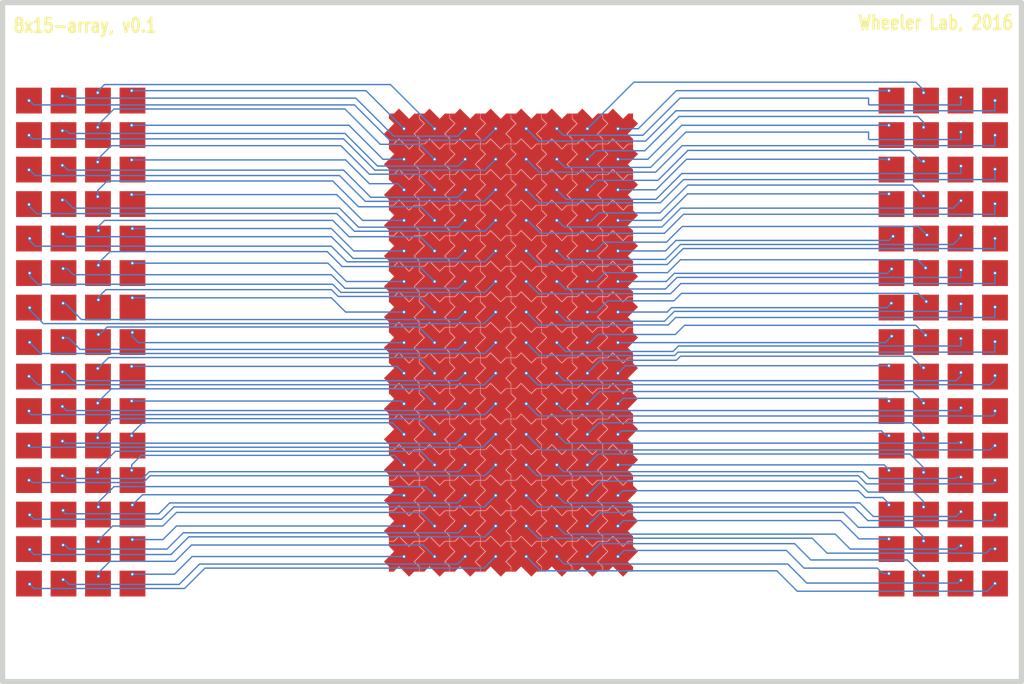
<source format=kicad_pcb>
(kicad_pcb (version 4) (host pcbnew 4.0.4-stable)
  (title_block (title 8x15-array) (date 2016-11-02) (rev v0.1) (company "Ryan Fobel"))
  (layers (0 Front signal) (31 Back signal) (34 B.Paste user) (35 F.Paste user) (36 B.SilkS user) (37 F.SilkS user) (38 B.Mask user) (39 F.Mask user) (44 Edge.Cuts user))
  (net 0 "")
  (net 1 "Net-(E1-Pad1)")
  (net 2 "Net-(E2-Pad1)")
  (net 3 "Net-(E3-Pad1)")
  (net 4 "Net-(E4-Pad1)")
  (net 5 "Net-(E0-Pad1)")
  (net 6 "Net-(E5-Pad1)")
  (net 7 "Net-(E6-Pad1)")
  (net 8 "Net-(E7-Pad1)")
  (net 9 "Net-(E8-Pad1)")
  (net 10 "Net-(E9-Pad1)")
  (net 11 "Net-(E10-Pad1)")
  (net 12 "Net-(E11-Pad1)")
  (net 13 "Net-(E12-Pad1)")
  (net 14 "Net-(E13-Pad1)")
  (net 15 "Net-(E14-Pad1)")
  (net 16 "Net-(E15-Pad1)")
  (net 17 "Net-(E16-Pad1)")
  (net 18 "Net-(E17-Pad1)")
  (net 19 "Net-(E18-Pad1)")
  (net 20 "Net-(E19-Pad1)")
  (net 21 "Net-(E20-Pad1)")
  (net 22 "Net-(E21-Pad1)")
  (net 23 "Net-(E22-Pad1)")
  (net 24 "Net-(E23-Pad1)")
  (net 25 "Net-(E24-Pad1)")
  (net 26 "Net-(E25-Pad1)")
  (net 27 "Net-(E26-Pad1)")
  (net 28 "Net-(E27-Pad1)")
  (net 29 "Net-(E28-Pad1)")
  (net 30 "Net-(E29-Pad1)")
  (net 31 "Net-(E30-Pad1)")
  (net 32 "Net-(E31-Pad1)")
  (net 33 "Net-(E32-Pad1)")
  (net 34 "Net-(E33-Pad1)")
  (net 35 "Net-(E34-Pad1)")
  (net 36 "Net-(E35-Pad1)")
  (net 37 "Net-(E36-Pad1)")
  (net 38 "Net-(E37-Pad1)")
  (net 39 "Net-(E38-Pad1)")
  (net 40 "Net-(E39-Pad1)")
  (net 41 "Net-(E40-Pad1)")
  (net 42 "Net-(E41-Pad1)")
  (net 43 "Net-(E42-Pad1)")
  (net 44 "Net-(E43-Pad1)")
  (net 45 "Net-(E44-Pad1)")
  (net 46 "Net-(E45-Pad1)")
  (net 47 "Net-(E46-Pad1)")
  (net 48 "Net-(E47-Pad1)")
  (net 49 "Net-(E48-Pad1)")
  (net 50 "Net-(E49-Pad1)")
  (net 51 "Net-(E50-Pad1)")
  (net 52 "Net-(E51-Pad1)")
  (net 53 "Net-(E52-Pad1)")
  (net 54 "Net-(E53-Pad1)")
  (net 55 "Net-(E54-Pad1)")
  (net 56 "Net-(E55-Pad1)")
  (net 57 "Net-(E56-Pad1)")
  (net 58 "Net-(E57-Pad1)")
  (net 59 "Net-(E58-Pad1)")
  (net 60 "Net-(E59-Pad1)")
  (net 61 "Net-(E60-Pad1)")
  (net 62 "Net-(E61-Pad1)")
  (net 63 "Net-(E62-Pad1)")
  (net 64 "Net-(E63-Pad1)")
  (net 65 "Net-(E64-Pad1)")
  (net 66 "Net-(E65-Pad1)")
  (net 67 "Net-(E66-Pad1)")
  (net 68 "Net-(E67-Pad1)")
  (net 69 "Net-(E68-Pad1)")
  (net 70 "Net-(E69-Pad1)")
  (net 71 "Net-(E70-Pad1)")
  (net 72 "Net-(E71-Pad1)")
  (net 73 "Net-(E72-Pad1)")
  (net 74 "Net-(E73-Pad1)")
  (net 75 "Net-(E74-Pad1)")
  (net 76 "Net-(E75-Pad1)")
  (net 77 "Net-(E76-Pad1)")
  (net 78 "Net-(E77-Pad1)")
  (net 79 "Net-(E78-Pad1)")
  (net 80 "Net-(E79-Pad1)")
  (net 81 "Net-(E80-Pad1)")
  (net 82 "Net-(E81-Pad1)")
  (net 83 "Net-(E82-Pad1)")
  (net 84 "Net-(E83-Pad1)")
  (net 85 "Net-(E84-Pad1)")
  (net 86 "Net-(E85-Pad1)")
  (net 87 "Net-(E86-Pad1)")
  (net 88 "Net-(E87-Pad1)")
  (net 89 "Net-(E88-Pad1)")
  (net 90 "Net-(E89-Pad1)")
  (net 91 "Net-(E90-Pad1)")
  (net 92 "Net-(E91-Pad1)")
  (net 93 "Net-(E92-Pad1)")
  (net 94 "Net-(E93-Pad1)")
  (net 95 "Net-(E94-Pad1)")
  (net 96 "Net-(E95-Pad1)")
  (net 97 "Net-(E96-Pad1)")
  (net 98 "Net-(E97-Pad1)")
  (net 99 "Net-(E98-Pad1)")
  (net 100 "Net-(E99-Pad1)")
  (net 101 "Net-(E100-Pad1)")
  (net 102 "Net-(E101-Pad1)")
  (net 103 "Net-(E102-Pad1)")
  (net 104 "Net-(E103-Pad1)")
  (net 105 "Net-(E104-Pad1)")
  (net 106 "Net-(E105-Pad1)")
  (net 107 "Net-(E106-Pad1)")
  (net 108 "Net-(E107-Pad1)")
  (net 109 "Net-(E108-Pad1)")
  (net 110 "Net-(E109-Pad1)")
  (net 111 "Net-(E110-Pad1)")
  (net 112 "Net-(E111-Pad1)")
  (net 113 "Net-(E112-Pad1)")
  (net 114 "Net-(E113-Pad1)")
  (net 115 "Net-(E114-Pad1)")
  (net 116 "Net-(E115-Pad1)")
  (net 117 "Net-(E116-Pad1)")
  (net 118 "Net-(E117-Pad1)")
  (net 119 "Net-(E118-Pad1)")
  (net 120 "Net-(E119-Pad1)")
  (module WheelerLab:1.9mm_DMF_Electrode (layer Front) (at 104.14 43.18)
    (fp_text reference P1 hide)
    (fp_text value CONN_01X01 hide)
    (pad 1 smd rect (at 0 0) (size 1.89992 1.89992) (layers Front F.Mask) (net 5 "Net-(E0-Pad1)"))
  )
  (module WheelerLab:1.9mm_DMF_Electrode (layer Front) (at 106.68 43.18)
    (fp_text reference P2 hide)
    (fp_text value CONN_01X01 hide)
    (pad 1 smd rect (at 0 0) (size 1.89992 1.89992) (layers Front F.Mask) (net 1 "Net-(E1-Pad1)"))
  )
  (module WheelerLab:1.9mm_DMF_Electrode (layer Front) (at 109.22 43.18)
    (fp_text reference P3 hide)
    (fp_text value CONN_01X01 hide)
    (pad 1 smd rect (at 0 0) (size 1.89992 1.89992) (layers Front F.Mask) (net 2 "Net-(E2-Pad1)"))
  )
  (module WheelerLab:1.9mm_DMF_Electrode (layer Front) (at 111.76 43.18)
    (fp_text reference P4 hide)
    (fp_text value CONN_01X01 hide)
    (pad 1 smd rect (at 0 0) (size 1.89992 1.89992) (layers Front F.Mask) (net 3 "Net-(E3-Pad1)"))
  )
  (module WheelerLab:1.9mm_DMF_Electrode (layer Front) (at 104.14 45.72 180)
    (fp_text reference P5 hide)
    (fp_text value CONN_01X01 hide)
    (pad 1 smd rect (at 0 0 180) (size 1.89992 1.89992) (layers Front F.Mask) (net 4 "Net-(E4-Pad1)"))
  )
  (module WheelerLab:1.9mm_DMF_Electrode (layer Front) (at 106.68 45.72 180)
    (fp_text reference P6 hide)
    (fp_text value CONN_01X01 hide)
    (pad 1 smd rect (at 0 0 180) (size 1.89992 1.89992) (layers Front F.Mask) (net 6 "Net-(E5-Pad1)"))
  )
  (module WheelerLab:1.9mm_DMF_Electrode (layer Front) (at 109.22 45.72 180)
    (fp_text reference P7 hide)
    (fp_text value CONN_01X01 hide)
    (pad 1 smd rect (at 0 0 180) (size 1.89992 1.89992) (layers Front F.Mask) (net 7 "Net-(E6-Pad1)"))
  )
  (module WheelerLab:1.9mm_DMF_Electrode (layer Front) (at 111.76 45.72 180)
    (fp_text reference P8 hide)
    (fp_text value CONN_01X01 hide)
    (pad 1 smd rect (at 0 0 180) (size 1.89992 1.89992) (layers Front F.Mask) (net 8 "Net-(E7-Pad1)"))
  )
  (module WheelerLab:1.9mm_DMF_Electrode (layer Front) (at 104.14 48.26 180)
    (fp_text reference P9 hide)
    (fp_text value CONN_01X01 hide)
    (pad 1 smd rect (at 0 0 180) (size 1.89992 1.89992) (layers Front F.Mask) (net 9 "Net-(E8-Pad1)"))
  )
  (module WheelerLab:1.9mm_DMF_Electrode (layer Front) (at 106.68 48.26)
    (fp_text reference P10 hide)
    (fp_text value CONN_01X01 hide)
    (pad 1 smd rect (at 0 0) (size 1.89992 1.89992) (layers Front F.Mask) (net 10 "Net-(E9-Pad1)"))
  )
  (module WheelerLab:1.9mm_DMF_Electrode (layer Front) (at 109.22 48.26)
    (fp_text reference P11 hide)
    (fp_text value CONN_01X01 hide)
    (pad 1 smd rect (at 0 0) (size 1.89992 1.89992) (layers Front F.Mask) (net 11 "Net-(E10-Pad1)"))
  )
  (module WheelerLab:1.9mm_DMF_Electrode (layer Front) (at 111.76 48.26)
    (fp_text reference P12 hide)
    (fp_text value CONN_01X01 hide)
    (pad 1 smd rect (at 0 0) (size 1.89992 1.89992) (layers Front F.Mask) (net 12 "Net-(E11-Pad1)"))
  )
  (module WheelerLab:1.9mm_DMF_Electrode (layer Front) (at 104.14 50.8)
    (fp_text reference P13 hide)
    (fp_text value CONN_01X01 hide)
    (pad 1 smd rect (at 0 0) (size 1.89992 1.89992) (layers Front F.Mask) (net 13 "Net-(E12-Pad1)"))
  )
  (module WheelerLab:1.9mm_DMF_Electrode (layer Front) (at 106.68 50.8)
    (fp_text reference P14 hide)
    (fp_text value CONN_01X01 hide)
    (pad 1 smd rect (at 0 0) (size 1.89992 1.89992) (layers Front F.Mask) (net 14 "Net-(E13-Pad1)"))
  )
  (module WheelerLab:1.9mm_DMF_Electrode (layer Front) (at 109.22 50.8)
    (fp_text reference P15 hide)
    (fp_text value CONN_01X01 hide)
    (pad 1 smd rect (at 0 0) (size 1.89992 1.89992) (layers Front F.Mask) (net 15 "Net-(E14-Pad1)"))
  )
  (module WheelerLab:1.9mm_DMF_Electrode (layer Front) (at 111.76 50.8)
    (fp_text reference P16 hide)
    (fp_text value CONN_01X01 hide)
    (pad 1 smd rect (at 0 0) (size 1.89992 1.89992) (layers Front F.Mask) (net 16 "Net-(E15-Pad1)"))
  )
  (module WheelerLab:1.9mm_DMF_Electrode (layer Front) (at 104.14 53.34)
    (fp_text reference P17 hide)
    (fp_text value CONN_01X01 hide)
    (pad 1 smd rect (at 0 0) (size 1.89992 1.89992) (layers Front F.Mask) (net 17 "Net-(E16-Pad1)"))
  )
  (module WheelerLab:1.9mm_DMF_Electrode (layer Front) (at 106.68 53.34)
    (fp_text reference P18 hide)
    (fp_text value CONN_01X01 hide)
    (pad 1 smd rect (at 0 0) (size 1.89992 1.89992) (layers Front F.Mask) (net 18 "Net-(E17-Pad1)"))
  )
  (module WheelerLab:1.9mm_DMF_Electrode (layer Front) (at 109.22 53.34)
    (fp_text reference P19 hide)
    (fp_text value CONN_01X01 hide)
    (pad 1 smd rect (at 0 0) (size 1.89992 1.89992) (layers Front F.Mask) (net 19 "Net-(E18-Pad1)"))
  )
  (module WheelerLab:1.9mm_DMF_Electrode (layer Front) (at 111.76 53.34)
    (fp_text reference P20 hide)
    (fp_text value CONN_01X01 hide)
    (pad 1 smd rect (at 0 0) (size 1.89992 1.89992) (layers Front F.Mask) (net 20 "Net-(E19-Pad1)"))
  )
  (module WheelerLab:1.9mm_DMF_Electrode (layer Front) (at 104.14 55.88)
    (fp_text reference P21 hide)
    (fp_text value CONN_01X01 hide)
    (pad 1 smd rect (at 0 0) (size 1.89992 1.89992) (layers Front F.Mask) (net 21 "Net-(E20-Pad1)"))
  )
  (module WheelerLab:1.9mm_DMF_Electrode (layer Front) (at 106.68 55.88)
    (fp_text reference P22 hide)
    (fp_text value CONN_01X01 hide)
    (pad 1 smd rect (at 0 0) (size 1.89992 1.89992) (layers Front F.Mask) (net 22 "Net-(E21-Pad1)"))
  )
  (module WheelerLab:1.9mm_DMF_Electrode (layer Front) (at 109.22 55.88)
    (fp_text reference P23 hide)
    (fp_text value CONN_01X01 hide)
    (pad 1 smd rect (at 0 0) (size 1.89992 1.89992) (layers Front F.Mask) (net 23 "Net-(E22-Pad1)"))
  )
  (module WheelerLab:1.9mm_DMF_Electrode (layer Front) (at 111.76 55.88)
    (fp_text reference P24 hide)
    (fp_text value CONN_01X01 hide)
    (pad 1 smd rect (at 0 0) (size 1.89992 1.89992) (layers Front F.Mask) (net 24 "Net-(E23-Pad1)"))
  )
  (module WheelerLab:1.9mm_DMF_Electrode (layer Front) (at 104.14 58.42)
    (fp_text reference P25 hide)
    (fp_text value CONN_01X01 hide)
    (pad 1 smd rect (at 0 0) (size 1.89992 1.89992) (layers Front F.Mask) (net 25 "Net-(E24-Pad1)"))
  )
  (module WheelerLab:1.9mm_DMF_Electrode (layer Front) (at 106.68 58.42)
    (fp_text reference P26 hide)
    (fp_text value CONN_01X01 hide)
    (pad 1 smd rect (at 0 0) (size 1.89992 1.89992) (layers Front F.Mask) (net 26 "Net-(E25-Pad1)"))
  )
  (module WheelerLab:1.9mm_DMF_Electrode (layer Front) (at 109.22 58.42)
    (fp_text reference P27 hide)
    (fp_text value CONN_01X01 hide)
    (pad 1 smd rect (at 0 0) (size 1.89992 1.89992) (layers Front F.Mask) (net 27 "Net-(E26-Pad1)"))
  )
  (module WheelerLab:1.9mm_DMF_Electrode (layer Front) (at 111.76 58.42)
    (fp_text reference P28 hide)
    (fp_text value CONN_01X01 hide)
    (pad 1 smd rect (at 0 0) (size 1.89992 1.89992) (layers Front F.Mask) (net 28 "Net-(E27-Pad1)"))
  )
  (module WheelerLab:1.9mm_DMF_Electrode (layer Front) (at 104.14 60.96)
    (fp_text reference P29 hide)
    (fp_text value CONN_01X01 hide)
    (pad 1 smd rect (at 0 0) (size 1.89992 1.89992) (layers Front F.Mask) (net 29 "Net-(E28-Pad1)"))
  )
  (module WheelerLab:1.9mm_DMF_Electrode (layer Front) (at 106.68 60.96)
    (fp_text reference P30 hide)
    (fp_text value CONN_01X01 hide)
    (pad 1 smd rect (at 0 0) (size 1.89992 1.89992) (layers Front F.Mask) (net 30 "Net-(E29-Pad1)"))
  )
  (module WheelerLab:1.9mm_DMF_Electrode (layer Front) (at 109.22 60.96)
    (fp_text reference P31 hide)
    (fp_text value CONN_01X01 hide)
    (pad 1 smd rect (at 0 0) (size 1.89992 1.89992) (layers Front F.Mask) (net 31 "Net-(E30-Pad1)"))
  )
  (module WheelerLab:1.9mm_DMF_Electrode (layer Front) (at 111.76 60.96)
    (fp_text reference P32 hide)
    (fp_text value CONN_01X01 hide)
    (pad 1 smd rect (at 0 0) (size 1.89992 1.89992) (layers Front F.Mask) (net 32 "Net-(E31-Pad1)"))
  )
  (module WheelerLab:1.9mm_DMF_Electrode (layer Front) (at 104.14 63.5)
    (fp_text reference P33 hide)
    (fp_text value CONN_01X01 hide)
    (pad 1 smd rect (at 0 0) (size 1.89992 1.89992) (layers Front F.Mask) (net 33 "Net-(E32-Pad1)"))
  )
  (module WheelerLab:1.9mm_DMF_Electrode (layer Front) (at 106.68 63.5)
    (fp_text reference P34 hide)
    (fp_text value CONN_01X01 hide)
    (pad 1 smd rect (at 0 0) (size 1.89992 1.89992) (layers Front F.Mask) (net 34 "Net-(E33-Pad1)"))
  )
  (module WheelerLab:1.9mm_DMF_Electrode (layer Front) (at 109.22 63.5)
    (fp_text reference P35 hide)
    (fp_text value CONN_01X01 hide)
    (pad 1 smd rect (at 0 0) (size 1.89992 1.89992) (layers Front F.Mask) (net 35 "Net-(E34-Pad1)"))
  )
  (module WheelerLab:1.9mm_DMF_Electrode (layer Front) (at 111.76 63.5)
    (fp_text reference P36 hide)
    (fp_text value CONN_01X01 hide)
    (pad 1 smd rect (at 0 0) (size 1.89992 1.89992) (layers Front F.Mask) (net 36 "Net-(E35-Pad1)"))
  )
  (module WheelerLab:1.9mm_DMF_Electrode (layer Front) (at 104.14 66.04)
    (fp_text reference P37 hide)
    (fp_text value CONN_01X01 hide)
    (pad 1 smd rect (at 0 0) (size 1.89992 1.89992) (layers Front F.Mask) (net 37 "Net-(E36-Pad1)"))
  )
  (module WheelerLab:1.9mm_DMF_Electrode (layer Front) (at 106.68 66.04)
    (fp_text reference P38 hide)
    (fp_text value CONN_01X01 hide)
    (pad 1 smd rect (at 0 0) (size 1.89992 1.89992) (layers Front F.Mask) (net 38 "Net-(E37-Pad1)"))
  )
  (module WheelerLab:1.9mm_DMF_Electrode (layer Front) (at 109.22 66.04)
    (fp_text reference P39 hide)
    (fp_text value CONN_01X01 hide)
    (pad 1 smd rect (at 0 0) (size 1.89992 1.89992) (layers Front F.Mask) (net 39 "Net-(E38-Pad1)"))
  )
  (module WheelerLab:1.9mm_DMF_Electrode (layer Front) (at 111.76 66.04)
    (fp_text reference P40 hide)
    (fp_text value CONN_01X01 hide)
    (pad 1 smd rect (at 0 0) (size 1.89992 1.89992) (layers Front F.Mask) (net 40 "Net-(E39-Pad1)"))
  )
  (module WheelerLab:1.9mm_DMF_Electrode (layer Front) (at 104.14 68.58)
    (fp_text reference P41 hide)
    (fp_text value CONN_01X01 hide)
    (pad 1 smd rect (at 0 0) (size 1.89992 1.89992) (layers Front F.Mask) (net 41 "Net-(E40-Pad1)"))
  )
  (module WheelerLab:1.9mm_DMF_Electrode (layer Front) (at 106.68 68.58)
    (fp_text reference P42 hide)
    (fp_text value CONN_01X01 hide)
    (pad 1 smd rect (at 0 0) (size 1.89992 1.89992) (layers Front F.Mask) (net 42 "Net-(E41-Pad1)"))
  )
  (module WheelerLab:1.9mm_DMF_Electrode (layer Front) (at 109.22 68.58)
    (fp_text reference P43 hide)
    (fp_text value CONN_01X01 hide)
    (pad 1 smd rect (at 0 0) (size 1.89992 1.89992) (layers Front F.Mask) (net 43 "Net-(E42-Pad1)"))
  )
  (module WheelerLab:1.9mm_DMF_Electrode (layer Front) (at 111.76 68.58)
    (fp_text reference P44 hide)
    (fp_text value CONN_01X01 hide)
    (pad 1 smd rect (at 0 0) (size 1.89992 1.89992) (layers Front F.Mask) (net 44 "Net-(E43-Pad1)"))
  )
  (module WheelerLab:1.9mm_DMF_Electrode (layer Front) (at 104.14 71.12)
    (fp_text reference P45 hide)
    (fp_text value CONN_01X01 hide)
    (pad 1 smd rect (at 0 0) (size 1.89992 1.89992) (layers Front F.Mask) (net 45 "Net-(E44-Pad1)"))
  )
  (module WheelerLab:1.9mm_DMF_Electrode (layer Front) (at 106.68 71.12)
    (fp_text reference P46 hide)
    (fp_text value CONN_01X01 hide)
    (pad 1 smd rect (at 0 0) (size 1.89992 1.89992) (layers Front F.Mask) (net 46 "Net-(E45-Pad1)"))
  )
  (module WheelerLab:1.9mm_DMF_Electrode (layer Front) (at 109.22 71.12)
    (fp_text reference P47 hide)
    (fp_text value CONN_01X01 hide)
    (pad 1 smd rect (at 0 0) (size 1.89992 1.89992) (layers Front F.Mask) (net 47 "Net-(E46-Pad1)"))
  )
  (module WheelerLab:1.9mm_DMF_Electrode (layer Front) (at 111.76 71.12)
    (fp_text reference P48 hide)
    (fp_text value CONN_01X01 hide)
    (pad 1 smd rect (at 0 0) (size 1.89992 1.89992) (layers Front F.Mask) (net 48 "Net-(E47-Pad1)"))
  )
  (module WheelerLab:1.9mm_DMF_Electrode (layer Front) (at 104.14 73.66)
    (fp_text reference P49 hide)
    (fp_text value CONN_01X01 hide)
    (pad 1 smd rect (at 0 0) (size 1.89992 1.89992) (layers Front F.Mask) (net 49 "Net-(E48-Pad1)"))
  )
  (module WheelerLab:1.9mm_DMF_Electrode (layer Front) (at 106.68 73.66)
    (fp_text reference P50 hide)
    (fp_text value CONN_01X01 hide)
    (pad 1 smd rect (at 0 0) (size 1.89992 1.89992) (layers Front F.Mask) (net 50 "Net-(E49-Pad1)"))
  )
  (module WheelerLab:1.9mm_DMF_Electrode (layer Front) (at 109.22 73.66)
    (fp_text reference P51 hide)
    (fp_text value CONN_01X01 hide)
    (pad 1 smd rect (at 0 0) (size 1.89992 1.89992) (layers Front F.Mask) (net 51 "Net-(E50-Pad1)"))
  )
  (module WheelerLab:1.9mm_DMF_Electrode (layer Front) (at 111.76 73.66)
    (fp_text reference P52 hide)
    (fp_text value CONN_01X01 hide)
    (pad 1 smd rect (at 0 0) (size 1.89992 1.89992) (layers Front F.Mask) (net 52 "Net-(E51-Pad1)"))
  )
  (module WheelerLab:1.9mm_DMF_Electrode (layer Front) (at 104.14 76.2)
    (fp_text reference P53 hide)
    (fp_text value CONN_01X01 hide)
    (pad 1 smd rect (at 0 0) (size 1.89992 1.89992) (layers Front F.Mask) (net 53 "Net-(E52-Pad1)"))
  )
  (module WheelerLab:1.9mm_DMF_Electrode (layer Front) (at 106.68 76.2)
    (fp_text reference P54 hide)
    (fp_text value CONN_01X01 hide)
    (pad 1 smd rect (at 0 0) (size 1.89992 1.89992) (layers Front F.Mask) (net 54 "Net-(E53-Pad1)"))
  )
  (module WheelerLab:1.9mm_DMF_Electrode (layer Front) (at 109.22 76.2)
    (fp_text reference P55 hide)
    (fp_text value CONN_01X01 hide)
    (pad 1 smd rect (at 0 0) (size 1.89992 1.89992) (layers Front F.Mask) (net 55 "Net-(E54-Pad1)"))
  )
  (module WheelerLab:1.9mm_DMF_Electrode (layer Front) (at 111.76 76.2)
    (fp_text reference P56 hide)
    (fp_text value CONN_01X01 hide)
    (pad 1 smd rect (at 0 0) (size 1.89992 1.89992) (layers Front F.Mask) (net 56 "Net-(E55-Pad1)"))
  )
  (module WheelerLab:1.9mm_DMF_Electrode (layer Front) (at 104.14 78.74)
    (fp_text reference P57 hide)
    (fp_text value CONN_01X01 hide)
    (pad 1 smd rect (at 0 0) (size 1.89992 1.89992) (layers Front F.Mask) (net 57 "Net-(E56-Pad1)"))
  )
  (module WheelerLab:1.9mm_DMF_Electrode (layer Front) (at 106.68 78.74)
    (fp_text reference P58 hide)
    (fp_text value CONN_01X01 hide)
    (pad 1 smd rect (at 0 0) (size 1.89992 1.89992) (layers Front F.Mask) (net 58 "Net-(E57-Pad1)"))
  )
  (module WheelerLab:1.9mm_DMF_Electrode (layer Front) (at 109.22 78.74)
    (fp_text reference P59 hide)
    (fp_text value CONN_01X01 hide)
    (pad 1 smd rect (at 0 0) (size 1.89992 1.89992) (layers Front F.Mask) (net 59 "Net-(E58-Pad1)"))
  )
  (module WheelerLab:1.9mm_DMF_Electrode (layer Front) (at 111.76 78.74)
    (fp_text reference P60 hide)
    (fp_text value CONN_01X01 hide)
    (pad 1 smd rect (at 0 0) (size 1.89992 1.89992) (layers Front F.Mask) (net 60 "Net-(E59-Pad1)"))
  )
  (module WheelerLab:1.9mm_DMF_Electrode (layer Front) (at 40.64 78.74)
    (fp_text reference P61 hide)
    (fp_text value CONN_01X01 hide)
    (pad 1 smd rect (at 0 0) (size 1.89992 1.89992) (layers Front F.Mask) (net 61 "Net-(E60-Pad1)"))
  )
  (module WheelerLab:1.9mm_DMF_Electrode (layer Front) (at 43.18 78.74)
    (fp_text reference P62 hide)
    (fp_text value CONN_01X01 hide)
    (pad 1 smd rect (at 0 0) (size 1.89992 1.89992) (layers Front F.Mask) (net 62 "Net-(E61-Pad1)"))
  )
  (module WheelerLab:1.9mm_DMF_Electrode (layer Front) (at 45.72 78.74)
    (fp_text reference P63 hide)
    (fp_text value CONN_01X01 hide)
    (pad 1 smd rect (at 0 0) (size 1.89992 1.89992) (layers Front F.Mask) (net 63 "Net-(E62-Pad1)"))
  )
  (module WheelerLab:1.9mm_DMF_Electrode (layer Front) (at 48.26 78.74)
    (fp_text reference P64 hide)
    (fp_text value CONN_01X01 hide)
    (pad 1 smd rect (at 0 0) (size 1.89992 1.89992) (layers Front F.Mask) (net 64 "Net-(E63-Pad1)"))
  )
  (module WheelerLab:1.9mm_DMF_Electrode (layer Front) (at 40.64 76.2)
    (fp_text reference P65 hide)
    (fp_text value CONN_01X01 hide)
    (pad 1 smd rect (at 0 0) (size 1.89992 1.89992) (layers Front F.Mask) (net 65 "Net-(E64-Pad1)"))
  )
  (module WheelerLab:1.9mm_DMF_Electrode (layer Front) (at 43.18 76.2)
    (fp_text reference P66 hide)
    (fp_text value CONN_01X01 hide)
    (pad 1 smd rect (at 0 0) (size 1.89992 1.89992) (layers Front F.Mask) (net 66 "Net-(E65-Pad1)"))
  )
  (module WheelerLab:1.9mm_DMF_Electrode (layer Front) (at 45.72 76.2)
    (fp_text reference P67 hide)
    (fp_text value CONN_01X01 hide)
    (pad 1 smd rect (at 0 0) (size 1.89992 1.89992) (layers Front F.Mask) (net 67 "Net-(E66-Pad1)"))
  )
  (module WheelerLab:1.9mm_DMF_Electrode (layer Front) (at 48.26 76.2)
    (fp_text reference P68 hide)
    (fp_text value CONN_01X01 hide)
    (pad 1 smd rect (at 0 0) (size 1.89992 1.89992) (layers Front F.Mask) (net 68 "Net-(E67-Pad1)"))
  )
  (module WheelerLab:1.9mm_DMF_Electrode (layer Front) (at 40.64 73.66)
    (fp_text reference P69 hide)
    (fp_text value CONN_01X01 hide)
    (pad 1 smd rect (at 0 0) (size 1.89992 1.89992) (layers Front F.Mask) (net 69 "Net-(E68-Pad1)"))
  )
  (module WheelerLab:1.9mm_DMF_Electrode (layer Front) (at 43.18 73.66)
    (fp_text reference P70 hide)
    (fp_text value CONN_01X01 hide)
    (pad 1 smd rect (at 0 0) (size 1.89992 1.89992) (layers Front F.Mask) (net 70 "Net-(E69-Pad1)"))
  )
  (module WheelerLab:1.9mm_DMF_Electrode (layer Front) (at 45.72 73.66)
    (fp_text reference P71 hide)
    (fp_text value CONN_01X01 hide)
    (pad 1 smd rect (at 0 0) (size 1.89992 1.89992) (layers Front F.Mask) (net 71 "Net-(E70-Pad1)"))
  )
  (module WheelerLab:1.9mm_DMF_Electrode (layer Front) (at 48.26 73.66)
    (fp_text reference P72 hide)
    (fp_text value CONN_01X01 hide)
    (pad 1 smd rect (at 0 0) (size 1.89992 1.89992) (layers Front F.Mask) (net 72 "Net-(E71-Pad1)"))
  )
  (module WheelerLab:1.9mm_DMF_Electrode (layer Front) (at 40.64 71.12)
    (fp_text reference P73 hide)
    (fp_text value CONN_01X01 hide)
    (pad 1 smd rect (at 0 0) (size 1.89992 1.89992) (layers Front F.Mask) (net 73 "Net-(E72-Pad1)"))
  )
  (module WheelerLab:1.9mm_DMF_Electrode (layer Front) (at 43.18 71.12)
    (fp_text reference P74 hide)
    (fp_text value CONN_01X01 hide)
    (pad 1 smd rect (at 0 0) (size 1.89992 1.89992) (layers Front F.Mask) (net 74 "Net-(E73-Pad1)"))
  )
  (module WheelerLab:1.9mm_DMF_Electrode (layer Front) (at 45.72 71.12)
    (fp_text reference P75 hide)
    (fp_text value CONN_01X01 hide)
    (pad 1 smd rect (at 0 0) (size 1.89992 1.89992) (layers Front F.Mask) (net 75 "Net-(E74-Pad1)"))
  )
  (module WheelerLab:1.9mm_DMF_Electrode (layer Front) (at 48.26 71.12)
    (fp_text reference P76 hide)
    (fp_text value CONN_01X01 hide)
    (pad 1 smd rect (at 0 0) (size 1.89992 1.89992) (layers Front F.Mask) (net 76 "Net-(E75-Pad1)"))
  )
  (module WheelerLab:1.9mm_DMF_Electrode (layer Front) (at 40.64 68.58)
    (fp_text reference P77 hide)
    (fp_text value CONN_01X01 hide)
    (pad 1 smd rect (at 0 0) (size 1.89992 1.89992) (layers Front F.Mask) (net 77 "Net-(E76-Pad1)"))
  )
  (module WheelerLab:1.9mm_DMF_Electrode (layer Front) (at 43.18 68.58)
    (fp_text reference P78 hide)
    (fp_text value CONN_01X01 hide)
    (pad 1 smd rect (at 0 0) (size 1.89992 1.89992) (layers Front F.Mask) (net 78 "Net-(E77-Pad1)"))
  )
  (module WheelerLab:1.9mm_DMF_Electrode (layer Front) (at 45.72 68.58)
    (fp_text reference P79 hide)
    (fp_text value CONN_01X01 hide)
    (pad 1 smd rect (at 0 0) (size 1.89992 1.89992) (layers Front F.Mask) (net 79 "Net-(E78-Pad1)"))
  )
  (module WheelerLab:1.9mm_DMF_Electrode (layer Front) (at 48.26 68.58)
    (fp_text reference P80 hide)
    (fp_text value CONN_01X01 hide)
    (pad 1 smd rect (at 0 0) (size 1.89992 1.89992) (layers Front F.Mask) (net 80 "Net-(E79-Pad1)"))
  )
  (module WheelerLab:1.9mm_DMF_Electrode (layer Front) (at 40.64 66.04)
    (fp_text reference P81 hide)
    (fp_text value CONN_01X01 hide)
    (pad 1 smd rect (at 0 0) (size 1.89992 1.89992) (layers Front F.Mask) (net 81 "Net-(E80-Pad1)"))
  )
  (module WheelerLab:1.9mm_DMF_Electrode (layer Front) (at 43.18 66.04)
    (fp_text reference P82 hide)
    (fp_text value CONN_01X01 hide)
    (pad 1 smd rect (at 0 0) (size 1.89992 1.89992) (layers Front F.Mask) (net 82 "Net-(E81-Pad1)"))
  )
  (module WheelerLab:1.9mm_DMF_Electrode (layer Front) (at 45.72 66.04)
    (fp_text reference P83 hide)
    (fp_text value CONN_01X01 hide)
    (pad 1 smd rect (at 0 0) (size 1.89992 1.89992) (layers Front F.Mask) (net 83 "Net-(E82-Pad1)"))
  )
  (module WheelerLab:1.9mm_DMF_Electrode (layer Front) (at 48.26 66.04)
    (fp_text reference P84 hide)
    (fp_text value CONN_01X01 hide)
    (pad 1 smd rect (at 0 0) (size 1.89992 1.89992) (layers Front F.Mask) (net 84 "Net-(E83-Pad1)"))
  )
  (module WheelerLab:1.9mm_DMF_Electrode (layer Front) (at 40.64 63.5)
    (fp_text reference P85 hide)
    (fp_text value CONN_01X01 hide)
    (pad 1 smd rect (at 0 0) (size 1.89992 1.89992) (layers Front F.Mask) (net 85 "Net-(E84-Pad1)"))
  )
  (module WheelerLab:1.9mm_DMF_Electrode (layer Front) (at 43.18 63.5)
    (fp_text reference P86 hide)
    (fp_text value CONN_01X01 hide)
    (pad 1 smd rect (at 0 0) (size 1.89992 1.89992) (layers Front F.Mask) (net 86 "Net-(E85-Pad1)"))
  )
  (module WheelerLab:1.9mm_DMF_Electrode (layer Front) (at 45.72 63.5)
    (fp_text reference P87 hide)
    (fp_text value CONN_01X01 hide)
    (pad 1 smd rect (at 0 0) (size 1.89992 1.89992) (layers Front F.Mask) (net 87 "Net-(E86-Pad1)"))
  )
  (module WheelerLab:1.9mm_DMF_Electrode (layer Front) (at 48.26 63.5)
    (fp_text reference P88 hide)
    (fp_text value CONN_01X01 hide)
    (pad 1 smd rect (at 0 0) (size 1.89992 1.89992) (layers Front F.Mask) (net 88 "Net-(E87-Pad1)"))
  )
  (module WheelerLab:1.9mm_DMF_Electrode (layer Front) (at 40.64 60.96)
    (fp_text reference P89 hide)
    (fp_text value CONN_01X01 hide)
    (pad 1 smd rect (at 0 0) (size 1.89992 1.89992) (layers Front F.Mask) (net 89 "Net-(E88-Pad1)"))
  )
  (module WheelerLab:1.9mm_DMF_Electrode (layer Front) (at 43.18 60.96)
    (fp_text reference P90 hide)
    (fp_text value CONN_01X01 hide)
    (pad 1 smd rect (at 0 0) (size 1.89992 1.89992) (layers Front F.Mask) (net 90 "Net-(E89-Pad1)"))
  )
  (module WheelerLab:1.9mm_DMF_Electrode (layer Front) (at 45.72 60.96)
    (fp_text reference P91 hide)
    (fp_text value CONN_01X01 hide)
    (pad 1 smd rect (at 0 0) (size 1.89992 1.89992) (layers Front F.Mask) (net 91 "Net-(E90-Pad1)"))
  )
  (module WheelerLab:1.9mm_DMF_Electrode (layer Front) (at 48.26 60.96)
    (fp_text reference P92 hide)
    (fp_text value CONN_01X01 hide)
    (pad 1 smd rect (at 0 0) (size 1.89992 1.89992) (layers Front F.Mask) (net 92 "Net-(E91-Pad1)"))
  )
  (module WheelerLab:1.9mm_DMF_Electrode (layer Front) (at 40.64 58.42)
    (fp_text reference P93 hide)
    (fp_text value CONN_01X01 hide)
    (pad 1 smd rect (at 0 0) (size 1.89992 1.89992) (layers Front F.Mask) (net 93 "Net-(E92-Pad1)"))
  )
  (module WheelerLab:1.9mm_DMF_Electrode (layer Front) (at 43.18 58.42)
    (fp_text reference P94 hide)
    (fp_text value CONN_01X01 hide)
    (pad 1 smd rect (at 0 0) (size 1.89992 1.89992) (layers Front F.Mask) (net 94 "Net-(E93-Pad1)"))
  )
  (module WheelerLab:1.9mm_DMF_Electrode (layer Front) (at 45.72 58.42)
    (fp_text reference P95 hide)
    (fp_text value CONN_01X01 hide)
    (pad 1 smd rect (at 0 0) (size 1.89992 1.89992) (layers Front F.Mask) (net 95 "Net-(E94-Pad1)"))
  )
  (module WheelerLab:1.9mm_DMF_Electrode (layer Front) (at 48.26 58.42)
    (fp_text reference P96 hide)
    (fp_text value CONN_01X01 hide)
    (pad 1 smd rect (at 0 0) (size 1.89992 1.89992) (layers Front F.Mask) (net 96 "Net-(E95-Pad1)"))
  )
  (module WheelerLab:1.9mm_DMF_Electrode (layer Front) (at 40.64 55.88)
    (fp_text reference P97 hide)
    (fp_text value CONN_01X01 hide)
    (pad 1 smd rect (at 0 0) (size 1.89992 1.89992) (layers Front F.Mask) (net 97 "Net-(E96-Pad1)"))
  )
  (module WheelerLab:1.9mm_DMF_Electrode (layer Front) (at 43.18 55.88)
    (fp_text reference P98 hide)
    (fp_text value CONN_01X01 hide)
    (pad 1 smd rect (at 0 0) (size 1.89992 1.89992) (layers Front F.Mask) (net 98 "Net-(E97-Pad1)"))
  )
  (module WheelerLab:1.9mm_DMF_Electrode (layer Front) (at 45.72 55.88)
    (fp_text reference P99 hide)
    (fp_text value CONN_01X01 hide)
    (pad 1 smd rect (at 0 0) (size 1.89992 1.89992) (layers Front F.Mask) (net 99 "Net-(E98-Pad1)"))
  )
  (module WheelerLab:1.9mm_DMF_Electrode (layer Front) (at 48.26 55.88)
    (fp_text reference P100 hide)
    (fp_text value CONN_01X01 hide)
    (pad 1 smd rect (at 0 0) (size 1.89992 1.89992) (layers Front F.Mask) (net 100 "Net-(E99-Pad1)"))
  )
  (module WheelerLab:1.9mm_DMF_Electrode (layer Front) (at 40.64 53.34)
    (fp_text reference P101 hide)
    (fp_text value CONN_01X01 hide)
    (pad 1 smd rect (at 0 0) (size 1.89992 1.89992) (layers Front F.Mask) (net 101 "Net-(E100-Pad1)"))
  )
  (module WheelerLab:1.9mm_DMF_Electrode (layer Front) (at 43.18 53.34)
    (fp_text reference P102 hide)
    (fp_text value CONN_01X01 hide)
    (pad 1 smd rect (at 0 0) (size 1.89992 1.89992) (layers Front F.Mask) (net 102 "Net-(E101-Pad1)"))
  )
  (module WheelerLab:1.9mm_DMF_Electrode (layer Front) (at 45.72 53.34)
    (fp_text reference P103 hide)
    (fp_text value CONN_01X01 hide)
    (pad 1 smd rect (at 0 0) (size 1.89992 1.89992) (layers Front F.Mask) (net 103 "Net-(E102-Pad1)"))
  )
  (module WheelerLab:1.9mm_DMF_Electrode (layer Front) (at 48.26 53.34)
    (fp_text reference P104 hide)
    (fp_text value CONN_01X01 hide)
    (pad 1 smd rect (at 0 0) (size 1.89992 1.89992) (layers Front F.Mask) (net 104 "Net-(E103-Pad1)"))
  )
  (module WheelerLab:1.9mm_DMF_Electrode (layer Front) (at 40.64 50.8)
    (fp_text reference P105 hide)
    (fp_text value CONN_01X01 hide)
    (pad 1 smd rect (at 0 0) (size 1.89992 1.89992) (layers Front F.Mask) (net 105 "Net-(E104-Pad1)"))
  )
  (module WheelerLab:1.9mm_DMF_Electrode (layer Front) (at 43.18 50.8)
    (fp_text reference P106 hide)
    (fp_text value CONN_01X01 hide)
    (pad 1 smd rect (at 0 0) (size 1.89992 1.89992) (layers Front F.Mask) (net 106 "Net-(E105-Pad1)"))
  )
  (module WheelerLab:1.9mm_DMF_Electrode (layer Front) (at 45.72 50.8)
    (fp_text reference P107 hide)
    (fp_text value CONN_01X01 hide)
    (pad 1 smd rect (at 0 0) (size 1.89992 1.89992) (layers Front F.Mask) (net 107 "Net-(E106-Pad1)"))
  )
  (module WheelerLab:1.9mm_DMF_Electrode (layer Front) (at 48.26 50.8)
    (fp_text reference P108 hide)
    (fp_text value CONN_01X01 hide)
    (pad 1 smd rect (at 0 0) (size 1.89992 1.89992) (layers Front F.Mask) (net 108 "Net-(E107-Pad1)"))
  )
  (module WheelerLab:1.9mm_DMF_Electrode (layer Front) (at 40.64 48.26)
    (fp_text reference P109 hide)
    (fp_text value CONN_01X01 hide)
    (pad 1 smd rect (at 0 0) (size 1.89992 1.89992) (layers Front F.Mask) (net 109 "Net-(E108-Pad1)"))
  )
  (module WheelerLab:1.9mm_DMF_Electrode (layer Front) (at 43.18 48.26)
    (fp_text reference P110 hide)
    (fp_text value CONN_01X01 hide)
    (pad 1 smd rect (at 0 0) (size 1.89992 1.89992) (layers Front F.Mask) (net 110 "Net-(E109-Pad1)"))
  )
  (module WheelerLab:1.9mm_DMF_Electrode (layer Front) (at 45.72 48.26)
    (fp_text reference P111 hide)
    (fp_text value CONN_01X01 hide)
    (pad 1 smd rect (at 0 0) (size 1.89992 1.89992) (layers Front F.Mask) (net 111 "Net-(E110-Pad1)"))
  )
  (module WheelerLab:1.9mm_DMF_Electrode (layer Front) (at 48.26 48.26)
    (fp_text reference P112 hide)
    (fp_text value CONN_01X01 hide)
    (pad 1 smd rect (at 0 0) (size 1.89992 1.89992) (layers Front F.Mask) (net 112 "Net-(E111-Pad1)"))
  )
  (module WheelerLab:1.9mm_DMF_Electrode (layer Front) (at 40.64 45.72)
    (fp_text reference P113 hide)
    (fp_text value CONN_01X01 hide)
    (pad 1 smd rect (at 0 0) (size 1.89992 1.89992) (layers Front F.Mask) (net 113 "Net-(E112-Pad1)"))
  )
  (module WheelerLab:1.9mm_DMF_Electrode (layer Front) (at 43.18 45.72)
    (fp_text reference P114 hide)
    (fp_text value CONN_01X01 hide)
    (pad 1 smd rect (at 0 0) (size 1.89992 1.89992) (layers Front F.Mask) (net 114 "Net-(E113-Pad1)"))
  )
  (module WheelerLab:1.9mm_DMF_Electrode (layer Front) (at 45.72 45.72)
    (fp_text reference P115 hide)
    (fp_text value CONN_01X01 hide)
    (pad 1 smd rect (at 0 0) (size 1.89992 1.89992) (layers Front F.Mask) (net 115 "Net-(E114-Pad1)"))
  )
  (module WheelerLab:1.9mm_DMF_Electrode (layer Front) (at 48.26 45.72)
    (fp_text reference P116 hide)
    (fp_text value CONN_01X01 hide)
    (pad 1 smd rect (at 0 0) (size 1.89992 1.89992) (layers Front F.Mask) (net 116 "Net-(E115-Pad1)"))
  )
  (module WheelerLab:1.9mm_DMF_Electrode (layer Front) (at 40.64 43.18)
    (fp_text reference P117 hide)
    (fp_text value CONN_01X01 hide)
    (pad 1 smd rect (at 0 0) (size 1.89992 1.89992) (layers Front F.Mask) (net 117 "Net-(E116-Pad1)"))
  )
  (module WheelerLab:1.9mm_DMF_Electrode (layer Front) (at 43.18 43.18)
    (fp_text reference P118 hide)
    (fp_text value CONN_01X01 hide)
    (pad 1 smd rect (at 0 0) (size 1.89992 1.89992) (layers Front F.Mask) (net 118 "Net-(E117-Pad1)"))
  )
  (module WheelerLab:1.9mm_DMF_Electrode (layer Front) (at 45.72 43.18)
    (fp_text reference P119 hide)
    (fp_text value CONN_01X01 hide)
    (pad 1 smd rect (at 0 0) (size 1.89992 1.89992) (layers Front F.Mask) (net 119 "Net-(E118-Pad1)"))
  )
  (module WheelerLab:1.9mm_DMF_Electrode (layer Front) (at 48.26 43.18)
    (fp_text reference P120 hide)
    (fp_text value CONN_01X01 hide)
    (pad 1 smd rect (at 0 0) (size 1.89992 1.89992) (layers Front F.Mask) (net 120 "Net-(E119-Pad1)"))
  )
  (module WheelerLab:2.25mm_25um-gap_2-teeth (layer Front) (at 84 45.25)
    (fp_text reference E0 hide)
    (fp_text value CONN_01X01 hide)
    (fp_line (start -0.125 -0.2) (end -0.225 0.1) (layer Front) (width 0.15))
    (fp_line (start -0.225 0.1) (end 0.05 0.2) (layer Front) (width 0.15))
    (fp_line (start 0.05 0.2) (end 0.225 0.05) (layer Front) (width 0.15))
    (fp_line (start 0.225 0.05) (end 0.15 -0.175) (layer Front) (width 0.15))
    (fp_line (start 0.15 -0.175) (end -0.125 -0.2) (layer Front) (width 0.15))
    (fp_line (start 1.025 -1.05) (end 1.025 -0.975) (layer Front) (width 0.1))
    (fp_line (start -1.025 1.05) (end -1.025 0.975) (layer Front) (width 0.1))
    (fp_line (start -0.775 1.075) (end -1.075 1.075) (layer Front) (width 0.075))
    (fp_line (start -0.375 0.675) (end -0.775 1.075) (layer Front) (width 0.075))
    (fp_line (start 0.375 1.425) (end -0.375 0.675) (layer Front) (width 0.075))
    (fp_line (start 0.725 1.075) (end 0.375 1.425) (layer Front) (width 0.075))
    (fp_line (start 1.075 1.075) (end 0.725 1.075) (layer Front) (width 0.075))
    (fp_line (start 0.75 0.9) (end 0.375 1.3) (layer Front) (width 0.2))
    (fp_line (start 0.75 0.9) (end -0.025 0.9) (layer Front) (width 0.2))
    (fp_line (start -0.025 0.9) (end 0.375 1.3) (layer Front) (width 0.2))
    (fp_line (start 0.525 1.075) (end 0.225 1.075) (layer Front) (width 0.2))
    (fp_line (start -0.25 0.55) (end 0.05 0.85) (layer Front) (width 0.3))
    (fp_line (start -0.825 0.925) (end -0.325 0.425) (layer Front) (width 0.3))
    (fp_line (start 0.925 0.825) (end 0.425 0.325) (layer Front) (width 0.3))
    (fp_line (start 0.55 0.25) (end 0.85 -0.05) (layer Front) (width 0.3))
    (fp_line (start 1.075 -0.525) (end 1.075 -0.225) (layer Front) (width 0.2))
    (fp_line (start 0.9 0.025) (end 1.3 -0.375) (layer Front) (width 0.2))
    (fp_line (start 0.9 -0.75) (end 0.9 0.025) (layer Front) (width 0.2))
    (fp_line (start 0.9 -0.75) (end 1.3 -0.375) (layer Front) (width 0.2))
    (fp_line (start 1.075 -1.075) (end 1.075 -0.725) (layer Front) (width 0.075))
    (fp_line (start 1.075 -0.725) (end 1.425 -0.375) (layer Front) (width 0.075))
    (fp_line (start 1.425 -0.375) (end 0.675 0.375) (layer Front) (width 0.075))
    (fp_line (start 0.675 0.375) (end 1.075 0.775) (layer Front) (width 0.075))
    (fp_line (start 1.075 0.775) (end 1.075 1.075) (layer Front) (width 0.075))
    (fp_line (start 1 0.975) (end 0.775 0.975) (layer Front) (width 0.2))
    (fp_line (start 0.425 0.3) (end -0.35 0.3) (layer Front) (width 0.3))
    (fp_line (start 0 0.35) (end 0.55 0.9) (layer Front) (width 0.4))
    (fp_line (start 0.375 0.075) (end 0.85 -0.4) (layer Front) (width 0.4))
    (fp_line (start 0.25 -0.25) (end 0.875 -0.875) (layer Front) (width 0.4))
    (fp_line (start -0.25 0.25) (end -0.875 0.875) (layer Front) (width 0.4))
    (fp_line (start -0.375 -0.075) (end -0.85 0.4) (layer Front) (width 0.4))
    (fp_line (start 0 -0.35) (end -0.55 -0.9) (layer Front) (width 0.4))
    (fp_line (start -0.425 -0.3) (end 0.35 -0.3) (layer Front) (width 0.3))
    (fp_line (start -1 -0.975) (end -0.775 -0.975) (layer Front) (width 0.2))
    (fp_line (start -1.075 -0.775) (end -1.075 -1.075) (layer Front) (width 0.075))
    (fp_line (start -0.675 -0.375) (end -1.075 -0.775) (layer Front) (width 0.075))
    (fp_line (start -1.425 0.375) (end -0.675 -0.375) (layer Front) (width 0.075))
    (fp_line (start -1.075 0.725) (end -1.425 0.375) (layer Front) (width 0.075))
    (fp_line (start -1.075 1.075) (end -1.075 0.725) (layer Front) (width 0.075))
    (fp_line (start -0.9 0.75) (end -1.3 0.375) (layer Front) (width 0.2))
    (fp_line (start -0.9 0.75) (end -0.9 -0.025) (layer Front) (width 0.2))
    (fp_line (start -0.9 -0.025) (end -1.3 0.375) (layer Front) (width 0.2))
    (fp_line (start -1.075 0.525) (end -1.075 0.225) (layer Front) (width 0.2))
    (fp_line (start -0.55 -0.25) (end -0.85 0.05) (layer Front) (width 0.3))
    (fp_line (start -0.925 -0.825) (end -0.425 -0.325) (layer Front) (width 0.3))
    (fp_line (start 0.825 -0.925) (end 0.325 -0.425) (layer Front) (width 0.3))
    (fp_line (start 0.25 -0.55) (end -0.05 -0.85) (layer Front) (width 0.3))
    (fp_line (start -0.525 -1.075) (end -0.225 -1.075) (layer Front) (width 0.2))
    (fp_line (start 0.025 -0.9) (end -0.375 -1.3) (layer Front) (width 0.2))
    (fp_line (start -0.75 -0.9) (end 0.025 -0.9) (layer Front) (width 0.2))
    (fp_line (start -0.75 -0.9) (end -0.375 -1.3) (layer Front) (width 0.2))
    (fp_line (start -1.075 -1.075) (end -0.725 -1.075) (layer Front) (width 0.075))
    (fp_line (start -0.725 -1.075) (end -0.375 -1.425) (layer Front) (width 0.075))
    (fp_line (start -0.375 -1.425) (end 0.375 -0.675) (layer Front) (width 0.075))
    (fp_line (start 0.375 -0.675) (end 0.775 -1.075) (layer Front) (width 0.075))
    (fp_line (start 0.775 -1.075) (end 1.075 -1.075) (layer Front) (width 0.075))
    (pad 1 thru_hole circle (at 0 0) (size 0.3 0.3) (drill 0.15) (layers *.Cu *.Paste *.Mask) (net 5 "Net-(E0-Pad1)"))
  )
  (module WheelerLab:2.25mm_25um-gap_2-teeth (layer Front) (at 81.75 45.25)
    (fp_text reference E1 hide)
    (fp_text value CONN_01X01 hide)
    (fp_line (start -0.125 -0.2) (end -0.225 0.1) (layer Front) (width 0.15))
    (fp_line (start -0.225 0.1) (end 0.05 0.2) (layer Front) (width 0.15))
    (fp_line (start 0.05 0.2) (end 0.225 0.05) (layer Front) (width 0.15))
    (fp_line (start 0.225 0.05) (end 0.15 -0.175) (layer Front) (width 0.15))
    (fp_line (start 0.15 -0.175) (end -0.125 -0.2) (layer Front) (width 0.15))
    (fp_line (start 1.025 -1.05) (end 1.025 -0.975) (layer Front) (width 0.1))
    (fp_line (start -1.025 1.05) (end -1.025 0.975) (layer Front) (width 0.1))
    (fp_line (start -0.775 1.075) (end -1.075 1.075) (layer Front) (width 0.075))
    (fp_line (start -0.375 0.675) (end -0.775 1.075) (layer Front) (width 0.075))
    (fp_line (start 0.375 1.425) (end -0.375 0.675) (layer Front) (width 0.075))
    (fp_line (start 0.725 1.075) (end 0.375 1.425) (layer Front) (width 0.075))
    (fp_line (start 1.075 1.075) (end 0.725 1.075) (layer Front) (width 0.075))
    (fp_line (start 0.75 0.9) (end 0.375 1.3) (layer Front) (width 0.2))
    (fp_line (start 0.75 0.9) (end -0.025 0.9) (layer Front) (width 0.2))
    (fp_line (start -0.025 0.9) (end 0.375 1.3) (layer Front) (width 0.2))
    (fp_line (start 0.525 1.075) (end 0.225 1.075) (layer Front) (width 0.2))
    (fp_line (start -0.25 0.55) (end 0.05 0.85) (layer Front) (width 0.3))
    (fp_line (start -0.825 0.925) (end -0.325 0.425) (layer Front) (width 0.3))
    (fp_line (start 0.925 0.825) (end 0.425 0.325) (layer Front) (width 0.3))
    (fp_line (start 0.55 0.25) (end 0.85 -0.05) (layer Front) (width 0.3))
    (fp_line (start 1.075 -0.525) (end 1.075 -0.225) (layer Front) (width 0.2))
    (fp_line (start 0.9 0.025) (end 1.3 -0.375) (layer Front) (width 0.2))
    (fp_line (start 0.9 -0.75) (end 0.9 0.025) (layer Front) (width 0.2))
    (fp_line (start 0.9 -0.75) (end 1.3 -0.375) (layer Front) (width 0.2))
    (fp_line (start 1.075 -1.075) (end 1.075 -0.725) (layer Front) (width 0.075))
    (fp_line (start 1.075 -0.725) (end 1.425 -0.375) (layer Front) (width 0.075))
    (fp_line (start 1.425 -0.375) (end 0.675 0.375) (layer Front) (width 0.075))
    (fp_line (start 0.675 0.375) (end 1.075 0.775) (layer Front) (width 0.075))
    (fp_line (start 1.075 0.775) (end 1.075 1.075) (layer Front) (width 0.075))
    (fp_line (start 1 0.975) (end 0.775 0.975) (layer Front) (width 0.2))
    (fp_line (start 0.425 0.3) (end -0.35 0.3) (layer Front) (width 0.3))
    (fp_line (start 0 0.35) (end 0.55 0.9) (layer Front) (width 0.4))
    (fp_line (start 0.375 0.075) (end 0.85 -0.4) (layer Front) (width 0.4))
    (fp_line (start 0.25 -0.25) (end 0.875 -0.875) (layer Front) (width 0.4))
    (fp_line (start -0.25 0.25) (end -0.875 0.875) (layer Front) (width 0.4))
    (fp_line (start -0.375 -0.075) (end -0.85 0.4) (layer Front) (width 0.4))
    (fp_line (start 0 -0.35) (end -0.55 -0.9) (layer Front) (width 0.4))
    (fp_line (start -0.425 -0.3) (end 0.35 -0.3) (layer Front) (width 0.3))
    (fp_line (start -1 -0.975) (end -0.775 -0.975) (layer Front) (width 0.2))
    (fp_line (start -1.075 -0.775) (end -1.075 -1.075) (layer Front) (width 0.075))
    (fp_line (start -0.675 -0.375) (end -1.075 -0.775) (layer Front) (width 0.075))
    (fp_line (start -1.425 0.375) (end -0.675 -0.375) (layer Front) (width 0.075))
    (fp_line (start -1.075 0.725) (end -1.425 0.375) (layer Front) (width 0.075))
    (fp_line (start -1.075 1.075) (end -1.075 0.725) (layer Front) (width 0.075))
    (fp_line (start -0.9 0.75) (end -1.3 0.375) (layer Front) (width 0.2))
    (fp_line (start -0.9 0.75) (end -0.9 -0.025) (layer Front) (width 0.2))
    (fp_line (start -0.9 -0.025) (end -1.3 0.375) (layer Front) (width 0.2))
    (fp_line (start -1.075 0.525) (end -1.075 0.225) (layer Front) (width 0.2))
    (fp_line (start -0.55 -0.25) (end -0.85 0.05) (layer Front) (width 0.3))
    (fp_line (start -0.925 -0.825) (end -0.425 -0.325) (layer Front) (width 0.3))
    (fp_line (start 0.825 -0.925) (end 0.325 -0.425) (layer Front) (width 0.3))
    (fp_line (start 0.25 -0.55) (end -0.05 -0.85) (layer Front) (width 0.3))
    (fp_line (start -0.525 -1.075) (end -0.225 -1.075) (layer Front) (width 0.2))
    (fp_line (start 0.025 -0.9) (end -0.375 -1.3) (layer Front) (width 0.2))
    (fp_line (start -0.75 -0.9) (end 0.025 -0.9) (layer Front) (width 0.2))
    (fp_line (start -0.75 -0.9) (end -0.375 -1.3) (layer Front) (width 0.2))
    (fp_line (start -1.075 -1.075) (end -0.725 -1.075) (layer Front) (width 0.075))
    (fp_line (start -0.725 -1.075) (end -0.375 -1.425) (layer Front) (width 0.075))
    (fp_line (start -0.375 -1.425) (end 0.375 -0.675) (layer Front) (width 0.075))
    (fp_line (start 0.375 -0.675) (end 0.775 -1.075) (layer Front) (width 0.075))
    (fp_line (start 0.775 -1.075) (end 1.075 -1.075) (layer Front) (width 0.075))
    (pad 1 thru_hole circle (at 0 0) (size 0.3 0.3) (drill 0.15) (layers *.Cu *.Paste *.Mask) (net 1 "Net-(E1-Pad1)"))
  )
  (module WheelerLab:2.25mm_25um-gap_2-teeth (layer Front) (at 79.5 45.25)
    (fp_text reference E2 hide)
    (fp_text value CONN_01X01 hide)
    (fp_line (start -0.125 -0.2) (end -0.225 0.1) (layer Front) (width 0.15))
    (fp_line (start -0.225 0.1) (end 0.05 0.2) (layer Front) (width 0.15))
    (fp_line (start 0.05 0.2) (end 0.225 0.05) (layer Front) (width 0.15))
    (fp_line (start 0.225 0.05) (end 0.15 -0.175) (layer Front) (width 0.15))
    (fp_line (start 0.15 -0.175) (end -0.125 -0.2) (layer Front) (width 0.15))
    (fp_line (start 1.025 -1.05) (end 1.025 -0.975) (layer Front) (width 0.1))
    (fp_line (start -1.025 1.05) (end -1.025 0.975) (layer Front) (width 0.1))
    (fp_line (start -0.775 1.075) (end -1.075 1.075) (layer Front) (width 0.075))
    (fp_line (start -0.375 0.675) (end -0.775 1.075) (layer Front) (width 0.075))
    (fp_line (start 0.375 1.425) (end -0.375 0.675) (layer Front) (width 0.075))
    (fp_line (start 0.725 1.075) (end 0.375 1.425) (layer Front) (width 0.075))
    (fp_line (start 1.075 1.075) (end 0.725 1.075) (layer Front) (width 0.075))
    (fp_line (start 0.75 0.9) (end 0.375 1.3) (layer Front) (width 0.2))
    (fp_line (start 0.75 0.9) (end -0.025 0.9) (layer Front) (width 0.2))
    (fp_line (start -0.025 0.9) (end 0.375 1.3) (layer Front) (width 0.2))
    (fp_line (start 0.525 1.075) (end 0.225 1.075) (layer Front) (width 0.2))
    (fp_line (start -0.25 0.55) (end 0.05 0.85) (layer Front) (width 0.3))
    (fp_line (start -0.825 0.925) (end -0.325 0.425) (layer Front) (width 0.3))
    (fp_line (start 0.925 0.825) (end 0.425 0.325) (layer Front) (width 0.3))
    (fp_line (start 0.55 0.25) (end 0.85 -0.05) (layer Front) (width 0.3))
    (fp_line (start 1.075 -0.525) (end 1.075 -0.225) (layer Front) (width 0.2))
    (fp_line (start 0.9 0.025) (end 1.3 -0.375) (layer Front) (width 0.2))
    (fp_line (start 0.9 -0.75) (end 0.9 0.025) (layer Front) (width 0.2))
    (fp_line (start 0.9 -0.75) (end 1.3 -0.375) (layer Front) (width 0.2))
    (fp_line (start 1.075 -1.075) (end 1.075 -0.725) (layer Front) (width 0.075))
    (fp_line (start 1.075 -0.725) (end 1.425 -0.375) (layer Front) (width 0.075))
    (fp_line (start 1.425 -0.375) (end 0.675 0.375) (layer Front) (width 0.075))
    (fp_line (start 0.675 0.375) (end 1.075 0.775) (layer Front) (width 0.075))
    (fp_line (start 1.075 0.775) (end 1.075 1.075) (layer Front) (width 0.075))
    (fp_line (start 1 0.975) (end 0.775 0.975) (layer Front) (width 0.2))
    (fp_line (start 0.425 0.3) (end -0.35 0.3) (layer Front) (width 0.3))
    (fp_line (start 0 0.35) (end 0.55 0.9) (layer Front) (width 0.4))
    (fp_line (start 0.375 0.075) (end 0.85 -0.4) (layer Front) (width 0.4))
    (fp_line (start 0.25 -0.25) (end 0.875 -0.875) (layer Front) (width 0.4))
    (fp_line (start -0.25 0.25) (end -0.875 0.875) (layer Front) (width 0.4))
    (fp_line (start -0.375 -0.075) (end -0.85 0.4) (layer Front) (width 0.4))
    (fp_line (start 0 -0.35) (end -0.55 -0.9) (layer Front) (width 0.4))
    (fp_line (start -0.425 -0.3) (end 0.35 -0.3) (layer Front) (width 0.3))
    (fp_line (start -1 -0.975) (end -0.775 -0.975) (layer Front) (width 0.2))
    (fp_line (start -1.075 -0.775) (end -1.075 -1.075) (layer Front) (width 0.075))
    (fp_line (start -0.675 -0.375) (end -1.075 -0.775) (layer Front) (width 0.075))
    (fp_line (start -1.425 0.375) (end -0.675 -0.375) (layer Front) (width 0.075))
    (fp_line (start -1.075 0.725) (end -1.425 0.375) (layer Front) (width 0.075))
    (fp_line (start -1.075 1.075) (end -1.075 0.725) (layer Front) (width 0.075))
    (fp_line (start -0.9 0.75) (end -1.3 0.375) (layer Front) (width 0.2))
    (fp_line (start -0.9 0.75) (end -0.9 -0.025) (layer Front) (width 0.2))
    (fp_line (start -0.9 -0.025) (end -1.3 0.375) (layer Front) (width 0.2))
    (fp_line (start -1.075 0.525) (end -1.075 0.225) (layer Front) (width 0.2))
    (fp_line (start -0.55 -0.25) (end -0.85 0.05) (layer Front) (width 0.3))
    (fp_line (start -0.925 -0.825) (end -0.425 -0.325) (layer Front) (width 0.3))
    (fp_line (start 0.825 -0.925) (end 0.325 -0.425) (layer Front) (width 0.3))
    (fp_line (start 0.25 -0.55) (end -0.05 -0.85) (layer Front) (width 0.3))
    (fp_line (start -0.525 -1.075) (end -0.225 -1.075) (layer Front) (width 0.2))
    (fp_line (start 0.025 -0.9) (end -0.375 -1.3) (layer Front) (width 0.2))
    (fp_line (start -0.75 -0.9) (end 0.025 -0.9) (layer Front) (width 0.2))
    (fp_line (start -0.75 -0.9) (end -0.375 -1.3) (layer Front) (width 0.2))
    (fp_line (start -1.075 -1.075) (end -0.725 -1.075) (layer Front) (width 0.075))
    (fp_line (start -0.725 -1.075) (end -0.375 -1.425) (layer Front) (width 0.075))
    (fp_line (start -0.375 -1.425) (end 0.375 -0.675) (layer Front) (width 0.075))
    (fp_line (start 0.375 -0.675) (end 0.775 -1.075) (layer Front) (width 0.075))
    (fp_line (start 0.775 -1.075) (end 1.075 -1.075) (layer Front) (width 0.075))
    (pad 1 thru_hole circle (at 0 0) (size 0.3 0.3) (drill 0.15) (layers *.Cu *.Paste *.Mask) (net 2 "Net-(E2-Pad1)"))
  )
  (module WheelerLab:2.25mm_25um-gap_2-teeth (layer Front) (at 77.25 45.25)
    (fp_text reference E3 hide)
    (fp_text value CONN_01X01 hide)
    (fp_line (start -0.125 -0.2) (end -0.225 0.1) (layer Front) (width 0.15))
    (fp_line (start -0.225 0.1) (end 0.05 0.2) (layer Front) (width 0.15))
    (fp_line (start 0.05 0.2) (end 0.225 0.05) (layer Front) (width 0.15))
    (fp_line (start 0.225 0.05) (end 0.15 -0.175) (layer Front) (width 0.15))
    (fp_line (start 0.15 -0.175) (end -0.125 -0.2) (layer Front) (width 0.15))
    (fp_line (start 1.025 -1.05) (end 1.025 -0.975) (layer Front) (width 0.1))
    (fp_line (start -1.025 1.05) (end -1.025 0.975) (layer Front) (width 0.1))
    (fp_line (start -0.775 1.075) (end -1.075 1.075) (layer Front) (width 0.075))
    (fp_line (start -0.375 0.675) (end -0.775 1.075) (layer Front) (width 0.075))
    (fp_line (start 0.375 1.425) (end -0.375 0.675) (layer Front) (width 0.075))
    (fp_line (start 0.725 1.075) (end 0.375 1.425) (layer Front) (width 0.075))
    (fp_line (start 1.075 1.075) (end 0.725 1.075) (layer Front) (width 0.075))
    (fp_line (start 0.75 0.9) (end 0.375 1.3) (layer Front) (width 0.2))
    (fp_line (start 0.75 0.9) (end -0.025 0.9) (layer Front) (width 0.2))
    (fp_line (start -0.025 0.9) (end 0.375 1.3) (layer Front) (width 0.2))
    (fp_line (start 0.525 1.075) (end 0.225 1.075) (layer Front) (width 0.2))
    (fp_line (start -0.25 0.55) (end 0.05 0.85) (layer Front) (width 0.3))
    (fp_line (start -0.825 0.925) (end -0.325 0.425) (layer Front) (width 0.3))
    (fp_line (start 0.925 0.825) (end 0.425 0.325) (layer Front) (width 0.3))
    (fp_line (start 0.55 0.25) (end 0.85 -0.05) (layer Front) (width 0.3))
    (fp_line (start 1.075 -0.525) (end 1.075 -0.225) (layer Front) (width 0.2))
    (fp_line (start 0.9 0.025) (end 1.3 -0.375) (layer Front) (width 0.2))
    (fp_line (start 0.9 -0.75) (end 0.9 0.025) (layer Front) (width 0.2))
    (fp_line (start 0.9 -0.75) (end 1.3 -0.375) (layer Front) (width 0.2))
    (fp_line (start 1.075 -1.075) (end 1.075 -0.725) (layer Front) (width 0.075))
    (fp_line (start 1.075 -0.725) (end 1.425 -0.375) (layer Front) (width 0.075))
    (fp_line (start 1.425 -0.375) (end 0.675 0.375) (layer Front) (width 0.075))
    (fp_line (start 0.675 0.375) (end 1.075 0.775) (layer Front) (width 0.075))
    (fp_line (start 1.075 0.775) (end 1.075 1.075) (layer Front) (width 0.075))
    (fp_line (start 1 0.975) (end 0.775 0.975) (layer Front) (width 0.2))
    (fp_line (start 0.425 0.3) (end -0.35 0.3) (layer Front) (width 0.3))
    (fp_line (start 0 0.35) (end 0.55 0.9) (layer Front) (width 0.4))
    (fp_line (start 0.375 0.075) (end 0.85 -0.4) (layer Front) (width 0.4))
    (fp_line (start 0.25 -0.25) (end 0.875 -0.875) (layer Front) (width 0.4))
    (fp_line (start -0.25 0.25) (end -0.875 0.875) (layer Front) (width 0.4))
    (fp_line (start -0.375 -0.075) (end -0.85 0.4) (layer Front) (width 0.4))
    (fp_line (start 0 -0.35) (end -0.55 -0.9) (layer Front) (width 0.4))
    (fp_line (start -0.425 -0.3) (end 0.35 -0.3) (layer Front) (width 0.3))
    (fp_line (start -1 -0.975) (end -0.775 -0.975) (layer Front) (width 0.2))
    (fp_line (start -1.075 -0.775) (end -1.075 -1.075) (layer Front) (width 0.075))
    (fp_line (start -0.675 -0.375) (end -1.075 -0.775) (layer Front) (width 0.075))
    (fp_line (start -1.425 0.375) (end -0.675 -0.375) (layer Front) (width 0.075))
    (fp_line (start -1.075 0.725) (end -1.425 0.375) (layer Front) (width 0.075))
    (fp_line (start -1.075 1.075) (end -1.075 0.725) (layer Front) (width 0.075))
    (fp_line (start -0.9 0.75) (end -1.3 0.375) (layer Front) (width 0.2))
    (fp_line (start -0.9 0.75) (end -0.9 -0.025) (layer Front) (width 0.2))
    (fp_line (start -0.9 -0.025) (end -1.3 0.375) (layer Front) (width 0.2))
    (fp_line (start -1.075 0.525) (end -1.075 0.225) (layer Front) (width 0.2))
    (fp_line (start -0.55 -0.25) (end -0.85 0.05) (layer Front) (width 0.3))
    (fp_line (start -0.925 -0.825) (end -0.425 -0.325) (layer Front) (width 0.3))
    (fp_line (start 0.825 -0.925) (end 0.325 -0.425) (layer Front) (width 0.3))
    (fp_line (start 0.25 -0.55) (end -0.05 -0.85) (layer Front) (width 0.3))
    (fp_line (start -0.525 -1.075) (end -0.225 -1.075) (layer Front) (width 0.2))
    (fp_line (start 0.025 -0.9) (end -0.375 -1.3) (layer Front) (width 0.2))
    (fp_line (start -0.75 -0.9) (end 0.025 -0.9) (layer Front) (width 0.2))
    (fp_line (start -0.75 -0.9) (end -0.375 -1.3) (layer Front) (width 0.2))
    (fp_line (start -1.075 -1.075) (end -0.725 -1.075) (layer Front) (width 0.075))
    (fp_line (start -0.725 -1.075) (end -0.375 -1.425) (layer Front) (width 0.075))
    (fp_line (start -0.375 -1.425) (end 0.375 -0.675) (layer Front) (width 0.075))
    (fp_line (start 0.375 -0.675) (end 0.775 -1.075) (layer Front) (width 0.075))
    (fp_line (start 0.775 -1.075) (end 1.075 -1.075) (layer Front) (width 0.075))
    (pad 1 thru_hole circle (at 0 0) (size 0.3 0.3) (drill 0.15) (layers *.Cu *.Paste *.Mask) (net 3 "Net-(E3-Pad1)"))
  )
  (module WheelerLab:2.25mm_25um-gap_2-teeth (layer Front) (at 84 47.5)
    (fp_text reference E4 hide)
    (fp_text value CONN_01X01 hide)
    (fp_line (start -0.125 -0.2) (end -0.225 0.1) (layer Front) (width 0.15))
    (fp_line (start -0.225 0.1) (end 0.05 0.2) (layer Front) (width 0.15))
    (fp_line (start 0.05 0.2) (end 0.225 0.05) (layer Front) (width 0.15))
    (fp_line (start 0.225 0.05) (end 0.15 -0.175) (layer Front) (width 0.15))
    (fp_line (start 0.15 -0.175) (end -0.125 -0.2) (layer Front) (width 0.15))
    (fp_line (start 1.025 -1.05) (end 1.025 -0.975) (layer Front) (width 0.1))
    (fp_line (start -1.025 1.05) (end -1.025 0.975) (layer Front) (width 0.1))
    (fp_line (start -0.775 1.075) (end -1.075 1.075) (layer Front) (width 0.075))
    (fp_line (start -0.375 0.675) (end -0.775 1.075) (layer Front) (width 0.075))
    (fp_line (start 0.375 1.425) (end -0.375 0.675) (layer Front) (width 0.075))
    (fp_line (start 0.725 1.075) (end 0.375 1.425) (layer Front) (width 0.075))
    (fp_line (start 1.075 1.075) (end 0.725 1.075) (layer Front) (width 0.075))
    (fp_line (start 0.75 0.9) (end 0.375 1.3) (layer Front) (width 0.2))
    (fp_line (start 0.75 0.9) (end -0.025 0.9) (layer Front) (width 0.2))
    (fp_line (start -0.025 0.9) (end 0.375 1.3) (layer Front) (width 0.2))
    (fp_line (start 0.525 1.075) (end 0.225 1.075) (layer Front) (width 0.2))
    (fp_line (start -0.25 0.55) (end 0.05 0.85) (layer Front) (width 0.3))
    (fp_line (start -0.825 0.925) (end -0.325 0.425) (layer Front) (width 0.3))
    (fp_line (start 0.925 0.825) (end 0.425 0.325) (layer Front) (width 0.3))
    (fp_line (start 0.55 0.25) (end 0.85 -0.05) (layer Front) (width 0.3))
    (fp_line (start 1.075 -0.525) (end 1.075 -0.225) (layer Front) (width 0.2))
    (fp_line (start 0.9 0.025) (end 1.3 -0.375) (layer Front) (width 0.2))
    (fp_line (start 0.9 -0.75) (end 0.9 0.025) (layer Front) (width 0.2))
    (fp_line (start 0.9 -0.75) (end 1.3 -0.375) (layer Front) (width 0.2))
    (fp_line (start 1.075 -1.075) (end 1.075 -0.725) (layer Front) (width 0.075))
    (fp_line (start 1.075 -0.725) (end 1.425 -0.375) (layer Front) (width 0.075))
    (fp_line (start 1.425 -0.375) (end 0.675 0.375) (layer Front) (width 0.075))
    (fp_line (start 0.675 0.375) (end 1.075 0.775) (layer Front) (width 0.075))
    (fp_line (start 1.075 0.775) (end 1.075 1.075) (layer Front) (width 0.075))
    (fp_line (start 1 0.975) (end 0.775 0.975) (layer Front) (width 0.2))
    (fp_line (start 0.425 0.3) (end -0.35 0.3) (layer Front) (width 0.3))
    (fp_line (start 0 0.35) (end 0.55 0.9) (layer Front) (width 0.4))
    (fp_line (start 0.375 0.075) (end 0.85 -0.4) (layer Front) (width 0.4))
    (fp_line (start 0.25 -0.25) (end 0.875 -0.875) (layer Front) (width 0.4))
    (fp_line (start -0.25 0.25) (end -0.875 0.875) (layer Front) (width 0.4))
    (fp_line (start -0.375 -0.075) (end -0.85 0.4) (layer Front) (width 0.4))
    (fp_line (start 0 -0.35) (end -0.55 -0.9) (layer Front) (width 0.4))
    (fp_line (start -0.425 -0.3) (end 0.35 -0.3) (layer Front) (width 0.3))
    (fp_line (start -1 -0.975) (end -0.775 -0.975) (layer Front) (width 0.2))
    (fp_line (start -1.075 -0.775) (end -1.075 -1.075) (layer Front) (width 0.075))
    (fp_line (start -0.675 -0.375) (end -1.075 -0.775) (layer Front) (width 0.075))
    (fp_line (start -1.425 0.375) (end -0.675 -0.375) (layer Front) (width 0.075))
    (fp_line (start -1.075 0.725) (end -1.425 0.375) (layer Front) (width 0.075))
    (fp_line (start -1.075 1.075) (end -1.075 0.725) (layer Front) (width 0.075))
    (fp_line (start -0.9 0.75) (end -1.3 0.375) (layer Front) (width 0.2))
    (fp_line (start -0.9 0.75) (end -0.9 -0.025) (layer Front) (width 0.2))
    (fp_line (start -0.9 -0.025) (end -1.3 0.375) (layer Front) (width 0.2))
    (fp_line (start -1.075 0.525) (end -1.075 0.225) (layer Front) (width 0.2))
    (fp_line (start -0.55 -0.25) (end -0.85 0.05) (layer Front) (width 0.3))
    (fp_line (start -0.925 -0.825) (end -0.425 -0.325) (layer Front) (width 0.3))
    (fp_line (start 0.825 -0.925) (end 0.325 -0.425) (layer Front) (width 0.3))
    (fp_line (start 0.25 -0.55) (end -0.05 -0.85) (layer Front) (width 0.3))
    (fp_line (start -0.525 -1.075) (end -0.225 -1.075) (layer Front) (width 0.2))
    (fp_line (start 0.025 -0.9) (end -0.375 -1.3) (layer Front) (width 0.2))
    (fp_line (start -0.75 -0.9) (end 0.025 -0.9) (layer Front) (width 0.2))
    (fp_line (start -0.75 -0.9) (end -0.375 -1.3) (layer Front) (width 0.2))
    (fp_line (start -1.075 -1.075) (end -0.725 -1.075) (layer Front) (width 0.075))
    (fp_line (start -0.725 -1.075) (end -0.375 -1.425) (layer Front) (width 0.075))
    (fp_line (start -0.375 -1.425) (end 0.375 -0.675) (layer Front) (width 0.075))
    (fp_line (start 0.375 -0.675) (end 0.775 -1.075) (layer Front) (width 0.075))
    (fp_line (start 0.775 -1.075) (end 1.075 -1.075) (layer Front) (width 0.075))
    (pad 1 thru_hole circle (at 0 0) (size 0.3 0.3) (drill 0.15) (layers *.Cu *.Paste *.Mask) (net 4 "Net-(E4-Pad1)"))
  )
  (module WheelerLab:2.25mm_25um-gap_2-teeth (layer Front) (at 81.75 47.5)
    (fp_text reference E5 hide)
    (fp_text value CONN_01X01 hide)
    (fp_line (start -0.125 -0.2) (end -0.225 0.1) (layer Front) (width 0.15))
    (fp_line (start -0.225 0.1) (end 0.05 0.2) (layer Front) (width 0.15))
    (fp_line (start 0.05 0.2) (end 0.225 0.05) (layer Front) (width 0.15))
    (fp_line (start 0.225 0.05) (end 0.15 -0.175) (layer Front) (width 0.15))
    (fp_line (start 0.15 -0.175) (end -0.125 -0.2) (layer Front) (width 0.15))
    (fp_line (start 1.025 -1.05) (end 1.025 -0.975) (layer Front) (width 0.1))
    (fp_line (start -1.025 1.05) (end -1.025 0.975) (layer Front) (width 0.1))
    (fp_line (start -0.775 1.075) (end -1.075 1.075) (layer Front) (width 0.075))
    (fp_line (start -0.375 0.675) (end -0.775 1.075) (layer Front) (width 0.075))
    (fp_line (start 0.375 1.425) (end -0.375 0.675) (layer Front) (width 0.075))
    (fp_line (start 0.725 1.075) (end 0.375 1.425) (layer Front) (width 0.075))
    (fp_line (start 1.075 1.075) (end 0.725 1.075) (layer Front) (width 0.075))
    (fp_line (start 0.75 0.9) (end 0.375 1.3) (layer Front) (width 0.2))
    (fp_line (start 0.75 0.9) (end -0.025 0.9) (layer Front) (width 0.2))
    (fp_line (start -0.025 0.9) (end 0.375 1.3) (layer Front) (width 0.2))
    (fp_line (start 0.525 1.075) (end 0.225 1.075) (layer Front) (width 0.2))
    (fp_line (start -0.25 0.55) (end 0.05 0.85) (layer Front) (width 0.3))
    (fp_line (start -0.825 0.925) (end -0.325 0.425) (layer Front) (width 0.3))
    (fp_line (start 0.925 0.825) (end 0.425 0.325) (layer Front) (width 0.3))
    (fp_line (start 0.55 0.25) (end 0.85 -0.05) (layer Front) (width 0.3))
    (fp_line (start 1.075 -0.525) (end 1.075 -0.225) (layer Front) (width 0.2))
    (fp_line (start 0.9 0.025) (end 1.3 -0.375) (layer Front) (width 0.2))
    (fp_line (start 0.9 -0.75) (end 0.9 0.025) (layer Front) (width 0.2))
    (fp_line (start 0.9 -0.75) (end 1.3 -0.375) (layer Front) (width 0.2))
    (fp_line (start 1.075 -1.075) (end 1.075 -0.725) (layer Front) (width 0.075))
    (fp_line (start 1.075 -0.725) (end 1.425 -0.375) (layer Front) (width 0.075))
    (fp_line (start 1.425 -0.375) (end 0.675 0.375) (layer Front) (width 0.075))
    (fp_line (start 0.675 0.375) (end 1.075 0.775) (layer Front) (width 0.075))
    (fp_line (start 1.075 0.775) (end 1.075 1.075) (layer Front) (width 0.075))
    (fp_line (start 1 0.975) (end 0.775 0.975) (layer Front) (width 0.2))
    (fp_line (start 0.425 0.3) (end -0.35 0.3) (layer Front) (width 0.3))
    (fp_line (start 0 0.35) (end 0.55 0.9) (layer Front) (width 0.4))
    (fp_line (start 0.375 0.075) (end 0.85 -0.4) (layer Front) (width 0.4))
    (fp_line (start 0.25 -0.25) (end 0.875 -0.875) (layer Front) (width 0.4))
    (fp_line (start -0.25 0.25) (end -0.875 0.875) (layer Front) (width 0.4))
    (fp_line (start -0.375 -0.075) (end -0.85 0.4) (layer Front) (width 0.4))
    (fp_line (start 0 -0.35) (end -0.55 -0.9) (layer Front) (width 0.4))
    (fp_line (start -0.425 -0.3) (end 0.35 -0.3) (layer Front) (width 0.3))
    (fp_line (start -1 -0.975) (end -0.775 -0.975) (layer Front) (width 0.2))
    (fp_line (start -1.075 -0.775) (end -1.075 -1.075) (layer Front) (width 0.075))
    (fp_line (start -0.675 -0.375) (end -1.075 -0.775) (layer Front) (width 0.075))
    (fp_line (start -1.425 0.375) (end -0.675 -0.375) (layer Front) (width 0.075))
    (fp_line (start -1.075 0.725) (end -1.425 0.375) (layer Front) (width 0.075))
    (fp_line (start -1.075 1.075) (end -1.075 0.725) (layer Front) (width 0.075))
    (fp_line (start -0.9 0.75) (end -1.3 0.375) (layer Front) (width 0.2))
    (fp_line (start -0.9 0.75) (end -0.9 -0.025) (layer Front) (width 0.2))
    (fp_line (start -0.9 -0.025) (end -1.3 0.375) (layer Front) (width 0.2))
    (fp_line (start -1.075 0.525) (end -1.075 0.225) (layer Front) (width 0.2))
    (fp_line (start -0.55 -0.25) (end -0.85 0.05) (layer Front) (width 0.3))
    (fp_line (start -0.925 -0.825) (end -0.425 -0.325) (layer Front) (width 0.3))
    (fp_line (start 0.825 -0.925) (end 0.325 -0.425) (layer Front) (width 0.3))
    (fp_line (start 0.25 -0.55) (end -0.05 -0.85) (layer Front) (width 0.3))
    (fp_line (start -0.525 -1.075) (end -0.225 -1.075) (layer Front) (width 0.2))
    (fp_line (start 0.025 -0.9) (end -0.375 -1.3) (layer Front) (width 0.2))
    (fp_line (start -0.75 -0.9) (end 0.025 -0.9) (layer Front) (width 0.2))
    (fp_line (start -0.75 -0.9) (end -0.375 -1.3) (layer Front) (width 0.2))
    (fp_line (start -1.075 -1.075) (end -0.725 -1.075) (layer Front) (width 0.075))
    (fp_line (start -0.725 -1.075) (end -0.375 -1.425) (layer Front) (width 0.075))
    (fp_line (start -0.375 -1.425) (end 0.375 -0.675) (layer Front) (width 0.075))
    (fp_line (start 0.375 -0.675) (end 0.775 -1.075) (layer Front) (width 0.075))
    (fp_line (start 0.775 -1.075) (end 1.075 -1.075) (layer Front) (width 0.075))
    (pad 1 thru_hole circle (at 0 0) (size 0.3 0.3) (drill 0.15) (layers *.Cu *.Paste *.Mask) (net 6 "Net-(E5-Pad1)"))
  )
  (module WheelerLab:2.25mm_25um-gap_2-teeth (layer Front) (at 79.5 47.5)
    (fp_text reference E6 hide)
    (fp_text value CONN_01X01 hide)
    (fp_line (start -0.125 -0.2) (end -0.225 0.1) (layer Front) (width 0.15))
    (fp_line (start -0.225 0.1) (end 0.05 0.2) (layer Front) (width 0.15))
    (fp_line (start 0.05 0.2) (end 0.225 0.05) (layer Front) (width 0.15))
    (fp_line (start 0.225 0.05) (end 0.15 -0.175) (layer Front) (width 0.15))
    (fp_line (start 0.15 -0.175) (end -0.125 -0.2) (layer Front) (width 0.15))
    (fp_line (start 1.025 -1.05) (end 1.025 -0.975) (layer Front) (width 0.1))
    (fp_line (start -1.025 1.05) (end -1.025 0.975) (layer Front) (width 0.1))
    (fp_line (start -0.775 1.075) (end -1.075 1.075) (layer Front) (width 0.075))
    (fp_line (start -0.375 0.675) (end -0.775 1.075) (layer Front) (width 0.075))
    (fp_line (start 0.375 1.425) (end -0.375 0.675) (layer Front) (width 0.075))
    (fp_line (start 0.725 1.075) (end 0.375 1.425) (layer Front) (width 0.075))
    (fp_line (start 1.075 1.075) (end 0.725 1.075) (layer Front) (width 0.075))
    (fp_line (start 0.75 0.9) (end 0.375 1.3) (layer Front) (width 0.2))
    (fp_line (start 0.75 0.9) (end -0.025 0.9) (layer Front) (width 0.2))
    (fp_line (start -0.025 0.9) (end 0.375 1.3) (layer Front) (width 0.2))
    (fp_line (start 0.525 1.075) (end 0.225 1.075) (layer Front) (width 0.2))
    (fp_line (start -0.25 0.55) (end 0.05 0.85) (layer Front) (width 0.3))
    (fp_line (start -0.825 0.925) (end -0.325 0.425) (layer Front) (width 0.3))
    (fp_line (start 0.925 0.825) (end 0.425 0.325) (layer Front) (width 0.3))
    (fp_line (start 0.55 0.25) (end 0.85 -0.05) (layer Front) (width 0.3))
    (fp_line (start 1.075 -0.525) (end 1.075 -0.225) (layer Front) (width 0.2))
    (fp_line (start 0.9 0.025) (end 1.3 -0.375) (layer Front) (width 0.2))
    (fp_line (start 0.9 -0.75) (end 0.9 0.025) (layer Front) (width 0.2))
    (fp_line (start 0.9 -0.75) (end 1.3 -0.375) (layer Front) (width 0.2))
    (fp_line (start 1.075 -1.075) (end 1.075 -0.725) (layer Front) (width 0.075))
    (fp_line (start 1.075 -0.725) (end 1.425 -0.375) (layer Front) (width 0.075))
    (fp_line (start 1.425 -0.375) (end 0.675 0.375) (layer Front) (width 0.075))
    (fp_line (start 0.675 0.375) (end 1.075 0.775) (layer Front) (width 0.075))
    (fp_line (start 1.075 0.775) (end 1.075 1.075) (layer Front) (width 0.075))
    (fp_line (start 1 0.975) (end 0.775 0.975) (layer Front) (width 0.2))
    (fp_line (start 0.425 0.3) (end -0.35 0.3) (layer Front) (width 0.3))
    (fp_line (start 0 0.35) (end 0.55 0.9) (layer Front) (width 0.4))
    (fp_line (start 0.375 0.075) (end 0.85 -0.4) (layer Front) (width 0.4))
    (fp_line (start 0.25 -0.25) (end 0.875 -0.875) (layer Front) (width 0.4))
    (fp_line (start -0.25 0.25) (end -0.875 0.875) (layer Front) (width 0.4))
    (fp_line (start -0.375 -0.075) (end -0.85 0.4) (layer Front) (width 0.4))
    (fp_line (start 0 -0.35) (end -0.55 -0.9) (layer Front) (width 0.4))
    (fp_line (start -0.425 -0.3) (end 0.35 -0.3) (layer Front) (width 0.3))
    (fp_line (start -1 -0.975) (end -0.775 -0.975) (layer Front) (width 0.2))
    (fp_line (start -1.075 -0.775) (end -1.075 -1.075) (layer Front) (width 0.075))
    (fp_line (start -0.675 -0.375) (end -1.075 -0.775) (layer Front) (width 0.075))
    (fp_line (start -1.425 0.375) (end -0.675 -0.375) (layer Front) (width 0.075))
    (fp_line (start -1.075 0.725) (end -1.425 0.375) (layer Front) (width 0.075))
    (fp_line (start -1.075 1.075) (end -1.075 0.725) (layer Front) (width 0.075))
    (fp_line (start -0.9 0.75) (end -1.3 0.375) (layer Front) (width 0.2))
    (fp_line (start -0.9 0.75) (end -0.9 -0.025) (layer Front) (width 0.2))
    (fp_line (start -0.9 -0.025) (end -1.3 0.375) (layer Front) (width 0.2))
    (fp_line (start -1.075 0.525) (end -1.075 0.225) (layer Front) (width 0.2))
    (fp_line (start -0.55 -0.25) (end -0.85 0.05) (layer Front) (width 0.3))
    (fp_line (start -0.925 -0.825) (end -0.425 -0.325) (layer Front) (width 0.3))
    (fp_line (start 0.825 -0.925) (end 0.325 -0.425) (layer Front) (width 0.3))
    (fp_line (start 0.25 -0.55) (end -0.05 -0.85) (layer Front) (width 0.3))
    (fp_line (start -0.525 -1.075) (end -0.225 -1.075) (layer Front) (width 0.2))
    (fp_line (start 0.025 -0.9) (end -0.375 -1.3) (layer Front) (width 0.2))
    (fp_line (start -0.75 -0.9) (end 0.025 -0.9) (layer Front) (width 0.2))
    (fp_line (start -0.75 -0.9) (end -0.375 -1.3) (layer Front) (width 0.2))
    (fp_line (start -1.075 -1.075) (end -0.725 -1.075) (layer Front) (width 0.075))
    (fp_line (start -0.725 -1.075) (end -0.375 -1.425) (layer Front) (width 0.075))
    (fp_line (start -0.375 -1.425) (end 0.375 -0.675) (layer Front) (width 0.075))
    (fp_line (start 0.375 -0.675) (end 0.775 -1.075) (layer Front) (width 0.075))
    (fp_line (start 0.775 -1.075) (end 1.075 -1.075) (layer Front) (width 0.075))
    (pad 1 thru_hole circle (at 0 0) (size 0.3 0.3) (drill 0.15) (layers *.Cu *.Paste *.Mask) (net 7 "Net-(E6-Pad1)"))
  )
  (module WheelerLab:2.25mm_25um-gap_2-teeth (layer Front) (at 77.25 47.5)
    (fp_text reference E7 hide)
    (fp_text value CONN_01X01 hide)
    (fp_line (start -0.125 -0.2) (end -0.225 0.1) (layer Front) (width 0.15))
    (fp_line (start -0.225 0.1) (end 0.05 0.2) (layer Front) (width 0.15))
    (fp_line (start 0.05 0.2) (end 0.225 0.05) (layer Front) (width 0.15))
    (fp_line (start 0.225 0.05) (end 0.15 -0.175) (layer Front) (width 0.15))
    (fp_line (start 0.15 -0.175) (end -0.125 -0.2) (layer Front) (width 0.15))
    (fp_line (start 1.025 -1.05) (end 1.025 -0.975) (layer Front) (width 0.1))
    (fp_line (start -1.025 1.05) (end -1.025 0.975) (layer Front) (width 0.1))
    (fp_line (start -0.775 1.075) (end -1.075 1.075) (layer Front) (width 0.075))
    (fp_line (start -0.375 0.675) (end -0.775 1.075) (layer Front) (width 0.075))
    (fp_line (start 0.375 1.425) (end -0.375 0.675) (layer Front) (width 0.075))
    (fp_line (start 0.725 1.075) (end 0.375 1.425) (layer Front) (width 0.075))
    (fp_line (start 1.075 1.075) (end 0.725 1.075) (layer Front) (width 0.075))
    (fp_line (start 0.75 0.9) (end 0.375 1.3) (layer Front) (width 0.2))
    (fp_line (start 0.75 0.9) (end -0.025 0.9) (layer Front) (width 0.2))
    (fp_line (start -0.025 0.9) (end 0.375 1.3) (layer Front) (width 0.2))
    (fp_line (start 0.525 1.075) (end 0.225 1.075) (layer Front) (width 0.2))
    (fp_line (start -0.25 0.55) (end 0.05 0.85) (layer Front) (width 0.3))
    (fp_line (start -0.825 0.925) (end -0.325 0.425) (layer Front) (width 0.3))
    (fp_line (start 0.925 0.825) (end 0.425 0.325) (layer Front) (width 0.3))
    (fp_line (start 0.55 0.25) (end 0.85 -0.05) (layer Front) (width 0.3))
    (fp_line (start 1.075 -0.525) (end 1.075 -0.225) (layer Front) (width 0.2))
    (fp_line (start 0.9 0.025) (end 1.3 -0.375) (layer Front) (width 0.2))
    (fp_line (start 0.9 -0.75) (end 0.9 0.025) (layer Front) (width 0.2))
    (fp_line (start 0.9 -0.75) (end 1.3 -0.375) (layer Front) (width 0.2))
    (fp_line (start 1.075 -1.075) (end 1.075 -0.725) (layer Front) (width 0.075))
    (fp_line (start 1.075 -0.725) (end 1.425 -0.375) (layer Front) (width 0.075))
    (fp_line (start 1.425 -0.375) (end 0.675 0.375) (layer Front) (width 0.075))
    (fp_line (start 0.675 0.375) (end 1.075 0.775) (layer Front) (width 0.075))
    (fp_line (start 1.075 0.775) (end 1.075 1.075) (layer Front) (width 0.075))
    (fp_line (start 1 0.975) (end 0.775 0.975) (layer Front) (width 0.2))
    (fp_line (start 0.425 0.3) (end -0.35 0.3) (layer Front) (width 0.3))
    (fp_line (start 0 0.35) (end 0.55 0.9) (layer Front) (width 0.4))
    (fp_line (start 0.375 0.075) (end 0.85 -0.4) (layer Front) (width 0.4))
    (fp_line (start 0.25 -0.25) (end 0.875 -0.875) (layer Front) (width 0.4))
    (fp_line (start -0.25 0.25) (end -0.875 0.875) (layer Front) (width 0.4))
    (fp_line (start -0.375 -0.075) (end -0.85 0.4) (layer Front) (width 0.4))
    (fp_line (start 0 -0.35) (end -0.55 -0.9) (layer Front) (width 0.4))
    (fp_line (start -0.425 -0.3) (end 0.35 -0.3) (layer Front) (width 0.3))
    (fp_line (start -1 -0.975) (end -0.775 -0.975) (layer Front) (width 0.2))
    (fp_line (start -1.075 -0.775) (end -1.075 -1.075) (layer Front) (width 0.075))
    (fp_line (start -0.675 -0.375) (end -1.075 -0.775) (layer Front) (width 0.075))
    (fp_line (start -1.425 0.375) (end -0.675 -0.375) (layer Front) (width 0.075))
    (fp_line (start -1.075 0.725) (end -1.425 0.375) (layer Front) (width 0.075))
    (fp_line (start -1.075 1.075) (end -1.075 0.725) (layer Front) (width 0.075))
    (fp_line (start -0.9 0.75) (end -1.3 0.375) (layer Front) (width 0.2))
    (fp_line (start -0.9 0.75) (end -0.9 -0.025) (layer Front) (width 0.2))
    (fp_line (start -0.9 -0.025) (end -1.3 0.375) (layer Front) (width 0.2))
    (fp_line (start -1.075 0.525) (end -1.075 0.225) (layer Front) (width 0.2))
    (fp_line (start -0.55 -0.25) (end -0.85 0.05) (layer Front) (width 0.3))
    (fp_line (start -0.925 -0.825) (end -0.425 -0.325) (layer Front) (width 0.3))
    (fp_line (start 0.825 -0.925) (end 0.325 -0.425) (layer Front) (width 0.3))
    (fp_line (start 0.25 -0.55) (end -0.05 -0.85) (layer Front) (width 0.3))
    (fp_line (start -0.525 -1.075) (end -0.225 -1.075) (layer Front) (width 0.2))
    (fp_line (start 0.025 -0.9) (end -0.375 -1.3) (layer Front) (width 0.2))
    (fp_line (start -0.75 -0.9) (end 0.025 -0.9) (layer Front) (width 0.2))
    (fp_line (start -0.75 -0.9) (end -0.375 -1.3) (layer Front) (width 0.2))
    (fp_line (start -1.075 -1.075) (end -0.725 -1.075) (layer Front) (width 0.075))
    (fp_line (start -0.725 -1.075) (end -0.375 -1.425) (layer Front) (width 0.075))
    (fp_line (start -0.375 -1.425) (end 0.375 -0.675) (layer Front) (width 0.075))
    (fp_line (start 0.375 -0.675) (end 0.775 -1.075) (layer Front) (width 0.075))
    (fp_line (start 0.775 -1.075) (end 1.075 -1.075) (layer Front) (width 0.075))
    (pad 1 thru_hole circle (at 0 0) (size 0.3 0.3) (drill 0.15) (layers *.Cu *.Paste *.Mask) (net 8 "Net-(E7-Pad1)"))
  )
  (module WheelerLab:2.25mm_25um-gap_2-teeth (layer Front) (at 84 49.75)
    (fp_text reference E8 hide)
    (fp_text value CONN_01X01 hide)
    (fp_line (start -0.125 -0.2) (end -0.225 0.1) (layer Front) (width 0.15))
    (fp_line (start -0.225 0.1) (end 0.05 0.2) (layer Front) (width 0.15))
    (fp_line (start 0.05 0.2) (end 0.225 0.05) (layer Front) (width 0.15))
    (fp_line (start 0.225 0.05) (end 0.15 -0.175) (layer Front) (width 0.15))
    (fp_line (start 0.15 -0.175) (end -0.125 -0.2) (layer Front) (width 0.15))
    (fp_line (start 1.025 -1.05) (end 1.025 -0.975) (layer Front) (width 0.1))
    (fp_line (start -1.025 1.05) (end -1.025 0.975) (layer Front) (width 0.1))
    (fp_line (start -0.775 1.075) (end -1.075 1.075) (layer Front) (width 0.075))
    (fp_line (start -0.375 0.675) (end -0.775 1.075) (layer Front) (width 0.075))
    (fp_line (start 0.375 1.425) (end -0.375 0.675) (layer Front) (width 0.075))
    (fp_line (start 0.725 1.075) (end 0.375 1.425) (layer Front) (width 0.075))
    (fp_line (start 1.075 1.075) (end 0.725 1.075) (layer Front) (width 0.075))
    (fp_line (start 0.75 0.9) (end 0.375 1.3) (layer Front) (width 0.2))
    (fp_line (start 0.75 0.9) (end -0.025 0.9) (layer Front) (width 0.2))
    (fp_line (start -0.025 0.9) (end 0.375 1.3) (layer Front) (width 0.2))
    (fp_line (start 0.525 1.075) (end 0.225 1.075) (layer Front) (width 0.2))
    (fp_line (start -0.25 0.55) (end 0.05 0.85) (layer Front) (width 0.3))
    (fp_line (start -0.825 0.925) (end -0.325 0.425) (layer Front) (width 0.3))
    (fp_line (start 0.925 0.825) (end 0.425 0.325) (layer Front) (width 0.3))
    (fp_line (start 0.55 0.25) (end 0.85 -0.05) (layer Front) (width 0.3))
    (fp_line (start 1.075 -0.525) (end 1.075 -0.225) (layer Front) (width 0.2))
    (fp_line (start 0.9 0.025) (end 1.3 -0.375) (layer Front) (width 0.2))
    (fp_line (start 0.9 -0.75) (end 0.9 0.025) (layer Front) (width 0.2))
    (fp_line (start 0.9 -0.75) (end 1.3 -0.375) (layer Front) (width 0.2))
    (fp_line (start 1.075 -1.075) (end 1.075 -0.725) (layer Front) (width 0.075))
    (fp_line (start 1.075 -0.725) (end 1.425 -0.375) (layer Front) (width 0.075))
    (fp_line (start 1.425 -0.375) (end 0.675 0.375) (layer Front) (width 0.075))
    (fp_line (start 0.675 0.375) (end 1.075 0.775) (layer Front) (width 0.075))
    (fp_line (start 1.075 0.775) (end 1.075 1.075) (layer Front) (width 0.075))
    (fp_line (start 1 0.975) (end 0.775 0.975) (layer Front) (width 0.2))
    (fp_line (start 0.425 0.3) (end -0.35 0.3) (layer Front) (width 0.3))
    (fp_line (start 0 0.35) (end 0.55 0.9) (layer Front) (width 0.4))
    (fp_line (start 0.375 0.075) (end 0.85 -0.4) (layer Front) (width 0.4))
    (fp_line (start 0.25 -0.25) (end 0.875 -0.875) (layer Front) (width 0.4))
    (fp_line (start -0.25 0.25) (end -0.875 0.875) (layer Front) (width 0.4))
    (fp_line (start -0.375 -0.075) (end -0.85 0.4) (layer Front) (width 0.4))
    (fp_line (start 0 -0.35) (end -0.55 -0.9) (layer Front) (width 0.4))
    (fp_line (start -0.425 -0.3) (end 0.35 -0.3) (layer Front) (width 0.3))
    (fp_line (start -1 -0.975) (end -0.775 -0.975) (layer Front) (width 0.2))
    (fp_line (start -1.075 -0.775) (end -1.075 -1.075) (layer Front) (width 0.075))
    (fp_line (start -0.675 -0.375) (end -1.075 -0.775) (layer Front) (width 0.075))
    (fp_line (start -1.425 0.375) (end -0.675 -0.375) (layer Front) (width 0.075))
    (fp_line (start -1.075 0.725) (end -1.425 0.375) (layer Front) (width 0.075))
    (fp_line (start -1.075 1.075) (end -1.075 0.725) (layer Front) (width 0.075))
    (fp_line (start -0.9 0.75) (end -1.3 0.375) (layer Front) (width 0.2))
    (fp_line (start -0.9 0.75) (end -0.9 -0.025) (layer Front) (width 0.2))
    (fp_line (start -0.9 -0.025) (end -1.3 0.375) (layer Front) (width 0.2))
    (fp_line (start -1.075 0.525) (end -1.075 0.225) (layer Front) (width 0.2))
    (fp_line (start -0.55 -0.25) (end -0.85 0.05) (layer Front) (width 0.3))
    (fp_line (start -0.925 -0.825) (end -0.425 -0.325) (layer Front) (width 0.3))
    (fp_line (start 0.825 -0.925) (end 0.325 -0.425) (layer Front) (width 0.3))
    (fp_line (start 0.25 -0.55) (end -0.05 -0.85) (layer Front) (width 0.3))
    (fp_line (start -0.525 -1.075) (end -0.225 -1.075) (layer Front) (width 0.2))
    (fp_line (start 0.025 -0.9) (end -0.375 -1.3) (layer Front) (width 0.2))
    (fp_line (start -0.75 -0.9) (end 0.025 -0.9) (layer Front) (width 0.2))
    (fp_line (start -0.75 -0.9) (end -0.375 -1.3) (layer Front) (width 0.2))
    (fp_line (start -1.075 -1.075) (end -0.725 -1.075) (layer Front) (width 0.075))
    (fp_line (start -0.725 -1.075) (end -0.375 -1.425) (layer Front) (width 0.075))
    (fp_line (start -0.375 -1.425) (end 0.375 -0.675) (layer Front) (width 0.075))
    (fp_line (start 0.375 -0.675) (end 0.775 -1.075) (layer Front) (width 0.075))
    (fp_line (start 0.775 -1.075) (end 1.075 -1.075) (layer Front) (width 0.075))
    (pad 1 thru_hole circle (at 0 0) (size 0.3 0.3) (drill 0.15) (layers *.Cu *.Paste *.Mask) (net 9 "Net-(E8-Pad1)"))
  )
  (module WheelerLab:2.25mm_25um-gap_2-teeth (layer Front) (at 81.75 49.75)
    (fp_text reference E9 hide)
    (fp_text value CONN_01X01 hide)
    (fp_line (start -0.125 -0.2) (end -0.225 0.1) (layer Front) (width 0.15))
    (fp_line (start -0.225 0.1) (end 0.05 0.2) (layer Front) (width 0.15))
    (fp_line (start 0.05 0.2) (end 0.225 0.05) (layer Front) (width 0.15))
    (fp_line (start 0.225 0.05) (end 0.15 -0.175) (layer Front) (width 0.15))
    (fp_line (start 0.15 -0.175) (end -0.125 -0.2) (layer Front) (width 0.15))
    (fp_line (start 1.025 -1.05) (end 1.025 -0.975) (layer Front) (width 0.1))
    (fp_line (start -1.025 1.05) (end -1.025 0.975) (layer Front) (width 0.1))
    (fp_line (start -0.775 1.075) (end -1.075 1.075) (layer Front) (width 0.075))
    (fp_line (start -0.375 0.675) (end -0.775 1.075) (layer Front) (width 0.075))
    (fp_line (start 0.375 1.425) (end -0.375 0.675) (layer Front) (width 0.075))
    (fp_line (start 0.725 1.075) (end 0.375 1.425) (layer Front) (width 0.075))
    (fp_line (start 1.075 1.075) (end 0.725 1.075) (layer Front) (width 0.075))
    (fp_line (start 0.75 0.9) (end 0.375 1.3) (layer Front) (width 0.2))
    (fp_line (start 0.75 0.9) (end -0.025 0.9) (layer Front) (width 0.2))
    (fp_line (start -0.025 0.9) (end 0.375 1.3) (layer Front) (width 0.2))
    (fp_line (start 0.525 1.075) (end 0.225 1.075) (layer Front) (width 0.2))
    (fp_line (start -0.25 0.55) (end 0.05 0.85) (layer Front) (width 0.3))
    (fp_line (start -0.825 0.925) (end -0.325 0.425) (layer Front) (width 0.3))
    (fp_line (start 0.925 0.825) (end 0.425 0.325) (layer Front) (width 0.3))
    (fp_line (start 0.55 0.25) (end 0.85 -0.05) (layer Front) (width 0.3))
    (fp_line (start 1.075 -0.525) (end 1.075 -0.225) (layer Front) (width 0.2))
    (fp_line (start 0.9 0.025) (end 1.3 -0.375) (layer Front) (width 0.2))
    (fp_line (start 0.9 -0.75) (end 0.9 0.025) (layer Front) (width 0.2))
    (fp_line (start 0.9 -0.75) (end 1.3 -0.375) (layer Front) (width 0.2))
    (fp_line (start 1.075 -1.075) (end 1.075 -0.725) (layer Front) (width 0.075))
    (fp_line (start 1.075 -0.725) (end 1.425 -0.375) (layer Front) (width 0.075))
    (fp_line (start 1.425 -0.375) (end 0.675 0.375) (layer Front) (width 0.075))
    (fp_line (start 0.675 0.375) (end 1.075 0.775) (layer Front) (width 0.075))
    (fp_line (start 1.075 0.775) (end 1.075 1.075) (layer Front) (width 0.075))
    (fp_line (start 1 0.975) (end 0.775 0.975) (layer Front) (width 0.2))
    (fp_line (start 0.425 0.3) (end -0.35 0.3) (layer Front) (width 0.3))
    (fp_line (start 0 0.35) (end 0.55 0.9) (layer Front) (width 0.4))
    (fp_line (start 0.375 0.075) (end 0.85 -0.4) (layer Front) (width 0.4))
    (fp_line (start 0.25 -0.25) (end 0.875 -0.875) (layer Front) (width 0.4))
    (fp_line (start -0.25 0.25) (end -0.875 0.875) (layer Front) (width 0.4))
    (fp_line (start -0.375 -0.075) (end -0.85 0.4) (layer Front) (width 0.4))
    (fp_line (start 0 -0.35) (end -0.55 -0.9) (layer Front) (width 0.4))
    (fp_line (start -0.425 -0.3) (end 0.35 -0.3) (layer Front) (width 0.3))
    (fp_line (start -1 -0.975) (end -0.775 -0.975) (layer Front) (width 0.2))
    (fp_line (start -1.075 -0.775) (end -1.075 -1.075) (layer Front) (width 0.075))
    (fp_line (start -0.675 -0.375) (end -1.075 -0.775) (layer Front) (width 0.075))
    (fp_line (start -1.425 0.375) (end -0.675 -0.375) (layer Front) (width 0.075))
    (fp_line (start -1.075 0.725) (end -1.425 0.375) (layer Front) (width 0.075))
    (fp_line (start -1.075 1.075) (end -1.075 0.725) (layer Front) (width 0.075))
    (fp_line (start -0.9 0.75) (end -1.3 0.375) (layer Front) (width 0.2))
    (fp_line (start -0.9 0.75) (end -0.9 -0.025) (layer Front) (width 0.2))
    (fp_line (start -0.9 -0.025) (end -1.3 0.375) (layer Front) (width 0.2))
    (fp_line (start -1.075 0.525) (end -1.075 0.225) (layer Front) (width 0.2))
    (fp_line (start -0.55 -0.25) (end -0.85 0.05) (layer Front) (width 0.3))
    (fp_line (start -0.925 -0.825) (end -0.425 -0.325) (layer Front) (width 0.3))
    (fp_line (start 0.825 -0.925) (end 0.325 -0.425) (layer Front) (width 0.3))
    (fp_line (start 0.25 -0.55) (end -0.05 -0.85) (layer Front) (width 0.3))
    (fp_line (start -0.525 -1.075) (end -0.225 -1.075) (layer Front) (width 0.2))
    (fp_line (start 0.025 -0.9) (end -0.375 -1.3) (layer Front) (width 0.2))
    (fp_line (start -0.75 -0.9) (end 0.025 -0.9) (layer Front) (width 0.2))
    (fp_line (start -0.75 -0.9) (end -0.375 -1.3) (layer Front) (width 0.2))
    (fp_line (start -1.075 -1.075) (end -0.725 -1.075) (layer Front) (width 0.075))
    (fp_line (start -0.725 -1.075) (end -0.375 -1.425) (layer Front) (width 0.075))
    (fp_line (start -0.375 -1.425) (end 0.375 -0.675) (layer Front) (width 0.075))
    (fp_line (start 0.375 -0.675) (end 0.775 -1.075) (layer Front) (width 0.075))
    (fp_line (start 0.775 -1.075) (end 1.075 -1.075) (layer Front) (width 0.075))
    (pad 1 thru_hole circle (at 0 0) (size 0.3 0.3) (drill 0.15) (layers *.Cu *.Paste *.Mask) (net 10 "Net-(E9-Pad1)"))
  )
  (module WheelerLab:2.25mm_25um-gap_2-teeth (layer Front) (at 79.5 49.75)
    (fp_text reference E10 hide)
    (fp_text value CONN_01X01 hide)
    (fp_line (start -0.125 -0.2) (end -0.225 0.1) (layer Front) (width 0.15))
    (fp_line (start -0.225 0.1) (end 0.05 0.2) (layer Front) (width 0.15))
    (fp_line (start 0.05 0.2) (end 0.225 0.05) (layer Front) (width 0.15))
    (fp_line (start 0.225 0.05) (end 0.15 -0.175) (layer Front) (width 0.15))
    (fp_line (start 0.15 -0.175) (end -0.125 -0.2) (layer Front) (width 0.15))
    (fp_line (start 1.025 -1.05) (end 1.025 -0.975) (layer Front) (width 0.1))
    (fp_line (start -1.025 1.05) (end -1.025 0.975) (layer Front) (width 0.1))
    (fp_line (start -0.775 1.075) (end -1.075 1.075) (layer Front) (width 0.075))
    (fp_line (start -0.375 0.675) (end -0.775 1.075) (layer Front) (width 0.075))
    (fp_line (start 0.375 1.425) (end -0.375 0.675) (layer Front) (width 0.075))
    (fp_line (start 0.725 1.075) (end 0.375 1.425) (layer Front) (width 0.075))
    (fp_line (start 1.075 1.075) (end 0.725 1.075) (layer Front) (width 0.075))
    (fp_line (start 0.75 0.9) (end 0.375 1.3) (layer Front) (width 0.2))
    (fp_line (start 0.75 0.9) (end -0.025 0.9) (layer Front) (width 0.2))
    (fp_line (start -0.025 0.9) (end 0.375 1.3) (layer Front) (width 0.2))
    (fp_line (start 0.525 1.075) (end 0.225 1.075) (layer Front) (width 0.2))
    (fp_line (start -0.25 0.55) (end 0.05 0.85) (layer Front) (width 0.3))
    (fp_line (start -0.825 0.925) (end -0.325 0.425) (layer Front) (width 0.3))
    (fp_line (start 0.925 0.825) (end 0.425 0.325) (layer Front) (width 0.3))
    (fp_line (start 0.55 0.25) (end 0.85 -0.05) (layer Front) (width 0.3))
    (fp_line (start 1.075 -0.525) (end 1.075 -0.225) (layer Front) (width 0.2))
    (fp_line (start 0.9 0.025) (end 1.3 -0.375) (layer Front) (width 0.2))
    (fp_line (start 0.9 -0.75) (end 0.9 0.025) (layer Front) (width 0.2))
    (fp_line (start 0.9 -0.75) (end 1.3 -0.375) (layer Front) (width 0.2))
    (fp_line (start 1.075 -1.075) (end 1.075 -0.725) (layer Front) (width 0.075))
    (fp_line (start 1.075 -0.725) (end 1.425 -0.375) (layer Front) (width 0.075))
    (fp_line (start 1.425 -0.375) (end 0.675 0.375) (layer Front) (width 0.075))
    (fp_line (start 0.675 0.375) (end 1.075 0.775) (layer Front) (width 0.075))
    (fp_line (start 1.075 0.775) (end 1.075 1.075) (layer Front) (width 0.075))
    (fp_line (start 1 0.975) (end 0.775 0.975) (layer Front) (width 0.2))
    (fp_line (start 0.425 0.3) (end -0.35 0.3) (layer Front) (width 0.3))
    (fp_line (start 0 0.35) (end 0.55 0.9) (layer Front) (width 0.4))
    (fp_line (start 0.375 0.075) (end 0.85 -0.4) (layer Front) (width 0.4))
    (fp_line (start 0.25 -0.25) (end 0.875 -0.875) (layer Front) (width 0.4))
    (fp_line (start -0.25 0.25) (end -0.875 0.875) (layer Front) (width 0.4))
    (fp_line (start -0.375 -0.075) (end -0.85 0.4) (layer Front) (width 0.4))
    (fp_line (start 0 -0.35) (end -0.55 -0.9) (layer Front) (width 0.4))
    (fp_line (start -0.425 -0.3) (end 0.35 -0.3) (layer Front) (width 0.3))
    (fp_line (start -1 -0.975) (end -0.775 -0.975) (layer Front) (width 0.2))
    (fp_line (start -1.075 -0.775) (end -1.075 -1.075) (layer Front) (width 0.075))
    (fp_line (start -0.675 -0.375) (end -1.075 -0.775) (layer Front) (width 0.075))
    (fp_line (start -1.425 0.375) (end -0.675 -0.375) (layer Front) (width 0.075))
    (fp_line (start -1.075 0.725) (end -1.425 0.375) (layer Front) (width 0.075))
    (fp_line (start -1.075 1.075) (end -1.075 0.725) (layer Front) (width 0.075))
    (fp_line (start -0.9 0.75) (end -1.3 0.375) (layer Front) (width 0.2))
    (fp_line (start -0.9 0.75) (end -0.9 -0.025) (layer Front) (width 0.2))
    (fp_line (start -0.9 -0.025) (end -1.3 0.375) (layer Front) (width 0.2))
    (fp_line (start -1.075 0.525) (end -1.075 0.225) (layer Front) (width 0.2))
    (fp_line (start -0.55 -0.25) (end -0.85 0.05) (layer Front) (width 0.3))
    (fp_line (start -0.925 -0.825) (end -0.425 -0.325) (layer Front) (width 0.3))
    (fp_line (start 0.825 -0.925) (end 0.325 -0.425) (layer Front) (width 0.3))
    (fp_line (start 0.25 -0.55) (end -0.05 -0.85) (layer Front) (width 0.3))
    (fp_line (start -0.525 -1.075) (end -0.225 -1.075) (layer Front) (width 0.2))
    (fp_line (start 0.025 -0.9) (end -0.375 -1.3) (layer Front) (width 0.2))
    (fp_line (start -0.75 -0.9) (end 0.025 -0.9) (layer Front) (width 0.2))
    (fp_line (start -0.75 -0.9) (end -0.375 -1.3) (layer Front) (width 0.2))
    (fp_line (start -1.075 -1.075) (end -0.725 -1.075) (layer Front) (width 0.075))
    (fp_line (start -0.725 -1.075) (end -0.375 -1.425) (layer Front) (width 0.075))
    (fp_line (start -0.375 -1.425) (end 0.375 -0.675) (layer Front) (width 0.075))
    (fp_line (start 0.375 -0.675) (end 0.775 -1.075) (layer Front) (width 0.075))
    (fp_line (start 0.775 -1.075) (end 1.075 -1.075) (layer Front) (width 0.075))
    (pad 1 thru_hole circle (at 0 0) (size 0.3 0.3) (drill 0.15) (layers *.Cu *.Paste *.Mask) (net 11 "Net-(E10-Pad1)"))
  )
  (module WheelerLab:2.25mm_25um-gap_2-teeth (layer Front) (at 77.25 49.75)
    (fp_text reference E11 hide)
    (fp_text value CONN_01X01 hide)
    (fp_line (start -0.125 -0.2) (end -0.225 0.1) (layer Front) (width 0.15))
    (fp_line (start -0.225 0.1) (end 0.05 0.2) (layer Front) (width 0.15))
    (fp_line (start 0.05 0.2) (end 0.225 0.05) (layer Front) (width 0.15))
    (fp_line (start 0.225 0.05) (end 0.15 -0.175) (layer Front) (width 0.15))
    (fp_line (start 0.15 -0.175) (end -0.125 -0.2) (layer Front) (width 0.15))
    (fp_line (start 1.025 -1.05) (end 1.025 -0.975) (layer Front) (width 0.1))
    (fp_line (start -1.025 1.05) (end -1.025 0.975) (layer Front) (width 0.1))
    (fp_line (start -0.775 1.075) (end -1.075 1.075) (layer Front) (width 0.075))
    (fp_line (start -0.375 0.675) (end -0.775 1.075) (layer Front) (width 0.075))
    (fp_line (start 0.375 1.425) (end -0.375 0.675) (layer Front) (width 0.075))
    (fp_line (start 0.725 1.075) (end 0.375 1.425) (layer Front) (width 0.075))
    (fp_line (start 1.075 1.075) (end 0.725 1.075) (layer Front) (width 0.075))
    (fp_line (start 0.75 0.9) (end 0.375 1.3) (layer Front) (width 0.2))
    (fp_line (start 0.75 0.9) (end -0.025 0.9) (layer Front) (width 0.2))
    (fp_line (start -0.025 0.9) (end 0.375 1.3) (layer Front) (width 0.2))
    (fp_line (start 0.525 1.075) (end 0.225 1.075) (layer Front) (width 0.2))
    (fp_line (start -0.25 0.55) (end 0.05 0.85) (layer Front) (width 0.3))
    (fp_line (start -0.825 0.925) (end -0.325 0.425) (layer Front) (width 0.3))
    (fp_line (start 0.925 0.825) (end 0.425 0.325) (layer Front) (width 0.3))
    (fp_line (start 0.55 0.25) (end 0.85 -0.05) (layer Front) (width 0.3))
    (fp_line (start 1.075 -0.525) (end 1.075 -0.225) (layer Front) (width 0.2))
    (fp_line (start 0.9 0.025) (end 1.3 -0.375) (layer Front) (width 0.2))
    (fp_line (start 0.9 -0.75) (end 0.9 0.025) (layer Front) (width 0.2))
    (fp_line (start 0.9 -0.75) (end 1.3 -0.375) (layer Front) (width 0.2))
    (fp_line (start 1.075 -1.075) (end 1.075 -0.725) (layer Front) (width 0.075))
    (fp_line (start 1.075 -0.725) (end 1.425 -0.375) (layer Front) (width 0.075))
    (fp_line (start 1.425 -0.375) (end 0.675 0.375) (layer Front) (width 0.075))
    (fp_line (start 0.675 0.375) (end 1.075 0.775) (layer Front) (width 0.075))
    (fp_line (start 1.075 0.775) (end 1.075 1.075) (layer Front) (width 0.075))
    (fp_line (start 1 0.975) (end 0.775 0.975) (layer Front) (width 0.2))
    (fp_line (start 0.425 0.3) (end -0.35 0.3) (layer Front) (width 0.3))
    (fp_line (start 0 0.35) (end 0.55 0.9) (layer Front) (width 0.4))
    (fp_line (start 0.375 0.075) (end 0.85 -0.4) (layer Front) (width 0.4))
    (fp_line (start 0.25 -0.25) (end 0.875 -0.875) (layer Front) (width 0.4))
    (fp_line (start -0.25 0.25) (end -0.875 0.875) (layer Front) (width 0.4))
    (fp_line (start -0.375 -0.075) (end -0.85 0.4) (layer Front) (width 0.4))
    (fp_line (start 0 -0.35) (end -0.55 -0.9) (layer Front) (width 0.4))
    (fp_line (start -0.425 -0.3) (end 0.35 -0.3) (layer Front) (width 0.3))
    (fp_line (start -1 -0.975) (end -0.775 -0.975) (layer Front) (width 0.2))
    (fp_line (start -1.075 -0.775) (end -1.075 -1.075) (layer Front) (width 0.075))
    (fp_line (start -0.675 -0.375) (end -1.075 -0.775) (layer Front) (width 0.075))
    (fp_line (start -1.425 0.375) (end -0.675 -0.375) (layer Front) (width 0.075))
    (fp_line (start -1.075 0.725) (end -1.425 0.375) (layer Front) (width 0.075))
    (fp_line (start -1.075 1.075) (end -1.075 0.725) (layer Front) (width 0.075))
    (fp_line (start -0.9 0.75) (end -1.3 0.375) (layer Front) (width 0.2))
    (fp_line (start -0.9 0.75) (end -0.9 -0.025) (layer Front) (width 0.2))
    (fp_line (start -0.9 -0.025) (end -1.3 0.375) (layer Front) (width 0.2))
    (fp_line (start -1.075 0.525) (end -1.075 0.225) (layer Front) (width 0.2))
    (fp_line (start -0.55 -0.25) (end -0.85 0.05) (layer Front) (width 0.3))
    (fp_line (start -0.925 -0.825) (end -0.425 -0.325) (layer Front) (width 0.3))
    (fp_line (start 0.825 -0.925) (end 0.325 -0.425) (layer Front) (width 0.3))
    (fp_line (start 0.25 -0.55) (end -0.05 -0.85) (layer Front) (width 0.3))
    (fp_line (start -0.525 -1.075) (end -0.225 -1.075) (layer Front) (width 0.2))
    (fp_line (start 0.025 -0.9) (end -0.375 -1.3) (layer Front) (width 0.2))
    (fp_line (start -0.75 -0.9) (end 0.025 -0.9) (layer Front) (width 0.2))
    (fp_line (start -0.75 -0.9) (end -0.375 -1.3) (layer Front) (width 0.2))
    (fp_line (start -1.075 -1.075) (end -0.725 -1.075) (layer Front) (width 0.075))
    (fp_line (start -0.725 -1.075) (end -0.375 -1.425) (layer Front) (width 0.075))
    (fp_line (start -0.375 -1.425) (end 0.375 -0.675) (layer Front) (width 0.075))
    (fp_line (start 0.375 -0.675) (end 0.775 -1.075) (layer Front) (width 0.075))
    (fp_line (start 0.775 -1.075) (end 1.075 -1.075) (layer Front) (width 0.075))
    (pad 1 thru_hole circle (at 0 0) (size 0.3 0.3) (drill 0.15) (layers *.Cu *.Paste *.Mask) (net 12 "Net-(E11-Pad1)"))
  )
  (module WheelerLab:2.25mm_25um-gap_2-teeth (layer Front) (at 84 52)
    (fp_text reference E12 hide)
    (fp_text value CONN_01X01 hide)
    (fp_line (start -0.125 -0.2) (end -0.225 0.1) (layer Front) (width 0.15))
    (fp_line (start -0.225 0.1) (end 0.05 0.2) (layer Front) (width 0.15))
    (fp_line (start 0.05 0.2) (end 0.225 0.05) (layer Front) (width 0.15))
    (fp_line (start 0.225 0.05) (end 0.15 -0.175) (layer Front) (width 0.15))
    (fp_line (start 0.15 -0.175) (end -0.125 -0.2) (layer Front) (width 0.15))
    (fp_line (start 1.025 -1.05) (end 1.025 -0.975) (layer Front) (width 0.1))
    (fp_line (start -1.025 1.05) (end -1.025 0.975) (layer Front) (width 0.1))
    (fp_line (start -0.775 1.075) (end -1.075 1.075) (layer Front) (width 0.075))
    (fp_line (start -0.375 0.675) (end -0.775 1.075) (layer Front) (width 0.075))
    (fp_line (start 0.375 1.425) (end -0.375 0.675) (layer Front) (width 0.075))
    (fp_line (start 0.725 1.075) (end 0.375 1.425) (layer Front) (width 0.075))
    (fp_line (start 1.075 1.075) (end 0.725 1.075) (layer Front) (width 0.075))
    (fp_line (start 0.75 0.9) (end 0.375 1.3) (layer Front) (width 0.2))
    (fp_line (start 0.75 0.9) (end -0.025 0.9) (layer Front) (width 0.2))
    (fp_line (start -0.025 0.9) (end 0.375 1.3) (layer Front) (width 0.2))
    (fp_line (start 0.525 1.075) (end 0.225 1.075) (layer Front) (width 0.2))
    (fp_line (start -0.25 0.55) (end 0.05 0.85) (layer Front) (width 0.3))
    (fp_line (start -0.825 0.925) (end -0.325 0.425) (layer Front) (width 0.3))
    (fp_line (start 0.925 0.825) (end 0.425 0.325) (layer Front) (width 0.3))
    (fp_line (start 0.55 0.25) (end 0.85 -0.05) (layer Front) (width 0.3))
    (fp_line (start 1.075 -0.525) (end 1.075 -0.225) (layer Front) (width 0.2))
    (fp_line (start 0.9 0.025) (end 1.3 -0.375) (layer Front) (width 0.2))
    (fp_line (start 0.9 -0.75) (end 0.9 0.025) (layer Front) (width 0.2))
    (fp_line (start 0.9 -0.75) (end 1.3 -0.375) (layer Front) (width 0.2))
    (fp_line (start 1.075 -1.075) (end 1.075 -0.725) (layer Front) (width 0.075))
    (fp_line (start 1.075 -0.725) (end 1.425 -0.375) (layer Front) (width 0.075))
    (fp_line (start 1.425 -0.375) (end 0.675 0.375) (layer Front) (width 0.075))
    (fp_line (start 0.675 0.375) (end 1.075 0.775) (layer Front) (width 0.075))
    (fp_line (start 1.075 0.775) (end 1.075 1.075) (layer Front) (width 0.075))
    (fp_line (start 1 0.975) (end 0.775 0.975) (layer Front) (width 0.2))
    (fp_line (start 0.425 0.3) (end -0.35 0.3) (layer Front) (width 0.3))
    (fp_line (start 0 0.35) (end 0.55 0.9) (layer Front) (width 0.4))
    (fp_line (start 0.375 0.075) (end 0.85 -0.4) (layer Front) (width 0.4))
    (fp_line (start 0.25 -0.25) (end 0.875 -0.875) (layer Front) (width 0.4))
    (fp_line (start -0.25 0.25) (end -0.875 0.875) (layer Front) (width 0.4))
    (fp_line (start -0.375 -0.075) (end -0.85 0.4) (layer Front) (width 0.4))
    (fp_line (start 0 -0.35) (end -0.55 -0.9) (layer Front) (width 0.4))
    (fp_line (start -0.425 -0.3) (end 0.35 -0.3) (layer Front) (width 0.3))
    (fp_line (start -1 -0.975) (end -0.775 -0.975) (layer Front) (width 0.2))
    (fp_line (start -1.075 -0.775) (end -1.075 -1.075) (layer Front) (width 0.075))
    (fp_line (start -0.675 -0.375) (end -1.075 -0.775) (layer Front) (width 0.075))
    (fp_line (start -1.425 0.375) (end -0.675 -0.375) (layer Front) (width 0.075))
    (fp_line (start -1.075 0.725) (end -1.425 0.375) (layer Front) (width 0.075))
    (fp_line (start -1.075 1.075) (end -1.075 0.725) (layer Front) (width 0.075))
    (fp_line (start -0.9 0.75) (end -1.3 0.375) (layer Front) (width 0.2))
    (fp_line (start -0.9 0.75) (end -0.9 -0.025) (layer Front) (width 0.2))
    (fp_line (start -0.9 -0.025) (end -1.3 0.375) (layer Front) (width 0.2))
    (fp_line (start -1.075 0.525) (end -1.075 0.225) (layer Front) (width 0.2))
    (fp_line (start -0.55 -0.25) (end -0.85 0.05) (layer Front) (width 0.3))
    (fp_line (start -0.925 -0.825) (end -0.425 -0.325) (layer Front) (width 0.3))
    (fp_line (start 0.825 -0.925) (end 0.325 -0.425) (layer Front) (width 0.3))
    (fp_line (start 0.25 -0.55) (end -0.05 -0.85) (layer Front) (width 0.3))
    (fp_line (start -0.525 -1.075) (end -0.225 -1.075) (layer Front) (width 0.2))
    (fp_line (start 0.025 -0.9) (end -0.375 -1.3) (layer Front) (width 0.2))
    (fp_line (start -0.75 -0.9) (end 0.025 -0.9) (layer Front) (width 0.2))
    (fp_line (start -0.75 -0.9) (end -0.375 -1.3) (layer Front) (width 0.2))
    (fp_line (start -1.075 -1.075) (end -0.725 -1.075) (layer Front) (width 0.075))
    (fp_line (start -0.725 -1.075) (end -0.375 -1.425) (layer Front) (width 0.075))
    (fp_line (start -0.375 -1.425) (end 0.375 -0.675) (layer Front) (width 0.075))
    (fp_line (start 0.375 -0.675) (end 0.775 -1.075) (layer Front) (width 0.075))
    (fp_line (start 0.775 -1.075) (end 1.075 -1.075) (layer Front) (width 0.075))
    (pad 1 thru_hole circle (at 0 0) (size 0.3 0.3) (drill 0.15) (layers *.Cu *.Paste *.Mask) (net 13 "Net-(E12-Pad1)"))
  )
  (module WheelerLab:2.25mm_25um-gap_2-teeth (layer Front) (at 81.75 52)
    (fp_text reference E13 hide)
    (fp_text value CONN_01X01 hide)
    (fp_line (start -0.125 -0.2) (end -0.225 0.1) (layer Front) (width 0.15))
    (fp_line (start -0.225 0.1) (end 0.05 0.2) (layer Front) (width 0.15))
    (fp_line (start 0.05 0.2) (end 0.225 0.05) (layer Front) (width 0.15))
    (fp_line (start 0.225 0.05) (end 0.15 -0.175) (layer Front) (width 0.15))
    (fp_line (start 0.15 -0.175) (end -0.125 -0.2) (layer Front) (width 0.15))
    (fp_line (start 1.025 -1.05) (end 1.025 -0.975) (layer Front) (width 0.1))
    (fp_line (start -1.025 1.05) (end -1.025 0.975) (layer Front) (width 0.1))
    (fp_line (start -0.775 1.075) (end -1.075 1.075) (layer Front) (width 0.075))
    (fp_line (start -0.375 0.675) (end -0.775 1.075) (layer Front) (width 0.075))
    (fp_line (start 0.375 1.425) (end -0.375 0.675) (layer Front) (width 0.075))
    (fp_line (start 0.725 1.075) (end 0.375 1.425) (layer Front) (width 0.075))
    (fp_line (start 1.075 1.075) (end 0.725 1.075) (layer Front) (width 0.075))
    (fp_line (start 0.75 0.9) (end 0.375 1.3) (layer Front) (width 0.2))
    (fp_line (start 0.75 0.9) (end -0.025 0.9) (layer Front) (width 0.2))
    (fp_line (start -0.025 0.9) (end 0.375 1.3) (layer Front) (width 0.2))
    (fp_line (start 0.525 1.075) (end 0.225 1.075) (layer Front) (width 0.2))
    (fp_line (start -0.25 0.55) (end 0.05 0.85) (layer Front) (width 0.3))
    (fp_line (start -0.825 0.925) (end -0.325 0.425) (layer Front) (width 0.3))
    (fp_line (start 0.925 0.825) (end 0.425 0.325) (layer Front) (width 0.3))
    (fp_line (start 0.55 0.25) (end 0.85 -0.05) (layer Front) (width 0.3))
    (fp_line (start 1.075 -0.525) (end 1.075 -0.225) (layer Front) (width 0.2))
    (fp_line (start 0.9 0.025) (end 1.3 -0.375) (layer Front) (width 0.2))
    (fp_line (start 0.9 -0.75) (end 0.9 0.025) (layer Front) (width 0.2))
    (fp_line (start 0.9 -0.75) (end 1.3 -0.375) (layer Front) (width 0.2))
    (fp_line (start 1.075 -1.075) (end 1.075 -0.725) (layer Front) (width 0.075))
    (fp_line (start 1.075 -0.725) (end 1.425 -0.375) (layer Front) (width 0.075))
    (fp_line (start 1.425 -0.375) (end 0.675 0.375) (layer Front) (width 0.075))
    (fp_line (start 0.675 0.375) (end 1.075 0.775) (layer Front) (width 0.075))
    (fp_line (start 1.075 0.775) (end 1.075 1.075) (layer Front) (width 0.075))
    (fp_line (start 1 0.975) (end 0.775 0.975) (layer Front) (width 0.2))
    (fp_line (start 0.425 0.3) (end -0.35 0.3) (layer Front) (width 0.3))
    (fp_line (start 0 0.35) (end 0.55 0.9) (layer Front) (width 0.4))
    (fp_line (start 0.375 0.075) (end 0.85 -0.4) (layer Front) (width 0.4))
    (fp_line (start 0.25 -0.25) (end 0.875 -0.875) (layer Front) (width 0.4))
    (fp_line (start -0.25 0.25) (end -0.875 0.875) (layer Front) (width 0.4))
    (fp_line (start -0.375 -0.075) (end -0.85 0.4) (layer Front) (width 0.4))
    (fp_line (start 0 -0.35) (end -0.55 -0.9) (layer Front) (width 0.4))
    (fp_line (start -0.425 -0.3) (end 0.35 -0.3) (layer Front) (width 0.3))
    (fp_line (start -1 -0.975) (end -0.775 -0.975) (layer Front) (width 0.2))
    (fp_line (start -1.075 -0.775) (end -1.075 -1.075) (layer Front) (width 0.075))
    (fp_line (start -0.675 -0.375) (end -1.075 -0.775) (layer Front) (width 0.075))
    (fp_line (start -1.425 0.375) (end -0.675 -0.375) (layer Front) (width 0.075))
    (fp_line (start -1.075 0.725) (end -1.425 0.375) (layer Front) (width 0.075))
    (fp_line (start -1.075 1.075) (end -1.075 0.725) (layer Front) (width 0.075))
    (fp_line (start -0.9 0.75) (end -1.3 0.375) (layer Front) (width 0.2))
    (fp_line (start -0.9 0.75) (end -0.9 -0.025) (layer Front) (width 0.2))
    (fp_line (start -0.9 -0.025) (end -1.3 0.375) (layer Front) (width 0.2))
    (fp_line (start -1.075 0.525) (end -1.075 0.225) (layer Front) (width 0.2))
    (fp_line (start -0.55 -0.25) (end -0.85 0.05) (layer Front) (width 0.3))
    (fp_line (start -0.925 -0.825) (end -0.425 -0.325) (layer Front) (width 0.3))
    (fp_line (start 0.825 -0.925) (end 0.325 -0.425) (layer Front) (width 0.3))
    (fp_line (start 0.25 -0.55) (end -0.05 -0.85) (layer Front) (width 0.3))
    (fp_line (start -0.525 -1.075) (end -0.225 -1.075) (layer Front) (width 0.2))
    (fp_line (start 0.025 -0.9) (end -0.375 -1.3) (layer Front) (width 0.2))
    (fp_line (start -0.75 -0.9) (end 0.025 -0.9) (layer Front) (width 0.2))
    (fp_line (start -0.75 -0.9) (end -0.375 -1.3) (layer Front) (width 0.2))
    (fp_line (start -1.075 -1.075) (end -0.725 -1.075) (layer Front) (width 0.075))
    (fp_line (start -0.725 -1.075) (end -0.375 -1.425) (layer Front) (width 0.075))
    (fp_line (start -0.375 -1.425) (end 0.375 -0.675) (layer Front) (width 0.075))
    (fp_line (start 0.375 -0.675) (end 0.775 -1.075) (layer Front) (width 0.075))
    (fp_line (start 0.775 -1.075) (end 1.075 -1.075) (layer Front) (width 0.075))
    (pad 1 thru_hole circle (at 0 0) (size 0.3 0.3) (drill 0.15) (layers *.Cu *.Paste *.Mask) (net 14 "Net-(E13-Pad1)"))
  )
  (module WheelerLab:2.25mm_25um-gap_2-teeth (layer Front) (at 79.5 52)
    (fp_text reference E14 hide)
    (fp_text value CONN_01X01 hide)
    (fp_line (start -0.125 -0.2) (end -0.225 0.1) (layer Front) (width 0.15))
    (fp_line (start -0.225 0.1) (end 0.05 0.2) (layer Front) (width 0.15))
    (fp_line (start 0.05 0.2) (end 0.225 0.05) (layer Front) (width 0.15))
    (fp_line (start 0.225 0.05) (end 0.15 -0.175) (layer Front) (width 0.15))
    (fp_line (start 0.15 -0.175) (end -0.125 -0.2) (layer Front) (width 0.15))
    (fp_line (start 1.025 -1.05) (end 1.025 -0.975) (layer Front) (width 0.1))
    (fp_line (start -1.025 1.05) (end -1.025 0.975) (layer Front) (width 0.1))
    (fp_line (start -0.775 1.075) (end -1.075 1.075) (layer Front) (width 0.075))
    (fp_line (start -0.375 0.675) (end -0.775 1.075) (layer Front) (width 0.075))
    (fp_line (start 0.375 1.425) (end -0.375 0.675) (layer Front) (width 0.075))
    (fp_line (start 0.725 1.075) (end 0.375 1.425) (layer Front) (width 0.075))
    (fp_line (start 1.075 1.075) (end 0.725 1.075) (layer Front) (width 0.075))
    (fp_line (start 0.75 0.9) (end 0.375 1.3) (layer Front) (width 0.2))
    (fp_line (start 0.75 0.9) (end -0.025 0.9) (layer Front) (width 0.2))
    (fp_line (start -0.025 0.9) (end 0.375 1.3) (layer Front) (width 0.2))
    (fp_line (start 0.525 1.075) (end 0.225 1.075) (layer Front) (width 0.2))
    (fp_line (start -0.25 0.55) (end 0.05 0.85) (layer Front) (width 0.3))
    (fp_line (start -0.825 0.925) (end -0.325 0.425) (layer Front) (width 0.3))
    (fp_line (start 0.925 0.825) (end 0.425 0.325) (layer Front) (width 0.3))
    (fp_line (start 0.55 0.25) (end 0.85 -0.05) (layer Front) (width 0.3))
    (fp_line (start 1.075 -0.525) (end 1.075 -0.225) (layer Front) (width 0.2))
    (fp_line (start 0.9 0.025) (end 1.3 -0.375) (layer Front) (width 0.2))
    (fp_line (start 0.9 -0.75) (end 0.9 0.025) (layer Front) (width 0.2))
    (fp_line (start 0.9 -0.75) (end 1.3 -0.375) (layer Front) (width 0.2))
    (fp_line (start 1.075 -1.075) (end 1.075 -0.725) (layer Front) (width 0.075))
    (fp_line (start 1.075 -0.725) (end 1.425 -0.375) (layer Front) (width 0.075))
    (fp_line (start 1.425 -0.375) (end 0.675 0.375) (layer Front) (width 0.075))
    (fp_line (start 0.675 0.375) (end 1.075 0.775) (layer Front) (width 0.075))
    (fp_line (start 1.075 0.775) (end 1.075 1.075) (layer Front) (width 0.075))
    (fp_line (start 1 0.975) (end 0.775 0.975) (layer Front) (width 0.2))
    (fp_line (start 0.425 0.3) (end -0.35 0.3) (layer Front) (width 0.3))
    (fp_line (start 0 0.35) (end 0.55 0.9) (layer Front) (width 0.4))
    (fp_line (start 0.375 0.075) (end 0.85 -0.4) (layer Front) (width 0.4))
    (fp_line (start 0.25 -0.25) (end 0.875 -0.875) (layer Front) (width 0.4))
    (fp_line (start -0.25 0.25) (end -0.875 0.875) (layer Front) (width 0.4))
    (fp_line (start -0.375 -0.075) (end -0.85 0.4) (layer Front) (width 0.4))
    (fp_line (start 0 -0.35) (end -0.55 -0.9) (layer Front) (width 0.4))
    (fp_line (start -0.425 -0.3) (end 0.35 -0.3) (layer Front) (width 0.3))
    (fp_line (start -1 -0.975) (end -0.775 -0.975) (layer Front) (width 0.2))
    (fp_line (start -1.075 -0.775) (end -1.075 -1.075) (layer Front) (width 0.075))
    (fp_line (start -0.675 -0.375) (end -1.075 -0.775) (layer Front) (width 0.075))
    (fp_line (start -1.425 0.375) (end -0.675 -0.375) (layer Front) (width 0.075))
    (fp_line (start -1.075 0.725) (end -1.425 0.375) (layer Front) (width 0.075))
    (fp_line (start -1.075 1.075) (end -1.075 0.725) (layer Front) (width 0.075))
    (fp_line (start -0.9 0.75) (end -1.3 0.375) (layer Front) (width 0.2))
    (fp_line (start -0.9 0.75) (end -0.9 -0.025) (layer Front) (width 0.2))
    (fp_line (start -0.9 -0.025) (end -1.3 0.375) (layer Front) (width 0.2))
    (fp_line (start -1.075 0.525) (end -1.075 0.225) (layer Front) (width 0.2))
    (fp_line (start -0.55 -0.25) (end -0.85 0.05) (layer Front) (width 0.3))
    (fp_line (start -0.925 -0.825) (end -0.425 -0.325) (layer Front) (width 0.3))
    (fp_line (start 0.825 -0.925) (end 0.325 -0.425) (layer Front) (width 0.3))
    (fp_line (start 0.25 -0.55) (end -0.05 -0.85) (layer Front) (width 0.3))
    (fp_line (start -0.525 -1.075) (end -0.225 -1.075) (layer Front) (width 0.2))
    (fp_line (start 0.025 -0.9) (end -0.375 -1.3) (layer Front) (width 0.2))
    (fp_line (start -0.75 -0.9) (end 0.025 -0.9) (layer Front) (width 0.2))
    (fp_line (start -0.75 -0.9) (end -0.375 -1.3) (layer Front) (width 0.2))
    (fp_line (start -1.075 -1.075) (end -0.725 -1.075) (layer Front) (width 0.075))
    (fp_line (start -0.725 -1.075) (end -0.375 -1.425) (layer Front) (width 0.075))
    (fp_line (start -0.375 -1.425) (end 0.375 -0.675) (layer Front) (width 0.075))
    (fp_line (start 0.375 -0.675) (end 0.775 -1.075) (layer Front) (width 0.075))
    (fp_line (start 0.775 -1.075) (end 1.075 -1.075) (layer Front) (width 0.075))
    (pad 1 thru_hole circle (at 0 0) (size 0.3 0.3) (drill 0.15) (layers *.Cu *.Paste *.Mask) (net 15 "Net-(E14-Pad1)"))
  )
  (module WheelerLab:2.25mm_25um-gap_2-teeth (layer Front) (at 77.25 52)
    (fp_text reference E15 hide)
    (fp_text value CONN_01X01 hide)
    (fp_line (start -0.125 -0.2) (end -0.225 0.1) (layer Front) (width 0.15))
    (fp_line (start -0.225 0.1) (end 0.05 0.2) (layer Front) (width 0.15))
    (fp_line (start 0.05 0.2) (end 0.225 0.05) (layer Front) (width 0.15))
    (fp_line (start 0.225 0.05) (end 0.15 -0.175) (layer Front) (width 0.15))
    (fp_line (start 0.15 -0.175) (end -0.125 -0.2) (layer Front) (width 0.15))
    (fp_line (start 1.025 -1.05) (end 1.025 -0.975) (layer Front) (width 0.1))
    (fp_line (start -1.025 1.05) (end -1.025 0.975) (layer Front) (width 0.1))
    (fp_line (start -0.775 1.075) (end -1.075 1.075) (layer Front) (width 0.075))
    (fp_line (start -0.375 0.675) (end -0.775 1.075) (layer Front) (width 0.075))
    (fp_line (start 0.375 1.425) (end -0.375 0.675) (layer Front) (width 0.075))
    (fp_line (start 0.725 1.075) (end 0.375 1.425) (layer Front) (width 0.075))
    (fp_line (start 1.075 1.075) (end 0.725 1.075) (layer Front) (width 0.075))
    (fp_line (start 0.75 0.9) (end 0.375 1.3) (layer Front) (width 0.2))
    (fp_line (start 0.75 0.9) (end -0.025 0.9) (layer Front) (width 0.2))
    (fp_line (start -0.025 0.9) (end 0.375 1.3) (layer Front) (width 0.2))
    (fp_line (start 0.525 1.075) (end 0.225 1.075) (layer Front) (width 0.2))
    (fp_line (start -0.25 0.55) (end 0.05 0.85) (layer Front) (width 0.3))
    (fp_line (start -0.825 0.925) (end -0.325 0.425) (layer Front) (width 0.3))
    (fp_line (start 0.925 0.825) (end 0.425 0.325) (layer Front) (width 0.3))
    (fp_line (start 0.55 0.25) (end 0.85 -0.05) (layer Front) (width 0.3))
    (fp_line (start 1.075 -0.525) (end 1.075 -0.225) (layer Front) (width 0.2))
    (fp_line (start 0.9 0.025) (end 1.3 -0.375) (layer Front) (width 0.2))
    (fp_line (start 0.9 -0.75) (end 0.9 0.025) (layer Front) (width 0.2))
    (fp_line (start 0.9 -0.75) (end 1.3 -0.375) (layer Front) (width 0.2))
    (fp_line (start 1.075 -1.075) (end 1.075 -0.725) (layer Front) (width 0.075))
    (fp_line (start 1.075 -0.725) (end 1.425 -0.375) (layer Front) (width 0.075))
    (fp_line (start 1.425 -0.375) (end 0.675 0.375) (layer Front) (width 0.075))
    (fp_line (start 0.675 0.375) (end 1.075 0.775) (layer Front) (width 0.075))
    (fp_line (start 1.075 0.775) (end 1.075 1.075) (layer Front) (width 0.075))
    (fp_line (start 1 0.975) (end 0.775 0.975) (layer Front) (width 0.2))
    (fp_line (start 0.425 0.3) (end -0.35 0.3) (layer Front) (width 0.3))
    (fp_line (start 0 0.35) (end 0.55 0.9) (layer Front) (width 0.4))
    (fp_line (start 0.375 0.075) (end 0.85 -0.4) (layer Front) (width 0.4))
    (fp_line (start 0.25 -0.25) (end 0.875 -0.875) (layer Front) (width 0.4))
    (fp_line (start -0.25 0.25) (end -0.875 0.875) (layer Front) (width 0.4))
    (fp_line (start -0.375 -0.075) (end -0.85 0.4) (layer Front) (width 0.4))
    (fp_line (start 0 -0.35) (end -0.55 -0.9) (layer Front) (width 0.4))
    (fp_line (start -0.425 -0.3) (end 0.35 -0.3) (layer Front) (width 0.3))
    (fp_line (start -1 -0.975) (end -0.775 -0.975) (layer Front) (width 0.2))
    (fp_line (start -1.075 -0.775) (end -1.075 -1.075) (layer Front) (width 0.075))
    (fp_line (start -0.675 -0.375) (end -1.075 -0.775) (layer Front) (width 0.075))
    (fp_line (start -1.425 0.375) (end -0.675 -0.375) (layer Front) (width 0.075))
    (fp_line (start -1.075 0.725) (end -1.425 0.375) (layer Front) (width 0.075))
    (fp_line (start -1.075 1.075) (end -1.075 0.725) (layer Front) (width 0.075))
    (fp_line (start -0.9 0.75) (end -1.3 0.375) (layer Front) (width 0.2))
    (fp_line (start -0.9 0.75) (end -0.9 -0.025) (layer Front) (width 0.2))
    (fp_line (start -0.9 -0.025) (end -1.3 0.375) (layer Front) (width 0.2))
    (fp_line (start -1.075 0.525) (end -1.075 0.225) (layer Front) (width 0.2))
    (fp_line (start -0.55 -0.25) (end -0.85 0.05) (layer Front) (width 0.3))
    (fp_line (start -0.925 -0.825) (end -0.425 -0.325) (layer Front) (width 0.3))
    (fp_line (start 0.825 -0.925) (end 0.325 -0.425) (layer Front) (width 0.3))
    (fp_line (start 0.25 -0.55) (end -0.05 -0.85) (layer Front) (width 0.3))
    (fp_line (start -0.525 -1.075) (end -0.225 -1.075) (layer Front) (width 0.2))
    (fp_line (start 0.025 -0.9) (end -0.375 -1.3) (layer Front) (width 0.2))
    (fp_line (start -0.75 -0.9) (end 0.025 -0.9) (layer Front) (width 0.2))
    (fp_line (start -0.75 -0.9) (end -0.375 -1.3) (layer Front) (width 0.2))
    (fp_line (start -1.075 -1.075) (end -0.725 -1.075) (layer Front) (width 0.075))
    (fp_line (start -0.725 -1.075) (end -0.375 -1.425) (layer Front) (width 0.075))
    (fp_line (start -0.375 -1.425) (end 0.375 -0.675) (layer Front) (width 0.075))
    (fp_line (start 0.375 -0.675) (end 0.775 -1.075) (layer Front) (width 0.075))
    (fp_line (start 0.775 -1.075) (end 1.075 -1.075) (layer Front) (width 0.075))
    (pad 1 thru_hole circle (at 0 0) (size 0.3 0.3) (drill 0.15) (layers *.Cu *.Paste *.Mask) (net 16 "Net-(E15-Pad1)"))
  )
  (module WheelerLab:2.25mm_25um-gap_2-teeth (layer Front) (at 84 54.25)
    (fp_text reference E16 hide)
    (fp_text value CONN_01X01 hide)
    (fp_line (start -0.125 -0.2) (end -0.225 0.1) (layer Front) (width 0.15))
    (fp_line (start -0.225 0.1) (end 0.05 0.2) (layer Front) (width 0.15))
    (fp_line (start 0.05 0.2) (end 0.225 0.05) (layer Front) (width 0.15))
    (fp_line (start 0.225 0.05) (end 0.15 -0.175) (layer Front) (width 0.15))
    (fp_line (start 0.15 -0.175) (end -0.125 -0.2) (layer Front) (width 0.15))
    (fp_line (start 1.025 -1.05) (end 1.025 -0.975) (layer Front) (width 0.1))
    (fp_line (start -1.025 1.05) (end -1.025 0.975) (layer Front) (width 0.1))
    (fp_line (start -0.775 1.075) (end -1.075 1.075) (layer Front) (width 0.075))
    (fp_line (start -0.375 0.675) (end -0.775 1.075) (layer Front) (width 0.075))
    (fp_line (start 0.375 1.425) (end -0.375 0.675) (layer Front) (width 0.075))
    (fp_line (start 0.725 1.075) (end 0.375 1.425) (layer Front) (width 0.075))
    (fp_line (start 1.075 1.075) (end 0.725 1.075) (layer Front) (width 0.075))
    (fp_line (start 0.75 0.9) (end 0.375 1.3) (layer Front) (width 0.2))
    (fp_line (start 0.75 0.9) (end -0.025 0.9) (layer Front) (width 0.2))
    (fp_line (start -0.025 0.9) (end 0.375 1.3) (layer Front) (width 0.2))
    (fp_line (start 0.525 1.075) (end 0.225 1.075) (layer Front) (width 0.2))
    (fp_line (start -0.25 0.55) (end 0.05 0.85) (layer Front) (width 0.3))
    (fp_line (start -0.825 0.925) (end -0.325 0.425) (layer Front) (width 0.3))
    (fp_line (start 0.925 0.825) (end 0.425 0.325) (layer Front) (width 0.3))
    (fp_line (start 0.55 0.25) (end 0.85 -0.05) (layer Front) (width 0.3))
    (fp_line (start 1.075 -0.525) (end 1.075 -0.225) (layer Front) (width 0.2))
    (fp_line (start 0.9 0.025) (end 1.3 -0.375) (layer Front) (width 0.2))
    (fp_line (start 0.9 -0.75) (end 0.9 0.025) (layer Front) (width 0.2))
    (fp_line (start 0.9 -0.75) (end 1.3 -0.375) (layer Front) (width 0.2))
    (fp_line (start 1.075 -1.075) (end 1.075 -0.725) (layer Front) (width 0.075))
    (fp_line (start 1.075 -0.725) (end 1.425 -0.375) (layer Front) (width 0.075))
    (fp_line (start 1.425 -0.375) (end 0.675 0.375) (layer Front) (width 0.075))
    (fp_line (start 0.675 0.375) (end 1.075 0.775) (layer Front) (width 0.075))
    (fp_line (start 1.075 0.775) (end 1.075 1.075) (layer Front) (width 0.075))
    (fp_line (start 1 0.975) (end 0.775 0.975) (layer Front) (width 0.2))
    (fp_line (start 0.425 0.3) (end -0.35 0.3) (layer Front) (width 0.3))
    (fp_line (start 0 0.35) (end 0.55 0.9) (layer Front) (width 0.4))
    (fp_line (start 0.375 0.075) (end 0.85 -0.4) (layer Front) (width 0.4))
    (fp_line (start 0.25 -0.25) (end 0.875 -0.875) (layer Front) (width 0.4))
    (fp_line (start -0.25 0.25) (end -0.875 0.875) (layer Front) (width 0.4))
    (fp_line (start -0.375 -0.075) (end -0.85 0.4) (layer Front) (width 0.4))
    (fp_line (start 0 -0.35) (end -0.55 -0.9) (layer Front) (width 0.4))
    (fp_line (start -0.425 -0.3) (end 0.35 -0.3) (layer Front) (width 0.3))
    (fp_line (start -1 -0.975) (end -0.775 -0.975) (layer Front) (width 0.2))
    (fp_line (start -1.075 -0.775) (end -1.075 -1.075) (layer Front) (width 0.075))
    (fp_line (start -0.675 -0.375) (end -1.075 -0.775) (layer Front) (width 0.075))
    (fp_line (start -1.425 0.375) (end -0.675 -0.375) (layer Front) (width 0.075))
    (fp_line (start -1.075 0.725) (end -1.425 0.375) (layer Front) (width 0.075))
    (fp_line (start -1.075 1.075) (end -1.075 0.725) (layer Front) (width 0.075))
    (fp_line (start -0.9 0.75) (end -1.3 0.375) (layer Front) (width 0.2))
    (fp_line (start -0.9 0.75) (end -0.9 -0.025) (layer Front) (width 0.2))
    (fp_line (start -0.9 -0.025) (end -1.3 0.375) (layer Front) (width 0.2))
    (fp_line (start -1.075 0.525) (end -1.075 0.225) (layer Front) (width 0.2))
    (fp_line (start -0.55 -0.25) (end -0.85 0.05) (layer Front) (width 0.3))
    (fp_line (start -0.925 -0.825) (end -0.425 -0.325) (layer Front) (width 0.3))
    (fp_line (start 0.825 -0.925) (end 0.325 -0.425) (layer Front) (width 0.3))
    (fp_line (start 0.25 -0.55) (end -0.05 -0.85) (layer Front) (width 0.3))
    (fp_line (start -0.525 -1.075) (end -0.225 -1.075) (layer Front) (width 0.2))
    (fp_line (start 0.025 -0.9) (end -0.375 -1.3) (layer Front) (width 0.2))
    (fp_line (start -0.75 -0.9) (end 0.025 -0.9) (layer Front) (width 0.2))
    (fp_line (start -0.75 -0.9) (end -0.375 -1.3) (layer Front) (width 0.2))
    (fp_line (start -1.075 -1.075) (end -0.725 -1.075) (layer Front) (width 0.075))
    (fp_line (start -0.725 -1.075) (end -0.375 -1.425) (layer Front) (width 0.075))
    (fp_line (start -0.375 -1.425) (end 0.375 -0.675) (layer Front) (width 0.075))
    (fp_line (start 0.375 -0.675) (end 0.775 -1.075) (layer Front) (width 0.075))
    (fp_line (start 0.775 -1.075) (end 1.075 -1.075) (layer Front) (width 0.075))
    (pad 1 thru_hole circle (at 0 0) (size 0.3 0.3) (drill 0.15) (layers *.Cu *.Paste *.Mask) (net 17 "Net-(E16-Pad1)"))
  )
  (module WheelerLab:2.25mm_25um-gap_2-teeth (layer Front) (at 81.75 54.25)
    (fp_text reference E17 hide)
    (fp_text value CONN_01X01 hide)
    (fp_line (start -0.125 -0.2) (end -0.225 0.1) (layer Front) (width 0.15))
    (fp_line (start -0.225 0.1) (end 0.05 0.2) (layer Front) (width 0.15))
    (fp_line (start 0.05 0.2) (end 0.225 0.05) (layer Front) (width 0.15))
    (fp_line (start 0.225 0.05) (end 0.15 -0.175) (layer Front) (width 0.15))
    (fp_line (start 0.15 -0.175) (end -0.125 -0.2) (layer Front) (width 0.15))
    (fp_line (start 1.025 -1.05) (end 1.025 -0.975) (layer Front) (width 0.1))
    (fp_line (start -1.025 1.05) (end -1.025 0.975) (layer Front) (width 0.1))
    (fp_line (start -0.775 1.075) (end -1.075 1.075) (layer Front) (width 0.075))
    (fp_line (start -0.375 0.675) (end -0.775 1.075) (layer Front) (width 0.075))
    (fp_line (start 0.375 1.425) (end -0.375 0.675) (layer Front) (width 0.075))
    (fp_line (start 0.725 1.075) (end 0.375 1.425) (layer Front) (width 0.075))
    (fp_line (start 1.075 1.075) (end 0.725 1.075) (layer Front) (width 0.075))
    (fp_line (start 0.75 0.9) (end 0.375 1.3) (layer Front) (width 0.2))
    (fp_line (start 0.75 0.9) (end -0.025 0.9) (layer Front) (width 0.2))
    (fp_line (start -0.025 0.9) (end 0.375 1.3) (layer Front) (width 0.2))
    (fp_line (start 0.525 1.075) (end 0.225 1.075) (layer Front) (width 0.2))
    (fp_line (start -0.25 0.55) (end 0.05 0.85) (layer Front) (width 0.3))
    (fp_line (start -0.825 0.925) (end -0.325 0.425) (layer Front) (width 0.3))
    (fp_line (start 0.925 0.825) (end 0.425 0.325) (layer Front) (width 0.3))
    (fp_line (start 0.55 0.25) (end 0.85 -0.05) (layer Front) (width 0.3))
    (fp_line (start 1.075 -0.525) (end 1.075 -0.225) (layer Front) (width 0.2))
    (fp_line (start 0.9 0.025) (end 1.3 -0.375) (layer Front) (width 0.2))
    (fp_line (start 0.9 -0.75) (end 0.9 0.025) (layer Front) (width 0.2))
    (fp_line (start 0.9 -0.75) (end 1.3 -0.375) (layer Front) (width 0.2))
    (fp_line (start 1.075 -1.075) (end 1.075 -0.725) (layer Front) (width 0.075))
    (fp_line (start 1.075 -0.725) (end 1.425 -0.375) (layer Front) (width 0.075))
    (fp_line (start 1.425 -0.375) (end 0.675 0.375) (layer Front) (width 0.075))
    (fp_line (start 0.675 0.375) (end 1.075 0.775) (layer Front) (width 0.075))
    (fp_line (start 1.075 0.775) (end 1.075 1.075) (layer Front) (width 0.075))
    (fp_line (start 1 0.975) (end 0.775 0.975) (layer Front) (width 0.2))
    (fp_line (start 0.425 0.3) (end -0.35 0.3) (layer Front) (width 0.3))
    (fp_line (start 0 0.35) (end 0.55 0.9) (layer Front) (width 0.4))
    (fp_line (start 0.375 0.075) (end 0.85 -0.4) (layer Front) (width 0.4))
    (fp_line (start 0.25 -0.25) (end 0.875 -0.875) (layer Front) (width 0.4))
    (fp_line (start -0.25 0.25) (end -0.875 0.875) (layer Front) (width 0.4))
    (fp_line (start -0.375 -0.075) (end -0.85 0.4) (layer Front) (width 0.4))
    (fp_line (start 0 -0.35) (end -0.55 -0.9) (layer Front) (width 0.4))
    (fp_line (start -0.425 -0.3) (end 0.35 -0.3) (layer Front) (width 0.3))
    (fp_line (start -1 -0.975) (end -0.775 -0.975) (layer Front) (width 0.2))
    (fp_line (start -1.075 -0.775) (end -1.075 -1.075) (layer Front) (width 0.075))
    (fp_line (start -0.675 -0.375) (end -1.075 -0.775) (layer Front) (width 0.075))
    (fp_line (start -1.425 0.375) (end -0.675 -0.375) (layer Front) (width 0.075))
    (fp_line (start -1.075 0.725) (end -1.425 0.375) (layer Front) (width 0.075))
    (fp_line (start -1.075 1.075) (end -1.075 0.725) (layer Front) (width 0.075))
    (fp_line (start -0.9 0.75) (end -1.3 0.375) (layer Front) (width 0.2))
    (fp_line (start -0.9 0.75) (end -0.9 -0.025) (layer Front) (width 0.2))
    (fp_line (start -0.9 -0.025) (end -1.3 0.375) (layer Front) (width 0.2))
    (fp_line (start -1.075 0.525) (end -1.075 0.225) (layer Front) (width 0.2))
    (fp_line (start -0.55 -0.25) (end -0.85 0.05) (layer Front) (width 0.3))
    (fp_line (start -0.925 -0.825) (end -0.425 -0.325) (layer Front) (width 0.3))
    (fp_line (start 0.825 -0.925) (end 0.325 -0.425) (layer Front) (width 0.3))
    (fp_line (start 0.25 -0.55) (end -0.05 -0.85) (layer Front) (width 0.3))
    (fp_line (start -0.525 -1.075) (end -0.225 -1.075) (layer Front) (width 0.2))
    (fp_line (start 0.025 -0.9) (end -0.375 -1.3) (layer Front) (width 0.2))
    (fp_line (start -0.75 -0.9) (end 0.025 -0.9) (layer Front) (width 0.2))
    (fp_line (start -0.75 -0.9) (end -0.375 -1.3) (layer Front) (width 0.2))
    (fp_line (start -1.075 -1.075) (end -0.725 -1.075) (layer Front) (width 0.075))
    (fp_line (start -0.725 -1.075) (end -0.375 -1.425) (layer Front) (width 0.075))
    (fp_line (start -0.375 -1.425) (end 0.375 -0.675) (layer Front) (width 0.075))
    (fp_line (start 0.375 -0.675) (end 0.775 -1.075) (layer Front) (width 0.075))
    (fp_line (start 0.775 -1.075) (end 1.075 -1.075) (layer Front) (width 0.075))
    (pad 1 thru_hole circle (at 0 0) (size 0.3 0.3) (drill 0.15) (layers *.Cu *.Paste *.Mask) (net 18 "Net-(E17-Pad1)"))
  )
  (module WheelerLab:2.25mm_25um-gap_2-teeth (layer Front) (at 79.5 54.25)
    (fp_text reference E18 hide)
    (fp_text value CONN_01X01 hide)
    (fp_line (start -0.125 -0.2) (end -0.225 0.1) (layer Front) (width 0.15))
    (fp_line (start -0.225 0.1) (end 0.05 0.2) (layer Front) (width 0.15))
    (fp_line (start 0.05 0.2) (end 0.225 0.05) (layer Front) (width 0.15))
    (fp_line (start 0.225 0.05) (end 0.15 -0.175) (layer Front) (width 0.15))
    (fp_line (start 0.15 -0.175) (end -0.125 -0.2) (layer Front) (width 0.15))
    (fp_line (start 1.025 -1.05) (end 1.025 -0.975) (layer Front) (width 0.1))
    (fp_line (start -1.025 1.05) (end -1.025 0.975) (layer Front) (width 0.1))
    (fp_line (start -0.775 1.075) (end -1.075 1.075) (layer Front) (width 0.075))
    (fp_line (start -0.375 0.675) (end -0.775 1.075) (layer Front) (width 0.075))
    (fp_line (start 0.375 1.425) (end -0.375 0.675) (layer Front) (width 0.075))
    (fp_line (start 0.725 1.075) (end 0.375 1.425) (layer Front) (width 0.075))
    (fp_line (start 1.075 1.075) (end 0.725 1.075) (layer Front) (width 0.075))
    (fp_line (start 0.75 0.9) (end 0.375 1.3) (layer Front) (width 0.2))
    (fp_line (start 0.75 0.9) (end -0.025 0.9) (layer Front) (width 0.2))
    (fp_line (start -0.025 0.9) (end 0.375 1.3) (layer Front) (width 0.2))
    (fp_line (start 0.525 1.075) (end 0.225 1.075) (layer Front) (width 0.2))
    (fp_line (start -0.25 0.55) (end 0.05 0.85) (layer Front) (width 0.3))
    (fp_line (start -0.825 0.925) (end -0.325 0.425) (layer Front) (width 0.3))
    (fp_line (start 0.925 0.825) (end 0.425 0.325) (layer Front) (width 0.3))
    (fp_line (start 0.55 0.25) (end 0.85 -0.05) (layer Front) (width 0.3))
    (fp_line (start 1.075 -0.525) (end 1.075 -0.225) (layer Front) (width 0.2))
    (fp_line (start 0.9 0.025) (end 1.3 -0.375) (layer Front) (width 0.2))
    (fp_line (start 0.9 -0.75) (end 0.9 0.025) (layer Front) (width 0.2))
    (fp_line (start 0.9 -0.75) (end 1.3 -0.375) (layer Front) (width 0.2))
    (fp_line (start 1.075 -1.075) (end 1.075 -0.725) (layer Front) (width 0.075))
    (fp_line (start 1.075 -0.725) (end 1.425 -0.375) (layer Front) (width 0.075))
    (fp_line (start 1.425 -0.375) (end 0.675 0.375) (layer Front) (width 0.075))
    (fp_line (start 0.675 0.375) (end 1.075 0.775) (layer Front) (width 0.075))
    (fp_line (start 1.075 0.775) (end 1.075 1.075) (layer Front) (width 0.075))
    (fp_line (start 1 0.975) (end 0.775 0.975) (layer Front) (width 0.2))
    (fp_line (start 0.425 0.3) (end -0.35 0.3) (layer Front) (width 0.3))
    (fp_line (start 0 0.35) (end 0.55 0.9) (layer Front) (width 0.4))
    (fp_line (start 0.375 0.075) (end 0.85 -0.4) (layer Front) (width 0.4))
    (fp_line (start 0.25 -0.25) (end 0.875 -0.875) (layer Front) (width 0.4))
    (fp_line (start -0.25 0.25) (end -0.875 0.875) (layer Front) (width 0.4))
    (fp_line (start -0.375 -0.075) (end -0.85 0.4) (layer Front) (width 0.4))
    (fp_line (start 0 -0.35) (end -0.55 -0.9) (layer Front) (width 0.4))
    (fp_line (start -0.425 -0.3) (end 0.35 -0.3) (layer Front) (width 0.3))
    (fp_line (start -1 -0.975) (end -0.775 -0.975) (layer Front) (width 0.2))
    (fp_line (start -1.075 -0.775) (end -1.075 -1.075) (layer Front) (width 0.075))
    (fp_line (start -0.675 -0.375) (end -1.075 -0.775) (layer Front) (width 0.075))
    (fp_line (start -1.425 0.375) (end -0.675 -0.375) (layer Front) (width 0.075))
    (fp_line (start -1.075 0.725) (end -1.425 0.375) (layer Front) (width 0.075))
    (fp_line (start -1.075 1.075) (end -1.075 0.725) (layer Front) (width 0.075))
    (fp_line (start -0.9 0.75) (end -1.3 0.375) (layer Front) (width 0.2))
    (fp_line (start -0.9 0.75) (end -0.9 -0.025) (layer Front) (width 0.2))
    (fp_line (start -0.9 -0.025) (end -1.3 0.375) (layer Front) (width 0.2))
    (fp_line (start -1.075 0.525) (end -1.075 0.225) (layer Front) (width 0.2))
    (fp_line (start -0.55 -0.25) (end -0.85 0.05) (layer Front) (width 0.3))
    (fp_line (start -0.925 -0.825) (end -0.425 -0.325) (layer Front) (width 0.3))
    (fp_line (start 0.825 -0.925) (end 0.325 -0.425) (layer Front) (width 0.3))
    (fp_line (start 0.25 -0.55) (end -0.05 -0.85) (layer Front) (width 0.3))
    (fp_line (start -0.525 -1.075) (end -0.225 -1.075) (layer Front) (width 0.2))
    (fp_line (start 0.025 -0.9) (end -0.375 -1.3) (layer Front) (width 0.2))
    (fp_line (start -0.75 -0.9) (end 0.025 -0.9) (layer Front) (width 0.2))
    (fp_line (start -0.75 -0.9) (end -0.375 -1.3) (layer Front) (width 0.2))
    (fp_line (start -1.075 -1.075) (end -0.725 -1.075) (layer Front) (width 0.075))
    (fp_line (start -0.725 -1.075) (end -0.375 -1.425) (layer Front) (width 0.075))
    (fp_line (start -0.375 -1.425) (end 0.375 -0.675) (layer Front) (width 0.075))
    (fp_line (start 0.375 -0.675) (end 0.775 -1.075) (layer Front) (width 0.075))
    (fp_line (start 0.775 -1.075) (end 1.075 -1.075) (layer Front) (width 0.075))
    (pad 1 thru_hole circle (at 0 0) (size 0.3 0.3) (drill 0.15) (layers *.Cu *.Paste *.Mask) (net 19 "Net-(E18-Pad1)"))
  )
  (module WheelerLab:2.25mm_25um-gap_2-teeth (layer Front) (at 77.25 54.25)
    (fp_text reference E19 hide)
    (fp_text value CONN_01X01 hide)
    (fp_line (start -0.125 -0.2) (end -0.225 0.1) (layer Front) (width 0.15))
    (fp_line (start -0.225 0.1) (end 0.05 0.2) (layer Front) (width 0.15))
    (fp_line (start 0.05 0.2) (end 0.225 0.05) (layer Front) (width 0.15))
    (fp_line (start 0.225 0.05) (end 0.15 -0.175) (layer Front) (width 0.15))
    (fp_line (start 0.15 -0.175) (end -0.125 -0.2) (layer Front) (width 0.15))
    (fp_line (start 1.025 -1.05) (end 1.025 -0.975) (layer Front) (width 0.1))
    (fp_line (start -1.025 1.05) (end -1.025 0.975) (layer Front) (width 0.1))
    (fp_line (start -0.775 1.075) (end -1.075 1.075) (layer Front) (width 0.075))
    (fp_line (start -0.375 0.675) (end -0.775 1.075) (layer Front) (width 0.075))
    (fp_line (start 0.375 1.425) (end -0.375 0.675) (layer Front) (width 0.075))
    (fp_line (start 0.725 1.075) (end 0.375 1.425) (layer Front) (width 0.075))
    (fp_line (start 1.075 1.075) (end 0.725 1.075) (layer Front) (width 0.075))
    (fp_line (start 0.75 0.9) (end 0.375 1.3) (layer Front) (width 0.2))
    (fp_line (start 0.75 0.9) (end -0.025 0.9) (layer Front) (width 0.2))
    (fp_line (start -0.025 0.9) (end 0.375 1.3) (layer Front) (width 0.2))
    (fp_line (start 0.525 1.075) (end 0.225 1.075) (layer Front) (width 0.2))
    (fp_line (start -0.25 0.55) (end 0.05 0.85) (layer Front) (width 0.3))
    (fp_line (start -0.825 0.925) (end -0.325 0.425) (layer Front) (width 0.3))
    (fp_line (start 0.925 0.825) (end 0.425 0.325) (layer Front) (width 0.3))
    (fp_line (start 0.55 0.25) (end 0.85 -0.05) (layer Front) (width 0.3))
    (fp_line (start 1.075 -0.525) (end 1.075 -0.225) (layer Front) (width 0.2))
    (fp_line (start 0.9 0.025) (end 1.3 -0.375) (layer Front) (width 0.2))
    (fp_line (start 0.9 -0.75) (end 0.9 0.025) (layer Front) (width 0.2))
    (fp_line (start 0.9 -0.75) (end 1.3 -0.375) (layer Front) (width 0.2))
    (fp_line (start 1.075 -1.075) (end 1.075 -0.725) (layer Front) (width 0.075))
    (fp_line (start 1.075 -0.725) (end 1.425 -0.375) (layer Front) (width 0.075))
    (fp_line (start 1.425 -0.375) (end 0.675 0.375) (layer Front) (width 0.075))
    (fp_line (start 0.675 0.375) (end 1.075 0.775) (layer Front) (width 0.075))
    (fp_line (start 1.075 0.775) (end 1.075 1.075) (layer Front) (width 0.075))
    (fp_line (start 1 0.975) (end 0.775 0.975) (layer Front) (width 0.2))
    (fp_line (start 0.425 0.3) (end -0.35 0.3) (layer Front) (width 0.3))
    (fp_line (start 0 0.35) (end 0.55 0.9) (layer Front) (width 0.4))
    (fp_line (start 0.375 0.075) (end 0.85 -0.4) (layer Front) (width 0.4))
    (fp_line (start 0.25 -0.25) (end 0.875 -0.875) (layer Front) (width 0.4))
    (fp_line (start -0.25 0.25) (end -0.875 0.875) (layer Front) (width 0.4))
    (fp_line (start -0.375 -0.075) (end -0.85 0.4) (layer Front) (width 0.4))
    (fp_line (start 0 -0.35) (end -0.55 -0.9) (layer Front) (width 0.4))
    (fp_line (start -0.425 -0.3) (end 0.35 -0.3) (layer Front) (width 0.3))
    (fp_line (start -1 -0.975) (end -0.775 -0.975) (layer Front) (width 0.2))
    (fp_line (start -1.075 -0.775) (end -1.075 -1.075) (layer Front) (width 0.075))
    (fp_line (start -0.675 -0.375) (end -1.075 -0.775) (layer Front) (width 0.075))
    (fp_line (start -1.425 0.375) (end -0.675 -0.375) (layer Front) (width 0.075))
    (fp_line (start -1.075 0.725) (end -1.425 0.375) (layer Front) (width 0.075))
    (fp_line (start -1.075 1.075) (end -1.075 0.725) (layer Front) (width 0.075))
    (fp_line (start -0.9 0.75) (end -1.3 0.375) (layer Front) (width 0.2))
    (fp_line (start -0.9 0.75) (end -0.9 -0.025) (layer Front) (width 0.2))
    (fp_line (start -0.9 -0.025) (end -1.3 0.375) (layer Front) (width 0.2))
    (fp_line (start -1.075 0.525) (end -1.075 0.225) (layer Front) (width 0.2))
    (fp_line (start -0.55 -0.25) (end -0.85 0.05) (layer Front) (width 0.3))
    (fp_line (start -0.925 -0.825) (end -0.425 -0.325) (layer Front) (width 0.3))
    (fp_line (start 0.825 -0.925) (end 0.325 -0.425) (layer Front) (width 0.3))
    (fp_line (start 0.25 -0.55) (end -0.05 -0.85) (layer Front) (width 0.3))
    (fp_line (start -0.525 -1.075) (end -0.225 -1.075) (layer Front) (width 0.2))
    (fp_line (start 0.025 -0.9) (end -0.375 -1.3) (layer Front) (width 0.2))
    (fp_line (start -0.75 -0.9) (end 0.025 -0.9) (layer Front) (width 0.2))
    (fp_line (start -0.75 -0.9) (end -0.375 -1.3) (layer Front) (width 0.2))
    (fp_line (start -1.075 -1.075) (end -0.725 -1.075) (layer Front) (width 0.075))
    (fp_line (start -0.725 -1.075) (end -0.375 -1.425) (layer Front) (width 0.075))
    (fp_line (start -0.375 -1.425) (end 0.375 -0.675) (layer Front) (width 0.075))
    (fp_line (start 0.375 -0.675) (end 0.775 -1.075) (layer Front) (width 0.075))
    (fp_line (start 0.775 -1.075) (end 1.075 -1.075) (layer Front) (width 0.075))
    (pad 1 thru_hole circle (at 0 0) (size 0.3 0.3) (drill 0.15) (layers *.Cu *.Paste *.Mask) (net 20 "Net-(E19-Pad1)"))
  )
  (module WheelerLab:2.25mm_25um-gap_2-teeth (layer Front) (at 84 56.5)
    (fp_text reference E20 hide)
    (fp_text value CONN_01X01 hide)
    (fp_line (start -0.125 -0.2) (end -0.225 0.1) (layer Front) (width 0.15))
    (fp_line (start -0.225 0.1) (end 0.05 0.2) (layer Front) (width 0.15))
    (fp_line (start 0.05 0.2) (end 0.225 0.05) (layer Front) (width 0.15))
    (fp_line (start 0.225 0.05) (end 0.15 -0.175) (layer Front) (width 0.15))
    (fp_line (start 0.15 -0.175) (end -0.125 -0.2) (layer Front) (width 0.15))
    (fp_line (start 1.025 -1.05) (end 1.025 -0.975) (layer Front) (width 0.1))
    (fp_line (start -1.025 1.05) (end -1.025 0.975) (layer Front) (width 0.1))
    (fp_line (start -0.775 1.075) (end -1.075 1.075) (layer Front) (width 0.075))
    (fp_line (start -0.375 0.675) (end -0.775 1.075) (layer Front) (width 0.075))
    (fp_line (start 0.375 1.425) (end -0.375 0.675) (layer Front) (width 0.075))
    (fp_line (start 0.725 1.075) (end 0.375 1.425) (layer Front) (width 0.075))
    (fp_line (start 1.075 1.075) (end 0.725 1.075) (layer Front) (width 0.075))
    (fp_line (start 0.75 0.9) (end 0.375 1.3) (layer Front) (width 0.2))
    (fp_line (start 0.75 0.9) (end -0.025 0.9) (layer Front) (width 0.2))
    (fp_line (start -0.025 0.9) (end 0.375 1.3) (layer Front) (width 0.2))
    (fp_line (start 0.525 1.075) (end 0.225 1.075) (layer Front) (width 0.2))
    (fp_line (start -0.25 0.55) (end 0.05 0.85) (layer Front) (width 0.3))
    (fp_line (start -0.825 0.925) (end -0.325 0.425) (layer Front) (width 0.3))
    (fp_line (start 0.925 0.825) (end 0.425 0.325) (layer Front) (width 0.3))
    (fp_line (start 0.55 0.25) (end 0.85 -0.05) (layer Front) (width 0.3))
    (fp_line (start 1.075 -0.525) (end 1.075 -0.225) (layer Front) (width 0.2))
    (fp_line (start 0.9 0.025) (end 1.3 -0.375) (layer Front) (width 0.2))
    (fp_line (start 0.9 -0.75) (end 0.9 0.025) (layer Front) (width 0.2))
    (fp_line (start 0.9 -0.75) (end 1.3 -0.375) (layer Front) (width 0.2))
    (fp_line (start 1.075 -1.075) (end 1.075 -0.725) (layer Front) (width 0.075))
    (fp_line (start 1.075 -0.725) (end 1.425 -0.375) (layer Front) (width 0.075))
    (fp_line (start 1.425 -0.375) (end 0.675 0.375) (layer Front) (width 0.075))
    (fp_line (start 0.675 0.375) (end 1.075 0.775) (layer Front) (width 0.075))
    (fp_line (start 1.075 0.775) (end 1.075 1.075) (layer Front) (width 0.075))
    (fp_line (start 1 0.975) (end 0.775 0.975) (layer Front) (width 0.2))
    (fp_line (start 0.425 0.3) (end -0.35 0.3) (layer Front) (width 0.3))
    (fp_line (start 0 0.35) (end 0.55 0.9) (layer Front) (width 0.4))
    (fp_line (start 0.375 0.075) (end 0.85 -0.4) (layer Front) (width 0.4))
    (fp_line (start 0.25 -0.25) (end 0.875 -0.875) (layer Front) (width 0.4))
    (fp_line (start -0.25 0.25) (end -0.875 0.875) (layer Front) (width 0.4))
    (fp_line (start -0.375 -0.075) (end -0.85 0.4) (layer Front) (width 0.4))
    (fp_line (start 0 -0.35) (end -0.55 -0.9) (layer Front) (width 0.4))
    (fp_line (start -0.425 -0.3) (end 0.35 -0.3) (layer Front) (width 0.3))
    (fp_line (start -1 -0.975) (end -0.775 -0.975) (layer Front) (width 0.2))
    (fp_line (start -1.075 -0.775) (end -1.075 -1.075) (layer Front) (width 0.075))
    (fp_line (start -0.675 -0.375) (end -1.075 -0.775) (layer Front) (width 0.075))
    (fp_line (start -1.425 0.375) (end -0.675 -0.375) (layer Front) (width 0.075))
    (fp_line (start -1.075 0.725) (end -1.425 0.375) (layer Front) (width 0.075))
    (fp_line (start -1.075 1.075) (end -1.075 0.725) (layer Front) (width 0.075))
    (fp_line (start -0.9 0.75) (end -1.3 0.375) (layer Front) (width 0.2))
    (fp_line (start -0.9 0.75) (end -0.9 -0.025) (layer Front) (width 0.2))
    (fp_line (start -0.9 -0.025) (end -1.3 0.375) (layer Front) (width 0.2))
    (fp_line (start -1.075 0.525) (end -1.075 0.225) (layer Front) (width 0.2))
    (fp_line (start -0.55 -0.25) (end -0.85 0.05) (layer Front) (width 0.3))
    (fp_line (start -0.925 -0.825) (end -0.425 -0.325) (layer Front) (width 0.3))
    (fp_line (start 0.825 -0.925) (end 0.325 -0.425) (layer Front) (width 0.3))
    (fp_line (start 0.25 -0.55) (end -0.05 -0.85) (layer Front) (width 0.3))
    (fp_line (start -0.525 -1.075) (end -0.225 -1.075) (layer Front) (width 0.2))
    (fp_line (start 0.025 -0.9) (end -0.375 -1.3) (layer Front) (width 0.2))
    (fp_line (start -0.75 -0.9) (end 0.025 -0.9) (layer Front) (width 0.2))
    (fp_line (start -0.75 -0.9) (end -0.375 -1.3) (layer Front) (width 0.2))
    (fp_line (start -1.075 -1.075) (end -0.725 -1.075) (layer Front) (width 0.075))
    (fp_line (start -0.725 -1.075) (end -0.375 -1.425) (layer Front) (width 0.075))
    (fp_line (start -0.375 -1.425) (end 0.375 -0.675) (layer Front) (width 0.075))
    (fp_line (start 0.375 -0.675) (end 0.775 -1.075) (layer Front) (width 0.075))
    (fp_line (start 0.775 -1.075) (end 1.075 -1.075) (layer Front) (width 0.075))
    (pad 1 thru_hole circle (at 0 0) (size 0.3 0.3) (drill 0.15) (layers *.Cu *.Paste *.Mask) (net 21 "Net-(E20-Pad1)"))
  )
  (module WheelerLab:2.25mm_25um-gap_2-teeth (layer Front) (at 81.75 56.5)
    (fp_text reference E21 hide)
    (fp_text value CONN_01X01 hide)
    (fp_line (start -0.125 -0.2) (end -0.225 0.1) (layer Front) (width 0.15))
    (fp_line (start -0.225 0.1) (end 0.05 0.2) (layer Front) (width 0.15))
    (fp_line (start 0.05 0.2) (end 0.225 0.05) (layer Front) (width 0.15))
    (fp_line (start 0.225 0.05) (end 0.15 -0.175) (layer Front) (width 0.15))
    (fp_line (start 0.15 -0.175) (end -0.125 -0.2) (layer Front) (width 0.15))
    (fp_line (start 1.025 -1.05) (end 1.025 -0.975) (layer Front) (width 0.1))
    (fp_line (start -1.025 1.05) (end -1.025 0.975) (layer Front) (width 0.1))
    (fp_line (start -0.775 1.075) (end -1.075 1.075) (layer Front) (width 0.075))
    (fp_line (start -0.375 0.675) (end -0.775 1.075) (layer Front) (width 0.075))
    (fp_line (start 0.375 1.425) (end -0.375 0.675) (layer Front) (width 0.075))
    (fp_line (start 0.725 1.075) (end 0.375 1.425) (layer Front) (width 0.075))
    (fp_line (start 1.075 1.075) (end 0.725 1.075) (layer Front) (width 0.075))
    (fp_line (start 0.75 0.9) (end 0.375 1.3) (layer Front) (width 0.2))
    (fp_line (start 0.75 0.9) (end -0.025 0.9) (layer Front) (width 0.2))
    (fp_line (start -0.025 0.9) (end 0.375 1.3) (layer Front) (width 0.2))
    (fp_line (start 0.525 1.075) (end 0.225 1.075) (layer Front) (width 0.2))
    (fp_line (start -0.25 0.55) (end 0.05 0.85) (layer Front) (width 0.3))
    (fp_line (start -0.825 0.925) (end -0.325 0.425) (layer Front) (width 0.3))
    (fp_line (start 0.925 0.825) (end 0.425 0.325) (layer Front) (width 0.3))
    (fp_line (start 0.55 0.25) (end 0.85 -0.05) (layer Front) (width 0.3))
    (fp_line (start 1.075 -0.525) (end 1.075 -0.225) (layer Front) (width 0.2))
    (fp_line (start 0.9 0.025) (end 1.3 -0.375) (layer Front) (width 0.2))
    (fp_line (start 0.9 -0.75) (end 0.9 0.025) (layer Front) (width 0.2))
    (fp_line (start 0.9 -0.75) (end 1.3 -0.375) (layer Front) (width 0.2))
    (fp_line (start 1.075 -1.075) (end 1.075 -0.725) (layer Front) (width 0.075))
    (fp_line (start 1.075 -0.725) (end 1.425 -0.375) (layer Front) (width 0.075))
    (fp_line (start 1.425 -0.375) (end 0.675 0.375) (layer Front) (width 0.075))
    (fp_line (start 0.675 0.375) (end 1.075 0.775) (layer Front) (width 0.075))
    (fp_line (start 1.075 0.775) (end 1.075 1.075) (layer Front) (width 0.075))
    (fp_line (start 1 0.975) (end 0.775 0.975) (layer Front) (width 0.2))
    (fp_line (start 0.425 0.3) (end -0.35 0.3) (layer Front) (width 0.3))
    (fp_line (start 0 0.35) (end 0.55 0.9) (layer Front) (width 0.4))
    (fp_line (start 0.375 0.075) (end 0.85 -0.4) (layer Front) (width 0.4))
    (fp_line (start 0.25 -0.25) (end 0.875 -0.875) (layer Front) (width 0.4))
    (fp_line (start -0.25 0.25) (end -0.875 0.875) (layer Front) (width 0.4))
    (fp_line (start -0.375 -0.075) (end -0.85 0.4) (layer Front) (width 0.4))
    (fp_line (start 0 -0.35) (end -0.55 -0.9) (layer Front) (width 0.4))
    (fp_line (start -0.425 -0.3) (end 0.35 -0.3) (layer Front) (width 0.3))
    (fp_line (start -1 -0.975) (end -0.775 -0.975) (layer Front) (width 0.2))
    (fp_line (start -1.075 -0.775) (end -1.075 -1.075) (layer Front) (width 0.075))
    (fp_line (start -0.675 -0.375) (end -1.075 -0.775) (layer Front) (width 0.075))
    (fp_line (start -1.425 0.375) (end -0.675 -0.375) (layer Front) (width 0.075))
    (fp_line (start -1.075 0.725) (end -1.425 0.375) (layer Front) (width 0.075))
    (fp_line (start -1.075 1.075) (end -1.075 0.725) (layer Front) (width 0.075))
    (fp_line (start -0.9 0.75) (end -1.3 0.375) (layer Front) (width 0.2))
    (fp_line (start -0.9 0.75) (end -0.9 -0.025) (layer Front) (width 0.2))
    (fp_line (start -0.9 -0.025) (end -1.3 0.375) (layer Front) (width 0.2))
    (fp_line (start -1.075 0.525) (end -1.075 0.225) (layer Front) (width 0.2))
    (fp_line (start -0.55 -0.25) (end -0.85 0.05) (layer Front) (width 0.3))
    (fp_line (start -0.925 -0.825) (end -0.425 -0.325) (layer Front) (width 0.3))
    (fp_line (start 0.825 -0.925) (end 0.325 -0.425) (layer Front) (width 0.3))
    (fp_line (start 0.25 -0.55) (end -0.05 -0.85) (layer Front) (width 0.3))
    (fp_line (start -0.525 -1.075) (end -0.225 -1.075) (layer Front) (width 0.2))
    (fp_line (start 0.025 -0.9) (end -0.375 -1.3) (layer Front) (width 0.2))
    (fp_line (start -0.75 -0.9) (end 0.025 -0.9) (layer Front) (width 0.2))
    (fp_line (start -0.75 -0.9) (end -0.375 -1.3) (layer Front) (width 0.2))
    (fp_line (start -1.075 -1.075) (end -0.725 -1.075) (layer Front) (width 0.075))
    (fp_line (start -0.725 -1.075) (end -0.375 -1.425) (layer Front) (width 0.075))
    (fp_line (start -0.375 -1.425) (end 0.375 -0.675) (layer Front) (width 0.075))
    (fp_line (start 0.375 -0.675) (end 0.775 -1.075) (layer Front) (width 0.075))
    (fp_line (start 0.775 -1.075) (end 1.075 -1.075) (layer Front) (width 0.075))
    (pad 1 thru_hole circle (at 0 0) (size 0.3 0.3) (drill 0.15) (layers *.Cu *.Paste *.Mask) (net 22 "Net-(E21-Pad1)"))
  )
  (module WheelerLab:2.25mm_25um-gap_2-teeth (layer Front) (at 79.5 56.5)
    (fp_text reference E22 hide)
    (fp_text value CONN_01X01 hide)
    (fp_line (start -0.125 -0.2) (end -0.225 0.1) (layer Front) (width 0.15))
    (fp_line (start -0.225 0.1) (end 0.05 0.2) (layer Front) (width 0.15))
    (fp_line (start 0.05 0.2) (end 0.225 0.05) (layer Front) (width 0.15))
    (fp_line (start 0.225 0.05) (end 0.15 -0.175) (layer Front) (width 0.15))
    (fp_line (start 0.15 -0.175) (end -0.125 -0.2) (layer Front) (width 0.15))
    (fp_line (start 1.025 -1.05) (end 1.025 -0.975) (layer Front) (width 0.1))
    (fp_line (start -1.025 1.05) (end -1.025 0.975) (layer Front) (width 0.1))
    (fp_line (start -0.775 1.075) (end -1.075 1.075) (layer Front) (width 0.075))
    (fp_line (start -0.375 0.675) (end -0.775 1.075) (layer Front) (width 0.075))
    (fp_line (start 0.375 1.425) (end -0.375 0.675) (layer Front) (width 0.075))
    (fp_line (start 0.725 1.075) (end 0.375 1.425) (layer Front) (width 0.075))
    (fp_line (start 1.075 1.075) (end 0.725 1.075) (layer Front) (width 0.075))
    (fp_line (start 0.75 0.9) (end 0.375 1.3) (layer Front) (width 0.2))
    (fp_line (start 0.75 0.9) (end -0.025 0.9) (layer Front) (width 0.2))
    (fp_line (start -0.025 0.9) (end 0.375 1.3) (layer Front) (width 0.2))
    (fp_line (start 0.525 1.075) (end 0.225 1.075) (layer Front) (width 0.2))
    (fp_line (start -0.25 0.55) (end 0.05 0.85) (layer Front) (width 0.3))
    (fp_line (start -0.825 0.925) (end -0.325 0.425) (layer Front) (width 0.3))
    (fp_line (start 0.925 0.825) (end 0.425 0.325) (layer Front) (width 0.3))
    (fp_line (start 0.55 0.25) (end 0.85 -0.05) (layer Front) (width 0.3))
    (fp_line (start 1.075 -0.525) (end 1.075 -0.225) (layer Front) (width 0.2))
    (fp_line (start 0.9 0.025) (end 1.3 -0.375) (layer Front) (width 0.2))
    (fp_line (start 0.9 -0.75) (end 0.9 0.025) (layer Front) (width 0.2))
    (fp_line (start 0.9 -0.75) (end 1.3 -0.375) (layer Front) (width 0.2))
    (fp_line (start 1.075 -1.075) (end 1.075 -0.725) (layer Front) (width 0.075))
    (fp_line (start 1.075 -0.725) (end 1.425 -0.375) (layer Front) (width 0.075))
    (fp_line (start 1.425 -0.375) (end 0.675 0.375) (layer Front) (width 0.075))
    (fp_line (start 0.675 0.375) (end 1.075 0.775) (layer Front) (width 0.075))
    (fp_line (start 1.075 0.775) (end 1.075 1.075) (layer Front) (width 0.075))
    (fp_line (start 1 0.975) (end 0.775 0.975) (layer Front) (width 0.2))
    (fp_line (start 0.425 0.3) (end -0.35 0.3) (layer Front) (width 0.3))
    (fp_line (start 0 0.35) (end 0.55 0.9) (layer Front) (width 0.4))
    (fp_line (start 0.375 0.075) (end 0.85 -0.4) (layer Front) (width 0.4))
    (fp_line (start 0.25 -0.25) (end 0.875 -0.875) (layer Front) (width 0.4))
    (fp_line (start -0.25 0.25) (end -0.875 0.875) (layer Front) (width 0.4))
    (fp_line (start -0.375 -0.075) (end -0.85 0.4) (layer Front) (width 0.4))
    (fp_line (start 0 -0.35) (end -0.55 -0.9) (layer Front) (width 0.4))
    (fp_line (start -0.425 -0.3) (end 0.35 -0.3) (layer Front) (width 0.3))
    (fp_line (start -1 -0.975) (end -0.775 -0.975) (layer Front) (width 0.2))
    (fp_line (start -1.075 -0.775) (end -1.075 -1.075) (layer Front) (width 0.075))
    (fp_line (start -0.675 -0.375) (end -1.075 -0.775) (layer Front) (width 0.075))
    (fp_line (start -1.425 0.375) (end -0.675 -0.375) (layer Front) (width 0.075))
    (fp_line (start -1.075 0.725) (end -1.425 0.375) (layer Front) (width 0.075))
    (fp_line (start -1.075 1.075) (end -1.075 0.725) (layer Front) (width 0.075))
    (fp_line (start -0.9 0.75) (end -1.3 0.375) (layer Front) (width 0.2))
    (fp_line (start -0.9 0.75) (end -0.9 -0.025) (layer Front) (width 0.2))
    (fp_line (start -0.9 -0.025) (end -1.3 0.375) (layer Front) (width 0.2))
    (fp_line (start -1.075 0.525) (end -1.075 0.225) (layer Front) (width 0.2))
    (fp_line (start -0.55 -0.25) (end -0.85 0.05) (layer Front) (width 0.3))
    (fp_line (start -0.925 -0.825) (end -0.425 -0.325) (layer Front) (width 0.3))
    (fp_line (start 0.825 -0.925) (end 0.325 -0.425) (layer Front) (width 0.3))
    (fp_line (start 0.25 -0.55) (end -0.05 -0.85) (layer Front) (width 0.3))
    (fp_line (start -0.525 -1.075) (end -0.225 -1.075) (layer Front) (width 0.2))
    (fp_line (start 0.025 -0.9) (end -0.375 -1.3) (layer Front) (width 0.2))
    (fp_line (start -0.75 -0.9) (end 0.025 -0.9) (layer Front) (width 0.2))
    (fp_line (start -0.75 -0.9) (end -0.375 -1.3) (layer Front) (width 0.2))
    (fp_line (start -1.075 -1.075) (end -0.725 -1.075) (layer Front) (width 0.075))
    (fp_line (start -0.725 -1.075) (end -0.375 -1.425) (layer Front) (width 0.075))
    (fp_line (start -0.375 -1.425) (end 0.375 -0.675) (layer Front) (width 0.075))
    (fp_line (start 0.375 -0.675) (end 0.775 -1.075) (layer Front) (width 0.075))
    (fp_line (start 0.775 -1.075) (end 1.075 -1.075) (layer Front) (width 0.075))
    (pad 1 thru_hole circle (at 0 0) (size 0.3 0.3) (drill 0.15) (layers *.Cu *.Paste *.Mask) (net 23 "Net-(E22-Pad1)"))
  )
  (module WheelerLab:2.25mm_25um-gap_2-teeth (layer Front) (at 77.25 56.5)
    (fp_text reference E23 hide)
    (fp_text value CONN_01X01 hide)
    (fp_line (start -0.125 -0.2) (end -0.225 0.1) (layer Front) (width 0.15))
    (fp_line (start -0.225 0.1) (end 0.05 0.2) (layer Front) (width 0.15))
    (fp_line (start 0.05 0.2) (end 0.225 0.05) (layer Front) (width 0.15))
    (fp_line (start 0.225 0.05) (end 0.15 -0.175) (layer Front) (width 0.15))
    (fp_line (start 0.15 -0.175) (end -0.125 -0.2) (layer Front) (width 0.15))
    (fp_line (start 1.025 -1.05) (end 1.025 -0.975) (layer Front) (width 0.1))
    (fp_line (start -1.025 1.05) (end -1.025 0.975) (layer Front) (width 0.1))
    (fp_line (start -0.775 1.075) (end -1.075 1.075) (layer Front) (width 0.075))
    (fp_line (start -0.375 0.675) (end -0.775 1.075) (layer Front) (width 0.075))
    (fp_line (start 0.375 1.425) (end -0.375 0.675) (layer Front) (width 0.075))
    (fp_line (start 0.725 1.075) (end 0.375 1.425) (layer Front) (width 0.075))
    (fp_line (start 1.075 1.075) (end 0.725 1.075) (layer Front) (width 0.075))
    (fp_line (start 0.75 0.9) (end 0.375 1.3) (layer Front) (width 0.2))
    (fp_line (start 0.75 0.9) (end -0.025 0.9) (layer Front) (width 0.2))
    (fp_line (start -0.025 0.9) (end 0.375 1.3) (layer Front) (width 0.2))
    (fp_line (start 0.525 1.075) (end 0.225 1.075) (layer Front) (width 0.2))
    (fp_line (start -0.25 0.55) (end 0.05 0.85) (layer Front) (width 0.3))
    (fp_line (start -0.825 0.925) (end -0.325 0.425) (layer Front) (width 0.3))
    (fp_line (start 0.925 0.825) (end 0.425 0.325) (layer Front) (width 0.3))
    (fp_line (start 0.55 0.25) (end 0.85 -0.05) (layer Front) (width 0.3))
    (fp_line (start 1.075 -0.525) (end 1.075 -0.225) (layer Front) (width 0.2))
    (fp_line (start 0.9 0.025) (end 1.3 -0.375) (layer Front) (width 0.2))
    (fp_line (start 0.9 -0.75) (end 0.9 0.025) (layer Front) (width 0.2))
    (fp_line (start 0.9 -0.75) (end 1.3 -0.375) (layer Front) (width 0.2))
    (fp_line (start 1.075 -1.075) (end 1.075 -0.725) (layer Front) (width 0.075))
    (fp_line (start 1.075 -0.725) (end 1.425 -0.375) (layer Front) (width 0.075))
    (fp_line (start 1.425 -0.375) (end 0.675 0.375) (layer Front) (width 0.075))
    (fp_line (start 0.675 0.375) (end 1.075 0.775) (layer Front) (width 0.075))
    (fp_line (start 1.075 0.775) (end 1.075 1.075) (layer Front) (width 0.075))
    (fp_line (start 1 0.975) (end 0.775 0.975) (layer Front) (width 0.2))
    (fp_line (start 0.425 0.3) (end -0.35 0.3) (layer Front) (width 0.3))
    (fp_line (start 0 0.35) (end 0.55 0.9) (layer Front) (width 0.4))
    (fp_line (start 0.375 0.075) (end 0.85 -0.4) (layer Front) (width 0.4))
    (fp_line (start 0.25 -0.25) (end 0.875 -0.875) (layer Front) (width 0.4))
    (fp_line (start -0.25 0.25) (end -0.875 0.875) (layer Front) (width 0.4))
    (fp_line (start -0.375 -0.075) (end -0.85 0.4) (layer Front) (width 0.4))
    (fp_line (start 0 -0.35) (end -0.55 -0.9) (layer Front) (width 0.4))
    (fp_line (start -0.425 -0.3) (end 0.35 -0.3) (layer Front) (width 0.3))
    (fp_line (start -1 -0.975) (end -0.775 -0.975) (layer Front) (width 0.2))
    (fp_line (start -1.075 -0.775) (end -1.075 -1.075) (layer Front) (width 0.075))
    (fp_line (start -0.675 -0.375) (end -1.075 -0.775) (layer Front) (width 0.075))
    (fp_line (start -1.425 0.375) (end -0.675 -0.375) (layer Front) (width 0.075))
    (fp_line (start -1.075 0.725) (end -1.425 0.375) (layer Front) (width 0.075))
    (fp_line (start -1.075 1.075) (end -1.075 0.725) (layer Front) (width 0.075))
    (fp_line (start -0.9 0.75) (end -1.3 0.375) (layer Front) (width 0.2))
    (fp_line (start -0.9 0.75) (end -0.9 -0.025) (layer Front) (width 0.2))
    (fp_line (start -0.9 -0.025) (end -1.3 0.375) (layer Front) (width 0.2))
    (fp_line (start -1.075 0.525) (end -1.075 0.225) (layer Front) (width 0.2))
    (fp_line (start -0.55 -0.25) (end -0.85 0.05) (layer Front) (width 0.3))
    (fp_line (start -0.925 -0.825) (end -0.425 -0.325) (layer Front) (width 0.3))
    (fp_line (start 0.825 -0.925) (end 0.325 -0.425) (layer Front) (width 0.3))
    (fp_line (start 0.25 -0.55) (end -0.05 -0.85) (layer Front) (width 0.3))
    (fp_line (start -0.525 -1.075) (end -0.225 -1.075) (layer Front) (width 0.2))
    (fp_line (start 0.025 -0.9) (end -0.375 -1.3) (layer Front) (width 0.2))
    (fp_line (start -0.75 -0.9) (end 0.025 -0.9) (layer Front) (width 0.2))
    (fp_line (start -0.75 -0.9) (end -0.375 -1.3) (layer Front) (width 0.2))
    (fp_line (start -1.075 -1.075) (end -0.725 -1.075) (layer Front) (width 0.075))
    (fp_line (start -0.725 -1.075) (end -0.375 -1.425) (layer Front) (width 0.075))
    (fp_line (start -0.375 -1.425) (end 0.375 -0.675) (layer Front) (width 0.075))
    (fp_line (start 0.375 -0.675) (end 0.775 -1.075) (layer Front) (width 0.075))
    (fp_line (start 0.775 -1.075) (end 1.075 -1.075) (layer Front) (width 0.075))
    (pad 1 thru_hole circle (at 0 0) (size 0.3 0.3) (drill 0.15) (layers *.Cu *.Paste *.Mask) (net 24 "Net-(E23-Pad1)"))
  )
  (module WheelerLab:2.25mm_25um-gap_2-teeth (layer Front) (at 84 58.75)
    (fp_text reference E24 hide)
    (fp_text value CONN_01X01 hide)
    (fp_line (start -0.125 -0.2) (end -0.225 0.1) (layer Front) (width 0.15))
    (fp_line (start -0.225 0.1) (end 0.05 0.2) (layer Front) (width 0.15))
    (fp_line (start 0.05 0.2) (end 0.225 0.05) (layer Front) (width 0.15))
    (fp_line (start 0.225 0.05) (end 0.15 -0.175) (layer Front) (width 0.15))
    (fp_line (start 0.15 -0.175) (end -0.125 -0.2) (layer Front) (width 0.15))
    (fp_line (start 1.025 -1.05) (end 1.025 -0.975) (layer Front) (width 0.1))
    (fp_line (start -1.025 1.05) (end -1.025 0.975) (layer Front) (width 0.1))
    (fp_line (start -0.775 1.075) (end -1.075 1.075) (layer Front) (width 0.075))
    (fp_line (start -0.375 0.675) (end -0.775 1.075) (layer Front) (width 0.075))
    (fp_line (start 0.375 1.425) (end -0.375 0.675) (layer Front) (width 0.075))
    (fp_line (start 0.725 1.075) (end 0.375 1.425) (layer Front) (width 0.075))
    (fp_line (start 1.075 1.075) (end 0.725 1.075) (layer Front) (width 0.075))
    (fp_line (start 0.75 0.9) (end 0.375 1.3) (layer Front) (width 0.2))
    (fp_line (start 0.75 0.9) (end -0.025 0.9) (layer Front) (width 0.2))
    (fp_line (start -0.025 0.9) (end 0.375 1.3) (layer Front) (width 0.2))
    (fp_line (start 0.525 1.075) (end 0.225 1.075) (layer Front) (width 0.2))
    (fp_line (start -0.25 0.55) (end 0.05 0.85) (layer Front) (width 0.3))
    (fp_line (start -0.825 0.925) (end -0.325 0.425) (layer Front) (width 0.3))
    (fp_line (start 0.925 0.825) (end 0.425 0.325) (layer Front) (width 0.3))
    (fp_line (start 0.55 0.25) (end 0.85 -0.05) (layer Front) (width 0.3))
    (fp_line (start 1.075 -0.525) (end 1.075 -0.225) (layer Front) (width 0.2))
    (fp_line (start 0.9 0.025) (end 1.3 -0.375) (layer Front) (width 0.2))
    (fp_line (start 0.9 -0.75) (end 0.9 0.025) (layer Front) (width 0.2))
    (fp_line (start 0.9 -0.75) (end 1.3 -0.375) (layer Front) (width 0.2))
    (fp_line (start 1.075 -1.075) (end 1.075 -0.725) (layer Front) (width 0.075))
    (fp_line (start 1.075 -0.725) (end 1.425 -0.375) (layer Front) (width 0.075))
    (fp_line (start 1.425 -0.375) (end 0.675 0.375) (layer Front) (width 0.075))
    (fp_line (start 0.675 0.375) (end 1.075 0.775) (layer Front) (width 0.075))
    (fp_line (start 1.075 0.775) (end 1.075 1.075) (layer Front) (width 0.075))
    (fp_line (start 1 0.975) (end 0.775 0.975) (layer Front) (width 0.2))
    (fp_line (start 0.425 0.3) (end -0.35 0.3) (layer Front) (width 0.3))
    (fp_line (start 0 0.35) (end 0.55 0.9) (layer Front) (width 0.4))
    (fp_line (start 0.375 0.075) (end 0.85 -0.4) (layer Front) (width 0.4))
    (fp_line (start 0.25 -0.25) (end 0.875 -0.875) (layer Front) (width 0.4))
    (fp_line (start -0.25 0.25) (end -0.875 0.875) (layer Front) (width 0.4))
    (fp_line (start -0.375 -0.075) (end -0.85 0.4) (layer Front) (width 0.4))
    (fp_line (start 0 -0.35) (end -0.55 -0.9) (layer Front) (width 0.4))
    (fp_line (start -0.425 -0.3) (end 0.35 -0.3) (layer Front) (width 0.3))
    (fp_line (start -1 -0.975) (end -0.775 -0.975) (layer Front) (width 0.2))
    (fp_line (start -1.075 -0.775) (end -1.075 -1.075) (layer Front) (width 0.075))
    (fp_line (start -0.675 -0.375) (end -1.075 -0.775) (layer Front) (width 0.075))
    (fp_line (start -1.425 0.375) (end -0.675 -0.375) (layer Front) (width 0.075))
    (fp_line (start -1.075 0.725) (end -1.425 0.375) (layer Front) (width 0.075))
    (fp_line (start -1.075 1.075) (end -1.075 0.725) (layer Front) (width 0.075))
    (fp_line (start -0.9 0.75) (end -1.3 0.375) (layer Front) (width 0.2))
    (fp_line (start -0.9 0.75) (end -0.9 -0.025) (layer Front) (width 0.2))
    (fp_line (start -0.9 -0.025) (end -1.3 0.375) (layer Front) (width 0.2))
    (fp_line (start -1.075 0.525) (end -1.075 0.225) (layer Front) (width 0.2))
    (fp_line (start -0.55 -0.25) (end -0.85 0.05) (layer Front) (width 0.3))
    (fp_line (start -0.925 -0.825) (end -0.425 -0.325) (layer Front) (width 0.3))
    (fp_line (start 0.825 -0.925) (end 0.325 -0.425) (layer Front) (width 0.3))
    (fp_line (start 0.25 -0.55) (end -0.05 -0.85) (layer Front) (width 0.3))
    (fp_line (start -0.525 -1.075) (end -0.225 -1.075) (layer Front) (width 0.2))
    (fp_line (start 0.025 -0.9) (end -0.375 -1.3) (layer Front) (width 0.2))
    (fp_line (start -0.75 -0.9) (end 0.025 -0.9) (layer Front) (width 0.2))
    (fp_line (start -0.75 -0.9) (end -0.375 -1.3) (layer Front) (width 0.2))
    (fp_line (start -1.075 -1.075) (end -0.725 -1.075) (layer Front) (width 0.075))
    (fp_line (start -0.725 -1.075) (end -0.375 -1.425) (layer Front) (width 0.075))
    (fp_line (start -0.375 -1.425) (end 0.375 -0.675) (layer Front) (width 0.075))
    (fp_line (start 0.375 -0.675) (end 0.775 -1.075) (layer Front) (width 0.075))
    (fp_line (start 0.775 -1.075) (end 1.075 -1.075) (layer Front) (width 0.075))
    (pad 1 thru_hole circle (at 0 0) (size 0.3 0.3) (drill 0.15) (layers *.Cu *.Paste *.Mask) (net 25 "Net-(E24-Pad1)"))
  )
  (module WheelerLab:2.25mm_25um-gap_2-teeth (layer Front) (at 81.75 58.75)
    (fp_text reference E25 hide)
    (fp_text value CONN_01X01 hide)
    (fp_line (start -0.125 -0.2) (end -0.225 0.1) (layer Front) (width 0.15))
    (fp_line (start -0.225 0.1) (end 0.05 0.2) (layer Front) (width 0.15))
    (fp_line (start 0.05 0.2) (end 0.225 0.05) (layer Front) (width 0.15))
    (fp_line (start 0.225 0.05) (end 0.15 -0.175) (layer Front) (width 0.15))
    (fp_line (start 0.15 -0.175) (end -0.125 -0.2) (layer Front) (width 0.15))
    (fp_line (start 1.025 -1.05) (end 1.025 -0.975) (layer Front) (width 0.1))
    (fp_line (start -1.025 1.05) (end -1.025 0.975) (layer Front) (width 0.1))
    (fp_line (start -0.775 1.075) (end -1.075 1.075) (layer Front) (width 0.075))
    (fp_line (start -0.375 0.675) (end -0.775 1.075) (layer Front) (width 0.075))
    (fp_line (start 0.375 1.425) (end -0.375 0.675) (layer Front) (width 0.075))
    (fp_line (start 0.725 1.075) (end 0.375 1.425) (layer Front) (width 0.075))
    (fp_line (start 1.075 1.075) (end 0.725 1.075) (layer Front) (width 0.075))
    (fp_line (start 0.75 0.9) (end 0.375 1.3) (layer Front) (width 0.2))
    (fp_line (start 0.75 0.9) (end -0.025 0.9) (layer Front) (width 0.2))
    (fp_line (start -0.025 0.9) (end 0.375 1.3) (layer Front) (width 0.2))
    (fp_line (start 0.525 1.075) (end 0.225 1.075) (layer Front) (width 0.2))
    (fp_line (start -0.25 0.55) (end 0.05 0.85) (layer Front) (width 0.3))
    (fp_line (start -0.825 0.925) (end -0.325 0.425) (layer Front) (width 0.3))
    (fp_line (start 0.925 0.825) (end 0.425 0.325) (layer Front) (width 0.3))
    (fp_line (start 0.55 0.25) (end 0.85 -0.05) (layer Front) (width 0.3))
    (fp_line (start 1.075 -0.525) (end 1.075 -0.225) (layer Front) (width 0.2))
    (fp_line (start 0.9 0.025) (end 1.3 -0.375) (layer Front) (width 0.2))
    (fp_line (start 0.9 -0.75) (end 0.9 0.025) (layer Front) (width 0.2))
    (fp_line (start 0.9 -0.75) (end 1.3 -0.375) (layer Front) (width 0.2))
    (fp_line (start 1.075 -1.075) (end 1.075 -0.725) (layer Front) (width 0.075))
    (fp_line (start 1.075 -0.725) (end 1.425 -0.375) (layer Front) (width 0.075))
    (fp_line (start 1.425 -0.375) (end 0.675 0.375) (layer Front) (width 0.075))
    (fp_line (start 0.675 0.375) (end 1.075 0.775) (layer Front) (width 0.075))
    (fp_line (start 1.075 0.775) (end 1.075 1.075) (layer Front) (width 0.075))
    (fp_line (start 1 0.975) (end 0.775 0.975) (layer Front) (width 0.2))
    (fp_line (start 0.425 0.3) (end -0.35 0.3) (layer Front) (width 0.3))
    (fp_line (start 0 0.35) (end 0.55 0.9) (layer Front) (width 0.4))
    (fp_line (start 0.375 0.075) (end 0.85 -0.4) (layer Front) (width 0.4))
    (fp_line (start 0.25 -0.25) (end 0.875 -0.875) (layer Front) (width 0.4))
    (fp_line (start -0.25 0.25) (end -0.875 0.875) (layer Front) (width 0.4))
    (fp_line (start -0.375 -0.075) (end -0.85 0.4) (layer Front) (width 0.4))
    (fp_line (start 0 -0.35) (end -0.55 -0.9) (layer Front) (width 0.4))
    (fp_line (start -0.425 -0.3) (end 0.35 -0.3) (layer Front) (width 0.3))
    (fp_line (start -1 -0.975) (end -0.775 -0.975) (layer Front) (width 0.2))
    (fp_line (start -1.075 -0.775) (end -1.075 -1.075) (layer Front) (width 0.075))
    (fp_line (start -0.675 -0.375) (end -1.075 -0.775) (layer Front) (width 0.075))
    (fp_line (start -1.425 0.375) (end -0.675 -0.375) (layer Front) (width 0.075))
    (fp_line (start -1.075 0.725) (end -1.425 0.375) (layer Front) (width 0.075))
    (fp_line (start -1.075 1.075) (end -1.075 0.725) (layer Front) (width 0.075))
    (fp_line (start -0.9 0.75) (end -1.3 0.375) (layer Front) (width 0.2))
    (fp_line (start -0.9 0.75) (end -0.9 -0.025) (layer Front) (width 0.2))
    (fp_line (start -0.9 -0.025) (end -1.3 0.375) (layer Front) (width 0.2))
    (fp_line (start -1.075 0.525) (end -1.075 0.225) (layer Front) (width 0.2))
    (fp_line (start -0.55 -0.25) (end -0.85 0.05) (layer Front) (width 0.3))
    (fp_line (start -0.925 -0.825) (end -0.425 -0.325) (layer Front) (width 0.3))
    (fp_line (start 0.825 -0.925) (end 0.325 -0.425) (layer Front) (width 0.3))
    (fp_line (start 0.25 -0.55) (end -0.05 -0.85) (layer Front) (width 0.3))
    (fp_line (start -0.525 -1.075) (end -0.225 -1.075) (layer Front) (width 0.2))
    (fp_line (start 0.025 -0.9) (end -0.375 -1.3) (layer Front) (width 0.2))
    (fp_line (start -0.75 -0.9) (end 0.025 -0.9) (layer Front) (width 0.2))
    (fp_line (start -0.75 -0.9) (end -0.375 -1.3) (layer Front) (width 0.2))
    (fp_line (start -1.075 -1.075) (end -0.725 -1.075) (layer Front) (width 0.075))
    (fp_line (start -0.725 -1.075) (end -0.375 -1.425) (layer Front) (width 0.075))
    (fp_line (start -0.375 -1.425) (end 0.375 -0.675) (layer Front) (width 0.075))
    (fp_line (start 0.375 -0.675) (end 0.775 -1.075) (layer Front) (width 0.075))
    (fp_line (start 0.775 -1.075) (end 1.075 -1.075) (layer Front) (width 0.075))
    (pad 1 thru_hole circle (at 0 0) (size 0.3 0.3) (drill 0.15) (layers *.Cu *.Paste *.Mask) (net 26 "Net-(E25-Pad1)"))
  )
  (module WheelerLab:2.25mm_25um-gap_2-teeth (layer Front) (at 79.5 58.75)
    (fp_text reference E26 hide)
    (fp_text value CONN_01X01 hide)
    (fp_line (start -0.125 -0.2) (end -0.225 0.1) (layer Front) (width 0.15))
    (fp_line (start -0.225 0.1) (end 0.05 0.2) (layer Front) (width 0.15))
    (fp_line (start 0.05 0.2) (end 0.225 0.05) (layer Front) (width 0.15))
    (fp_line (start 0.225 0.05) (end 0.15 -0.175) (layer Front) (width 0.15))
    (fp_line (start 0.15 -0.175) (end -0.125 -0.2) (layer Front) (width 0.15))
    (fp_line (start 1.025 -1.05) (end 1.025 -0.975) (layer Front) (width 0.1))
    (fp_line (start -1.025 1.05) (end -1.025 0.975) (layer Front) (width 0.1))
    (fp_line (start -0.775 1.075) (end -1.075 1.075) (layer Front) (width 0.075))
    (fp_line (start -0.375 0.675) (end -0.775 1.075) (layer Front) (width 0.075))
    (fp_line (start 0.375 1.425) (end -0.375 0.675) (layer Front) (width 0.075))
    (fp_line (start 0.725 1.075) (end 0.375 1.425) (layer Front) (width 0.075))
    (fp_line (start 1.075 1.075) (end 0.725 1.075) (layer Front) (width 0.075))
    (fp_line (start 0.75 0.9) (end 0.375 1.3) (layer Front) (width 0.2))
    (fp_line (start 0.75 0.9) (end -0.025 0.9) (layer Front) (width 0.2))
    (fp_line (start -0.025 0.9) (end 0.375 1.3) (layer Front) (width 0.2))
    (fp_line (start 0.525 1.075) (end 0.225 1.075) (layer Front) (width 0.2))
    (fp_line (start -0.25 0.55) (end 0.05 0.85) (layer Front) (width 0.3))
    (fp_line (start -0.825 0.925) (end -0.325 0.425) (layer Front) (width 0.3))
    (fp_line (start 0.925 0.825) (end 0.425 0.325) (layer Front) (width 0.3))
    (fp_line (start 0.55 0.25) (end 0.85 -0.05) (layer Front) (width 0.3))
    (fp_line (start 1.075 -0.525) (end 1.075 -0.225) (layer Front) (width 0.2))
    (fp_line (start 0.9 0.025) (end 1.3 -0.375) (layer Front) (width 0.2))
    (fp_line (start 0.9 -0.75) (end 0.9 0.025) (layer Front) (width 0.2))
    (fp_line (start 0.9 -0.75) (end 1.3 -0.375) (layer Front) (width 0.2))
    (fp_line (start 1.075 -1.075) (end 1.075 -0.725) (layer Front) (width 0.075))
    (fp_line (start 1.075 -0.725) (end 1.425 -0.375) (layer Front) (width 0.075))
    (fp_line (start 1.425 -0.375) (end 0.675 0.375) (layer Front) (width 0.075))
    (fp_line (start 0.675 0.375) (end 1.075 0.775) (layer Front) (width 0.075))
    (fp_line (start 1.075 0.775) (end 1.075 1.075) (layer Front) (width 0.075))
    (fp_line (start 1 0.975) (end 0.775 0.975) (layer Front) (width 0.2))
    (fp_line (start 0.425 0.3) (end -0.35 0.3) (layer Front) (width 0.3))
    (fp_line (start 0 0.35) (end 0.55 0.9) (layer Front) (width 0.4))
    (fp_line (start 0.375 0.075) (end 0.85 -0.4) (layer Front) (width 0.4))
    (fp_line (start 0.25 -0.25) (end 0.875 -0.875) (layer Front) (width 0.4))
    (fp_line (start -0.25 0.25) (end -0.875 0.875) (layer Front) (width 0.4))
    (fp_line (start -0.375 -0.075) (end -0.85 0.4) (layer Front) (width 0.4))
    (fp_line (start 0 -0.35) (end -0.55 -0.9) (layer Front) (width 0.4))
    (fp_line (start -0.425 -0.3) (end 0.35 -0.3) (layer Front) (width 0.3))
    (fp_line (start -1 -0.975) (end -0.775 -0.975) (layer Front) (width 0.2))
    (fp_line (start -1.075 -0.775) (end -1.075 -1.075) (layer Front) (width 0.075))
    (fp_line (start -0.675 -0.375) (end -1.075 -0.775) (layer Front) (width 0.075))
    (fp_line (start -1.425 0.375) (end -0.675 -0.375) (layer Front) (width 0.075))
    (fp_line (start -1.075 0.725) (end -1.425 0.375) (layer Front) (width 0.075))
    (fp_line (start -1.075 1.075) (end -1.075 0.725) (layer Front) (width 0.075))
    (fp_line (start -0.9 0.75) (end -1.3 0.375) (layer Front) (width 0.2))
    (fp_line (start -0.9 0.75) (end -0.9 -0.025) (layer Front) (width 0.2))
    (fp_line (start -0.9 -0.025) (end -1.3 0.375) (layer Front) (width 0.2))
    (fp_line (start -1.075 0.525) (end -1.075 0.225) (layer Front) (width 0.2))
    (fp_line (start -0.55 -0.25) (end -0.85 0.05) (layer Front) (width 0.3))
    (fp_line (start -0.925 -0.825) (end -0.425 -0.325) (layer Front) (width 0.3))
    (fp_line (start 0.825 -0.925) (end 0.325 -0.425) (layer Front) (width 0.3))
    (fp_line (start 0.25 -0.55) (end -0.05 -0.85) (layer Front) (width 0.3))
    (fp_line (start -0.525 -1.075) (end -0.225 -1.075) (layer Front) (width 0.2))
    (fp_line (start 0.025 -0.9) (end -0.375 -1.3) (layer Front) (width 0.2))
    (fp_line (start -0.75 -0.9) (end 0.025 -0.9) (layer Front) (width 0.2))
    (fp_line (start -0.75 -0.9) (end -0.375 -1.3) (layer Front) (width 0.2))
    (fp_line (start -1.075 -1.075) (end -0.725 -1.075) (layer Front) (width 0.075))
    (fp_line (start -0.725 -1.075) (end -0.375 -1.425) (layer Front) (width 0.075))
    (fp_line (start -0.375 -1.425) (end 0.375 -0.675) (layer Front) (width 0.075))
    (fp_line (start 0.375 -0.675) (end 0.775 -1.075) (layer Front) (width 0.075))
    (fp_line (start 0.775 -1.075) (end 1.075 -1.075) (layer Front) (width 0.075))
    (pad 1 thru_hole circle (at 0 0) (size 0.3 0.3) (drill 0.15) (layers *.Cu *.Paste *.Mask) (net 27 "Net-(E26-Pad1)"))
  )
  (module WheelerLab:2.25mm_25um-gap_2-teeth (layer Front) (at 77.25 58.75)
    (fp_text reference E27 hide)
    (fp_text value CONN_01X01 hide)
    (fp_line (start -0.125 -0.2) (end -0.225 0.1) (layer Front) (width 0.15))
    (fp_line (start -0.225 0.1) (end 0.05 0.2) (layer Front) (width 0.15))
    (fp_line (start 0.05 0.2) (end 0.225 0.05) (layer Front) (width 0.15))
    (fp_line (start 0.225 0.05) (end 0.15 -0.175) (layer Front) (width 0.15))
    (fp_line (start 0.15 -0.175) (end -0.125 -0.2) (layer Front) (width 0.15))
    (fp_line (start 1.025 -1.05) (end 1.025 -0.975) (layer Front) (width 0.1))
    (fp_line (start -1.025 1.05) (end -1.025 0.975) (layer Front) (width 0.1))
    (fp_line (start -0.775 1.075) (end -1.075 1.075) (layer Front) (width 0.075))
    (fp_line (start -0.375 0.675) (end -0.775 1.075) (layer Front) (width 0.075))
    (fp_line (start 0.375 1.425) (end -0.375 0.675) (layer Front) (width 0.075))
    (fp_line (start 0.725 1.075) (end 0.375 1.425) (layer Front) (width 0.075))
    (fp_line (start 1.075 1.075) (end 0.725 1.075) (layer Front) (width 0.075))
    (fp_line (start 0.75 0.9) (end 0.375 1.3) (layer Front) (width 0.2))
    (fp_line (start 0.75 0.9) (end -0.025 0.9) (layer Front) (width 0.2))
    (fp_line (start -0.025 0.9) (end 0.375 1.3) (layer Front) (width 0.2))
    (fp_line (start 0.525 1.075) (end 0.225 1.075) (layer Front) (width 0.2))
    (fp_line (start -0.25 0.55) (end 0.05 0.85) (layer Front) (width 0.3))
    (fp_line (start -0.825 0.925) (end -0.325 0.425) (layer Front) (width 0.3))
    (fp_line (start 0.925 0.825) (end 0.425 0.325) (layer Front) (width 0.3))
    (fp_line (start 0.55 0.25) (end 0.85 -0.05) (layer Front) (width 0.3))
    (fp_line (start 1.075 -0.525) (end 1.075 -0.225) (layer Front) (width 0.2))
    (fp_line (start 0.9 0.025) (end 1.3 -0.375) (layer Front) (width 0.2))
    (fp_line (start 0.9 -0.75) (end 0.9 0.025) (layer Front) (width 0.2))
    (fp_line (start 0.9 -0.75) (end 1.3 -0.375) (layer Front) (width 0.2))
    (fp_line (start 1.075 -1.075) (end 1.075 -0.725) (layer Front) (width 0.075))
    (fp_line (start 1.075 -0.725) (end 1.425 -0.375) (layer Front) (width 0.075))
    (fp_line (start 1.425 -0.375) (end 0.675 0.375) (layer Front) (width 0.075))
    (fp_line (start 0.675 0.375) (end 1.075 0.775) (layer Front) (width 0.075))
    (fp_line (start 1.075 0.775) (end 1.075 1.075) (layer Front) (width 0.075))
    (fp_line (start 1 0.975) (end 0.775 0.975) (layer Front) (width 0.2))
    (fp_line (start 0.425 0.3) (end -0.35 0.3) (layer Front) (width 0.3))
    (fp_line (start 0 0.35) (end 0.55 0.9) (layer Front) (width 0.4))
    (fp_line (start 0.375 0.075) (end 0.85 -0.4) (layer Front) (width 0.4))
    (fp_line (start 0.25 -0.25) (end 0.875 -0.875) (layer Front) (width 0.4))
    (fp_line (start -0.25 0.25) (end -0.875 0.875) (layer Front) (width 0.4))
    (fp_line (start -0.375 -0.075) (end -0.85 0.4) (layer Front) (width 0.4))
    (fp_line (start 0 -0.35) (end -0.55 -0.9) (layer Front) (width 0.4))
    (fp_line (start -0.425 -0.3) (end 0.35 -0.3) (layer Front) (width 0.3))
    (fp_line (start -1 -0.975) (end -0.775 -0.975) (layer Front) (width 0.2))
    (fp_line (start -1.075 -0.775) (end -1.075 -1.075) (layer Front) (width 0.075))
    (fp_line (start -0.675 -0.375) (end -1.075 -0.775) (layer Front) (width 0.075))
    (fp_line (start -1.425 0.375) (end -0.675 -0.375) (layer Front) (width 0.075))
    (fp_line (start -1.075 0.725) (end -1.425 0.375) (layer Front) (width 0.075))
    (fp_line (start -1.075 1.075) (end -1.075 0.725) (layer Front) (width 0.075))
    (fp_line (start -0.9 0.75) (end -1.3 0.375) (layer Front) (width 0.2))
    (fp_line (start -0.9 0.75) (end -0.9 -0.025) (layer Front) (width 0.2))
    (fp_line (start -0.9 -0.025) (end -1.3 0.375) (layer Front) (width 0.2))
    (fp_line (start -1.075 0.525) (end -1.075 0.225) (layer Front) (width 0.2))
    (fp_line (start -0.55 -0.25) (end -0.85 0.05) (layer Front) (width 0.3))
    (fp_line (start -0.925 -0.825) (end -0.425 -0.325) (layer Front) (width 0.3))
    (fp_line (start 0.825 -0.925) (end 0.325 -0.425) (layer Front) (width 0.3))
    (fp_line (start 0.25 -0.55) (end -0.05 -0.85) (layer Front) (width 0.3))
    (fp_line (start -0.525 -1.075) (end -0.225 -1.075) (layer Front) (width 0.2))
    (fp_line (start 0.025 -0.9) (end -0.375 -1.3) (layer Front) (width 0.2))
    (fp_line (start -0.75 -0.9) (end 0.025 -0.9) (layer Front) (width 0.2))
    (fp_line (start -0.75 -0.9) (end -0.375 -1.3) (layer Front) (width 0.2))
    (fp_line (start -1.075 -1.075) (end -0.725 -1.075) (layer Front) (width 0.075))
    (fp_line (start -0.725 -1.075) (end -0.375 -1.425) (layer Front) (width 0.075))
    (fp_line (start -0.375 -1.425) (end 0.375 -0.675) (layer Front) (width 0.075))
    (fp_line (start 0.375 -0.675) (end 0.775 -1.075) (layer Front) (width 0.075))
    (fp_line (start 0.775 -1.075) (end 1.075 -1.075) (layer Front) (width 0.075))
    (pad 1 thru_hole circle (at 0 0) (size 0.3 0.3) (drill 0.15) (layers *.Cu *.Paste *.Mask) (net 28 "Net-(E27-Pad1)"))
  )
  (module WheelerLab:2.25mm_25um-gap_2-teeth (layer Front) (at 84 61)
    (fp_text reference E28 hide)
    (fp_text value CONN_01X01 hide)
    (fp_line (start -0.125 -0.2) (end -0.225 0.1) (layer Front) (width 0.15))
    (fp_line (start -0.225 0.1) (end 0.05 0.2) (layer Front) (width 0.15))
    (fp_line (start 0.05 0.2) (end 0.225 0.05) (layer Front) (width 0.15))
    (fp_line (start 0.225 0.05) (end 0.15 -0.175) (layer Front) (width 0.15))
    (fp_line (start 0.15 -0.175) (end -0.125 -0.2) (layer Front) (width 0.15))
    (fp_line (start 1.025 -1.05) (end 1.025 -0.975) (layer Front) (width 0.1))
    (fp_line (start -1.025 1.05) (end -1.025 0.975) (layer Front) (width 0.1))
    (fp_line (start -0.775 1.075) (end -1.075 1.075) (layer Front) (width 0.075))
    (fp_line (start -0.375 0.675) (end -0.775 1.075) (layer Front) (width 0.075))
    (fp_line (start 0.375 1.425) (end -0.375 0.675) (layer Front) (width 0.075))
    (fp_line (start 0.725 1.075) (end 0.375 1.425) (layer Front) (width 0.075))
    (fp_line (start 1.075 1.075) (end 0.725 1.075) (layer Front) (width 0.075))
    (fp_line (start 0.75 0.9) (end 0.375 1.3) (layer Front) (width 0.2))
    (fp_line (start 0.75 0.9) (end -0.025 0.9) (layer Front) (width 0.2))
    (fp_line (start -0.025 0.9) (end 0.375 1.3) (layer Front) (width 0.2))
    (fp_line (start 0.525 1.075) (end 0.225 1.075) (layer Front) (width 0.2))
    (fp_line (start -0.25 0.55) (end 0.05 0.85) (layer Front) (width 0.3))
    (fp_line (start -0.825 0.925) (end -0.325 0.425) (layer Front) (width 0.3))
    (fp_line (start 0.925 0.825) (end 0.425 0.325) (layer Front) (width 0.3))
    (fp_line (start 0.55 0.25) (end 0.85 -0.05) (layer Front) (width 0.3))
    (fp_line (start 1.075 -0.525) (end 1.075 -0.225) (layer Front) (width 0.2))
    (fp_line (start 0.9 0.025) (end 1.3 -0.375) (layer Front) (width 0.2))
    (fp_line (start 0.9 -0.75) (end 0.9 0.025) (layer Front) (width 0.2))
    (fp_line (start 0.9 -0.75) (end 1.3 -0.375) (layer Front) (width 0.2))
    (fp_line (start 1.075 -1.075) (end 1.075 -0.725) (layer Front) (width 0.075))
    (fp_line (start 1.075 -0.725) (end 1.425 -0.375) (layer Front) (width 0.075))
    (fp_line (start 1.425 -0.375) (end 0.675 0.375) (layer Front) (width 0.075))
    (fp_line (start 0.675 0.375) (end 1.075 0.775) (layer Front) (width 0.075))
    (fp_line (start 1.075 0.775) (end 1.075 1.075) (layer Front) (width 0.075))
    (fp_line (start 1 0.975) (end 0.775 0.975) (layer Front) (width 0.2))
    (fp_line (start 0.425 0.3) (end -0.35 0.3) (layer Front) (width 0.3))
    (fp_line (start 0 0.35) (end 0.55 0.9) (layer Front) (width 0.4))
    (fp_line (start 0.375 0.075) (end 0.85 -0.4) (layer Front) (width 0.4))
    (fp_line (start 0.25 -0.25) (end 0.875 -0.875) (layer Front) (width 0.4))
    (fp_line (start -0.25 0.25) (end -0.875 0.875) (layer Front) (width 0.4))
    (fp_line (start -0.375 -0.075) (end -0.85 0.4) (layer Front) (width 0.4))
    (fp_line (start 0 -0.35) (end -0.55 -0.9) (layer Front) (width 0.4))
    (fp_line (start -0.425 -0.3) (end 0.35 -0.3) (layer Front) (width 0.3))
    (fp_line (start -1 -0.975) (end -0.775 -0.975) (layer Front) (width 0.2))
    (fp_line (start -1.075 -0.775) (end -1.075 -1.075) (layer Front) (width 0.075))
    (fp_line (start -0.675 -0.375) (end -1.075 -0.775) (layer Front) (width 0.075))
    (fp_line (start -1.425 0.375) (end -0.675 -0.375) (layer Front) (width 0.075))
    (fp_line (start -1.075 0.725) (end -1.425 0.375) (layer Front) (width 0.075))
    (fp_line (start -1.075 1.075) (end -1.075 0.725) (layer Front) (width 0.075))
    (fp_line (start -0.9 0.75) (end -1.3 0.375) (layer Front) (width 0.2))
    (fp_line (start -0.9 0.75) (end -0.9 -0.025) (layer Front) (width 0.2))
    (fp_line (start -0.9 -0.025) (end -1.3 0.375) (layer Front) (width 0.2))
    (fp_line (start -1.075 0.525) (end -1.075 0.225) (layer Front) (width 0.2))
    (fp_line (start -0.55 -0.25) (end -0.85 0.05) (layer Front) (width 0.3))
    (fp_line (start -0.925 -0.825) (end -0.425 -0.325) (layer Front) (width 0.3))
    (fp_line (start 0.825 -0.925) (end 0.325 -0.425) (layer Front) (width 0.3))
    (fp_line (start 0.25 -0.55) (end -0.05 -0.85) (layer Front) (width 0.3))
    (fp_line (start -0.525 -1.075) (end -0.225 -1.075) (layer Front) (width 0.2))
    (fp_line (start 0.025 -0.9) (end -0.375 -1.3) (layer Front) (width 0.2))
    (fp_line (start -0.75 -0.9) (end 0.025 -0.9) (layer Front) (width 0.2))
    (fp_line (start -0.75 -0.9) (end -0.375 -1.3) (layer Front) (width 0.2))
    (fp_line (start -1.075 -1.075) (end -0.725 -1.075) (layer Front) (width 0.075))
    (fp_line (start -0.725 -1.075) (end -0.375 -1.425) (layer Front) (width 0.075))
    (fp_line (start -0.375 -1.425) (end 0.375 -0.675) (layer Front) (width 0.075))
    (fp_line (start 0.375 -0.675) (end 0.775 -1.075) (layer Front) (width 0.075))
    (fp_line (start 0.775 -1.075) (end 1.075 -1.075) (layer Front) (width 0.075))
    (pad 1 thru_hole circle (at 0 0) (size 0.3 0.3) (drill 0.15) (layers *.Cu *.Paste *.Mask) (net 29 "Net-(E28-Pad1)"))
  )
  (module WheelerLab:2.25mm_25um-gap_2-teeth (layer Front) (at 81.75 61)
    (fp_text reference E29 hide)
    (fp_text value CONN_01X01 hide)
    (fp_line (start -0.125 -0.2) (end -0.225 0.1) (layer Front) (width 0.15))
    (fp_line (start -0.225 0.1) (end 0.05 0.2) (layer Front) (width 0.15))
    (fp_line (start 0.05 0.2) (end 0.225 0.05) (layer Front) (width 0.15))
    (fp_line (start 0.225 0.05) (end 0.15 -0.175) (layer Front) (width 0.15))
    (fp_line (start 0.15 -0.175) (end -0.125 -0.2) (layer Front) (width 0.15))
    (fp_line (start 1.025 -1.05) (end 1.025 -0.975) (layer Front) (width 0.1))
    (fp_line (start -1.025 1.05) (end -1.025 0.975) (layer Front) (width 0.1))
    (fp_line (start -0.775 1.075) (end -1.075 1.075) (layer Front) (width 0.075))
    (fp_line (start -0.375 0.675) (end -0.775 1.075) (layer Front) (width 0.075))
    (fp_line (start 0.375 1.425) (end -0.375 0.675) (layer Front) (width 0.075))
    (fp_line (start 0.725 1.075) (end 0.375 1.425) (layer Front) (width 0.075))
    (fp_line (start 1.075 1.075) (end 0.725 1.075) (layer Front) (width 0.075))
    (fp_line (start 0.75 0.9) (end 0.375 1.3) (layer Front) (width 0.2))
    (fp_line (start 0.75 0.9) (end -0.025 0.9) (layer Front) (width 0.2))
    (fp_line (start -0.025 0.9) (end 0.375 1.3) (layer Front) (width 0.2))
    (fp_line (start 0.525 1.075) (end 0.225 1.075) (layer Front) (width 0.2))
    (fp_line (start -0.25 0.55) (end 0.05 0.85) (layer Front) (width 0.3))
    (fp_line (start -0.825 0.925) (end -0.325 0.425) (layer Front) (width 0.3))
    (fp_line (start 0.925 0.825) (end 0.425 0.325) (layer Front) (width 0.3))
    (fp_line (start 0.55 0.25) (end 0.85 -0.05) (layer Front) (width 0.3))
    (fp_line (start 1.075 -0.525) (end 1.075 -0.225) (layer Front) (width 0.2))
    (fp_line (start 0.9 0.025) (end 1.3 -0.375) (layer Front) (width 0.2))
    (fp_line (start 0.9 -0.75) (end 0.9 0.025) (layer Front) (width 0.2))
    (fp_line (start 0.9 -0.75) (end 1.3 -0.375) (layer Front) (width 0.2))
    (fp_line (start 1.075 -1.075) (end 1.075 -0.725) (layer Front) (width 0.075))
    (fp_line (start 1.075 -0.725) (end 1.425 -0.375) (layer Front) (width 0.075))
    (fp_line (start 1.425 -0.375) (end 0.675 0.375) (layer Front) (width 0.075))
    (fp_line (start 0.675 0.375) (end 1.075 0.775) (layer Front) (width 0.075))
    (fp_line (start 1.075 0.775) (end 1.075 1.075) (layer Front) (width 0.075))
    (fp_line (start 1 0.975) (end 0.775 0.975) (layer Front) (width 0.2))
    (fp_line (start 0.425 0.3) (end -0.35 0.3) (layer Front) (width 0.3))
    (fp_line (start 0 0.35) (end 0.55 0.9) (layer Front) (width 0.4))
    (fp_line (start 0.375 0.075) (end 0.85 -0.4) (layer Front) (width 0.4))
    (fp_line (start 0.25 -0.25) (end 0.875 -0.875) (layer Front) (width 0.4))
    (fp_line (start -0.25 0.25) (end -0.875 0.875) (layer Front) (width 0.4))
    (fp_line (start -0.375 -0.075) (end -0.85 0.4) (layer Front) (width 0.4))
    (fp_line (start 0 -0.35) (end -0.55 -0.9) (layer Front) (width 0.4))
    (fp_line (start -0.425 -0.3) (end 0.35 -0.3) (layer Front) (width 0.3))
    (fp_line (start -1 -0.975) (end -0.775 -0.975) (layer Front) (width 0.2))
    (fp_line (start -1.075 -0.775) (end -1.075 -1.075) (layer Front) (width 0.075))
    (fp_line (start -0.675 -0.375) (end -1.075 -0.775) (layer Front) (width 0.075))
    (fp_line (start -1.425 0.375) (end -0.675 -0.375) (layer Front) (width 0.075))
    (fp_line (start -1.075 0.725) (end -1.425 0.375) (layer Front) (width 0.075))
    (fp_line (start -1.075 1.075) (end -1.075 0.725) (layer Front) (width 0.075))
    (fp_line (start -0.9 0.75) (end -1.3 0.375) (layer Front) (width 0.2))
    (fp_line (start -0.9 0.75) (end -0.9 -0.025) (layer Front) (width 0.2))
    (fp_line (start -0.9 -0.025) (end -1.3 0.375) (layer Front) (width 0.2))
    (fp_line (start -1.075 0.525) (end -1.075 0.225) (layer Front) (width 0.2))
    (fp_line (start -0.55 -0.25) (end -0.85 0.05) (layer Front) (width 0.3))
    (fp_line (start -0.925 -0.825) (end -0.425 -0.325) (layer Front) (width 0.3))
    (fp_line (start 0.825 -0.925) (end 0.325 -0.425) (layer Front) (width 0.3))
    (fp_line (start 0.25 -0.55) (end -0.05 -0.85) (layer Front) (width 0.3))
    (fp_line (start -0.525 -1.075) (end -0.225 -1.075) (layer Front) (width 0.2))
    (fp_line (start 0.025 -0.9) (end -0.375 -1.3) (layer Front) (width 0.2))
    (fp_line (start -0.75 -0.9) (end 0.025 -0.9) (layer Front) (width 0.2))
    (fp_line (start -0.75 -0.9) (end -0.375 -1.3) (layer Front) (width 0.2))
    (fp_line (start -1.075 -1.075) (end -0.725 -1.075) (layer Front) (width 0.075))
    (fp_line (start -0.725 -1.075) (end -0.375 -1.425) (layer Front) (width 0.075))
    (fp_line (start -0.375 -1.425) (end 0.375 -0.675) (layer Front) (width 0.075))
    (fp_line (start 0.375 -0.675) (end 0.775 -1.075) (layer Front) (width 0.075))
    (fp_line (start 0.775 -1.075) (end 1.075 -1.075) (layer Front) (width 0.075))
    (pad 1 thru_hole circle (at 0 0) (size 0.3 0.3) (drill 0.15) (layers *.Cu *.Paste *.Mask) (net 30 "Net-(E29-Pad1)"))
  )
  (module WheelerLab:2.25mm_25um-gap_2-teeth (layer Front) (at 79.5 61)
    (fp_text reference E30 hide)
    (fp_text value CONN_01X01 hide)
    (fp_line (start -0.125 -0.2) (end -0.225 0.1) (layer Front) (width 0.15))
    (fp_line (start -0.225 0.1) (end 0.05 0.2) (layer Front) (width 0.15))
    (fp_line (start 0.05 0.2) (end 0.225 0.05) (layer Front) (width 0.15))
    (fp_line (start 0.225 0.05) (end 0.15 -0.175) (layer Front) (width 0.15))
    (fp_line (start 0.15 -0.175) (end -0.125 -0.2) (layer Front) (width 0.15))
    (fp_line (start 1.025 -1.05) (end 1.025 -0.975) (layer Front) (width 0.1))
    (fp_line (start -1.025 1.05) (end -1.025 0.975) (layer Front) (width 0.1))
    (fp_line (start -0.775 1.075) (end -1.075 1.075) (layer Front) (width 0.075))
    (fp_line (start -0.375 0.675) (end -0.775 1.075) (layer Front) (width 0.075))
    (fp_line (start 0.375 1.425) (end -0.375 0.675) (layer Front) (width 0.075))
    (fp_line (start 0.725 1.075) (end 0.375 1.425) (layer Front) (width 0.075))
    (fp_line (start 1.075 1.075) (end 0.725 1.075) (layer Front) (width 0.075))
    (fp_line (start 0.75 0.9) (end 0.375 1.3) (layer Front) (width 0.2))
    (fp_line (start 0.75 0.9) (end -0.025 0.9) (layer Front) (width 0.2))
    (fp_line (start -0.025 0.9) (end 0.375 1.3) (layer Front) (width 0.2))
    (fp_line (start 0.525 1.075) (end 0.225 1.075) (layer Front) (width 0.2))
    (fp_line (start -0.25 0.55) (end 0.05 0.85) (layer Front) (width 0.3))
    (fp_line (start -0.825 0.925) (end -0.325 0.425) (layer Front) (width 0.3))
    (fp_line (start 0.925 0.825) (end 0.425 0.325) (layer Front) (width 0.3))
    (fp_line (start 0.55 0.25) (end 0.85 -0.05) (layer Front) (width 0.3))
    (fp_line (start 1.075 -0.525) (end 1.075 -0.225) (layer Front) (width 0.2))
    (fp_line (start 0.9 0.025) (end 1.3 -0.375) (layer Front) (width 0.2))
    (fp_line (start 0.9 -0.75) (end 0.9 0.025) (layer Front) (width 0.2))
    (fp_line (start 0.9 -0.75) (end 1.3 -0.375) (layer Front) (width 0.2))
    (fp_line (start 1.075 -1.075) (end 1.075 -0.725) (layer Front) (width 0.075))
    (fp_line (start 1.075 -0.725) (end 1.425 -0.375) (layer Front) (width 0.075))
    (fp_line (start 1.425 -0.375) (end 0.675 0.375) (layer Front) (width 0.075))
    (fp_line (start 0.675 0.375) (end 1.075 0.775) (layer Front) (width 0.075))
    (fp_line (start 1.075 0.775) (end 1.075 1.075) (layer Front) (width 0.075))
    (fp_line (start 1 0.975) (end 0.775 0.975) (layer Front) (width 0.2))
    (fp_line (start 0.425 0.3) (end -0.35 0.3) (layer Front) (width 0.3))
    (fp_line (start 0 0.35) (end 0.55 0.9) (layer Front) (width 0.4))
    (fp_line (start 0.375 0.075) (end 0.85 -0.4) (layer Front) (width 0.4))
    (fp_line (start 0.25 -0.25) (end 0.875 -0.875) (layer Front) (width 0.4))
    (fp_line (start -0.25 0.25) (end -0.875 0.875) (layer Front) (width 0.4))
    (fp_line (start -0.375 -0.075) (end -0.85 0.4) (layer Front) (width 0.4))
    (fp_line (start 0 -0.35) (end -0.55 -0.9) (layer Front) (width 0.4))
    (fp_line (start -0.425 -0.3) (end 0.35 -0.3) (layer Front) (width 0.3))
    (fp_line (start -1 -0.975) (end -0.775 -0.975) (layer Front) (width 0.2))
    (fp_line (start -1.075 -0.775) (end -1.075 -1.075) (layer Front) (width 0.075))
    (fp_line (start -0.675 -0.375) (end -1.075 -0.775) (layer Front) (width 0.075))
    (fp_line (start -1.425 0.375) (end -0.675 -0.375) (layer Front) (width 0.075))
    (fp_line (start -1.075 0.725) (end -1.425 0.375) (layer Front) (width 0.075))
    (fp_line (start -1.075 1.075) (end -1.075 0.725) (layer Front) (width 0.075))
    (fp_line (start -0.9 0.75) (end -1.3 0.375) (layer Front) (width 0.2))
    (fp_line (start -0.9 0.75) (end -0.9 -0.025) (layer Front) (width 0.2))
    (fp_line (start -0.9 -0.025) (end -1.3 0.375) (layer Front) (width 0.2))
    (fp_line (start -1.075 0.525) (end -1.075 0.225) (layer Front) (width 0.2))
    (fp_line (start -0.55 -0.25) (end -0.85 0.05) (layer Front) (width 0.3))
    (fp_line (start -0.925 -0.825) (end -0.425 -0.325) (layer Front) (width 0.3))
    (fp_line (start 0.825 -0.925) (end 0.325 -0.425) (layer Front) (width 0.3))
    (fp_line (start 0.25 -0.55) (end -0.05 -0.85) (layer Front) (width 0.3))
    (fp_line (start -0.525 -1.075) (end -0.225 -1.075) (layer Front) (width 0.2))
    (fp_line (start 0.025 -0.9) (end -0.375 -1.3) (layer Front) (width 0.2))
    (fp_line (start -0.75 -0.9) (end 0.025 -0.9) (layer Front) (width 0.2))
    (fp_line (start -0.75 -0.9) (end -0.375 -1.3) (layer Front) (width 0.2))
    (fp_line (start -1.075 -1.075) (end -0.725 -1.075) (layer Front) (width 0.075))
    (fp_line (start -0.725 -1.075) (end -0.375 -1.425) (layer Front) (width 0.075))
    (fp_line (start -0.375 -1.425) (end 0.375 -0.675) (layer Front) (width 0.075))
    (fp_line (start 0.375 -0.675) (end 0.775 -1.075) (layer Front) (width 0.075))
    (fp_line (start 0.775 -1.075) (end 1.075 -1.075) (layer Front) (width 0.075))
    (pad 1 thru_hole circle (at 0 0) (size 0.3 0.3) (drill 0.15) (layers *.Cu *.Paste *.Mask) (net 31 "Net-(E30-Pad1)"))
  )
  (module WheelerLab:2.25mm_25um-gap_2-teeth (layer Front) (at 77.25 61)
    (fp_text reference E31 hide)
    (fp_text value CONN_01X01 hide)
    (fp_line (start -0.125 -0.2) (end -0.225 0.1) (layer Front) (width 0.15))
    (fp_line (start -0.225 0.1) (end 0.05 0.2) (layer Front) (width 0.15))
    (fp_line (start 0.05 0.2) (end 0.225 0.05) (layer Front) (width 0.15))
    (fp_line (start 0.225 0.05) (end 0.15 -0.175) (layer Front) (width 0.15))
    (fp_line (start 0.15 -0.175) (end -0.125 -0.2) (layer Front) (width 0.15))
    (fp_line (start 1.025 -1.05) (end 1.025 -0.975) (layer Front) (width 0.1))
    (fp_line (start -1.025 1.05) (end -1.025 0.975) (layer Front) (width 0.1))
    (fp_line (start -0.775 1.075) (end -1.075 1.075) (layer Front) (width 0.075))
    (fp_line (start -0.375 0.675) (end -0.775 1.075) (layer Front) (width 0.075))
    (fp_line (start 0.375 1.425) (end -0.375 0.675) (layer Front) (width 0.075))
    (fp_line (start 0.725 1.075) (end 0.375 1.425) (layer Front) (width 0.075))
    (fp_line (start 1.075 1.075) (end 0.725 1.075) (layer Front) (width 0.075))
    (fp_line (start 0.75 0.9) (end 0.375 1.3) (layer Front) (width 0.2))
    (fp_line (start 0.75 0.9) (end -0.025 0.9) (layer Front) (width 0.2))
    (fp_line (start -0.025 0.9) (end 0.375 1.3) (layer Front) (width 0.2))
    (fp_line (start 0.525 1.075) (end 0.225 1.075) (layer Front) (width 0.2))
    (fp_line (start -0.25 0.55) (end 0.05 0.85) (layer Front) (width 0.3))
    (fp_line (start -0.825 0.925) (end -0.325 0.425) (layer Front) (width 0.3))
    (fp_line (start 0.925 0.825) (end 0.425 0.325) (layer Front) (width 0.3))
    (fp_line (start 0.55 0.25) (end 0.85 -0.05) (layer Front) (width 0.3))
    (fp_line (start 1.075 -0.525) (end 1.075 -0.225) (layer Front) (width 0.2))
    (fp_line (start 0.9 0.025) (end 1.3 -0.375) (layer Front) (width 0.2))
    (fp_line (start 0.9 -0.75) (end 0.9 0.025) (layer Front) (width 0.2))
    (fp_line (start 0.9 -0.75) (end 1.3 -0.375) (layer Front) (width 0.2))
    (fp_line (start 1.075 -1.075) (end 1.075 -0.725) (layer Front) (width 0.075))
    (fp_line (start 1.075 -0.725) (end 1.425 -0.375) (layer Front) (width 0.075))
    (fp_line (start 1.425 -0.375) (end 0.675 0.375) (layer Front) (width 0.075))
    (fp_line (start 0.675 0.375) (end 1.075 0.775) (layer Front) (width 0.075))
    (fp_line (start 1.075 0.775) (end 1.075 1.075) (layer Front) (width 0.075))
    (fp_line (start 1 0.975) (end 0.775 0.975) (layer Front) (width 0.2))
    (fp_line (start 0.425 0.3) (end -0.35 0.3) (layer Front) (width 0.3))
    (fp_line (start 0 0.35) (end 0.55 0.9) (layer Front) (width 0.4))
    (fp_line (start 0.375 0.075) (end 0.85 -0.4) (layer Front) (width 0.4))
    (fp_line (start 0.25 -0.25) (end 0.875 -0.875) (layer Front) (width 0.4))
    (fp_line (start -0.25 0.25) (end -0.875 0.875) (layer Front) (width 0.4))
    (fp_line (start -0.375 -0.075) (end -0.85 0.4) (layer Front) (width 0.4))
    (fp_line (start 0 -0.35) (end -0.55 -0.9) (layer Front) (width 0.4))
    (fp_line (start -0.425 -0.3) (end 0.35 -0.3) (layer Front) (width 0.3))
    (fp_line (start -1 -0.975) (end -0.775 -0.975) (layer Front) (width 0.2))
    (fp_line (start -1.075 -0.775) (end -1.075 -1.075) (layer Front) (width 0.075))
    (fp_line (start -0.675 -0.375) (end -1.075 -0.775) (layer Front) (width 0.075))
    (fp_line (start -1.425 0.375) (end -0.675 -0.375) (layer Front) (width 0.075))
    (fp_line (start -1.075 0.725) (end -1.425 0.375) (layer Front) (width 0.075))
    (fp_line (start -1.075 1.075) (end -1.075 0.725) (layer Front) (width 0.075))
    (fp_line (start -0.9 0.75) (end -1.3 0.375) (layer Front) (width 0.2))
    (fp_line (start -0.9 0.75) (end -0.9 -0.025) (layer Front) (width 0.2))
    (fp_line (start -0.9 -0.025) (end -1.3 0.375) (layer Front) (width 0.2))
    (fp_line (start -1.075 0.525) (end -1.075 0.225) (layer Front) (width 0.2))
    (fp_line (start -0.55 -0.25) (end -0.85 0.05) (layer Front) (width 0.3))
    (fp_line (start -0.925 -0.825) (end -0.425 -0.325) (layer Front) (width 0.3))
    (fp_line (start 0.825 -0.925) (end 0.325 -0.425) (layer Front) (width 0.3))
    (fp_line (start 0.25 -0.55) (end -0.05 -0.85) (layer Front) (width 0.3))
    (fp_line (start -0.525 -1.075) (end -0.225 -1.075) (layer Front) (width 0.2))
    (fp_line (start 0.025 -0.9) (end -0.375 -1.3) (layer Front) (width 0.2))
    (fp_line (start -0.75 -0.9) (end 0.025 -0.9) (layer Front) (width 0.2))
    (fp_line (start -0.75 -0.9) (end -0.375 -1.3) (layer Front) (width 0.2))
    (fp_line (start -1.075 -1.075) (end -0.725 -1.075) (layer Front) (width 0.075))
    (fp_line (start -0.725 -1.075) (end -0.375 -1.425) (layer Front) (width 0.075))
    (fp_line (start -0.375 -1.425) (end 0.375 -0.675) (layer Front) (width 0.075))
    (fp_line (start 0.375 -0.675) (end 0.775 -1.075) (layer Front) (width 0.075))
    (fp_line (start 0.775 -1.075) (end 1.075 -1.075) (layer Front) (width 0.075))
    (pad 1 thru_hole circle (at 0 0) (size 0.3 0.3) (drill 0.15) (layers *.Cu *.Paste *.Mask) (net 32 "Net-(E31-Pad1)"))
  )
  (module WheelerLab:2.25mm_25um-gap_2-teeth (layer Front) (at 84 63.25)
    (fp_text reference E32 hide)
    (fp_text value CONN_01X01 hide)
    (fp_line (start -0.125 -0.2) (end -0.225 0.1) (layer Front) (width 0.15))
    (fp_line (start -0.225 0.1) (end 0.05 0.2) (layer Front) (width 0.15))
    (fp_line (start 0.05 0.2) (end 0.225 0.05) (layer Front) (width 0.15))
    (fp_line (start 0.225 0.05) (end 0.15 -0.175) (layer Front) (width 0.15))
    (fp_line (start 0.15 -0.175) (end -0.125 -0.2) (layer Front) (width 0.15))
    (fp_line (start 1.025 -1.05) (end 1.025 -0.975) (layer Front) (width 0.1))
    (fp_line (start -1.025 1.05) (end -1.025 0.975) (layer Front) (width 0.1))
    (fp_line (start -0.775 1.075) (end -1.075 1.075) (layer Front) (width 0.075))
    (fp_line (start -0.375 0.675) (end -0.775 1.075) (layer Front) (width 0.075))
    (fp_line (start 0.375 1.425) (end -0.375 0.675) (layer Front) (width 0.075))
    (fp_line (start 0.725 1.075) (end 0.375 1.425) (layer Front) (width 0.075))
    (fp_line (start 1.075 1.075) (end 0.725 1.075) (layer Front) (width 0.075))
    (fp_line (start 0.75 0.9) (end 0.375 1.3) (layer Front) (width 0.2))
    (fp_line (start 0.75 0.9) (end -0.025 0.9) (layer Front) (width 0.2))
    (fp_line (start -0.025 0.9) (end 0.375 1.3) (layer Front) (width 0.2))
    (fp_line (start 0.525 1.075) (end 0.225 1.075) (layer Front) (width 0.2))
    (fp_line (start -0.25 0.55) (end 0.05 0.85) (layer Front) (width 0.3))
    (fp_line (start -0.825 0.925) (end -0.325 0.425) (layer Front) (width 0.3))
    (fp_line (start 0.925 0.825) (end 0.425 0.325) (layer Front) (width 0.3))
    (fp_line (start 0.55 0.25) (end 0.85 -0.05) (layer Front) (width 0.3))
    (fp_line (start 1.075 -0.525) (end 1.075 -0.225) (layer Front) (width 0.2))
    (fp_line (start 0.9 0.025) (end 1.3 -0.375) (layer Front) (width 0.2))
    (fp_line (start 0.9 -0.75) (end 0.9 0.025) (layer Front) (width 0.2))
    (fp_line (start 0.9 -0.75) (end 1.3 -0.375) (layer Front) (width 0.2))
    (fp_line (start 1.075 -1.075) (end 1.075 -0.725) (layer Front) (width 0.075))
    (fp_line (start 1.075 -0.725) (end 1.425 -0.375) (layer Front) (width 0.075))
    (fp_line (start 1.425 -0.375) (end 0.675 0.375) (layer Front) (width 0.075))
    (fp_line (start 0.675 0.375) (end 1.075 0.775) (layer Front) (width 0.075))
    (fp_line (start 1.075 0.775) (end 1.075 1.075) (layer Front) (width 0.075))
    (fp_line (start 1 0.975) (end 0.775 0.975) (layer Front) (width 0.2))
    (fp_line (start 0.425 0.3) (end -0.35 0.3) (layer Front) (width 0.3))
    (fp_line (start 0 0.35) (end 0.55 0.9) (layer Front) (width 0.4))
    (fp_line (start 0.375 0.075) (end 0.85 -0.4) (layer Front) (width 0.4))
    (fp_line (start 0.25 -0.25) (end 0.875 -0.875) (layer Front) (width 0.4))
    (fp_line (start -0.25 0.25) (end -0.875 0.875) (layer Front) (width 0.4))
    (fp_line (start -0.375 -0.075) (end -0.85 0.4) (layer Front) (width 0.4))
    (fp_line (start 0 -0.35) (end -0.55 -0.9) (layer Front) (width 0.4))
    (fp_line (start -0.425 -0.3) (end 0.35 -0.3) (layer Front) (width 0.3))
    (fp_line (start -1 -0.975) (end -0.775 -0.975) (layer Front) (width 0.2))
    (fp_line (start -1.075 -0.775) (end -1.075 -1.075) (layer Front) (width 0.075))
    (fp_line (start -0.675 -0.375) (end -1.075 -0.775) (layer Front) (width 0.075))
    (fp_line (start -1.425 0.375) (end -0.675 -0.375) (layer Front) (width 0.075))
    (fp_line (start -1.075 0.725) (end -1.425 0.375) (layer Front) (width 0.075))
    (fp_line (start -1.075 1.075) (end -1.075 0.725) (layer Front) (width 0.075))
    (fp_line (start -0.9 0.75) (end -1.3 0.375) (layer Front) (width 0.2))
    (fp_line (start -0.9 0.75) (end -0.9 -0.025) (layer Front) (width 0.2))
    (fp_line (start -0.9 -0.025) (end -1.3 0.375) (layer Front) (width 0.2))
    (fp_line (start -1.075 0.525) (end -1.075 0.225) (layer Front) (width 0.2))
    (fp_line (start -0.55 -0.25) (end -0.85 0.05) (layer Front) (width 0.3))
    (fp_line (start -0.925 -0.825) (end -0.425 -0.325) (layer Front) (width 0.3))
    (fp_line (start 0.825 -0.925) (end 0.325 -0.425) (layer Front) (width 0.3))
    (fp_line (start 0.25 -0.55) (end -0.05 -0.85) (layer Front) (width 0.3))
    (fp_line (start -0.525 -1.075) (end -0.225 -1.075) (layer Front) (width 0.2))
    (fp_line (start 0.025 -0.9) (end -0.375 -1.3) (layer Front) (width 0.2))
    (fp_line (start -0.75 -0.9) (end 0.025 -0.9) (layer Front) (width 0.2))
    (fp_line (start -0.75 -0.9) (end -0.375 -1.3) (layer Front) (width 0.2))
    (fp_line (start -1.075 -1.075) (end -0.725 -1.075) (layer Front) (width 0.075))
    (fp_line (start -0.725 -1.075) (end -0.375 -1.425) (layer Front) (width 0.075))
    (fp_line (start -0.375 -1.425) (end 0.375 -0.675) (layer Front) (width 0.075))
    (fp_line (start 0.375 -0.675) (end 0.775 -1.075) (layer Front) (width 0.075))
    (fp_line (start 0.775 -1.075) (end 1.075 -1.075) (layer Front) (width 0.075))
    (pad 1 thru_hole circle (at 0 0) (size 0.3 0.3) (drill 0.15) (layers *.Cu *.Paste *.Mask) (net 33 "Net-(E32-Pad1)"))
  )
  (module WheelerLab:2.25mm_25um-gap_2-teeth (layer Front) (at 81.75 63.25)
    (fp_text reference E33 hide)
    (fp_text value CONN_01X01 hide)
    (fp_line (start -0.125 -0.2) (end -0.225 0.1) (layer Front) (width 0.15))
    (fp_line (start -0.225 0.1) (end 0.05 0.2) (layer Front) (width 0.15))
    (fp_line (start 0.05 0.2) (end 0.225 0.05) (layer Front) (width 0.15))
    (fp_line (start 0.225 0.05) (end 0.15 -0.175) (layer Front) (width 0.15))
    (fp_line (start 0.15 -0.175) (end -0.125 -0.2) (layer Front) (width 0.15))
    (fp_line (start 1.025 -1.05) (end 1.025 -0.975) (layer Front) (width 0.1))
    (fp_line (start -1.025 1.05) (end -1.025 0.975) (layer Front) (width 0.1))
    (fp_line (start -0.775 1.075) (end -1.075 1.075) (layer Front) (width 0.075))
    (fp_line (start -0.375 0.675) (end -0.775 1.075) (layer Front) (width 0.075))
    (fp_line (start 0.375 1.425) (end -0.375 0.675) (layer Front) (width 0.075))
    (fp_line (start 0.725 1.075) (end 0.375 1.425) (layer Front) (width 0.075))
    (fp_line (start 1.075 1.075) (end 0.725 1.075) (layer Front) (width 0.075))
    (fp_line (start 0.75 0.9) (end 0.375 1.3) (layer Front) (width 0.2))
    (fp_line (start 0.75 0.9) (end -0.025 0.9) (layer Front) (width 0.2))
    (fp_line (start -0.025 0.9) (end 0.375 1.3) (layer Front) (width 0.2))
    (fp_line (start 0.525 1.075) (end 0.225 1.075) (layer Front) (width 0.2))
    (fp_line (start -0.25 0.55) (end 0.05 0.85) (layer Front) (width 0.3))
    (fp_line (start -0.825 0.925) (end -0.325 0.425) (layer Front) (width 0.3))
    (fp_line (start 0.925 0.825) (end 0.425 0.325) (layer Front) (width 0.3))
    (fp_line (start 0.55 0.25) (end 0.85 -0.05) (layer Front) (width 0.3))
    (fp_line (start 1.075 -0.525) (end 1.075 -0.225) (layer Front) (width 0.2))
    (fp_line (start 0.9 0.025) (end 1.3 -0.375) (layer Front) (width 0.2))
    (fp_line (start 0.9 -0.75) (end 0.9 0.025) (layer Front) (width 0.2))
    (fp_line (start 0.9 -0.75) (end 1.3 -0.375) (layer Front) (width 0.2))
    (fp_line (start 1.075 -1.075) (end 1.075 -0.725) (layer Front) (width 0.075))
    (fp_line (start 1.075 -0.725) (end 1.425 -0.375) (layer Front) (width 0.075))
    (fp_line (start 1.425 -0.375) (end 0.675 0.375) (layer Front) (width 0.075))
    (fp_line (start 0.675 0.375) (end 1.075 0.775) (layer Front) (width 0.075))
    (fp_line (start 1.075 0.775) (end 1.075 1.075) (layer Front) (width 0.075))
    (fp_line (start 1 0.975) (end 0.775 0.975) (layer Front) (width 0.2))
    (fp_line (start 0.425 0.3) (end -0.35 0.3) (layer Front) (width 0.3))
    (fp_line (start 0 0.35) (end 0.55 0.9) (layer Front) (width 0.4))
    (fp_line (start 0.375 0.075) (end 0.85 -0.4) (layer Front) (width 0.4))
    (fp_line (start 0.25 -0.25) (end 0.875 -0.875) (layer Front) (width 0.4))
    (fp_line (start -0.25 0.25) (end -0.875 0.875) (layer Front) (width 0.4))
    (fp_line (start -0.375 -0.075) (end -0.85 0.4) (layer Front) (width 0.4))
    (fp_line (start 0 -0.35) (end -0.55 -0.9) (layer Front) (width 0.4))
    (fp_line (start -0.425 -0.3) (end 0.35 -0.3) (layer Front) (width 0.3))
    (fp_line (start -1 -0.975) (end -0.775 -0.975) (layer Front) (width 0.2))
    (fp_line (start -1.075 -0.775) (end -1.075 -1.075) (layer Front) (width 0.075))
    (fp_line (start -0.675 -0.375) (end -1.075 -0.775) (layer Front) (width 0.075))
    (fp_line (start -1.425 0.375) (end -0.675 -0.375) (layer Front) (width 0.075))
    (fp_line (start -1.075 0.725) (end -1.425 0.375) (layer Front) (width 0.075))
    (fp_line (start -1.075 1.075) (end -1.075 0.725) (layer Front) (width 0.075))
    (fp_line (start -0.9 0.75) (end -1.3 0.375) (layer Front) (width 0.2))
    (fp_line (start -0.9 0.75) (end -0.9 -0.025) (layer Front) (width 0.2))
    (fp_line (start -0.9 -0.025) (end -1.3 0.375) (layer Front) (width 0.2))
    (fp_line (start -1.075 0.525) (end -1.075 0.225) (layer Front) (width 0.2))
    (fp_line (start -0.55 -0.25) (end -0.85 0.05) (layer Front) (width 0.3))
    (fp_line (start -0.925 -0.825) (end -0.425 -0.325) (layer Front) (width 0.3))
    (fp_line (start 0.825 -0.925) (end 0.325 -0.425) (layer Front) (width 0.3))
    (fp_line (start 0.25 -0.55) (end -0.05 -0.85) (layer Front) (width 0.3))
    (fp_line (start -0.525 -1.075) (end -0.225 -1.075) (layer Front) (width 0.2))
    (fp_line (start 0.025 -0.9) (end -0.375 -1.3) (layer Front) (width 0.2))
    (fp_line (start -0.75 -0.9) (end 0.025 -0.9) (layer Front) (width 0.2))
    (fp_line (start -0.75 -0.9) (end -0.375 -1.3) (layer Front) (width 0.2))
    (fp_line (start -1.075 -1.075) (end -0.725 -1.075) (layer Front) (width 0.075))
    (fp_line (start -0.725 -1.075) (end -0.375 -1.425) (layer Front) (width 0.075))
    (fp_line (start -0.375 -1.425) (end 0.375 -0.675) (layer Front) (width 0.075))
    (fp_line (start 0.375 -0.675) (end 0.775 -1.075) (layer Front) (width 0.075))
    (fp_line (start 0.775 -1.075) (end 1.075 -1.075) (layer Front) (width 0.075))
    (pad 1 thru_hole circle (at 0 0) (size 0.3 0.3) (drill 0.15) (layers *.Cu *.Paste *.Mask) (net 34 "Net-(E33-Pad1)"))
  )
  (module WheelerLab:2.25mm_25um-gap_2-teeth (layer Front) (at 79.5 63.25)
    (fp_text reference E34 hide)
    (fp_text value CONN_01X01 hide)
    (fp_line (start -0.125 -0.2) (end -0.225 0.1) (layer Front) (width 0.15))
    (fp_line (start -0.225 0.1) (end 0.05 0.2) (layer Front) (width 0.15))
    (fp_line (start 0.05 0.2) (end 0.225 0.05) (layer Front) (width 0.15))
    (fp_line (start 0.225 0.05) (end 0.15 -0.175) (layer Front) (width 0.15))
    (fp_line (start 0.15 -0.175) (end -0.125 -0.2) (layer Front) (width 0.15))
    (fp_line (start 1.025 -1.05) (end 1.025 -0.975) (layer Front) (width 0.1))
    (fp_line (start -1.025 1.05) (end -1.025 0.975) (layer Front) (width 0.1))
    (fp_line (start -0.775 1.075) (end -1.075 1.075) (layer Front) (width 0.075))
    (fp_line (start -0.375 0.675) (end -0.775 1.075) (layer Front) (width 0.075))
    (fp_line (start 0.375 1.425) (end -0.375 0.675) (layer Front) (width 0.075))
    (fp_line (start 0.725 1.075) (end 0.375 1.425) (layer Front) (width 0.075))
    (fp_line (start 1.075 1.075) (end 0.725 1.075) (layer Front) (width 0.075))
    (fp_line (start 0.75 0.9) (end 0.375 1.3) (layer Front) (width 0.2))
    (fp_line (start 0.75 0.9) (end -0.025 0.9) (layer Front) (width 0.2))
    (fp_line (start -0.025 0.9) (end 0.375 1.3) (layer Front) (width 0.2))
    (fp_line (start 0.525 1.075) (end 0.225 1.075) (layer Front) (width 0.2))
    (fp_line (start -0.25 0.55) (end 0.05 0.85) (layer Front) (width 0.3))
    (fp_line (start -0.825 0.925) (end -0.325 0.425) (layer Front) (width 0.3))
    (fp_line (start 0.925 0.825) (end 0.425 0.325) (layer Front) (width 0.3))
    (fp_line (start 0.55 0.25) (end 0.85 -0.05) (layer Front) (width 0.3))
    (fp_line (start 1.075 -0.525) (end 1.075 -0.225) (layer Front) (width 0.2))
    (fp_line (start 0.9 0.025) (end 1.3 -0.375) (layer Front) (width 0.2))
    (fp_line (start 0.9 -0.75) (end 0.9 0.025) (layer Front) (width 0.2))
    (fp_line (start 0.9 -0.75) (end 1.3 -0.375) (layer Front) (width 0.2))
    (fp_line (start 1.075 -1.075) (end 1.075 -0.725) (layer Front) (width 0.075))
    (fp_line (start 1.075 -0.725) (end 1.425 -0.375) (layer Front) (width 0.075))
    (fp_line (start 1.425 -0.375) (end 0.675 0.375) (layer Front) (width 0.075))
    (fp_line (start 0.675 0.375) (end 1.075 0.775) (layer Front) (width 0.075))
    (fp_line (start 1.075 0.775) (end 1.075 1.075) (layer Front) (width 0.075))
    (fp_line (start 1 0.975) (end 0.775 0.975) (layer Front) (width 0.2))
    (fp_line (start 0.425 0.3) (end -0.35 0.3) (layer Front) (width 0.3))
    (fp_line (start 0 0.35) (end 0.55 0.9) (layer Front) (width 0.4))
    (fp_line (start 0.375 0.075) (end 0.85 -0.4) (layer Front) (width 0.4))
    (fp_line (start 0.25 -0.25) (end 0.875 -0.875) (layer Front) (width 0.4))
    (fp_line (start -0.25 0.25) (end -0.875 0.875) (layer Front) (width 0.4))
    (fp_line (start -0.375 -0.075) (end -0.85 0.4) (layer Front) (width 0.4))
    (fp_line (start 0 -0.35) (end -0.55 -0.9) (layer Front) (width 0.4))
    (fp_line (start -0.425 -0.3) (end 0.35 -0.3) (layer Front) (width 0.3))
    (fp_line (start -1 -0.975) (end -0.775 -0.975) (layer Front) (width 0.2))
    (fp_line (start -1.075 -0.775) (end -1.075 -1.075) (layer Front) (width 0.075))
    (fp_line (start -0.675 -0.375) (end -1.075 -0.775) (layer Front) (width 0.075))
    (fp_line (start -1.425 0.375) (end -0.675 -0.375) (layer Front) (width 0.075))
    (fp_line (start -1.075 0.725) (end -1.425 0.375) (layer Front) (width 0.075))
    (fp_line (start -1.075 1.075) (end -1.075 0.725) (layer Front) (width 0.075))
    (fp_line (start -0.9 0.75) (end -1.3 0.375) (layer Front) (width 0.2))
    (fp_line (start -0.9 0.75) (end -0.9 -0.025) (layer Front) (width 0.2))
    (fp_line (start -0.9 -0.025) (end -1.3 0.375) (layer Front) (width 0.2))
    (fp_line (start -1.075 0.525) (end -1.075 0.225) (layer Front) (width 0.2))
    (fp_line (start -0.55 -0.25) (end -0.85 0.05) (layer Front) (width 0.3))
    (fp_line (start -0.925 -0.825) (end -0.425 -0.325) (layer Front) (width 0.3))
    (fp_line (start 0.825 -0.925) (end 0.325 -0.425) (layer Front) (width 0.3))
    (fp_line (start 0.25 -0.55) (end -0.05 -0.85) (layer Front) (width 0.3))
    (fp_line (start -0.525 -1.075) (end -0.225 -1.075) (layer Front) (width 0.2))
    (fp_line (start 0.025 -0.9) (end -0.375 -1.3) (layer Front) (width 0.2))
    (fp_line (start -0.75 -0.9) (end 0.025 -0.9) (layer Front) (width 0.2))
    (fp_line (start -0.75 -0.9) (end -0.375 -1.3) (layer Front) (width 0.2))
    (fp_line (start -1.075 -1.075) (end -0.725 -1.075) (layer Front) (width 0.075))
    (fp_line (start -0.725 -1.075) (end -0.375 -1.425) (layer Front) (width 0.075))
    (fp_line (start -0.375 -1.425) (end 0.375 -0.675) (layer Front) (width 0.075))
    (fp_line (start 0.375 -0.675) (end 0.775 -1.075) (layer Front) (width 0.075))
    (fp_line (start 0.775 -1.075) (end 1.075 -1.075) (layer Front) (width 0.075))
    (pad 1 thru_hole circle (at 0 0) (size 0.3 0.3) (drill 0.15) (layers *.Cu *.Paste *.Mask) (net 35 "Net-(E34-Pad1)"))
  )
  (module WheelerLab:2.25mm_25um-gap_2-teeth (layer Front) (at 77.25 63.25)
    (fp_text reference E35 hide)
    (fp_text value CONN_01X01 hide)
    (fp_line (start -0.125 -0.2) (end -0.225 0.1) (layer Front) (width 0.15))
    (fp_line (start -0.225 0.1) (end 0.05 0.2) (layer Front) (width 0.15))
    (fp_line (start 0.05 0.2) (end 0.225 0.05) (layer Front) (width 0.15))
    (fp_line (start 0.225 0.05) (end 0.15 -0.175) (layer Front) (width 0.15))
    (fp_line (start 0.15 -0.175) (end -0.125 -0.2) (layer Front) (width 0.15))
    (fp_line (start 1.025 -1.05) (end 1.025 -0.975) (layer Front) (width 0.1))
    (fp_line (start -1.025 1.05) (end -1.025 0.975) (layer Front) (width 0.1))
    (fp_line (start -0.775 1.075) (end -1.075 1.075) (layer Front) (width 0.075))
    (fp_line (start -0.375 0.675) (end -0.775 1.075) (layer Front) (width 0.075))
    (fp_line (start 0.375 1.425) (end -0.375 0.675) (layer Front) (width 0.075))
    (fp_line (start 0.725 1.075) (end 0.375 1.425) (layer Front) (width 0.075))
    (fp_line (start 1.075 1.075) (end 0.725 1.075) (layer Front) (width 0.075))
    (fp_line (start 0.75 0.9) (end 0.375 1.3) (layer Front) (width 0.2))
    (fp_line (start 0.75 0.9) (end -0.025 0.9) (layer Front) (width 0.2))
    (fp_line (start -0.025 0.9) (end 0.375 1.3) (layer Front) (width 0.2))
    (fp_line (start 0.525 1.075) (end 0.225 1.075) (layer Front) (width 0.2))
    (fp_line (start -0.25 0.55) (end 0.05 0.85) (layer Front) (width 0.3))
    (fp_line (start -0.825 0.925) (end -0.325 0.425) (layer Front) (width 0.3))
    (fp_line (start 0.925 0.825) (end 0.425 0.325) (layer Front) (width 0.3))
    (fp_line (start 0.55 0.25) (end 0.85 -0.05) (layer Front) (width 0.3))
    (fp_line (start 1.075 -0.525) (end 1.075 -0.225) (layer Front) (width 0.2))
    (fp_line (start 0.9 0.025) (end 1.3 -0.375) (layer Front) (width 0.2))
    (fp_line (start 0.9 -0.75) (end 0.9 0.025) (layer Front) (width 0.2))
    (fp_line (start 0.9 -0.75) (end 1.3 -0.375) (layer Front) (width 0.2))
    (fp_line (start 1.075 -1.075) (end 1.075 -0.725) (layer Front) (width 0.075))
    (fp_line (start 1.075 -0.725) (end 1.425 -0.375) (layer Front) (width 0.075))
    (fp_line (start 1.425 -0.375) (end 0.675 0.375) (layer Front) (width 0.075))
    (fp_line (start 0.675 0.375) (end 1.075 0.775) (layer Front) (width 0.075))
    (fp_line (start 1.075 0.775) (end 1.075 1.075) (layer Front) (width 0.075))
    (fp_line (start 1 0.975) (end 0.775 0.975) (layer Front) (width 0.2))
    (fp_line (start 0.425 0.3) (end -0.35 0.3) (layer Front) (width 0.3))
    (fp_line (start 0 0.35) (end 0.55 0.9) (layer Front) (width 0.4))
    (fp_line (start 0.375 0.075) (end 0.85 -0.4) (layer Front) (width 0.4))
    (fp_line (start 0.25 -0.25) (end 0.875 -0.875) (layer Front) (width 0.4))
    (fp_line (start -0.25 0.25) (end -0.875 0.875) (layer Front) (width 0.4))
    (fp_line (start -0.375 -0.075) (end -0.85 0.4) (layer Front) (width 0.4))
    (fp_line (start 0 -0.35) (end -0.55 -0.9) (layer Front) (width 0.4))
    (fp_line (start -0.425 -0.3) (end 0.35 -0.3) (layer Front) (width 0.3))
    (fp_line (start -1 -0.975) (end -0.775 -0.975) (layer Front) (width 0.2))
    (fp_line (start -1.075 -0.775) (end -1.075 -1.075) (layer Front) (width 0.075))
    (fp_line (start -0.675 -0.375) (end -1.075 -0.775) (layer Front) (width 0.075))
    (fp_line (start -1.425 0.375) (end -0.675 -0.375) (layer Front) (width 0.075))
    (fp_line (start -1.075 0.725) (end -1.425 0.375) (layer Front) (width 0.075))
    (fp_line (start -1.075 1.075) (end -1.075 0.725) (layer Front) (width 0.075))
    (fp_line (start -0.9 0.75) (end -1.3 0.375) (layer Front) (width 0.2))
    (fp_line (start -0.9 0.75) (end -0.9 -0.025) (layer Front) (width 0.2))
    (fp_line (start -0.9 -0.025) (end -1.3 0.375) (layer Front) (width 0.2))
    (fp_line (start -1.075 0.525) (end -1.075 0.225) (layer Front) (width 0.2))
    (fp_line (start -0.55 -0.25) (end -0.85 0.05) (layer Front) (width 0.3))
    (fp_line (start -0.925 -0.825) (end -0.425 -0.325) (layer Front) (width 0.3))
    (fp_line (start 0.825 -0.925) (end 0.325 -0.425) (layer Front) (width 0.3))
    (fp_line (start 0.25 -0.55) (end -0.05 -0.85) (layer Front) (width 0.3))
    (fp_line (start -0.525 -1.075) (end -0.225 -1.075) (layer Front) (width 0.2))
    (fp_line (start 0.025 -0.9) (end -0.375 -1.3) (layer Front) (width 0.2))
    (fp_line (start -0.75 -0.9) (end 0.025 -0.9) (layer Front) (width 0.2))
    (fp_line (start -0.75 -0.9) (end -0.375 -1.3) (layer Front) (width 0.2))
    (fp_line (start -1.075 -1.075) (end -0.725 -1.075) (layer Front) (width 0.075))
    (fp_line (start -0.725 -1.075) (end -0.375 -1.425) (layer Front) (width 0.075))
    (fp_line (start -0.375 -1.425) (end 0.375 -0.675) (layer Front) (width 0.075))
    (fp_line (start 0.375 -0.675) (end 0.775 -1.075) (layer Front) (width 0.075))
    (fp_line (start 0.775 -1.075) (end 1.075 -1.075) (layer Front) (width 0.075))
    (pad 1 thru_hole circle (at 0 0) (size 0.3 0.3) (drill 0.15) (layers *.Cu *.Paste *.Mask) (net 36 "Net-(E35-Pad1)"))
  )
  (module WheelerLab:2.25mm_25um-gap_2-teeth (layer Front) (at 84 65.5)
    (fp_text reference E36 hide)
    (fp_text value CONN_01X01 hide)
    (fp_line (start -0.125 -0.2) (end -0.225 0.1) (layer Front) (width 0.15))
    (fp_line (start -0.225 0.1) (end 0.05 0.2) (layer Front) (width 0.15))
    (fp_line (start 0.05 0.2) (end 0.225 0.05) (layer Front) (width 0.15))
    (fp_line (start 0.225 0.05) (end 0.15 -0.175) (layer Front) (width 0.15))
    (fp_line (start 0.15 -0.175) (end -0.125 -0.2) (layer Front) (width 0.15))
    (fp_line (start 1.025 -1.05) (end 1.025 -0.975) (layer Front) (width 0.1))
    (fp_line (start -1.025 1.05) (end -1.025 0.975) (layer Front) (width 0.1))
    (fp_line (start -0.775 1.075) (end -1.075 1.075) (layer Front) (width 0.075))
    (fp_line (start -0.375 0.675) (end -0.775 1.075) (layer Front) (width 0.075))
    (fp_line (start 0.375 1.425) (end -0.375 0.675) (layer Front) (width 0.075))
    (fp_line (start 0.725 1.075) (end 0.375 1.425) (layer Front) (width 0.075))
    (fp_line (start 1.075 1.075) (end 0.725 1.075) (layer Front) (width 0.075))
    (fp_line (start 0.75 0.9) (end 0.375 1.3) (layer Front) (width 0.2))
    (fp_line (start 0.75 0.9) (end -0.025 0.9) (layer Front) (width 0.2))
    (fp_line (start -0.025 0.9) (end 0.375 1.3) (layer Front) (width 0.2))
    (fp_line (start 0.525 1.075) (end 0.225 1.075) (layer Front) (width 0.2))
    (fp_line (start -0.25 0.55) (end 0.05 0.85) (layer Front) (width 0.3))
    (fp_line (start -0.825 0.925) (end -0.325 0.425) (layer Front) (width 0.3))
    (fp_line (start 0.925 0.825) (end 0.425 0.325) (layer Front) (width 0.3))
    (fp_line (start 0.55 0.25) (end 0.85 -0.05) (layer Front) (width 0.3))
    (fp_line (start 1.075 -0.525) (end 1.075 -0.225) (layer Front) (width 0.2))
    (fp_line (start 0.9 0.025) (end 1.3 -0.375) (layer Front) (width 0.2))
    (fp_line (start 0.9 -0.75) (end 0.9 0.025) (layer Front) (width 0.2))
    (fp_line (start 0.9 -0.75) (end 1.3 -0.375) (layer Front) (width 0.2))
    (fp_line (start 1.075 -1.075) (end 1.075 -0.725) (layer Front) (width 0.075))
    (fp_line (start 1.075 -0.725) (end 1.425 -0.375) (layer Front) (width 0.075))
    (fp_line (start 1.425 -0.375) (end 0.675 0.375) (layer Front) (width 0.075))
    (fp_line (start 0.675 0.375) (end 1.075 0.775) (layer Front) (width 0.075))
    (fp_line (start 1.075 0.775) (end 1.075 1.075) (layer Front) (width 0.075))
    (fp_line (start 1 0.975) (end 0.775 0.975) (layer Front) (width 0.2))
    (fp_line (start 0.425 0.3) (end -0.35 0.3) (layer Front) (width 0.3))
    (fp_line (start 0 0.35) (end 0.55 0.9) (layer Front) (width 0.4))
    (fp_line (start 0.375 0.075) (end 0.85 -0.4) (layer Front) (width 0.4))
    (fp_line (start 0.25 -0.25) (end 0.875 -0.875) (layer Front) (width 0.4))
    (fp_line (start -0.25 0.25) (end -0.875 0.875) (layer Front) (width 0.4))
    (fp_line (start -0.375 -0.075) (end -0.85 0.4) (layer Front) (width 0.4))
    (fp_line (start 0 -0.35) (end -0.55 -0.9) (layer Front) (width 0.4))
    (fp_line (start -0.425 -0.3) (end 0.35 -0.3) (layer Front) (width 0.3))
    (fp_line (start -1 -0.975) (end -0.775 -0.975) (layer Front) (width 0.2))
    (fp_line (start -1.075 -0.775) (end -1.075 -1.075) (layer Front) (width 0.075))
    (fp_line (start -0.675 -0.375) (end -1.075 -0.775) (layer Front) (width 0.075))
    (fp_line (start -1.425 0.375) (end -0.675 -0.375) (layer Front) (width 0.075))
    (fp_line (start -1.075 0.725) (end -1.425 0.375) (layer Front) (width 0.075))
    (fp_line (start -1.075 1.075) (end -1.075 0.725) (layer Front) (width 0.075))
    (fp_line (start -0.9 0.75) (end -1.3 0.375) (layer Front) (width 0.2))
    (fp_line (start -0.9 0.75) (end -0.9 -0.025) (layer Front) (width 0.2))
    (fp_line (start -0.9 -0.025) (end -1.3 0.375) (layer Front) (width 0.2))
    (fp_line (start -1.075 0.525) (end -1.075 0.225) (layer Front) (width 0.2))
    (fp_line (start -0.55 -0.25) (end -0.85 0.05) (layer Front) (width 0.3))
    (fp_line (start -0.925 -0.825) (end -0.425 -0.325) (layer Front) (width 0.3))
    (fp_line (start 0.825 -0.925) (end 0.325 -0.425) (layer Front) (width 0.3))
    (fp_line (start 0.25 -0.55) (end -0.05 -0.85) (layer Front) (width 0.3))
    (fp_line (start -0.525 -1.075) (end -0.225 -1.075) (layer Front) (width 0.2))
    (fp_line (start 0.025 -0.9) (end -0.375 -1.3) (layer Front) (width 0.2))
    (fp_line (start -0.75 -0.9) (end 0.025 -0.9) (layer Front) (width 0.2))
    (fp_line (start -0.75 -0.9) (end -0.375 -1.3) (layer Front) (width 0.2))
    (fp_line (start -1.075 -1.075) (end -0.725 -1.075) (layer Front) (width 0.075))
    (fp_line (start -0.725 -1.075) (end -0.375 -1.425) (layer Front) (width 0.075))
    (fp_line (start -0.375 -1.425) (end 0.375 -0.675) (layer Front) (width 0.075))
    (fp_line (start 0.375 -0.675) (end 0.775 -1.075) (layer Front) (width 0.075))
    (fp_line (start 0.775 -1.075) (end 1.075 -1.075) (layer Front) (width 0.075))
    (pad 1 thru_hole circle (at 0 0) (size 0.3 0.3) (drill 0.15) (layers *.Cu *.Paste *.Mask) (net 37 "Net-(E36-Pad1)"))
  )
  (module WheelerLab:2.25mm_25um-gap_2-teeth (layer Front) (at 81.75 65.5)
    (fp_text reference E37 hide)
    (fp_text value CONN_01X01 hide)
    (fp_line (start -0.125 -0.2) (end -0.225 0.1) (layer Front) (width 0.15))
    (fp_line (start -0.225 0.1) (end 0.05 0.2) (layer Front) (width 0.15))
    (fp_line (start 0.05 0.2) (end 0.225 0.05) (layer Front) (width 0.15))
    (fp_line (start 0.225 0.05) (end 0.15 -0.175) (layer Front) (width 0.15))
    (fp_line (start 0.15 -0.175) (end -0.125 -0.2) (layer Front) (width 0.15))
    (fp_line (start 1.025 -1.05) (end 1.025 -0.975) (layer Front) (width 0.1))
    (fp_line (start -1.025 1.05) (end -1.025 0.975) (layer Front) (width 0.1))
    (fp_line (start -0.775 1.075) (end -1.075 1.075) (layer Front) (width 0.075))
    (fp_line (start -0.375 0.675) (end -0.775 1.075) (layer Front) (width 0.075))
    (fp_line (start 0.375 1.425) (end -0.375 0.675) (layer Front) (width 0.075))
    (fp_line (start 0.725 1.075) (end 0.375 1.425) (layer Front) (width 0.075))
    (fp_line (start 1.075 1.075) (end 0.725 1.075) (layer Front) (width 0.075))
    (fp_line (start 0.75 0.9) (end 0.375 1.3) (layer Front) (width 0.2))
    (fp_line (start 0.75 0.9) (end -0.025 0.9) (layer Front) (width 0.2))
    (fp_line (start -0.025 0.9) (end 0.375 1.3) (layer Front) (width 0.2))
    (fp_line (start 0.525 1.075) (end 0.225 1.075) (layer Front) (width 0.2))
    (fp_line (start -0.25 0.55) (end 0.05 0.85) (layer Front) (width 0.3))
    (fp_line (start -0.825 0.925) (end -0.325 0.425) (layer Front) (width 0.3))
    (fp_line (start 0.925 0.825) (end 0.425 0.325) (layer Front) (width 0.3))
    (fp_line (start 0.55 0.25) (end 0.85 -0.05) (layer Front) (width 0.3))
    (fp_line (start 1.075 -0.525) (end 1.075 -0.225) (layer Front) (width 0.2))
    (fp_line (start 0.9 0.025) (end 1.3 -0.375) (layer Front) (width 0.2))
    (fp_line (start 0.9 -0.75) (end 0.9 0.025) (layer Front) (width 0.2))
    (fp_line (start 0.9 -0.75) (end 1.3 -0.375) (layer Front) (width 0.2))
    (fp_line (start 1.075 -1.075) (end 1.075 -0.725) (layer Front) (width 0.075))
    (fp_line (start 1.075 -0.725) (end 1.425 -0.375) (layer Front) (width 0.075))
    (fp_line (start 1.425 -0.375) (end 0.675 0.375) (layer Front) (width 0.075))
    (fp_line (start 0.675 0.375) (end 1.075 0.775) (layer Front) (width 0.075))
    (fp_line (start 1.075 0.775) (end 1.075 1.075) (layer Front) (width 0.075))
    (fp_line (start 1 0.975) (end 0.775 0.975) (layer Front) (width 0.2))
    (fp_line (start 0.425 0.3) (end -0.35 0.3) (layer Front) (width 0.3))
    (fp_line (start 0 0.35) (end 0.55 0.9) (layer Front) (width 0.4))
    (fp_line (start 0.375 0.075) (end 0.85 -0.4) (layer Front) (width 0.4))
    (fp_line (start 0.25 -0.25) (end 0.875 -0.875) (layer Front) (width 0.4))
    (fp_line (start -0.25 0.25) (end -0.875 0.875) (layer Front) (width 0.4))
    (fp_line (start -0.375 -0.075) (end -0.85 0.4) (layer Front) (width 0.4))
    (fp_line (start 0 -0.35) (end -0.55 -0.9) (layer Front) (width 0.4))
    (fp_line (start -0.425 -0.3) (end 0.35 -0.3) (layer Front) (width 0.3))
    (fp_line (start -1 -0.975) (end -0.775 -0.975) (layer Front) (width 0.2))
    (fp_line (start -1.075 -0.775) (end -1.075 -1.075) (layer Front) (width 0.075))
    (fp_line (start -0.675 -0.375) (end -1.075 -0.775) (layer Front) (width 0.075))
    (fp_line (start -1.425 0.375) (end -0.675 -0.375) (layer Front) (width 0.075))
    (fp_line (start -1.075 0.725) (end -1.425 0.375) (layer Front) (width 0.075))
    (fp_line (start -1.075 1.075) (end -1.075 0.725) (layer Front) (width 0.075))
    (fp_line (start -0.9 0.75) (end -1.3 0.375) (layer Front) (width 0.2))
    (fp_line (start -0.9 0.75) (end -0.9 -0.025) (layer Front) (width 0.2))
    (fp_line (start -0.9 -0.025) (end -1.3 0.375) (layer Front) (width 0.2))
    (fp_line (start -1.075 0.525) (end -1.075 0.225) (layer Front) (width 0.2))
    (fp_line (start -0.55 -0.25) (end -0.85 0.05) (layer Front) (width 0.3))
    (fp_line (start -0.925 -0.825) (end -0.425 -0.325) (layer Front) (width 0.3))
    (fp_line (start 0.825 -0.925) (end 0.325 -0.425) (layer Front) (width 0.3))
    (fp_line (start 0.25 -0.55) (end -0.05 -0.85) (layer Front) (width 0.3))
    (fp_line (start -0.525 -1.075) (end -0.225 -1.075) (layer Front) (width 0.2))
    (fp_line (start 0.025 -0.9) (end -0.375 -1.3) (layer Front) (width 0.2))
    (fp_line (start -0.75 -0.9) (end 0.025 -0.9) (layer Front) (width 0.2))
    (fp_line (start -0.75 -0.9) (end -0.375 -1.3) (layer Front) (width 0.2))
    (fp_line (start -1.075 -1.075) (end -0.725 -1.075) (layer Front) (width 0.075))
    (fp_line (start -0.725 -1.075) (end -0.375 -1.425) (layer Front) (width 0.075))
    (fp_line (start -0.375 -1.425) (end 0.375 -0.675) (layer Front) (width 0.075))
    (fp_line (start 0.375 -0.675) (end 0.775 -1.075) (layer Front) (width 0.075))
    (fp_line (start 0.775 -1.075) (end 1.075 -1.075) (layer Front) (width 0.075))
    (pad 1 thru_hole circle (at 0 0) (size 0.3 0.3) (drill 0.15) (layers *.Cu *.Paste *.Mask) (net 38 "Net-(E37-Pad1)"))
  )
  (module WheelerLab:2.25mm_25um-gap_2-teeth (layer Front) (at 79.5 65.5)
    (fp_text reference E38 hide)
    (fp_text value CONN_01X01 hide)
    (fp_line (start -0.125 -0.2) (end -0.225 0.1) (layer Front) (width 0.15))
    (fp_line (start -0.225 0.1) (end 0.05 0.2) (layer Front) (width 0.15))
    (fp_line (start 0.05 0.2) (end 0.225 0.05) (layer Front) (width 0.15))
    (fp_line (start 0.225 0.05) (end 0.15 -0.175) (layer Front) (width 0.15))
    (fp_line (start 0.15 -0.175) (end -0.125 -0.2) (layer Front) (width 0.15))
    (fp_line (start 1.025 -1.05) (end 1.025 -0.975) (layer Front) (width 0.1))
    (fp_line (start -1.025 1.05) (end -1.025 0.975) (layer Front) (width 0.1))
    (fp_line (start -0.775 1.075) (end -1.075 1.075) (layer Front) (width 0.075))
    (fp_line (start -0.375 0.675) (end -0.775 1.075) (layer Front) (width 0.075))
    (fp_line (start 0.375 1.425) (end -0.375 0.675) (layer Front) (width 0.075))
    (fp_line (start 0.725 1.075) (end 0.375 1.425) (layer Front) (width 0.075))
    (fp_line (start 1.075 1.075) (end 0.725 1.075) (layer Front) (width 0.075))
    (fp_line (start 0.75 0.9) (end 0.375 1.3) (layer Front) (width 0.2))
    (fp_line (start 0.75 0.9) (end -0.025 0.9) (layer Front) (width 0.2))
    (fp_line (start -0.025 0.9) (end 0.375 1.3) (layer Front) (width 0.2))
    (fp_line (start 0.525 1.075) (end 0.225 1.075) (layer Front) (width 0.2))
    (fp_line (start -0.25 0.55) (end 0.05 0.85) (layer Front) (width 0.3))
    (fp_line (start -0.825 0.925) (end -0.325 0.425) (layer Front) (width 0.3))
    (fp_line (start 0.925 0.825) (end 0.425 0.325) (layer Front) (width 0.3))
    (fp_line (start 0.55 0.25) (end 0.85 -0.05) (layer Front) (width 0.3))
    (fp_line (start 1.075 -0.525) (end 1.075 -0.225) (layer Front) (width 0.2))
    (fp_line (start 0.9 0.025) (end 1.3 -0.375) (layer Front) (width 0.2))
    (fp_line (start 0.9 -0.75) (end 0.9 0.025) (layer Front) (width 0.2))
    (fp_line (start 0.9 -0.75) (end 1.3 -0.375) (layer Front) (width 0.2))
    (fp_line (start 1.075 -1.075) (end 1.075 -0.725) (layer Front) (width 0.075))
    (fp_line (start 1.075 -0.725) (end 1.425 -0.375) (layer Front) (width 0.075))
    (fp_line (start 1.425 -0.375) (end 0.675 0.375) (layer Front) (width 0.075))
    (fp_line (start 0.675 0.375) (end 1.075 0.775) (layer Front) (width 0.075))
    (fp_line (start 1.075 0.775) (end 1.075 1.075) (layer Front) (width 0.075))
    (fp_line (start 1 0.975) (end 0.775 0.975) (layer Front) (width 0.2))
    (fp_line (start 0.425 0.3) (end -0.35 0.3) (layer Front) (width 0.3))
    (fp_line (start 0 0.35) (end 0.55 0.9) (layer Front) (width 0.4))
    (fp_line (start 0.375 0.075) (end 0.85 -0.4) (layer Front) (width 0.4))
    (fp_line (start 0.25 -0.25) (end 0.875 -0.875) (layer Front) (width 0.4))
    (fp_line (start -0.25 0.25) (end -0.875 0.875) (layer Front) (width 0.4))
    (fp_line (start -0.375 -0.075) (end -0.85 0.4) (layer Front) (width 0.4))
    (fp_line (start 0 -0.35) (end -0.55 -0.9) (layer Front) (width 0.4))
    (fp_line (start -0.425 -0.3) (end 0.35 -0.3) (layer Front) (width 0.3))
    (fp_line (start -1 -0.975) (end -0.775 -0.975) (layer Front) (width 0.2))
    (fp_line (start -1.075 -0.775) (end -1.075 -1.075) (layer Front) (width 0.075))
    (fp_line (start -0.675 -0.375) (end -1.075 -0.775) (layer Front) (width 0.075))
    (fp_line (start -1.425 0.375) (end -0.675 -0.375) (layer Front) (width 0.075))
    (fp_line (start -1.075 0.725) (end -1.425 0.375) (layer Front) (width 0.075))
    (fp_line (start -1.075 1.075) (end -1.075 0.725) (layer Front) (width 0.075))
    (fp_line (start -0.9 0.75) (end -1.3 0.375) (layer Front) (width 0.2))
    (fp_line (start -0.9 0.75) (end -0.9 -0.025) (layer Front) (width 0.2))
    (fp_line (start -0.9 -0.025) (end -1.3 0.375) (layer Front) (width 0.2))
    (fp_line (start -1.075 0.525) (end -1.075 0.225) (layer Front) (width 0.2))
    (fp_line (start -0.55 -0.25) (end -0.85 0.05) (layer Front) (width 0.3))
    (fp_line (start -0.925 -0.825) (end -0.425 -0.325) (layer Front) (width 0.3))
    (fp_line (start 0.825 -0.925) (end 0.325 -0.425) (layer Front) (width 0.3))
    (fp_line (start 0.25 -0.55) (end -0.05 -0.85) (layer Front) (width 0.3))
    (fp_line (start -0.525 -1.075) (end -0.225 -1.075) (layer Front) (width 0.2))
    (fp_line (start 0.025 -0.9) (end -0.375 -1.3) (layer Front) (width 0.2))
    (fp_line (start -0.75 -0.9) (end 0.025 -0.9) (layer Front) (width 0.2))
    (fp_line (start -0.75 -0.9) (end -0.375 -1.3) (layer Front) (width 0.2))
    (fp_line (start -1.075 -1.075) (end -0.725 -1.075) (layer Front) (width 0.075))
    (fp_line (start -0.725 -1.075) (end -0.375 -1.425) (layer Front) (width 0.075))
    (fp_line (start -0.375 -1.425) (end 0.375 -0.675) (layer Front) (width 0.075))
    (fp_line (start 0.375 -0.675) (end 0.775 -1.075) (layer Front) (width 0.075))
    (fp_line (start 0.775 -1.075) (end 1.075 -1.075) (layer Front) (width 0.075))
    (pad 1 thru_hole circle (at 0 0) (size 0.3 0.3) (drill 0.15) (layers *.Cu *.Paste *.Mask) (net 39 "Net-(E38-Pad1)"))
  )
  (module WheelerLab:2.25mm_25um-gap_2-teeth (layer Front) (at 77.25 65.5)
    (fp_text reference E39 hide)
    (fp_text value CONN_01X01 hide)
    (fp_line (start -0.125 -0.2) (end -0.225 0.1) (layer Front) (width 0.15))
    (fp_line (start -0.225 0.1) (end 0.05 0.2) (layer Front) (width 0.15))
    (fp_line (start 0.05 0.2) (end 0.225 0.05) (layer Front) (width 0.15))
    (fp_line (start 0.225 0.05) (end 0.15 -0.175) (layer Front) (width 0.15))
    (fp_line (start 0.15 -0.175) (end -0.125 -0.2) (layer Front) (width 0.15))
    (fp_line (start 1.025 -1.05) (end 1.025 -0.975) (layer Front) (width 0.1))
    (fp_line (start -1.025 1.05) (end -1.025 0.975) (layer Front) (width 0.1))
    (fp_line (start -0.775 1.075) (end -1.075 1.075) (layer Front) (width 0.075))
    (fp_line (start -0.375 0.675) (end -0.775 1.075) (layer Front) (width 0.075))
    (fp_line (start 0.375 1.425) (end -0.375 0.675) (layer Front) (width 0.075))
    (fp_line (start 0.725 1.075) (end 0.375 1.425) (layer Front) (width 0.075))
    (fp_line (start 1.075 1.075) (end 0.725 1.075) (layer Front) (width 0.075))
    (fp_line (start 0.75 0.9) (end 0.375 1.3) (layer Front) (width 0.2))
    (fp_line (start 0.75 0.9) (end -0.025 0.9) (layer Front) (width 0.2))
    (fp_line (start -0.025 0.9) (end 0.375 1.3) (layer Front) (width 0.2))
    (fp_line (start 0.525 1.075) (end 0.225 1.075) (layer Front) (width 0.2))
    (fp_line (start -0.25 0.55) (end 0.05 0.85) (layer Front) (width 0.3))
    (fp_line (start -0.825 0.925) (end -0.325 0.425) (layer Front) (width 0.3))
    (fp_line (start 0.925 0.825) (end 0.425 0.325) (layer Front) (width 0.3))
    (fp_line (start 0.55 0.25) (end 0.85 -0.05) (layer Front) (width 0.3))
    (fp_line (start 1.075 -0.525) (end 1.075 -0.225) (layer Front) (width 0.2))
    (fp_line (start 0.9 0.025) (end 1.3 -0.375) (layer Front) (width 0.2))
    (fp_line (start 0.9 -0.75) (end 0.9 0.025) (layer Front) (width 0.2))
    (fp_line (start 0.9 -0.75) (end 1.3 -0.375) (layer Front) (width 0.2))
    (fp_line (start 1.075 -1.075) (end 1.075 -0.725) (layer Front) (width 0.075))
    (fp_line (start 1.075 -0.725) (end 1.425 -0.375) (layer Front) (width 0.075))
    (fp_line (start 1.425 -0.375) (end 0.675 0.375) (layer Front) (width 0.075))
    (fp_line (start 0.675 0.375) (end 1.075 0.775) (layer Front) (width 0.075))
    (fp_line (start 1.075 0.775) (end 1.075 1.075) (layer Front) (width 0.075))
    (fp_line (start 1 0.975) (end 0.775 0.975) (layer Front) (width 0.2))
    (fp_line (start 0.425 0.3) (end -0.35 0.3) (layer Front) (width 0.3))
    (fp_line (start 0 0.35) (end 0.55 0.9) (layer Front) (width 0.4))
    (fp_line (start 0.375 0.075) (end 0.85 -0.4) (layer Front) (width 0.4))
    (fp_line (start 0.25 -0.25) (end 0.875 -0.875) (layer Front) (width 0.4))
    (fp_line (start -0.25 0.25) (end -0.875 0.875) (layer Front) (width 0.4))
    (fp_line (start -0.375 -0.075) (end -0.85 0.4) (layer Front) (width 0.4))
    (fp_line (start 0 -0.35) (end -0.55 -0.9) (layer Front) (width 0.4))
    (fp_line (start -0.425 -0.3) (end 0.35 -0.3) (layer Front) (width 0.3))
    (fp_line (start -1 -0.975) (end -0.775 -0.975) (layer Front) (width 0.2))
    (fp_line (start -1.075 -0.775) (end -1.075 -1.075) (layer Front) (width 0.075))
    (fp_line (start -0.675 -0.375) (end -1.075 -0.775) (layer Front) (width 0.075))
    (fp_line (start -1.425 0.375) (end -0.675 -0.375) (layer Front) (width 0.075))
    (fp_line (start -1.075 0.725) (end -1.425 0.375) (layer Front) (width 0.075))
    (fp_line (start -1.075 1.075) (end -1.075 0.725) (layer Front) (width 0.075))
    (fp_line (start -0.9 0.75) (end -1.3 0.375) (layer Front) (width 0.2))
    (fp_line (start -0.9 0.75) (end -0.9 -0.025) (layer Front) (width 0.2))
    (fp_line (start -0.9 -0.025) (end -1.3 0.375) (layer Front) (width 0.2))
    (fp_line (start -1.075 0.525) (end -1.075 0.225) (layer Front) (width 0.2))
    (fp_line (start -0.55 -0.25) (end -0.85 0.05) (layer Front) (width 0.3))
    (fp_line (start -0.925 -0.825) (end -0.425 -0.325) (layer Front) (width 0.3))
    (fp_line (start 0.825 -0.925) (end 0.325 -0.425) (layer Front) (width 0.3))
    (fp_line (start 0.25 -0.55) (end -0.05 -0.85) (layer Front) (width 0.3))
    (fp_line (start -0.525 -1.075) (end -0.225 -1.075) (layer Front) (width 0.2))
    (fp_line (start 0.025 -0.9) (end -0.375 -1.3) (layer Front) (width 0.2))
    (fp_line (start -0.75 -0.9) (end 0.025 -0.9) (layer Front) (width 0.2))
    (fp_line (start -0.75 -0.9) (end -0.375 -1.3) (layer Front) (width 0.2))
    (fp_line (start -1.075 -1.075) (end -0.725 -1.075) (layer Front) (width 0.075))
    (fp_line (start -0.725 -1.075) (end -0.375 -1.425) (layer Front) (width 0.075))
    (fp_line (start -0.375 -1.425) (end 0.375 -0.675) (layer Front) (width 0.075))
    (fp_line (start 0.375 -0.675) (end 0.775 -1.075) (layer Front) (width 0.075))
    (fp_line (start 0.775 -1.075) (end 1.075 -1.075) (layer Front) (width 0.075))
    (pad 1 thru_hole circle (at 0 0) (size 0.3 0.3) (drill 0.15) (layers *.Cu *.Paste *.Mask) (net 40 "Net-(E39-Pad1)"))
  )
  (module WheelerLab:2.25mm_25um-gap_2-teeth (layer Front) (at 84 67.75)
    (fp_text reference E40 hide)
    (fp_text value CONN_01X01 hide)
    (fp_line (start -0.125 -0.2) (end -0.225 0.1) (layer Front) (width 0.15))
    (fp_line (start -0.225 0.1) (end 0.05 0.2) (layer Front) (width 0.15))
    (fp_line (start 0.05 0.2) (end 0.225 0.05) (layer Front) (width 0.15))
    (fp_line (start 0.225 0.05) (end 0.15 -0.175) (layer Front) (width 0.15))
    (fp_line (start 0.15 -0.175) (end -0.125 -0.2) (layer Front) (width 0.15))
    (fp_line (start 1.025 -1.05) (end 1.025 -0.975) (layer Front) (width 0.1))
    (fp_line (start -1.025 1.05) (end -1.025 0.975) (layer Front) (width 0.1))
    (fp_line (start -0.775 1.075) (end -1.075 1.075) (layer Front) (width 0.075))
    (fp_line (start -0.375 0.675) (end -0.775 1.075) (layer Front) (width 0.075))
    (fp_line (start 0.375 1.425) (end -0.375 0.675) (layer Front) (width 0.075))
    (fp_line (start 0.725 1.075) (end 0.375 1.425) (layer Front) (width 0.075))
    (fp_line (start 1.075 1.075) (end 0.725 1.075) (layer Front) (width 0.075))
    (fp_line (start 0.75 0.9) (end 0.375 1.3) (layer Front) (width 0.2))
    (fp_line (start 0.75 0.9) (end -0.025 0.9) (layer Front) (width 0.2))
    (fp_line (start -0.025 0.9) (end 0.375 1.3) (layer Front) (width 0.2))
    (fp_line (start 0.525 1.075) (end 0.225 1.075) (layer Front) (width 0.2))
    (fp_line (start -0.25 0.55) (end 0.05 0.85) (layer Front) (width 0.3))
    (fp_line (start -0.825 0.925) (end -0.325 0.425) (layer Front) (width 0.3))
    (fp_line (start 0.925 0.825) (end 0.425 0.325) (layer Front) (width 0.3))
    (fp_line (start 0.55 0.25) (end 0.85 -0.05) (layer Front) (width 0.3))
    (fp_line (start 1.075 -0.525) (end 1.075 -0.225) (layer Front) (width 0.2))
    (fp_line (start 0.9 0.025) (end 1.3 -0.375) (layer Front) (width 0.2))
    (fp_line (start 0.9 -0.75) (end 0.9 0.025) (layer Front) (width 0.2))
    (fp_line (start 0.9 -0.75) (end 1.3 -0.375) (layer Front) (width 0.2))
    (fp_line (start 1.075 -1.075) (end 1.075 -0.725) (layer Front) (width 0.075))
    (fp_line (start 1.075 -0.725) (end 1.425 -0.375) (layer Front) (width 0.075))
    (fp_line (start 1.425 -0.375) (end 0.675 0.375) (layer Front) (width 0.075))
    (fp_line (start 0.675 0.375) (end 1.075 0.775) (layer Front) (width 0.075))
    (fp_line (start 1.075 0.775) (end 1.075 1.075) (layer Front) (width 0.075))
    (fp_line (start 1 0.975) (end 0.775 0.975) (layer Front) (width 0.2))
    (fp_line (start 0.425 0.3) (end -0.35 0.3) (layer Front) (width 0.3))
    (fp_line (start 0 0.35) (end 0.55 0.9) (layer Front) (width 0.4))
    (fp_line (start 0.375 0.075) (end 0.85 -0.4) (layer Front) (width 0.4))
    (fp_line (start 0.25 -0.25) (end 0.875 -0.875) (layer Front) (width 0.4))
    (fp_line (start -0.25 0.25) (end -0.875 0.875) (layer Front) (width 0.4))
    (fp_line (start -0.375 -0.075) (end -0.85 0.4) (layer Front) (width 0.4))
    (fp_line (start 0 -0.35) (end -0.55 -0.9) (layer Front) (width 0.4))
    (fp_line (start -0.425 -0.3) (end 0.35 -0.3) (layer Front) (width 0.3))
    (fp_line (start -1 -0.975) (end -0.775 -0.975) (layer Front) (width 0.2))
    (fp_line (start -1.075 -0.775) (end -1.075 -1.075) (layer Front) (width 0.075))
    (fp_line (start -0.675 -0.375) (end -1.075 -0.775) (layer Front) (width 0.075))
    (fp_line (start -1.425 0.375) (end -0.675 -0.375) (layer Front) (width 0.075))
    (fp_line (start -1.075 0.725) (end -1.425 0.375) (layer Front) (width 0.075))
    (fp_line (start -1.075 1.075) (end -1.075 0.725) (layer Front) (width 0.075))
    (fp_line (start -0.9 0.75) (end -1.3 0.375) (layer Front) (width 0.2))
    (fp_line (start -0.9 0.75) (end -0.9 -0.025) (layer Front) (width 0.2))
    (fp_line (start -0.9 -0.025) (end -1.3 0.375) (layer Front) (width 0.2))
    (fp_line (start -1.075 0.525) (end -1.075 0.225) (layer Front) (width 0.2))
    (fp_line (start -0.55 -0.25) (end -0.85 0.05) (layer Front) (width 0.3))
    (fp_line (start -0.925 -0.825) (end -0.425 -0.325) (layer Front) (width 0.3))
    (fp_line (start 0.825 -0.925) (end 0.325 -0.425) (layer Front) (width 0.3))
    (fp_line (start 0.25 -0.55) (end -0.05 -0.85) (layer Front) (width 0.3))
    (fp_line (start -0.525 -1.075) (end -0.225 -1.075) (layer Front) (width 0.2))
    (fp_line (start 0.025 -0.9) (end -0.375 -1.3) (layer Front) (width 0.2))
    (fp_line (start -0.75 -0.9) (end 0.025 -0.9) (layer Front) (width 0.2))
    (fp_line (start -0.75 -0.9) (end -0.375 -1.3) (layer Front) (width 0.2))
    (fp_line (start -1.075 -1.075) (end -0.725 -1.075) (layer Front) (width 0.075))
    (fp_line (start -0.725 -1.075) (end -0.375 -1.425) (layer Front) (width 0.075))
    (fp_line (start -0.375 -1.425) (end 0.375 -0.675) (layer Front) (width 0.075))
    (fp_line (start 0.375 -0.675) (end 0.775 -1.075) (layer Front) (width 0.075))
    (fp_line (start 0.775 -1.075) (end 1.075 -1.075) (layer Front) (width 0.075))
    (pad 1 thru_hole circle (at 0 0) (size 0.3 0.3) (drill 0.15) (layers *.Cu *.Paste *.Mask) (net 41 "Net-(E40-Pad1)"))
  )
  (module WheelerLab:2.25mm_25um-gap_2-teeth (layer Front) (at 81.75 67.75)
    (fp_text reference E41 hide)
    (fp_text value CONN_01X01 hide)
    (fp_line (start -0.125 -0.2) (end -0.225 0.1) (layer Front) (width 0.15))
    (fp_line (start -0.225 0.1) (end 0.05 0.2) (layer Front) (width 0.15))
    (fp_line (start 0.05 0.2) (end 0.225 0.05) (layer Front) (width 0.15))
    (fp_line (start 0.225 0.05) (end 0.15 -0.175) (layer Front) (width 0.15))
    (fp_line (start 0.15 -0.175) (end -0.125 -0.2) (layer Front) (width 0.15))
    (fp_line (start 1.025 -1.05) (end 1.025 -0.975) (layer Front) (width 0.1))
    (fp_line (start -1.025 1.05) (end -1.025 0.975) (layer Front) (width 0.1))
    (fp_line (start -0.775 1.075) (end -1.075 1.075) (layer Front) (width 0.075))
    (fp_line (start -0.375 0.675) (end -0.775 1.075) (layer Front) (width 0.075))
    (fp_line (start 0.375 1.425) (end -0.375 0.675) (layer Front) (width 0.075))
    (fp_line (start 0.725 1.075) (end 0.375 1.425) (layer Front) (width 0.075))
    (fp_line (start 1.075 1.075) (end 0.725 1.075) (layer Front) (width 0.075))
    (fp_line (start 0.75 0.9) (end 0.375 1.3) (layer Front) (width 0.2))
    (fp_line (start 0.75 0.9) (end -0.025 0.9) (layer Front) (width 0.2))
    (fp_line (start -0.025 0.9) (end 0.375 1.3) (layer Front) (width 0.2))
    (fp_line (start 0.525 1.075) (end 0.225 1.075) (layer Front) (width 0.2))
    (fp_line (start -0.25 0.55) (end 0.05 0.85) (layer Front) (width 0.3))
    (fp_line (start -0.825 0.925) (end -0.325 0.425) (layer Front) (width 0.3))
    (fp_line (start 0.925 0.825) (end 0.425 0.325) (layer Front) (width 0.3))
    (fp_line (start 0.55 0.25) (end 0.85 -0.05) (layer Front) (width 0.3))
    (fp_line (start 1.075 -0.525) (end 1.075 -0.225) (layer Front) (width 0.2))
    (fp_line (start 0.9 0.025) (end 1.3 -0.375) (layer Front) (width 0.2))
    (fp_line (start 0.9 -0.75) (end 0.9 0.025) (layer Front) (width 0.2))
    (fp_line (start 0.9 -0.75) (end 1.3 -0.375) (layer Front) (width 0.2))
    (fp_line (start 1.075 -1.075) (end 1.075 -0.725) (layer Front) (width 0.075))
    (fp_line (start 1.075 -0.725) (end 1.425 -0.375) (layer Front) (width 0.075))
    (fp_line (start 1.425 -0.375) (end 0.675 0.375) (layer Front) (width 0.075))
    (fp_line (start 0.675 0.375) (end 1.075 0.775) (layer Front) (width 0.075))
    (fp_line (start 1.075 0.775) (end 1.075 1.075) (layer Front) (width 0.075))
    (fp_line (start 1 0.975) (end 0.775 0.975) (layer Front) (width 0.2))
    (fp_line (start 0.425 0.3) (end -0.35 0.3) (layer Front) (width 0.3))
    (fp_line (start 0 0.35) (end 0.55 0.9) (layer Front) (width 0.4))
    (fp_line (start 0.375 0.075) (end 0.85 -0.4) (layer Front) (width 0.4))
    (fp_line (start 0.25 -0.25) (end 0.875 -0.875) (layer Front) (width 0.4))
    (fp_line (start -0.25 0.25) (end -0.875 0.875) (layer Front) (width 0.4))
    (fp_line (start -0.375 -0.075) (end -0.85 0.4) (layer Front) (width 0.4))
    (fp_line (start 0 -0.35) (end -0.55 -0.9) (layer Front) (width 0.4))
    (fp_line (start -0.425 -0.3) (end 0.35 -0.3) (layer Front) (width 0.3))
    (fp_line (start -1 -0.975) (end -0.775 -0.975) (layer Front) (width 0.2))
    (fp_line (start -1.075 -0.775) (end -1.075 -1.075) (layer Front) (width 0.075))
    (fp_line (start -0.675 -0.375) (end -1.075 -0.775) (layer Front) (width 0.075))
    (fp_line (start -1.425 0.375) (end -0.675 -0.375) (layer Front) (width 0.075))
    (fp_line (start -1.075 0.725) (end -1.425 0.375) (layer Front) (width 0.075))
    (fp_line (start -1.075 1.075) (end -1.075 0.725) (layer Front) (width 0.075))
    (fp_line (start -0.9 0.75) (end -1.3 0.375) (layer Front) (width 0.2))
    (fp_line (start -0.9 0.75) (end -0.9 -0.025) (layer Front) (width 0.2))
    (fp_line (start -0.9 -0.025) (end -1.3 0.375) (layer Front) (width 0.2))
    (fp_line (start -1.075 0.525) (end -1.075 0.225) (layer Front) (width 0.2))
    (fp_line (start -0.55 -0.25) (end -0.85 0.05) (layer Front) (width 0.3))
    (fp_line (start -0.925 -0.825) (end -0.425 -0.325) (layer Front) (width 0.3))
    (fp_line (start 0.825 -0.925) (end 0.325 -0.425) (layer Front) (width 0.3))
    (fp_line (start 0.25 -0.55) (end -0.05 -0.85) (layer Front) (width 0.3))
    (fp_line (start -0.525 -1.075) (end -0.225 -1.075) (layer Front) (width 0.2))
    (fp_line (start 0.025 -0.9) (end -0.375 -1.3) (layer Front) (width 0.2))
    (fp_line (start -0.75 -0.9) (end 0.025 -0.9) (layer Front) (width 0.2))
    (fp_line (start -0.75 -0.9) (end -0.375 -1.3) (layer Front) (width 0.2))
    (fp_line (start -1.075 -1.075) (end -0.725 -1.075) (layer Front) (width 0.075))
    (fp_line (start -0.725 -1.075) (end -0.375 -1.425) (layer Front) (width 0.075))
    (fp_line (start -0.375 -1.425) (end 0.375 -0.675) (layer Front) (width 0.075))
    (fp_line (start 0.375 -0.675) (end 0.775 -1.075) (layer Front) (width 0.075))
    (fp_line (start 0.775 -1.075) (end 1.075 -1.075) (layer Front) (width 0.075))
    (pad 1 thru_hole circle (at 0 0) (size 0.3 0.3) (drill 0.15) (layers *.Cu *.Paste *.Mask) (net 42 "Net-(E41-Pad1)"))
  )
  (module WheelerLab:2.25mm_25um-gap_2-teeth (layer Front) (at 79.5 67.75)
    (fp_text reference E42 hide)
    (fp_text value CONN_01X01 hide)
    (fp_line (start -0.125 -0.2) (end -0.225 0.1) (layer Front) (width 0.15))
    (fp_line (start -0.225 0.1) (end 0.05 0.2) (layer Front) (width 0.15))
    (fp_line (start 0.05 0.2) (end 0.225 0.05) (layer Front) (width 0.15))
    (fp_line (start 0.225 0.05) (end 0.15 -0.175) (layer Front) (width 0.15))
    (fp_line (start 0.15 -0.175) (end -0.125 -0.2) (layer Front) (width 0.15))
    (fp_line (start 1.025 -1.05) (end 1.025 -0.975) (layer Front) (width 0.1))
    (fp_line (start -1.025 1.05) (end -1.025 0.975) (layer Front) (width 0.1))
    (fp_line (start -0.775 1.075) (end -1.075 1.075) (layer Front) (width 0.075))
    (fp_line (start -0.375 0.675) (end -0.775 1.075) (layer Front) (width 0.075))
    (fp_line (start 0.375 1.425) (end -0.375 0.675) (layer Front) (width 0.075))
    (fp_line (start 0.725 1.075) (end 0.375 1.425) (layer Front) (width 0.075))
    (fp_line (start 1.075 1.075) (end 0.725 1.075) (layer Front) (width 0.075))
    (fp_line (start 0.75 0.9) (end 0.375 1.3) (layer Front) (width 0.2))
    (fp_line (start 0.75 0.9) (end -0.025 0.9) (layer Front) (width 0.2))
    (fp_line (start -0.025 0.9) (end 0.375 1.3) (layer Front) (width 0.2))
    (fp_line (start 0.525 1.075) (end 0.225 1.075) (layer Front) (width 0.2))
    (fp_line (start -0.25 0.55) (end 0.05 0.85) (layer Front) (width 0.3))
    (fp_line (start -0.825 0.925) (end -0.325 0.425) (layer Front) (width 0.3))
    (fp_line (start 0.925 0.825) (end 0.425 0.325) (layer Front) (width 0.3))
    (fp_line (start 0.55 0.25) (end 0.85 -0.05) (layer Front) (width 0.3))
    (fp_line (start 1.075 -0.525) (end 1.075 -0.225) (layer Front) (width 0.2))
    (fp_line (start 0.9 0.025) (end 1.3 -0.375) (layer Front) (width 0.2))
    (fp_line (start 0.9 -0.75) (end 0.9 0.025) (layer Front) (width 0.2))
    (fp_line (start 0.9 -0.75) (end 1.3 -0.375) (layer Front) (width 0.2))
    (fp_line (start 1.075 -1.075) (end 1.075 -0.725) (layer Front) (width 0.075))
    (fp_line (start 1.075 -0.725) (end 1.425 -0.375) (layer Front) (width 0.075))
    (fp_line (start 1.425 -0.375) (end 0.675 0.375) (layer Front) (width 0.075))
    (fp_line (start 0.675 0.375) (end 1.075 0.775) (layer Front) (width 0.075))
    (fp_line (start 1.075 0.775) (end 1.075 1.075) (layer Front) (width 0.075))
    (fp_line (start 1 0.975) (end 0.775 0.975) (layer Front) (width 0.2))
    (fp_line (start 0.425 0.3) (end -0.35 0.3) (layer Front) (width 0.3))
    (fp_line (start 0 0.35) (end 0.55 0.9) (layer Front) (width 0.4))
    (fp_line (start 0.375 0.075) (end 0.85 -0.4) (layer Front) (width 0.4))
    (fp_line (start 0.25 -0.25) (end 0.875 -0.875) (layer Front) (width 0.4))
    (fp_line (start -0.25 0.25) (end -0.875 0.875) (layer Front) (width 0.4))
    (fp_line (start -0.375 -0.075) (end -0.85 0.4) (layer Front) (width 0.4))
    (fp_line (start 0 -0.35) (end -0.55 -0.9) (layer Front) (width 0.4))
    (fp_line (start -0.425 -0.3) (end 0.35 -0.3) (layer Front) (width 0.3))
    (fp_line (start -1 -0.975) (end -0.775 -0.975) (layer Front) (width 0.2))
    (fp_line (start -1.075 -0.775) (end -1.075 -1.075) (layer Front) (width 0.075))
    (fp_line (start -0.675 -0.375) (end -1.075 -0.775) (layer Front) (width 0.075))
    (fp_line (start -1.425 0.375) (end -0.675 -0.375) (layer Front) (width 0.075))
    (fp_line (start -1.075 0.725) (end -1.425 0.375) (layer Front) (width 0.075))
    (fp_line (start -1.075 1.075) (end -1.075 0.725) (layer Front) (width 0.075))
    (fp_line (start -0.9 0.75) (end -1.3 0.375) (layer Front) (width 0.2))
    (fp_line (start -0.9 0.75) (end -0.9 -0.025) (layer Front) (width 0.2))
    (fp_line (start -0.9 -0.025) (end -1.3 0.375) (layer Front) (width 0.2))
    (fp_line (start -1.075 0.525) (end -1.075 0.225) (layer Front) (width 0.2))
    (fp_line (start -0.55 -0.25) (end -0.85 0.05) (layer Front) (width 0.3))
    (fp_line (start -0.925 -0.825) (end -0.425 -0.325) (layer Front) (width 0.3))
    (fp_line (start 0.825 -0.925) (end 0.325 -0.425) (layer Front) (width 0.3))
    (fp_line (start 0.25 -0.55) (end -0.05 -0.85) (layer Front) (width 0.3))
    (fp_line (start -0.525 -1.075) (end -0.225 -1.075) (layer Front) (width 0.2))
    (fp_line (start 0.025 -0.9) (end -0.375 -1.3) (layer Front) (width 0.2))
    (fp_line (start -0.75 -0.9) (end 0.025 -0.9) (layer Front) (width 0.2))
    (fp_line (start -0.75 -0.9) (end -0.375 -1.3) (layer Front) (width 0.2))
    (fp_line (start -1.075 -1.075) (end -0.725 -1.075) (layer Front) (width 0.075))
    (fp_line (start -0.725 -1.075) (end -0.375 -1.425) (layer Front) (width 0.075))
    (fp_line (start -0.375 -1.425) (end 0.375 -0.675) (layer Front) (width 0.075))
    (fp_line (start 0.375 -0.675) (end 0.775 -1.075) (layer Front) (width 0.075))
    (fp_line (start 0.775 -1.075) (end 1.075 -1.075) (layer Front) (width 0.075))
    (pad 1 thru_hole circle (at 0 0) (size 0.3 0.3) (drill 0.15) (layers *.Cu *.Paste *.Mask) (net 43 "Net-(E42-Pad1)"))
  )
  (module WheelerLab:2.25mm_25um-gap_2-teeth (layer Front) (at 77.25 67.75)
    (fp_text reference E43 hide)
    (fp_text value CONN_01X01 hide)
    (fp_line (start -0.125 -0.2) (end -0.225 0.1) (layer Front) (width 0.15))
    (fp_line (start -0.225 0.1) (end 0.05 0.2) (layer Front) (width 0.15))
    (fp_line (start 0.05 0.2) (end 0.225 0.05) (layer Front) (width 0.15))
    (fp_line (start 0.225 0.05) (end 0.15 -0.175) (layer Front) (width 0.15))
    (fp_line (start 0.15 -0.175) (end -0.125 -0.2) (layer Front) (width 0.15))
    (fp_line (start 1.025 -1.05) (end 1.025 -0.975) (layer Front) (width 0.1))
    (fp_line (start -1.025 1.05) (end -1.025 0.975) (layer Front) (width 0.1))
    (fp_line (start -0.775 1.075) (end -1.075 1.075) (layer Front) (width 0.075))
    (fp_line (start -0.375 0.675) (end -0.775 1.075) (layer Front) (width 0.075))
    (fp_line (start 0.375 1.425) (end -0.375 0.675) (layer Front) (width 0.075))
    (fp_line (start 0.725 1.075) (end 0.375 1.425) (layer Front) (width 0.075))
    (fp_line (start 1.075 1.075) (end 0.725 1.075) (layer Front) (width 0.075))
    (fp_line (start 0.75 0.9) (end 0.375 1.3) (layer Front) (width 0.2))
    (fp_line (start 0.75 0.9) (end -0.025 0.9) (layer Front) (width 0.2))
    (fp_line (start -0.025 0.9) (end 0.375 1.3) (layer Front) (width 0.2))
    (fp_line (start 0.525 1.075) (end 0.225 1.075) (layer Front) (width 0.2))
    (fp_line (start -0.25 0.55) (end 0.05 0.85) (layer Front) (width 0.3))
    (fp_line (start -0.825 0.925) (end -0.325 0.425) (layer Front) (width 0.3))
    (fp_line (start 0.925 0.825) (end 0.425 0.325) (layer Front) (width 0.3))
    (fp_line (start 0.55 0.25) (end 0.85 -0.05) (layer Front) (width 0.3))
    (fp_line (start 1.075 -0.525) (end 1.075 -0.225) (layer Front) (width 0.2))
    (fp_line (start 0.9 0.025) (end 1.3 -0.375) (layer Front) (width 0.2))
    (fp_line (start 0.9 -0.75) (end 0.9 0.025) (layer Front) (width 0.2))
    (fp_line (start 0.9 -0.75) (end 1.3 -0.375) (layer Front) (width 0.2))
    (fp_line (start 1.075 -1.075) (end 1.075 -0.725) (layer Front) (width 0.075))
    (fp_line (start 1.075 -0.725) (end 1.425 -0.375) (layer Front) (width 0.075))
    (fp_line (start 1.425 -0.375) (end 0.675 0.375) (layer Front) (width 0.075))
    (fp_line (start 0.675 0.375) (end 1.075 0.775) (layer Front) (width 0.075))
    (fp_line (start 1.075 0.775) (end 1.075 1.075) (layer Front) (width 0.075))
    (fp_line (start 1 0.975) (end 0.775 0.975) (layer Front) (width 0.2))
    (fp_line (start 0.425 0.3) (end -0.35 0.3) (layer Front) (width 0.3))
    (fp_line (start 0 0.35) (end 0.55 0.9) (layer Front) (width 0.4))
    (fp_line (start 0.375 0.075) (end 0.85 -0.4) (layer Front) (width 0.4))
    (fp_line (start 0.25 -0.25) (end 0.875 -0.875) (layer Front) (width 0.4))
    (fp_line (start -0.25 0.25) (end -0.875 0.875) (layer Front) (width 0.4))
    (fp_line (start -0.375 -0.075) (end -0.85 0.4) (layer Front) (width 0.4))
    (fp_line (start 0 -0.35) (end -0.55 -0.9) (layer Front) (width 0.4))
    (fp_line (start -0.425 -0.3) (end 0.35 -0.3) (layer Front) (width 0.3))
    (fp_line (start -1 -0.975) (end -0.775 -0.975) (layer Front) (width 0.2))
    (fp_line (start -1.075 -0.775) (end -1.075 -1.075) (layer Front) (width 0.075))
    (fp_line (start -0.675 -0.375) (end -1.075 -0.775) (layer Front) (width 0.075))
    (fp_line (start -1.425 0.375) (end -0.675 -0.375) (layer Front) (width 0.075))
    (fp_line (start -1.075 0.725) (end -1.425 0.375) (layer Front) (width 0.075))
    (fp_line (start -1.075 1.075) (end -1.075 0.725) (layer Front) (width 0.075))
    (fp_line (start -0.9 0.75) (end -1.3 0.375) (layer Front) (width 0.2))
    (fp_line (start -0.9 0.75) (end -0.9 -0.025) (layer Front) (width 0.2))
    (fp_line (start -0.9 -0.025) (end -1.3 0.375) (layer Front) (width 0.2))
    (fp_line (start -1.075 0.525) (end -1.075 0.225) (layer Front) (width 0.2))
    (fp_line (start -0.55 -0.25) (end -0.85 0.05) (layer Front) (width 0.3))
    (fp_line (start -0.925 -0.825) (end -0.425 -0.325) (layer Front) (width 0.3))
    (fp_line (start 0.825 -0.925) (end 0.325 -0.425) (layer Front) (width 0.3))
    (fp_line (start 0.25 -0.55) (end -0.05 -0.85) (layer Front) (width 0.3))
    (fp_line (start -0.525 -1.075) (end -0.225 -1.075) (layer Front) (width 0.2))
    (fp_line (start 0.025 -0.9) (end -0.375 -1.3) (layer Front) (width 0.2))
    (fp_line (start -0.75 -0.9) (end 0.025 -0.9) (layer Front) (width 0.2))
    (fp_line (start -0.75 -0.9) (end -0.375 -1.3) (layer Front) (width 0.2))
    (fp_line (start -1.075 -1.075) (end -0.725 -1.075) (layer Front) (width 0.075))
    (fp_line (start -0.725 -1.075) (end -0.375 -1.425) (layer Front) (width 0.075))
    (fp_line (start -0.375 -1.425) (end 0.375 -0.675) (layer Front) (width 0.075))
    (fp_line (start 0.375 -0.675) (end 0.775 -1.075) (layer Front) (width 0.075))
    (fp_line (start 0.775 -1.075) (end 1.075 -1.075) (layer Front) (width 0.075))
    (pad 1 thru_hole circle (at 0 0) (size 0.3 0.3) (drill 0.15) (layers *.Cu *.Paste *.Mask) (net 44 "Net-(E43-Pad1)"))
  )
  (module WheelerLab:2.25mm_25um-gap_2-teeth (layer Front) (at 84 70)
    (fp_text reference E44 hide)
    (fp_text value CONN_01X01 hide)
    (fp_line (start -0.125 -0.2) (end -0.225 0.1) (layer Front) (width 0.15))
    (fp_line (start -0.225 0.1) (end 0.05 0.2) (layer Front) (width 0.15))
    (fp_line (start 0.05 0.2) (end 0.225 0.05) (layer Front) (width 0.15))
    (fp_line (start 0.225 0.05) (end 0.15 -0.175) (layer Front) (width 0.15))
    (fp_line (start 0.15 -0.175) (end -0.125 -0.2) (layer Front) (width 0.15))
    (fp_line (start 1.025 -1.05) (end 1.025 -0.975) (layer Front) (width 0.1))
    (fp_line (start -1.025 1.05) (end -1.025 0.975) (layer Front) (width 0.1))
    (fp_line (start -0.775 1.075) (end -1.075 1.075) (layer Front) (width 0.075))
    (fp_line (start -0.375 0.675) (end -0.775 1.075) (layer Front) (width 0.075))
    (fp_line (start 0.375 1.425) (end -0.375 0.675) (layer Front) (width 0.075))
    (fp_line (start 0.725 1.075) (end 0.375 1.425) (layer Front) (width 0.075))
    (fp_line (start 1.075 1.075) (end 0.725 1.075) (layer Front) (width 0.075))
    (fp_line (start 0.75 0.9) (end 0.375 1.3) (layer Front) (width 0.2))
    (fp_line (start 0.75 0.9) (end -0.025 0.9) (layer Front) (width 0.2))
    (fp_line (start -0.025 0.9) (end 0.375 1.3) (layer Front) (width 0.2))
    (fp_line (start 0.525 1.075) (end 0.225 1.075) (layer Front) (width 0.2))
    (fp_line (start -0.25 0.55) (end 0.05 0.85) (layer Front) (width 0.3))
    (fp_line (start -0.825 0.925) (end -0.325 0.425) (layer Front) (width 0.3))
    (fp_line (start 0.925 0.825) (end 0.425 0.325) (layer Front) (width 0.3))
    (fp_line (start 0.55 0.25) (end 0.85 -0.05) (layer Front) (width 0.3))
    (fp_line (start 1.075 -0.525) (end 1.075 -0.225) (layer Front) (width 0.2))
    (fp_line (start 0.9 0.025) (end 1.3 -0.375) (layer Front) (width 0.2))
    (fp_line (start 0.9 -0.75) (end 0.9 0.025) (layer Front) (width 0.2))
    (fp_line (start 0.9 -0.75) (end 1.3 -0.375) (layer Front) (width 0.2))
    (fp_line (start 1.075 -1.075) (end 1.075 -0.725) (layer Front) (width 0.075))
    (fp_line (start 1.075 -0.725) (end 1.425 -0.375) (layer Front) (width 0.075))
    (fp_line (start 1.425 -0.375) (end 0.675 0.375) (layer Front) (width 0.075))
    (fp_line (start 0.675 0.375) (end 1.075 0.775) (layer Front) (width 0.075))
    (fp_line (start 1.075 0.775) (end 1.075 1.075) (layer Front) (width 0.075))
    (fp_line (start 1 0.975) (end 0.775 0.975) (layer Front) (width 0.2))
    (fp_line (start 0.425 0.3) (end -0.35 0.3) (layer Front) (width 0.3))
    (fp_line (start 0 0.35) (end 0.55 0.9) (layer Front) (width 0.4))
    (fp_line (start 0.375 0.075) (end 0.85 -0.4) (layer Front) (width 0.4))
    (fp_line (start 0.25 -0.25) (end 0.875 -0.875) (layer Front) (width 0.4))
    (fp_line (start -0.25 0.25) (end -0.875 0.875) (layer Front) (width 0.4))
    (fp_line (start -0.375 -0.075) (end -0.85 0.4) (layer Front) (width 0.4))
    (fp_line (start 0 -0.35) (end -0.55 -0.9) (layer Front) (width 0.4))
    (fp_line (start -0.425 -0.3) (end 0.35 -0.3) (layer Front) (width 0.3))
    (fp_line (start -1 -0.975) (end -0.775 -0.975) (layer Front) (width 0.2))
    (fp_line (start -1.075 -0.775) (end -1.075 -1.075) (layer Front) (width 0.075))
    (fp_line (start -0.675 -0.375) (end -1.075 -0.775) (layer Front) (width 0.075))
    (fp_line (start -1.425 0.375) (end -0.675 -0.375) (layer Front) (width 0.075))
    (fp_line (start -1.075 0.725) (end -1.425 0.375) (layer Front) (width 0.075))
    (fp_line (start -1.075 1.075) (end -1.075 0.725) (layer Front) (width 0.075))
    (fp_line (start -0.9 0.75) (end -1.3 0.375) (layer Front) (width 0.2))
    (fp_line (start -0.9 0.75) (end -0.9 -0.025) (layer Front) (width 0.2))
    (fp_line (start -0.9 -0.025) (end -1.3 0.375) (layer Front) (width 0.2))
    (fp_line (start -1.075 0.525) (end -1.075 0.225) (layer Front) (width 0.2))
    (fp_line (start -0.55 -0.25) (end -0.85 0.05) (layer Front) (width 0.3))
    (fp_line (start -0.925 -0.825) (end -0.425 -0.325) (layer Front) (width 0.3))
    (fp_line (start 0.825 -0.925) (end 0.325 -0.425) (layer Front) (width 0.3))
    (fp_line (start 0.25 -0.55) (end -0.05 -0.85) (layer Front) (width 0.3))
    (fp_line (start -0.525 -1.075) (end -0.225 -1.075) (layer Front) (width 0.2))
    (fp_line (start 0.025 -0.9) (end -0.375 -1.3) (layer Front) (width 0.2))
    (fp_line (start -0.75 -0.9) (end 0.025 -0.9) (layer Front) (width 0.2))
    (fp_line (start -0.75 -0.9) (end -0.375 -1.3) (layer Front) (width 0.2))
    (fp_line (start -1.075 -1.075) (end -0.725 -1.075) (layer Front) (width 0.075))
    (fp_line (start -0.725 -1.075) (end -0.375 -1.425) (layer Front) (width 0.075))
    (fp_line (start -0.375 -1.425) (end 0.375 -0.675) (layer Front) (width 0.075))
    (fp_line (start 0.375 -0.675) (end 0.775 -1.075) (layer Front) (width 0.075))
    (fp_line (start 0.775 -1.075) (end 1.075 -1.075) (layer Front) (width 0.075))
    (pad 1 thru_hole circle (at 0 0) (size 0.3 0.3) (drill 0.15) (layers *.Cu *.Paste *.Mask) (net 45 "Net-(E44-Pad1)"))
  )
  (module WheelerLab:2.25mm_25um-gap_2-teeth (layer Front) (at 81.75 70)
    (fp_text reference E45 hide)
    (fp_text value CONN_01X01 hide)
    (fp_line (start -0.125 -0.2) (end -0.225 0.1) (layer Front) (width 0.15))
    (fp_line (start -0.225 0.1) (end 0.05 0.2) (layer Front) (width 0.15))
    (fp_line (start 0.05 0.2) (end 0.225 0.05) (layer Front) (width 0.15))
    (fp_line (start 0.225 0.05) (end 0.15 -0.175) (layer Front) (width 0.15))
    (fp_line (start 0.15 -0.175) (end -0.125 -0.2) (layer Front) (width 0.15))
    (fp_line (start 1.025 -1.05) (end 1.025 -0.975) (layer Front) (width 0.1))
    (fp_line (start -1.025 1.05) (end -1.025 0.975) (layer Front) (width 0.1))
    (fp_line (start -0.775 1.075) (end -1.075 1.075) (layer Front) (width 0.075))
    (fp_line (start -0.375 0.675) (end -0.775 1.075) (layer Front) (width 0.075))
    (fp_line (start 0.375 1.425) (end -0.375 0.675) (layer Front) (width 0.075))
    (fp_line (start 0.725 1.075) (end 0.375 1.425) (layer Front) (width 0.075))
    (fp_line (start 1.075 1.075) (end 0.725 1.075) (layer Front) (width 0.075))
    (fp_line (start 0.75 0.9) (end 0.375 1.3) (layer Front) (width 0.2))
    (fp_line (start 0.75 0.9) (end -0.025 0.9) (layer Front) (width 0.2))
    (fp_line (start -0.025 0.9) (end 0.375 1.3) (layer Front) (width 0.2))
    (fp_line (start 0.525 1.075) (end 0.225 1.075) (layer Front) (width 0.2))
    (fp_line (start -0.25 0.55) (end 0.05 0.85) (layer Front) (width 0.3))
    (fp_line (start -0.825 0.925) (end -0.325 0.425) (layer Front) (width 0.3))
    (fp_line (start 0.925 0.825) (end 0.425 0.325) (layer Front) (width 0.3))
    (fp_line (start 0.55 0.25) (end 0.85 -0.05) (layer Front) (width 0.3))
    (fp_line (start 1.075 -0.525) (end 1.075 -0.225) (layer Front) (width 0.2))
    (fp_line (start 0.9 0.025) (end 1.3 -0.375) (layer Front) (width 0.2))
    (fp_line (start 0.9 -0.75) (end 0.9 0.025) (layer Front) (width 0.2))
    (fp_line (start 0.9 -0.75) (end 1.3 -0.375) (layer Front) (width 0.2))
    (fp_line (start 1.075 -1.075) (end 1.075 -0.725) (layer Front) (width 0.075))
    (fp_line (start 1.075 -0.725) (end 1.425 -0.375) (layer Front) (width 0.075))
    (fp_line (start 1.425 -0.375) (end 0.675 0.375) (layer Front) (width 0.075))
    (fp_line (start 0.675 0.375) (end 1.075 0.775) (layer Front) (width 0.075))
    (fp_line (start 1.075 0.775) (end 1.075 1.075) (layer Front) (width 0.075))
    (fp_line (start 1 0.975) (end 0.775 0.975) (layer Front) (width 0.2))
    (fp_line (start 0.425 0.3) (end -0.35 0.3) (layer Front) (width 0.3))
    (fp_line (start 0 0.35) (end 0.55 0.9) (layer Front) (width 0.4))
    (fp_line (start 0.375 0.075) (end 0.85 -0.4) (layer Front) (width 0.4))
    (fp_line (start 0.25 -0.25) (end 0.875 -0.875) (layer Front) (width 0.4))
    (fp_line (start -0.25 0.25) (end -0.875 0.875) (layer Front) (width 0.4))
    (fp_line (start -0.375 -0.075) (end -0.85 0.4) (layer Front) (width 0.4))
    (fp_line (start 0 -0.35) (end -0.55 -0.9) (layer Front) (width 0.4))
    (fp_line (start -0.425 -0.3) (end 0.35 -0.3) (layer Front) (width 0.3))
    (fp_line (start -1 -0.975) (end -0.775 -0.975) (layer Front) (width 0.2))
    (fp_line (start -1.075 -0.775) (end -1.075 -1.075) (layer Front) (width 0.075))
    (fp_line (start -0.675 -0.375) (end -1.075 -0.775) (layer Front) (width 0.075))
    (fp_line (start -1.425 0.375) (end -0.675 -0.375) (layer Front) (width 0.075))
    (fp_line (start -1.075 0.725) (end -1.425 0.375) (layer Front) (width 0.075))
    (fp_line (start -1.075 1.075) (end -1.075 0.725) (layer Front) (width 0.075))
    (fp_line (start -0.9 0.75) (end -1.3 0.375) (layer Front) (width 0.2))
    (fp_line (start -0.9 0.75) (end -0.9 -0.025) (layer Front) (width 0.2))
    (fp_line (start -0.9 -0.025) (end -1.3 0.375) (layer Front) (width 0.2))
    (fp_line (start -1.075 0.525) (end -1.075 0.225) (layer Front) (width 0.2))
    (fp_line (start -0.55 -0.25) (end -0.85 0.05) (layer Front) (width 0.3))
    (fp_line (start -0.925 -0.825) (end -0.425 -0.325) (layer Front) (width 0.3))
    (fp_line (start 0.825 -0.925) (end 0.325 -0.425) (layer Front) (width 0.3))
    (fp_line (start 0.25 -0.55) (end -0.05 -0.85) (layer Front) (width 0.3))
    (fp_line (start -0.525 -1.075) (end -0.225 -1.075) (layer Front) (width 0.2))
    (fp_line (start 0.025 -0.9) (end -0.375 -1.3) (layer Front) (width 0.2))
    (fp_line (start -0.75 -0.9) (end 0.025 -0.9) (layer Front) (width 0.2))
    (fp_line (start -0.75 -0.9) (end -0.375 -1.3) (layer Front) (width 0.2))
    (fp_line (start -1.075 -1.075) (end -0.725 -1.075) (layer Front) (width 0.075))
    (fp_line (start -0.725 -1.075) (end -0.375 -1.425) (layer Front) (width 0.075))
    (fp_line (start -0.375 -1.425) (end 0.375 -0.675) (layer Front) (width 0.075))
    (fp_line (start 0.375 -0.675) (end 0.775 -1.075) (layer Front) (width 0.075))
    (fp_line (start 0.775 -1.075) (end 1.075 -1.075) (layer Front) (width 0.075))
    (pad 1 thru_hole circle (at 0 0) (size 0.3 0.3) (drill 0.15) (layers *.Cu *.Paste *.Mask) (net 46 "Net-(E45-Pad1)"))
  )
  (module WheelerLab:2.25mm_25um-gap_2-teeth (layer Front) (at 79.5 70)
    (fp_text reference E46 hide)
    (fp_text value CONN_01X01 hide)
    (fp_line (start -0.125 -0.2) (end -0.225 0.1) (layer Front) (width 0.15))
    (fp_line (start -0.225 0.1) (end 0.05 0.2) (layer Front) (width 0.15))
    (fp_line (start 0.05 0.2) (end 0.225 0.05) (layer Front) (width 0.15))
    (fp_line (start 0.225 0.05) (end 0.15 -0.175) (layer Front) (width 0.15))
    (fp_line (start 0.15 -0.175) (end -0.125 -0.2) (layer Front) (width 0.15))
    (fp_line (start 1.025 -1.05) (end 1.025 -0.975) (layer Front) (width 0.1))
    (fp_line (start -1.025 1.05) (end -1.025 0.975) (layer Front) (width 0.1))
    (fp_line (start -0.775 1.075) (end -1.075 1.075) (layer Front) (width 0.075))
    (fp_line (start -0.375 0.675) (end -0.775 1.075) (layer Front) (width 0.075))
    (fp_line (start 0.375 1.425) (end -0.375 0.675) (layer Front) (width 0.075))
    (fp_line (start 0.725 1.075) (end 0.375 1.425) (layer Front) (width 0.075))
    (fp_line (start 1.075 1.075) (end 0.725 1.075) (layer Front) (width 0.075))
    (fp_line (start 0.75 0.9) (end 0.375 1.3) (layer Front) (width 0.2))
    (fp_line (start 0.75 0.9) (end -0.025 0.9) (layer Front) (width 0.2))
    (fp_line (start -0.025 0.9) (end 0.375 1.3) (layer Front) (width 0.2))
    (fp_line (start 0.525 1.075) (end 0.225 1.075) (layer Front) (width 0.2))
    (fp_line (start -0.25 0.55) (end 0.05 0.85) (layer Front) (width 0.3))
    (fp_line (start -0.825 0.925) (end -0.325 0.425) (layer Front) (width 0.3))
    (fp_line (start 0.925 0.825) (end 0.425 0.325) (layer Front) (width 0.3))
    (fp_line (start 0.55 0.25) (end 0.85 -0.05) (layer Front) (width 0.3))
    (fp_line (start 1.075 -0.525) (end 1.075 -0.225) (layer Front) (width 0.2))
    (fp_line (start 0.9 0.025) (end 1.3 -0.375) (layer Front) (width 0.2))
    (fp_line (start 0.9 -0.75) (end 0.9 0.025) (layer Front) (width 0.2))
    (fp_line (start 0.9 -0.75) (end 1.3 -0.375) (layer Front) (width 0.2))
    (fp_line (start 1.075 -1.075) (end 1.075 -0.725) (layer Front) (width 0.075))
    (fp_line (start 1.075 -0.725) (end 1.425 -0.375) (layer Front) (width 0.075))
    (fp_line (start 1.425 -0.375) (end 0.675 0.375) (layer Front) (width 0.075))
    (fp_line (start 0.675 0.375) (end 1.075 0.775) (layer Front) (width 0.075))
    (fp_line (start 1.075 0.775) (end 1.075 1.075) (layer Front) (width 0.075))
    (fp_line (start 1 0.975) (end 0.775 0.975) (layer Front) (width 0.2))
    (fp_line (start 0.425 0.3) (end -0.35 0.3) (layer Front) (width 0.3))
    (fp_line (start 0 0.35) (end 0.55 0.9) (layer Front) (width 0.4))
    (fp_line (start 0.375 0.075) (end 0.85 -0.4) (layer Front) (width 0.4))
    (fp_line (start 0.25 -0.25) (end 0.875 -0.875) (layer Front) (width 0.4))
    (fp_line (start -0.25 0.25) (end -0.875 0.875) (layer Front) (width 0.4))
    (fp_line (start -0.375 -0.075) (end -0.85 0.4) (layer Front) (width 0.4))
    (fp_line (start 0 -0.35) (end -0.55 -0.9) (layer Front) (width 0.4))
    (fp_line (start -0.425 -0.3) (end 0.35 -0.3) (layer Front) (width 0.3))
    (fp_line (start -1 -0.975) (end -0.775 -0.975) (layer Front) (width 0.2))
    (fp_line (start -1.075 -0.775) (end -1.075 -1.075) (layer Front) (width 0.075))
    (fp_line (start -0.675 -0.375) (end -1.075 -0.775) (layer Front) (width 0.075))
    (fp_line (start -1.425 0.375) (end -0.675 -0.375) (layer Front) (width 0.075))
    (fp_line (start -1.075 0.725) (end -1.425 0.375) (layer Front) (width 0.075))
    (fp_line (start -1.075 1.075) (end -1.075 0.725) (layer Front) (width 0.075))
    (fp_line (start -0.9 0.75) (end -1.3 0.375) (layer Front) (width 0.2))
    (fp_line (start -0.9 0.75) (end -0.9 -0.025) (layer Front) (width 0.2))
    (fp_line (start -0.9 -0.025) (end -1.3 0.375) (layer Front) (width 0.2))
    (fp_line (start -1.075 0.525) (end -1.075 0.225) (layer Front) (width 0.2))
    (fp_line (start -0.55 -0.25) (end -0.85 0.05) (layer Front) (width 0.3))
    (fp_line (start -0.925 -0.825) (end -0.425 -0.325) (layer Front) (width 0.3))
    (fp_line (start 0.825 -0.925) (end 0.325 -0.425) (layer Front) (width 0.3))
    (fp_line (start 0.25 -0.55) (end -0.05 -0.85) (layer Front) (width 0.3))
    (fp_line (start -0.525 -1.075) (end -0.225 -1.075) (layer Front) (width 0.2))
    (fp_line (start 0.025 -0.9) (end -0.375 -1.3) (layer Front) (width 0.2))
    (fp_line (start -0.75 -0.9) (end 0.025 -0.9) (layer Front) (width 0.2))
    (fp_line (start -0.75 -0.9) (end -0.375 -1.3) (layer Front) (width 0.2))
    (fp_line (start -1.075 -1.075) (end -0.725 -1.075) (layer Front) (width 0.075))
    (fp_line (start -0.725 -1.075) (end -0.375 -1.425) (layer Front) (width 0.075))
    (fp_line (start -0.375 -1.425) (end 0.375 -0.675) (layer Front) (width 0.075))
    (fp_line (start 0.375 -0.675) (end 0.775 -1.075) (layer Front) (width 0.075))
    (fp_line (start 0.775 -1.075) (end 1.075 -1.075) (layer Front) (width 0.075))
    (pad 1 thru_hole circle (at 0 0) (size 0.3 0.3) (drill 0.15) (layers *.Cu *.Paste *.Mask) (net 47 "Net-(E46-Pad1)"))
  )
  (module WheelerLab:2.25mm_25um-gap_2-teeth (layer Front) (at 77.25 70)
    (fp_text reference E47 hide)
    (fp_text value CONN_01X01 hide)
    (fp_line (start -0.125 -0.2) (end -0.225 0.1) (layer Front) (width 0.15))
    (fp_line (start -0.225 0.1) (end 0.05 0.2) (layer Front) (width 0.15))
    (fp_line (start 0.05 0.2) (end 0.225 0.05) (layer Front) (width 0.15))
    (fp_line (start 0.225 0.05) (end 0.15 -0.175) (layer Front) (width 0.15))
    (fp_line (start 0.15 -0.175) (end -0.125 -0.2) (layer Front) (width 0.15))
    (fp_line (start 1.025 -1.05) (end 1.025 -0.975) (layer Front) (width 0.1))
    (fp_line (start -1.025 1.05) (end -1.025 0.975) (layer Front) (width 0.1))
    (fp_line (start -0.775 1.075) (end -1.075 1.075) (layer Front) (width 0.075))
    (fp_line (start -0.375 0.675) (end -0.775 1.075) (layer Front) (width 0.075))
    (fp_line (start 0.375 1.425) (end -0.375 0.675) (layer Front) (width 0.075))
    (fp_line (start 0.725 1.075) (end 0.375 1.425) (layer Front) (width 0.075))
    (fp_line (start 1.075 1.075) (end 0.725 1.075) (layer Front) (width 0.075))
    (fp_line (start 0.75 0.9) (end 0.375 1.3) (layer Front) (width 0.2))
    (fp_line (start 0.75 0.9) (end -0.025 0.9) (layer Front) (width 0.2))
    (fp_line (start -0.025 0.9) (end 0.375 1.3) (layer Front) (width 0.2))
    (fp_line (start 0.525 1.075) (end 0.225 1.075) (layer Front) (width 0.2))
    (fp_line (start -0.25 0.55) (end 0.05 0.85) (layer Front) (width 0.3))
    (fp_line (start -0.825 0.925) (end -0.325 0.425) (layer Front) (width 0.3))
    (fp_line (start 0.925 0.825) (end 0.425 0.325) (layer Front) (width 0.3))
    (fp_line (start 0.55 0.25) (end 0.85 -0.05) (layer Front) (width 0.3))
    (fp_line (start 1.075 -0.525) (end 1.075 -0.225) (layer Front) (width 0.2))
    (fp_line (start 0.9 0.025) (end 1.3 -0.375) (layer Front) (width 0.2))
    (fp_line (start 0.9 -0.75) (end 0.9 0.025) (layer Front) (width 0.2))
    (fp_line (start 0.9 -0.75) (end 1.3 -0.375) (layer Front) (width 0.2))
    (fp_line (start 1.075 -1.075) (end 1.075 -0.725) (layer Front) (width 0.075))
    (fp_line (start 1.075 -0.725) (end 1.425 -0.375) (layer Front) (width 0.075))
    (fp_line (start 1.425 -0.375) (end 0.675 0.375) (layer Front) (width 0.075))
    (fp_line (start 0.675 0.375) (end 1.075 0.775) (layer Front) (width 0.075))
    (fp_line (start 1.075 0.775) (end 1.075 1.075) (layer Front) (width 0.075))
    (fp_line (start 1 0.975) (end 0.775 0.975) (layer Front) (width 0.2))
    (fp_line (start 0.425 0.3) (end -0.35 0.3) (layer Front) (width 0.3))
    (fp_line (start 0 0.35) (end 0.55 0.9) (layer Front) (width 0.4))
    (fp_line (start 0.375 0.075) (end 0.85 -0.4) (layer Front) (width 0.4))
    (fp_line (start 0.25 -0.25) (end 0.875 -0.875) (layer Front) (width 0.4))
    (fp_line (start -0.25 0.25) (end -0.875 0.875) (layer Front) (width 0.4))
    (fp_line (start -0.375 -0.075) (end -0.85 0.4) (layer Front) (width 0.4))
    (fp_line (start 0 -0.35) (end -0.55 -0.9) (layer Front) (width 0.4))
    (fp_line (start -0.425 -0.3) (end 0.35 -0.3) (layer Front) (width 0.3))
    (fp_line (start -1 -0.975) (end -0.775 -0.975) (layer Front) (width 0.2))
    (fp_line (start -1.075 -0.775) (end -1.075 -1.075) (layer Front) (width 0.075))
    (fp_line (start -0.675 -0.375) (end -1.075 -0.775) (layer Front) (width 0.075))
    (fp_line (start -1.425 0.375) (end -0.675 -0.375) (layer Front) (width 0.075))
    (fp_line (start -1.075 0.725) (end -1.425 0.375) (layer Front) (width 0.075))
    (fp_line (start -1.075 1.075) (end -1.075 0.725) (layer Front) (width 0.075))
    (fp_line (start -0.9 0.75) (end -1.3 0.375) (layer Front) (width 0.2))
    (fp_line (start -0.9 0.75) (end -0.9 -0.025) (layer Front) (width 0.2))
    (fp_line (start -0.9 -0.025) (end -1.3 0.375) (layer Front) (width 0.2))
    (fp_line (start -1.075 0.525) (end -1.075 0.225) (layer Front) (width 0.2))
    (fp_line (start -0.55 -0.25) (end -0.85 0.05) (layer Front) (width 0.3))
    (fp_line (start -0.925 -0.825) (end -0.425 -0.325) (layer Front) (width 0.3))
    (fp_line (start 0.825 -0.925) (end 0.325 -0.425) (layer Front) (width 0.3))
    (fp_line (start 0.25 -0.55) (end -0.05 -0.85) (layer Front) (width 0.3))
    (fp_line (start -0.525 -1.075) (end -0.225 -1.075) (layer Front) (width 0.2))
    (fp_line (start 0.025 -0.9) (end -0.375 -1.3) (layer Front) (width 0.2))
    (fp_line (start -0.75 -0.9) (end 0.025 -0.9) (layer Front) (width 0.2))
    (fp_line (start -0.75 -0.9) (end -0.375 -1.3) (layer Front) (width 0.2))
    (fp_line (start -1.075 -1.075) (end -0.725 -1.075) (layer Front) (width 0.075))
    (fp_line (start -0.725 -1.075) (end -0.375 -1.425) (layer Front) (width 0.075))
    (fp_line (start -0.375 -1.425) (end 0.375 -0.675) (layer Front) (width 0.075))
    (fp_line (start 0.375 -0.675) (end 0.775 -1.075) (layer Front) (width 0.075))
    (fp_line (start 0.775 -1.075) (end 1.075 -1.075) (layer Front) (width 0.075))
    (pad 1 thru_hole circle (at 0 0) (size 0.3 0.3) (drill 0.15) (layers *.Cu *.Paste *.Mask) (net 48 "Net-(E47-Pad1)"))
  )
  (module WheelerLab:2.25mm_25um-gap_2-teeth (layer Front) (at 84 72.25)
    (fp_text reference E48 hide)
    (fp_text value CONN_01X01 hide)
    (fp_line (start -0.125 -0.2) (end -0.225 0.1) (layer Front) (width 0.15))
    (fp_line (start -0.225 0.1) (end 0.05 0.2) (layer Front) (width 0.15))
    (fp_line (start 0.05 0.2) (end 0.225 0.05) (layer Front) (width 0.15))
    (fp_line (start 0.225 0.05) (end 0.15 -0.175) (layer Front) (width 0.15))
    (fp_line (start 0.15 -0.175) (end -0.125 -0.2) (layer Front) (width 0.15))
    (fp_line (start 1.025 -1.05) (end 1.025 -0.975) (layer Front) (width 0.1))
    (fp_line (start -1.025 1.05) (end -1.025 0.975) (layer Front) (width 0.1))
    (fp_line (start -0.775 1.075) (end -1.075 1.075) (layer Front) (width 0.075))
    (fp_line (start -0.375 0.675) (end -0.775 1.075) (layer Front) (width 0.075))
    (fp_line (start 0.375 1.425) (end -0.375 0.675) (layer Front) (width 0.075))
    (fp_line (start 0.725 1.075) (end 0.375 1.425) (layer Front) (width 0.075))
    (fp_line (start 1.075 1.075) (end 0.725 1.075) (layer Front) (width 0.075))
    (fp_line (start 0.75 0.9) (end 0.375 1.3) (layer Front) (width 0.2))
    (fp_line (start 0.75 0.9) (end -0.025 0.9) (layer Front) (width 0.2))
    (fp_line (start -0.025 0.9) (end 0.375 1.3) (layer Front) (width 0.2))
    (fp_line (start 0.525 1.075) (end 0.225 1.075) (layer Front) (width 0.2))
    (fp_line (start -0.25 0.55) (end 0.05 0.85) (layer Front) (width 0.3))
    (fp_line (start -0.825 0.925) (end -0.325 0.425) (layer Front) (width 0.3))
    (fp_line (start 0.925 0.825) (end 0.425 0.325) (layer Front) (width 0.3))
    (fp_line (start 0.55 0.25) (end 0.85 -0.05) (layer Front) (width 0.3))
    (fp_line (start 1.075 -0.525) (end 1.075 -0.225) (layer Front) (width 0.2))
    (fp_line (start 0.9 0.025) (end 1.3 -0.375) (layer Front) (width 0.2))
    (fp_line (start 0.9 -0.75) (end 0.9 0.025) (layer Front) (width 0.2))
    (fp_line (start 0.9 -0.75) (end 1.3 -0.375) (layer Front) (width 0.2))
    (fp_line (start 1.075 -1.075) (end 1.075 -0.725) (layer Front) (width 0.075))
    (fp_line (start 1.075 -0.725) (end 1.425 -0.375) (layer Front) (width 0.075))
    (fp_line (start 1.425 -0.375) (end 0.675 0.375) (layer Front) (width 0.075))
    (fp_line (start 0.675 0.375) (end 1.075 0.775) (layer Front) (width 0.075))
    (fp_line (start 1.075 0.775) (end 1.075 1.075) (layer Front) (width 0.075))
    (fp_line (start 1 0.975) (end 0.775 0.975) (layer Front) (width 0.2))
    (fp_line (start 0.425 0.3) (end -0.35 0.3) (layer Front) (width 0.3))
    (fp_line (start 0 0.35) (end 0.55 0.9) (layer Front) (width 0.4))
    (fp_line (start 0.375 0.075) (end 0.85 -0.4) (layer Front) (width 0.4))
    (fp_line (start 0.25 -0.25) (end 0.875 -0.875) (layer Front) (width 0.4))
    (fp_line (start -0.25 0.25) (end -0.875 0.875) (layer Front) (width 0.4))
    (fp_line (start -0.375 -0.075) (end -0.85 0.4) (layer Front) (width 0.4))
    (fp_line (start 0 -0.35) (end -0.55 -0.9) (layer Front) (width 0.4))
    (fp_line (start -0.425 -0.3) (end 0.35 -0.3) (layer Front) (width 0.3))
    (fp_line (start -1 -0.975) (end -0.775 -0.975) (layer Front) (width 0.2))
    (fp_line (start -1.075 -0.775) (end -1.075 -1.075) (layer Front) (width 0.075))
    (fp_line (start -0.675 -0.375) (end -1.075 -0.775) (layer Front) (width 0.075))
    (fp_line (start -1.425 0.375) (end -0.675 -0.375) (layer Front) (width 0.075))
    (fp_line (start -1.075 0.725) (end -1.425 0.375) (layer Front) (width 0.075))
    (fp_line (start -1.075 1.075) (end -1.075 0.725) (layer Front) (width 0.075))
    (fp_line (start -0.9 0.75) (end -1.3 0.375) (layer Front) (width 0.2))
    (fp_line (start -0.9 0.75) (end -0.9 -0.025) (layer Front) (width 0.2))
    (fp_line (start -0.9 -0.025) (end -1.3 0.375) (layer Front) (width 0.2))
    (fp_line (start -1.075 0.525) (end -1.075 0.225) (layer Front) (width 0.2))
    (fp_line (start -0.55 -0.25) (end -0.85 0.05) (layer Front) (width 0.3))
    (fp_line (start -0.925 -0.825) (end -0.425 -0.325) (layer Front) (width 0.3))
    (fp_line (start 0.825 -0.925) (end 0.325 -0.425) (layer Front) (width 0.3))
    (fp_line (start 0.25 -0.55) (end -0.05 -0.85) (layer Front) (width 0.3))
    (fp_line (start -0.525 -1.075) (end -0.225 -1.075) (layer Front) (width 0.2))
    (fp_line (start 0.025 -0.9) (end -0.375 -1.3) (layer Front) (width 0.2))
    (fp_line (start -0.75 -0.9) (end 0.025 -0.9) (layer Front) (width 0.2))
    (fp_line (start -0.75 -0.9) (end -0.375 -1.3) (layer Front) (width 0.2))
    (fp_line (start -1.075 -1.075) (end -0.725 -1.075) (layer Front) (width 0.075))
    (fp_line (start -0.725 -1.075) (end -0.375 -1.425) (layer Front) (width 0.075))
    (fp_line (start -0.375 -1.425) (end 0.375 -0.675) (layer Front) (width 0.075))
    (fp_line (start 0.375 -0.675) (end 0.775 -1.075) (layer Front) (width 0.075))
    (fp_line (start 0.775 -1.075) (end 1.075 -1.075) (layer Front) (width 0.075))
    (pad 1 thru_hole circle (at 0 0) (size 0.3 0.3) (drill 0.15) (layers *.Cu *.Paste *.Mask) (net 49 "Net-(E48-Pad1)"))
  )
  (module WheelerLab:2.25mm_25um-gap_2-teeth (layer Front) (at 81.75 72.25)
    (fp_text reference E49 hide)
    (fp_text value CONN_01X01 hide)
    (fp_line (start -0.125 -0.2) (end -0.225 0.1) (layer Front) (width 0.15))
    (fp_line (start -0.225 0.1) (end 0.05 0.2) (layer Front) (width 0.15))
    (fp_line (start 0.05 0.2) (end 0.225 0.05) (layer Front) (width 0.15))
    (fp_line (start 0.225 0.05) (end 0.15 -0.175) (layer Front) (width 0.15))
    (fp_line (start 0.15 -0.175) (end -0.125 -0.2) (layer Front) (width 0.15))
    (fp_line (start 1.025 -1.05) (end 1.025 -0.975) (layer Front) (width 0.1))
    (fp_line (start -1.025 1.05) (end -1.025 0.975) (layer Front) (width 0.1))
    (fp_line (start -0.775 1.075) (end -1.075 1.075) (layer Front) (width 0.075))
    (fp_line (start -0.375 0.675) (end -0.775 1.075) (layer Front) (width 0.075))
    (fp_line (start 0.375 1.425) (end -0.375 0.675) (layer Front) (width 0.075))
    (fp_line (start 0.725 1.075) (end 0.375 1.425) (layer Front) (width 0.075))
    (fp_line (start 1.075 1.075) (end 0.725 1.075) (layer Front) (width 0.075))
    (fp_line (start 0.75 0.9) (end 0.375 1.3) (layer Front) (width 0.2))
    (fp_line (start 0.75 0.9) (end -0.025 0.9) (layer Front) (width 0.2))
    (fp_line (start -0.025 0.9) (end 0.375 1.3) (layer Front) (width 0.2))
    (fp_line (start 0.525 1.075) (end 0.225 1.075) (layer Front) (width 0.2))
    (fp_line (start -0.25 0.55) (end 0.05 0.85) (layer Front) (width 0.3))
    (fp_line (start -0.825 0.925) (end -0.325 0.425) (layer Front) (width 0.3))
    (fp_line (start 0.925 0.825) (end 0.425 0.325) (layer Front) (width 0.3))
    (fp_line (start 0.55 0.25) (end 0.85 -0.05) (layer Front) (width 0.3))
    (fp_line (start 1.075 -0.525) (end 1.075 -0.225) (layer Front) (width 0.2))
    (fp_line (start 0.9 0.025) (end 1.3 -0.375) (layer Front) (width 0.2))
    (fp_line (start 0.9 -0.75) (end 0.9 0.025) (layer Front) (width 0.2))
    (fp_line (start 0.9 -0.75) (end 1.3 -0.375) (layer Front) (width 0.2))
    (fp_line (start 1.075 -1.075) (end 1.075 -0.725) (layer Front) (width 0.075))
    (fp_line (start 1.075 -0.725) (end 1.425 -0.375) (layer Front) (width 0.075))
    (fp_line (start 1.425 -0.375) (end 0.675 0.375) (layer Front) (width 0.075))
    (fp_line (start 0.675 0.375) (end 1.075 0.775) (layer Front) (width 0.075))
    (fp_line (start 1.075 0.775) (end 1.075 1.075) (layer Front) (width 0.075))
    (fp_line (start 1 0.975) (end 0.775 0.975) (layer Front) (width 0.2))
    (fp_line (start 0.425 0.3) (end -0.35 0.3) (layer Front) (width 0.3))
    (fp_line (start 0 0.35) (end 0.55 0.9) (layer Front) (width 0.4))
    (fp_line (start 0.375 0.075) (end 0.85 -0.4) (layer Front) (width 0.4))
    (fp_line (start 0.25 -0.25) (end 0.875 -0.875) (layer Front) (width 0.4))
    (fp_line (start -0.25 0.25) (end -0.875 0.875) (layer Front) (width 0.4))
    (fp_line (start -0.375 -0.075) (end -0.85 0.4) (layer Front) (width 0.4))
    (fp_line (start 0 -0.35) (end -0.55 -0.9) (layer Front) (width 0.4))
    (fp_line (start -0.425 -0.3) (end 0.35 -0.3) (layer Front) (width 0.3))
    (fp_line (start -1 -0.975) (end -0.775 -0.975) (layer Front) (width 0.2))
    (fp_line (start -1.075 -0.775) (end -1.075 -1.075) (layer Front) (width 0.075))
    (fp_line (start -0.675 -0.375) (end -1.075 -0.775) (layer Front) (width 0.075))
    (fp_line (start -1.425 0.375) (end -0.675 -0.375) (layer Front) (width 0.075))
    (fp_line (start -1.075 0.725) (end -1.425 0.375) (layer Front) (width 0.075))
    (fp_line (start -1.075 1.075) (end -1.075 0.725) (layer Front) (width 0.075))
    (fp_line (start -0.9 0.75) (end -1.3 0.375) (layer Front) (width 0.2))
    (fp_line (start -0.9 0.75) (end -0.9 -0.025) (layer Front) (width 0.2))
    (fp_line (start -0.9 -0.025) (end -1.3 0.375) (layer Front) (width 0.2))
    (fp_line (start -1.075 0.525) (end -1.075 0.225) (layer Front) (width 0.2))
    (fp_line (start -0.55 -0.25) (end -0.85 0.05) (layer Front) (width 0.3))
    (fp_line (start -0.925 -0.825) (end -0.425 -0.325) (layer Front) (width 0.3))
    (fp_line (start 0.825 -0.925) (end 0.325 -0.425) (layer Front) (width 0.3))
    (fp_line (start 0.25 -0.55) (end -0.05 -0.85) (layer Front) (width 0.3))
    (fp_line (start -0.525 -1.075) (end -0.225 -1.075) (layer Front) (width 0.2))
    (fp_line (start 0.025 -0.9) (end -0.375 -1.3) (layer Front) (width 0.2))
    (fp_line (start -0.75 -0.9) (end 0.025 -0.9) (layer Front) (width 0.2))
    (fp_line (start -0.75 -0.9) (end -0.375 -1.3) (layer Front) (width 0.2))
    (fp_line (start -1.075 -1.075) (end -0.725 -1.075) (layer Front) (width 0.075))
    (fp_line (start -0.725 -1.075) (end -0.375 -1.425) (layer Front) (width 0.075))
    (fp_line (start -0.375 -1.425) (end 0.375 -0.675) (layer Front) (width 0.075))
    (fp_line (start 0.375 -0.675) (end 0.775 -1.075) (layer Front) (width 0.075))
    (fp_line (start 0.775 -1.075) (end 1.075 -1.075) (layer Front) (width 0.075))
    (pad 1 thru_hole circle (at 0 0) (size 0.3 0.3) (drill 0.15) (layers *.Cu *.Paste *.Mask) (net 50 "Net-(E49-Pad1)"))
  )
  (module WheelerLab:2.25mm_25um-gap_2-teeth (layer Front) (at 79.5 72.25)
    (fp_text reference E50 hide)
    (fp_text value CONN_01X01 hide)
    (fp_line (start -0.125 -0.2) (end -0.225 0.1) (layer Front) (width 0.15))
    (fp_line (start -0.225 0.1) (end 0.05 0.2) (layer Front) (width 0.15))
    (fp_line (start 0.05 0.2) (end 0.225 0.05) (layer Front) (width 0.15))
    (fp_line (start 0.225 0.05) (end 0.15 -0.175) (layer Front) (width 0.15))
    (fp_line (start 0.15 -0.175) (end -0.125 -0.2) (layer Front) (width 0.15))
    (fp_line (start 1.025 -1.05) (end 1.025 -0.975) (layer Front) (width 0.1))
    (fp_line (start -1.025 1.05) (end -1.025 0.975) (layer Front) (width 0.1))
    (fp_line (start -0.775 1.075) (end -1.075 1.075) (layer Front) (width 0.075))
    (fp_line (start -0.375 0.675) (end -0.775 1.075) (layer Front) (width 0.075))
    (fp_line (start 0.375 1.425) (end -0.375 0.675) (layer Front) (width 0.075))
    (fp_line (start 0.725 1.075) (end 0.375 1.425) (layer Front) (width 0.075))
    (fp_line (start 1.075 1.075) (end 0.725 1.075) (layer Front) (width 0.075))
    (fp_line (start 0.75 0.9) (end 0.375 1.3) (layer Front) (width 0.2))
    (fp_line (start 0.75 0.9) (end -0.025 0.9) (layer Front) (width 0.2))
    (fp_line (start -0.025 0.9) (end 0.375 1.3) (layer Front) (width 0.2))
    (fp_line (start 0.525 1.075) (end 0.225 1.075) (layer Front) (width 0.2))
    (fp_line (start -0.25 0.55) (end 0.05 0.85) (layer Front) (width 0.3))
    (fp_line (start -0.825 0.925) (end -0.325 0.425) (layer Front) (width 0.3))
    (fp_line (start 0.925 0.825) (end 0.425 0.325) (layer Front) (width 0.3))
    (fp_line (start 0.55 0.25) (end 0.85 -0.05) (layer Front) (width 0.3))
    (fp_line (start 1.075 -0.525) (end 1.075 -0.225) (layer Front) (width 0.2))
    (fp_line (start 0.9 0.025) (end 1.3 -0.375) (layer Front) (width 0.2))
    (fp_line (start 0.9 -0.75) (end 0.9 0.025) (layer Front) (width 0.2))
    (fp_line (start 0.9 -0.75) (end 1.3 -0.375) (layer Front) (width 0.2))
    (fp_line (start 1.075 -1.075) (end 1.075 -0.725) (layer Front) (width 0.075))
    (fp_line (start 1.075 -0.725) (end 1.425 -0.375) (layer Front) (width 0.075))
    (fp_line (start 1.425 -0.375) (end 0.675 0.375) (layer Front) (width 0.075))
    (fp_line (start 0.675 0.375) (end 1.075 0.775) (layer Front) (width 0.075))
    (fp_line (start 1.075 0.775) (end 1.075 1.075) (layer Front) (width 0.075))
    (fp_line (start 1 0.975) (end 0.775 0.975) (layer Front) (width 0.2))
    (fp_line (start 0.425 0.3) (end -0.35 0.3) (layer Front) (width 0.3))
    (fp_line (start 0 0.35) (end 0.55 0.9) (layer Front) (width 0.4))
    (fp_line (start 0.375 0.075) (end 0.85 -0.4) (layer Front) (width 0.4))
    (fp_line (start 0.25 -0.25) (end 0.875 -0.875) (layer Front) (width 0.4))
    (fp_line (start -0.25 0.25) (end -0.875 0.875) (layer Front) (width 0.4))
    (fp_line (start -0.375 -0.075) (end -0.85 0.4) (layer Front) (width 0.4))
    (fp_line (start 0 -0.35) (end -0.55 -0.9) (layer Front) (width 0.4))
    (fp_line (start -0.425 -0.3) (end 0.35 -0.3) (layer Front) (width 0.3))
    (fp_line (start -1 -0.975) (end -0.775 -0.975) (layer Front) (width 0.2))
    (fp_line (start -1.075 -0.775) (end -1.075 -1.075) (layer Front) (width 0.075))
    (fp_line (start -0.675 -0.375) (end -1.075 -0.775) (layer Front) (width 0.075))
    (fp_line (start -1.425 0.375) (end -0.675 -0.375) (layer Front) (width 0.075))
    (fp_line (start -1.075 0.725) (end -1.425 0.375) (layer Front) (width 0.075))
    (fp_line (start -1.075 1.075) (end -1.075 0.725) (layer Front) (width 0.075))
    (fp_line (start -0.9 0.75) (end -1.3 0.375) (layer Front) (width 0.2))
    (fp_line (start -0.9 0.75) (end -0.9 -0.025) (layer Front) (width 0.2))
    (fp_line (start -0.9 -0.025) (end -1.3 0.375) (layer Front) (width 0.2))
    (fp_line (start -1.075 0.525) (end -1.075 0.225) (layer Front) (width 0.2))
    (fp_line (start -0.55 -0.25) (end -0.85 0.05) (layer Front) (width 0.3))
    (fp_line (start -0.925 -0.825) (end -0.425 -0.325) (layer Front) (width 0.3))
    (fp_line (start 0.825 -0.925) (end 0.325 -0.425) (layer Front) (width 0.3))
    (fp_line (start 0.25 -0.55) (end -0.05 -0.85) (layer Front) (width 0.3))
    (fp_line (start -0.525 -1.075) (end -0.225 -1.075) (layer Front) (width 0.2))
    (fp_line (start 0.025 -0.9) (end -0.375 -1.3) (layer Front) (width 0.2))
    (fp_line (start -0.75 -0.9) (end 0.025 -0.9) (layer Front) (width 0.2))
    (fp_line (start -0.75 -0.9) (end -0.375 -1.3) (layer Front) (width 0.2))
    (fp_line (start -1.075 -1.075) (end -0.725 -1.075) (layer Front) (width 0.075))
    (fp_line (start -0.725 -1.075) (end -0.375 -1.425) (layer Front) (width 0.075))
    (fp_line (start -0.375 -1.425) (end 0.375 -0.675) (layer Front) (width 0.075))
    (fp_line (start 0.375 -0.675) (end 0.775 -1.075) (layer Front) (width 0.075))
    (fp_line (start 0.775 -1.075) (end 1.075 -1.075) (layer Front) (width 0.075))
    (pad 1 thru_hole circle (at 0 0) (size 0.3 0.3) (drill 0.15) (layers *.Cu *.Paste *.Mask) (net 51 "Net-(E50-Pad1)"))
  )
  (module WheelerLab:2.25mm_25um-gap_2-teeth (layer Front) (at 77.25 72.25)
    (fp_text reference E51 hide)
    (fp_text value CONN_01X01 hide)
    (fp_line (start -0.125 -0.2) (end -0.225 0.1) (layer Front) (width 0.15))
    (fp_line (start -0.225 0.1) (end 0.05 0.2) (layer Front) (width 0.15))
    (fp_line (start 0.05 0.2) (end 0.225 0.05) (layer Front) (width 0.15))
    (fp_line (start 0.225 0.05) (end 0.15 -0.175) (layer Front) (width 0.15))
    (fp_line (start 0.15 -0.175) (end -0.125 -0.2) (layer Front) (width 0.15))
    (fp_line (start 1.025 -1.05) (end 1.025 -0.975) (layer Front) (width 0.1))
    (fp_line (start -1.025 1.05) (end -1.025 0.975) (layer Front) (width 0.1))
    (fp_line (start -0.775 1.075) (end -1.075 1.075) (layer Front) (width 0.075))
    (fp_line (start -0.375 0.675) (end -0.775 1.075) (layer Front) (width 0.075))
    (fp_line (start 0.375 1.425) (end -0.375 0.675) (layer Front) (width 0.075))
    (fp_line (start 0.725 1.075) (end 0.375 1.425) (layer Front) (width 0.075))
    (fp_line (start 1.075 1.075) (end 0.725 1.075) (layer Front) (width 0.075))
    (fp_line (start 0.75 0.9) (end 0.375 1.3) (layer Front) (width 0.2))
    (fp_line (start 0.75 0.9) (end -0.025 0.9) (layer Front) (width 0.2))
    (fp_line (start -0.025 0.9) (end 0.375 1.3) (layer Front) (width 0.2))
    (fp_line (start 0.525 1.075) (end 0.225 1.075) (layer Front) (width 0.2))
    (fp_line (start -0.25 0.55) (end 0.05 0.85) (layer Front) (width 0.3))
    (fp_line (start -0.825 0.925) (end -0.325 0.425) (layer Front) (width 0.3))
    (fp_line (start 0.925 0.825) (end 0.425 0.325) (layer Front) (width 0.3))
    (fp_line (start 0.55 0.25) (end 0.85 -0.05) (layer Front) (width 0.3))
    (fp_line (start 1.075 -0.525) (end 1.075 -0.225) (layer Front) (width 0.2))
    (fp_line (start 0.9 0.025) (end 1.3 -0.375) (layer Front) (width 0.2))
    (fp_line (start 0.9 -0.75) (end 0.9 0.025) (layer Front) (width 0.2))
    (fp_line (start 0.9 -0.75) (end 1.3 -0.375) (layer Front) (width 0.2))
    (fp_line (start 1.075 -1.075) (end 1.075 -0.725) (layer Front) (width 0.075))
    (fp_line (start 1.075 -0.725) (end 1.425 -0.375) (layer Front) (width 0.075))
    (fp_line (start 1.425 -0.375) (end 0.675 0.375) (layer Front) (width 0.075))
    (fp_line (start 0.675 0.375) (end 1.075 0.775) (layer Front) (width 0.075))
    (fp_line (start 1.075 0.775) (end 1.075 1.075) (layer Front) (width 0.075))
    (fp_line (start 1 0.975) (end 0.775 0.975) (layer Front) (width 0.2))
    (fp_line (start 0.425 0.3) (end -0.35 0.3) (layer Front) (width 0.3))
    (fp_line (start 0 0.35) (end 0.55 0.9) (layer Front) (width 0.4))
    (fp_line (start 0.375 0.075) (end 0.85 -0.4) (layer Front) (width 0.4))
    (fp_line (start 0.25 -0.25) (end 0.875 -0.875) (layer Front) (width 0.4))
    (fp_line (start -0.25 0.25) (end -0.875 0.875) (layer Front) (width 0.4))
    (fp_line (start -0.375 -0.075) (end -0.85 0.4) (layer Front) (width 0.4))
    (fp_line (start 0 -0.35) (end -0.55 -0.9) (layer Front) (width 0.4))
    (fp_line (start -0.425 -0.3) (end 0.35 -0.3) (layer Front) (width 0.3))
    (fp_line (start -1 -0.975) (end -0.775 -0.975) (layer Front) (width 0.2))
    (fp_line (start -1.075 -0.775) (end -1.075 -1.075) (layer Front) (width 0.075))
    (fp_line (start -0.675 -0.375) (end -1.075 -0.775) (layer Front) (width 0.075))
    (fp_line (start -1.425 0.375) (end -0.675 -0.375) (layer Front) (width 0.075))
    (fp_line (start -1.075 0.725) (end -1.425 0.375) (layer Front) (width 0.075))
    (fp_line (start -1.075 1.075) (end -1.075 0.725) (layer Front) (width 0.075))
    (fp_line (start -0.9 0.75) (end -1.3 0.375) (layer Front) (width 0.2))
    (fp_line (start -0.9 0.75) (end -0.9 -0.025) (layer Front) (width 0.2))
    (fp_line (start -0.9 -0.025) (end -1.3 0.375) (layer Front) (width 0.2))
    (fp_line (start -1.075 0.525) (end -1.075 0.225) (layer Front) (width 0.2))
    (fp_line (start -0.55 -0.25) (end -0.85 0.05) (layer Front) (width 0.3))
    (fp_line (start -0.925 -0.825) (end -0.425 -0.325) (layer Front) (width 0.3))
    (fp_line (start 0.825 -0.925) (end 0.325 -0.425) (layer Front) (width 0.3))
    (fp_line (start 0.25 -0.55) (end -0.05 -0.85) (layer Front) (width 0.3))
    (fp_line (start -0.525 -1.075) (end -0.225 -1.075) (layer Front) (width 0.2))
    (fp_line (start 0.025 -0.9) (end -0.375 -1.3) (layer Front) (width 0.2))
    (fp_line (start -0.75 -0.9) (end 0.025 -0.9) (layer Front) (width 0.2))
    (fp_line (start -0.75 -0.9) (end -0.375 -1.3) (layer Front) (width 0.2))
    (fp_line (start -1.075 -1.075) (end -0.725 -1.075) (layer Front) (width 0.075))
    (fp_line (start -0.725 -1.075) (end -0.375 -1.425) (layer Front) (width 0.075))
    (fp_line (start -0.375 -1.425) (end 0.375 -0.675) (layer Front) (width 0.075))
    (fp_line (start 0.375 -0.675) (end 0.775 -1.075) (layer Front) (width 0.075))
    (fp_line (start 0.775 -1.075) (end 1.075 -1.075) (layer Front) (width 0.075))
    (pad 1 thru_hole circle (at 0 0) (size 0.3 0.3) (drill 0.15) (layers *.Cu *.Paste *.Mask) (net 52 "Net-(E51-Pad1)"))
  )
  (module WheelerLab:2.25mm_25um-gap_2-teeth (layer Front) (at 84 74.5)
    (fp_text reference E52 hide)
    (fp_text value CONN_01X01 hide)
    (fp_line (start -0.125 -0.2) (end -0.225 0.1) (layer Front) (width 0.15))
    (fp_line (start -0.225 0.1) (end 0.05 0.2) (layer Front) (width 0.15))
    (fp_line (start 0.05 0.2) (end 0.225 0.05) (layer Front) (width 0.15))
    (fp_line (start 0.225 0.05) (end 0.15 -0.175) (layer Front) (width 0.15))
    (fp_line (start 0.15 -0.175) (end -0.125 -0.2) (layer Front) (width 0.15))
    (fp_line (start 1.025 -1.05) (end 1.025 -0.975) (layer Front) (width 0.1))
    (fp_line (start -1.025 1.05) (end -1.025 0.975) (layer Front) (width 0.1))
    (fp_line (start -0.775 1.075) (end -1.075 1.075) (layer Front) (width 0.075))
    (fp_line (start -0.375 0.675) (end -0.775 1.075) (layer Front) (width 0.075))
    (fp_line (start 0.375 1.425) (end -0.375 0.675) (layer Front) (width 0.075))
    (fp_line (start 0.725 1.075) (end 0.375 1.425) (layer Front) (width 0.075))
    (fp_line (start 1.075 1.075) (end 0.725 1.075) (layer Front) (width 0.075))
    (fp_line (start 0.75 0.9) (end 0.375 1.3) (layer Front) (width 0.2))
    (fp_line (start 0.75 0.9) (end -0.025 0.9) (layer Front) (width 0.2))
    (fp_line (start -0.025 0.9) (end 0.375 1.3) (layer Front) (width 0.2))
    (fp_line (start 0.525 1.075) (end 0.225 1.075) (layer Front) (width 0.2))
    (fp_line (start -0.25 0.55) (end 0.05 0.85) (layer Front) (width 0.3))
    (fp_line (start -0.825 0.925) (end -0.325 0.425) (layer Front) (width 0.3))
    (fp_line (start 0.925 0.825) (end 0.425 0.325) (layer Front) (width 0.3))
    (fp_line (start 0.55 0.25) (end 0.85 -0.05) (layer Front) (width 0.3))
    (fp_line (start 1.075 -0.525) (end 1.075 -0.225) (layer Front) (width 0.2))
    (fp_line (start 0.9 0.025) (end 1.3 -0.375) (layer Front) (width 0.2))
    (fp_line (start 0.9 -0.75) (end 0.9 0.025) (layer Front) (width 0.2))
    (fp_line (start 0.9 -0.75) (end 1.3 -0.375) (layer Front) (width 0.2))
    (fp_line (start 1.075 -1.075) (end 1.075 -0.725) (layer Front) (width 0.075))
    (fp_line (start 1.075 -0.725) (end 1.425 -0.375) (layer Front) (width 0.075))
    (fp_line (start 1.425 -0.375) (end 0.675 0.375) (layer Front) (width 0.075))
    (fp_line (start 0.675 0.375) (end 1.075 0.775) (layer Front) (width 0.075))
    (fp_line (start 1.075 0.775) (end 1.075 1.075) (layer Front) (width 0.075))
    (fp_line (start 1 0.975) (end 0.775 0.975) (layer Front) (width 0.2))
    (fp_line (start 0.425 0.3) (end -0.35 0.3) (layer Front) (width 0.3))
    (fp_line (start 0 0.35) (end 0.55 0.9) (layer Front) (width 0.4))
    (fp_line (start 0.375 0.075) (end 0.85 -0.4) (layer Front) (width 0.4))
    (fp_line (start 0.25 -0.25) (end 0.875 -0.875) (layer Front) (width 0.4))
    (fp_line (start -0.25 0.25) (end -0.875 0.875) (layer Front) (width 0.4))
    (fp_line (start -0.375 -0.075) (end -0.85 0.4) (layer Front) (width 0.4))
    (fp_line (start 0 -0.35) (end -0.55 -0.9) (layer Front) (width 0.4))
    (fp_line (start -0.425 -0.3) (end 0.35 -0.3) (layer Front) (width 0.3))
    (fp_line (start -1 -0.975) (end -0.775 -0.975) (layer Front) (width 0.2))
    (fp_line (start -1.075 -0.775) (end -1.075 -1.075) (layer Front) (width 0.075))
    (fp_line (start -0.675 -0.375) (end -1.075 -0.775) (layer Front) (width 0.075))
    (fp_line (start -1.425 0.375) (end -0.675 -0.375) (layer Front) (width 0.075))
    (fp_line (start -1.075 0.725) (end -1.425 0.375) (layer Front) (width 0.075))
    (fp_line (start -1.075 1.075) (end -1.075 0.725) (layer Front) (width 0.075))
    (fp_line (start -0.9 0.75) (end -1.3 0.375) (layer Front) (width 0.2))
    (fp_line (start -0.9 0.75) (end -0.9 -0.025) (layer Front) (width 0.2))
    (fp_line (start -0.9 -0.025) (end -1.3 0.375) (layer Front) (width 0.2))
    (fp_line (start -1.075 0.525) (end -1.075 0.225) (layer Front) (width 0.2))
    (fp_line (start -0.55 -0.25) (end -0.85 0.05) (layer Front) (width 0.3))
    (fp_line (start -0.925 -0.825) (end -0.425 -0.325) (layer Front) (width 0.3))
    (fp_line (start 0.825 -0.925) (end 0.325 -0.425) (layer Front) (width 0.3))
    (fp_line (start 0.25 -0.55) (end -0.05 -0.85) (layer Front) (width 0.3))
    (fp_line (start -0.525 -1.075) (end -0.225 -1.075) (layer Front) (width 0.2))
    (fp_line (start 0.025 -0.9) (end -0.375 -1.3) (layer Front) (width 0.2))
    (fp_line (start -0.75 -0.9) (end 0.025 -0.9) (layer Front) (width 0.2))
    (fp_line (start -0.75 -0.9) (end -0.375 -1.3) (layer Front) (width 0.2))
    (fp_line (start -1.075 -1.075) (end -0.725 -1.075) (layer Front) (width 0.075))
    (fp_line (start -0.725 -1.075) (end -0.375 -1.425) (layer Front) (width 0.075))
    (fp_line (start -0.375 -1.425) (end 0.375 -0.675) (layer Front) (width 0.075))
    (fp_line (start 0.375 -0.675) (end 0.775 -1.075) (layer Front) (width 0.075))
    (fp_line (start 0.775 -1.075) (end 1.075 -1.075) (layer Front) (width 0.075))
    (pad 1 thru_hole circle (at 0 0) (size 0.3 0.3) (drill 0.15) (layers *.Cu *.Paste *.Mask) (net 53 "Net-(E52-Pad1)"))
  )
  (module WheelerLab:2.25mm_25um-gap_2-teeth (layer Front) (at 81.75 74.5)
    (fp_text reference E53 hide)
    (fp_text value CONN_01X01 hide)
    (fp_line (start -0.125 -0.2) (end -0.225 0.1) (layer Front) (width 0.15))
    (fp_line (start -0.225 0.1) (end 0.05 0.2) (layer Front) (width 0.15))
    (fp_line (start 0.05 0.2) (end 0.225 0.05) (layer Front) (width 0.15))
    (fp_line (start 0.225 0.05) (end 0.15 -0.175) (layer Front) (width 0.15))
    (fp_line (start 0.15 -0.175) (end -0.125 -0.2) (layer Front) (width 0.15))
    (fp_line (start 1.025 -1.05) (end 1.025 -0.975) (layer Front) (width 0.1))
    (fp_line (start -1.025 1.05) (end -1.025 0.975) (layer Front) (width 0.1))
    (fp_line (start -0.775 1.075) (end -1.075 1.075) (layer Front) (width 0.075))
    (fp_line (start -0.375 0.675) (end -0.775 1.075) (layer Front) (width 0.075))
    (fp_line (start 0.375 1.425) (end -0.375 0.675) (layer Front) (width 0.075))
    (fp_line (start 0.725 1.075) (end 0.375 1.425) (layer Front) (width 0.075))
    (fp_line (start 1.075 1.075) (end 0.725 1.075) (layer Front) (width 0.075))
    (fp_line (start 0.75 0.9) (end 0.375 1.3) (layer Front) (width 0.2))
    (fp_line (start 0.75 0.9) (end -0.025 0.9) (layer Front) (width 0.2))
    (fp_line (start -0.025 0.9) (end 0.375 1.3) (layer Front) (width 0.2))
    (fp_line (start 0.525 1.075) (end 0.225 1.075) (layer Front) (width 0.2))
    (fp_line (start -0.25 0.55) (end 0.05 0.85) (layer Front) (width 0.3))
    (fp_line (start -0.825 0.925) (end -0.325 0.425) (layer Front) (width 0.3))
    (fp_line (start 0.925 0.825) (end 0.425 0.325) (layer Front) (width 0.3))
    (fp_line (start 0.55 0.25) (end 0.85 -0.05) (layer Front) (width 0.3))
    (fp_line (start 1.075 -0.525) (end 1.075 -0.225) (layer Front) (width 0.2))
    (fp_line (start 0.9 0.025) (end 1.3 -0.375) (layer Front) (width 0.2))
    (fp_line (start 0.9 -0.75) (end 0.9 0.025) (layer Front) (width 0.2))
    (fp_line (start 0.9 -0.75) (end 1.3 -0.375) (layer Front) (width 0.2))
    (fp_line (start 1.075 -1.075) (end 1.075 -0.725) (layer Front) (width 0.075))
    (fp_line (start 1.075 -0.725) (end 1.425 -0.375) (layer Front) (width 0.075))
    (fp_line (start 1.425 -0.375) (end 0.675 0.375) (layer Front) (width 0.075))
    (fp_line (start 0.675 0.375) (end 1.075 0.775) (layer Front) (width 0.075))
    (fp_line (start 1.075 0.775) (end 1.075 1.075) (layer Front) (width 0.075))
    (fp_line (start 1 0.975) (end 0.775 0.975) (layer Front) (width 0.2))
    (fp_line (start 0.425 0.3) (end -0.35 0.3) (layer Front) (width 0.3))
    (fp_line (start 0 0.35) (end 0.55 0.9) (layer Front) (width 0.4))
    (fp_line (start 0.375 0.075) (end 0.85 -0.4) (layer Front) (width 0.4))
    (fp_line (start 0.25 -0.25) (end 0.875 -0.875) (layer Front) (width 0.4))
    (fp_line (start -0.25 0.25) (end -0.875 0.875) (layer Front) (width 0.4))
    (fp_line (start -0.375 -0.075) (end -0.85 0.4) (layer Front) (width 0.4))
    (fp_line (start 0 -0.35) (end -0.55 -0.9) (layer Front) (width 0.4))
    (fp_line (start -0.425 -0.3) (end 0.35 -0.3) (layer Front) (width 0.3))
    (fp_line (start -1 -0.975) (end -0.775 -0.975) (layer Front) (width 0.2))
    (fp_line (start -1.075 -0.775) (end -1.075 -1.075) (layer Front) (width 0.075))
    (fp_line (start -0.675 -0.375) (end -1.075 -0.775) (layer Front) (width 0.075))
    (fp_line (start -1.425 0.375) (end -0.675 -0.375) (layer Front) (width 0.075))
    (fp_line (start -1.075 0.725) (end -1.425 0.375) (layer Front) (width 0.075))
    (fp_line (start -1.075 1.075) (end -1.075 0.725) (layer Front) (width 0.075))
    (fp_line (start -0.9 0.75) (end -1.3 0.375) (layer Front) (width 0.2))
    (fp_line (start -0.9 0.75) (end -0.9 -0.025) (layer Front) (width 0.2))
    (fp_line (start -0.9 -0.025) (end -1.3 0.375) (layer Front) (width 0.2))
    (fp_line (start -1.075 0.525) (end -1.075 0.225) (layer Front) (width 0.2))
    (fp_line (start -0.55 -0.25) (end -0.85 0.05) (layer Front) (width 0.3))
    (fp_line (start -0.925 -0.825) (end -0.425 -0.325) (layer Front) (width 0.3))
    (fp_line (start 0.825 -0.925) (end 0.325 -0.425) (layer Front) (width 0.3))
    (fp_line (start 0.25 -0.55) (end -0.05 -0.85) (layer Front) (width 0.3))
    (fp_line (start -0.525 -1.075) (end -0.225 -1.075) (layer Front) (width 0.2))
    (fp_line (start 0.025 -0.9) (end -0.375 -1.3) (layer Front) (width 0.2))
    (fp_line (start -0.75 -0.9) (end 0.025 -0.9) (layer Front) (width 0.2))
    (fp_line (start -0.75 -0.9) (end -0.375 -1.3) (layer Front) (width 0.2))
    (fp_line (start -1.075 -1.075) (end -0.725 -1.075) (layer Front) (width 0.075))
    (fp_line (start -0.725 -1.075) (end -0.375 -1.425) (layer Front) (width 0.075))
    (fp_line (start -0.375 -1.425) (end 0.375 -0.675) (layer Front) (width 0.075))
    (fp_line (start 0.375 -0.675) (end 0.775 -1.075) (layer Front) (width 0.075))
    (fp_line (start 0.775 -1.075) (end 1.075 -1.075) (layer Front) (width 0.075))
    (pad 1 thru_hole circle (at 0 0) (size 0.3 0.3) (drill 0.15) (layers *.Cu *.Paste *.Mask) (net 54 "Net-(E53-Pad1)"))
  )
  (module WheelerLab:2.25mm_25um-gap_2-teeth (layer Front) (at 79.5 74.5)
    (fp_text reference E54 hide)
    (fp_text value CONN_01X01 hide)
    (fp_line (start -0.125 -0.2) (end -0.225 0.1) (layer Front) (width 0.15))
    (fp_line (start -0.225 0.1) (end 0.05 0.2) (layer Front) (width 0.15))
    (fp_line (start 0.05 0.2) (end 0.225 0.05) (layer Front) (width 0.15))
    (fp_line (start 0.225 0.05) (end 0.15 -0.175) (layer Front) (width 0.15))
    (fp_line (start 0.15 -0.175) (end -0.125 -0.2) (layer Front) (width 0.15))
    (fp_line (start 1.025 -1.05) (end 1.025 -0.975) (layer Front) (width 0.1))
    (fp_line (start -1.025 1.05) (end -1.025 0.975) (layer Front) (width 0.1))
    (fp_line (start -0.775 1.075) (end -1.075 1.075) (layer Front) (width 0.075))
    (fp_line (start -0.375 0.675) (end -0.775 1.075) (layer Front) (width 0.075))
    (fp_line (start 0.375 1.425) (end -0.375 0.675) (layer Front) (width 0.075))
    (fp_line (start 0.725 1.075) (end 0.375 1.425) (layer Front) (width 0.075))
    (fp_line (start 1.075 1.075) (end 0.725 1.075) (layer Front) (width 0.075))
    (fp_line (start 0.75 0.9) (end 0.375 1.3) (layer Front) (width 0.2))
    (fp_line (start 0.75 0.9) (end -0.025 0.9) (layer Front) (width 0.2))
    (fp_line (start -0.025 0.9) (end 0.375 1.3) (layer Front) (width 0.2))
    (fp_line (start 0.525 1.075) (end 0.225 1.075) (layer Front) (width 0.2))
    (fp_line (start -0.25 0.55) (end 0.05 0.85) (layer Front) (width 0.3))
    (fp_line (start -0.825 0.925) (end -0.325 0.425) (layer Front) (width 0.3))
    (fp_line (start 0.925 0.825) (end 0.425 0.325) (layer Front) (width 0.3))
    (fp_line (start 0.55 0.25) (end 0.85 -0.05) (layer Front) (width 0.3))
    (fp_line (start 1.075 -0.525) (end 1.075 -0.225) (layer Front) (width 0.2))
    (fp_line (start 0.9 0.025) (end 1.3 -0.375) (layer Front) (width 0.2))
    (fp_line (start 0.9 -0.75) (end 0.9 0.025) (layer Front) (width 0.2))
    (fp_line (start 0.9 -0.75) (end 1.3 -0.375) (layer Front) (width 0.2))
    (fp_line (start 1.075 -1.075) (end 1.075 -0.725) (layer Front) (width 0.075))
    (fp_line (start 1.075 -0.725) (end 1.425 -0.375) (layer Front) (width 0.075))
    (fp_line (start 1.425 -0.375) (end 0.675 0.375) (layer Front) (width 0.075))
    (fp_line (start 0.675 0.375) (end 1.075 0.775) (layer Front) (width 0.075))
    (fp_line (start 1.075 0.775) (end 1.075 1.075) (layer Front) (width 0.075))
    (fp_line (start 1 0.975) (end 0.775 0.975) (layer Front) (width 0.2))
    (fp_line (start 0.425 0.3) (end -0.35 0.3) (layer Front) (width 0.3))
    (fp_line (start 0 0.35) (end 0.55 0.9) (layer Front) (width 0.4))
    (fp_line (start 0.375 0.075) (end 0.85 -0.4) (layer Front) (width 0.4))
    (fp_line (start 0.25 -0.25) (end 0.875 -0.875) (layer Front) (width 0.4))
    (fp_line (start -0.25 0.25) (end -0.875 0.875) (layer Front) (width 0.4))
    (fp_line (start -0.375 -0.075) (end -0.85 0.4) (layer Front) (width 0.4))
    (fp_line (start 0 -0.35) (end -0.55 -0.9) (layer Front) (width 0.4))
    (fp_line (start -0.425 -0.3) (end 0.35 -0.3) (layer Front) (width 0.3))
    (fp_line (start -1 -0.975) (end -0.775 -0.975) (layer Front) (width 0.2))
    (fp_line (start -1.075 -0.775) (end -1.075 -1.075) (layer Front) (width 0.075))
    (fp_line (start -0.675 -0.375) (end -1.075 -0.775) (layer Front) (width 0.075))
    (fp_line (start -1.425 0.375) (end -0.675 -0.375) (layer Front) (width 0.075))
    (fp_line (start -1.075 0.725) (end -1.425 0.375) (layer Front) (width 0.075))
    (fp_line (start -1.075 1.075) (end -1.075 0.725) (layer Front) (width 0.075))
    (fp_line (start -0.9 0.75) (end -1.3 0.375) (layer Front) (width 0.2))
    (fp_line (start -0.9 0.75) (end -0.9 -0.025) (layer Front) (width 0.2))
    (fp_line (start -0.9 -0.025) (end -1.3 0.375) (layer Front) (width 0.2))
    (fp_line (start -1.075 0.525) (end -1.075 0.225) (layer Front) (width 0.2))
    (fp_line (start -0.55 -0.25) (end -0.85 0.05) (layer Front) (width 0.3))
    (fp_line (start -0.925 -0.825) (end -0.425 -0.325) (layer Front) (width 0.3))
    (fp_line (start 0.825 -0.925) (end 0.325 -0.425) (layer Front) (width 0.3))
    (fp_line (start 0.25 -0.55) (end -0.05 -0.85) (layer Front) (width 0.3))
    (fp_line (start -0.525 -1.075) (end -0.225 -1.075) (layer Front) (width 0.2))
    (fp_line (start 0.025 -0.9) (end -0.375 -1.3) (layer Front) (width 0.2))
    (fp_line (start -0.75 -0.9) (end 0.025 -0.9) (layer Front) (width 0.2))
    (fp_line (start -0.75 -0.9) (end -0.375 -1.3) (layer Front) (width 0.2))
    (fp_line (start -1.075 -1.075) (end -0.725 -1.075) (layer Front) (width 0.075))
    (fp_line (start -0.725 -1.075) (end -0.375 -1.425) (layer Front) (width 0.075))
    (fp_line (start -0.375 -1.425) (end 0.375 -0.675) (layer Front) (width 0.075))
    (fp_line (start 0.375 -0.675) (end 0.775 -1.075) (layer Front) (width 0.075))
    (fp_line (start 0.775 -1.075) (end 1.075 -1.075) (layer Front) (width 0.075))
    (pad 1 thru_hole circle (at 0 0) (size 0.3 0.3) (drill 0.15) (layers *.Cu *.Paste *.Mask) (net 55 "Net-(E54-Pad1)"))
  )
  (module WheelerLab:2.25mm_25um-gap_2-teeth (layer Front) (at 77.25 74.5)
    (fp_text reference E55 hide)
    (fp_text value CONN_01X01 hide)
    (fp_line (start -0.125 -0.2) (end -0.225 0.1) (layer Front) (width 0.15))
    (fp_line (start -0.225 0.1) (end 0.05 0.2) (layer Front) (width 0.15))
    (fp_line (start 0.05 0.2) (end 0.225 0.05) (layer Front) (width 0.15))
    (fp_line (start 0.225 0.05) (end 0.15 -0.175) (layer Front) (width 0.15))
    (fp_line (start 0.15 -0.175) (end -0.125 -0.2) (layer Front) (width 0.15))
    (fp_line (start 1.025 -1.05) (end 1.025 -0.975) (layer Front) (width 0.1))
    (fp_line (start -1.025 1.05) (end -1.025 0.975) (layer Front) (width 0.1))
    (fp_line (start -0.775 1.075) (end -1.075 1.075) (layer Front) (width 0.075))
    (fp_line (start -0.375 0.675) (end -0.775 1.075) (layer Front) (width 0.075))
    (fp_line (start 0.375 1.425) (end -0.375 0.675) (layer Front) (width 0.075))
    (fp_line (start 0.725 1.075) (end 0.375 1.425) (layer Front) (width 0.075))
    (fp_line (start 1.075 1.075) (end 0.725 1.075) (layer Front) (width 0.075))
    (fp_line (start 0.75 0.9) (end 0.375 1.3) (layer Front) (width 0.2))
    (fp_line (start 0.75 0.9) (end -0.025 0.9) (layer Front) (width 0.2))
    (fp_line (start -0.025 0.9) (end 0.375 1.3) (layer Front) (width 0.2))
    (fp_line (start 0.525 1.075) (end 0.225 1.075) (layer Front) (width 0.2))
    (fp_line (start -0.25 0.55) (end 0.05 0.85) (layer Front) (width 0.3))
    (fp_line (start -0.825 0.925) (end -0.325 0.425) (layer Front) (width 0.3))
    (fp_line (start 0.925 0.825) (end 0.425 0.325) (layer Front) (width 0.3))
    (fp_line (start 0.55 0.25) (end 0.85 -0.05) (layer Front) (width 0.3))
    (fp_line (start 1.075 -0.525) (end 1.075 -0.225) (layer Front) (width 0.2))
    (fp_line (start 0.9 0.025) (end 1.3 -0.375) (layer Front) (width 0.2))
    (fp_line (start 0.9 -0.75) (end 0.9 0.025) (layer Front) (width 0.2))
    (fp_line (start 0.9 -0.75) (end 1.3 -0.375) (layer Front) (width 0.2))
    (fp_line (start 1.075 -1.075) (end 1.075 -0.725) (layer Front) (width 0.075))
    (fp_line (start 1.075 -0.725) (end 1.425 -0.375) (layer Front) (width 0.075))
    (fp_line (start 1.425 -0.375) (end 0.675 0.375) (layer Front) (width 0.075))
    (fp_line (start 0.675 0.375) (end 1.075 0.775) (layer Front) (width 0.075))
    (fp_line (start 1.075 0.775) (end 1.075 1.075) (layer Front) (width 0.075))
    (fp_line (start 1 0.975) (end 0.775 0.975) (layer Front) (width 0.2))
    (fp_line (start 0.425 0.3) (end -0.35 0.3) (layer Front) (width 0.3))
    (fp_line (start 0 0.35) (end 0.55 0.9) (layer Front) (width 0.4))
    (fp_line (start 0.375 0.075) (end 0.85 -0.4) (layer Front) (width 0.4))
    (fp_line (start 0.25 -0.25) (end 0.875 -0.875) (layer Front) (width 0.4))
    (fp_line (start -0.25 0.25) (end -0.875 0.875) (layer Front) (width 0.4))
    (fp_line (start -0.375 -0.075) (end -0.85 0.4) (layer Front) (width 0.4))
    (fp_line (start 0 -0.35) (end -0.55 -0.9) (layer Front) (width 0.4))
    (fp_line (start -0.425 -0.3) (end 0.35 -0.3) (layer Front) (width 0.3))
    (fp_line (start -1 -0.975) (end -0.775 -0.975) (layer Front) (width 0.2))
    (fp_line (start -1.075 -0.775) (end -1.075 -1.075) (layer Front) (width 0.075))
    (fp_line (start -0.675 -0.375) (end -1.075 -0.775) (layer Front) (width 0.075))
    (fp_line (start -1.425 0.375) (end -0.675 -0.375) (layer Front) (width 0.075))
    (fp_line (start -1.075 0.725) (end -1.425 0.375) (layer Front) (width 0.075))
    (fp_line (start -1.075 1.075) (end -1.075 0.725) (layer Front) (width 0.075))
    (fp_line (start -0.9 0.75) (end -1.3 0.375) (layer Front) (width 0.2))
    (fp_line (start -0.9 0.75) (end -0.9 -0.025) (layer Front) (width 0.2))
    (fp_line (start -0.9 -0.025) (end -1.3 0.375) (layer Front) (width 0.2))
    (fp_line (start -1.075 0.525) (end -1.075 0.225) (layer Front) (width 0.2))
    (fp_line (start -0.55 -0.25) (end -0.85 0.05) (layer Front) (width 0.3))
    (fp_line (start -0.925 -0.825) (end -0.425 -0.325) (layer Front) (width 0.3))
    (fp_line (start 0.825 -0.925) (end 0.325 -0.425) (layer Front) (width 0.3))
    (fp_line (start 0.25 -0.55) (end -0.05 -0.85) (layer Front) (width 0.3))
    (fp_line (start -0.525 -1.075) (end -0.225 -1.075) (layer Front) (width 0.2))
    (fp_line (start 0.025 -0.9) (end -0.375 -1.3) (layer Front) (width 0.2))
    (fp_line (start -0.75 -0.9) (end 0.025 -0.9) (layer Front) (width 0.2))
    (fp_line (start -0.75 -0.9) (end -0.375 -1.3) (layer Front) (width 0.2))
    (fp_line (start -1.075 -1.075) (end -0.725 -1.075) (layer Front) (width 0.075))
    (fp_line (start -0.725 -1.075) (end -0.375 -1.425) (layer Front) (width 0.075))
    (fp_line (start -0.375 -1.425) (end 0.375 -0.675) (layer Front) (width 0.075))
    (fp_line (start 0.375 -0.675) (end 0.775 -1.075) (layer Front) (width 0.075))
    (fp_line (start 0.775 -1.075) (end 1.075 -1.075) (layer Front) (width 0.075))
    (pad 1 thru_hole circle (at 0 0) (size 0.3 0.3) (drill 0.15) (layers *.Cu *.Paste *.Mask) (net 56 "Net-(E55-Pad1)"))
  )
  (module WheelerLab:2.25mm_25um-gap_2-teeth (layer Front) (at 84 76.75)
    (fp_text reference E56 hide)
    (fp_text value CONN_01X01 hide)
    (fp_line (start -0.125 -0.2) (end -0.225 0.1) (layer Front) (width 0.15))
    (fp_line (start -0.225 0.1) (end 0.05 0.2) (layer Front) (width 0.15))
    (fp_line (start 0.05 0.2) (end 0.225 0.05) (layer Front) (width 0.15))
    (fp_line (start 0.225 0.05) (end 0.15 -0.175) (layer Front) (width 0.15))
    (fp_line (start 0.15 -0.175) (end -0.125 -0.2) (layer Front) (width 0.15))
    (fp_line (start 1.025 -1.05) (end 1.025 -0.975) (layer Front) (width 0.1))
    (fp_line (start -1.025 1.05) (end -1.025 0.975) (layer Front) (width 0.1))
    (fp_line (start -0.775 1.075) (end -1.075 1.075) (layer Front) (width 0.075))
    (fp_line (start -0.375 0.675) (end -0.775 1.075) (layer Front) (width 0.075))
    (fp_line (start 0.375 1.425) (end -0.375 0.675) (layer Front) (width 0.075))
    (fp_line (start 0.725 1.075) (end 0.375 1.425) (layer Front) (width 0.075))
    (fp_line (start 1.075 1.075) (end 0.725 1.075) (layer Front) (width 0.075))
    (fp_line (start 0.75 0.9) (end 0.375 1.3) (layer Front) (width 0.2))
    (fp_line (start 0.75 0.9) (end -0.025 0.9) (layer Front) (width 0.2))
    (fp_line (start -0.025 0.9) (end 0.375 1.3) (layer Front) (width 0.2))
    (fp_line (start 0.525 1.075) (end 0.225 1.075) (layer Front) (width 0.2))
    (fp_line (start -0.25 0.55) (end 0.05 0.85) (layer Front) (width 0.3))
    (fp_line (start -0.825 0.925) (end -0.325 0.425) (layer Front) (width 0.3))
    (fp_line (start 0.925 0.825) (end 0.425 0.325) (layer Front) (width 0.3))
    (fp_line (start 0.55 0.25) (end 0.85 -0.05) (layer Front) (width 0.3))
    (fp_line (start 1.075 -0.525) (end 1.075 -0.225) (layer Front) (width 0.2))
    (fp_line (start 0.9 0.025) (end 1.3 -0.375) (layer Front) (width 0.2))
    (fp_line (start 0.9 -0.75) (end 0.9 0.025) (layer Front) (width 0.2))
    (fp_line (start 0.9 -0.75) (end 1.3 -0.375) (layer Front) (width 0.2))
    (fp_line (start 1.075 -1.075) (end 1.075 -0.725) (layer Front) (width 0.075))
    (fp_line (start 1.075 -0.725) (end 1.425 -0.375) (layer Front) (width 0.075))
    (fp_line (start 1.425 -0.375) (end 0.675 0.375) (layer Front) (width 0.075))
    (fp_line (start 0.675 0.375) (end 1.075 0.775) (layer Front) (width 0.075))
    (fp_line (start 1.075 0.775) (end 1.075 1.075) (layer Front) (width 0.075))
    (fp_line (start 1 0.975) (end 0.775 0.975) (layer Front) (width 0.2))
    (fp_line (start 0.425 0.3) (end -0.35 0.3) (layer Front) (width 0.3))
    (fp_line (start 0 0.35) (end 0.55 0.9) (layer Front) (width 0.4))
    (fp_line (start 0.375 0.075) (end 0.85 -0.4) (layer Front) (width 0.4))
    (fp_line (start 0.25 -0.25) (end 0.875 -0.875) (layer Front) (width 0.4))
    (fp_line (start -0.25 0.25) (end -0.875 0.875) (layer Front) (width 0.4))
    (fp_line (start -0.375 -0.075) (end -0.85 0.4) (layer Front) (width 0.4))
    (fp_line (start 0 -0.35) (end -0.55 -0.9) (layer Front) (width 0.4))
    (fp_line (start -0.425 -0.3) (end 0.35 -0.3) (layer Front) (width 0.3))
    (fp_line (start -1 -0.975) (end -0.775 -0.975) (layer Front) (width 0.2))
    (fp_line (start -1.075 -0.775) (end -1.075 -1.075) (layer Front) (width 0.075))
    (fp_line (start -0.675 -0.375) (end -1.075 -0.775) (layer Front) (width 0.075))
    (fp_line (start -1.425 0.375) (end -0.675 -0.375) (layer Front) (width 0.075))
    (fp_line (start -1.075 0.725) (end -1.425 0.375) (layer Front) (width 0.075))
    (fp_line (start -1.075 1.075) (end -1.075 0.725) (layer Front) (width 0.075))
    (fp_line (start -0.9 0.75) (end -1.3 0.375) (layer Front) (width 0.2))
    (fp_line (start -0.9 0.75) (end -0.9 -0.025) (layer Front) (width 0.2))
    (fp_line (start -0.9 -0.025) (end -1.3 0.375) (layer Front) (width 0.2))
    (fp_line (start -1.075 0.525) (end -1.075 0.225) (layer Front) (width 0.2))
    (fp_line (start -0.55 -0.25) (end -0.85 0.05) (layer Front) (width 0.3))
    (fp_line (start -0.925 -0.825) (end -0.425 -0.325) (layer Front) (width 0.3))
    (fp_line (start 0.825 -0.925) (end 0.325 -0.425) (layer Front) (width 0.3))
    (fp_line (start 0.25 -0.55) (end -0.05 -0.85) (layer Front) (width 0.3))
    (fp_line (start -0.525 -1.075) (end -0.225 -1.075) (layer Front) (width 0.2))
    (fp_line (start 0.025 -0.9) (end -0.375 -1.3) (layer Front) (width 0.2))
    (fp_line (start -0.75 -0.9) (end 0.025 -0.9) (layer Front) (width 0.2))
    (fp_line (start -0.75 -0.9) (end -0.375 -1.3) (layer Front) (width 0.2))
    (fp_line (start -1.075 -1.075) (end -0.725 -1.075) (layer Front) (width 0.075))
    (fp_line (start -0.725 -1.075) (end -0.375 -1.425) (layer Front) (width 0.075))
    (fp_line (start -0.375 -1.425) (end 0.375 -0.675) (layer Front) (width 0.075))
    (fp_line (start 0.375 -0.675) (end 0.775 -1.075) (layer Front) (width 0.075))
    (fp_line (start 0.775 -1.075) (end 1.075 -1.075) (layer Front) (width 0.075))
    (pad 1 thru_hole circle (at 0 0) (size 0.3 0.3) (drill 0.15) (layers *.Cu *.Paste *.Mask) (net 57 "Net-(E56-Pad1)"))
  )
  (module WheelerLab:2.25mm_25um-gap_2-teeth (layer Front) (at 81.75 76.75)
    (fp_text reference E57 hide)
    (fp_text value CONN_01X01 hide)
    (fp_line (start -0.125 -0.2) (end -0.225 0.1) (layer Front) (width 0.15))
    (fp_line (start -0.225 0.1) (end 0.05 0.2) (layer Front) (width 0.15))
    (fp_line (start 0.05 0.2) (end 0.225 0.05) (layer Front) (width 0.15))
    (fp_line (start 0.225 0.05) (end 0.15 -0.175) (layer Front) (width 0.15))
    (fp_line (start 0.15 -0.175) (end -0.125 -0.2) (layer Front) (width 0.15))
    (fp_line (start 1.025 -1.05) (end 1.025 -0.975) (layer Front) (width 0.1))
    (fp_line (start -1.025 1.05) (end -1.025 0.975) (layer Front) (width 0.1))
    (fp_line (start -0.775 1.075) (end -1.075 1.075) (layer Front) (width 0.075))
    (fp_line (start -0.375 0.675) (end -0.775 1.075) (layer Front) (width 0.075))
    (fp_line (start 0.375 1.425) (end -0.375 0.675) (layer Front) (width 0.075))
    (fp_line (start 0.725 1.075) (end 0.375 1.425) (layer Front) (width 0.075))
    (fp_line (start 1.075 1.075) (end 0.725 1.075) (layer Front) (width 0.075))
    (fp_line (start 0.75 0.9) (end 0.375 1.3) (layer Front) (width 0.2))
    (fp_line (start 0.75 0.9) (end -0.025 0.9) (layer Front) (width 0.2))
    (fp_line (start -0.025 0.9) (end 0.375 1.3) (layer Front) (width 0.2))
    (fp_line (start 0.525 1.075) (end 0.225 1.075) (layer Front) (width 0.2))
    (fp_line (start -0.25 0.55) (end 0.05 0.85) (layer Front) (width 0.3))
    (fp_line (start -0.825 0.925) (end -0.325 0.425) (layer Front) (width 0.3))
    (fp_line (start 0.925 0.825) (end 0.425 0.325) (layer Front) (width 0.3))
    (fp_line (start 0.55 0.25) (end 0.85 -0.05) (layer Front) (width 0.3))
    (fp_line (start 1.075 -0.525) (end 1.075 -0.225) (layer Front) (width 0.2))
    (fp_line (start 0.9 0.025) (end 1.3 -0.375) (layer Front) (width 0.2))
    (fp_line (start 0.9 -0.75) (end 0.9 0.025) (layer Front) (width 0.2))
    (fp_line (start 0.9 -0.75) (end 1.3 -0.375) (layer Front) (width 0.2))
    (fp_line (start 1.075 -1.075) (end 1.075 -0.725) (layer Front) (width 0.075))
    (fp_line (start 1.075 -0.725) (end 1.425 -0.375) (layer Front) (width 0.075))
    (fp_line (start 1.425 -0.375) (end 0.675 0.375) (layer Front) (width 0.075))
    (fp_line (start 0.675 0.375) (end 1.075 0.775) (layer Front) (width 0.075))
    (fp_line (start 1.075 0.775) (end 1.075 1.075) (layer Front) (width 0.075))
    (fp_line (start 1 0.975) (end 0.775 0.975) (layer Front) (width 0.2))
    (fp_line (start 0.425 0.3) (end -0.35 0.3) (layer Front) (width 0.3))
    (fp_line (start 0 0.35) (end 0.55 0.9) (layer Front) (width 0.4))
    (fp_line (start 0.375 0.075) (end 0.85 -0.4) (layer Front) (width 0.4))
    (fp_line (start 0.25 -0.25) (end 0.875 -0.875) (layer Front) (width 0.4))
    (fp_line (start -0.25 0.25) (end -0.875 0.875) (layer Front) (width 0.4))
    (fp_line (start -0.375 -0.075) (end -0.85 0.4) (layer Front) (width 0.4))
    (fp_line (start 0 -0.35) (end -0.55 -0.9) (layer Front) (width 0.4))
    (fp_line (start -0.425 -0.3) (end 0.35 -0.3) (layer Front) (width 0.3))
    (fp_line (start -1 -0.975) (end -0.775 -0.975) (layer Front) (width 0.2))
    (fp_line (start -1.075 -0.775) (end -1.075 -1.075) (layer Front) (width 0.075))
    (fp_line (start -0.675 -0.375) (end -1.075 -0.775) (layer Front) (width 0.075))
    (fp_line (start -1.425 0.375) (end -0.675 -0.375) (layer Front) (width 0.075))
    (fp_line (start -1.075 0.725) (end -1.425 0.375) (layer Front) (width 0.075))
    (fp_line (start -1.075 1.075) (end -1.075 0.725) (layer Front) (width 0.075))
    (fp_line (start -0.9 0.75) (end -1.3 0.375) (layer Front) (width 0.2))
    (fp_line (start -0.9 0.75) (end -0.9 -0.025) (layer Front) (width 0.2))
    (fp_line (start -0.9 -0.025) (end -1.3 0.375) (layer Front) (width 0.2))
    (fp_line (start -1.075 0.525) (end -1.075 0.225) (layer Front) (width 0.2))
    (fp_line (start -0.55 -0.25) (end -0.85 0.05) (layer Front) (width 0.3))
    (fp_line (start -0.925 -0.825) (end -0.425 -0.325) (layer Front) (width 0.3))
    (fp_line (start 0.825 -0.925) (end 0.325 -0.425) (layer Front) (width 0.3))
    (fp_line (start 0.25 -0.55) (end -0.05 -0.85) (layer Front) (width 0.3))
    (fp_line (start -0.525 -1.075) (end -0.225 -1.075) (layer Front) (width 0.2))
    (fp_line (start 0.025 -0.9) (end -0.375 -1.3) (layer Front) (width 0.2))
    (fp_line (start -0.75 -0.9) (end 0.025 -0.9) (layer Front) (width 0.2))
    (fp_line (start -0.75 -0.9) (end -0.375 -1.3) (layer Front) (width 0.2))
    (fp_line (start -1.075 -1.075) (end -0.725 -1.075) (layer Front) (width 0.075))
    (fp_line (start -0.725 -1.075) (end -0.375 -1.425) (layer Front) (width 0.075))
    (fp_line (start -0.375 -1.425) (end 0.375 -0.675) (layer Front) (width 0.075))
    (fp_line (start 0.375 -0.675) (end 0.775 -1.075) (layer Front) (width 0.075))
    (fp_line (start 0.775 -1.075) (end 1.075 -1.075) (layer Front) (width 0.075))
    (pad 1 thru_hole circle (at 0 0) (size 0.3 0.3) (drill 0.15) (layers *.Cu *.Paste *.Mask) (net 58 "Net-(E57-Pad1)"))
  )
  (module WheelerLab:2.25mm_25um-gap_2-teeth (layer Front) (at 79.5 76.75)
    (fp_text reference E58 hide)
    (fp_text value CONN_01X01 hide)
    (fp_line (start -0.125 -0.2) (end -0.225 0.1) (layer Front) (width 0.15))
    (fp_line (start -0.225 0.1) (end 0.05 0.2) (layer Front) (width 0.15))
    (fp_line (start 0.05 0.2) (end 0.225 0.05) (layer Front) (width 0.15))
    (fp_line (start 0.225 0.05) (end 0.15 -0.175) (layer Front) (width 0.15))
    (fp_line (start 0.15 -0.175) (end -0.125 -0.2) (layer Front) (width 0.15))
    (fp_line (start 1.025 -1.05) (end 1.025 -0.975) (layer Front) (width 0.1))
    (fp_line (start -1.025 1.05) (end -1.025 0.975) (layer Front) (width 0.1))
    (fp_line (start -0.775 1.075) (end -1.075 1.075) (layer Front) (width 0.075))
    (fp_line (start -0.375 0.675) (end -0.775 1.075) (layer Front) (width 0.075))
    (fp_line (start 0.375 1.425) (end -0.375 0.675) (layer Front) (width 0.075))
    (fp_line (start 0.725 1.075) (end 0.375 1.425) (layer Front) (width 0.075))
    (fp_line (start 1.075 1.075) (end 0.725 1.075) (layer Front) (width 0.075))
    (fp_line (start 0.75 0.9) (end 0.375 1.3) (layer Front) (width 0.2))
    (fp_line (start 0.75 0.9) (end -0.025 0.9) (layer Front) (width 0.2))
    (fp_line (start -0.025 0.9) (end 0.375 1.3) (layer Front) (width 0.2))
    (fp_line (start 0.525 1.075) (end 0.225 1.075) (layer Front) (width 0.2))
    (fp_line (start -0.25 0.55) (end 0.05 0.85) (layer Front) (width 0.3))
    (fp_line (start -0.825 0.925) (end -0.325 0.425) (layer Front) (width 0.3))
    (fp_line (start 0.925 0.825) (end 0.425 0.325) (layer Front) (width 0.3))
    (fp_line (start 0.55 0.25) (end 0.85 -0.05) (layer Front) (width 0.3))
    (fp_line (start 1.075 -0.525) (end 1.075 -0.225) (layer Front) (width 0.2))
    (fp_line (start 0.9 0.025) (end 1.3 -0.375) (layer Front) (width 0.2))
    (fp_line (start 0.9 -0.75) (end 0.9 0.025) (layer Front) (width 0.2))
    (fp_line (start 0.9 -0.75) (end 1.3 -0.375) (layer Front) (width 0.2))
    (fp_line (start 1.075 -1.075) (end 1.075 -0.725) (layer Front) (width 0.075))
    (fp_line (start 1.075 -0.725) (end 1.425 -0.375) (layer Front) (width 0.075))
    (fp_line (start 1.425 -0.375) (end 0.675 0.375) (layer Front) (width 0.075))
    (fp_line (start 0.675 0.375) (end 1.075 0.775) (layer Front) (width 0.075))
    (fp_line (start 1.075 0.775) (end 1.075 1.075) (layer Front) (width 0.075))
    (fp_line (start 1 0.975) (end 0.775 0.975) (layer Front) (width 0.2))
    (fp_line (start 0.425 0.3) (end -0.35 0.3) (layer Front) (width 0.3))
    (fp_line (start 0 0.35) (end 0.55 0.9) (layer Front) (width 0.4))
    (fp_line (start 0.375 0.075) (end 0.85 -0.4) (layer Front) (width 0.4))
    (fp_line (start 0.25 -0.25) (end 0.875 -0.875) (layer Front) (width 0.4))
    (fp_line (start -0.25 0.25) (end -0.875 0.875) (layer Front) (width 0.4))
    (fp_line (start -0.375 -0.075) (end -0.85 0.4) (layer Front) (width 0.4))
    (fp_line (start 0 -0.35) (end -0.55 -0.9) (layer Front) (width 0.4))
    (fp_line (start -0.425 -0.3) (end 0.35 -0.3) (layer Front) (width 0.3))
    (fp_line (start -1 -0.975) (end -0.775 -0.975) (layer Front) (width 0.2))
    (fp_line (start -1.075 -0.775) (end -1.075 -1.075) (layer Front) (width 0.075))
    (fp_line (start -0.675 -0.375) (end -1.075 -0.775) (layer Front) (width 0.075))
    (fp_line (start -1.425 0.375) (end -0.675 -0.375) (layer Front) (width 0.075))
    (fp_line (start -1.075 0.725) (end -1.425 0.375) (layer Front) (width 0.075))
    (fp_line (start -1.075 1.075) (end -1.075 0.725) (layer Front) (width 0.075))
    (fp_line (start -0.9 0.75) (end -1.3 0.375) (layer Front) (width 0.2))
    (fp_line (start -0.9 0.75) (end -0.9 -0.025) (layer Front) (width 0.2))
    (fp_line (start -0.9 -0.025) (end -1.3 0.375) (layer Front) (width 0.2))
    (fp_line (start -1.075 0.525) (end -1.075 0.225) (layer Front) (width 0.2))
    (fp_line (start -0.55 -0.25) (end -0.85 0.05) (layer Front) (width 0.3))
    (fp_line (start -0.925 -0.825) (end -0.425 -0.325) (layer Front) (width 0.3))
    (fp_line (start 0.825 -0.925) (end 0.325 -0.425) (layer Front) (width 0.3))
    (fp_line (start 0.25 -0.55) (end -0.05 -0.85) (layer Front) (width 0.3))
    (fp_line (start -0.525 -1.075) (end -0.225 -1.075) (layer Front) (width 0.2))
    (fp_line (start 0.025 -0.9) (end -0.375 -1.3) (layer Front) (width 0.2))
    (fp_line (start -0.75 -0.9) (end 0.025 -0.9) (layer Front) (width 0.2))
    (fp_line (start -0.75 -0.9) (end -0.375 -1.3) (layer Front) (width 0.2))
    (fp_line (start -1.075 -1.075) (end -0.725 -1.075) (layer Front) (width 0.075))
    (fp_line (start -0.725 -1.075) (end -0.375 -1.425) (layer Front) (width 0.075))
    (fp_line (start -0.375 -1.425) (end 0.375 -0.675) (layer Front) (width 0.075))
    (fp_line (start 0.375 -0.675) (end 0.775 -1.075) (layer Front) (width 0.075))
    (fp_line (start 0.775 -1.075) (end 1.075 -1.075) (layer Front) (width 0.075))
    (pad 1 thru_hole circle (at 0 0) (size 0.3 0.3) (drill 0.15) (layers *.Cu *.Paste *.Mask) (net 59 "Net-(E58-Pad1)"))
  )
  (module WheelerLab:2.25mm_25um-gap_2-teeth (layer Front) (at 77.25 76.75)
    (fp_text reference E59 hide)
    (fp_text value CONN_01X01 hide)
    (fp_line (start -0.125 -0.2) (end -0.225 0.1) (layer Front) (width 0.15))
    (fp_line (start -0.225 0.1) (end 0.05 0.2) (layer Front) (width 0.15))
    (fp_line (start 0.05 0.2) (end 0.225 0.05) (layer Front) (width 0.15))
    (fp_line (start 0.225 0.05) (end 0.15 -0.175) (layer Front) (width 0.15))
    (fp_line (start 0.15 -0.175) (end -0.125 -0.2) (layer Front) (width 0.15))
    (fp_line (start 1.025 -1.05) (end 1.025 -0.975) (layer Front) (width 0.1))
    (fp_line (start -1.025 1.05) (end -1.025 0.975) (layer Front) (width 0.1))
    (fp_line (start -0.775 1.075) (end -1.075 1.075) (layer Front) (width 0.075))
    (fp_line (start -0.375 0.675) (end -0.775 1.075) (layer Front) (width 0.075))
    (fp_line (start 0.375 1.425) (end -0.375 0.675) (layer Front) (width 0.075))
    (fp_line (start 0.725 1.075) (end 0.375 1.425) (layer Front) (width 0.075))
    (fp_line (start 1.075 1.075) (end 0.725 1.075) (layer Front) (width 0.075))
    (fp_line (start 0.75 0.9) (end 0.375 1.3) (layer Front) (width 0.2))
    (fp_line (start 0.75 0.9) (end -0.025 0.9) (layer Front) (width 0.2))
    (fp_line (start -0.025 0.9) (end 0.375 1.3) (layer Front) (width 0.2))
    (fp_line (start 0.525 1.075) (end 0.225 1.075) (layer Front) (width 0.2))
    (fp_line (start -0.25 0.55) (end 0.05 0.85) (layer Front) (width 0.3))
    (fp_line (start -0.825 0.925) (end -0.325 0.425) (layer Front) (width 0.3))
    (fp_line (start 0.925 0.825) (end 0.425 0.325) (layer Front) (width 0.3))
    (fp_line (start 0.55 0.25) (end 0.85 -0.05) (layer Front) (width 0.3))
    (fp_line (start 1.075 -0.525) (end 1.075 -0.225) (layer Front) (width 0.2))
    (fp_line (start 0.9 0.025) (end 1.3 -0.375) (layer Front) (width 0.2))
    (fp_line (start 0.9 -0.75) (end 0.9 0.025) (layer Front) (width 0.2))
    (fp_line (start 0.9 -0.75) (end 1.3 -0.375) (layer Front) (width 0.2))
    (fp_line (start 1.075 -1.075) (end 1.075 -0.725) (layer Front) (width 0.075))
    (fp_line (start 1.075 -0.725) (end 1.425 -0.375) (layer Front) (width 0.075))
    (fp_line (start 1.425 -0.375) (end 0.675 0.375) (layer Front) (width 0.075))
    (fp_line (start 0.675 0.375) (end 1.075 0.775) (layer Front) (width 0.075))
    (fp_line (start 1.075 0.775) (end 1.075 1.075) (layer Front) (width 0.075))
    (fp_line (start 1 0.975) (end 0.775 0.975) (layer Front) (width 0.2))
    (fp_line (start 0.425 0.3) (end -0.35 0.3) (layer Front) (width 0.3))
    (fp_line (start 0 0.35) (end 0.55 0.9) (layer Front) (width 0.4))
    (fp_line (start 0.375 0.075) (end 0.85 -0.4) (layer Front) (width 0.4))
    (fp_line (start 0.25 -0.25) (end 0.875 -0.875) (layer Front) (width 0.4))
    (fp_line (start -0.25 0.25) (end -0.875 0.875) (layer Front) (width 0.4))
    (fp_line (start -0.375 -0.075) (end -0.85 0.4) (layer Front) (width 0.4))
    (fp_line (start 0 -0.35) (end -0.55 -0.9) (layer Front) (width 0.4))
    (fp_line (start -0.425 -0.3) (end 0.35 -0.3) (layer Front) (width 0.3))
    (fp_line (start -1 -0.975) (end -0.775 -0.975) (layer Front) (width 0.2))
    (fp_line (start -1.075 -0.775) (end -1.075 -1.075) (layer Front) (width 0.075))
    (fp_line (start -0.675 -0.375) (end -1.075 -0.775) (layer Front) (width 0.075))
    (fp_line (start -1.425 0.375) (end -0.675 -0.375) (layer Front) (width 0.075))
    (fp_line (start -1.075 0.725) (end -1.425 0.375) (layer Front) (width 0.075))
    (fp_line (start -1.075 1.075) (end -1.075 0.725) (layer Front) (width 0.075))
    (fp_line (start -0.9 0.75) (end -1.3 0.375) (layer Front) (width 0.2))
    (fp_line (start -0.9 0.75) (end -0.9 -0.025) (layer Front) (width 0.2))
    (fp_line (start -0.9 -0.025) (end -1.3 0.375) (layer Front) (width 0.2))
    (fp_line (start -1.075 0.525) (end -1.075 0.225) (layer Front) (width 0.2))
    (fp_line (start -0.55 -0.25) (end -0.85 0.05) (layer Front) (width 0.3))
    (fp_line (start -0.925 -0.825) (end -0.425 -0.325) (layer Front) (width 0.3))
    (fp_line (start 0.825 -0.925) (end 0.325 -0.425) (layer Front) (width 0.3))
    (fp_line (start 0.25 -0.55) (end -0.05 -0.85) (layer Front) (width 0.3))
    (fp_line (start -0.525 -1.075) (end -0.225 -1.075) (layer Front) (width 0.2))
    (fp_line (start 0.025 -0.9) (end -0.375 -1.3) (layer Front) (width 0.2))
    (fp_line (start -0.75 -0.9) (end 0.025 -0.9) (layer Front) (width 0.2))
    (fp_line (start -0.75 -0.9) (end -0.375 -1.3) (layer Front) (width 0.2))
    (fp_line (start -1.075 -1.075) (end -0.725 -1.075) (layer Front) (width 0.075))
    (fp_line (start -0.725 -1.075) (end -0.375 -1.425) (layer Front) (width 0.075))
    (fp_line (start -0.375 -1.425) (end 0.375 -0.675) (layer Front) (width 0.075))
    (fp_line (start 0.375 -0.675) (end 0.775 -1.075) (layer Front) (width 0.075))
    (fp_line (start 0.775 -1.075) (end 1.075 -1.075) (layer Front) (width 0.075))
    (pad 1 thru_hole circle (at 0 0) (size 0.3 0.3) (drill 0.15) (layers *.Cu *.Paste *.Mask) (net 60 "Net-(E59-Pad1)"))
  )
  (module WheelerLab:2.25mm_25um-gap_2-teeth (layer Front) (at 75 76.75)
    (fp_text reference E60 hide)
    (fp_text value CONN_01X01 hide)
    (fp_line (start -0.125 -0.2) (end -0.225 0.1) (layer Front) (width 0.15))
    (fp_line (start -0.225 0.1) (end 0.05 0.2) (layer Front) (width 0.15))
    (fp_line (start 0.05 0.2) (end 0.225 0.05) (layer Front) (width 0.15))
    (fp_line (start 0.225 0.05) (end 0.15 -0.175) (layer Front) (width 0.15))
    (fp_line (start 0.15 -0.175) (end -0.125 -0.2) (layer Front) (width 0.15))
    (fp_line (start 1.025 -1.05) (end 1.025 -0.975) (layer Front) (width 0.1))
    (fp_line (start -1.025 1.05) (end -1.025 0.975) (layer Front) (width 0.1))
    (fp_line (start -0.775 1.075) (end -1.075 1.075) (layer Front) (width 0.075))
    (fp_line (start -0.375 0.675) (end -0.775 1.075) (layer Front) (width 0.075))
    (fp_line (start 0.375 1.425) (end -0.375 0.675) (layer Front) (width 0.075))
    (fp_line (start 0.725 1.075) (end 0.375 1.425) (layer Front) (width 0.075))
    (fp_line (start 1.075 1.075) (end 0.725 1.075) (layer Front) (width 0.075))
    (fp_line (start 0.75 0.9) (end 0.375 1.3) (layer Front) (width 0.2))
    (fp_line (start 0.75 0.9) (end -0.025 0.9) (layer Front) (width 0.2))
    (fp_line (start -0.025 0.9) (end 0.375 1.3) (layer Front) (width 0.2))
    (fp_line (start 0.525 1.075) (end 0.225 1.075) (layer Front) (width 0.2))
    (fp_line (start -0.25 0.55) (end 0.05 0.85) (layer Front) (width 0.3))
    (fp_line (start -0.825 0.925) (end -0.325 0.425) (layer Front) (width 0.3))
    (fp_line (start 0.925 0.825) (end 0.425 0.325) (layer Front) (width 0.3))
    (fp_line (start 0.55 0.25) (end 0.85 -0.05) (layer Front) (width 0.3))
    (fp_line (start 1.075 -0.525) (end 1.075 -0.225) (layer Front) (width 0.2))
    (fp_line (start 0.9 0.025) (end 1.3 -0.375) (layer Front) (width 0.2))
    (fp_line (start 0.9 -0.75) (end 0.9 0.025) (layer Front) (width 0.2))
    (fp_line (start 0.9 -0.75) (end 1.3 -0.375) (layer Front) (width 0.2))
    (fp_line (start 1.075 -1.075) (end 1.075 -0.725) (layer Front) (width 0.075))
    (fp_line (start 1.075 -0.725) (end 1.425 -0.375) (layer Front) (width 0.075))
    (fp_line (start 1.425 -0.375) (end 0.675 0.375) (layer Front) (width 0.075))
    (fp_line (start 0.675 0.375) (end 1.075 0.775) (layer Front) (width 0.075))
    (fp_line (start 1.075 0.775) (end 1.075 1.075) (layer Front) (width 0.075))
    (fp_line (start 1 0.975) (end 0.775 0.975) (layer Front) (width 0.2))
    (fp_line (start 0.425 0.3) (end -0.35 0.3) (layer Front) (width 0.3))
    (fp_line (start 0 0.35) (end 0.55 0.9) (layer Front) (width 0.4))
    (fp_line (start 0.375 0.075) (end 0.85 -0.4) (layer Front) (width 0.4))
    (fp_line (start 0.25 -0.25) (end 0.875 -0.875) (layer Front) (width 0.4))
    (fp_line (start -0.25 0.25) (end -0.875 0.875) (layer Front) (width 0.4))
    (fp_line (start -0.375 -0.075) (end -0.85 0.4) (layer Front) (width 0.4))
    (fp_line (start 0 -0.35) (end -0.55 -0.9) (layer Front) (width 0.4))
    (fp_line (start -0.425 -0.3) (end 0.35 -0.3) (layer Front) (width 0.3))
    (fp_line (start -1 -0.975) (end -0.775 -0.975) (layer Front) (width 0.2))
    (fp_line (start -1.075 -0.775) (end -1.075 -1.075) (layer Front) (width 0.075))
    (fp_line (start -0.675 -0.375) (end -1.075 -0.775) (layer Front) (width 0.075))
    (fp_line (start -1.425 0.375) (end -0.675 -0.375) (layer Front) (width 0.075))
    (fp_line (start -1.075 0.725) (end -1.425 0.375) (layer Front) (width 0.075))
    (fp_line (start -1.075 1.075) (end -1.075 0.725) (layer Front) (width 0.075))
    (fp_line (start -0.9 0.75) (end -1.3 0.375) (layer Front) (width 0.2))
    (fp_line (start -0.9 0.75) (end -0.9 -0.025) (layer Front) (width 0.2))
    (fp_line (start -0.9 -0.025) (end -1.3 0.375) (layer Front) (width 0.2))
    (fp_line (start -1.075 0.525) (end -1.075 0.225) (layer Front) (width 0.2))
    (fp_line (start -0.55 -0.25) (end -0.85 0.05) (layer Front) (width 0.3))
    (fp_line (start -0.925 -0.825) (end -0.425 -0.325) (layer Front) (width 0.3))
    (fp_line (start 0.825 -0.925) (end 0.325 -0.425) (layer Front) (width 0.3))
    (fp_line (start 0.25 -0.55) (end -0.05 -0.85) (layer Front) (width 0.3))
    (fp_line (start -0.525 -1.075) (end -0.225 -1.075) (layer Front) (width 0.2))
    (fp_line (start 0.025 -0.9) (end -0.375 -1.3) (layer Front) (width 0.2))
    (fp_line (start -0.75 -0.9) (end 0.025 -0.9) (layer Front) (width 0.2))
    (fp_line (start -0.75 -0.9) (end -0.375 -1.3) (layer Front) (width 0.2))
    (fp_line (start -1.075 -1.075) (end -0.725 -1.075) (layer Front) (width 0.075))
    (fp_line (start -0.725 -1.075) (end -0.375 -1.425) (layer Front) (width 0.075))
    (fp_line (start -0.375 -1.425) (end 0.375 -0.675) (layer Front) (width 0.075))
    (fp_line (start 0.375 -0.675) (end 0.775 -1.075) (layer Front) (width 0.075))
    (fp_line (start 0.775 -1.075) (end 1.075 -1.075) (layer Front) (width 0.075))
    (pad 1 thru_hole circle (at 0 0) (size 0.3 0.3) (drill 0.15) (layers *.Cu *.Paste *.Mask) (net 61 "Net-(E60-Pad1)"))
  )
  (module WheelerLab:2.25mm_25um-gap_2-teeth (layer Front) (at 72.75 76.75)
    (fp_text reference E61 hide)
    (fp_text value CONN_01X01 hide)
    (fp_line (start -0.125 -0.2) (end -0.225 0.1) (layer Front) (width 0.15))
    (fp_line (start -0.225 0.1) (end 0.05 0.2) (layer Front) (width 0.15))
    (fp_line (start 0.05 0.2) (end 0.225 0.05) (layer Front) (width 0.15))
    (fp_line (start 0.225 0.05) (end 0.15 -0.175) (layer Front) (width 0.15))
    (fp_line (start 0.15 -0.175) (end -0.125 -0.2) (layer Front) (width 0.15))
    (fp_line (start 1.025 -1.05) (end 1.025 -0.975) (layer Front) (width 0.1))
    (fp_line (start -1.025 1.05) (end -1.025 0.975) (layer Front) (width 0.1))
    (fp_line (start -0.775 1.075) (end -1.075 1.075) (layer Front) (width 0.075))
    (fp_line (start -0.375 0.675) (end -0.775 1.075) (layer Front) (width 0.075))
    (fp_line (start 0.375 1.425) (end -0.375 0.675) (layer Front) (width 0.075))
    (fp_line (start 0.725 1.075) (end 0.375 1.425) (layer Front) (width 0.075))
    (fp_line (start 1.075 1.075) (end 0.725 1.075) (layer Front) (width 0.075))
    (fp_line (start 0.75 0.9) (end 0.375 1.3) (layer Front) (width 0.2))
    (fp_line (start 0.75 0.9) (end -0.025 0.9) (layer Front) (width 0.2))
    (fp_line (start -0.025 0.9) (end 0.375 1.3) (layer Front) (width 0.2))
    (fp_line (start 0.525 1.075) (end 0.225 1.075) (layer Front) (width 0.2))
    (fp_line (start -0.25 0.55) (end 0.05 0.85) (layer Front) (width 0.3))
    (fp_line (start -0.825 0.925) (end -0.325 0.425) (layer Front) (width 0.3))
    (fp_line (start 0.925 0.825) (end 0.425 0.325) (layer Front) (width 0.3))
    (fp_line (start 0.55 0.25) (end 0.85 -0.05) (layer Front) (width 0.3))
    (fp_line (start 1.075 -0.525) (end 1.075 -0.225) (layer Front) (width 0.2))
    (fp_line (start 0.9 0.025) (end 1.3 -0.375) (layer Front) (width 0.2))
    (fp_line (start 0.9 -0.75) (end 0.9 0.025) (layer Front) (width 0.2))
    (fp_line (start 0.9 -0.75) (end 1.3 -0.375) (layer Front) (width 0.2))
    (fp_line (start 1.075 -1.075) (end 1.075 -0.725) (layer Front) (width 0.075))
    (fp_line (start 1.075 -0.725) (end 1.425 -0.375) (layer Front) (width 0.075))
    (fp_line (start 1.425 -0.375) (end 0.675 0.375) (layer Front) (width 0.075))
    (fp_line (start 0.675 0.375) (end 1.075 0.775) (layer Front) (width 0.075))
    (fp_line (start 1.075 0.775) (end 1.075 1.075) (layer Front) (width 0.075))
    (fp_line (start 1 0.975) (end 0.775 0.975) (layer Front) (width 0.2))
    (fp_line (start 0.425 0.3) (end -0.35 0.3) (layer Front) (width 0.3))
    (fp_line (start 0 0.35) (end 0.55 0.9) (layer Front) (width 0.4))
    (fp_line (start 0.375 0.075) (end 0.85 -0.4) (layer Front) (width 0.4))
    (fp_line (start 0.25 -0.25) (end 0.875 -0.875) (layer Front) (width 0.4))
    (fp_line (start -0.25 0.25) (end -0.875 0.875) (layer Front) (width 0.4))
    (fp_line (start -0.375 -0.075) (end -0.85 0.4) (layer Front) (width 0.4))
    (fp_line (start 0 -0.35) (end -0.55 -0.9) (layer Front) (width 0.4))
    (fp_line (start -0.425 -0.3) (end 0.35 -0.3) (layer Front) (width 0.3))
    (fp_line (start -1 -0.975) (end -0.775 -0.975) (layer Front) (width 0.2))
    (fp_line (start -1.075 -0.775) (end -1.075 -1.075) (layer Front) (width 0.075))
    (fp_line (start -0.675 -0.375) (end -1.075 -0.775) (layer Front) (width 0.075))
    (fp_line (start -1.425 0.375) (end -0.675 -0.375) (layer Front) (width 0.075))
    (fp_line (start -1.075 0.725) (end -1.425 0.375) (layer Front) (width 0.075))
    (fp_line (start -1.075 1.075) (end -1.075 0.725) (layer Front) (width 0.075))
    (fp_line (start -0.9 0.75) (end -1.3 0.375) (layer Front) (width 0.2))
    (fp_line (start -0.9 0.75) (end -0.9 -0.025) (layer Front) (width 0.2))
    (fp_line (start -0.9 -0.025) (end -1.3 0.375) (layer Front) (width 0.2))
    (fp_line (start -1.075 0.525) (end -1.075 0.225) (layer Front) (width 0.2))
    (fp_line (start -0.55 -0.25) (end -0.85 0.05) (layer Front) (width 0.3))
    (fp_line (start -0.925 -0.825) (end -0.425 -0.325) (layer Front) (width 0.3))
    (fp_line (start 0.825 -0.925) (end 0.325 -0.425) (layer Front) (width 0.3))
    (fp_line (start 0.25 -0.55) (end -0.05 -0.85) (layer Front) (width 0.3))
    (fp_line (start -0.525 -1.075) (end -0.225 -1.075) (layer Front) (width 0.2))
    (fp_line (start 0.025 -0.9) (end -0.375 -1.3) (layer Front) (width 0.2))
    (fp_line (start -0.75 -0.9) (end 0.025 -0.9) (layer Front) (width 0.2))
    (fp_line (start -0.75 -0.9) (end -0.375 -1.3) (layer Front) (width 0.2))
    (fp_line (start -1.075 -1.075) (end -0.725 -1.075) (layer Front) (width 0.075))
    (fp_line (start -0.725 -1.075) (end -0.375 -1.425) (layer Front) (width 0.075))
    (fp_line (start -0.375 -1.425) (end 0.375 -0.675) (layer Front) (width 0.075))
    (fp_line (start 0.375 -0.675) (end 0.775 -1.075) (layer Front) (width 0.075))
    (fp_line (start 0.775 -1.075) (end 1.075 -1.075) (layer Front) (width 0.075))
    (pad 1 thru_hole circle (at 0 0) (size 0.3 0.3) (drill 0.15) (layers *.Cu *.Paste *.Mask) (net 62 "Net-(E61-Pad1)"))
  )
  (module WheelerLab:2.25mm_25um-gap_2-teeth (layer Front) (at 70.5 76.75)
    (fp_text reference E62 hide)
    (fp_text value CONN_01X01 hide)
    (fp_line (start -0.125 -0.2) (end -0.225 0.1) (layer Front) (width 0.15))
    (fp_line (start -0.225 0.1) (end 0.05 0.2) (layer Front) (width 0.15))
    (fp_line (start 0.05 0.2) (end 0.225 0.05) (layer Front) (width 0.15))
    (fp_line (start 0.225 0.05) (end 0.15 -0.175) (layer Front) (width 0.15))
    (fp_line (start 0.15 -0.175) (end -0.125 -0.2) (layer Front) (width 0.15))
    (fp_line (start 1.025 -1.05) (end 1.025 -0.975) (layer Front) (width 0.1))
    (fp_line (start -1.025 1.05) (end -1.025 0.975) (layer Front) (width 0.1))
    (fp_line (start -0.775 1.075) (end -1.075 1.075) (layer Front) (width 0.075))
    (fp_line (start -0.375 0.675) (end -0.775 1.075) (layer Front) (width 0.075))
    (fp_line (start 0.375 1.425) (end -0.375 0.675) (layer Front) (width 0.075))
    (fp_line (start 0.725 1.075) (end 0.375 1.425) (layer Front) (width 0.075))
    (fp_line (start 1.075 1.075) (end 0.725 1.075) (layer Front) (width 0.075))
    (fp_line (start 0.75 0.9) (end 0.375 1.3) (layer Front) (width 0.2))
    (fp_line (start 0.75 0.9) (end -0.025 0.9) (layer Front) (width 0.2))
    (fp_line (start -0.025 0.9) (end 0.375 1.3) (layer Front) (width 0.2))
    (fp_line (start 0.525 1.075) (end 0.225 1.075) (layer Front) (width 0.2))
    (fp_line (start -0.25 0.55) (end 0.05 0.85) (layer Front) (width 0.3))
    (fp_line (start -0.825 0.925) (end -0.325 0.425) (layer Front) (width 0.3))
    (fp_line (start 0.925 0.825) (end 0.425 0.325) (layer Front) (width 0.3))
    (fp_line (start 0.55 0.25) (end 0.85 -0.05) (layer Front) (width 0.3))
    (fp_line (start 1.075 -0.525) (end 1.075 -0.225) (layer Front) (width 0.2))
    (fp_line (start 0.9 0.025) (end 1.3 -0.375) (layer Front) (width 0.2))
    (fp_line (start 0.9 -0.75) (end 0.9 0.025) (layer Front) (width 0.2))
    (fp_line (start 0.9 -0.75) (end 1.3 -0.375) (layer Front) (width 0.2))
    (fp_line (start 1.075 -1.075) (end 1.075 -0.725) (layer Front) (width 0.075))
    (fp_line (start 1.075 -0.725) (end 1.425 -0.375) (layer Front) (width 0.075))
    (fp_line (start 1.425 -0.375) (end 0.675 0.375) (layer Front) (width 0.075))
    (fp_line (start 0.675 0.375) (end 1.075 0.775) (layer Front) (width 0.075))
    (fp_line (start 1.075 0.775) (end 1.075 1.075) (layer Front) (width 0.075))
    (fp_line (start 1 0.975) (end 0.775 0.975) (layer Front) (width 0.2))
    (fp_line (start 0.425 0.3) (end -0.35 0.3) (layer Front) (width 0.3))
    (fp_line (start 0 0.35) (end 0.55 0.9) (layer Front) (width 0.4))
    (fp_line (start 0.375 0.075) (end 0.85 -0.4) (layer Front) (width 0.4))
    (fp_line (start 0.25 -0.25) (end 0.875 -0.875) (layer Front) (width 0.4))
    (fp_line (start -0.25 0.25) (end -0.875 0.875) (layer Front) (width 0.4))
    (fp_line (start -0.375 -0.075) (end -0.85 0.4) (layer Front) (width 0.4))
    (fp_line (start 0 -0.35) (end -0.55 -0.9) (layer Front) (width 0.4))
    (fp_line (start -0.425 -0.3) (end 0.35 -0.3) (layer Front) (width 0.3))
    (fp_line (start -1 -0.975) (end -0.775 -0.975) (layer Front) (width 0.2))
    (fp_line (start -1.075 -0.775) (end -1.075 -1.075) (layer Front) (width 0.075))
    (fp_line (start -0.675 -0.375) (end -1.075 -0.775) (layer Front) (width 0.075))
    (fp_line (start -1.425 0.375) (end -0.675 -0.375) (layer Front) (width 0.075))
    (fp_line (start -1.075 0.725) (end -1.425 0.375) (layer Front) (width 0.075))
    (fp_line (start -1.075 1.075) (end -1.075 0.725) (layer Front) (width 0.075))
    (fp_line (start -0.9 0.75) (end -1.3 0.375) (layer Front) (width 0.2))
    (fp_line (start -0.9 0.75) (end -0.9 -0.025) (layer Front) (width 0.2))
    (fp_line (start -0.9 -0.025) (end -1.3 0.375) (layer Front) (width 0.2))
    (fp_line (start -1.075 0.525) (end -1.075 0.225) (layer Front) (width 0.2))
    (fp_line (start -0.55 -0.25) (end -0.85 0.05) (layer Front) (width 0.3))
    (fp_line (start -0.925 -0.825) (end -0.425 -0.325) (layer Front) (width 0.3))
    (fp_line (start 0.825 -0.925) (end 0.325 -0.425) (layer Front) (width 0.3))
    (fp_line (start 0.25 -0.55) (end -0.05 -0.85) (layer Front) (width 0.3))
    (fp_line (start -0.525 -1.075) (end -0.225 -1.075) (layer Front) (width 0.2))
    (fp_line (start 0.025 -0.9) (end -0.375 -1.3) (layer Front) (width 0.2))
    (fp_line (start -0.75 -0.9) (end 0.025 -0.9) (layer Front) (width 0.2))
    (fp_line (start -0.75 -0.9) (end -0.375 -1.3) (layer Front) (width 0.2))
    (fp_line (start -1.075 -1.075) (end -0.725 -1.075) (layer Front) (width 0.075))
    (fp_line (start -0.725 -1.075) (end -0.375 -1.425) (layer Front) (width 0.075))
    (fp_line (start -0.375 -1.425) (end 0.375 -0.675) (layer Front) (width 0.075))
    (fp_line (start 0.375 -0.675) (end 0.775 -1.075) (layer Front) (width 0.075))
    (fp_line (start 0.775 -1.075) (end 1.075 -1.075) (layer Front) (width 0.075))
    (pad 1 thru_hole circle (at 0 0) (size 0.3 0.3) (drill 0.15) (layers *.Cu *.Paste *.Mask) (net 63 "Net-(E62-Pad1)"))
  )
  (module WheelerLab:2.25mm_25um-gap_2-teeth (layer Front) (at 68.25 76.75)
    (fp_text reference E63 hide)
    (fp_text value CONN_01X01 hide)
    (fp_line (start -0.125 -0.2) (end -0.225 0.1) (layer Front) (width 0.15))
    (fp_line (start -0.225 0.1) (end 0.05 0.2) (layer Front) (width 0.15))
    (fp_line (start 0.05 0.2) (end 0.225 0.05) (layer Front) (width 0.15))
    (fp_line (start 0.225 0.05) (end 0.15 -0.175) (layer Front) (width 0.15))
    (fp_line (start 0.15 -0.175) (end -0.125 -0.2) (layer Front) (width 0.15))
    (fp_line (start 1.025 -1.05) (end 1.025 -0.975) (layer Front) (width 0.1))
    (fp_line (start -1.025 1.05) (end -1.025 0.975) (layer Front) (width 0.1))
    (fp_line (start -0.775 1.075) (end -1.075 1.075) (layer Front) (width 0.075))
    (fp_line (start -0.375 0.675) (end -0.775 1.075) (layer Front) (width 0.075))
    (fp_line (start 0.375 1.425) (end -0.375 0.675) (layer Front) (width 0.075))
    (fp_line (start 0.725 1.075) (end 0.375 1.425) (layer Front) (width 0.075))
    (fp_line (start 1.075 1.075) (end 0.725 1.075) (layer Front) (width 0.075))
    (fp_line (start 0.75 0.9) (end 0.375 1.3) (layer Front) (width 0.2))
    (fp_line (start 0.75 0.9) (end -0.025 0.9) (layer Front) (width 0.2))
    (fp_line (start -0.025 0.9) (end 0.375 1.3) (layer Front) (width 0.2))
    (fp_line (start 0.525 1.075) (end 0.225 1.075) (layer Front) (width 0.2))
    (fp_line (start -0.25 0.55) (end 0.05 0.85) (layer Front) (width 0.3))
    (fp_line (start -0.825 0.925) (end -0.325 0.425) (layer Front) (width 0.3))
    (fp_line (start 0.925 0.825) (end 0.425 0.325) (layer Front) (width 0.3))
    (fp_line (start 0.55 0.25) (end 0.85 -0.05) (layer Front) (width 0.3))
    (fp_line (start 1.075 -0.525) (end 1.075 -0.225) (layer Front) (width 0.2))
    (fp_line (start 0.9 0.025) (end 1.3 -0.375) (layer Front) (width 0.2))
    (fp_line (start 0.9 -0.75) (end 0.9 0.025) (layer Front) (width 0.2))
    (fp_line (start 0.9 -0.75) (end 1.3 -0.375) (layer Front) (width 0.2))
    (fp_line (start 1.075 -1.075) (end 1.075 -0.725) (layer Front) (width 0.075))
    (fp_line (start 1.075 -0.725) (end 1.425 -0.375) (layer Front) (width 0.075))
    (fp_line (start 1.425 -0.375) (end 0.675 0.375) (layer Front) (width 0.075))
    (fp_line (start 0.675 0.375) (end 1.075 0.775) (layer Front) (width 0.075))
    (fp_line (start 1.075 0.775) (end 1.075 1.075) (layer Front) (width 0.075))
    (fp_line (start 1 0.975) (end 0.775 0.975) (layer Front) (width 0.2))
    (fp_line (start 0.425 0.3) (end -0.35 0.3) (layer Front) (width 0.3))
    (fp_line (start 0 0.35) (end 0.55 0.9) (layer Front) (width 0.4))
    (fp_line (start 0.375 0.075) (end 0.85 -0.4) (layer Front) (width 0.4))
    (fp_line (start 0.25 -0.25) (end 0.875 -0.875) (layer Front) (width 0.4))
    (fp_line (start -0.25 0.25) (end -0.875 0.875) (layer Front) (width 0.4))
    (fp_line (start -0.375 -0.075) (end -0.85 0.4) (layer Front) (width 0.4))
    (fp_line (start 0 -0.35) (end -0.55 -0.9) (layer Front) (width 0.4))
    (fp_line (start -0.425 -0.3) (end 0.35 -0.3) (layer Front) (width 0.3))
    (fp_line (start -1 -0.975) (end -0.775 -0.975) (layer Front) (width 0.2))
    (fp_line (start -1.075 -0.775) (end -1.075 -1.075) (layer Front) (width 0.075))
    (fp_line (start -0.675 -0.375) (end -1.075 -0.775) (layer Front) (width 0.075))
    (fp_line (start -1.425 0.375) (end -0.675 -0.375) (layer Front) (width 0.075))
    (fp_line (start -1.075 0.725) (end -1.425 0.375) (layer Front) (width 0.075))
    (fp_line (start -1.075 1.075) (end -1.075 0.725) (layer Front) (width 0.075))
    (fp_line (start -0.9 0.75) (end -1.3 0.375) (layer Front) (width 0.2))
    (fp_line (start -0.9 0.75) (end -0.9 -0.025) (layer Front) (width 0.2))
    (fp_line (start -0.9 -0.025) (end -1.3 0.375) (layer Front) (width 0.2))
    (fp_line (start -1.075 0.525) (end -1.075 0.225) (layer Front) (width 0.2))
    (fp_line (start -0.55 -0.25) (end -0.85 0.05) (layer Front) (width 0.3))
    (fp_line (start -0.925 -0.825) (end -0.425 -0.325) (layer Front) (width 0.3))
    (fp_line (start 0.825 -0.925) (end 0.325 -0.425) (layer Front) (width 0.3))
    (fp_line (start 0.25 -0.55) (end -0.05 -0.85) (layer Front) (width 0.3))
    (fp_line (start -0.525 -1.075) (end -0.225 -1.075) (layer Front) (width 0.2))
    (fp_line (start 0.025 -0.9) (end -0.375 -1.3) (layer Front) (width 0.2))
    (fp_line (start -0.75 -0.9) (end 0.025 -0.9) (layer Front) (width 0.2))
    (fp_line (start -0.75 -0.9) (end -0.375 -1.3) (layer Front) (width 0.2))
    (fp_line (start -1.075 -1.075) (end -0.725 -1.075) (layer Front) (width 0.075))
    (fp_line (start -0.725 -1.075) (end -0.375 -1.425) (layer Front) (width 0.075))
    (fp_line (start -0.375 -1.425) (end 0.375 -0.675) (layer Front) (width 0.075))
    (fp_line (start 0.375 -0.675) (end 0.775 -1.075) (layer Front) (width 0.075))
    (fp_line (start 0.775 -1.075) (end 1.075 -1.075) (layer Front) (width 0.075))
    (pad 1 thru_hole circle (at 0 0) (size 0.3 0.3) (drill 0.15) (layers *.Cu *.Paste *.Mask) (net 64 "Net-(E63-Pad1)"))
  )
  (module WheelerLab:2.25mm_25um-gap_2-teeth (layer Front) (at 75 74.5)
    (fp_text reference E64 hide)
    (fp_text value CONN_01X01 hide)
    (fp_line (start -0.125 -0.2) (end -0.225 0.1) (layer Front) (width 0.15))
    (fp_line (start -0.225 0.1) (end 0.05 0.2) (layer Front) (width 0.15))
    (fp_line (start 0.05 0.2) (end 0.225 0.05) (layer Front) (width 0.15))
    (fp_line (start 0.225 0.05) (end 0.15 -0.175) (layer Front) (width 0.15))
    (fp_line (start 0.15 -0.175) (end -0.125 -0.2) (layer Front) (width 0.15))
    (fp_line (start 1.025 -1.05) (end 1.025 -0.975) (layer Front) (width 0.1))
    (fp_line (start -1.025 1.05) (end -1.025 0.975) (layer Front) (width 0.1))
    (fp_line (start -0.775 1.075) (end -1.075 1.075) (layer Front) (width 0.075))
    (fp_line (start -0.375 0.675) (end -0.775 1.075) (layer Front) (width 0.075))
    (fp_line (start 0.375 1.425) (end -0.375 0.675) (layer Front) (width 0.075))
    (fp_line (start 0.725 1.075) (end 0.375 1.425) (layer Front) (width 0.075))
    (fp_line (start 1.075 1.075) (end 0.725 1.075) (layer Front) (width 0.075))
    (fp_line (start 0.75 0.9) (end 0.375 1.3) (layer Front) (width 0.2))
    (fp_line (start 0.75 0.9) (end -0.025 0.9) (layer Front) (width 0.2))
    (fp_line (start -0.025 0.9) (end 0.375 1.3) (layer Front) (width 0.2))
    (fp_line (start 0.525 1.075) (end 0.225 1.075) (layer Front) (width 0.2))
    (fp_line (start -0.25 0.55) (end 0.05 0.85) (layer Front) (width 0.3))
    (fp_line (start -0.825 0.925) (end -0.325 0.425) (layer Front) (width 0.3))
    (fp_line (start 0.925 0.825) (end 0.425 0.325) (layer Front) (width 0.3))
    (fp_line (start 0.55 0.25) (end 0.85 -0.05) (layer Front) (width 0.3))
    (fp_line (start 1.075 -0.525) (end 1.075 -0.225) (layer Front) (width 0.2))
    (fp_line (start 0.9 0.025) (end 1.3 -0.375) (layer Front) (width 0.2))
    (fp_line (start 0.9 -0.75) (end 0.9 0.025) (layer Front) (width 0.2))
    (fp_line (start 0.9 -0.75) (end 1.3 -0.375) (layer Front) (width 0.2))
    (fp_line (start 1.075 -1.075) (end 1.075 -0.725) (layer Front) (width 0.075))
    (fp_line (start 1.075 -0.725) (end 1.425 -0.375) (layer Front) (width 0.075))
    (fp_line (start 1.425 -0.375) (end 0.675 0.375) (layer Front) (width 0.075))
    (fp_line (start 0.675 0.375) (end 1.075 0.775) (layer Front) (width 0.075))
    (fp_line (start 1.075 0.775) (end 1.075 1.075) (layer Front) (width 0.075))
    (fp_line (start 1 0.975) (end 0.775 0.975) (layer Front) (width 0.2))
    (fp_line (start 0.425 0.3) (end -0.35 0.3) (layer Front) (width 0.3))
    (fp_line (start 0 0.35) (end 0.55 0.9) (layer Front) (width 0.4))
    (fp_line (start 0.375 0.075) (end 0.85 -0.4) (layer Front) (width 0.4))
    (fp_line (start 0.25 -0.25) (end 0.875 -0.875) (layer Front) (width 0.4))
    (fp_line (start -0.25 0.25) (end -0.875 0.875) (layer Front) (width 0.4))
    (fp_line (start -0.375 -0.075) (end -0.85 0.4) (layer Front) (width 0.4))
    (fp_line (start 0 -0.35) (end -0.55 -0.9) (layer Front) (width 0.4))
    (fp_line (start -0.425 -0.3) (end 0.35 -0.3) (layer Front) (width 0.3))
    (fp_line (start -1 -0.975) (end -0.775 -0.975) (layer Front) (width 0.2))
    (fp_line (start -1.075 -0.775) (end -1.075 -1.075) (layer Front) (width 0.075))
    (fp_line (start -0.675 -0.375) (end -1.075 -0.775) (layer Front) (width 0.075))
    (fp_line (start -1.425 0.375) (end -0.675 -0.375) (layer Front) (width 0.075))
    (fp_line (start -1.075 0.725) (end -1.425 0.375) (layer Front) (width 0.075))
    (fp_line (start -1.075 1.075) (end -1.075 0.725) (layer Front) (width 0.075))
    (fp_line (start -0.9 0.75) (end -1.3 0.375) (layer Front) (width 0.2))
    (fp_line (start -0.9 0.75) (end -0.9 -0.025) (layer Front) (width 0.2))
    (fp_line (start -0.9 -0.025) (end -1.3 0.375) (layer Front) (width 0.2))
    (fp_line (start -1.075 0.525) (end -1.075 0.225) (layer Front) (width 0.2))
    (fp_line (start -0.55 -0.25) (end -0.85 0.05) (layer Front) (width 0.3))
    (fp_line (start -0.925 -0.825) (end -0.425 -0.325) (layer Front) (width 0.3))
    (fp_line (start 0.825 -0.925) (end 0.325 -0.425) (layer Front) (width 0.3))
    (fp_line (start 0.25 -0.55) (end -0.05 -0.85) (layer Front) (width 0.3))
    (fp_line (start -0.525 -1.075) (end -0.225 -1.075) (layer Front) (width 0.2))
    (fp_line (start 0.025 -0.9) (end -0.375 -1.3) (layer Front) (width 0.2))
    (fp_line (start -0.75 -0.9) (end 0.025 -0.9) (layer Front) (width 0.2))
    (fp_line (start -0.75 -0.9) (end -0.375 -1.3) (layer Front) (width 0.2))
    (fp_line (start -1.075 -1.075) (end -0.725 -1.075) (layer Front) (width 0.075))
    (fp_line (start -0.725 -1.075) (end -0.375 -1.425) (layer Front) (width 0.075))
    (fp_line (start -0.375 -1.425) (end 0.375 -0.675) (layer Front) (width 0.075))
    (fp_line (start 0.375 -0.675) (end 0.775 -1.075) (layer Front) (width 0.075))
    (fp_line (start 0.775 -1.075) (end 1.075 -1.075) (layer Front) (width 0.075))
    (pad 1 thru_hole circle (at 0 0) (size 0.3 0.3) (drill 0.15) (layers *.Cu *.Paste *.Mask) (net 65 "Net-(E64-Pad1)"))
  )
  (module WheelerLab:2.25mm_25um-gap_2-teeth (layer Front) (at 72.75 74.5)
    (fp_text reference E65 hide)
    (fp_text value CONN_01X01 hide)
    (fp_line (start -0.125 -0.2) (end -0.225 0.1) (layer Front) (width 0.15))
    (fp_line (start -0.225 0.1) (end 0.05 0.2) (layer Front) (width 0.15))
    (fp_line (start 0.05 0.2) (end 0.225 0.05) (layer Front) (width 0.15))
    (fp_line (start 0.225 0.05) (end 0.15 -0.175) (layer Front) (width 0.15))
    (fp_line (start 0.15 -0.175) (end -0.125 -0.2) (layer Front) (width 0.15))
    (fp_line (start 1.025 -1.05) (end 1.025 -0.975) (layer Front) (width 0.1))
    (fp_line (start -1.025 1.05) (end -1.025 0.975) (layer Front) (width 0.1))
    (fp_line (start -0.775 1.075) (end -1.075 1.075) (layer Front) (width 0.075))
    (fp_line (start -0.375 0.675) (end -0.775 1.075) (layer Front) (width 0.075))
    (fp_line (start 0.375 1.425) (end -0.375 0.675) (layer Front) (width 0.075))
    (fp_line (start 0.725 1.075) (end 0.375 1.425) (layer Front) (width 0.075))
    (fp_line (start 1.075 1.075) (end 0.725 1.075) (layer Front) (width 0.075))
    (fp_line (start 0.75 0.9) (end 0.375 1.3) (layer Front) (width 0.2))
    (fp_line (start 0.75 0.9) (end -0.025 0.9) (layer Front) (width 0.2))
    (fp_line (start -0.025 0.9) (end 0.375 1.3) (layer Front) (width 0.2))
    (fp_line (start 0.525 1.075) (end 0.225 1.075) (layer Front) (width 0.2))
    (fp_line (start -0.25 0.55) (end 0.05 0.85) (layer Front) (width 0.3))
    (fp_line (start -0.825 0.925) (end -0.325 0.425) (layer Front) (width 0.3))
    (fp_line (start 0.925 0.825) (end 0.425 0.325) (layer Front) (width 0.3))
    (fp_line (start 0.55 0.25) (end 0.85 -0.05) (layer Front) (width 0.3))
    (fp_line (start 1.075 -0.525) (end 1.075 -0.225) (layer Front) (width 0.2))
    (fp_line (start 0.9 0.025) (end 1.3 -0.375) (layer Front) (width 0.2))
    (fp_line (start 0.9 -0.75) (end 0.9 0.025) (layer Front) (width 0.2))
    (fp_line (start 0.9 -0.75) (end 1.3 -0.375) (layer Front) (width 0.2))
    (fp_line (start 1.075 -1.075) (end 1.075 -0.725) (layer Front) (width 0.075))
    (fp_line (start 1.075 -0.725) (end 1.425 -0.375) (layer Front) (width 0.075))
    (fp_line (start 1.425 -0.375) (end 0.675 0.375) (layer Front) (width 0.075))
    (fp_line (start 0.675 0.375) (end 1.075 0.775) (layer Front) (width 0.075))
    (fp_line (start 1.075 0.775) (end 1.075 1.075) (layer Front) (width 0.075))
    (fp_line (start 1 0.975) (end 0.775 0.975) (layer Front) (width 0.2))
    (fp_line (start 0.425 0.3) (end -0.35 0.3) (layer Front) (width 0.3))
    (fp_line (start 0 0.35) (end 0.55 0.9) (layer Front) (width 0.4))
    (fp_line (start 0.375 0.075) (end 0.85 -0.4) (layer Front) (width 0.4))
    (fp_line (start 0.25 -0.25) (end 0.875 -0.875) (layer Front) (width 0.4))
    (fp_line (start -0.25 0.25) (end -0.875 0.875) (layer Front) (width 0.4))
    (fp_line (start -0.375 -0.075) (end -0.85 0.4) (layer Front) (width 0.4))
    (fp_line (start 0 -0.35) (end -0.55 -0.9) (layer Front) (width 0.4))
    (fp_line (start -0.425 -0.3) (end 0.35 -0.3) (layer Front) (width 0.3))
    (fp_line (start -1 -0.975) (end -0.775 -0.975) (layer Front) (width 0.2))
    (fp_line (start -1.075 -0.775) (end -1.075 -1.075) (layer Front) (width 0.075))
    (fp_line (start -0.675 -0.375) (end -1.075 -0.775) (layer Front) (width 0.075))
    (fp_line (start -1.425 0.375) (end -0.675 -0.375) (layer Front) (width 0.075))
    (fp_line (start -1.075 0.725) (end -1.425 0.375) (layer Front) (width 0.075))
    (fp_line (start -1.075 1.075) (end -1.075 0.725) (layer Front) (width 0.075))
    (fp_line (start -0.9 0.75) (end -1.3 0.375) (layer Front) (width 0.2))
    (fp_line (start -0.9 0.75) (end -0.9 -0.025) (layer Front) (width 0.2))
    (fp_line (start -0.9 -0.025) (end -1.3 0.375) (layer Front) (width 0.2))
    (fp_line (start -1.075 0.525) (end -1.075 0.225) (layer Front) (width 0.2))
    (fp_line (start -0.55 -0.25) (end -0.85 0.05) (layer Front) (width 0.3))
    (fp_line (start -0.925 -0.825) (end -0.425 -0.325) (layer Front) (width 0.3))
    (fp_line (start 0.825 -0.925) (end 0.325 -0.425) (layer Front) (width 0.3))
    (fp_line (start 0.25 -0.55) (end -0.05 -0.85) (layer Front) (width 0.3))
    (fp_line (start -0.525 -1.075) (end -0.225 -1.075) (layer Front) (width 0.2))
    (fp_line (start 0.025 -0.9) (end -0.375 -1.3) (layer Front) (width 0.2))
    (fp_line (start -0.75 -0.9) (end 0.025 -0.9) (layer Front) (width 0.2))
    (fp_line (start -0.75 -0.9) (end -0.375 -1.3) (layer Front) (width 0.2))
    (fp_line (start -1.075 -1.075) (end -0.725 -1.075) (layer Front) (width 0.075))
    (fp_line (start -0.725 -1.075) (end -0.375 -1.425) (layer Front) (width 0.075))
    (fp_line (start -0.375 -1.425) (end 0.375 -0.675) (layer Front) (width 0.075))
    (fp_line (start 0.375 -0.675) (end 0.775 -1.075) (layer Front) (width 0.075))
    (fp_line (start 0.775 -1.075) (end 1.075 -1.075) (layer Front) (width 0.075))
    (pad 1 thru_hole circle (at 0 0) (size 0.3 0.3) (drill 0.15) (layers *.Cu *.Paste *.Mask) (net 66 "Net-(E65-Pad1)"))
  )
  (module WheelerLab:2.25mm_25um-gap_2-teeth (layer Front) (at 70.5 74.5)
    (fp_text reference E66 hide)
    (fp_text value CONN_01X01 hide)
    (fp_line (start -0.125 -0.2) (end -0.225 0.1) (layer Front) (width 0.15))
    (fp_line (start -0.225 0.1) (end 0.05 0.2) (layer Front) (width 0.15))
    (fp_line (start 0.05 0.2) (end 0.225 0.05) (layer Front) (width 0.15))
    (fp_line (start 0.225 0.05) (end 0.15 -0.175) (layer Front) (width 0.15))
    (fp_line (start 0.15 -0.175) (end -0.125 -0.2) (layer Front) (width 0.15))
    (fp_line (start 1.025 -1.05) (end 1.025 -0.975) (layer Front) (width 0.1))
    (fp_line (start -1.025 1.05) (end -1.025 0.975) (layer Front) (width 0.1))
    (fp_line (start -0.775 1.075) (end -1.075 1.075) (layer Front) (width 0.075))
    (fp_line (start -0.375 0.675) (end -0.775 1.075) (layer Front) (width 0.075))
    (fp_line (start 0.375 1.425) (end -0.375 0.675) (layer Front) (width 0.075))
    (fp_line (start 0.725 1.075) (end 0.375 1.425) (layer Front) (width 0.075))
    (fp_line (start 1.075 1.075) (end 0.725 1.075) (layer Front) (width 0.075))
    (fp_line (start 0.75 0.9) (end 0.375 1.3) (layer Front) (width 0.2))
    (fp_line (start 0.75 0.9) (end -0.025 0.9) (layer Front) (width 0.2))
    (fp_line (start -0.025 0.9) (end 0.375 1.3) (layer Front) (width 0.2))
    (fp_line (start 0.525 1.075) (end 0.225 1.075) (layer Front) (width 0.2))
    (fp_line (start -0.25 0.55) (end 0.05 0.85) (layer Front) (width 0.3))
    (fp_line (start -0.825 0.925) (end -0.325 0.425) (layer Front) (width 0.3))
    (fp_line (start 0.925 0.825) (end 0.425 0.325) (layer Front) (width 0.3))
    (fp_line (start 0.55 0.25) (end 0.85 -0.05) (layer Front) (width 0.3))
    (fp_line (start 1.075 -0.525) (end 1.075 -0.225) (layer Front) (width 0.2))
    (fp_line (start 0.9 0.025) (end 1.3 -0.375) (layer Front) (width 0.2))
    (fp_line (start 0.9 -0.75) (end 0.9 0.025) (layer Front) (width 0.2))
    (fp_line (start 0.9 -0.75) (end 1.3 -0.375) (layer Front) (width 0.2))
    (fp_line (start 1.075 -1.075) (end 1.075 -0.725) (layer Front) (width 0.075))
    (fp_line (start 1.075 -0.725) (end 1.425 -0.375) (layer Front) (width 0.075))
    (fp_line (start 1.425 -0.375) (end 0.675 0.375) (layer Front) (width 0.075))
    (fp_line (start 0.675 0.375) (end 1.075 0.775) (layer Front) (width 0.075))
    (fp_line (start 1.075 0.775) (end 1.075 1.075) (layer Front) (width 0.075))
    (fp_line (start 1 0.975) (end 0.775 0.975) (layer Front) (width 0.2))
    (fp_line (start 0.425 0.3) (end -0.35 0.3) (layer Front) (width 0.3))
    (fp_line (start 0 0.35) (end 0.55 0.9) (layer Front) (width 0.4))
    (fp_line (start 0.375 0.075) (end 0.85 -0.4) (layer Front) (width 0.4))
    (fp_line (start 0.25 -0.25) (end 0.875 -0.875) (layer Front) (width 0.4))
    (fp_line (start -0.25 0.25) (end -0.875 0.875) (layer Front) (width 0.4))
    (fp_line (start -0.375 -0.075) (end -0.85 0.4) (layer Front) (width 0.4))
    (fp_line (start 0 -0.35) (end -0.55 -0.9) (layer Front) (width 0.4))
    (fp_line (start -0.425 -0.3) (end 0.35 -0.3) (layer Front) (width 0.3))
    (fp_line (start -1 -0.975) (end -0.775 -0.975) (layer Front) (width 0.2))
    (fp_line (start -1.075 -0.775) (end -1.075 -1.075) (layer Front) (width 0.075))
    (fp_line (start -0.675 -0.375) (end -1.075 -0.775) (layer Front) (width 0.075))
    (fp_line (start -1.425 0.375) (end -0.675 -0.375) (layer Front) (width 0.075))
    (fp_line (start -1.075 0.725) (end -1.425 0.375) (layer Front) (width 0.075))
    (fp_line (start -1.075 1.075) (end -1.075 0.725) (layer Front) (width 0.075))
    (fp_line (start -0.9 0.75) (end -1.3 0.375) (layer Front) (width 0.2))
    (fp_line (start -0.9 0.75) (end -0.9 -0.025) (layer Front) (width 0.2))
    (fp_line (start -0.9 -0.025) (end -1.3 0.375) (layer Front) (width 0.2))
    (fp_line (start -1.075 0.525) (end -1.075 0.225) (layer Front) (width 0.2))
    (fp_line (start -0.55 -0.25) (end -0.85 0.05) (layer Front) (width 0.3))
    (fp_line (start -0.925 -0.825) (end -0.425 -0.325) (layer Front) (width 0.3))
    (fp_line (start 0.825 -0.925) (end 0.325 -0.425) (layer Front) (width 0.3))
    (fp_line (start 0.25 -0.55) (end -0.05 -0.85) (layer Front) (width 0.3))
    (fp_line (start -0.525 -1.075) (end -0.225 -1.075) (layer Front) (width 0.2))
    (fp_line (start 0.025 -0.9) (end -0.375 -1.3) (layer Front) (width 0.2))
    (fp_line (start -0.75 -0.9) (end 0.025 -0.9) (layer Front) (width 0.2))
    (fp_line (start -0.75 -0.9) (end -0.375 -1.3) (layer Front) (width 0.2))
    (fp_line (start -1.075 -1.075) (end -0.725 -1.075) (layer Front) (width 0.075))
    (fp_line (start -0.725 -1.075) (end -0.375 -1.425) (layer Front) (width 0.075))
    (fp_line (start -0.375 -1.425) (end 0.375 -0.675) (layer Front) (width 0.075))
    (fp_line (start 0.375 -0.675) (end 0.775 -1.075) (layer Front) (width 0.075))
    (fp_line (start 0.775 -1.075) (end 1.075 -1.075) (layer Front) (width 0.075))
    (pad 1 thru_hole circle (at 0 0) (size 0.3 0.3) (drill 0.15) (layers *.Cu *.Paste *.Mask) (net 67 "Net-(E66-Pad1)"))
  )
  (module WheelerLab:2.25mm_25um-gap_2-teeth (layer Front) (at 68.25 74.5)
    (fp_text reference E67 hide)
    (fp_text value CONN_01X01 hide)
    (fp_line (start -0.125 -0.2) (end -0.225 0.1) (layer Front) (width 0.15))
    (fp_line (start -0.225 0.1) (end 0.05 0.2) (layer Front) (width 0.15))
    (fp_line (start 0.05 0.2) (end 0.225 0.05) (layer Front) (width 0.15))
    (fp_line (start 0.225 0.05) (end 0.15 -0.175) (layer Front) (width 0.15))
    (fp_line (start 0.15 -0.175) (end -0.125 -0.2) (layer Front) (width 0.15))
    (fp_line (start 1.025 -1.05) (end 1.025 -0.975) (layer Front) (width 0.1))
    (fp_line (start -1.025 1.05) (end -1.025 0.975) (layer Front) (width 0.1))
    (fp_line (start -0.775 1.075) (end -1.075 1.075) (layer Front) (width 0.075))
    (fp_line (start -0.375 0.675) (end -0.775 1.075) (layer Front) (width 0.075))
    (fp_line (start 0.375 1.425) (end -0.375 0.675) (layer Front) (width 0.075))
    (fp_line (start 0.725 1.075) (end 0.375 1.425) (layer Front) (width 0.075))
    (fp_line (start 1.075 1.075) (end 0.725 1.075) (layer Front) (width 0.075))
    (fp_line (start 0.75 0.9) (end 0.375 1.3) (layer Front) (width 0.2))
    (fp_line (start 0.75 0.9) (end -0.025 0.9) (layer Front) (width 0.2))
    (fp_line (start -0.025 0.9) (end 0.375 1.3) (layer Front) (width 0.2))
    (fp_line (start 0.525 1.075) (end 0.225 1.075) (layer Front) (width 0.2))
    (fp_line (start -0.25 0.55) (end 0.05 0.85) (layer Front) (width 0.3))
    (fp_line (start -0.825 0.925) (end -0.325 0.425) (layer Front) (width 0.3))
    (fp_line (start 0.925 0.825) (end 0.425 0.325) (layer Front) (width 0.3))
    (fp_line (start 0.55 0.25) (end 0.85 -0.05) (layer Front) (width 0.3))
    (fp_line (start 1.075 -0.525) (end 1.075 -0.225) (layer Front) (width 0.2))
    (fp_line (start 0.9 0.025) (end 1.3 -0.375) (layer Front) (width 0.2))
    (fp_line (start 0.9 -0.75) (end 0.9 0.025) (layer Front) (width 0.2))
    (fp_line (start 0.9 -0.75) (end 1.3 -0.375) (layer Front) (width 0.2))
    (fp_line (start 1.075 -1.075) (end 1.075 -0.725) (layer Front) (width 0.075))
    (fp_line (start 1.075 -0.725) (end 1.425 -0.375) (layer Front) (width 0.075))
    (fp_line (start 1.425 -0.375) (end 0.675 0.375) (layer Front) (width 0.075))
    (fp_line (start 0.675 0.375) (end 1.075 0.775) (layer Front) (width 0.075))
    (fp_line (start 1.075 0.775) (end 1.075 1.075) (layer Front) (width 0.075))
    (fp_line (start 1 0.975) (end 0.775 0.975) (layer Front) (width 0.2))
    (fp_line (start 0.425 0.3) (end -0.35 0.3) (layer Front) (width 0.3))
    (fp_line (start 0 0.35) (end 0.55 0.9) (layer Front) (width 0.4))
    (fp_line (start 0.375 0.075) (end 0.85 -0.4) (layer Front) (width 0.4))
    (fp_line (start 0.25 -0.25) (end 0.875 -0.875) (layer Front) (width 0.4))
    (fp_line (start -0.25 0.25) (end -0.875 0.875) (layer Front) (width 0.4))
    (fp_line (start -0.375 -0.075) (end -0.85 0.4) (layer Front) (width 0.4))
    (fp_line (start 0 -0.35) (end -0.55 -0.9) (layer Front) (width 0.4))
    (fp_line (start -0.425 -0.3) (end 0.35 -0.3) (layer Front) (width 0.3))
    (fp_line (start -1 -0.975) (end -0.775 -0.975) (layer Front) (width 0.2))
    (fp_line (start -1.075 -0.775) (end -1.075 -1.075) (layer Front) (width 0.075))
    (fp_line (start -0.675 -0.375) (end -1.075 -0.775) (layer Front) (width 0.075))
    (fp_line (start -1.425 0.375) (end -0.675 -0.375) (layer Front) (width 0.075))
    (fp_line (start -1.075 0.725) (end -1.425 0.375) (layer Front) (width 0.075))
    (fp_line (start -1.075 1.075) (end -1.075 0.725) (layer Front) (width 0.075))
    (fp_line (start -0.9 0.75) (end -1.3 0.375) (layer Front) (width 0.2))
    (fp_line (start -0.9 0.75) (end -0.9 -0.025) (layer Front) (width 0.2))
    (fp_line (start -0.9 -0.025) (end -1.3 0.375) (layer Front) (width 0.2))
    (fp_line (start -1.075 0.525) (end -1.075 0.225) (layer Front) (width 0.2))
    (fp_line (start -0.55 -0.25) (end -0.85 0.05) (layer Front) (width 0.3))
    (fp_line (start -0.925 -0.825) (end -0.425 -0.325) (layer Front) (width 0.3))
    (fp_line (start 0.825 -0.925) (end 0.325 -0.425) (layer Front) (width 0.3))
    (fp_line (start 0.25 -0.55) (end -0.05 -0.85) (layer Front) (width 0.3))
    (fp_line (start -0.525 -1.075) (end -0.225 -1.075) (layer Front) (width 0.2))
    (fp_line (start 0.025 -0.9) (end -0.375 -1.3) (layer Front) (width 0.2))
    (fp_line (start -0.75 -0.9) (end 0.025 -0.9) (layer Front) (width 0.2))
    (fp_line (start -0.75 -0.9) (end -0.375 -1.3) (layer Front) (width 0.2))
    (fp_line (start -1.075 -1.075) (end -0.725 -1.075) (layer Front) (width 0.075))
    (fp_line (start -0.725 -1.075) (end -0.375 -1.425) (layer Front) (width 0.075))
    (fp_line (start -0.375 -1.425) (end 0.375 -0.675) (layer Front) (width 0.075))
    (fp_line (start 0.375 -0.675) (end 0.775 -1.075) (layer Front) (width 0.075))
    (fp_line (start 0.775 -1.075) (end 1.075 -1.075) (layer Front) (width 0.075))
    (pad 1 thru_hole circle (at 0 0) (size 0.3 0.3) (drill 0.15) (layers *.Cu *.Paste *.Mask) (net 68 "Net-(E67-Pad1)"))
  )
  (module WheelerLab:2.25mm_25um-gap_2-teeth (layer Front) (at 75 72.25)
    (fp_text reference E68 hide)
    (fp_text value CONN_01X01 hide)
    (fp_line (start -0.125 -0.2) (end -0.225 0.1) (layer Front) (width 0.15))
    (fp_line (start -0.225 0.1) (end 0.05 0.2) (layer Front) (width 0.15))
    (fp_line (start 0.05 0.2) (end 0.225 0.05) (layer Front) (width 0.15))
    (fp_line (start 0.225 0.05) (end 0.15 -0.175) (layer Front) (width 0.15))
    (fp_line (start 0.15 -0.175) (end -0.125 -0.2) (layer Front) (width 0.15))
    (fp_line (start 1.025 -1.05) (end 1.025 -0.975) (layer Front) (width 0.1))
    (fp_line (start -1.025 1.05) (end -1.025 0.975) (layer Front) (width 0.1))
    (fp_line (start -0.775 1.075) (end -1.075 1.075) (layer Front) (width 0.075))
    (fp_line (start -0.375 0.675) (end -0.775 1.075) (layer Front) (width 0.075))
    (fp_line (start 0.375 1.425) (end -0.375 0.675) (layer Front) (width 0.075))
    (fp_line (start 0.725 1.075) (end 0.375 1.425) (layer Front) (width 0.075))
    (fp_line (start 1.075 1.075) (end 0.725 1.075) (layer Front) (width 0.075))
    (fp_line (start 0.75 0.9) (end 0.375 1.3) (layer Front) (width 0.2))
    (fp_line (start 0.75 0.9) (end -0.025 0.9) (layer Front) (width 0.2))
    (fp_line (start -0.025 0.9) (end 0.375 1.3) (layer Front) (width 0.2))
    (fp_line (start 0.525 1.075) (end 0.225 1.075) (layer Front) (width 0.2))
    (fp_line (start -0.25 0.55) (end 0.05 0.85) (layer Front) (width 0.3))
    (fp_line (start -0.825 0.925) (end -0.325 0.425) (layer Front) (width 0.3))
    (fp_line (start 0.925 0.825) (end 0.425 0.325) (layer Front) (width 0.3))
    (fp_line (start 0.55 0.25) (end 0.85 -0.05) (layer Front) (width 0.3))
    (fp_line (start 1.075 -0.525) (end 1.075 -0.225) (layer Front) (width 0.2))
    (fp_line (start 0.9 0.025) (end 1.3 -0.375) (layer Front) (width 0.2))
    (fp_line (start 0.9 -0.75) (end 0.9 0.025) (layer Front) (width 0.2))
    (fp_line (start 0.9 -0.75) (end 1.3 -0.375) (layer Front) (width 0.2))
    (fp_line (start 1.075 -1.075) (end 1.075 -0.725) (layer Front) (width 0.075))
    (fp_line (start 1.075 -0.725) (end 1.425 -0.375) (layer Front) (width 0.075))
    (fp_line (start 1.425 -0.375) (end 0.675 0.375) (layer Front) (width 0.075))
    (fp_line (start 0.675 0.375) (end 1.075 0.775) (layer Front) (width 0.075))
    (fp_line (start 1.075 0.775) (end 1.075 1.075) (layer Front) (width 0.075))
    (fp_line (start 1 0.975) (end 0.775 0.975) (layer Front) (width 0.2))
    (fp_line (start 0.425 0.3) (end -0.35 0.3) (layer Front) (width 0.3))
    (fp_line (start 0 0.35) (end 0.55 0.9) (layer Front) (width 0.4))
    (fp_line (start 0.375 0.075) (end 0.85 -0.4) (layer Front) (width 0.4))
    (fp_line (start 0.25 -0.25) (end 0.875 -0.875) (layer Front) (width 0.4))
    (fp_line (start -0.25 0.25) (end -0.875 0.875) (layer Front) (width 0.4))
    (fp_line (start -0.375 -0.075) (end -0.85 0.4) (layer Front) (width 0.4))
    (fp_line (start 0 -0.35) (end -0.55 -0.9) (layer Front) (width 0.4))
    (fp_line (start -0.425 -0.3) (end 0.35 -0.3) (layer Front) (width 0.3))
    (fp_line (start -1 -0.975) (end -0.775 -0.975) (layer Front) (width 0.2))
    (fp_line (start -1.075 -0.775) (end -1.075 -1.075) (layer Front) (width 0.075))
    (fp_line (start -0.675 -0.375) (end -1.075 -0.775) (layer Front) (width 0.075))
    (fp_line (start -1.425 0.375) (end -0.675 -0.375) (layer Front) (width 0.075))
    (fp_line (start -1.075 0.725) (end -1.425 0.375) (layer Front) (width 0.075))
    (fp_line (start -1.075 1.075) (end -1.075 0.725) (layer Front) (width 0.075))
    (fp_line (start -0.9 0.75) (end -1.3 0.375) (layer Front) (width 0.2))
    (fp_line (start -0.9 0.75) (end -0.9 -0.025) (layer Front) (width 0.2))
    (fp_line (start -0.9 -0.025) (end -1.3 0.375) (layer Front) (width 0.2))
    (fp_line (start -1.075 0.525) (end -1.075 0.225) (layer Front) (width 0.2))
    (fp_line (start -0.55 -0.25) (end -0.85 0.05) (layer Front) (width 0.3))
    (fp_line (start -0.925 -0.825) (end -0.425 -0.325) (layer Front) (width 0.3))
    (fp_line (start 0.825 -0.925) (end 0.325 -0.425) (layer Front) (width 0.3))
    (fp_line (start 0.25 -0.55) (end -0.05 -0.85) (layer Front) (width 0.3))
    (fp_line (start -0.525 -1.075) (end -0.225 -1.075) (layer Front) (width 0.2))
    (fp_line (start 0.025 -0.9) (end -0.375 -1.3) (layer Front) (width 0.2))
    (fp_line (start -0.75 -0.9) (end 0.025 -0.9) (layer Front) (width 0.2))
    (fp_line (start -0.75 -0.9) (end -0.375 -1.3) (layer Front) (width 0.2))
    (fp_line (start -1.075 -1.075) (end -0.725 -1.075) (layer Front) (width 0.075))
    (fp_line (start -0.725 -1.075) (end -0.375 -1.425) (layer Front) (width 0.075))
    (fp_line (start -0.375 -1.425) (end 0.375 -0.675) (layer Front) (width 0.075))
    (fp_line (start 0.375 -0.675) (end 0.775 -1.075) (layer Front) (width 0.075))
    (fp_line (start 0.775 -1.075) (end 1.075 -1.075) (layer Front) (width 0.075))
    (pad 1 thru_hole circle (at 0 0) (size 0.3 0.3) (drill 0.15) (layers *.Cu *.Paste *.Mask) (net 69 "Net-(E68-Pad1)"))
  )
  (module WheelerLab:2.25mm_25um-gap_2-teeth (layer Front) (at 72.75 72.25)
    (fp_text reference E69 hide)
    (fp_text value CONN_01X01 hide)
    (fp_line (start -0.125 -0.2) (end -0.225 0.1) (layer Front) (width 0.15))
    (fp_line (start -0.225 0.1) (end 0.05 0.2) (layer Front) (width 0.15))
    (fp_line (start 0.05 0.2) (end 0.225 0.05) (layer Front) (width 0.15))
    (fp_line (start 0.225 0.05) (end 0.15 -0.175) (layer Front) (width 0.15))
    (fp_line (start 0.15 -0.175) (end -0.125 -0.2) (layer Front) (width 0.15))
    (fp_line (start 1.025 -1.05) (end 1.025 -0.975) (layer Front) (width 0.1))
    (fp_line (start -1.025 1.05) (end -1.025 0.975) (layer Front) (width 0.1))
    (fp_line (start -0.775 1.075) (end -1.075 1.075) (layer Front) (width 0.075))
    (fp_line (start -0.375 0.675) (end -0.775 1.075) (layer Front) (width 0.075))
    (fp_line (start 0.375 1.425) (end -0.375 0.675) (layer Front) (width 0.075))
    (fp_line (start 0.725 1.075) (end 0.375 1.425) (layer Front) (width 0.075))
    (fp_line (start 1.075 1.075) (end 0.725 1.075) (layer Front) (width 0.075))
    (fp_line (start 0.75 0.9) (end 0.375 1.3) (layer Front) (width 0.2))
    (fp_line (start 0.75 0.9) (end -0.025 0.9) (layer Front) (width 0.2))
    (fp_line (start -0.025 0.9) (end 0.375 1.3) (layer Front) (width 0.2))
    (fp_line (start 0.525 1.075) (end 0.225 1.075) (layer Front) (width 0.2))
    (fp_line (start -0.25 0.55) (end 0.05 0.85) (layer Front) (width 0.3))
    (fp_line (start -0.825 0.925) (end -0.325 0.425) (layer Front) (width 0.3))
    (fp_line (start 0.925 0.825) (end 0.425 0.325) (layer Front) (width 0.3))
    (fp_line (start 0.55 0.25) (end 0.85 -0.05) (layer Front) (width 0.3))
    (fp_line (start 1.075 -0.525) (end 1.075 -0.225) (layer Front) (width 0.2))
    (fp_line (start 0.9 0.025) (end 1.3 -0.375) (layer Front) (width 0.2))
    (fp_line (start 0.9 -0.75) (end 0.9 0.025) (layer Front) (width 0.2))
    (fp_line (start 0.9 -0.75) (end 1.3 -0.375) (layer Front) (width 0.2))
    (fp_line (start 1.075 -1.075) (end 1.075 -0.725) (layer Front) (width 0.075))
    (fp_line (start 1.075 -0.725) (end 1.425 -0.375) (layer Front) (width 0.075))
    (fp_line (start 1.425 -0.375) (end 0.675 0.375) (layer Front) (width 0.075))
    (fp_line (start 0.675 0.375) (end 1.075 0.775) (layer Front) (width 0.075))
    (fp_line (start 1.075 0.775) (end 1.075 1.075) (layer Front) (width 0.075))
    (fp_line (start 1 0.975) (end 0.775 0.975) (layer Front) (width 0.2))
    (fp_line (start 0.425 0.3) (end -0.35 0.3) (layer Front) (width 0.3))
    (fp_line (start 0 0.35) (end 0.55 0.9) (layer Front) (width 0.4))
    (fp_line (start 0.375 0.075) (end 0.85 -0.4) (layer Front) (width 0.4))
    (fp_line (start 0.25 -0.25) (end 0.875 -0.875) (layer Front) (width 0.4))
    (fp_line (start -0.25 0.25) (end -0.875 0.875) (layer Front) (width 0.4))
    (fp_line (start -0.375 -0.075) (end -0.85 0.4) (layer Front) (width 0.4))
    (fp_line (start 0 -0.35) (end -0.55 -0.9) (layer Front) (width 0.4))
    (fp_line (start -0.425 -0.3) (end 0.35 -0.3) (layer Front) (width 0.3))
    (fp_line (start -1 -0.975) (end -0.775 -0.975) (layer Front) (width 0.2))
    (fp_line (start -1.075 -0.775) (end -1.075 -1.075) (layer Front) (width 0.075))
    (fp_line (start -0.675 -0.375) (end -1.075 -0.775) (layer Front) (width 0.075))
    (fp_line (start -1.425 0.375) (end -0.675 -0.375) (layer Front) (width 0.075))
    (fp_line (start -1.075 0.725) (end -1.425 0.375) (layer Front) (width 0.075))
    (fp_line (start -1.075 1.075) (end -1.075 0.725) (layer Front) (width 0.075))
    (fp_line (start -0.9 0.75) (end -1.3 0.375) (layer Front) (width 0.2))
    (fp_line (start -0.9 0.75) (end -0.9 -0.025) (layer Front) (width 0.2))
    (fp_line (start -0.9 -0.025) (end -1.3 0.375) (layer Front) (width 0.2))
    (fp_line (start -1.075 0.525) (end -1.075 0.225) (layer Front) (width 0.2))
    (fp_line (start -0.55 -0.25) (end -0.85 0.05) (layer Front) (width 0.3))
    (fp_line (start -0.925 -0.825) (end -0.425 -0.325) (layer Front) (width 0.3))
    (fp_line (start 0.825 -0.925) (end 0.325 -0.425) (layer Front) (width 0.3))
    (fp_line (start 0.25 -0.55) (end -0.05 -0.85) (layer Front) (width 0.3))
    (fp_line (start -0.525 -1.075) (end -0.225 -1.075) (layer Front) (width 0.2))
    (fp_line (start 0.025 -0.9) (end -0.375 -1.3) (layer Front) (width 0.2))
    (fp_line (start -0.75 -0.9) (end 0.025 -0.9) (layer Front) (width 0.2))
    (fp_line (start -0.75 -0.9) (end -0.375 -1.3) (layer Front) (width 0.2))
    (fp_line (start -1.075 -1.075) (end -0.725 -1.075) (layer Front) (width 0.075))
    (fp_line (start -0.725 -1.075) (end -0.375 -1.425) (layer Front) (width 0.075))
    (fp_line (start -0.375 -1.425) (end 0.375 -0.675) (layer Front) (width 0.075))
    (fp_line (start 0.375 -0.675) (end 0.775 -1.075) (layer Front) (width 0.075))
    (fp_line (start 0.775 -1.075) (end 1.075 -1.075) (layer Front) (width 0.075))
    (pad 1 thru_hole circle (at 0 0) (size 0.3 0.3) (drill 0.15) (layers *.Cu *.Paste *.Mask) (net 70 "Net-(E69-Pad1)"))
  )
  (module WheelerLab:2.25mm_25um-gap_2-teeth (layer Front) (at 70.5 72.25)
    (fp_text reference E70 hide)
    (fp_text value CONN_01X01 hide)
    (fp_line (start -0.125 -0.2) (end -0.225 0.1) (layer Front) (width 0.15))
    (fp_line (start -0.225 0.1) (end 0.05 0.2) (layer Front) (width 0.15))
    (fp_line (start 0.05 0.2) (end 0.225 0.05) (layer Front) (width 0.15))
    (fp_line (start 0.225 0.05) (end 0.15 -0.175) (layer Front) (width 0.15))
    (fp_line (start 0.15 -0.175) (end -0.125 -0.2) (layer Front) (width 0.15))
    (fp_line (start 1.025 -1.05) (end 1.025 -0.975) (layer Front) (width 0.1))
    (fp_line (start -1.025 1.05) (end -1.025 0.975) (layer Front) (width 0.1))
    (fp_line (start -0.775 1.075) (end -1.075 1.075) (layer Front) (width 0.075))
    (fp_line (start -0.375 0.675) (end -0.775 1.075) (layer Front) (width 0.075))
    (fp_line (start 0.375 1.425) (end -0.375 0.675) (layer Front) (width 0.075))
    (fp_line (start 0.725 1.075) (end 0.375 1.425) (layer Front) (width 0.075))
    (fp_line (start 1.075 1.075) (end 0.725 1.075) (layer Front) (width 0.075))
    (fp_line (start 0.75 0.9) (end 0.375 1.3) (layer Front) (width 0.2))
    (fp_line (start 0.75 0.9) (end -0.025 0.9) (layer Front) (width 0.2))
    (fp_line (start -0.025 0.9) (end 0.375 1.3) (layer Front) (width 0.2))
    (fp_line (start 0.525 1.075) (end 0.225 1.075) (layer Front) (width 0.2))
    (fp_line (start -0.25 0.55) (end 0.05 0.85) (layer Front) (width 0.3))
    (fp_line (start -0.825 0.925) (end -0.325 0.425) (layer Front) (width 0.3))
    (fp_line (start 0.925 0.825) (end 0.425 0.325) (layer Front) (width 0.3))
    (fp_line (start 0.55 0.25) (end 0.85 -0.05) (layer Front) (width 0.3))
    (fp_line (start 1.075 -0.525) (end 1.075 -0.225) (layer Front) (width 0.2))
    (fp_line (start 0.9 0.025) (end 1.3 -0.375) (layer Front) (width 0.2))
    (fp_line (start 0.9 -0.75) (end 0.9 0.025) (layer Front) (width 0.2))
    (fp_line (start 0.9 -0.75) (end 1.3 -0.375) (layer Front) (width 0.2))
    (fp_line (start 1.075 -1.075) (end 1.075 -0.725) (layer Front) (width 0.075))
    (fp_line (start 1.075 -0.725) (end 1.425 -0.375) (layer Front) (width 0.075))
    (fp_line (start 1.425 -0.375) (end 0.675 0.375) (layer Front) (width 0.075))
    (fp_line (start 0.675 0.375) (end 1.075 0.775) (layer Front) (width 0.075))
    (fp_line (start 1.075 0.775) (end 1.075 1.075) (layer Front) (width 0.075))
    (fp_line (start 1 0.975) (end 0.775 0.975) (layer Front) (width 0.2))
    (fp_line (start 0.425 0.3) (end -0.35 0.3) (layer Front) (width 0.3))
    (fp_line (start 0 0.35) (end 0.55 0.9) (layer Front) (width 0.4))
    (fp_line (start 0.375 0.075) (end 0.85 -0.4) (layer Front) (width 0.4))
    (fp_line (start 0.25 -0.25) (end 0.875 -0.875) (layer Front) (width 0.4))
    (fp_line (start -0.25 0.25) (end -0.875 0.875) (layer Front) (width 0.4))
    (fp_line (start -0.375 -0.075) (end -0.85 0.4) (layer Front) (width 0.4))
    (fp_line (start 0 -0.35) (end -0.55 -0.9) (layer Front) (width 0.4))
    (fp_line (start -0.425 -0.3) (end 0.35 -0.3) (layer Front) (width 0.3))
    (fp_line (start -1 -0.975) (end -0.775 -0.975) (layer Front) (width 0.2))
    (fp_line (start -1.075 -0.775) (end -1.075 -1.075) (layer Front) (width 0.075))
    (fp_line (start -0.675 -0.375) (end -1.075 -0.775) (layer Front) (width 0.075))
    (fp_line (start -1.425 0.375) (end -0.675 -0.375) (layer Front) (width 0.075))
    (fp_line (start -1.075 0.725) (end -1.425 0.375) (layer Front) (width 0.075))
    (fp_line (start -1.075 1.075) (end -1.075 0.725) (layer Front) (width 0.075))
    (fp_line (start -0.9 0.75) (end -1.3 0.375) (layer Front) (width 0.2))
    (fp_line (start -0.9 0.75) (end -0.9 -0.025) (layer Front) (width 0.2))
    (fp_line (start -0.9 -0.025) (end -1.3 0.375) (layer Front) (width 0.2))
    (fp_line (start -1.075 0.525) (end -1.075 0.225) (layer Front) (width 0.2))
    (fp_line (start -0.55 -0.25) (end -0.85 0.05) (layer Front) (width 0.3))
    (fp_line (start -0.925 -0.825) (end -0.425 -0.325) (layer Front) (width 0.3))
    (fp_line (start 0.825 -0.925) (end 0.325 -0.425) (layer Front) (width 0.3))
    (fp_line (start 0.25 -0.55) (end -0.05 -0.85) (layer Front) (width 0.3))
    (fp_line (start -0.525 -1.075) (end -0.225 -1.075) (layer Front) (width 0.2))
    (fp_line (start 0.025 -0.9) (end -0.375 -1.3) (layer Front) (width 0.2))
    (fp_line (start -0.75 -0.9) (end 0.025 -0.9) (layer Front) (width 0.2))
    (fp_line (start -0.75 -0.9) (end -0.375 -1.3) (layer Front) (width 0.2))
    (fp_line (start -1.075 -1.075) (end -0.725 -1.075) (layer Front) (width 0.075))
    (fp_line (start -0.725 -1.075) (end -0.375 -1.425) (layer Front) (width 0.075))
    (fp_line (start -0.375 -1.425) (end 0.375 -0.675) (layer Front) (width 0.075))
    (fp_line (start 0.375 -0.675) (end 0.775 -1.075) (layer Front) (width 0.075))
    (fp_line (start 0.775 -1.075) (end 1.075 -1.075) (layer Front) (width 0.075))
    (pad 1 thru_hole circle (at 0 0) (size 0.3 0.3) (drill 0.15) (layers *.Cu *.Paste *.Mask) (net 71 "Net-(E70-Pad1)"))
  )
  (module WheelerLab:2.25mm_25um-gap_2-teeth (layer Front) (at 68.25 72.25)
    (fp_text reference E71 hide)
    (fp_text value CONN_01X01 hide)
    (fp_line (start -0.125 -0.2) (end -0.225 0.1) (layer Front) (width 0.15))
    (fp_line (start -0.225 0.1) (end 0.05 0.2) (layer Front) (width 0.15))
    (fp_line (start 0.05 0.2) (end 0.225 0.05) (layer Front) (width 0.15))
    (fp_line (start 0.225 0.05) (end 0.15 -0.175) (layer Front) (width 0.15))
    (fp_line (start 0.15 -0.175) (end -0.125 -0.2) (layer Front) (width 0.15))
    (fp_line (start 1.025 -1.05) (end 1.025 -0.975) (layer Front) (width 0.1))
    (fp_line (start -1.025 1.05) (end -1.025 0.975) (layer Front) (width 0.1))
    (fp_line (start -0.775 1.075) (end -1.075 1.075) (layer Front) (width 0.075))
    (fp_line (start -0.375 0.675) (end -0.775 1.075) (layer Front) (width 0.075))
    (fp_line (start 0.375 1.425) (end -0.375 0.675) (layer Front) (width 0.075))
    (fp_line (start 0.725 1.075) (end 0.375 1.425) (layer Front) (width 0.075))
    (fp_line (start 1.075 1.075) (end 0.725 1.075) (layer Front) (width 0.075))
    (fp_line (start 0.75 0.9) (end 0.375 1.3) (layer Front) (width 0.2))
    (fp_line (start 0.75 0.9) (end -0.025 0.9) (layer Front) (width 0.2))
    (fp_line (start -0.025 0.9) (end 0.375 1.3) (layer Front) (width 0.2))
    (fp_line (start 0.525 1.075) (end 0.225 1.075) (layer Front) (width 0.2))
    (fp_line (start -0.25 0.55) (end 0.05 0.85) (layer Front) (width 0.3))
    (fp_line (start -0.825 0.925) (end -0.325 0.425) (layer Front) (width 0.3))
    (fp_line (start 0.925 0.825) (end 0.425 0.325) (layer Front) (width 0.3))
    (fp_line (start 0.55 0.25) (end 0.85 -0.05) (layer Front) (width 0.3))
    (fp_line (start 1.075 -0.525) (end 1.075 -0.225) (layer Front) (width 0.2))
    (fp_line (start 0.9 0.025) (end 1.3 -0.375) (layer Front) (width 0.2))
    (fp_line (start 0.9 -0.75) (end 0.9 0.025) (layer Front) (width 0.2))
    (fp_line (start 0.9 -0.75) (end 1.3 -0.375) (layer Front) (width 0.2))
    (fp_line (start 1.075 -1.075) (end 1.075 -0.725) (layer Front) (width 0.075))
    (fp_line (start 1.075 -0.725) (end 1.425 -0.375) (layer Front) (width 0.075))
    (fp_line (start 1.425 -0.375) (end 0.675 0.375) (layer Front) (width 0.075))
    (fp_line (start 0.675 0.375) (end 1.075 0.775) (layer Front) (width 0.075))
    (fp_line (start 1.075 0.775) (end 1.075 1.075) (layer Front) (width 0.075))
    (fp_line (start 1 0.975) (end 0.775 0.975) (layer Front) (width 0.2))
    (fp_line (start 0.425 0.3) (end -0.35 0.3) (layer Front) (width 0.3))
    (fp_line (start 0 0.35) (end 0.55 0.9) (layer Front) (width 0.4))
    (fp_line (start 0.375 0.075) (end 0.85 -0.4) (layer Front) (width 0.4))
    (fp_line (start 0.25 -0.25) (end 0.875 -0.875) (layer Front) (width 0.4))
    (fp_line (start -0.25 0.25) (end -0.875 0.875) (layer Front) (width 0.4))
    (fp_line (start -0.375 -0.075) (end -0.85 0.4) (layer Front) (width 0.4))
    (fp_line (start 0 -0.35) (end -0.55 -0.9) (layer Front) (width 0.4))
    (fp_line (start -0.425 -0.3) (end 0.35 -0.3) (layer Front) (width 0.3))
    (fp_line (start -1 -0.975) (end -0.775 -0.975) (layer Front) (width 0.2))
    (fp_line (start -1.075 -0.775) (end -1.075 -1.075) (layer Front) (width 0.075))
    (fp_line (start -0.675 -0.375) (end -1.075 -0.775) (layer Front) (width 0.075))
    (fp_line (start -1.425 0.375) (end -0.675 -0.375) (layer Front) (width 0.075))
    (fp_line (start -1.075 0.725) (end -1.425 0.375) (layer Front) (width 0.075))
    (fp_line (start -1.075 1.075) (end -1.075 0.725) (layer Front) (width 0.075))
    (fp_line (start -0.9 0.75) (end -1.3 0.375) (layer Front) (width 0.2))
    (fp_line (start -0.9 0.75) (end -0.9 -0.025) (layer Front) (width 0.2))
    (fp_line (start -0.9 -0.025) (end -1.3 0.375) (layer Front) (width 0.2))
    (fp_line (start -1.075 0.525) (end -1.075 0.225) (layer Front) (width 0.2))
    (fp_line (start -0.55 -0.25) (end -0.85 0.05) (layer Front) (width 0.3))
    (fp_line (start -0.925 -0.825) (end -0.425 -0.325) (layer Front) (width 0.3))
    (fp_line (start 0.825 -0.925) (end 0.325 -0.425) (layer Front) (width 0.3))
    (fp_line (start 0.25 -0.55) (end -0.05 -0.85) (layer Front) (width 0.3))
    (fp_line (start -0.525 -1.075) (end -0.225 -1.075) (layer Front) (width 0.2))
    (fp_line (start 0.025 -0.9) (end -0.375 -1.3) (layer Front) (width 0.2))
    (fp_line (start -0.75 -0.9) (end 0.025 -0.9) (layer Front) (width 0.2))
    (fp_line (start -0.75 -0.9) (end -0.375 -1.3) (layer Front) (width 0.2))
    (fp_line (start -1.075 -1.075) (end -0.725 -1.075) (layer Front) (width 0.075))
    (fp_line (start -0.725 -1.075) (end -0.375 -1.425) (layer Front) (width 0.075))
    (fp_line (start -0.375 -1.425) (end 0.375 -0.675) (layer Front) (width 0.075))
    (fp_line (start 0.375 -0.675) (end 0.775 -1.075) (layer Front) (width 0.075))
    (fp_line (start 0.775 -1.075) (end 1.075 -1.075) (layer Front) (width 0.075))
    (pad 1 thru_hole circle (at 0 0) (size 0.3 0.3) (drill 0.15) (layers *.Cu *.Paste *.Mask) (net 72 "Net-(E71-Pad1)"))
  )
  (module WheelerLab:2.25mm_25um-gap_2-teeth (layer Front) (at 75 70)
    (fp_text reference E72 hide)
    (fp_text value CONN_01X01 hide)
    (fp_line (start -0.125 -0.2) (end -0.225 0.1) (layer Front) (width 0.15))
    (fp_line (start -0.225 0.1) (end 0.05 0.2) (layer Front) (width 0.15))
    (fp_line (start 0.05 0.2) (end 0.225 0.05) (layer Front) (width 0.15))
    (fp_line (start 0.225 0.05) (end 0.15 -0.175) (layer Front) (width 0.15))
    (fp_line (start 0.15 -0.175) (end -0.125 -0.2) (layer Front) (width 0.15))
    (fp_line (start 1.025 -1.05) (end 1.025 -0.975) (layer Front) (width 0.1))
    (fp_line (start -1.025 1.05) (end -1.025 0.975) (layer Front) (width 0.1))
    (fp_line (start -0.775 1.075) (end -1.075 1.075) (layer Front) (width 0.075))
    (fp_line (start -0.375 0.675) (end -0.775 1.075) (layer Front) (width 0.075))
    (fp_line (start 0.375 1.425) (end -0.375 0.675) (layer Front) (width 0.075))
    (fp_line (start 0.725 1.075) (end 0.375 1.425) (layer Front) (width 0.075))
    (fp_line (start 1.075 1.075) (end 0.725 1.075) (layer Front) (width 0.075))
    (fp_line (start 0.75 0.9) (end 0.375 1.3) (layer Front) (width 0.2))
    (fp_line (start 0.75 0.9) (end -0.025 0.9) (layer Front) (width 0.2))
    (fp_line (start -0.025 0.9) (end 0.375 1.3) (layer Front) (width 0.2))
    (fp_line (start 0.525 1.075) (end 0.225 1.075) (layer Front) (width 0.2))
    (fp_line (start -0.25 0.55) (end 0.05 0.85) (layer Front) (width 0.3))
    (fp_line (start -0.825 0.925) (end -0.325 0.425) (layer Front) (width 0.3))
    (fp_line (start 0.925 0.825) (end 0.425 0.325) (layer Front) (width 0.3))
    (fp_line (start 0.55 0.25) (end 0.85 -0.05) (layer Front) (width 0.3))
    (fp_line (start 1.075 -0.525) (end 1.075 -0.225) (layer Front) (width 0.2))
    (fp_line (start 0.9 0.025) (end 1.3 -0.375) (layer Front) (width 0.2))
    (fp_line (start 0.9 -0.75) (end 0.9 0.025) (layer Front) (width 0.2))
    (fp_line (start 0.9 -0.75) (end 1.3 -0.375) (layer Front) (width 0.2))
    (fp_line (start 1.075 -1.075) (end 1.075 -0.725) (layer Front) (width 0.075))
    (fp_line (start 1.075 -0.725) (end 1.425 -0.375) (layer Front) (width 0.075))
    (fp_line (start 1.425 -0.375) (end 0.675 0.375) (layer Front) (width 0.075))
    (fp_line (start 0.675 0.375) (end 1.075 0.775) (layer Front) (width 0.075))
    (fp_line (start 1.075 0.775) (end 1.075 1.075) (layer Front) (width 0.075))
    (fp_line (start 1 0.975) (end 0.775 0.975) (layer Front) (width 0.2))
    (fp_line (start 0.425 0.3) (end -0.35 0.3) (layer Front) (width 0.3))
    (fp_line (start 0 0.35) (end 0.55 0.9) (layer Front) (width 0.4))
    (fp_line (start 0.375 0.075) (end 0.85 -0.4) (layer Front) (width 0.4))
    (fp_line (start 0.25 -0.25) (end 0.875 -0.875) (layer Front) (width 0.4))
    (fp_line (start -0.25 0.25) (end -0.875 0.875) (layer Front) (width 0.4))
    (fp_line (start -0.375 -0.075) (end -0.85 0.4) (layer Front) (width 0.4))
    (fp_line (start 0 -0.35) (end -0.55 -0.9) (layer Front) (width 0.4))
    (fp_line (start -0.425 -0.3) (end 0.35 -0.3) (layer Front) (width 0.3))
    (fp_line (start -1 -0.975) (end -0.775 -0.975) (layer Front) (width 0.2))
    (fp_line (start -1.075 -0.775) (end -1.075 -1.075) (layer Front) (width 0.075))
    (fp_line (start -0.675 -0.375) (end -1.075 -0.775) (layer Front) (width 0.075))
    (fp_line (start -1.425 0.375) (end -0.675 -0.375) (layer Front) (width 0.075))
    (fp_line (start -1.075 0.725) (end -1.425 0.375) (layer Front) (width 0.075))
    (fp_line (start -1.075 1.075) (end -1.075 0.725) (layer Front) (width 0.075))
    (fp_line (start -0.9 0.75) (end -1.3 0.375) (layer Front) (width 0.2))
    (fp_line (start -0.9 0.75) (end -0.9 -0.025) (layer Front) (width 0.2))
    (fp_line (start -0.9 -0.025) (end -1.3 0.375) (layer Front) (width 0.2))
    (fp_line (start -1.075 0.525) (end -1.075 0.225) (layer Front) (width 0.2))
    (fp_line (start -0.55 -0.25) (end -0.85 0.05) (layer Front) (width 0.3))
    (fp_line (start -0.925 -0.825) (end -0.425 -0.325) (layer Front) (width 0.3))
    (fp_line (start 0.825 -0.925) (end 0.325 -0.425) (layer Front) (width 0.3))
    (fp_line (start 0.25 -0.55) (end -0.05 -0.85) (layer Front) (width 0.3))
    (fp_line (start -0.525 -1.075) (end -0.225 -1.075) (layer Front) (width 0.2))
    (fp_line (start 0.025 -0.9) (end -0.375 -1.3) (layer Front) (width 0.2))
    (fp_line (start -0.75 -0.9) (end 0.025 -0.9) (layer Front) (width 0.2))
    (fp_line (start -0.75 -0.9) (end -0.375 -1.3) (layer Front) (width 0.2))
    (fp_line (start -1.075 -1.075) (end -0.725 -1.075) (layer Front) (width 0.075))
    (fp_line (start -0.725 -1.075) (end -0.375 -1.425) (layer Front) (width 0.075))
    (fp_line (start -0.375 -1.425) (end 0.375 -0.675) (layer Front) (width 0.075))
    (fp_line (start 0.375 -0.675) (end 0.775 -1.075) (layer Front) (width 0.075))
    (fp_line (start 0.775 -1.075) (end 1.075 -1.075) (layer Front) (width 0.075))
    (pad 1 thru_hole circle (at 0 0) (size 0.3 0.3) (drill 0.15) (layers *.Cu *.Paste *.Mask) (net 73 "Net-(E72-Pad1)"))
  )
  (module WheelerLab:2.25mm_25um-gap_2-teeth (layer Front) (at 72.75 70)
    (fp_text reference E73 hide)
    (fp_text value CONN_01X01 hide)
    (fp_line (start -0.125 -0.2) (end -0.225 0.1) (layer Front) (width 0.15))
    (fp_line (start -0.225 0.1) (end 0.05 0.2) (layer Front) (width 0.15))
    (fp_line (start 0.05 0.2) (end 0.225 0.05) (layer Front) (width 0.15))
    (fp_line (start 0.225 0.05) (end 0.15 -0.175) (layer Front) (width 0.15))
    (fp_line (start 0.15 -0.175) (end -0.125 -0.2) (layer Front) (width 0.15))
    (fp_line (start 1.025 -1.05) (end 1.025 -0.975) (layer Front) (width 0.1))
    (fp_line (start -1.025 1.05) (end -1.025 0.975) (layer Front) (width 0.1))
    (fp_line (start -0.775 1.075) (end -1.075 1.075) (layer Front) (width 0.075))
    (fp_line (start -0.375 0.675) (end -0.775 1.075) (layer Front) (width 0.075))
    (fp_line (start 0.375 1.425) (end -0.375 0.675) (layer Front) (width 0.075))
    (fp_line (start 0.725 1.075) (end 0.375 1.425) (layer Front) (width 0.075))
    (fp_line (start 1.075 1.075) (end 0.725 1.075) (layer Front) (width 0.075))
    (fp_line (start 0.75 0.9) (end 0.375 1.3) (layer Front) (width 0.2))
    (fp_line (start 0.75 0.9) (end -0.025 0.9) (layer Front) (width 0.2))
    (fp_line (start -0.025 0.9) (end 0.375 1.3) (layer Front) (width 0.2))
    (fp_line (start 0.525 1.075) (end 0.225 1.075) (layer Front) (width 0.2))
    (fp_line (start -0.25 0.55) (end 0.05 0.85) (layer Front) (width 0.3))
    (fp_line (start -0.825 0.925) (end -0.325 0.425) (layer Front) (width 0.3))
    (fp_line (start 0.925 0.825) (end 0.425 0.325) (layer Front) (width 0.3))
    (fp_line (start 0.55 0.25) (end 0.85 -0.05) (layer Front) (width 0.3))
    (fp_line (start 1.075 -0.525) (end 1.075 -0.225) (layer Front) (width 0.2))
    (fp_line (start 0.9 0.025) (end 1.3 -0.375) (layer Front) (width 0.2))
    (fp_line (start 0.9 -0.75) (end 0.9 0.025) (layer Front) (width 0.2))
    (fp_line (start 0.9 -0.75) (end 1.3 -0.375) (layer Front) (width 0.2))
    (fp_line (start 1.075 -1.075) (end 1.075 -0.725) (layer Front) (width 0.075))
    (fp_line (start 1.075 -0.725) (end 1.425 -0.375) (layer Front) (width 0.075))
    (fp_line (start 1.425 -0.375) (end 0.675 0.375) (layer Front) (width 0.075))
    (fp_line (start 0.675 0.375) (end 1.075 0.775) (layer Front) (width 0.075))
    (fp_line (start 1.075 0.775) (end 1.075 1.075) (layer Front) (width 0.075))
    (fp_line (start 1 0.975) (end 0.775 0.975) (layer Front) (width 0.2))
    (fp_line (start 0.425 0.3) (end -0.35 0.3) (layer Front) (width 0.3))
    (fp_line (start 0 0.35) (end 0.55 0.9) (layer Front) (width 0.4))
    (fp_line (start 0.375 0.075) (end 0.85 -0.4) (layer Front) (width 0.4))
    (fp_line (start 0.25 -0.25) (end 0.875 -0.875) (layer Front) (width 0.4))
    (fp_line (start -0.25 0.25) (end -0.875 0.875) (layer Front) (width 0.4))
    (fp_line (start -0.375 -0.075) (end -0.85 0.4) (layer Front) (width 0.4))
    (fp_line (start 0 -0.35) (end -0.55 -0.9) (layer Front) (width 0.4))
    (fp_line (start -0.425 -0.3) (end 0.35 -0.3) (layer Front) (width 0.3))
    (fp_line (start -1 -0.975) (end -0.775 -0.975) (layer Front) (width 0.2))
    (fp_line (start -1.075 -0.775) (end -1.075 -1.075) (layer Front) (width 0.075))
    (fp_line (start -0.675 -0.375) (end -1.075 -0.775) (layer Front) (width 0.075))
    (fp_line (start -1.425 0.375) (end -0.675 -0.375) (layer Front) (width 0.075))
    (fp_line (start -1.075 0.725) (end -1.425 0.375) (layer Front) (width 0.075))
    (fp_line (start -1.075 1.075) (end -1.075 0.725) (layer Front) (width 0.075))
    (fp_line (start -0.9 0.75) (end -1.3 0.375) (layer Front) (width 0.2))
    (fp_line (start -0.9 0.75) (end -0.9 -0.025) (layer Front) (width 0.2))
    (fp_line (start -0.9 -0.025) (end -1.3 0.375) (layer Front) (width 0.2))
    (fp_line (start -1.075 0.525) (end -1.075 0.225) (layer Front) (width 0.2))
    (fp_line (start -0.55 -0.25) (end -0.85 0.05) (layer Front) (width 0.3))
    (fp_line (start -0.925 -0.825) (end -0.425 -0.325) (layer Front) (width 0.3))
    (fp_line (start 0.825 -0.925) (end 0.325 -0.425) (layer Front) (width 0.3))
    (fp_line (start 0.25 -0.55) (end -0.05 -0.85) (layer Front) (width 0.3))
    (fp_line (start -0.525 -1.075) (end -0.225 -1.075) (layer Front) (width 0.2))
    (fp_line (start 0.025 -0.9) (end -0.375 -1.3) (layer Front) (width 0.2))
    (fp_line (start -0.75 -0.9) (end 0.025 -0.9) (layer Front) (width 0.2))
    (fp_line (start -0.75 -0.9) (end -0.375 -1.3) (layer Front) (width 0.2))
    (fp_line (start -1.075 -1.075) (end -0.725 -1.075) (layer Front) (width 0.075))
    (fp_line (start -0.725 -1.075) (end -0.375 -1.425) (layer Front) (width 0.075))
    (fp_line (start -0.375 -1.425) (end 0.375 -0.675) (layer Front) (width 0.075))
    (fp_line (start 0.375 -0.675) (end 0.775 -1.075) (layer Front) (width 0.075))
    (fp_line (start 0.775 -1.075) (end 1.075 -1.075) (layer Front) (width 0.075))
    (pad 1 thru_hole circle (at 0 0) (size 0.3 0.3) (drill 0.15) (layers *.Cu *.Paste *.Mask) (net 74 "Net-(E73-Pad1)"))
  )
  (module WheelerLab:2.25mm_25um-gap_2-teeth (layer Front) (at 70.5 70)
    (fp_text reference E74 hide)
    (fp_text value CONN_01X01 hide)
    (fp_line (start -0.125 -0.2) (end -0.225 0.1) (layer Front) (width 0.15))
    (fp_line (start -0.225 0.1) (end 0.05 0.2) (layer Front) (width 0.15))
    (fp_line (start 0.05 0.2) (end 0.225 0.05) (layer Front) (width 0.15))
    (fp_line (start 0.225 0.05) (end 0.15 -0.175) (layer Front) (width 0.15))
    (fp_line (start 0.15 -0.175) (end -0.125 -0.2) (layer Front) (width 0.15))
    (fp_line (start 1.025 -1.05) (end 1.025 -0.975) (layer Front) (width 0.1))
    (fp_line (start -1.025 1.05) (end -1.025 0.975) (layer Front) (width 0.1))
    (fp_line (start -0.775 1.075) (end -1.075 1.075) (layer Front) (width 0.075))
    (fp_line (start -0.375 0.675) (end -0.775 1.075) (layer Front) (width 0.075))
    (fp_line (start 0.375 1.425) (end -0.375 0.675) (layer Front) (width 0.075))
    (fp_line (start 0.725 1.075) (end 0.375 1.425) (layer Front) (width 0.075))
    (fp_line (start 1.075 1.075) (end 0.725 1.075) (layer Front) (width 0.075))
    (fp_line (start 0.75 0.9) (end 0.375 1.3) (layer Front) (width 0.2))
    (fp_line (start 0.75 0.9) (end -0.025 0.9) (layer Front) (width 0.2))
    (fp_line (start -0.025 0.9) (end 0.375 1.3) (layer Front) (width 0.2))
    (fp_line (start 0.525 1.075) (end 0.225 1.075) (layer Front) (width 0.2))
    (fp_line (start -0.25 0.55) (end 0.05 0.85) (layer Front) (width 0.3))
    (fp_line (start -0.825 0.925) (end -0.325 0.425) (layer Front) (width 0.3))
    (fp_line (start 0.925 0.825) (end 0.425 0.325) (layer Front) (width 0.3))
    (fp_line (start 0.55 0.25) (end 0.85 -0.05) (layer Front) (width 0.3))
    (fp_line (start 1.075 -0.525) (end 1.075 -0.225) (layer Front) (width 0.2))
    (fp_line (start 0.9 0.025) (end 1.3 -0.375) (layer Front) (width 0.2))
    (fp_line (start 0.9 -0.75) (end 0.9 0.025) (layer Front) (width 0.2))
    (fp_line (start 0.9 -0.75) (end 1.3 -0.375) (layer Front) (width 0.2))
    (fp_line (start 1.075 -1.075) (end 1.075 -0.725) (layer Front) (width 0.075))
    (fp_line (start 1.075 -0.725) (end 1.425 -0.375) (layer Front) (width 0.075))
    (fp_line (start 1.425 -0.375) (end 0.675 0.375) (layer Front) (width 0.075))
    (fp_line (start 0.675 0.375) (end 1.075 0.775) (layer Front) (width 0.075))
    (fp_line (start 1.075 0.775) (end 1.075 1.075) (layer Front) (width 0.075))
    (fp_line (start 1 0.975) (end 0.775 0.975) (layer Front) (width 0.2))
    (fp_line (start 0.425 0.3) (end -0.35 0.3) (layer Front) (width 0.3))
    (fp_line (start 0 0.35) (end 0.55 0.9) (layer Front) (width 0.4))
    (fp_line (start 0.375 0.075) (end 0.85 -0.4) (layer Front) (width 0.4))
    (fp_line (start 0.25 -0.25) (end 0.875 -0.875) (layer Front) (width 0.4))
    (fp_line (start -0.25 0.25) (end -0.875 0.875) (layer Front) (width 0.4))
    (fp_line (start -0.375 -0.075) (end -0.85 0.4) (layer Front) (width 0.4))
    (fp_line (start 0 -0.35) (end -0.55 -0.9) (layer Front) (width 0.4))
    (fp_line (start -0.425 -0.3) (end 0.35 -0.3) (layer Front) (width 0.3))
    (fp_line (start -1 -0.975) (end -0.775 -0.975) (layer Front) (width 0.2))
    (fp_line (start -1.075 -0.775) (end -1.075 -1.075) (layer Front) (width 0.075))
    (fp_line (start -0.675 -0.375) (end -1.075 -0.775) (layer Front) (width 0.075))
    (fp_line (start -1.425 0.375) (end -0.675 -0.375) (layer Front) (width 0.075))
    (fp_line (start -1.075 0.725) (end -1.425 0.375) (layer Front) (width 0.075))
    (fp_line (start -1.075 1.075) (end -1.075 0.725) (layer Front) (width 0.075))
    (fp_line (start -0.9 0.75) (end -1.3 0.375) (layer Front) (width 0.2))
    (fp_line (start -0.9 0.75) (end -0.9 -0.025) (layer Front) (width 0.2))
    (fp_line (start -0.9 -0.025) (end -1.3 0.375) (layer Front) (width 0.2))
    (fp_line (start -1.075 0.525) (end -1.075 0.225) (layer Front) (width 0.2))
    (fp_line (start -0.55 -0.25) (end -0.85 0.05) (layer Front) (width 0.3))
    (fp_line (start -0.925 -0.825) (end -0.425 -0.325) (layer Front) (width 0.3))
    (fp_line (start 0.825 -0.925) (end 0.325 -0.425) (layer Front) (width 0.3))
    (fp_line (start 0.25 -0.55) (end -0.05 -0.85) (layer Front) (width 0.3))
    (fp_line (start -0.525 -1.075) (end -0.225 -1.075) (layer Front) (width 0.2))
    (fp_line (start 0.025 -0.9) (end -0.375 -1.3) (layer Front) (width 0.2))
    (fp_line (start -0.75 -0.9) (end 0.025 -0.9) (layer Front) (width 0.2))
    (fp_line (start -0.75 -0.9) (end -0.375 -1.3) (layer Front) (width 0.2))
    (fp_line (start -1.075 -1.075) (end -0.725 -1.075) (layer Front) (width 0.075))
    (fp_line (start -0.725 -1.075) (end -0.375 -1.425) (layer Front) (width 0.075))
    (fp_line (start -0.375 -1.425) (end 0.375 -0.675) (layer Front) (width 0.075))
    (fp_line (start 0.375 -0.675) (end 0.775 -1.075) (layer Front) (width 0.075))
    (fp_line (start 0.775 -1.075) (end 1.075 -1.075) (layer Front) (width 0.075))
    (pad 1 thru_hole circle (at 0 0) (size 0.3 0.3) (drill 0.15) (layers *.Cu *.Paste *.Mask) (net 75 "Net-(E74-Pad1)"))
  )
  (module WheelerLab:2.25mm_25um-gap_2-teeth (layer Front) (at 68.25 70)
    (fp_text reference E75 hide)
    (fp_text value CONN_01X01 hide)
    (fp_line (start -0.125 -0.2) (end -0.225 0.1) (layer Front) (width 0.15))
    (fp_line (start -0.225 0.1) (end 0.05 0.2) (layer Front) (width 0.15))
    (fp_line (start 0.05 0.2) (end 0.225 0.05) (layer Front) (width 0.15))
    (fp_line (start 0.225 0.05) (end 0.15 -0.175) (layer Front) (width 0.15))
    (fp_line (start 0.15 -0.175) (end -0.125 -0.2) (layer Front) (width 0.15))
    (fp_line (start 1.025 -1.05) (end 1.025 -0.975) (layer Front) (width 0.1))
    (fp_line (start -1.025 1.05) (end -1.025 0.975) (layer Front) (width 0.1))
    (fp_line (start -0.775 1.075) (end -1.075 1.075) (layer Front) (width 0.075))
    (fp_line (start -0.375 0.675) (end -0.775 1.075) (layer Front) (width 0.075))
    (fp_line (start 0.375 1.425) (end -0.375 0.675) (layer Front) (width 0.075))
    (fp_line (start 0.725 1.075) (end 0.375 1.425) (layer Front) (width 0.075))
    (fp_line (start 1.075 1.075) (end 0.725 1.075) (layer Front) (width 0.075))
    (fp_line (start 0.75 0.9) (end 0.375 1.3) (layer Front) (width 0.2))
    (fp_line (start 0.75 0.9) (end -0.025 0.9) (layer Front) (width 0.2))
    (fp_line (start -0.025 0.9) (end 0.375 1.3) (layer Front) (width 0.2))
    (fp_line (start 0.525 1.075) (end 0.225 1.075) (layer Front) (width 0.2))
    (fp_line (start -0.25 0.55) (end 0.05 0.85) (layer Front) (width 0.3))
    (fp_line (start -0.825 0.925) (end -0.325 0.425) (layer Front) (width 0.3))
    (fp_line (start 0.925 0.825) (end 0.425 0.325) (layer Front) (width 0.3))
    (fp_line (start 0.55 0.25) (end 0.85 -0.05) (layer Front) (width 0.3))
    (fp_line (start 1.075 -0.525) (end 1.075 -0.225) (layer Front) (width 0.2))
    (fp_line (start 0.9 0.025) (end 1.3 -0.375) (layer Front) (width 0.2))
    (fp_line (start 0.9 -0.75) (end 0.9 0.025) (layer Front) (width 0.2))
    (fp_line (start 0.9 -0.75) (end 1.3 -0.375) (layer Front) (width 0.2))
    (fp_line (start 1.075 -1.075) (end 1.075 -0.725) (layer Front) (width 0.075))
    (fp_line (start 1.075 -0.725) (end 1.425 -0.375) (layer Front) (width 0.075))
    (fp_line (start 1.425 -0.375) (end 0.675 0.375) (layer Front) (width 0.075))
    (fp_line (start 0.675 0.375) (end 1.075 0.775) (layer Front) (width 0.075))
    (fp_line (start 1.075 0.775) (end 1.075 1.075) (layer Front) (width 0.075))
    (fp_line (start 1 0.975) (end 0.775 0.975) (layer Front) (width 0.2))
    (fp_line (start 0.425 0.3) (end -0.35 0.3) (layer Front) (width 0.3))
    (fp_line (start 0 0.35) (end 0.55 0.9) (layer Front) (width 0.4))
    (fp_line (start 0.375 0.075) (end 0.85 -0.4) (layer Front) (width 0.4))
    (fp_line (start 0.25 -0.25) (end 0.875 -0.875) (layer Front) (width 0.4))
    (fp_line (start -0.25 0.25) (end -0.875 0.875) (layer Front) (width 0.4))
    (fp_line (start -0.375 -0.075) (end -0.85 0.4) (layer Front) (width 0.4))
    (fp_line (start 0 -0.35) (end -0.55 -0.9) (layer Front) (width 0.4))
    (fp_line (start -0.425 -0.3) (end 0.35 -0.3) (layer Front) (width 0.3))
    (fp_line (start -1 -0.975) (end -0.775 -0.975) (layer Front) (width 0.2))
    (fp_line (start -1.075 -0.775) (end -1.075 -1.075) (layer Front) (width 0.075))
    (fp_line (start -0.675 -0.375) (end -1.075 -0.775) (layer Front) (width 0.075))
    (fp_line (start -1.425 0.375) (end -0.675 -0.375) (layer Front) (width 0.075))
    (fp_line (start -1.075 0.725) (end -1.425 0.375) (layer Front) (width 0.075))
    (fp_line (start -1.075 1.075) (end -1.075 0.725) (layer Front) (width 0.075))
    (fp_line (start -0.9 0.75) (end -1.3 0.375) (layer Front) (width 0.2))
    (fp_line (start -0.9 0.75) (end -0.9 -0.025) (layer Front) (width 0.2))
    (fp_line (start -0.9 -0.025) (end -1.3 0.375) (layer Front) (width 0.2))
    (fp_line (start -1.075 0.525) (end -1.075 0.225) (layer Front) (width 0.2))
    (fp_line (start -0.55 -0.25) (end -0.85 0.05) (layer Front) (width 0.3))
    (fp_line (start -0.925 -0.825) (end -0.425 -0.325) (layer Front) (width 0.3))
    (fp_line (start 0.825 -0.925) (end 0.325 -0.425) (layer Front) (width 0.3))
    (fp_line (start 0.25 -0.55) (end -0.05 -0.85) (layer Front) (width 0.3))
    (fp_line (start -0.525 -1.075) (end -0.225 -1.075) (layer Front) (width 0.2))
    (fp_line (start 0.025 -0.9) (end -0.375 -1.3) (layer Front) (width 0.2))
    (fp_line (start -0.75 -0.9) (end 0.025 -0.9) (layer Front) (width 0.2))
    (fp_line (start -0.75 -0.9) (end -0.375 -1.3) (layer Front) (width 0.2))
    (fp_line (start -1.075 -1.075) (end -0.725 -1.075) (layer Front) (width 0.075))
    (fp_line (start -0.725 -1.075) (end -0.375 -1.425) (layer Front) (width 0.075))
    (fp_line (start -0.375 -1.425) (end 0.375 -0.675) (layer Front) (width 0.075))
    (fp_line (start 0.375 -0.675) (end 0.775 -1.075) (layer Front) (width 0.075))
    (fp_line (start 0.775 -1.075) (end 1.075 -1.075) (layer Front) (width 0.075))
    (pad 1 thru_hole circle (at 0 0) (size 0.3 0.3) (drill 0.15) (layers *.Cu *.Paste *.Mask) (net 76 "Net-(E75-Pad1)"))
  )
  (module WheelerLab:2.25mm_25um-gap_2-teeth (layer Front) (at 75 67.75)
    (fp_text reference E76 hide)
    (fp_text value CONN_01X01 hide)
    (fp_line (start -0.125 -0.2) (end -0.225 0.1) (layer Front) (width 0.15))
    (fp_line (start -0.225 0.1) (end 0.05 0.2) (layer Front) (width 0.15))
    (fp_line (start 0.05 0.2) (end 0.225 0.05) (layer Front) (width 0.15))
    (fp_line (start 0.225 0.05) (end 0.15 -0.175) (layer Front) (width 0.15))
    (fp_line (start 0.15 -0.175) (end -0.125 -0.2) (layer Front) (width 0.15))
    (fp_line (start 1.025 -1.05) (end 1.025 -0.975) (layer Front) (width 0.1))
    (fp_line (start -1.025 1.05) (end -1.025 0.975) (layer Front) (width 0.1))
    (fp_line (start -0.775 1.075) (end -1.075 1.075) (layer Front) (width 0.075))
    (fp_line (start -0.375 0.675) (end -0.775 1.075) (layer Front) (width 0.075))
    (fp_line (start 0.375 1.425) (end -0.375 0.675) (layer Front) (width 0.075))
    (fp_line (start 0.725 1.075) (end 0.375 1.425) (layer Front) (width 0.075))
    (fp_line (start 1.075 1.075) (end 0.725 1.075) (layer Front) (width 0.075))
    (fp_line (start 0.75 0.9) (end 0.375 1.3) (layer Front) (width 0.2))
    (fp_line (start 0.75 0.9) (end -0.025 0.9) (layer Front) (width 0.2))
    (fp_line (start -0.025 0.9) (end 0.375 1.3) (layer Front) (width 0.2))
    (fp_line (start 0.525 1.075) (end 0.225 1.075) (layer Front) (width 0.2))
    (fp_line (start -0.25 0.55) (end 0.05 0.85) (layer Front) (width 0.3))
    (fp_line (start -0.825 0.925) (end -0.325 0.425) (layer Front) (width 0.3))
    (fp_line (start 0.925 0.825) (end 0.425 0.325) (layer Front) (width 0.3))
    (fp_line (start 0.55 0.25) (end 0.85 -0.05) (layer Front) (width 0.3))
    (fp_line (start 1.075 -0.525) (end 1.075 -0.225) (layer Front) (width 0.2))
    (fp_line (start 0.9 0.025) (end 1.3 -0.375) (layer Front) (width 0.2))
    (fp_line (start 0.9 -0.75) (end 0.9 0.025) (layer Front) (width 0.2))
    (fp_line (start 0.9 -0.75) (end 1.3 -0.375) (layer Front) (width 0.2))
    (fp_line (start 1.075 -1.075) (end 1.075 -0.725) (layer Front) (width 0.075))
    (fp_line (start 1.075 -0.725) (end 1.425 -0.375) (layer Front) (width 0.075))
    (fp_line (start 1.425 -0.375) (end 0.675 0.375) (layer Front) (width 0.075))
    (fp_line (start 0.675 0.375) (end 1.075 0.775) (layer Front) (width 0.075))
    (fp_line (start 1.075 0.775) (end 1.075 1.075) (layer Front) (width 0.075))
    (fp_line (start 1 0.975) (end 0.775 0.975) (layer Front) (width 0.2))
    (fp_line (start 0.425 0.3) (end -0.35 0.3) (layer Front) (width 0.3))
    (fp_line (start 0 0.35) (end 0.55 0.9) (layer Front) (width 0.4))
    (fp_line (start 0.375 0.075) (end 0.85 -0.4) (layer Front) (width 0.4))
    (fp_line (start 0.25 -0.25) (end 0.875 -0.875) (layer Front) (width 0.4))
    (fp_line (start -0.25 0.25) (end -0.875 0.875) (layer Front) (width 0.4))
    (fp_line (start -0.375 -0.075) (end -0.85 0.4) (layer Front) (width 0.4))
    (fp_line (start 0 -0.35) (end -0.55 -0.9) (layer Front) (width 0.4))
    (fp_line (start -0.425 -0.3) (end 0.35 -0.3) (layer Front) (width 0.3))
    (fp_line (start -1 -0.975) (end -0.775 -0.975) (layer Front) (width 0.2))
    (fp_line (start -1.075 -0.775) (end -1.075 -1.075) (layer Front) (width 0.075))
    (fp_line (start -0.675 -0.375) (end -1.075 -0.775) (layer Front) (width 0.075))
    (fp_line (start -1.425 0.375) (end -0.675 -0.375) (layer Front) (width 0.075))
    (fp_line (start -1.075 0.725) (end -1.425 0.375) (layer Front) (width 0.075))
    (fp_line (start -1.075 1.075) (end -1.075 0.725) (layer Front) (width 0.075))
    (fp_line (start -0.9 0.75) (end -1.3 0.375) (layer Front) (width 0.2))
    (fp_line (start -0.9 0.75) (end -0.9 -0.025) (layer Front) (width 0.2))
    (fp_line (start -0.9 -0.025) (end -1.3 0.375) (layer Front) (width 0.2))
    (fp_line (start -1.075 0.525) (end -1.075 0.225) (layer Front) (width 0.2))
    (fp_line (start -0.55 -0.25) (end -0.85 0.05) (layer Front) (width 0.3))
    (fp_line (start -0.925 -0.825) (end -0.425 -0.325) (layer Front) (width 0.3))
    (fp_line (start 0.825 -0.925) (end 0.325 -0.425) (layer Front) (width 0.3))
    (fp_line (start 0.25 -0.55) (end -0.05 -0.85) (layer Front) (width 0.3))
    (fp_line (start -0.525 -1.075) (end -0.225 -1.075) (layer Front) (width 0.2))
    (fp_line (start 0.025 -0.9) (end -0.375 -1.3) (layer Front) (width 0.2))
    (fp_line (start -0.75 -0.9) (end 0.025 -0.9) (layer Front) (width 0.2))
    (fp_line (start -0.75 -0.9) (end -0.375 -1.3) (layer Front) (width 0.2))
    (fp_line (start -1.075 -1.075) (end -0.725 -1.075) (layer Front) (width 0.075))
    (fp_line (start -0.725 -1.075) (end -0.375 -1.425) (layer Front) (width 0.075))
    (fp_line (start -0.375 -1.425) (end 0.375 -0.675) (layer Front) (width 0.075))
    (fp_line (start 0.375 -0.675) (end 0.775 -1.075) (layer Front) (width 0.075))
    (fp_line (start 0.775 -1.075) (end 1.075 -1.075) (layer Front) (width 0.075))
    (pad 1 thru_hole circle (at 0 0) (size 0.3 0.3) (drill 0.15) (layers *.Cu *.Paste *.Mask) (net 77 "Net-(E76-Pad1)"))
  )
  (module WheelerLab:2.25mm_25um-gap_2-teeth (layer Front) (at 72.75 67.75)
    (fp_text reference E77 hide)
    (fp_text value CONN_01X01 hide)
    (fp_line (start -0.125 -0.2) (end -0.225 0.1) (layer Front) (width 0.15))
    (fp_line (start -0.225 0.1) (end 0.05 0.2) (layer Front) (width 0.15))
    (fp_line (start 0.05 0.2) (end 0.225 0.05) (layer Front) (width 0.15))
    (fp_line (start 0.225 0.05) (end 0.15 -0.175) (layer Front) (width 0.15))
    (fp_line (start 0.15 -0.175) (end -0.125 -0.2) (layer Front) (width 0.15))
    (fp_line (start 1.025 -1.05) (end 1.025 -0.975) (layer Front) (width 0.1))
    (fp_line (start -1.025 1.05) (end -1.025 0.975) (layer Front) (width 0.1))
    (fp_line (start -0.775 1.075) (end -1.075 1.075) (layer Front) (width 0.075))
    (fp_line (start -0.375 0.675) (end -0.775 1.075) (layer Front) (width 0.075))
    (fp_line (start 0.375 1.425) (end -0.375 0.675) (layer Front) (width 0.075))
    (fp_line (start 0.725 1.075) (end 0.375 1.425) (layer Front) (width 0.075))
    (fp_line (start 1.075 1.075) (end 0.725 1.075) (layer Front) (width 0.075))
    (fp_line (start 0.75 0.9) (end 0.375 1.3) (layer Front) (width 0.2))
    (fp_line (start 0.75 0.9) (end -0.025 0.9) (layer Front) (width 0.2))
    (fp_line (start -0.025 0.9) (end 0.375 1.3) (layer Front) (width 0.2))
    (fp_line (start 0.525 1.075) (end 0.225 1.075) (layer Front) (width 0.2))
    (fp_line (start -0.25 0.55) (end 0.05 0.85) (layer Front) (width 0.3))
    (fp_line (start -0.825 0.925) (end -0.325 0.425) (layer Front) (width 0.3))
    (fp_line (start 0.925 0.825) (end 0.425 0.325) (layer Front) (width 0.3))
    (fp_line (start 0.55 0.25) (end 0.85 -0.05) (layer Front) (width 0.3))
    (fp_line (start 1.075 -0.525) (end 1.075 -0.225) (layer Front) (width 0.2))
    (fp_line (start 0.9 0.025) (end 1.3 -0.375) (layer Front) (width 0.2))
    (fp_line (start 0.9 -0.75) (end 0.9 0.025) (layer Front) (width 0.2))
    (fp_line (start 0.9 -0.75) (end 1.3 -0.375) (layer Front) (width 0.2))
    (fp_line (start 1.075 -1.075) (end 1.075 -0.725) (layer Front) (width 0.075))
    (fp_line (start 1.075 -0.725) (end 1.425 -0.375) (layer Front) (width 0.075))
    (fp_line (start 1.425 -0.375) (end 0.675 0.375) (layer Front) (width 0.075))
    (fp_line (start 0.675 0.375) (end 1.075 0.775) (layer Front) (width 0.075))
    (fp_line (start 1.075 0.775) (end 1.075 1.075) (layer Front) (width 0.075))
    (fp_line (start 1 0.975) (end 0.775 0.975) (layer Front) (width 0.2))
    (fp_line (start 0.425 0.3) (end -0.35 0.3) (layer Front) (width 0.3))
    (fp_line (start 0 0.35) (end 0.55 0.9) (layer Front) (width 0.4))
    (fp_line (start 0.375 0.075) (end 0.85 -0.4) (layer Front) (width 0.4))
    (fp_line (start 0.25 -0.25) (end 0.875 -0.875) (layer Front) (width 0.4))
    (fp_line (start -0.25 0.25) (end -0.875 0.875) (layer Front) (width 0.4))
    (fp_line (start -0.375 -0.075) (end -0.85 0.4) (layer Front) (width 0.4))
    (fp_line (start 0 -0.35) (end -0.55 -0.9) (layer Front) (width 0.4))
    (fp_line (start -0.425 -0.3) (end 0.35 -0.3) (layer Front) (width 0.3))
    (fp_line (start -1 -0.975) (end -0.775 -0.975) (layer Front) (width 0.2))
    (fp_line (start -1.075 -0.775) (end -1.075 -1.075) (layer Front) (width 0.075))
    (fp_line (start -0.675 -0.375) (end -1.075 -0.775) (layer Front) (width 0.075))
    (fp_line (start -1.425 0.375) (end -0.675 -0.375) (layer Front) (width 0.075))
    (fp_line (start -1.075 0.725) (end -1.425 0.375) (layer Front) (width 0.075))
    (fp_line (start -1.075 1.075) (end -1.075 0.725) (layer Front) (width 0.075))
    (fp_line (start -0.9 0.75) (end -1.3 0.375) (layer Front) (width 0.2))
    (fp_line (start -0.9 0.75) (end -0.9 -0.025) (layer Front) (width 0.2))
    (fp_line (start -0.9 -0.025) (end -1.3 0.375) (layer Front) (width 0.2))
    (fp_line (start -1.075 0.525) (end -1.075 0.225) (layer Front) (width 0.2))
    (fp_line (start -0.55 -0.25) (end -0.85 0.05) (layer Front) (width 0.3))
    (fp_line (start -0.925 -0.825) (end -0.425 -0.325) (layer Front) (width 0.3))
    (fp_line (start 0.825 -0.925) (end 0.325 -0.425) (layer Front) (width 0.3))
    (fp_line (start 0.25 -0.55) (end -0.05 -0.85) (layer Front) (width 0.3))
    (fp_line (start -0.525 -1.075) (end -0.225 -1.075) (layer Front) (width 0.2))
    (fp_line (start 0.025 -0.9) (end -0.375 -1.3) (layer Front) (width 0.2))
    (fp_line (start -0.75 -0.9) (end 0.025 -0.9) (layer Front) (width 0.2))
    (fp_line (start -0.75 -0.9) (end -0.375 -1.3) (layer Front) (width 0.2))
    (fp_line (start -1.075 -1.075) (end -0.725 -1.075) (layer Front) (width 0.075))
    (fp_line (start -0.725 -1.075) (end -0.375 -1.425) (layer Front) (width 0.075))
    (fp_line (start -0.375 -1.425) (end 0.375 -0.675) (layer Front) (width 0.075))
    (fp_line (start 0.375 -0.675) (end 0.775 -1.075) (layer Front) (width 0.075))
    (fp_line (start 0.775 -1.075) (end 1.075 -1.075) (layer Front) (width 0.075))
    (pad 1 thru_hole circle (at 0 0) (size 0.3 0.3) (drill 0.15) (layers *.Cu *.Paste *.Mask) (net 78 "Net-(E77-Pad1)"))
  )
  (module WheelerLab:2.25mm_25um-gap_2-teeth (layer Front) (at 70.5 67.75)
    (fp_text reference E78 hide)
    (fp_text value CONN_01X01 hide)
    (fp_line (start -0.125 -0.2) (end -0.225 0.1) (layer Front) (width 0.15))
    (fp_line (start -0.225 0.1) (end 0.05 0.2) (layer Front) (width 0.15))
    (fp_line (start 0.05 0.2) (end 0.225 0.05) (layer Front) (width 0.15))
    (fp_line (start 0.225 0.05) (end 0.15 -0.175) (layer Front) (width 0.15))
    (fp_line (start 0.15 -0.175) (end -0.125 -0.2) (layer Front) (width 0.15))
    (fp_line (start 1.025 -1.05) (end 1.025 -0.975) (layer Front) (width 0.1))
    (fp_line (start -1.025 1.05) (end -1.025 0.975) (layer Front) (width 0.1))
    (fp_line (start -0.775 1.075) (end -1.075 1.075) (layer Front) (width 0.075))
    (fp_line (start -0.375 0.675) (end -0.775 1.075) (layer Front) (width 0.075))
    (fp_line (start 0.375 1.425) (end -0.375 0.675) (layer Front) (width 0.075))
    (fp_line (start 0.725 1.075) (end 0.375 1.425) (layer Front) (width 0.075))
    (fp_line (start 1.075 1.075) (end 0.725 1.075) (layer Front) (width 0.075))
    (fp_line (start 0.75 0.9) (end 0.375 1.3) (layer Front) (width 0.2))
    (fp_line (start 0.75 0.9) (end -0.025 0.9) (layer Front) (width 0.2))
    (fp_line (start -0.025 0.9) (end 0.375 1.3) (layer Front) (width 0.2))
    (fp_line (start 0.525 1.075) (end 0.225 1.075) (layer Front) (width 0.2))
    (fp_line (start -0.25 0.55) (end 0.05 0.85) (layer Front) (width 0.3))
    (fp_line (start -0.825 0.925) (end -0.325 0.425) (layer Front) (width 0.3))
    (fp_line (start 0.925 0.825) (end 0.425 0.325) (layer Front) (width 0.3))
    (fp_line (start 0.55 0.25) (end 0.85 -0.05) (layer Front) (width 0.3))
    (fp_line (start 1.075 -0.525) (end 1.075 -0.225) (layer Front) (width 0.2))
    (fp_line (start 0.9 0.025) (end 1.3 -0.375) (layer Front) (width 0.2))
    (fp_line (start 0.9 -0.75) (end 0.9 0.025) (layer Front) (width 0.2))
    (fp_line (start 0.9 -0.75) (end 1.3 -0.375) (layer Front) (width 0.2))
    (fp_line (start 1.075 -1.075) (end 1.075 -0.725) (layer Front) (width 0.075))
    (fp_line (start 1.075 -0.725) (end 1.425 -0.375) (layer Front) (width 0.075))
    (fp_line (start 1.425 -0.375) (end 0.675 0.375) (layer Front) (width 0.075))
    (fp_line (start 0.675 0.375) (end 1.075 0.775) (layer Front) (width 0.075))
    (fp_line (start 1.075 0.775) (end 1.075 1.075) (layer Front) (width 0.075))
    (fp_line (start 1 0.975) (end 0.775 0.975) (layer Front) (width 0.2))
    (fp_line (start 0.425 0.3) (end -0.35 0.3) (layer Front) (width 0.3))
    (fp_line (start 0 0.35) (end 0.55 0.9) (layer Front) (width 0.4))
    (fp_line (start 0.375 0.075) (end 0.85 -0.4) (layer Front) (width 0.4))
    (fp_line (start 0.25 -0.25) (end 0.875 -0.875) (layer Front) (width 0.4))
    (fp_line (start -0.25 0.25) (end -0.875 0.875) (layer Front) (width 0.4))
    (fp_line (start -0.375 -0.075) (end -0.85 0.4) (layer Front) (width 0.4))
    (fp_line (start 0 -0.35) (end -0.55 -0.9) (layer Front) (width 0.4))
    (fp_line (start -0.425 -0.3) (end 0.35 -0.3) (layer Front) (width 0.3))
    (fp_line (start -1 -0.975) (end -0.775 -0.975) (layer Front) (width 0.2))
    (fp_line (start -1.075 -0.775) (end -1.075 -1.075) (layer Front) (width 0.075))
    (fp_line (start -0.675 -0.375) (end -1.075 -0.775) (layer Front) (width 0.075))
    (fp_line (start -1.425 0.375) (end -0.675 -0.375) (layer Front) (width 0.075))
    (fp_line (start -1.075 0.725) (end -1.425 0.375) (layer Front) (width 0.075))
    (fp_line (start -1.075 1.075) (end -1.075 0.725) (layer Front) (width 0.075))
    (fp_line (start -0.9 0.75) (end -1.3 0.375) (layer Front) (width 0.2))
    (fp_line (start -0.9 0.75) (end -0.9 -0.025) (layer Front) (width 0.2))
    (fp_line (start -0.9 -0.025) (end -1.3 0.375) (layer Front) (width 0.2))
    (fp_line (start -1.075 0.525) (end -1.075 0.225) (layer Front) (width 0.2))
    (fp_line (start -0.55 -0.25) (end -0.85 0.05) (layer Front) (width 0.3))
    (fp_line (start -0.925 -0.825) (end -0.425 -0.325) (layer Front) (width 0.3))
    (fp_line (start 0.825 -0.925) (end 0.325 -0.425) (layer Front) (width 0.3))
    (fp_line (start 0.25 -0.55) (end -0.05 -0.85) (layer Front) (width 0.3))
    (fp_line (start -0.525 -1.075) (end -0.225 -1.075) (layer Front) (width 0.2))
    (fp_line (start 0.025 -0.9) (end -0.375 -1.3) (layer Front) (width 0.2))
    (fp_line (start -0.75 -0.9) (end 0.025 -0.9) (layer Front) (width 0.2))
    (fp_line (start -0.75 -0.9) (end -0.375 -1.3) (layer Front) (width 0.2))
    (fp_line (start -1.075 -1.075) (end -0.725 -1.075) (layer Front) (width 0.075))
    (fp_line (start -0.725 -1.075) (end -0.375 -1.425) (layer Front) (width 0.075))
    (fp_line (start -0.375 -1.425) (end 0.375 -0.675) (layer Front) (width 0.075))
    (fp_line (start 0.375 -0.675) (end 0.775 -1.075) (layer Front) (width 0.075))
    (fp_line (start 0.775 -1.075) (end 1.075 -1.075) (layer Front) (width 0.075))
    (pad 1 thru_hole circle (at 0 0) (size 0.3 0.3) (drill 0.15) (layers *.Cu *.Paste *.Mask) (net 79 "Net-(E78-Pad1)"))
  )
  (module WheelerLab:2.25mm_25um-gap_2-teeth (layer Front) (at 68.25 67.75)
    (fp_text reference E79 hide)
    (fp_text value CONN_01X01 hide)
    (fp_line (start -0.125 -0.2) (end -0.225 0.1) (layer Front) (width 0.15))
    (fp_line (start -0.225 0.1) (end 0.05 0.2) (layer Front) (width 0.15))
    (fp_line (start 0.05 0.2) (end 0.225 0.05) (layer Front) (width 0.15))
    (fp_line (start 0.225 0.05) (end 0.15 -0.175) (layer Front) (width 0.15))
    (fp_line (start 0.15 -0.175) (end -0.125 -0.2) (layer Front) (width 0.15))
    (fp_line (start 1.025 -1.05) (end 1.025 -0.975) (layer Front) (width 0.1))
    (fp_line (start -1.025 1.05) (end -1.025 0.975) (layer Front) (width 0.1))
    (fp_line (start -0.775 1.075) (end -1.075 1.075) (layer Front) (width 0.075))
    (fp_line (start -0.375 0.675) (end -0.775 1.075) (layer Front) (width 0.075))
    (fp_line (start 0.375 1.425) (end -0.375 0.675) (layer Front) (width 0.075))
    (fp_line (start 0.725 1.075) (end 0.375 1.425) (layer Front) (width 0.075))
    (fp_line (start 1.075 1.075) (end 0.725 1.075) (layer Front) (width 0.075))
    (fp_line (start 0.75 0.9) (end 0.375 1.3) (layer Front) (width 0.2))
    (fp_line (start 0.75 0.9) (end -0.025 0.9) (layer Front) (width 0.2))
    (fp_line (start -0.025 0.9) (end 0.375 1.3) (layer Front) (width 0.2))
    (fp_line (start 0.525 1.075) (end 0.225 1.075) (layer Front) (width 0.2))
    (fp_line (start -0.25 0.55) (end 0.05 0.85) (layer Front) (width 0.3))
    (fp_line (start -0.825 0.925) (end -0.325 0.425) (layer Front) (width 0.3))
    (fp_line (start 0.925 0.825) (end 0.425 0.325) (layer Front) (width 0.3))
    (fp_line (start 0.55 0.25) (end 0.85 -0.05) (layer Front) (width 0.3))
    (fp_line (start 1.075 -0.525) (end 1.075 -0.225) (layer Front) (width 0.2))
    (fp_line (start 0.9 0.025) (end 1.3 -0.375) (layer Front) (width 0.2))
    (fp_line (start 0.9 -0.75) (end 0.9 0.025) (layer Front) (width 0.2))
    (fp_line (start 0.9 -0.75) (end 1.3 -0.375) (layer Front) (width 0.2))
    (fp_line (start 1.075 -1.075) (end 1.075 -0.725) (layer Front) (width 0.075))
    (fp_line (start 1.075 -0.725) (end 1.425 -0.375) (layer Front) (width 0.075))
    (fp_line (start 1.425 -0.375) (end 0.675 0.375) (layer Front) (width 0.075))
    (fp_line (start 0.675 0.375) (end 1.075 0.775) (layer Front) (width 0.075))
    (fp_line (start 1.075 0.775) (end 1.075 1.075) (layer Front) (width 0.075))
    (fp_line (start 1 0.975) (end 0.775 0.975) (layer Front) (width 0.2))
    (fp_line (start 0.425 0.3) (end -0.35 0.3) (layer Front) (width 0.3))
    (fp_line (start 0 0.35) (end 0.55 0.9) (layer Front) (width 0.4))
    (fp_line (start 0.375 0.075) (end 0.85 -0.4) (layer Front) (width 0.4))
    (fp_line (start 0.25 -0.25) (end 0.875 -0.875) (layer Front) (width 0.4))
    (fp_line (start -0.25 0.25) (end -0.875 0.875) (layer Front) (width 0.4))
    (fp_line (start -0.375 -0.075) (end -0.85 0.4) (layer Front) (width 0.4))
    (fp_line (start 0 -0.35) (end -0.55 -0.9) (layer Front) (width 0.4))
    (fp_line (start -0.425 -0.3) (end 0.35 -0.3) (layer Front) (width 0.3))
    (fp_line (start -1 -0.975) (end -0.775 -0.975) (layer Front) (width 0.2))
    (fp_line (start -1.075 -0.775) (end -1.075 -1.075) (layer Front) (width 0.075))
    (fp_line (start -0.675 -0.375) (end -1.075 -0.775) (layer Front) (width 0.075))
    (fp_line (start -1.425 0.375) (end -0.675 -0.375) (layer Front) (width 0.075))
    (fp_line (start -1.075 0.725) (end -1.425 0.375) (layer Front) (width 0.075))
    (fp_line (start -1.075 1.075) (end -1.075 0.725) (layer Front) (width 0.075))
    (fp_line (start -0.9 0.75) (end -1.3 0.375) (layer Front) (width 0.2))
    (fp_line (start -0.9 0.75) (end -0.9 -0.025) (layer Front) (width 0.2))
    (fp_line (start -0.9 -0.025) (end -1.3 0.375) (layer Front) (width 0.2))
    (fp_line (start -1.075 0.525) (end -1.075 0.225) (layer Front) (width 0.2))
    (fp_line (start -0.55 -0.25) (end -0.85 0.05) (layer Front) (width 0.3))
    (fp_line (start -0.925 -0.825) (end -0.425 -0.325) (layer Front) (width 0.3))
    (fp_line (start 0.825 -0.925) (end 0.325 -0.425) (layer Front) (width 0.3))
    (fp_line (start 0.25 -0.55) (end -0.05 -0.85) (layer Front) (width 0.3))
    (fp_line (start -0.525 -1.075) (end -0.225 -1.075) (layer Front) (width 0.2))
    (fp_line (start 0.025 -0.9) (end -0.375 -1.3) (layer Front) (width 0.2))
    (fp_line (start -0.75 -0.9) (end 0.025 -0.9) (layer Front) (width 0.2))
    (fp_line (start -0.75 -0.9) (end -0.375 -1.3) (layer Front) (width 0.2))
    (fp_line (start -1.075 -1.075) (end -0.725 -1.075) (layer Front) (width 0.075))
    (fp_line (start -0.725 -1.075) (end -0.375 -1.425) (layer Front) (width 0.075))
    (fp_line (start -0.375 -1.425) (end 0.375 -0.675) (layer Front) (width 0.075))
    (fp_line (start 0.375 -0.675) (end 0.775 -1.075) (layer Front) (width 0.075))
    (fp_line (start 0.775 -1.075) (end 1.075 -1.075) (layer Front) (width 0.075))
    (pad 1 thru_hole circle (at 0 0) (size 0.3 0.3) (drill 0.15) (layers *.Cu *.Paste *.Mask) (net 80 "Net-(E79-Pad1)"))
  )
  (module WheelerLab:2.25mm_25um-gap_2-teeth (layer Front) (at 75 65.5)
    (fp_text reference E80 hide)
    (fp_text value CONN_01X01 hide)
    (fp_line (start -0.125 -0.2) (end -0.225 0.1) (layer Front) (width 0.15))
    (fp_line (start -0.225 0.1) (end 0.05 0.2) (layer Front) (width 0.15))
    (fp_line (start 0.05 0.2) (end 0.225 0.05) (layer Front) (width 0.15))
    (fp_line (start 0.225 0.05) (end 0.15 -0.175) (layer Front) (width 0.15))
    (fp_line (start 0.15 -0.175) (end -0.125 -0.2) (layer Front) (width 0.15))
    (fp_line (start 1.025 -1.05) (end 1.025 -0.975) (layer Front) (width 0.1))
    (fp_line (start -1.025 1.05) (end -1.025 0.975) (layer Front) (width 0.1))
    (fp_line (start -0.775 1.075) (end -1.075 1.075) (layer Front) (width 0.075))
    (fp_line (start -0.375 0.675) (end -0.775 1.075) (layer Front) (width 0.075))
    (fp_line (start 0.375 1.425) (end -0.375 0.675) (layer Front) (width 0.075))
    (fp_line (start 0.725 1.075) (end 0.375 1.425) (layer Front) (width 0.075))
    (fp_line (start 1.075 1.075) (end 0.725 1.075) (layer Front) (width 0.075))
    (fp_line (start 0.75 0.9) (end 0.375 1.3) (layer Front) (width 0.2))
    (fp_line (start 0.75 0.9) (end -0.025 0.9) (layer Front) (width 0.2))
    (fp_line (start -0.025 0.9) (end 0.375 1.3) (layer Front) (width 0.2))
    (fp_line (start 0.525 1.075) (end 0.225 1.075) (layer Front) (width 0.2))
    (fp_line (start -0.25 0.55) (end 0.05 0.85) (layer Front) (width 0.3))
    (fp_line (start -0.825 0.925) (end -0.325 0.425) (layer Front) (width 0.3))
    (fp_line (start 0.925 0.825) (end 0.425 0.325) (layer Front) (width 0.3))
    (fp_line (start 0.55 0.25) (end 0.85 -0.05) (layer Front) (width 0.3))
    (fp_line (start 1.075 -0.525) (end 1.075 -0.225) (layer Front) (width 0.2))
    (fp_line (start 0.9 0.025) (end 1.3 -0.375) (layer Front) (width 0.2))
    (fp_line (start 0.9 -0.75) (end 0.9 0.025) (layer Front) (width 0.2))
    (fp_line (start 0.9 -0.75) (end 1.3 -0.375) (layer Front) (width 0.2))
    (fp_line (start 1.075 -1.075) (end 1.075 -0.725) (layer Front) (width 0.075))
    (fp_line (start 1.075 -0.725) (end 1.425 -0.375) (layer Front) (width 0.075))
    (fp_line (start 1.425 -0.375) (end 0.675 0.375) (layer Front) (width 0.075))
    (fp_line (start 0.675 0.375) (end 1.075 0.775) (layer Front) (width 0.075))
    (fp_line (start 1.075 0.775) (end 1.075 1.075) (layer Front) (width 0.075))
    (fp_line (start 1 0.975) (end 0.775 0.975) (layer Front) (width 0.2))
    (fp_line (start 0.425 0.3) (end -0.35 0.3) (layer Front) (width 0.3))
    (fp_line (start 0 0.35) (end 0.55 0.9) (layer Front) (width 0.4))
    (fp_line (start 0.375 0.075) (end 0.85 -0.4) (layer Front) (width 0.4))
    (fp_line (start 0.25 -0.25) (end 0.875 -0.875) (layer Front) (width 0.4))
    (fp_line (start -0.25 0.25) (end -0.875 0.875) (layer Front) (width 0.4))
    (fp_line (start -0.375 -0.075) (end -0.85 0.4) (layer Front) (width 0.4))
    (fp_line (start 0 -0.35) (end -0.55 -0.9) (layer Front) (width 0.4))
    (fp_line (start -0.425 -0.3) (end 0.35 -0.3) (layer Front) (width 0.3))
    (fp_line (start -1 -0.975) (end -0.775 -0.975) (layer Front) (width 0.2))
    (fp_line (start -1.075 -0.775) (end -1.075 -1.075) (layer Front) (width 0.075))
    (fp_line (start -0.675 -0.375) (end -1.075 -0.775) (layer Front) (width 0.075))
    (fp_line (start -1.425 0.375) (end -0.675 -0.375) (layer Front) (width 0.075))
    (fp_line (start -1.075 0.725) (end -1.425 0.375) (layer Front) (width 0.075))
    (fp_line (start -1.075 1.075) (end -1.075 0.725) (layer Front) (width 0.075))
    (fp_line (start -0.9 0.75) (end -1.3 0.375) (layer Front) (width 0.2))
    (fp_line (start -0.9 0.75) (end -0.9 -0.025) (layer Front) (width 0.2))
    (fp_line (start -0.9 -0.025) (end -1.3 0.375) (layer Front) (width 0.2))
    (fp_line (start -1.075 0.525) (end -1.075 0.225) (layer Front) (width 0.2))
    (fp_line (start -0.55 -0.25) (end -0.85 0.05) (layer Front) (width 0.3))
    (fp_line (start -0.925 -0.825) (end -0.425 -0.325) (layer Front) (width 0.3))
    (fp_line (start 0.825 -0.925) (end 0.325 -0.425) (layer Front) (width 0.3))
    (fp_line (start 0.25 -0.55) (end -0.05 -0.85) (layer Front) (width 0.3))
    (fp_line (start -0.525 -1.075) (end -0.225 -1.075) (layer Front) (width 0.2))
    (fp_line (start 0.025 -0.9) (end -0.375 -1.3) (layer Front) (width 0.2))
    (fp_line (start -0.75 -0.9) (end 0.025 -0.9) (layer Front) (width 0.2))
    (fp_line (start -0.75 -0.9) (end -0.375 -1.3) (layer Front) (width 0.2))
    (fp_line (start -1.075 -1.075) (end -0.725 -1.075) (layer Front) (width 0.075))
    (fp_line (start -0.725 -1.075) (end -0.375 -1.425) (layer Front) (width 0.075))
    (fp_line (start -0.375 -1.425) (end 0.375 -0.675) (layer Front) (width 0.075))
    (fp_line (start 0.375 -0.675) (end 0.775 -1.075) (layer Front) (width 0.075))
    (fp_line (start 0.775 -1.075) (end 1.075 -1.075) (layer Front) (width 0.075))
    (pad 1 thru_hole circle (at 0 0) (size 0.3 0.3) (drill 0.15) (layers *.Cu *.Paste *.Mask) (net 81 "Net-(E80-Pad1)"))
  )
  (module WheelerLab:2.25mm_25um-gap_2-teeth (layer Front) (at 72.75 65.5)
    (fp_text reference E81 hide)
    (fp_text value CONN_01X01 hide)
    (fp_line (start -0.125 -0.2) (end -0.225 0.1) (layer Front) (width 0.15))
    (fp_line (start -0.225 0.1) (end 0.05 0.2) (layer Front) (width 0.15))
    (fp_line (start 0.05 0.2) (end 0.225 0.05) (layer Front) (width 0.15))
    (fp_line (start 0.225 0.05) (end 0.15 -0.175) (layer Front) (width 0.15))
    (fp_line (start 0.15 -0.175) (end -0.125 -0.2) (layer Front) (width 0.15))
    (fp_line (start 1.025 -1.05) (end 1.025 -0.975) (layer Front) (width 0.1))
    (fp_line (start -1.025 1.05) (end -1.025 0.975) (layer Front) (width 0.1))
    (fp_line (start -0.775 1.075) (end -1.075 1.075) (layer Front) (width 0.075))
    (fp_line (start -0.375 0.675) (end -0.775 1.075) (layer Front) (width 0.075))
    (fp_line (start 0.375 1.425) (end -0.375 0.675) (layer Front) (width 0.075))
    (fp_line (start 0.725 1.075) (end 0.375 1.425) (layer Front) (width 0.075))
    (fp_line (start 1.075 1.075) (end 0.725 1.075) (layer Front) (width 0.075))
    (fp_line (start 0.75 0.9) (end 0.375 1.3) (layer Front) (width 0.2))
    (fp_line (start 0.75 0.9) (end -0.025 0.9) (layer Front) (width 0.2))
    (fp_line (start -0.025 0.9) (end 0.375 1.3) (layer Front) (width 0.2))
    (fp_line (start 0.525 1.075) (end 0.225 1.075) (layer Front) (width 0.2))
    (fp_line (start -0.25 0.55) (end 0.05 0.85) (layer Front) (width 0.3))
    (fp_line (start -0.825 0.925) (end -0.325 0.425) (layer Front) (width 0.3))
    (fp_line (start 0.925 0.825) (end 0.425 0.325) (layer Front) (width 0.3))
    (fp_line (start 0.55 0.25) (end 0.85 -0.05) (layer Front) (width 0.3))
    (fp_line (start 1.075 -0.525) (end 1.075 -0.225) (layer Front) (width 0.2))
    (fp_line (start 0.9 0.025) (end 1.3 -0.375) (layer Front) (width 0.2))
    (fp_line (start 0.9 -0.75) (end 0.9 0.025) (layer Front) (width 0.2))
    (fp_line (start 0.9 -0.75) (end 1.3 -0.375) (layer Front) (width 0.2))
    (fp_line (start 1.075 -1.075) (end 1.075 -0.725) (layer Front) (width 0.075))
    (fp_line (start 1.075 -0.725) (end 1.425 -0.375) (layer Front) (width 0.075))
    (fp_line (start 1.425 -0.375) (end 0.675 0.375) (layer Front) (width 0.075))
    (fp_line (start 0.675 0.375) (end 1.075 0.775) (layer Front) (width 0.075))
    (fp_line (start 1.075 0.775) (end 1.075 1.075) (layer Front) (width 0.075))
    (fp_line (start 1 0.975) (end 0.775 0.975) (layer Front) (width 0.2))
    (fp_line (start 0.425 0.3) (end -0.35 0.3) (layer Front) (width 0.3))
    (fp_line (start 0 0.35) (end 0.55 0.9) (layer Front) (width 0.4))
    (fp_line (start 0.375 0.075) (end 0.85 -0.4) (layer Front) (width 0.4))
    (fp_line (start 0.25 -0.25) (end 0.875 -0.875) (layer Front) (width 0.4))
    (fp_line (start -0.25 0.25) (end -0.875 0.875) (layer Front) (width 0.4))
    (fp_line (start -0.375 -0.075) (end -0.85 0.4) (layer Front) (width 0.4))
    (fp_line (start 0 -0.35) (end -0.55 -0.9) (layer Front) (width 0.4))
    (fp_line (start -0.425 -0.3) (end 0.35 -0.3) (layer Front) (width 0.3))
    (fp_line (start -1 -0.975) (end -0.775 -0.975) (layer Front) (width 0.2))
    (fp_line (start -1.075 -0.775) (end -1.075 -1.075) (layer Front) (width 0.075))
    (fp_line (start -0.675 -0.375) (end -1.075 -0.775) (layer Front) (width 0.075))
    (fp_line (start -1.425 0.375) (end -0.675 -0.375) (layer Front) (width 0.075))
    (fp_line (start -1.075 0.725) (end -1.425 0.375) (layer Front) (width 0.075))
    (fp_line (start -1.075 1.075) (end -1.075 0.725) (layer Front) (width 0.075))
    (fp_line (start -0.9 0.75) (end -1.3 0.375) (layer Front) (width 0.2))
    (fp_line (start -0.9 0.75) (end -0.9 -0.025) (layer Front) (width 0.2))
    (fp_line (start -0.9 -0.025) (end -1.3 0.375) (layer Front) (width 0.2))
    (fp_line (start -1.075 0.525) (end -1.075 0.225) (layer Front) (width 0.2))
    (fp_line (start -0.55 -0.25) (end -0.85 0.05) (layer Front) (width 0.3))
    (fp_line (start -0.925 -0.825) (end -0.425 -0.325) (layer Front) (width 0.3))
    (fp_line (start 0.825 -0.925) (end 0.325 -0.425) (layer Front) (width 0.3))
    (fp_line (start 0.25 -0.55) (end -0.05 -0.85) (layer Front) (width 0.3))
    (fp_line (start -0.525 -1.075) (end -0.225 -1.075) (layer Front) (width 0.2))
    (fp_line (start 0.025 -0.9) (end -0.375 -1.3) (layer Front) (width 0.2))
    (fp_line (start -0.75 -0.9) (end 0.025 -0.9) (layer Front) (width 0.2))
    (fp_line (start -0.75 -0.9) (end -0.375 -1.3) (layer Front) (width 0.2))
    (fp_line (start -1.075 -1.075) (end -0.725 -1.075) (layer Front) (width 0.075))
    (fp_line (start -0.725 -1.075) (end -0.375 -1.425) (layer Front) (width 0.075))
    (fp_line (start -0.375 -1.425) (end 0.375 -0.675) (layer Front) (width 0.075))
    (fp_line (start 0.375 -0.675) (end 0.775 -1.075) (layer Front) (width 0.075))
    (fp_line (start 0.775 -1.075) (end 1.075 -1.075) (layer Front) (width 0.075))
    (pad 1 thru_hole circle (at 0 0) (size 0.3 0.3) (drill 0.15) (layers *.Cu *.Paste *.Mask) (net 82 "Net-(E81-Pad1)"))
  )
  (module WheelerLab:2.25mm_25um-gap_2-teeth (layer Front) (at 70.5 65.5)
    (fp_text reference E82 hide)
    (fp_text value CONN_01X01 hide)
    (fp_line (start -0.125 -0.2) (end -0.225 0.1) (layer Front) (width 0.15))
    (fp_line (start -0.225 0.1) (end 0.05 0.2) (layer Front) (width 0.15))
    (fp_line (start 0.05 0.2) (end 0.225 0.05) (layer Front) (width 0.15))
    (fp_line (start 0.225 0.05) (end 0.15 -0.175) (layer Front) (width 0.15))
    (fp_line (start 0.15 -0.175) (end -0.125 -0.2) (layer Front) (width 0.15))
    (fp_line (start 1.025 -1.05) (end 1.025 -0.975) (layer Front) (width 0.1))
    (fp_line (start -1.025 1.05) (end -1.025 0.975) (layer Front) (width 0.1))
    (fp_line (start -0.775 1.075) (end -1.075 1.075) (layer Front) (width 0.075))
    (fp_line (start -0.375 0.675) (end -0.775 1.075) (layer Front) (width 0.075))
    (fp_line (start 0.375 1.425) (end -0.375 0.675) (layer Front) (width 0.075))
    (fp_line (start 0.725 1.075) (end 0.375 1.425) (layer Front) (width 0.075))
    (fp_line (start 1.075 1.075) (end 0.725 1.075) (layer Front) (width 0.075))
    (fp_line (start 0.75 0.9) (end 0.375 1.3) (layer Front) (width 0.2))
    (fp_line (start 0.75 0.9) (end -0.025 0.9) (layer Front) (width 0.2))
    (fp_line (start -0.025 0.9) (end 0.375 1.3) (layer Front) (width 0.2))
    (fp_line (start 0.525 1.075) (end 0.225 1.075) (layer Front) (width 0.2))
    (fp_line (start -0.25 0.55) (end 0.05 0.85) (layer Front) (width 0.3))
    (fp_line (start -0.825 0.925) (end -0.325 0.425) (layer Front) (width 0.3))
    (fp_line (start 0.925 0.825) (end 0.425 0.325) (layer Front) (width 0.3))
    (fp_line (start 0.55 0.25) (end 0.85 -0.05) (layer Front) (width 0.3))
    (fp_line (start 1.075 -0.525) (end 1.075 -0.225) (layer Front) (width 0.2))
    (fp_line (start 0.9 0.025) (end 1.3 -0.375) (layer Front) (width 0.2))
    (fp_line (start 0.9 -0.75) (end 0.9 0.025) (layer Front) (width 0.2))
    (fp_line (start 0.9 -0.75) (end 1.3 -0.375) (layer Front) (width 0.2))
    (fp_line (start 1.075 -1.075) (end 1.075 -0.725) (layer Front) (width 0.075))
    (fp_line (start 1.075 -0.725) (end 1.425 -0.375) (layer Front) (width 0.075))
    (fp_line (start 1.425 -0.375) (end 0.675 0.375) (layer Front) (width 0.075))
    (fp_line (start 0.675 0.375) (end 1.075 0.775) (layer Front) (width 0.075))
    (fp_line (start 1.075 0.775) (end 1.075 1.075) (layer Front) (width 0.075))
    (fp_line (start 1 0.975) (end 0.775 0.975) (layer Front) (width 0.2))
    (fp_line (start 0.425 0.3) (end -0.35 0.3) (layer Front) (width 0.3))
    (fp_line (start 0 0.35) (end 0.55 0.9) (layer Front) (width 0.4))
    (fp_line (start 0.375 0.075) (end 0.85 -0.4) (layer Front) (width 0.4))
    (fp_line (start 0.25 -0.25) (end 0.875 -0.875) (layer Front) (width 0.4))
    (fp_line (start -0.25 0.25) (end -0.875 0.875) (layer Front) (width 0.4))
    (fp_line (start -0.375 -0.075) (end -0.85 0.4) (layer Front) (width 0.4))
    (fp_line (start 0 -0.35) (end -0.55 -0.9) (layer Front) (width 0.4))
    (fp_line (start -0.425 -0.3) (end 0.35 -0.3) (layer Front) (width 0.3))
    (fp_line (start -1 -0.975) (end -0.775 -0.975) (layer Front) (width 0.2))
    (fp_line (start -1.075 -0.775) (end -1.075 -1.075) (layer Front) (width 0.075))
    (fp_line (start -0.675 -0.375) (end -1.075 -0.775) (layer Front) (width 0.075))
    (fp_line (start -1.425 0.375) (end -0.675 -0.375) (layer Front) (width 0.075))
    (fp_line (start -1.075 0.725) (end -1.425 0.375) (layer Front) (width 0.075))
    (fp_line (start -1.075 1.075) (end -1.075 0.725) (layer Front) (width 0.075))
    (fp_line (start -0.9 0.75) (end -1.3 0.375) (layer Front) (width 0.2))
    (fp_line (start -0.9 0.75) (end -0.9 -0.025) (layer Front) (width 0.2))
    (fp_line (start -0.9 -0.025) (end -1.3 0.375) (layer Front) (width 0.2))
    (fp_line (start -1.075 0.525) (end -1.075 0.225) (layer Front) (width 0.2))
    (fp_line (start -0.55 -0.25) (end -0.85 0.05) (layer Front) (width 0.3))
    (fp_line (start -0.925 -0.825) (end -0.425 -0.325) (layer Front) (width 0.3))
    (fp_line (start 0.825 -0.925) (end 0.325 -0.425) (layer Front) (width 0.3))
    (fp_line (start 0.25 -0.55) (end -0.05 -0.85) (layer Front) (width 0.3))
    (fp_line (start -0.525 -1.075) (end -0.225 -1.075) (layer Front) (width 0.2))
    (fp_line (start 0.025 -0.9) (end -0.375 -1.3) (layer Front) (width 0.2))
    (fp_line (start -0.75 -0.9) (end 0.025 -0.9) (layer Front) (width 0.2))
    (fp_line (start -0.75 -0.9) (end -0.375 -1.3) (layer Front) (width 0.2))
    (fp_line (start -1.075 -1.075) (end -0.725 -1.075) (layer Front) (width 0.075))
    (fp_line (start -0.725 -1.075) (end -0.375 -1.425) (layer Front) (width 0.075))
    (fp_line (start -0.375 -1.425) (end 0.375 -0.675) (layer Front) (width 0.075))
    (fp_line (start 0.375 -0.675) (end 0.775 -1.075) (layer Front) (width 0.075))
    (fp_line (start 0.775 -1.075) (end 1.075 -1.075) (layer Front) (width 0.075))
    (pad 1 thru_hole circle (at 0 0) (size 0.3 0.3) (drill 0.15) (layers *.Cu *.Paste *.Mask) (net 83 "Net-(E82-Pad1)"))
  )
  (module WheelerLab:2.25mm_25um-gap_2-teeth (layer Front) (at 68.25 65.5)
    (fp_text reference E83 hide)
    (fp_text value CONN_01X01 hide)
    (fp_line (start -0.125 -0.2) (end -0.225 0.1) (layer Front) (width 0.15))
    (fp_line (start -0.225 0.1) (end 0.05 0.2) (layer Front) (width 0.15))
    (fp_line (start 0.05 0.2) (end 0.225 0.05) (layer Front) (width 0.15))
    (fp_line (start 0.225 0.05) (end 0.15 -0.175) (layer Front) (width 0.15))
    (fp_line (start 0.15 -0.175) (end -0.125 -0.2) (layer Front) (width 0.15))
    (fp_line (start 1.025 -1.05) (end 1.025 -0.975) (layer Front) (width 0.1))
    (fp_line (start -1.025 1.05) (end -1.025 0.975) (layer Front) (width 0.1))
    (fp_line (start -0.775 1.075) (end -1.075 1.075) (layer Front) (width 0.075))
    (fp_line (start -0.375 0.675) (end -0.775 1.075) (layer Front) (width 0.075))
    (fp_line (start 0.375 1.425) (end -0.375 0.675) (layer Front) (width 0.075))
    (fp_line (start 0.725 1.075) (end 0.375 1.425) (layer Front) (width 0.075))
    (fp_line (start 1.075 1.075) (end 0.725 1.075) (layer Front) (width 0.075))
    (fp_line (start 0.75 0.9) (end 0.375 1.3) (layer Front) (width 0.2))
    (fp_line (start 0.75 0.9) (end -0.025 0.9) (layer Front) (width 0.2))
    (fp_line (start -0.025 0.9) (end 0.375 1.3) (layer Front) (width 0.2))
    (fp_line (start 0.525 1.075) (end 0.225 1.075) (layer Front) (width 0.2))
    (fp_line (start -0.25 0.55) (end 0.05 0.85) (layer Front) (width 0.3))
    (fp_line (start -0.825 0.925) (end -0.325 0.425) (layer Front) (width 0.3))
    (fp_line (start 0.925 0.825) (end 0.425 0.325) (layer Front) (width 0.3))
    (fp_line (start 0.55 0.25) (end 0.85 -0.05) (layer Front) (width 0.3))
    (fp_line (start 1.075 -0.525) (end 1.075 -0.225) (layer Front) (width 0.2))
    (fp_line (start 0.9 0.025) (end 1.3 -0.375) (layer Front) (width 0.2))
    (fp_line (start 0.9 -0.75) (end 0.9 0.025) (layer Front) (width 0.2))
    (fp_line (start 0.9 -0.75) (end 1.3 -0.375) (layer Front) (width 0.2))
    (fp_line (start 1.075 -1.075) (end 1.075 -0.725) (layer Front) (width 0.075))
    (fp_line (start 1.075 -0.725) (end 1.425 -0.375) (layer Front) (width 0.075))
    (fp_line (start 1.425 -0.375) (end 0.675 0.375) (layer Front) (width 0.075))
    (fp_line (start 0.675 0.375) (end 1.075 0.775) (layer Front) (width 0.075))
    (fp_line (start 1.075 0.775) (end 1.075 1.075) (layer Front) (width 0.075))
    (fp_line (start 1 0.975) (end 0.775 0.975) (layer Front) (width 0.2))
    (fp_line (start 0.425 0.3) (end -0.35 0.3) (layer Front) (width 0.3))
    (fp_line (start 0 0.35) (end 0.55 0.9) (layer Front) (width 0.4))
    (fp_line (start 0.375 0.075) (end 0.85 -0.4) (layer Front) (width 0.4))
    (fp_line (start 0.25 -0.25) (end 0.875 -0.875) (layer Front) (width 0.4))
    (fp_line (start -0.25 0.25) (end -0.875 0.875) (layer Front) (width 0.4))
    (fp_line (start -0.375 -0.075) (end -0.85 0.4) (layer Front) (width 0.4))
    (fp_line (start 0 -0.35) (end -0.55 -0.9) (layer Front) (width 0.4))
    (fp_line (start -0.425 -0.3) (end 0.35 -0.3) (layer Front) (width 0.3))
    (fp_line (start -1 -0.975) (end -0.775 -0.975) (layer Front) (width 0.2))
    (fp_line (start -1.075 -0.775) (end -1.075 -1.075) (layer Front) (width 0.075))
    (fp_line (start -0.675 -0.375) (end -1.075 -0.775) (layer Front) (width 0.075))
    (fp_line (start -1.425 0.375) (end -0.675 -0.375) (layer Front) (width 0.075))
    (fp_line (start -1.075 0.725) (end -1.425 0.375) (layer Front) (width 0.075))
    (fp_line (start -1.075 1.075) (end -1.075 0.725) (layer Front) (width 0.075))
    (fp_line (start -0.9 0.75) (end -1.3 0.375) (layer Front) (width 0.2))
    (fp_line (start -0.9 0.75) (end -0.9 -0.025) (layer Front) (width 0.2))
    (fp_line (start -0.9 -0.025) (end -1.3 0.375) (layer Front) (width 0.2))
    (fp_line (start -1.075 0.525) (end -1.075 0.225) (layer Front) (width 0.2))
    (fp_line (start -0.55 -0.25) (end -0.85 0.05) (layer Front) (width 0.3))
    (fp_line (start -0.925 -0.825) (end -0.425 -0.325) (layer Front) (width 0.3))
    (fp_line (start 0.825 -0.925) (end 0.325 -0.425) (layer Front) (width 0.3))
    (fp_line (start 0.25 -0.55) (end -0.05 -0.85) (layer Front) (width 0.3))
    (fp_line (start -0.525 -1.075) (end -0.225 -1.075) (layer Front) (width 0.2))
    (fp_line (start 0.025 -0.9) (end -0.375 -1.3) (layer Front) (width 0.2))
    (fp_line (start -0.75 -0.9) (end 0.025 -0.9) (layer Front) (width 0.2))
    (fp_line (start -0.75 -0.9) (end -0.375 -1.3) (layer Front) (width 0.2))
    (fp_line (start -1.075 -1.075) (end -0.725 -1.075) (layer Front) (width 0.075))
    (fp_line (start -0.725 -1.075) (end -0.375 -1.425) (layer Front) (width 0.075))
    (fp_line (start -0.375 -1.425) (end 0.375 -0.675) (layer Front) (width 0.075))
    (fp_line (start 0.375 -0.675) (end 0.775 -1.075) (layer Front) (width 0.075))
    (fp_line (start 0.775 -1.075) (end 1.075 -1.075) (layer Front) (width 0.075))
    (pad 1 thru_hole circle (at 0 0) (size 0.3 0.3) (drill 0.15) (layers *.Cu *.Paste *.Mask) (net 84 "Net-(E83-Pad1)"))
  )
  (module WheelerLab:2.25mm_25um-gap_2-teeth (layer Front) (at 75 63.25)
    (fp_text reference E84 hide)
    (fp_text value CONN_01X01 hide)
    (fp_line (start -0.125 -0.2) (end -0.225 0.1) (layer Front) (width 0.15))
    (fp_line (start -0.225 0.1) (end 0.05 0.2) (layer Front) (width 0.15))
    (fp_line (start 0.05 0.2) (end 0.225 0.05) (layer Front) (width 0.15))
    (fp_line (start 0.225 0.05) (end 0.15 -0.175) (layer Front) (width 0.15))
    (fp_line (start 0.15 -0.175) (end -0.125 -0.2) (layer Front) (width 0.15))
    (fp_line (start 1.025 -1.05) (end 1.025 -0.975) (layer Front) (width 0.1))
    (fp_line (start -1.025 1.05) (end -1.025 0.975) (layer Front) (width 0.1))
    (fp_line (start -0.775 1.075) (end -1.075 1.075) (layer Front) (width 0.075))
    (fp_line (start -0.375 0.675) (end -0.775 1.075) (layer Front) (width 0.075))
    (fp_line (start 0.375 1.425) (end -0.375 0.675) (layer Front) (width 0.075))
    (fp_line (start 0.725 1.075) (end 0.375 1.425) (layer Front) (width 0.075))
    (fp_line (start 1.075 1.075) (end 0.725 1.075) (layer Front) (width 0.075))
    (fp_line (start 0.75 0.9) (end 0.375 1.3) (layer Front) (width 0.2))
    (fp_line (start 0.75 0.9) (end -0.025 0.9) (layer Front) (width 0.2))
    (fp_line (start -0.025 0.9) (end 0.375 1.3) (layer Front) (width 0.2))
    (fp_line (start 0.525 1.075) (end 0.225 1.075) (layer Front) (width 0.2))
    (fp_line (start -0.25 0.55) (end 0.05 0.85) (layer Front) (width 0.3))
    (fp_line (start -0.825 0.925) (end -0.325 0.425) (layer Front) (width 0.3))
    (fp_line (start 0.925 0.825) (end 0.425 0.325) (layer Front) (width 0.3))
    (fp_line (start 0.55 0.25) (end 0.85 -0.05) (layer Front) (width 0.3))
    (fp_line (start 1.075 -0.525) (end 1.075 -0.225) (layer Front) (width 0.2))
    (fp_line (start 0.9 0.025) (end 1.3 -0.375) (layer Front) (width 0.2))
    (fp_line (start 0.9 -0.75) (end 0.9 0.025) (layer Front) (width 0.2))
    (fp_line (start 0.9 -0.75) (end 1.3 -0.375) (layer Front) (width 0.2))
    (fp_line (start 1.075 -1.075) (end 1.075 -0.725) (layer Front) (width 0.075))
    (fp_line (start 1.075 -0.725) (end 1.425 -0.375) (layer Front) (width 0.075))
    (fp_line (start 1.425 -0.375) (end 0.675 0.375) (layer Front) (width 0.075))
    (fp_line (start 0.675 0.375) (end 1.075 0.775) (layer Front) (width 0.075))
    (fp_line (start 1.075 0.775) (end 1.075 1.075) (layer Front) (width 0.075))
    (fp_line (start 1 0.975) (end 0.775 0.975) (layer Front) (width 0.2))
    (fp_line (start 0.425 0.3) (end -0.35 0.3) (layer Front) (width 0.3))
    (fp_line (start 0 0.35) (end 0.55 0.9) (layer Front) (width 0.4))
    (fp_line (start 0.375 0.075) (end 0.85 -0.4) (layer Front) (width 0.4))
    (fp_line (start 0.25 -0.25) (end 0.875 -0.875) (layer Front) (width 0.4))
    (fp_line (start -0.25 0.25) (end -0.875 0.875) (layer Front) (width 0.4))
    (fp_line (start -0.375 -0.075) (end -0.85 0.4) (layer Front) (width 0.4))
    (fp_line (start 0 -0.35) (end -0.55 -0.9) (layer Front) (width 0.4))
    (fp_line (start -0.425 -0.3) (end 0.35 -0.3) (layer Front) (width 0.3))
    (fp_line (start -1 -0.975) (end -0.775 -0.975) (layer Front) (width 0.2))
    (fp_line (start -1.075 -0.775) (end -1.075 -1.075) (layer Front) (width 0.075))
    (fp_line (start -0.675 -0.375) (end -1.075 -0.775) (layer Front) (width 0.075))
    (fp_line (start -1.425 0.375) (end -0.675 -0.375) (layer Front) (width 0.075))
    (fp_line (start -1.075 0.725) (end -1.425 0.375) (layer Front) (width 0.075))
    (fp_line (start -1.075 1.075) (end -1.075 0.725) (layer Front) (width 0.075))
    (fp_line (start -0.9 0.75) (end -1.3 0.375) (layer Front) (width 0.2))
    (fp_line (start -0.9 0.75) (end -0.9 -0.025) (layer Front) (width 0.2))
    (fp_line (start -0.9 -0.025) (end -1.3 0.375) (layer Front) (width 0.2))
    (fp_line (start -1.075 0.525) (end -1.075 0.225) (layer Front) (width 0.2))
    (fp_line (start -0.55 -0.25) (end -0.85 0.05) (layer Front) (width 0.3))
    (fp_line (start -0.925 -0.825) (end -0.425 -0.325) (layer Front) (width 0.3))
    (fp_line (start 0.825 -0.925) (end 0.325 -0.425) (layer Front) (width 0.3))
    (fp_line (start 0.25 -0.55) (end -0.05 -0.85) (layer Front) (width 0.3))
    (fp_line (start -0.525 -1.075) (end -0.225 -1.075) (layer Front) (width 0.2))
    (fp_line (start 0.025 -0.9) (end -0.375 -1.3) (layer Front) (width 0.2))
    (fp_line (start -0.75 -0.9) (end 0.025 -0.9) (layer Front) (width 0.2))
    (fp_line (start -0.75 -0.9) (end -0.375 -1.3) (layer Front) (width 0.2))
    (fp_line (start -1.075 -1.075) (end -0.725 -1.075) (layer Front) (width 0.075))
    (fp_line (start -0.725 -1.075) (end -0.375 -1.425) (layer Front) (width 0.075))
    (fp_line (start -0.375 -1.425) (end 0.375 -0.675) (layer Front) (width 0.075))
    (fp_line (start 0.375 -0.675) (end 0.775 -1.075) (layer Front) (width 0.075))
    (fp_line (start 0.775 -1.075) (end 1.075 -1.075) (layer Front) (width 0.075))
    (pad 1 thru_hole circle (at 0 0) (size 0.3 0.3) (drill 0.15) (layers *.Cu *.Paste *.Mask) (net 85 "Net-(E84-Pad1)"))
  )
  (module WheelerLab:2.25mm_25um-gap_2-teeth (layer Front) (at 72.75 63.25)
    (fp_text reference E85 hide)
    (fp_text value CONN_01X01 hide)
    (fp_line (start -0.125 -0.2) (end -0.225 0.1) (layer Front) (width 0.15))
    (fp_line (start -0.225 0.1) (end 0.05 0.2) (layer Front) (width 0.15))
    (fp_line (start 0.05 0.2) (end 0.225 0.05) (layer Front) (width 0.15))
    (fp_line (start 0.225 0.05) (end 0.15 -0.175) (layer Front) (width 0.15))
    (fp_line (start 0.15 -0.175) (end -0.125 -0.2) (layer Front) (width 0.15))
    (fp_line (start 1.025 -1.05) (end 1.025 -0.975) (layer Front) (width 0.1))
    (fp_line (start -1.025 1.05) (end -1.025 0.975) (layer Front) (width 0.1))
    (fp_line (start -0.775 1.075) (end -1.075 1.075) (layer Front) (width 0.075))
    (fp_line (start -0.375 0.675) (end -0.775 1.075) (layer Front) (width 0.075))
    (fp_line (start 0.375 1.425) (end -0.375 0.675) (layer Front) (width 0.075))
    (fp_line (start 0.725 1.075) (end 0.375 1.425) (layer Front) (width 0.075))
    (fp_line (start 1.075 1.075) (end 0.725 1.075) (layer Front) (width 0.075))
    (fp_line (start 0.75 0.9) (end 0.375 1.3) (layer Front) (width 0.2))
    (fp_line (start 0.75 0.9) (end -0.025 0.9) (layer Front) (width 0.2))
    (fp_line (start -0.025 0.9) (end 0.375 1.3) (layer Front) (width 0.2))
    (fp_line (start 0.525 1.075) (end 0.225 1.075) (layer Front) (width 0.2))
    (fp_line (start -0.25 0.55) (end 0.05 0.85) (layer Front) (width 0.3))
    (fp_line (start -0.825 0.925) (end -0.325 0.425) (layer Front) (width 0.3))
    (fp_line (start 0.925 0.825) (end 0.425 0.325) (layer Front) (width 0.3))
    (fp_line (start 0.55 0.25) (end 0.85 -0.05) (layer Front) (width 0.3))
    (fp_line (start 1.075 -0.525) (end 1.075 -0.225) (layer Front) (width 0.2))
    (fp_line (start 0.9 0.025) (end 1.3 -0.375) (layer Front) (width 0.2))
    (fp_line (start 0.9 -0.75) (end 0.9 0.025) (layer Front) (width 0.2))
    (fp_line (start 0.9 -0.75) (end 1.3 -0.375) (layer Front) (width 0.2))
    (fp_line (start 1.075 -1.075) (end 1.075 -0.725) (layer Front) (width 0.075))
    (fp_line (start 1.075 -0.725) (end 1.425 -0.375) (layer Front) (width 0.075))
    (fp_line (start 1.425 -0.375) (end 0.675 0.375) (layer Front) (width 0.075))
    (fp_line (start 0.675 0.375) (end 1.075 0.775) (layer Front) (width 0.075))
    (fp_line (start 1.075 0.775) (end 1.075 1.075) (layer Front) (width 0.075))
    (fp_line (start 1 0.975) (end 0.775 0.975) (layer Front) (width 0.2))
    (fp_line (start 0.425 0.3) (end -0.35 0.3) (layer Front) (width 0.3))
    (fp_line (start 0 0.35) (end 0.55 0.9) (layer Front) (width 0.4))
    (fp_line (start 0.375 0.075) (end 0.85 -0.4) (layer Front) (width 0.4))
    (fp_line (start 0.25 -0.25) (end 0.875 -0.875) (layer Front) (width 0.4))
    (fp_line (start -0.25 0.25) (end -0.875 0.875) (layer Front) (width 0.4))
    (fp_line (start -0.375 -0.075) (end -0.85 0.4) (layer Front) (width 0.4))
    (fp_line (start 0 -0.35) (end -0.55 -0.9) (layer Front) (width 0.4))
    (fp_line (start -0.425 -0.3) (end 0.35 -0.3) (layer Front) (width 0.3))
    (fp_line (start -1 -0.975) (end -0.775 -0.975) (layer Front) (width 0.2))
    (fp_line (start -1.075 -0.775) (end -1.075 -1.075) (layer Front) (width 0.075))
    (fp_line (start -0.675 -0.375) (end -1.075 -0.775) (layer Front) (width 0.075))
    (fp_line (start -1.425 0.375) (end -0.675 -0.375) (layer Front) (width 0.075))
    (fp_line (start -1.075 0.725) (end -1.425 0.375) (layer Front) (width 0.075))
    (fp_line (start -1.075 1.075) (end -1.075 0.725) (layer Front) (width 0.075))
    (fp_line (start -0.9 0.75) (end -1.3 0.375) (layer Front) (width 0.2))
    (fp_line (start -0.9 0.75) (end -0.9 -0.025) (layer Front) (width 0.2))
    (fp_line (start -0.9 -0.025) (end -1.3 0.375) (layer Front) (width 0.2))
    (fp_line (start -1.075 0.525) (end -1.075 0.225) (layer Front) (width 0.2))
    (fp_line (start -0.55 -0.25) (end -0.85 0.05) (layer Front) (width 0.3))
    (fp_line (start -0.925 -0.825) (end -0.425 -0.325) (layer Front) (width 0.3))
    (fp_line (start 0.825 -0.925) (end 0.325 -0.425) (layer Front) (width 0.3))
    (fp_line (start 0.25 -0.55) (end -0.05 -0.85) (layer Front) (width 0.3))
    (fp_line (start -0.525 -1.075) (end -0.225 -1.075) (layer Front) (width 0.2))
    (fp_line (start 0.025 -0.9) (end -0.375 -1.3) (layer Front) (width 0.2))
    (fp_line (start -0.75 -0.9) (end 0.025 -0.9) (layer Front) (width 0.2))
    (fp_line (start -0.75 -0.9) (end -0.375 -1.3) (layer Front) (width 0.2))
    (fp_line (start -1.075 -1.075) (end -0.725 -1.075) (layer Front) (width 0.075))
    (fp_line (start -0.725 -1.075) (end -0.375 -1.425) (layer Front) (width 0.075))
    (fp_line (start -0.375 -1.425) (end 0.375 -0.675) (layer Front) (width 0.075))
    (fp_line (start 0.375 -0.675) (end 0.775 -1.075) (layer Front) (width 0.075))
    (fp_line (start 0.775 -1.075) (end 1.075 -1.075) (layer Front) (width 0.075))
    (pad 1 thru_hole circle (at 0 0) (size 0.3 0.3) (drill 0.15) (layers *.Cu *.Paste *.Mask) (net 86 "Net-(E85-Pad1)"))
  )
  (module WheelerLab:2.25mm_25um-gap_2-teeth (layer Front) (at 70.5 63.25)
    (fp_text reference E86 hide)
    (fp_text value CONN_01X01 hide)
    (fp_line (start -0.125 -0.2) (end -0.225 0.1) (layer Front) (width 0.15))
    (fp_line (start -0.225 0.1) (end 0.05 0.2) (layer Front) (width 0.15))
    (fp_line (start 0.05 0.2) (end 0.225 0.05) (layer Front) (width 0.15))
    (fp_line (start 0.225 0.05) (end 0.15 -0.175) (layer Front) (width 0.15))
    (fp_line (start 0.15 -0.175) (end -0.125 -0.2) (layer Front) (width 0.15))
    (fp_line (start 1.025 -1.05) (end 1.025 -0.975) (layer Front) (width 0.1))
    (fp_line (start -1.025 1.05) (end -1.025 0.975) (layer Front) (width 0.1))
    (fp_line (start -0.775 1.075) (end -1.075 1.075) (layer Front) (width 0.075))
    (fp_line (start -0.375 0.675) (end -0.775 1.075) (layer Front) (width 0.075))
    (fp_line (start 0.375 1.425) (end -0.375 0.675) (layer Front) (width 0.075))
    (fp_line (start 0.725 1.075) (end 0.375 1.425) (layer Front) (width 0.075))
    (fp_line (start 1.075 1.075) (end 0.725 1.075) (layer Front) (width 0.075))
    (fp_line (start 0.75 0.9) (end 0.375 1.3) (layer Front) (width 0.2))
    (fp_line (start 0.75 0.9) (end -0.025 0.9) (layer Front) (width 0.2))
    (fp_line (start -0.025 0.9) (end 0.375 1.3) (layer Front) (width 0.2))
    (fp_line (start 0.525 1.075) (end 0.225 1.075) (layer Front) (width 0.2))
    (fp_line (start -0.25 0.55) (end 0.05 0.85) (layer Front) (width 0.3))
    (fp_line (start -0.825 0.925) (end -0.325 0.425) (layer Front) (width 0.3))
    (fp_line (start 0.925 0.825) (end 0.425 0.325) (layer Front) (width 0.3))
    (fp_line (start 0.55 0.25) (end 0.85 -0.05) (layer Front) (width 0.3))
    (fp_line (start 1.075 -0.525) (end 1.075 -0.225) (layer Front) (width 0.2))
    (fp_line (start 0.9 0.025) (end 1.3 -0.375) (layer Front) (width 0.2))
    (fp_line (start 0.9 -0.75) (end 0.9 0.025) (layer Front) (width 0.2))
    (fp_line (start 0.9 -0.75) (end 1.3 -0.375) (layer Front) (width 0.2))
    (fp_line (start 1.075 -1.075) (end 1.075 -0.725) (layer Front) (width 0.075))
    (fp_line (start 1.075 -0.725) (end 1.425 -0.375) (layer Front) (width 0.075))
    (fp_line (start 1.425 -0.375) (end 0.675 0.375) (layer Front) (width 0.075))
    (fp_line (start 0.675 0.375) (end 1.075 0.775) (layer Front) (width 0.075))
    (fp_line (start 1.075 0.775) (end 1.075 1.075) (layer Front) (width 0.075))
    (fp_line (start 1 0.975) (end 0.775 0.975) (layer Front) (width 0.2))
    (fp_line (start 0.425 0.3) (end -0.35 0.3) (layer Front) (width 0.3))
    (fp_line (start 0 0.35) (end 0.55 0.9) (layer Front) (width 0.4))
    (fp_line (start 0.375 0.075) (end 0.85 -0.4) (layer Front) (width 0.4))
    (fp_line (start 0.25 -0.25) (end 0.875 -0.875) (layer Front) (width 0.4))
    (fp_line (start -0.25 0.25) (end -0.875 0.875) (layer Front) (width 0.4))
    (fp_line (start -0.375 -0.075) (end -0.85 0.4) (layer Front) (width 0.4))
    (fp_line (start 0 -0.35) (end -0.55 -0.9) (layer Front) (width 0.4))
    (fp_line (start -0.425 -0.3) (end 0.35 -0.3) (layer Front) (width 0.3))
    (fp_line (start -1 -0.975) (end -0.775 -0.975) (layer Front) (width 0.2))
    (fp_line (start -1.075 -0.775) (end -1.075 -1.075) (layer Front) (width 0.075))
    (fp_line (start -0.675 -0.375) (end -1.075 -0.775) (layer Front) (width 0.075))
    (fp_line (start -1.425 0.375) (end -0.675 -0.375) (layer Front) (width 0.075))
    (fp_line (start -1.075 0.725) (end -1.425 0.375) (layer Front) (width 0.075))
    (fp_line (start -1.075 1.075) (end -1.075 0.725) (layer Front) (width 0.075))
    (fp_line (start -0.9 0.75) (end -1.3 0.375) (layer Front) (width 0.2))
    (fp_line (start -0.9 0.75) (end -0.9 -0.025) (layer Front) (width 0.2))
    (fp_line (start -0.9 -0.025) (end -1.3 0.375) (layer Front) (width 0.2))
    (fp_line (start -1.075 0.525) (end -1.075 0.225) (layer Front) (width 0.2))
    (fp_line (start -0.55 -0.25) (end -0.85 0.05) (layer Front) (width 0.3))
    (fp_line (start -0.925 -0.825) (end -0.425 -0.325) (layer Front) (width 0.3))
    (fp_line (start 0.825 -0.925) (end 0.325 -0.425) (layer Front) (width 0.3))
    (fp_line (start 0.25 -0.55) (end -0.05 -0.85) (layer Front) (width 0.3))
    (fp_line (start -0.525 -1.075) (end -0.225 -1.075) (layer Front) (width 0.2))
    (fp_line (start 0.025 -0.9) (end -0.375 -1.3) (layer Front) (width 0.2))
    (fp_line (start -0.75 -0.9) (end 0.025 -0.9) (layer Front) (width 0.2))
    (fp_line (start -0.75 -0.9) (end -0.375 -1.3) (layer Front) (width 0.2))
    (fp_line (start -1.075 -1.075) (end -0.725 -1.075) (layer Front) (width 0.075))
    (fp_line (start -0.725 -1.075) (end -0.375 -1.425) (layer Front) (width 0.075))
    (fp_line (start -0.375 -1.425) (end 0.375 -0.675) (layer Front) (width 0.075))
    (fp_line (start 0.375 -0.675) (end 0.775 -1.075) (layer Front) (width 0.075))
    (fp_line (start 0.775 -1.075) (end 1.075 -1.075) (layer Front) (width 0.075))
    (pad 1 thru_hole circle (at 0 0) (size 0.3 0.3) (drill 0.15) (layers *.Cu *.Paste *.Mask) (net 87 "Net-(E86-Pad1)"))
  )
  (module WheelerLab:2.25mm_25um-gap_2-teeth (layer Front) (at 68.25 63.25)
    (fp_text reference E87 hide)
    (fp_text value CONN_01X01 hide)
    (fp_line (start -0.125 -0.2) (end -0.225 0.1) (layer Front) (width 0.15))
    (fp_line (start -0.225 0.1) (end 0.05 0.2) (layer Front) (width 0.15))
    (fp_line (start 0.05 0.2) (end 0.225 0.05) (layer Front) (width 0.15))
    (fp_line (start 0.225 0.05) (end 0.15 -0.175) (layer Front) (width 0.15))
    (fp_line (start 0.15 -0.175) (end -0.125 -0.2) (layer Front) (width 0.15))
    (fp_line (start 1.025 -1.05) (end 1.025 -0.975) (layer Front) (width 0.1))
    (fp_line (start -1.025 1.05) (end -1.025 0.975) (layer Front) (width 0.1))
    (fp_line (start -0.775 1.075) (end -1.075 1.075) (layer Front) (width 0.075))
    (fp_line (start -0.375 0.675) (end -0.775 1.075) (layer Front) (width 0.075))
    (fp_line (start 0.375 1.425) (end -0.375 0.675) (layer Front) (width 0.075))
    (fp_line (start 0.725 1.075) (end 0.375 1.425) (layer Front) (width 0.075))
    (fp_line (start 1.075 1.075) (end 0.725 1.075) (layer Front) (width 0.075))
    (fp_line (start 0.75 0.9) (end 0.375 1.3) (layer Front) (width 0.2))
    (fp_line (start 0.75 0.9) (end -0.025 0.9) (layer Front) (width 0.2))
    (fp_line (start -0.025 0.9) (end 0.375 1.3) (layer Front) (width 0.2))
    (fp_line (start 0.525 1.075) (end 0.225 1.075) (layer Front) (width 0.2))
    (fp_line (start -0.25 0.55) (end 0.05 0.85) (layer Front) (width 0.3))
    (fp_line (start -0.825 0.925) (end -0.325 0.425) (layer Front) (width 0.3))
    (fp_line (start 0.925 0.825) (end 0.425 0.325) (layer Front) (width 0.3))
    (fp_line (start 0.55 0.25) (end 0.85 -0.05) (layer Front) (width 0.3))
    (fp_line (start 1.075 -0.525) (end 1.075 -0.225) (layer Front) (width 0.2))
    (fp_line (start 0.9 0.025) (end 1.3 -0.375) (layer Front) (width 0.2))
    (fp_line (start 0.9 -0.75) (end 0.9 0.025) (layer Front) (width 0.2))
    (fp_line (start 0.9 -0.75) (end 1.3 -0.375) (layer Front) (width 0.2))
    (fp_line (start 1.075 -1.075) (end 1.075 -0.725) (layer Front) (width 0.075))
    (fp_line (start 1.075 -0.725) (end 1.425 -0.375) (layer Front) (width 0.075))
    (fp_line (start 1.425 -0.375) (end 0.675 0.375) (layer Front) (width 0.075))
    (fp_line (start 0.675 0.375) (end 1.075 0.775) (layer Front) (width 0.075))
    (fp_line (start 1.075 0.775) (end 1.075 1.075) (layer Front) (width 0.075))
    (fp_line (start 1 0.975) (end 0.775 0.975) (layer Front) (width 0.2))
    (fp_line (start 0.425 0.3) (end -0.35 0.3) (layer Front) (width 0.3))
    (fp_line (start 0 0.35) (end 0.55 0.9) (layer Front) (width 0.4))
    (fp_line (start 0.375 0.075) (end 0.85 -0.4) (layer Front) (width 0.4))
    (fp_line (start 0.25 -0.25) (end 0.875 -0.875) (layer Front) (width 0.4))
    (fp_line (start -0.25 0.25) (end -0.875 0.875) (layer Front) (width 0.4))
    (fp_line (start -0.375 -0.075) (end -0.85 0.4) (layer Front) (width 0.4))
    (fp_line (start 0 -0.35) (end -0.55 -0.9) (layer Front) (width 0.4))
    (fp_line (start -0.425 -0.3) (end 0.35 -0.3) (layer Front) (width 0.3))
    (fp_line (start -1 -0.975) (end -0.775 -0.975) (layer Front) (width 0.2))
    (fp_line (start -1.075 -0.775) (end -1.075 -1.075) (layer Front) (width 0.075))
    (fp_line (start -0.675 -0.375) (end -1.075 -0.775) (layer Front) (width 0.075))
    (fp_line (start -1.425 0.375) (end -0.675 -0.375) (layer Front) (width 0.075))
    (fp_line (start -1.075 0.725) (end -1.425 0.375) (layer Front) (width 0.075))
    (fp_line (start -1.075 1.075) (end -1.075 0.725) (layer Front) (width 0.075))
    (fp_line (start -0.9 0.75) (end -1.3 0.375) (layer Front) (width 0.2))
    (fp_line (start -0.9 0.75) (end -0.9 -0.025) (layer Front) (width 0.2))
    (fp_line (start -0.9 -0.025) (end -1.3 0.375) (layer Front) (width 0.2))
    (fp_line (start -1.075 0.525) (end -1.075 0.225) (layer Front) (width 0.2))
    (fp_line (start -0.55 -0.25) (end -0.85 0.05) (layer Front) (width 0.3))
    (fp_line (start -0.925 -0.825) (end -0.425 -0.325) (layer Front) (width 0.3))
    (fp_line (start 0.825 -0.925) (end 0.325 -0.425) (layer Front) (width 0.3))
    (fp_line (start 0.25 -0.55) (end -0.05 -0.85) (layer Front) (width 0.3))
    (fp_line (start -0.525 -1.075) (end -0.225 -1.075) (layer Front) (width 0.2))
    (fp_line (start 0.025 -0.9) (end -0.375 -1.3) (layer Front) (width 0.2))
    (fp_line (start -0.75 -0.9) (end 0.025 -0.9) (layer Front) (width 0.2))
    (fp_line (start -0.75 -0.9) (end -0.375 -1.3) (layer Front) (width 0.2))
    (fp_line (start -1.075 -1.075) (end -0.725 -1.075) (layer Front) (width 0.075))
    (fp_line (start -0.725 -1.075) (end -0.375 -1.425) (layer Front) (width 0.075))
    (fp_line (start -0.375 -1.425) (end 0.375 -0.675) (layer Front) (width 0.075))
    (fp_line (start 0.375 -0.675) (end 0.775 -1.075) (layer Front) (width 0.075))
    (fp_line (start 0.775 -1.075) (end 1.075 -1.075) (layer Front) (width 0.075))
    (pad 1 thru_hole circle (at 0 0) (size 0.3 0.3) (drill 0.15) (layers *.Cu *.Paste *.Mask) (net 88 "Net-(E87-Pad1)"))
  )
  (module WheelerLab:2.25mm_25um-gap_2-teeth (layer Front) (at 75 61)
    (fp_text reference E88 hide)
    (fp_text value CONN_01X01 hide)
    (fp_line (start -0.125 -0.2) (end -0.225 0.1) (layer Front) (width 0.15))
    (fp_line (start -0.225 0.1) (end 0.05 0.2) (layer Front) (width 0.15))
    (fp_line (start 0.05 0.2) (end 0.225 0.05) (layer Front) (width 0.15))
    (fp_line (start 0.225 0.05) (end 0.15 -0.175) (layer Front) (width 0.15))
    (fp_line (start 0.15 -0.175) (end -0.125 -0.2) (layer Front) (width 0.15))
    (fp_line (start 1.025 -1.05) (end 1.025 -0.975) (layer Front) (width 0.1))
    (fp_line (start -1.025 1.05) (end -1.025 0.975) (layer Front) (width 0.1))
    (fp_line (start -0.775 1.075) (end -1.075 1.075) (layer Front) (width 0.075))
    (fp_line (start -0.375 0.675) (end -0.775 1.075) (layer Front) (width 0.075))
    (fp_line (start 0.375 1.425) (end -0.375 0.675) (layer Front) (width 0.075))
    (fp_line (start 0.725 1.075) (end 0.375 1.425) (layer Front) (width 0.075))
    (fp_line (start 1.075 1.075) (end 0.725 1.075) (layer Front) (width 0.075))
    (fp_line (start 0.75 0.9) (end 0.375 1.3) (layer Front) (width 0.2))
    (fp_line (start 0.75 0.9) (end -0.025 0.9) (layer Front) (width 0.2))
    (fp_line (start -0.025 0.9) (end 0.375 1.3) (layer Front) (width 0.2))
    (fp_line (start 0.525 1.075) (end 0.225 1.075) (layer Front) (width 0.2))
    (fp_line (start -0.25 0.55) (end 0.05 0.85) (layer Front) (width 0.3))
    (fp_line (start -0.825 0.925) (end -0.325 0.425) (layer Front) (width 0.3))
    (fp_line (start 0.925 0.825) (end 0.425 0.325) (layer Front) (width 0.3))
    (fp_line (start 0.55 0.25) (end 0.85 -0.05) (layer Front) (width 0.3))
    (fp_line (start 1.075 -0.525) (end 1.075 -0.225) (layer Front) (width 0.2))
    (fp_line (start 0.9 0.025) (end 1.3 -0.375) (layer Front) (width 0.2))
    (fp_line (start 0.9 -0.75) (end 0.9 0.025) (layer Front) (width 0.2))
    (fp_line (start 0.9 -0.75) (end 1.3 -0.375) (layer Front) (width 0.2))
    (fp_line (start 1.075 -1.075) (end 1.075 -0.725) (layer Front) (width 0.075))
    (fp_line (start 1.075 -0.725) (end 1.425 -0.375) (layer Front) (width 0.075))
    (fp_line (start 1.425 -0.375) (end 0.675 0.375) (layer Front) (width 0.075))
    (fp_line (start 0.675 0.375) (end 1.075 0.775) (layer Front) (width 0.075))
    (fp_line (start 1.075 0.775) (end 1.075 1.075) (layer Front) (width 0.075))
    (fp_line (start 1 0.975) (end 0.775 0.975) (layer Front) (width 0.2))
    (fp_line (start 0.425 0.3) (end -0.35 0.3) (layer Front) (width 0.3))
    (fp_line (start 0 0.35) (end 0.55 0.9) (layer Front) (width 0.4))
    (fp_line (start 0.375 0.075) (end 0.85 -0.4) (layer Front) (width 0.4))
    (fp_line (start 0.25 -0.25) (end 0.875 -0.875) (layer Front) (width 0.4))
    (fp_line (start -0.25 0.25) (end -0.875 0.875) (layer Front) (width 0.4))
    (fp_line (start -0.375 -0.075) (end -0.85 0.4) (layer Front) (width 0.4))
    (fp_line (start 0 -0.35) (end -0.55 -0.9) (layer Front) (width 0.4))
    (fp_line (start -0.425 -0.3) (end 0.35 -0.3) (layer Front) (width 0.3))
    (fp_line (start -1 -0.975) (end -0.775 -0.975) (layer Front) (width 0.2))
    (fp_line (start -1.075 -0.775) (end -1.075 -1.075) (layer Front) (width 0.075))
    (fp_line (start -0.675 -0.375) (end -1.075 -0.775) (layer Front) (width 0.075))
    (fp_line (start -1.425 0.375) (end -0.675 -0.375) (layer Front) (width 0.075))
    (fp_line (start -1.075 0.725) (end -1.425 0.375) (layer Front) (width 0.075))
    (fp_line (start -1.075 1.075) (end -1.075 0.725) (layer Front) (width 0.075))
    (fp_line (start -0.9 0.75) (end -1.3 0.375) (layer Front) (width 0.2))
    (fp_line (start -0.9 0.75) (end -0.9 -0.025) (layer Front) (width 0.2))
    (fp_line (start -0.9 -0.025) (end -1.3 0.375) (layer Front) (width 0.2))
    (fp_line (start -1.075 0.525) (end -1.075 0.225) (layer Front) (width 0.2))
    (fp_line (start -0.55 -0.25) (end -0.85 0.05) (layer Front) (width 0.3))
    (fp_line (start -0.925 -0.825) (end -0.425 -0.325) (layer Front) (width 0.3))
    (fp_line (start 0.825 -0.925) (end 0.325 -0.425) (layer Front) (width 0.3))
    (fp_line (start 0.25 -0.55) (end -0.05 -0.85) (layer Front) (width 0.3))
    (fp_line (start -0.525 -1.075) (end -0.225 -1.075) (layer Front) (width 0.2))
    (fp_line (start 0.025 -0.9) (end -0.375 -1.3) (layer Front) (width 0.2))
    (fp_line (start -0.75 -0.9) (end 0.025 -0.9) (layer Front) (width 0.2))
    (fp_line (start -0.75 -0.9) (end -0.375 -1.3) (layer Front) (width 0.2))
    (fp_line (start -1.075 -1.075) (end -0.725 -1.075) (layer Front) (width 0.075))
    (fp_line (start -0.725 -1.075) (end -0.375 -1.425) (layer Front) (width 0.075))
    (fp_line (start -0.375 -1.425) (end 0.375 -0.675) (layer Front) (width 0.075))
    (fp_line (start 0.375 -0.675) (end 0.775 -1.075) (layer Front) (width 0.075))
    (fp_line (start 0.775 -1.075) (end 1.075 -1.075) (layer Front) (width 0.075))
    (pad 1 thru_hole circle (at 0 0) (size 0.3 0.3) (drill 0.15) (layers *.Cu *.Paste *.Mask) (net 89 "Net-(E88-Pad1)"))
  )
  (module WheelerLab:2.25mm_25um-gap_2-teeth (layer Front) (at 72.75 61)
    (fp_text reference E89 hide)
    (fp_text value CONN_01X01 hide)
    (fp_line (start -0.125 -0.2) (end -0.225 0.1) (layer Front) (width 0.15))
    (fp_line (start -0.225 0.1) (end 0.05 0.2) (layer Front) (width 0.15))
    (fp_line (start 0.05 0.2) (end 0.225 0.05) (layer Front) (width 0.15))
    (fp_line (start 0.225 0.05) (end 0.15 -0.175) (layer Front) (width 0.15))
    (fp_line (start 0.15 -0.175) (end -0.125 -0.2) (layer Front) (width 0.15))
    (fp_line (start 1.025 -1.05) (end 1.025 -0.975) (layer Front) (width 0.1))
    (fp_line (start -1.025 1.05) (end -1.025 0.975) (layer Front) (width 0.1))
    (fp_line (start -0.775 1.075) (end -1.075 1.075) (layer Front) (width 0.075))
    (fp_line (start -0.375 0.675) (end -0.775 1.075) (layer Front) (width 0.075))
    (fp_line (start 0.375 1.425) (end -0.375 0.675) (layer Front) (width 0.075))
    (fp_line (start 0.725 1.075) (end 0.375 1.425) (layer Front) (width 0.075))
    (fp_line (start 1.075 1.075) (end 0.725 1.075) (layer Front) (width 0.075))
    (fp_line (start 0.75 0.9) (end 0.375 1.3) (layer Front) (width 0.2))
    (fp_line (start 0.75 0.9) (end -0.025 0.9) (layer Front) (width 0.2))
    (fp_line (start -0.025 0.9) (end 0.375 1.3) (layer Front) (width 0.2))
    (fp_line (start 0.525 1.075) (end 0.225 1.075) (layer Front) (width 0.2))
    (fp_line (start -0.25 0.55) (end 0.05 0.85) (layer Front) (width 0.3))
    (fp_line (start -0.825 0.925) (end -0.325 0.425) (layer Front) (width 0.3))
    (fp_line (start 0.925 0.825) (end 0.425 0.325) (layer Front) (width 0.3))
    (fp_line (start 0.55 0.25) (end 0.85 -0.05) (layer Front) (width 0.3))
    (fp_line (start 1.075 -0.525) (end 1.075 -0.225) (layer Front) (width 0.2))
    (fp_line (start 0.9 0.025) (end 1.3 -0.375) (layer Front) (width 0.2))
    (fp_line (start 0.9 -0.75) (end 0.9 0.025) (layer Front) (width 0.2))
    (fp_line (start 0.9 -0.75) (end 1.3 -0.375) (layer Front) (width 0.2))
    (fp_line (start 1.075 -1.075) (end 1.075 -0.725) (layer Front) (width 0.075))
    (fp_line (start 1.075 -0.725) (end 1.425 -0.375) (layer Front) (width 0.075))
    (fp_line (start 1.425 -0.375) (end 0.675 0.375) (layer Front) (width 0.075))
    (fp_line (start 0.675 0.375) (end 1.075 0.775) (layer Front) (width 0.075))
    (fp_line (start 1.075 0.775) (end 1.075 1.075) (layer Front) (width 0.075))
    (fp_line (start 1 0.975) (end 0.775 0.975) (layer Front) (width 0.2))
    (fp_line (start 0.425 0.3) (end -0.35 0.3) (layer Front) (width 0.3))
    (fp_line (start 0 0.35) (end 0.55 0.9) (layer Front) (width 0.4))
    (fp_line (start 0.375 0.075) (end 0.85 -0.4) (layer Front) (width 0.4))
    (fp_line (start 0.25 -0.25) (end 0.875 -0.875) (layer Front) (width 0.4))
    (fp_line (start -0.25 0.25) (end -0.875 0.875) (layer Front) (width 0.4))
    (fp_line (start -0.375 -0.075) (end -0.85 0.4) (layer Front) (width 0.4))
    (fp_line (start 0 -0.35) (end -0.55 -0.9) (layer Front) (width 0.4))
    (fp_line (start -0.425 -0.3) (end 0.35 -0.3) (layer Front) (width 0.3))
    (fp_line (start -1 -0.975) (end -0.775 -0.975) (layer Front) (width 0.2))
    (fp_line (start -1.075 -0.775) (end -1.075 -1.075) (layer Front) (width 0.075))
    (fp_line (start -0.675 -0.375) (end -1.075 -0.775) (layer Front) (width 0.075))
    (fp_line (start -1.425 0.375) (end -0.675 -0.375) (layer Front) (width 0.075))
    (fp_line (start -1.075 0.725) (end -1.425 0.375) (layer Front) (width 0.075))
    (fp_line (start -1.075 1.075) (end -1.075 0.725) (layer Front) (width 0.075))
    (fp_line (start -0.9 0.75) (end -1.3 0.375) (layer Front) (width 0.2))
    (fp_line (start -0.9 0.75) (end -0.9 -0.025) (layer Front) (width 0.2))
    (fp_line (start -0.9 -0.025) (end -1.3 0.375) (layer Front) (width 0.2))
    (fp_line (start -1.075 0.525) (end -1.075 0.225) (layer Front) (width 0.2))
    (fp_line (start -0.55 -0.25) (end -0.85 0.05) (layer Front) (width 0.3))
    (fp_line (start -0.925 -0.825) (end -0.425 -0.325) (layer Front) (width 0.3))
    (fp_line (start 0.825 -0.925) (end 0.325 -0.425) (layer Front) (width 0.3))
    (fp_line (start 0.25 -0.55) (end -0.05 -0.85) (layer Front) (width 0.3))
    (fp_line (start -0.525 -1.075) (end -0.225 -1.075) (layer Front) (width 0.2))
    (fp_line (start 0.025 -0.9) (end -0.375 -1.3) (layer Front) (width 0.2))
    (fp_line (start -0.75 -0.9) (end 0.025 -0.9) (layer Front) (width 0.2))
    (fp_line (start -0.75 -0.9) (end -0.375 -1.3) (layer Front) (width 0.2))
    (fp_line (start -1.075 -1.075) (end -0.725 -1.075) (layer Front) (width 0.075))
    (fp_line (start -0.725 -1.075) (end -0.375 -1.425) (layer Front) (width 0.075))
    (fp_line (start -0.375 -1.425) (end 0.375 -0.675) (layer Front) (width 0.075))
    (fp_line (start 0.375 -0.675) (end 0.775 -1.075) (layer Front) (width 0.075))
    (fp_line (start 0.775 -1.075) (end 1.075 -1.075) (layer Front) (width 0.075))
    (pad 1 thru_hole circle (at 0 0) (size 0.3 0.3) (drill 0.15) (layers *.Cu *.Paste *.Mask) (net 90 "Net-(E89-Pad1)"))
  )
  (module WheelerLab:2.25mm_25um-gap_2-teeth (layer Front) (at 70.5 61)
    (fp_text reference E90 hide)
    (fp_text value CONN_01X01 hide)
    (fp_line (start -0.125 -0.2) (end -0.225 0.1) (layer Front) (width 0.15))
    (fp_line (start -0.225 0.1) (end 0.05 0.2) (layer Front) (width 0.15))
    (fp_line (start 0.05 0.2) (end 0.225 0.05) (layer Front) (width 0.15))
    (fp_line (start 0.225 0.05) (end 0.15 -0.175) (layer Front) (width 0.15))
    (fp_line (start 0.15 -0.175) (end -0.125 -0.2) (layer Front) (width 0.15))
    (fp_line (start 1.025 -1.05) (end 1.025 -0.975) (layer Front) (width 0.1))
    (fp_line (start -1.025 1.05) (end -1.025 0.975) (layer Front) (width 0.1))
    (fp_line (start -0.775 1.075) (end -1.075 1.075) (layer Front) (width 0.075))
    (fp_line (start -0.375 0.675) (end -0.775 1.075) (layer Front) (width 0.075))
    (fp_line (start 0.375 1.425) (end -0.375 0.675) (layer Front) (width 0.075))
    (fp_line (start 0.725 1.075) (end 0.375 1.425) (layer Front) (width 0.075))
    (fp_line (start 1.075 1.075) (end 0.725 1.075) (layer Front) (width 0.075))
    (fp_line (start 0.75 0.9) (end 0.375 1.3) (layer Front) (width 0.2))
    (fp_line (start 0.75 0.9) (end -0.025 0.9) (layer Front) (width 0.2))
    (fp_line (start -0.025 0.9) (end 0.375 1.3) (layer Front) (width 0.2))
    (fp_line (start 0.525 1.075) (end 0.225 1.075) (layer Front) (width 0.2))
    (fp_line (start -0.25 0.55) (end 0.05 0.85) (layer Front) (width 0.3))
    (fp_line (start -0.825 0.925) (end -0.325 0.425) (layer Front) (width 0.3))
    (fp_line (start 0.925 0.825) (end 0.425 0.325) (layer Front) (width 0.3))
    (fp_line (start 0.55 0.25) (end 0.85 -0.05) (layer Front) (width 0.3))
    (fp_line (start 1.075 -0.525) (end 1.075 -0.225) (layer Front) (width 0.2))
    (fp_line (start 0.9 0.025) (end 1.3 -0.375) (layer Front) (width 0.2))
    (fp_line (start 0.9 -0.75) (end 0.9 0.025) (layer Front) (width 0.2))
    (fp_line (start 0.9 -0.75) (end 1.3 -0.375) (layer Front) (width 0.2))
    (fp_line (start 1.075 -1.075) (end 1.075 -0.725) (layer Front) (width 0.075))
    (fp_line (start 1.075 -0.725) (end 1.425 -0.375) (layer Front) (width 0.075))
    (fp_line (start 1.425 -0.375) (end 0.675 0.375) (layer Front) (width 0.075))
    (fp_line (start 0.675 0.375) (end 1.075 0.775) (layer Front) (width 0.075))
    (fp_line (start 1.075 0.775) (end 1.075 1.075) (layer Front) (width 0.075))
    (fp_line (start 1 0.975) (end 0.775 0.975) (layer Front) (width 0.2))
    (fp_line (start 0.425 0.3) (end -0.35 0.3) (layer Front) (width 0.3))
    (fp_line (start 0 0.35) (end 0.55 0.9) (layer Front) (width 0.4))
    (fp_line (start 0.375 0.075) (end 0.85 -0.4) (layer Front) (width 0.4))
    (fp_line (start 0.25 -0.25) (end 0.875 -0.875) (layer Front) (width 0.4))
    (fp_line (start -0.25 0.25) (end -0.875 0.875) (layer Front) (width 0.4))
    (fp_line (start -0.375 -0.075) (end -0.85 0.4) (layer Front) (width 0.4))
    (fp_line (start 0 -0.35) (end -0.55 -0.9) (layer Front) (width 0.4))
    (fp_line (start -0.425 -0.3) (end 0.35 -0.3) (layer Front) (width 0.3))
    (fp_line (start -1 -0.975) (end -0.775 -0.975) (layer Front) (width 0.2))
    (fp_line (start -1.075 -0.775) (end -1.075 -1.075) (layer Front) (width 0.075))
    (fp_line (start -0.675 -0.375) (end -1.075 -0.775) (layer Front) (width 0.075))
    (fp_line (start -1.425 0.375) (end -0.675 -0.375) (layer Front) (width 0.075))
    (fp_line (start -1.075 0.725) (end -1.425 0.375) (layer Front) (width 0.075))
    (fp_line (start -1.075 1.075) (end -1.075 0.725) (layer Front) (width 0.075))
    (fp_line (start -0.9 0.75) (end -1.3 0.375) (layer Front) (width 0.2))
    (fp_line (start -0.9 0.75) (end -0.9 -0.025) (layer Front) (width 0.2))
    (fp_line (start -0.9 -0.025) (end -1.3 0.375) (layer Front) (width 0.2))
    (fp_line (start -1.075 0.525) (end -1.075 0.225) (layer Front) (width 0.2))
    (fp_line (start -0.55 -0.25) (end -0.85 0.05) (layer Front) (width 0.3))
    (fp_line (start -0.925 -0.825) (end -0.425 -0.325) (layer Front) (width 0.3))
    (fp_line (start 0.825 -0.925) (end 0.325 -0.425) (layer Front) (width 0.3))
    (fp_line (start 0.25 -0.55) (end -0.05 -0.85) (layer Front) (width 0.3))
    (fp_line (start -0.525 -1.075) (end -0.225 -1.075) (layer Front) (width 0.2))
    (fp_line (start 0.025 -0.9) (end -0.375 -1.3) (layer Front) (width 0.2))
    (fp_line (start -0.75 -0.9) (end 0.025 -0.9) (layer Front) (width 0.2))
    (fp_line (start -0.75 -0.9) (end -0.375 -1.3) (layer Front) (width 0.2))
    (fp_line (start -1.075 -1.075) (end -0.725 -1.075) (layer Front) (width 0.075))
    (fp_line (start -0.725 -1.075) (end -0.375 -1.425) (layer Front) (width 0.075))
    (fp_line (start -0.375 -1.425) (end 0.375 -0.675) (layer Front) (width 0.075))
    (fp_line (start 0.375 -0.675) (end 0.775 -1.075) (layer Front) (width 0.075))
    (fp_line (start 0.775 -1.075) (end 1.075 -1.075) (layer Front) (width 0.075))
    (pad 1 thru_hole circle (at 0 0) (size 0.3 0.3) (drill 0.15) (layers *.Cu *.Paste *.Mask) (net 91 "Net-(E90-Pad1)"))
  )
  (module WheelerLab:2.25mm_25um-gap_2-teeth (layer Front) (at 68.25 61)
    (fp_text reference E91 hide)
    (fp_text value CONN_01X01 hide)
    (fp_line (start -0.125 -0.2) (end -0.225 0.1) (layer Front) (width 0.15))
    (fp_line (start -0.225 0.1) (end 0.05 0.2) (layer Front) (width 0.15))
    (fp_line (start 0.05 0.2) (end 0.225 0.05) (layer Front) (width 0.15))
    (fp_line (start 0.225 0.05) (end 0.15 -0.175) (layer Front) (width 0.15))
    (fp_line (start 0.15 -0.175) (end -0.125 -0.2) (layer Front) (width 0.15))
    (fp_line (start 1.025 -1.05) (end 1.025 -0.975) (layer Front) (width 0.1))
    (fp_line (start -1.025 1.05) (end -1.025 0.975) (layer Front) (width 0.1))
    (fp_line (start -0.775 1.075) (end -1.075 1.075) (layer Front) (width 0.075))
    (fp_line (start -0.375 0.675) (end -0.775 1.075) (layer Front) (width 0.075))
    (fp_line (start 0.375 1.425) (end -0.375 0.675) (layer Front) (width 0.075))
    (fp_line (start 0.725 1.075) (end 0.375 1.425) (layer Front) (width 0.075))
    (fp_line (start 1.075 1.075) (end 0.725 1.075) (layer Front) (width 0.075))
    (fp_line (start 0.75 0.9) (end 0.375 1.3) (layer Front) (width 0.2))
    (fp_line (start 0.75 0.9) (end -0.025 0.9) (layer Front) (width 0.2))
    (fp_line (start -0.025 0.9) (end 0.375 1.3) (layer Front) (width 0.2))
    (fp_line (start 0.525 1.075) (end 0.225 1.075) (layer Front) (width 0.2))
    (fp_line (start -0.25 0.55) (end 0.05 0.85) (layer Front) (width 0.3))
    (fp_line (start -0.825 0.925) (end -0.325 0.425) (layer Front) (width 0.3))
    (fp_line (start 0.925 0.825) (end 0.425 0.325) (layer Front) (width 0.3))
    (fp_line (start 0.55 0.25) (end 0.85 -0.05) (layer Front) (width 0.3))
    (fp_line (start 1.075 -0.525) (end 1.075 -0.225) (layer Front) (width 0.2))
    (fp_line (start 0.9 0.025) (end 1.3 -0.375) (layer Front) (width 0.2))
    (fp_line (start 0.9 -0.75) (end 0.9 0.025) (layer Front) (width 0.2))
    (fp_line (start 0.9 -0.75) (end 1.3 -0.375) (layer Front) (width 0.2))
    (fp_line (start 1.075 -1.075) (end 1.075 -0.725) (layer Front) (width 0.075))
    (fp_line (start 1.075 -0.725) (end 1.425 -0.375) (layer Front) (width 0.075))
    (fp_line (start 1.425 -0.375) (end 0.675 0.375) (layer Front) (width 0.075))
    (fp_line (start 0.675 0.375) (end 1.075 0.775) (layer Front) (width 0.075))
    (fp_line (start 1.075 0.775) (end 1.075 1.075) (layer Front) (width 0.075))
    (fp_line (start 1 0.975) (end 0.775 0.975) (layer Front) (width 0.2))
    (fp_line (start 0.425 0.3) (end -0.35 0.3) (layer Front) (width 0.3))
    (fp_line (start 0 0.35) (end 0.55 0.9) (layer Front) (width 0.4))
    (fp_line (start 0.375 0.075) (end 0.85 -0.4) (layer Front) (width 0.4))
    (fp_line (start 0.25 -0.25) (end 0.875 -0.875) (layer Front) (width 0.4))
    (fp_line (start -0.25 0.25) (end -0.875 0.875) (layer Front) (width 0.4))
    (fp_line (start -0.375 -0.075) (end -0.85 0.4) (layer Front) (width 0.4))
    (fp_line (start 0 -0.35) (end -0.55 -0.9) (layer Front) (width 0.4))
    (fp_line (start -0.425 -0.3) (end 0.35 -0.3) (layer Front) (width 0.3))
    (fp_line (start -1 -0.975) (end -0.775 -0.975) (layer Front) (width 0.2))
    (fp_line (start -1.075 -0.775) (end -1.075 -1.075) (layer Front) (width 0.075))
    (fp_line (start -0.675 -0.375) (end -1.075 -0.775) (layer Front) (width 0.075))
    (fp_line (start -1.425 0.375) (end -0.675 -0.375) (layer Front) (width 0.075))
    (fp_line (start -1.075 0.725) (end -1.425 0.375) (layer Front) (width 0.075))
    (fp_line (start -1.075 1.075) (end -1.075 0.725) (layer Front) (width 0.075))
    (fp_line (start -0.9 0.75) (end -1.3 0.375) (layer Front) (width 0.2))
    (fp_line (start -0.9 0.75) (end -0.9 -0.025) (layer Front) (width 0.2))
    (fp_line (start -0.9 -0.025) (end -1.3 0.375) (layer Front) (width 0.2))
    (fp_line (start -1.075 0.525) (end -1.075 0.225) (layer Front) (width 0.2))
    (fp_line (start -0.55 -0.25) (end -0.85 0.05) (layer Front) (width 0.3))
    (fp_line (start -0.925 -0.825) (end -0.425 -0.325) (layer Front) (width 0.3))
    (fp_line (start 0.825 -0.925) (end 0.325 -0.425) (layer Front) (width 0.3))
    (fp_line (start 0.25 -0.55) (end -0.05 -0.85) (layer Front) (width 0.3))
    (fp_line (start -0.525 -1.075) (end -0.225 -1.075) (layer Front) (width 0.2))
    (fp_line (start 0.025 -0.9) (end -0.375 -1.3) (layer Front) (width 0.2))
    (fp_line (start -0.75 -0.9) (end 0.025 -0.9) (layer Front) (width 0.2))
    (fp_line (start -0.75 -0.9) (end -0.375 -1.3) (layer Front) (width 0.2))
    (fp_line (start -1.075 -1.075) (end -0.725 -1.075) (layer Front) (width 0.075))
    (fp_line (start -0.725 -1.075) (end -0.375 -1.425) (layer Front) (width 0.075))
    (fp_line (start -0.375 -1.425) (end 0.375 -0.675) (layer Front) (width 0.075))
    (fp_line (start 0.375 -0.675) (end 0.775 -1.075) (layer Front) (width 0.075))
    (fp_line (start 0.775 -1.075) (end 1.075 -1.075) (layer Front) (width 0.075))
    (pad 1 thru_hole circle (at 0 0) (size 0.3 0.3) (drill 0.15) (layers *.Cu *.Paste *.Mask) (net 92 "Net-(E91-Pad1)"))
  )
  (module WheelerLab:2.25mm_25um-gap_2-teeth (layer Front) (at 75 58.75)
    (fp_text reference E92 hide)
    (fp_text value CONN_01X01 hide)
    (fp_line (start -0.125 -0.2) (end -0.225 0.1) (layer Front) (width 0.15))
    (fp_line (start -0.225 0.1) (end 0.05 0.2) (layer Front) (width 0.15))
    (fp_line (start 0.05 0.2) (end 0.225 0.05) (layer Front) (width 0.15))
    (fp_line (start 0.225 0.05) (end 0.15 -0.175) (layer Front) (width 0.15))
    (fp_line (start 0.15 -0.175) (end -0.125 -0.2) (layer Front) (width 0.15))
    (fp_line (start 1.025 -1.05) (end 1.025 -0.975) (layer Front) (width 0.1))
    (fp_line (start -1.025 1.05) (end -1.025 0.975) (layer Front) (width 0.1))
    (fp_line (start -0.775 1.075) (end -1.075 1.075) (layer Front) (width 0.075))
    (fp_line (start -0.375 0.675) (end -0.775 1.075) (layer Front) (width 0.075))
    (fp_line (start 0.375 1.425) (end -0.375 0.675) (layer Front) (width 0.075))
    (fp_line (start 0.725 1.075) (end 0.375 1.425) (layer Front) (width 0.075))
    (fp_line (start 1.075 1.075) (end 0.725 1.075) (layer Front) (width 0.075))
    (fp_line (start 0.75 0.9) (end 0.375 1.3) (layer Front) (width 0.2))
    (fp_line (start 0.75 0.9) (end -0.025 0.9) (layer Front) (width 0.2))
    (fp_line (start -0.025 0.9) (end 0.375 1.3) (layer Front) (width 0.2))
    (fp_line (start 0.525 1.075) (end 0.225 1.075) (layer Front) (width 0.2))
    (fp_line (start -0.25 0.55) (end 0.05 0.85) (layer Front) (width 0.3))
    (fp_line (start -0.825 0.925) (end -0.325 0.425) (layer Front) (width 0.3))
    (fp_line (start 0.925 0.825) (end 0.425 0.325) (layer Front) (width 0.3))
    (fp_line (start 0.55 0.25) (end 0.85 -0.05) (layer Front) (width 0.3))
    (fp_line (start 1.075 -0.525) (end 1.075 -0.225) (layer Front) (width 0.2))
    (fp_line (start 0.9 0.025) (end 1.3 -0.375) (layer Front) (width 0.2))
    (fp_line (start 0.9 -0.75) (end 0.9 0.025) (layer Front) (width 0.2))
    (fp_line (start 0.9 -0.75) (end 1.3 -0.375) (layer Front) (width 0.2))
    (fp_line (start 1.075 -1.075) (end 1.075 -0.725) (layer Front) (width 0.075))
    (fp_line (start 1.075 -0.725) (end 1.425 -0.375) (layer Front) (width 0.075))
    (fp_line (start 1.425 -0.375) (end 0.675 0.375) (layer Front) (width 0.075))
    (fp_line (start 0.675 0.375) (end 1.075 0.775) (layer Front) (width 0.075))
    (fp_line (start 1.075 0.775) (end 1.075 1.075) (layer Front) (width 0.075))
    (fp_line (start 1 0.975) (end 0.775 0.975) (layer Front) (width 0.2))
    (fp_line (start 0.425 0.3) (end -0.35 0.3) (layer Front) (width 0.3))
    (fp_line (start 0 0.35) (end 0.55 0.9) (layer Front) (width 0.4))
    (fp_line (start 0.375 0.075) (end 0.85 -0.4) (layer Front) (width 0.4))
    (fp_line (start 0.25 -0.25) (end 0.875 -0.875) (layer Front) (width 0.4))
    (fp_line (start -0.25 0.25) (end -0.875 0.875) (layer Front) (width 0.4))
    (fp_line (start -0.375 -0.075) (end -0.85 0.4) (layer Front) (width 0.4))
    (fp_line (start 0 -0.35) (end -0.55 -0.9) (layer Front) (width 0.4))
    (fp_line (start -0.425 -0.3) (end 0.35 -0.3) (layer Front) (width 0.3))
    (fp_line (start -1 -0.975) (end -0.775 -0.975) (layer Front) (width 0.2))
    (fp_line (start -1.075 -0.775) (end -1.075 -1.075) (layer Front) (width 0.075))
    (fp_line (start -0.675 -0.375) (end -1.075 -0.775) (layer Front) (width 0.075))
    (fp_line (start -1.425 0.375) (end -0.675 -0.375) (layer Front) (width 0.075))
    (fp_line (start -1.075 0.725) (end -1.425 0.375) (layer Front) (width 0.075))
    (fp_line (start -1.075 1.075) (end -1.075 0.725) (layer Front) (width 0.075))
    (fp_line (start -0.9 0.75) (end -1.3 0.375) (layer Front) (width 0.2))
    (fp_line (start -0.9 0.75) (end -0.9 -0.025) (layer Front) (width 0.2))
    (fp_line (start -0.9 -0.025) (end -1.3 0.375) (layer Front) (width 0.2))
    (fp_line (start -1.075 0.525) (end -1.075 0.225) (layer Front) (width 0.2))
    (fp_line (start -0.55 -0.25) (end -0.85 0.05) (layer Front) (width 0.3))
    (fp_line (start -0.925 -0.825) (end -0.425 -0.325) (layer Front) (width 0.3))
    (fp_line (start 0.825 -0.925) (end 0.325 -0.425) (layer Front) (width 0.3))
    (fp_line (start 0.25 -0.55) (end -0.05 -0.85) (layer Front) (width 0.3))
    (fp_line (start -0.525 -1.075) (end -0.225 -1.075) (layer Front) (width 0.2))
    (fp_line (start 0.025 -0.9) (end -0.375 -1.3) (layer Front) (width 0.2))
    (fp_line (start -0.75 -0.9) (end 0.025 -0.9) (layer Front) (width 0.2))
    (fp_line (start -0.75 -0.9) (end -0.375 -1.3) (layer Front) (width 0.2))
    (fp_line (start -1.075 -1.075) (end -0.725 -1.075) (layer Front) (width 0.075))
    (fp_line (start -0.725 -1.075) (end -0.375 -1.425) (layer Front) (width 0.075))
    (fp_line (start -0.375 -1.425) (end 0.375 -0.675) (layer Front) (width 0.075))
    (fp_line (start 0.375 -0.675) (end 0.775 -1.075) (layer Front) (width 0.075))
    (fp_line (start 0.775 -1.075) (end 1.075 -1.075) (layer Front) (width 0.075))
    (pad 1 thru_hole circle (at 0 0) (size 0.3 0.3) (drill 0.15) (layers *.Cu *.Paste *.Mask) (net 93 "Net-(E92-Pad1)"))
  )
  (module WheelerLab:2.25mm_25um-gap_2-teeth (layer Front) (at 72.75 58.75)
    (fp_text reference E93 hide)
    (fp_text value CONN_01X01 hide)
    (fp_line (start -0.125 -0.2) (end -0.225 0.1) (layer Front) (width 0.15))
    (fp_line (start -0.225 0.1) (end 0.05 0.2) (layer Front) (width 0.15))
    (fp_line (start 0.05 0.2) (end 0.225 0.05) (layer Front) (width 0.15))
    (fp_line (start 0.225 0.05) (end 0.15 -0.175) (layer Front) (width 0.15))
    (fp_line (start 0.15 -0.175) (end -0.125 -0.2) (layer Front) (width 0.15))
    (fp_line (start 1.025 -1.05) (end 1.025 -0.975) (layer Front) (width 0.1))
    (fp_line (start -1.025 1.05) (end -1.025 0.975) (layer Front) (width 0.1))
    (fp_line (start -0.775 1.075) (end -1.075 1.075) (layer Front) (width 0.075))
    (fp_line (start -0.375 0.675) (end -0.775 1.075) (layer Front) (width 0.075))
    (fp_line (start 0.375 1.425) (end -0.375 0.675) (layer Front) (width 0.075))
    (fp_line (start 0.725 1.075) (end 0.375 1.425) (layer Front) (width 0.075))
    (fp_line (start 1.075 1.075) (end 0.725 1.075) (layer Front) (width 0.075))
    (fp_line (start 0.75 0.9) (end 0.375 1.3) (layer Front) (width 0.2))
    (fp_line (start 0.75 0.9) (end -0.025 0.9) (layer Front) (width 0.2))
    (fp_line (start -0.025 0.9) (end 0.375 1.3) (layer Front) (width 0.2))
    (fp_line (start 0.525 1.075) (end 0.225 1.075) (layer Front) (width 0.2))
    (fp_line (start -0.25 0.55) (end 0.05 0.85) (layer Front) (width 0.3))
    (fp_line (start -0.825 0.925) (end -0.325 0.425) (layer Front) (width 0.3))
    (fp_line (start 0.925 0.825) (end 0.425 0.325) (layer Front) (width 0.3))
    (fp_line (start 0.55 0.25) (end 0.85 -0.05) (layer Front) (width 0.3))
    (fp_line (start 1.075 -0.525) (end 1.075 -0.225) (layer Front) (width 0.2))
    (fp_line (start 0.9 0.025) (end 1.3 -0.375) (layer Front) (width 0.2))
    (fp_line (start 0.9 -0.75) (end 0.9 0.025) (layer Front) (width 0.2))
    (fp_line (start 0.9 -0.75) (end 1.3 -0.375) (layer Front) (width 0.2))
    (fp_line (start 1.075 -1.075) (end 1.075 -0.725) (layer Front) (width 0.075))
    (fp_line (start 1.075 -0.725) (end 1.425 -0.375) (layer Front) (width 0.075))
    (fp_line (start 1.425 -0.375) (end 0.675 0.375) (layer Front) (width 0.075))
    (fp_line (start 0.675 0.375) (end 1.075 0.775) (layer Front) (width 0.075))
    (fp_line (start 1.075 0.775) (end 1.075 1.075) (layer Front) (width 0.075))
    (fp_line (start 1 0.975) (end 0.775 0.975) (layer Front) (width 0.2))
    (fp_line (start 0.425 0.3) (end -0.35 0.3) (layer Front) (width 0.3))
    (fp_line (start 0 0.35) (end 0.55 0.9) (layer Front) (width 0.4))
    (fp_line (start 0.375 0.075) (end 0.85 -0.4) (layer Front) (width 0.4))
    (fp_line (start 0.25 -0.25) (end 0.875 -0.875) (layer Front) (width 0.4))
    (fp_line (start -0.25 0.25) (end -0.875 0.875) (layer Front) (width 0.4))
    (fp_line (start -0.375 -0.075) (end -0.85 0.4) (layer Front) (width 0.4))
    (fp_line (start 0 -0.35) (end -0.55 -0.9) (layer Front) (width 0.4))
    (fp_line (start -0.425 -0.3) (end 0.35 -0.3) (layer Front) (width 0.3))
    (fp_line (start -1 -0.975) (end -0.775 -0.975) (layer Front) (width 0.2))
    (fp_line (start -1.075 -0.775) (end -1.075 -1.075) (layer Front) (width 0.075))
    (fp_line (start -0.675 -0.375) (end -1.075 -0.775) (layer Front) (width 0.075))
    (fp_line (start -1.425 0.375) (end -0.675 -0.375) (layer Front) (width 0.075))
    (fp_line (start -1.075 0.725) (end -1.425 0.375) (layer Front) (width 0.075))
    (fp_line (start -1.075 1.075) (end -1.075 0.725) (layer Front) (width 0.075))
    (fp_line (start -0.9 0.75) (end -1.3 0.375) (layer Front) (width 0.2))
    (fp_line (start -0.9 0.75) (end -0.9 -0.025) (layer Front) (width 0.2))
    (fp_line (start -0.9 -0.025) (end -1.3 0.375) (layer Front) (width 0.2))
    (fp_line (start -1.075 0.525) (end -1.075 0.225) (layer Front) (width 0.2))
    (fp_line (start -0.55 -0.25) (end -0.85 0.05) (layer Front) (width 0.3))
    (fp_line (start -0.925 -0.825) (end -0.425 -0.325) (layer Front) (width 0.3))
    (fp_line (start 0.825 -0.925) (end 0.325 -0.425) (layer Front) (width 0.3))
    (fp_line (start 0.25 -0.55) (end -0.05 -0.85) (layer Front) (width 0.3))
    (fp_line (start -0.525 -1.075) (end -0.225 -1.075) (layer Front) (width 0.2))
    (fp_line (start 0.025 -0.9) (end -0.375 -1.3) (layer Front) (width 0.2))
    (fp_line (start -0.75 -0.9) (end 0.025 -0.9) (layer Front) (width 0.2))
    (fp_line (start -0.75 -0.9) (end -0.375 -1.3) (layer Front) (width 0.2))
    (fp_line (start -1.075 -1.075) (end -0.725 -1.075) (layer Front) (width 0.075))
    (fp_line (start -0.725 -1.075) (end -0.375 -1.425) (layer Front) (width 0.075))
    (fp_line (start -0.375 -1.425) (end 0.375 -0.675) (layer Front) (width 0.075))
    (fp_line (start 0.375 -0.675) (end 0.775 -1.075) (layer Front) (width 0.075))
    (fp_line (start 0.775 -1.075) (end 1.075 -1.075) (layer Front) (width 0.075))
    (pad 1 thru_hole circle (at 0 0) (size 0.3 0.3) (drill 0.15) (layers *.Cu *.Paste *.Mask) (net 94 "Net-(E93-Pad1)"))
  )
  (module WheelerLab:2.25mm_25um-gap_2-teeth (layer Front) (at 70.5 58.75)
    (fp_text reference E94 hide)
    (fp_text value CONN_01X01 hide)
    (fp_line (start -0.125 -0.2) (end -0.225 0.1) (layer Front) (width 0.15))
    (fp_line (start -0.225 0.1) (end 0.05 0.2) (layer Front) (width 0.15))
    (fp_line (start 0.05 0.2) (end 0.225 0.05) (layer Front) (width 0.15))
    (fp_line (start 0.225 0.05) (end 0.15 -0.175) (layer Front) (width 0.15))
    (fp_line (start 0.15 -0.175) (end -0.125 -0.2) (layer Front) (width 0.15))
    (fp_line (start 1.025 -1.05) (end 1.025 -0.975) (layer Front) (width 0.1))
    (fp_line (start -1.025 1.05) (end -1.025 0.975) (layer Front) (width 0.1))
    (fp_line (start -0.775 1.075) (end -1.075 1.075) (layer Front) (width 0.075))
    (fp_line (start -0.375 0.675) (end -0.775 1.075) (layer Front) (width 0.075))
    (fp_line (start 0.375 1.425) (end -0.375 0.675) (layer Front) (width 0.075))
    (fp_line (start 0.725 1.075) (end 0.375 1.425) (layer Front) (width 0.075))
    (fp_line (start 1.075 1.075) (end 0.725 1.075) (layer Front) (width 0.075))
    (fp_line (start 0.75 0.9) (end 0.375 1.3) (layer Front) (width 0.2))
    (fp_line (start 0.75 0.9) (end -0.025 0.9) (layer Front) (width 0.2))
    (fp_line (start -0.025 0.9) (end 0.375 1.3) (layer Front) (width 0.2))
    (fp_line (start 0.525 1.075) (end 0.225 1.075) (layer Front) (width 0.2))
    (fp_line (start -0.25 0.55) (end 0.05 0.85) (layer Front) (width 0.3))
    (fp_line (start -0.825 0.925) (end -0.325 0.425) (layer Front) (width 0.3))
    (fp_line (start 0.925 0.825) (end 0.425 0.325) (layer Front) (width 0.3))
    (fp_line (start 0.55 0.25) (end 0.85 -0.05) (layer Front) (width 0.3))
    (fp_line (start 1.075 -0.525) (end 1.075 -0.225) (layer Front) (width 0.2))
    (fp_line (start 0.9 0.025) (end 1.3 -0.375) (layer Front) (width 0.2))
    (fp_line (start 0.9 -0.75) (end 0.9 0.025) (layer Front) (width 0.2))
    (fp_line (start 0.9 -0.75) (end 1.3 -0.375) (layer Front) (width 0.2))
    (fp_line (start 1.075 -1.075) (end 1.075 -0.725) (layer Front) (width 0.075))
    (fp_line (start 1.075 -0.725) (end 1.425 -0.375) (layer Front) (width 0.075))
    (fp_line (start 1.425 -0.375) (end 0.675 0.375) (layer Front) (width 0.075))
    (fp_line (start 0.675 0.375) (end 1.075 0.775) (layer Front) (width 0.075))
    (fp_line (start 1.075 0.775) (end 1.075 1.075) (layer Front) (width 0.075))
    (fp_line (start 1 0.975) (end 0.775 0.975) (layer Front) (width 0.2))
    (fp_line (start 0.425 0.3) (end -0.35 0.3) (layer Front) (width 0.3))
    (fp_line (start 0 0.35) (end 0.55 0.9) (layer Front) (width 0.4))
    (fp_line (start 0.375 0.075) (end 0.85 -0.4) (layer Front) (width 0.4))
    (fp_line (start 0.25 -0.25) (end 0.875 -0.875) (layer Front) (width 0.4))
    (fp_line (start -0.25 0.25) (end -0.875 0.875) (layer Front) (width 0.4))
    (fp_line (start -0.375 -0.075) (end -0.85 0.4) (layer Front) (width 0.4))
    (fp_line (start 0 -0.35) (end -0.55 -0.9) (layer Front) (width 0.4))
    (fp_line (start -0.425 -0.3) (end 0.35 -0.3) (layer Front) (width 0.3))
    (fp_line (start -1 -0.975) (end -0.775 -0.975) (layer Front) (width 0.2))
    (fp_line (start -1.075 -0.775) (end -1.075 -1.075) (layer Front) (width 0.075))
    (fp_line (start -0.675 -0.375) (end -1.075 -0.775) (layer Front) (width 0.075))
    (fp_line (start -1.425 0.375) (end -0.675 -0.375) (layer Front) (width 0.075))
    (fp_line (start -1.075 0.725) (end -1.425 0.375) (layer Front) (width 0.075))
    (fp_line (start -1.075 1.075) (end -1.075 0.725) (layer Front) (width 0.075))
    (fp_line (start -0.9 0.75) (end -1.3 0.375) (layer Front) (width 0.2))
    (fp_line (start -0.9 0.75) (end -0.9 -0.025) (layer Front) (width 0.2))
    (fp_line (start -0.9 -0.025) (end -1.3 0.375) (layer Front) (width 0.2))
    (fp_line (start -1.075 0.525) (end -1.075 0.225) (layer Front) (width 0.2))
    (fp_line (start -0.55 -0.25) (end -0.85 0.05) (layer Front) (width 0.3))
    (fp_line (start -0.925 -0.825) (end -0.425 -0.325) (layer Front) (width 0.3))
    (fp_line (start 0.825 -0.925) (end 0.325 -0.425) (layer Front) (width 0.3))
    (fp_line (start 0.25 -0.55) (end -0.05 -0.85) (layer Front) (width 0.3))
    (fp_line (start -0.525 -1.075) (end -0.225 -1.075) (layer Front) (width 0.2))
    (fp_line (start 0.025 -0.9) (end -0.375 -1.3) (layer Front) (width 0.2))
    (fp_line (start -0.75 -0.9) (end 0.025 -0.9) (layer Front) (width 0.2))
    (fp_line (start -0.75 -0.9) (end -0.375 -1.3) (layer Front) (width 0.2))
    (fp_line (start -1.075 -1.075) (end -0.725 -1.075) (layer Front) (width 0.075))
    (fp_line (start -0.725 -1.075) (end -0.375 -1.425) (layer Front) (width 0.075))
    (fp_line (start -0.375 -1.425) (end 0.375 -0.675) (layer Front) (width 0.075))
    (fp_line (start 0.375 -0.675) (end 0.775 -1.075) (layer Front) (width 0.075))
    (fp_line (start 0.775 -1.075) (end 1.075 -1.075) (layer Front) (width 0.075))
    (pad 1 thru_hole circle (at 0 0) (size 0.3 0.3) (drill 0.15) (layers *.Cu *.Paste *.Mask) (net 95 "Net-(E94-Pad1)"))
  )
  (module WheelerLab:2.25mm_25um-gap_2-teeth (layer Front) (at 68.25 58.75)
    (fp_text reference E95 hide)
    (fp_text value CONN_01X01 hide)
    (fp_line (start -0.125 -0.2) (end -0.225 0.1) (layer Front) (width 0.15))
    (fp_line (start -0.225 0.1) (end 0.05 0.2) (layer Front) (width 0.15))
    (fp_line (start 0.05 0.2) (end 0.225 0.05) (layer Front) (width 0.15))
    (fp_line (start 0.225 0.05) (end 0.15 -0.175) (layer Front) (width 0.15))
    (fp_line (start 0.15 -0.175) (end -0.125 -0.2) (layer Front) (width 0.15))
    (fp_line (start 1.025 -1.05) (end 1.025 -0.975) (layer Front) (width 0.1))
    (fp_line (start -1.025 1.05) (end -1.025 0.975) (layer Front) (width 0.1))
    (fp_line (start -0.775 1.075) (end -1.075 1.075) (layer Front) (width 0.075))
    (fp_line (start -0.375 0.675) (end -0.775 1.075) (layer Front) (width 0.075))
    (fp_line (start 0.375 1.425) (end -0.375 0.675) (layer Front) (width 0.075))
    (fp_line (start 0.725 1.075) (end 0.375 1.425) (layer Front) (width 0.075))
    (fp_line (start 1.075 1.075) (end 0.725 1.075) (layer Front) (width 0.075))
    (fp_line (start 0.75 0.9) (end 0.375 1.3) (layer Front) (width 0.2))
    (fp_line (start 0.75 0.9) (end -0.025 0.9) (layer Front) (width 0.2))
    (fp_line (start -0.025 0.9) (end 0.375 1.3) (layer Front) (width 0.2))
    (fp_line (start 0.525 1.075) (end 0.225 1.075) (layer Front) (width 0.2))
    (fp_line (start -0.25 0.55) (end 0.05 0.85) (layer Front) (width 0.3))
    (fp_line (start -0.825 0.925) (end -0.325 0.425) (layer Front) (width 0.3))
    (fp_line (start 0.925 0.825) (end 0.425 0.325) (layer Front) (width 0.3))
    (fp_line (start 0.55 0.25) (end 0.85 -0.05) (layer Front) (width 0.3))
    (fp_line (start 1.075 -0.525) (end 1.075 -0.225) (layer Front) (width 0.2))
    (fp_line (start 0.9 0.025) (end 1.3 -0.375) (layer Front) (width 0.2))
    (fp_line (start 0.9 -0.75) (end 0.9 0.025) (layer Front) (width 0.2))
    (fp_line (start 0.9 -0.75) (end 1.3 -0.375) (layer Front) (width 0.2))
    (fp_line (start 1.075 -1.075) (end 1.075 -0.725) (layer Front) (width 0.075))
    (fp_line (start 1.075 -0.725) (end 1.425 -0.375) (layer Front) (width 0.075))
    (fp_line (start 1.425 -0.375) (end 0.675 0.375) (layer Front) (width 0.075))
    (fp_line (start 0.675 0.375) (end 1.075 0.775) (layer Front) (width 0.075))
    (fp_line (start 1.075 0.775) (end 1.075 1.075) (layer Front) (width 0.075))
    (fp_line (start 1 0.975) (end 0.775 0.975) (layer Front) (width 0.2))
    (fp_line (start 0.425 0.3) (end -0.35 0.3) (layer Front) (width 0.3))
    (fp_line (start 0 0.35) (end 0.55 0.9) (layer Front) (width 0.4))
    (fp_line (start 0.375 0.075) (end 0.85 -0.4) (layer Front) (width 0.4))
    (fp_line (start 0.25 -0.25) (end 0.875 -0.875) (layer Front) (width 0.4))
    (fp_line (start -0.25 0.25) (end -0.875 0.875) (layer Front) (width 0.4))
    (fp_line (start -0.375 -0.075) (end -0.85 0.4) (layer Front) (width 0.4))
    (fp_line (start 0 -0.35) (end -0.55 -0.9) (layer Front) (width 0.4))
    (fp_line (start -0.425 -0.3) (end 0.35 -0.3) (layer Front) (width 0.3))
    (fp_line (start -1 -0.975) (end -0.775 -0.975) (layer Front) (width 0.2))
    (fp_line (start -1.075 -0.775) (end -1.075 -1.075) (layer Front) (width 0.075))
    (fp_line (start -0.675 -0.375) (end -1.075 -0.775) (layer Front) (width 0.075))
    (fp_line (start -1.425 0.375) (end -0.675 -0.375) (layer Front) (width 0.075))
    (fp_line (start -1.075 0.725) (end -1.425 0.375) (layer Front) (width 0.075))
    (fp_line (start -1.075 1.075) (end -1.075 0.725) (layer Front) (width 0.075))
    (fp_line (start -0.9 0.75) (end -1.3 0.375) (layer Front) (width 0.2))
    (fp_line (start -0.9 0.75) (end -0.9 -0.025) (layer Front) (width 0.2))
    (fp_line (start -0.9 -0.025) (end -1.3 0.375) (layer Front) (width 0.2))
    (fp_line (start -1.075 0.525) (end -1.075 0.225) (layer Front) (width 0.2))
    (fp_line (start -0.55 -0.25) (end -0.85 0.05) (layer Front) (width 0.3))
    (fp_line (start -0.925 -0.825) (end -0.425 -0.325) (layer Front) (width 0.3))
    (fp_line (start 0.825 -0.925) (end 0.325 -0.425) (layer Front) (width 0.3))
    (fp_line (start 0.25 -0.55) (end -0.05 -0.85) (layer Front) (width 0.3))
    (fp_line (start -0.525 -1.075) (end -0.225 -1.075) (layer Front) (width 0.2))
    (fp_line (start 0.025 -0.9) (end -0.375 -1.3) (layer Front) (width 0.2))
    (fp_line (start -0.75 -0.9) (end 0.025 -0.9) (layer Front) (width 0.2))
    (fp_line (start -0.75 -0.9) (end -0.375 -1.3) (layer Front) (width 0.2))
    (fp_line (start -1.075 -1.075) (end -0.725 -1.075) (layer Front) (width 0.075))
    (fp_line (start -0.725 -1.075) (end -0.375 -1.425) (layer Front) (width 0.075))
    (fp_line (start -0.375 -1.425) (end 0.375 -0.675) (layer Front) (width 0.075))
    (fp_line (start 0.375 -0.675) (end 0.775 -1.075) (layer Front) (width 0.075))
    (fp_line (start 0.775 -1.075) (end 1.075 -1.075) (layer Front) (width 0.075))
    (pad 1 thru_hole circle (at 0 0) (size 0.3 0.3) (drill 0.15) (layers *.Cu *.Paste *.Mask) (net 96 "Net-(E95-Pad1)"))
  )
  (module WheelerLab:2.25mm_25um-gap_2-teeth (layer Front) (at 75 56.5)
    (fp_text reference E96 hide)
    (fp_text value CONN_01X01 hide)
    (fp_line (start -0.125 -0.2) (end -0.225 0.1) (layer Front) (width 0.15))
    (fp_line (start -0.225 0.1) (end 0.05 0.2) (layer Front) (width 0.15))
    (fp_line (start 0.05 0.2) (end 0.225 0.05) (layer Front) (width 0.15))
    (fp_line (start 0.225 0.05) (end 0.15 -0.175) (layer Front) (width 0.15))
    (fp_line (start 0.15 -0.175) (end -0.125 -0.2) (layer Front) (width 0.15))
    (fp_line (start 1.025 -1.05) (end 1.025 -0.975) (layer Front) (width 0.1))
    (fp_line (start -1.025 1.05) (end -1.025 0.975) (layer Front) (width 0.1))
    (fp_line (start -0.775 1.075) (end -1.075 1.075) (layer Front) (width 0.075))
    (fp_line (start -0.375 0.675) (end -0.775 1.075) (layer Front) (width 0.075))
    (fp_line (start 0.375 1.425) (end -0.375 0.675) (layer Front) (width 0.075))
    (fp_line (start 0.725 1.075) (end 0.375 1.425) (layer Front) (width 0.075))
    (fp_line (start 1.075 1.075) (end 0.725 1.075) (layer Front) (width 0.075))
    (fp_line (start 0.75 0.9) (end 0.375 1.3) (layer Front) (width 0.2))
    (fp_line (start 0.75 0.9) (end -0.025 0.9) (layer Front) (width 0.2))
    (fp_line (start -0.025 0.9) (end 0.375 1.3) (layer Front) (width 0.2))
    (fp_line (start 0.525 1.075) (end 0.225 1.075) (layer Front) (width 0.2))
    (fp_line (start -0.25 0.55) (end 0.05 0.85) (layer Front) (width 0.3))
    (fp_line (start -0.825 0.925) (end -0.325 0.425) (layer Front) (width 0.3))
    (fp_line (start 0.925 0.825) (end 0.425 0.325) (layer Front) (width 0.3))
    (fp_line (start 0.55 0.25) (end 0.85 -0.05) (layer Front) (width 0.3))
    (fp_line (start 1.075 -0.525) (end 1.075 -0.225) (layer Front) (width 0.2))
    (fp_line (start 0.9 0.025) (end 1.3 -0.375) (layer Front) (width 0.2))
    (fp_line (start 0.9 -0.75) (end 0.9 0.025) (layer Front) (width 0.2))
    (fp_line (start 0.9 -0.75) (end 1.3 -0.375) (layer Front) (width 0.2))
    (fp_line (start 1.075 -1.075) (end 1.075 -0.725) (layer Front) (width 0.075))
    (fp_line (start 1.075 -0.725) (end 1.425 -0.375) (layer Front) (width 0.075))
    (fp_line (start 1.425 -0.375) (end 0.675 0.375) (layer Front) (width 0.075))
    (fp_line (start 0.675 0.375) (end 1.075 0.775) (layer Front) (width 0.075))
    (fp_line (start 1.075 0.775) (end 1.075 1.075) (layer Front) (width 0.075))
    (fp_line (start 1 0.975) (end 0.775 0.975) (layer Front) (width 0.2))
    (fp_line (start 0.425 0.3) (end -0.35 0.3) (layer Front) (width 0.3))
    (fp_line (start 0 0.35) (end 0.55 0.9) (layer Front) (width 0.4))
    (fp_line (start 0.375 0.075) (end 0.85 -0.4) (layer Front) (width 0.4))
    (fp_line (start 0.25 -0.25) (end 0.875 -0.875) (layer Front) (width 0.4))
    (fp_line (start -0.25 0.25) (end -0.875 0.875) (layer Front) (width 0.4))
    (fp_line (start -0.375 -0.075) (end -0.85 0.4) (layer Front) (width 0.4))
    (fp_line (start 0 -0.35) (end -0.55 -0.9) (layer Front) (width 0.4))
    (fp_line (start -0.425 -0.3) (end 0.35 -0.3) (layer Front) (width 0.3))
    (fp_line (start -1 -0.975) (end -0.775 -0.975) (layer Front) (width 0.2))
    (fp_line (start -1.075 -0.775) (end -1.075 -1.075) (layer Front) (width 0.075))
    (fp_line (start -0.675 -0.375) (end -1.075 -0.775) (layer Front) (width 0.075))
    (fp_line (start -1.425 0.375) (end -0.675 -0.375) (layer Front) (width 0.075))
    (fp_line (start -1.075 0.725) (end -1.425 0.375) (layer Front) (width 0.075))
    (fp_line (start -1.075 1.075) (end -1.075 0.725) (layer Front) (width 0.075))
    (fp_line (start -0.9 0.75) (end -1.3 0.375) (layer Front) (width 0.2))
    (fp_line (start -0.9 0.75) (end -0.9 -0.025) (layer Front) (width 0.2))
    (fp_line (start -0.9 -0.025) (end -1.3 0.375) (layer Front) (width 0.2))
    (fp_line (start -1.075 0.525) (end -1.075 0.225) (layer Front) (width 0.2))
    (fp_line (start -0.55 -0.25) (end -0.85 0.05) (layer Front) (width 0.3))
    (fp_line (start -0.925 -0.825) (end -0.425 -0.325) (layer Front) (width 0.3))
    (fp_line (start 0.825 -0.925) (end 0.325 -0.425) (layer Front) (width 0.3))
    (fp_line (start 0.25 -0.55) (end -0.05 -0.85) (layer Front) (width 0.3))
    (fp_line (start -0.525 -1.075) (end -0.225 -1.075) (layer Front) (width 0.2))
    (fp_line (start 0.025 -0.9) (end -0.375 -1.3) (layer Front) (width 0.2))
    (fp_line (start -0.75 -0.9) (end 0.025 -0.9) (layer Front) (width 0.2))
    (fp_line (start -0.75 -0.9) (end -0.375 -1.3) (layer Front) (width 0.2))
    (fp_line (start -1.075 -1.075) (end -0.725 -1.075) (layer Front) (width 0.075))
    (fp_line (start -0.725 -1.075) (end -0.375 -1.425) (layer Front) (width 0.075))
    (fp_line (start -0.375 -1.425) (end 0.375 -0.675) (layer Front) (width 0.075))
    (fp_line (start 0.375 -0.675) (end 0.775 -1.075) (layer Front) (width 0.075))
    (fp_line (start 0.775 -1.075) (end 1.075 -1.075) (layer Front) (width 0.075))
    (pad 1 thru_hole circle (at 0 0) (size 0.3 0.3) (drill 0.15) (layers *.Cu *.Paste *.Mask) (net 97 "Net-(E96-Pad1)"))
  )
  (module WheelerLab:2.25mm_25um-gap_2-teeth (layer Front) (at 72.75 56.5)
    (fp_text reference E97 hide)
    (fp_text value CONN_01X01 hide)
    (fp_line (start -0.125 -0.2) (end -0.225 0.1) (layer Front) (width 0.15))
    (fp_line (start -0.225 0.1) (end 0.05 0.2) (layer Front) (width 0.15))
    (fp_line (start 0.05 0.2) (end 0.225 0.05) (layer Front) (width 0.15))
    (fp_line (start 0.225 0.05) (end 0.15 -0.175) (layer Front) (width 0.15))
    (fp_line (start 0.15 -0.175) (end -0.125 -0.2) (layer Front) (width 0.15))
    (fp_line (start 1.025 -1.05) (end 1.025 -0.975) (layer Front) (width 0.1))
    (fp_line (start -1.025 1.05) (end -1.025 0.975) (layer Front) (width 0.1))
    (fp_line (start -0.775 1.075) (end -1.075 1.075) (layer Front) (width 0.075))
    (fp_line (start -0.375 0.675) (end -0.775 1.075) (layer Front) (width 0.075))
    (fp_line (start 0.375 1.425) (end -0.375 0.675) (layer Front) (width 0.075))
    (fp_line (start 0.725 1.075) (end 0.375 1.425) (layer Front) (width 0.075))
    (fp_line (start 1.075 1.075) (end 0.725 1.075) (layer Front) (width 0.075))
    (fp_line (start 0.75 0.9) (end 0.375 1.3) (layer Front) (width 0.2))
    (fp_line (start 0.75 0.9) (end -0.025 0.9) (layer Front) (width 0.2))
    (fp_line (start -0.025 0.9) (end 0.375 1.3) (layer Front) (width 0.2))
    (fp_line (start 0.525 1.075) (end 0.225 1.075) (layer Front) (width 0.2))
    (fp_line (start -0.25 0.55) (end 0.05 0.85) (layer Front) (width 0.3))
    (fp_line (start -0.825 0.925) (end -0.325 0.425) (layer Front) (width 0.3))
    (fp_line (start 0.925 0.825) (end 0.425 0.325) (layer Front) (width 0.3))
    (fp_line (start 0.55 0.25) (end 0.85 -0.05) (layer Front) (width 0.3))
    (fp_line (start 1.075 -0.525) (end 1.075 -0.225) (layer Front) (width 0.2))
    (fp_line (start 0.9 0.025) (end 1.3 -0.375) (layer Front) (width 0.2))
    (fp_line (start 0.9 -0.75) (end 0.9 0.025) (layer Front) (width 0.2))
    (fp_line (start 0.9 -0.75) (end 1.3 -0.375) (layer Front) (width 0.2))
    (fp_line (start 1.075 -1.075) (end 1.075 -0.725) (layer Front) (width 0.075))
    (fp_line (start 1.075 -0.725) (end 1.425 -0.375) (layer Front) (width 0.075))
    (fp_line (start 1.425 -0.375) (end 0.675 0.375) (layer Front) (width 0.075))
    (fp_line (start 0.675 0.375) (end 1.075 0.775) (layer Front) (width 0.075))
    (fp_line (start 1.075 0.775) (end 1.075 1.075) (layer Front) (width 0.075))
    (fp_line (start 1 0.975) (end 0.775 0.975) (layer Front) (width 0.2))
    (fp_line (start 0.425 0.3) (end -0.35 0.3) (layer Front) (width 0.3))
    (fp_line (start 0 0.35) (end 0.55 0.9) (layer Front) (width 0.4))
    (fp_line (start 0.375 0.075) (end 0.85 -0.4) (layer Front) (width 0.4))
    (fp_line (start 0.25 -0.25) (end 0.875 -0.875) (layer Front) (width 0.4))
    (fp_line (start -0.25 0.25) (end -0.875 0.875) (layer Front) (width 0.4))
    (fp_line (start -0.375 -0.075) (end -0.85 0.4) (layer Front) (width 0.4))
    (fp_line (start 0 -0.35) (end -0.55 -0.9) (layer Front) (width 0.4))
    (fp_line (start -0.425 -0.3) (end 0.35 -0.3) (layer Front) (width 0.3))
    (fp_line (start -1 -0.975) (end -0.775 -0.975) (layer Front) (width 0.2))
    (fp_line (start -1.075 -0.775) (end -1.075 -1.075) (layer Front) (width 0.075))
    (fp_line (start -0.675 -0.375) (end -1.075 -0.775) (layer Front) (width 0.075))
    (fp_line (start -1.425 0.375) (end -0.675 -0.375) (layer Front) (width 0.075))
    (fp_line (start -1.075 0.725) (end -1.425 0.375) (layer Front) (width 0.075))
    (fp_line (start -1.075 1.075) (end -1.075 0.725) (layer Front) (width 0.075))
    (fp_line (start -0.9 0.75) (end -1.3 0.375) (layer Front) (width 0.2))
    (fp_line (start -0.9 0.75) (end -0.9 -0.025) (layer Front) (width 0.2))
    (fp_line (start -0.9 -0.025) (end -1.3 0.375) (layer Front) (width 0.2))
    (fp_line (start -1.075 0.525) (end -1.075 0.225) (layer Front) (width 0.2))
    (fp_line (start -0.55 -0.25) (end -0.85 0.05) (layer Front) (width 0.3))
    (fp_line (start -0.925 -0.825) (end -0.425 -0.325) (layer Front) (width 0.3))
    (fp_line (start 0.825 -0.925) (end 0.325 -0.425) (layer Front) (width 0.3))
    (fp_line (start 0.25 -0.55) (end -0.05 -0.85) (layer Front) (width 0.3))
    (fp_line (start -0.525 -1.075) (end -0.225 -1.075) (layer Front) (width 0.2))
    (fp_line (start 0.025 -0.9) (end -0.375 -1.3) (layer Front) (width 0.2))
    (fp_line (start -0.75 -0.9) (end 0.025 -0.9) (layer Front) (width 0.2))
    (fp_line (start -0.75 -0.9) (end -0.375 -1.3) (layer Front) (width 0.2))
    (fp_line (start -1.075 -1.075) (end -0.725 -1.075) (layer Front) (width 0.075))
    (fp_line (start -0.725 -1.075) (end -0.375 -1.425) (layer Front) (width 0.075))
    (fp_line (start -0.375 -1.425) (end 0.375 -0.675) (layer Front) (width 0.075))
    (fp_line (start 0.375 -0.675) (end 0.775 -1.075) (layer Front) (width 0.075))
    (fp_line (start 0.775 -1.075) (end 1.075 -1.075) (layer Front) (width 0.075))
    (pad 1 thru_hole circle (at 0 0) (size 0.3 0.3) (drill 0.15) (layers *.Cu *.Paste *.Mask) (net 98 "Net-(E97-Pad1)"))
  )
  (module WheelerLab:2.25mm_25um-gap_2-teeth (layer Front) (at 70.5 56.5)
    (fp_text reference E98 hide)
    (fp_text value CONN_01X01 hide)
    (fp_line (start -0.125 -0.2) (end -0.225 0.1) (layer Front) (width 0.15))
    (fp_line (start -0.225 0.1) (end 0.05 0.2) (layer Front) (width 0.15))
    (fp_line (start 0.05 0.2) (end 0.225 0.05) (layer Front) (width 0.15))
    (fp_line (start 0.225 0.05) (end 0.15 -0.175) (layer Front) (width 0.15))
    (fp_line (start 0.15 -0.175) (end -0.125 -0.2) (layer Front) (width 0.15))
    (fp_line (start 1.025 -1.05) (end 1.025 -0.975) (layer Front) (width 0.1))
    (fp_line (start -1.025 1.05) (end -1.025 0.975) (layer Front) (width 0.1))
    (fp_line (start -0.775 1.075) (end -1.075 1.075) (layer Front) (width 0.075))
    (fp_line (start -0.375 0.675) (end -0.775 1.075) (layer Front) (width 0.075))
    (fp_line (start 0.375 1.425) (end -0.375 0.675) (layer Front) (width 0.075))
    (fp_line (start 0.725 1.075) (end 0.375 1.425) (layer Front) (width 0.075))
    (fp_line (start 1.075 1.075) (end 0.725 1.075) (layer Front) (width 0.075))
    (fp_line (start 0.75 0.9) (end 0.375 1.3) (layer Front) (width 0.2))
    (fp_line (start 0.75 0.9) (end -0.025 0.9) (layer Front) (width 0.2))
    (fp_line (start -0.025 0.9) (end 0.375 1.3) (layer Front) (width 0.2))
    (fp_line (start 0.525 1.075) (end 0.225 1.075) (layer Front) (width 0.2))
    (fp_line (start -0.25 0.55) (end 0.05 0.85) (layer Front) (width 0.3))
    (fp_line (start -0.825 0.925) (end -0.325 0.425) (layer Front) (width 0.3))
    (fp_line (start 0.925 0.825) (end 0.425 0.325) (layer Front) (width 0.3))
    (fp_line (start 0.55 0.25) (end 0.85 -0.05) (layer Front) (width 0.3))
    (fp_line (start 1.075 -0.525) (end 1.075 -0.225) (layer Front) (width 0.2))
    (fp_line (start 0.9 0.025) (end 1.3 -0.375) (layer Front) (width 0.2))
    (fp_line (start 0.9 -0.75) (end 0.9 0.025) (layer Front) (width 0.2))
    (fp_line (start 0.9 -0.75) (end 1.3 -0.375) (layer Front) (width 0.2))
    (fp_line (start 1.075 -1.075) (end 1.075 -0.725) (layer Front) (width 0.075))
    (fp_line (start 1.075 -0.725) (end 1.425 -0.375) (layer Front) (width 0.075))
    (fp_line (start 1.425 -0.375) (end 0.675 0.375) (layer Front) (width 0.075))
    (fp_line (start 0.675 0.375) (end 1.075 0.775) (layer Front) (width 0.075))
    (fp_line (start 1.075 0.775) (end 1.075 1.075) (layer Front) (width 0.075))
    (fp_line (start 1 0.975) (end 0.775 0.975) (layer Front) (width 0.2))
    (fp_line (start 0.425 0.3) (end -0.35 0.3) (layer Front) (width 0.3))
    (fp_line (start 0 0.35) (end 0.55 0.9) (layer Front) (width 0.4))
    (fp_line (start 0.375 0.075) (end 0.85 -0.4) (layer Front) (width 0.4))
    (fp_line (start 0.25 -0.25) (end 0.875 -0.875) (layer Front) (width 0.4))
    (fp_line (start -0.25 0.25) (end -0.875 0.875) (layer Front) (width 0.4))
    (fp_line (start -0.375 -0.075) (end -0.85 0.4) (layer Front) (width 0.4))
    (fp_line (start 0 -0.35) (end -0.55 -0.9) (layer Front) (width 0.4))
    (fp_line (start -0.425 -0.3) (end 0.35 -0.3) (layer Front) (width 0.3))
    (fp_line (start -1 -0.975) (end -0.775 -0.975) (layer Front) (width 0.2))
    (fp_line (start -1.075 -0.775) (end -1.075 -1.075) (layer Front) (width 0.075))
    (fp_line (start -0.675 -0.375) (end -1.075 -0.775) (layer Front) (width 0.075))
    (fp_line (start -1.425 0.375) (end -0.675 -0.375) (layer Front) (width 0.075))
    (fp_line (start -1.075 0.725) (end -1.425 0.375) (layer Front) (width 0.075))
    (fp_line (start -1.075 1.075) (end -1.075 0.725) (layer Front) (width 0.075))
    (fp_line (start -0.9 0.75) (end -1.3 0.375) (layer Front) (width 0.2))
    (fp_line (start -0.9 0.75) (end -0.9 -0.025) (layer Front) (width 0.2))
    (fp_line (start -0.9 -0.025) (end -1.3 0.375) (layer Front) (width 0.2))
    (fp_line (start -1.075 0.525) (end -1.075 0.225) (layer Front) (width 0.2))
    (fp_line (start -0.55 -0.25) (end -0.85 0.05) (layer Front) (width 0.3))
    (fp_line (start -0.925 -0.825) (end -0.425 -0.325) (layer Front) (width 0.3))
    (fp_line (start 0.825 -0.925) (end 0.325 -0.425) (layer Front) (width 0.3))
    (fp_line (start 0.25 -0.55) (end -0.05 -0.85) (layer Front) (width 0.3))
    (fp_line (start -0.525 -1.075) (end -0.225 -1.075) (layer Front) (width 0.2))
    (fp_line (start 0.025 -0.9) (end -0.375 -1.3) (layer Front) (width 0.2))
    (fp_line (start -0.75 -0.9) (end 0.025 -0.9) (layer Front) (width 0.2))
    (fp_line (start -0.75 -0.9) (end -0.375 -1.3) (layer Front) (width 0.2))
    (fp_line (start -1.075 -1.075) (end -0.725 -1.075) (layer Front) (width 0.075))
    (fp_line (start -0.725 -1.075) (end -0.375 -1.425) (layer Front) (width 0.075))
    (fp_line (start -0.375 -1.425) (end 0.375 -0.675) (layer Front) (width 0.075))
    (fp_line (start 0.375 -0.675) (end 0.775 -1.075) (layer Front) (width 0.075))
    (fp_line (start 0.775 -1.075) (end 1.075 -1.075) (layer Front) (width 0.075))
    (pad 1 thru_hole circle (at 0 0) (size 0.3 0.3) (drill 0.15) (layers *.Cu *.Paste *.Mask) (net 99 "Net-(E98-Pad1)"))
  )
  (module WheelerLab:2.25mm_25um-gap_2-teeth (layer Front) (at 68.25 56.5)
    (fp_text reference E99 hide)
    (fp_text value CONN_01X01 hide)
    (fp_line (start -0.125 -0.2) (end -0.225 0.1) (layer Front) (width 0.15))
    (fp_line (start -0.225 0.1) (end 0.05 0.2) (layer Front) (width 0.15))
    (fp_line (start 0.05 0.2) (end 0.225 0.05) (layer Front) (width 0.15))
    (fp_line (start 0.225 0.05) (end 0.15 -0.175) (layer Front) (width 0.15))
    (fp_line (start 0.15 -0.175) (end -0.125 -0.2) (layer Front) (width 0.15))
    (fp_line (start 1.025 -1.05) (end 1.025 -0.975) (layer Front) (width 0.1))
    (fp_line (start -1.025 1.05) (end -1.025 0.975) (layer Front) (width 0.1))
    (fp_line (start -0.775 1.075) (end -1.075 1.075) (layer Front) (width 0.075))
    (fp_line (start -0.375 0.675) (end -0.775 1.075) (layer Front) (width 0.075))
    (fp_line (start 0.375 1.425) (end -0.375 0.675) (layer Front) (width 0.075))
    (fp_line (start 0.725 1.075) (end 0.375 1.425) (layer Front) (width 0.075))
    (fp_line (start 1.075 1.075) (end 0.725 1.075) (layer Front) (width 0.075))
    (fp_line (start 0.75 0.9) (end 0.375 1.3) (layer Front) (width 0.2))
    (fp_line (start 0.75 0.9) (end -0.025 0.9) (layer Front) (width 0.2))
    (fp_line (start -0.025 0.9) (end 0.375 1.3) (layer Front) (width 0.2))
    (fp_line (start 0.525 1.075) (end 0.225 1.075) (layer Front) (width 0.2))
    (fp_line (start -0.25 0.55) (end 0.05 0.85) (layer Front) (width 0.3))
    (fp_line (start -0.825 0.925) (end -0.325 0.425) (layer Front) (width 0.3))
    (fp_line (start 0.925 0.825) (end 0.425 0.325) (layer Front) (width 0.3))
    (fp_line (start 0.55 0.25) (end 0.85 -0.05) (layer Front) (width 0.3))
    (fp_line (start 1.075 -0.525) (end 1.075 -0.225) (layer Front) (width 0.2))
    (fp_line (start 0.9 0.025) (end 1.3 -0.375) (layer Front) (width 0.2))
    (fp_line (start 0.9 -0.75) (end 0.9 0.025) (layer Front) (width 0.2))
    (fp_line (start 0.9 -0.75) (end 1.3 -0.375) (layer Front) (width 0.2))
    (fp_line (start 1.075 -1.075) (end 1.075 -0.725) (layer Front) (width 0.075))
    (fp_line (start 1.075 -0.725) (end 1.425 -0.375) (layer Front) (width 0.075))
    (fp_line (start 1.425 -0.375) (end 0.675 0.375) (layer Front) (width 0.075))
    (fp_line (start 0.675 0.375) (end 1.075 0.775) (layer Front) (width 0.075))
    (fp_line (start 1.075 0.775) (end 1.075 1.075) (layer Front) (width 0.075))
    (fp_line (start 1 0.975) (end 0.775 0.975) (layer Front) (width 0.2))
    (fp_line (start 0.425 0.3) (end -0.35 0.3) (layer Front) (width 0.3))
    (fp_line (start 0 0.35) (end 0.55 0.9) (layer Front) (width 0.4))
    (fp_line (start 0.375 0.075) (end 0.85 -0.4) (layer Front) (width 0.4))
    (fp_line (start 0.25 -0.25) (end 0.875 -0.875) (layer Front) (width 0.4))
    (fp_line (start -0.25 0.25) (end -0.875 0.875) (layer Front) (width 0.4))
    (fp_line (start -0.375 -0.075) (end -0.85 0.4) (layer Front) (width 0.4))
    (fp_line (start 0 -0.35) (end -0.55 -0.9) (layer Front) (width 0.4))
    (fp_line (start -0.425 -0.3) (end 0.35 -0.3) (layer Front) (width 0.3))
    (fp_line (start -1 -0.975) (end -0.775 -0.975) (layer Front) (width 0.2))
    (fp_line (start -1.075 -0.775) (end -1.075 -1.075) (layer Front) (width 0.075))
    (fp_line (start -0.675 -0.375) (end -1.075 -0.775) (layer Front) (width 0.075))
    (fp_line (start -1.425 0.375) (end -0.675 -0.375) (layer Front) (width 0.075))
    (fp_line (start -1.075 0.725) (end -1.425 0.375) (layer Front) (width 0.075))
    (fp_line (start -1.075 1.075) (end -1.075 0.725) (layer Front) (width 0.075))
    (fp_line (start -0.9 0.75) (end -1.3 0.375) (layer Front) (width 0.2))
    (fp_line (start -0.9 0.75) (end -0.9 -0.025) (layer Front) (width 0.2))
    (fp_line (start -0.9 -0.025) (end -1.3 0.375) (layer Front) (width 0.2))
    (fp_line (start -1.075 0.525) (end -1.075 0.225) (layer Front) (width 0.2))
    (fp_line (start -0.55 -0.25) (end -0.85 0.05) (layer Front) (width 0.3))
    (fp_line (start -0.925 -0.825) (end -0.425 -0.325) (layer Front) (width 0.3))
    (fp_line (start 0.825 -0.925) (end 0.325 -0.425) (layer Front) (width 0.3))
    (fp_line (start 0.25 -0.55) (end -0.05 -0.85) (layer Front) (width 0.3))
    (fp_line (start -0.525 -1.075) (end -0.225 -1.075) (layer Front) (width 0.2))
    (fp_line (start 0.025 -0.9) (end -0.375 -1.3) (layer Front) (width 0.2))
    (fp_line (start -0.75 -0.9) (end 0.025 -0.9) (layer Front) (width 0.2))
    (fp_line (start -0.75 -0.9) (end -0.375 -1.3) (layer Front) (width 0.2))
    (fp_line (start -1.075 -1.075) (end -0.725 -1.075) (layer Front) (width 0.075))
    (fp_line (start -0.725 -1.075) (end -0.375 -1.425) (layer Front) (width 0.075))
    (fp_line (start -0.375 -1.425) (end 0.375 -0.675) (layer Front) (width 0.075))
    (fp_line (start 0.375 -0.675) (end 0.775 -1.075) (layer Front) (width 0.075))
    (fp_line (start 0.775 -1.075) (end 1.075 -1.075) (layer Front) (width 0.075))
    (pad 1 thru_hole circle (at 0 0) (size 0.3 0.3) (drill 0.15) (layers *.Cu *.Paste *.Mask) (net 100 "Net-(E99-Pad1)"))
  )
  (module WheelerLab:2.25mm_25um-gap_2-teeth (layer Front) (at 75 54.25)
    (fp_text reference E100 hide)
    (fp_text value CONN_01X01 hide)
    (fp_line (start -0.125 -0.2) (end -0.225 0.1) (layer Front) (width 0.15))
    (fp_line (start -0.225 0.1) (end 0.05 0.2) (layer Front) (width 0.15))
    (fp_line (start 0.05 0.2) (end 0.225 0.05) (layer Front) (width 0.15))
    (fp_line (start 0.225 0.05) (end 0.15 -0.175) (layer Front) (width 0.15))
    (fp_line (start 0.15 -0.175) (end -0.125 -0.2) (layer Front) (width 0.15))
    (fp_line (start 1.025 -1.05) (end 1.025 -0.975) (layer Front) (width 0.1))
    (fp_line (start -1.025 1.05) (end -1.025 0.975) (layer Front) (width 0.1))
    (fp_line (start -0.775 1.075) (end -1.075 1.075) (layer Front) (width 0.075))
    (fp_line (start -0.375 0.675) (end -0.775 1.075) (layer Front) (width 0.075))
    (fp_line (start 0.375 1.425) (end -0.375 0.675) (layer Front) (width 0.075))
    (fp_line (start 0.725 1.075) (end 0.375 1.425) (layer Front) (width 0.075))
    (fp_line (start 1.075 1.075) (end 0.725 1.075) (layer Front) (width 0.075))
    (fp_line (start 0.75 0.9) (end 0.375 1.3) (layer Front) (width 0.2))
    (fp_line (start 0.75 0.9) (end -0.025 0.9) (layer Front) (width 0.2))
    (fp_line (start -0.025 0.9) (end 0.375 1.3) (layer Front) (width 0.2))
    (fp_line (start 0.525 1.075) (end 0.225 1.075) (layer Front) (width 0.2))
    (fp_line (start -0.25 0.55) (end 0.05 0.85) (layer Front) (width 0.3))
    (fp_line (start -0.825 0.925) (end -0.325 0.425) (layer Front) (width 0.3))
    (fp_line (start 0.925 0.825) (end 0.425 0.325) (layer Front) (width 0.3))
    (fp_line (start 0.55 0.25) (end 0.85 -0.05) (layer Front) (width 0.3))
    (fp_line (start 1.075 -0.525) (end 1.075 -0.225) (layer Front) (width 0.2))
    (fp_line (start 0.9 0.025) (end 1.3 -0.375) (layer Front) (width 0.2))
    (fp_line (start 0.9 -0.75) (end 0.9 0.025) (layer Front) (width 0.2))
    (fp_line (start 0.9 -0.75) (end 1.3 -0.375) (layer Front) (width 0.2))
    (fp_line (start 1.075 -1.075) (end 1.075 -0.725) (layer Front) (width 0.075))
    (fp_line (start 1.075 -0.725) (end 1.425 -0.375) (layer Front) (width 0.075))
    (fp_line (start 1.425 -0.375) (end 0.675 0.375) (layer Front) (width 0.075))
    (fp_line (start 0.675 0.375) (end 1.075 0.775) (layer Front) (width 0.075))
    (fp_line (start 1.075 0.775) (end 1.075 1.075) (layer Front) (width 0.075))
    (fp_line (start 1 0.975) (end 0.775 0.975) (layer Front) (width 0.2))
    (fp_line (start 0.425 0.3) (end -0.35 0.3) (layer Front) (width 0.3))
    (fp_line (start 0 0.35) (end 0.55 0.9) (layer Front) (width 0.4))
    (fp_line (start 0.375 0.075) (end 0.85 -0.4) (layer Front) (width 0.4))
    (fp_line (start 0.25 -0.25) (end 0.875 -0.875) (layer Front) (width 0.4))
    (fp_line (start -0.25 0.25) (end -0.875 0.875) (layer Front) (width 0.4))
    (fp_line (start -0.375 -0.075) (end -0.85 0.4) (layer Front) (width 0.4))
    (fp_line (start 0 -0.35) (end -0.55 -0.9) (layer Front) (width 0.4))
    (fp_line (start -0.425 -0.3) (end 0.35 -0.3) (layer Front) (width 0.3))
    (fp_line (start -1 -0.975) (end -0.775 -0.975) (layer Front) (width 0.2))
    (fp_line (start -1.075 -0.775) (end -1.075 -1.075) (layer Front) (width 0.075))
    (fp_line (start -0.675 -0.375) (end -1.075 -0.775) (layer Front) (width 0.075))
    (fp_line (start -1.425 0.375) (end -0.675 -0.375) (layer Front) (width 0.075))
    (fp_line (start -1.075 0.725) (end -1.425 0.375) (layer Front) (width 0.075))
    (fp_line (start -1.075 1.075) (end -1.075 0.725) (layer Front) (width 0.075))
    (fp_line (start -0.9 0.75) (end -1.3 0.375) (layer Front) (width 0.2))
    (fp_line (start -0.9 0.75) (end -0.9 -0.025) (layer Front) (width 0.2))
    (fp_line (start -0.9 -0.025) (end -1.3 0.375) (layer Front) (width 0.2))
    (fp_line (start -1.075 0.525) (end -1.075 0.225) (layer Front) (width 0.2))
    (fp_line (start -0.55 -0.25) (end -0.85 0.05) (layer Front) (width 0.3))
    (fp_line (start -0.925 -0.825) (end -0.425 -0.325) (layer Front) (width 0.3))
    (fp_line (start 0.825 -0.925) (end 0.325 -0.425) (layer Front) (width 0.3))
    (fp_line (start 0.25 -0.55) (end -0.05 -0.85) (layer Front) (width 0.3))
    (fp_line (start -0.525 -1.075) (end -0.225 -1.075) (layer Front) (width 0.2))
    (fp_line (start 0.025 -0.9) (end -0.375 -1.3) (layer Front) (width 0.2))
    (fp_line (start -0.75 -0.9) (end 0.025 -0.9) (layer Front) (width 0.2))
    (fp_line (start -0.75 -0.9) (end -0.375 -1.3) (layer Front) (width 0.2))
    (fp_line (start -1.075 -1.075) (end -0.725 -1.075) (layer Front) (width 0.075))
    (fp_line (start -0.725 -1.075) (end -0.375 -1.425) (layer Front) (width 0.075))
    (fp_line (start -0.375 -1.425) (end 0.375 -0.675) (layer Front) (width 0.075))
    (fp_line (start 0.375 -0.675) (end 0.775 -1.075) (layer Front) (width 0.075))
    (fp_line (start 0.775 -1.075) (end 1.075 -1.075) (layer Front) (width 0.075))
    (pad 1 thru_hole circle (at 0 0) (size 0.3 0.3) (drill 0.15) (layers *.Cu *.Paste *.Mask) (net 101 "Net-(E100-Pad1)"))
  )
  (module WheelerLab:2.25mm_25um-gap_2-teeth (layer Front) (at 72.75 54.25)
    (fp_text reference E101 hide)
    (fp_text value CONN_01X01 hide)
    (fp_line (start -0.125 -0.2) (end -0.225 0.1) (layer Front) (width 0.15))
    (fp_line (start -0.225 0.1) (end 0.05 0.2) (layer Front) (width 0.15))
    (fp_line (start 0.05 0.2) (end 0.225 0.05) (layer Front) (width 0.15))
    (fp_line (start 0.225 0.05) (end 0.15 -0.175) (layer Front) (width 0.15))
    (fp_line (start 0.15 -0.175) (end -0.125 -0.2) (layer Front) (width 0.15))
    (fp_line (start 1.025 -1.05) (end 1.025 -0.975) (layer Front) (width 0.1))
    (fp_line (start -1.025 1.05) (end -1.025 0.975) (layer Front) (width 0.1))
    (fp_line (start -0.775 1.075) (end -1.075 1.075) (layer Front) (width 0.075))
    (fp_line (start -0.375 0.675) (end -0.775 1.075) (layer Front) (width 0.075))
    (fp_line (start 0.375 1.425) (end -0.375 0.675) (layer Front) (width 0.075))
    (fp_line (start 0.725 1.075) (end 0.375 1.425) (layer Front) (width 0.075))
    (fp_line (start 1.075 1.075) (end 0.725 1.075) (layer Front) (width 0.075))
    (fp_line (start 0.75 0.9) (end 0.375 1.3) (layer Front) (width 0.2))
    (fp_line (start 0.75 0.9) (end -0.025 0.9) (layer Front) (width 0.2))
    (fp_line (start -0.025 0.9) (end 0.375 1.3) (layer Front) (width 0.2))
    (fp_line (start 0.525 1.075) (end 0.225 1.075) (layer Front) (width 0.2))
    (fp_line (start -0.25 0.55) (end 0.05 0.85) (layer Front) (width 0.3))
    (fp_line (start -0.825 0.925) (end -0.325 0.425) (layer Front) (width 0.3))
    (fp_line (start 0.925 0.825) (end 0.425 0.325) (layer Front) (width 0.3))
    (fp_line (start 0.55 0.25) (end 0.85 -0.05) (layer Front) (width 0.3))
    (fp_line (start 1.075 -0.525) (end 1.075 -0.225) (layer Front) (width 0.2))
    (fp_line (start 0.9 0.025) (end 1.3 -0.375) (layer Front) (width 0.2))
    (fp_line (start 0.9 -0.75) (end 0.9 0.025) (layer Front) (width 0.2))
    (fp_line (start 0.9 -0.75) (end 1.3 -0.375) (layer Front) (width 0.2))
    (fp_line (start 1.075 -1.075) (end 1.075 -0.725) (layer Front) (width 0.075))
    (fp_line (start 1.075 -0.725) (end 1.425 -0.375) (layer Front) (width 0.075))
    (fp_line (start 1.425 -0.375) (end 0.675 0.375) (layer Front) (width 0.075))
    (fp_line (start 0.675 0.375) (end 1.075 0.775) (layer Front) (width 0.075))
    (fp_line (start 1.075 0.775) (end 1.075 1.075) (layer Front) (width 0.075))
    (fp_line (start 1 0.975) (end 0.775 0.975) (layer Front) (width 0.2))
    (fp_line (start 0.425 0.3) (end -0.35 0.3) (layer Front) (width 0.3))
    (fp_line (start 0 0.35) (end 0.55 0.9) (layer Front) (width 0.4))
    (fp_line (start 0.375 0.075) (end 0.85 -0.4) (layer Front) (width 0.4))
    (fp_line (start 0.25 -0.25) (end 0.875 -0.875) (layer Front) (width 0.4))
    (fp_line (start -0.25 0.25) (end -0.875 0.875) (layer Front) (width 0.4))
    (fp_line (start -0.375 -0.075) (end -0.85 0.4) (layer Front) (width 0.4))
    (fp_line (start 0 -0.35) (end -0.55 -0.9) (layer Front) (width 0.4))
    (fp_line (start -0.425 -0.3) (end 0.35 -0.3) (layer Front) (width 0.3))
    (fp_line (start -1 -0.975) (end -0.775 -0.975) (layer Front) (width 0.2))
    (fp_line (start -1.075 -0.775) (end -1.075 -1.075) (layer Front) (width 0.075))
    (fp_line (start -0.675 -0.375) (end -1.075 -0.775) (layer Front) (width 0.075))
    (fp_line (start -1.425 0.375) (end -0.675 -0.375) (layer Front) (width 0.075))
    (fp_line (start -1.075 0.725) (end -1.425 0.375) (layer Front) (width 0.075))
    (fp_line (start -1.075 1.075) (end -1.075 0.725) (layer Front) (width 0.075))
    (fp_line (start -0.9 0.75) (end -1.3 0.375) (layer Front) (width 0.2))
    (fp_line (start -0.9 0.75) (end -0.9 -0.025) (layer Front) (width 0.2))
    (fp_line (start -0.9 -0.025) (end -1.3 0.375) (layer Front) (width 0.2))
    (fp_line (start -1.075 0.525) (end -1.075 0.225) (layer Front) (width 0.2))
    (fp_line (start -0.55 -0.25) (end -0.85 0.05) (layer Front) (width 0.3))
    (fp_line (start -0.925 -0.825) (end -0.425 -0.325) (layer Front) (width 0.3))
    (fp_line (start 0.825 -0.925) (end 0.325 -0.425) (layer Front) (width 0.3))
    (fp_line (start 0.25 -0.55) (end -0.05 -0.85) (layer Front) (width 0.3))
    (fp_line (start -0.525 -1.075) (end -0.225 -1.075) (layer Front) (width 0.2))
    (fp_line (start 0.025 -0.9) (end -0.375 -1.3) (layer Front) (width 0.2))
    (fp_line (start -0.75 -0.9) (end 0.025 -0.9) (layer Front) (width 0.2))
    (fp_line (start -0.75 -0.9) (end -0.375 -1.3) (layer Front) (width 0.2))
    (fp_line (start -1.075 -1.075) (end -0.725 -1.075) (layer Front) (width 0.075))
    (fp_line (start -0.725 -1.075) (end -0.375 -1.425) (layer Front) (width 0.075))
    (fp_line (start -0.375 -1.425) (end 0.375 -0.675) (layer Front) (width 0.075))
    (fp_line (start 0.375 -0.675) (end 0.775 -1.075) (layer Front) (width 0.075))
    (fp_line (start 0.775 -1.075) (end 1.075 -1.075) (layer Front) (width 0.075))
    (pad 1 thru_hole circle (at 0 0) (size 0.3 0.3) (drill 0.15) (layers *.Cu *.Paste *.Mask) (net 102 "Net-(E101-Pad1)"))
  )
  (module WheelerLab:2.25mm_25um-gap_2-teeth (layer Front) (at 70.5 54.25)
    (fp_text reference E102 hide)
    (fp_text value CONN_01X01 hide)
    (fp_line (start -0.125 -0.2) (end -0.225 0.1) (layer Front) (width 0.15))
    (fp_line (start -0.225 0.1) (end 0.05 0.2) (layer Front) (width 0.15))
    (fp_line (start 0.05 0.2) (end 0.225 0.05) (layer Front) (width 0.15))
    (fp_line (start 0.225 0.05) (end 0.15 -0.175) (layer Front) (width 0.15))
    (fp_line (start 0.15 -0.175) (end -0.125 -0.2) (layer Front) (width 0.15))
    (fp_line (start 1.025 -1.05) (end 1.025 -0.975) (layer Front) (width 0.1))
    (fp_line (start -1.025 1.05) (end -1.025 0.975) (layer Front) (width 0.1))
    (fp_line (start -0.775 1.075) (end -1.075 1.075) (layer Front) (width 0.075))
    (fp_line (start -0.375 0.675) (end -0.775 1.075) (layer Front) (width 0.075))
    (fp_line (start 0.375 1.425) (end -0.375 0.675) (layer Front) (width 0.075))
    (fp_line (start 0.725 1.075) (end 0.375 1.425) (layer Front) (width 0.075))
    (fp_line (start 1.075 1.075) (end 0.725 1.075) (layer Front) (width 0.075))
    (fp_line (start 0.75 0.9) (end 0.375 1.3) (layer Front) (width 0.2))
    (fp_line (start 0.75 0.9) (end -0.025 0.9) (layer Front) (width 0.2))
    (fp_line (start -0.025 0.9) (end 0.375 1.3) (layer Front) (width 0.2))
    (fp_line (start 0.525 1.075) (end 0.225 1.075) (layer Front) (width 0.2))
    (fp_line (start -0.25 0.55) (end 0.05 0.85) (layer Front) (width 0.3))
    (fp_line (start -0.825 0.925) (end -0.325 0.425) (layer Front) (width 0.3))
    (fp_line (start 0.925 0.825) (end 0.425 0.325) (layer Front) (width 0.3))
    (fp_line (start 0.55 0.25) (end 0.85 -0.05) (layer Front) (width 0.3))
    (fp_line (start 1.075 -0.525) (end 1.075 -0.225) (layer Front) (width 0.2))
    (fp_line (start 0.9 0.025) (end 1.3 -0.375) (layer Front) (width 0.2))
    (fp_line (start 0.9 -0.75) (end 0.9 0.025) (layer Front) (width 0.2))
    (fp_line (start 0.9 -0.75) (end 1.3 -0.375) (layer Front) (width 0.2))
    (fp_line (start 1.075 -1.075) (end 1.075 -0.725) (layer Front) (width 0.075))
    (fp_line (start 1.075 -0.725) (end 1.425 -0.375) (layer Front) (width 0.075))
    (fp_line (start 1.425 -0.375) (end 0.675 0.375) (layer Front) (width 0.075))
    (fp_line (start 0.675 0.375) (end 1.075 0.775) (layer Front) (width 0.075))
    (fp_line (start 1.075 0.775) (end 1.075 1.075) (layer Front) (width 0.075))
    (fp_line (start 1 0.975) (end 0.775 0.975) (layer Front) (width 0.2))
    (fp_line (start 0.425 0.3) (end -0.35 0.3) (layer Front) (width 0.3))
    (fp_line (start 0 0.35) (end 0.55 0.9) (layer Front) (width 0.4))
    (fp_line (start 0.375 0.075) (end 0.85 -0.4) (layer Front) (width 0.4))
    (fp_line (start 0.25 -0.25) (end 0.875 -0.875) (layer Front) (width 0.4))
    (fp_line (start -0.25 0.25) (end -0.875 0.875) (layer Front) (width 0.4))
    (fp_line (start -0.375 -0.075) (end -0.85 0.4) (layer Front) (width 0.4))
    (fp_line (start 0 -0.35) (end -0.55 -0.9) (layer Front) (width 0.4))
    (fp_line (start -0.425 -0.3) (end 0.35 -0.3) (layer Front) (width 0.3))
    (fp_line (start -1 -0.975) (end -0.775 -0.975) (layer Front) (width 0.2))
    (fp_line (start -1.075 -0.775) (end -1.075 -1.075) (layer Front) (width 0.075))
    (fp_line (start -0.675 -0.375) (end -1.075 -0.775) (layer Front) (width 0.075))
    (fp_line (start -1.425 0.375) (end -0.675 -0.375) (layer Front) (width 0.075))
    (fp_line (start -1.075 0.725) (end -1.425 0.375) (layer Front) (width 0.075))
    (fp_line (start -1.075 1.075) (end -1.075 0.725) (layer Front) (width 0.075))
    (fp_line (start -0.9 0.75) (end -1.3 0.375) (layer Front) (width 0.2))
    (fp_line (start -0.9 0.75) (end -0.9 -0.025) (layer Front) (width 0.2))
    (fp_line (start -0.9 -0.025) (end -1.3 0.375) (layer Front) (width 0.2))
    (fp_line (start -1.075 0.525) (end -1.075 0.225) (layer Front) (width 0.2))
    (fp_line (start -0.55 -0.25) (end -0.85 0.05) (layer Front) (width 0.3))
    (fp_line (start -0.925 -0.825) (end -0.425 -0.325) (layer Front) (width 0.3))
    (fp_line (start 0.825 -0.925) (end 0.325 -0.425) (layer Front) (width 0.3))
    (fp_line (start 0.25 -0.55) (end -0.05 -0.85) (layer Front) (width 0.3))
    (fp_line (start -0.525 -1.075) (end -0.225 -1.075) (layer Front) (width 0.2))
    (fp_line (start 0.025 -0.9) (end -0.375 -1.3) (layer Front) (width 0.2))
    (fp_line (start -0.75 -0.9) (end 0.025 -0.9) (layer Front) (width 0.2))
    (fp_line (start -0.75 -0.9) (end -0.375 -1.3) (layer Front) (width 0.2))
    (fp_line (start -1.075 -1.075) (end -0.725 -1.075) (layer Front) (width 0.075))
    (fp_line (start -0.725 -1.075) (end -0.375 -1.425) (layer Front) (width 0.075))
    (fp_line (start -0.375 -1.425) (end 0.375 -0.675) (layer Front) (width 0.075))
    (fp_line (start 0.375 -0.675) (end 0.775 -1.075) (layer Front) (width 0.075))
    (fp_line (start 0.775 -1.075) (end 1.075 -1.075) (layer Front) (width 0.075))
    (pad 1 thru_hole circle (at 0 0) (size 0.3 0.3) (drill 0.15) (layers *.Cu *.Paste *.Mask) (net 103 "Net-(E102-Pad1)"))
  )
  (module WheelerLab:2.25mm_25um-gap_2-teeth (layer Front) (at 68.25 54.25)
    (fp_text reference E103 hide)
    (fp_text value CONN_01X01 hide)
    (fp_line (start -0.125 -0.2) (end -0.225 0.1) (layer Front) (width 0.15))
    (fp_line (start -0.225 0.1) (end 0.05 0.2) (layer Front) (width 0.15))
    (fp_line (start 0.05 0.2) (end 0.225 0.05) (layer Front) (width 0.15))
    (fp_line (start 0.225 0.05) (end 0.15 -0.175) (layer Front) (width 0.15))
    (fp_line (start 0.15 -0.175) (end -0.125 -0.2) (layer Front) (width 0.15))
    (fp_line (start 1.025 -1.05) (end 1.025 -0.975) (layer Front) (width 0.1))
    (fp_line (start -1.025 1.05) (end -1.025 0.975) (layer Front) (width 0.1))
    (fp_line (start -0.775 1.075) (end -1.075 1.075) (layer Front) (width 0.075))
    (fp_line (start -0.375 0.675) (end -0.775 1.075) (layer Front) (width 0.075))
    (fp_line (start 0.375 1.425) (end -0.375 0.675) (layer Front) (width 0.075))
    (fp_line (start 0.725 1.075) (end 0.375 1.425) (layer Front) (width 0.075))
    (fp_line (start 1.075 1.075) (end 0.725 1.075) (layer Front) (width 0.075))
    (fp_line (start 0.75 0.9) (end 0.375 1.3) (layer Front) (width 0.2))
    (fp_line (start 0.75 0.9) (end -0.025 0.9) (layer Front) (width 0.2))
    (fp_line (start -0.025 0.9) (end 0.375 1.3) (layer Front) (width 0.2))
    (fp_line (start 0.525 1.075) (end 0.225 1.075) (layer Front) (width 0.2))
    (fp_line (start -0.25 0.55) (end 0.05 0.85) (layer Front) (width 0.3))
    (fp_line (start -0.825 0.925) (end -0.325 0.425) (layer Front) (width 0.3))
    (fp_line (start 0.925 0.825) (end 0.425 0.325) (layer Front) (width 0.3))
    (fp_line (start 0.55 0.25) (end 0.85 -0.05) (layer Front) (width 0.3))
    (fp_line (start 1.075 -0.525) (end 1.075 -0.225) (layer Front) (width 0.2))
    (fp_line (start 0.9 0.025) (end 1.3 -0.375) (layer Front) (width 0.2))
    (fp_line (start 0.9 -0.75) (end 0.9 0.025) (layer Front) (width 0.2))
    (fp_line (start 0.9 -0.75) (end 1.3 -0.375) (layer Front) (width 0.2))
    (fp_line (start 1.075 -1.075) (end 1.075 -0.725) (layer Front) (width 0.075))
    (fp_line (start 1.075 -0.725) (end 1.425 -0.375) (layer Front) (width 0.075))
    (fp_line (start 1.425 -0.375) (end 0.675 0.375) (layer Front) (width 0.075))
    (fp_line (start 0.675 0.375) (end 1.075 0.775) (layer Front) (width 0.075))
    (fp_line (start 1.075 0.775) (end 1.075 1.075) (layer Front) (width 0.075))
    (fp_line (start 1 0.975) (end 0.775 0.975) (layer Front) (width 0.2))
    (fp_line (start 0.425 0.3) (end -0.35 0.3) (layer Front) (width 0.3))
    (fp_line (start 0 0.35) (end 0.55 0.9) (layer Front) (width 0.4))
    (fp_line (start 0.375 0.075) (end 0.85 -0.4) (layer Front) (width 0.4))
    (fp_line (start 0.25 -0.25) (end 0.875 -0.875) (layer Front) (width 0.4))
    (fp_line (start -0.25 0.25) (end -0.875 0.875) (layer Front) (width 0.4))
    (fp_line (start -0.375 -0.075) (end -0.85 0.4) (layer Front) (width 0.4))
    (fp_line (start 0 -0.35) (end -0.55 -0.9) (layer Front) (width 0.4))
    (fp_line (start -0.425 -0.3) (end 0.35 -0.3) (layer Front) (width 0.3))
    (fp_line (start -1 -0.975) (end -0.775 -0.975) (layer Front) (width 0.2))
    (fp_line (start -1.075 -0.775) (end -1.075 -1.075) (layer Front) (width 0.075))
    (fp_line (start -0.675 -0.375) (end -1.075 -0.775) (layer Front) (width 0.075))
    (fp_line (start -1.425 0.375) (end -0.675 -0.375) (layer Front) (width 0.075))
    (fp_line (start -1.075 0.725) (end -1.425 0.375) (layer Front) (width 0.075))
    (fp_line (start -1.075 1.075) (end -1.075 0.725) (layer Front) (width 0.075))
    (fp_line (start -0.9 0.75) (end -1.3 0.375) (layer Front) (width 0.2))
    (fp_line (start -0.9 0.75) (end -0.9 -0.025) (layer Front) (width 0.2))
    (fp_line (start -0.9 -0.025) (end -1.3 0.375) (layer Front) (width 0.2))
    (fp_line (start -1.075 0.525) (end -1.075 0.225) (layer Front) (width 0.2))
    (fp_line (start -0.55 -0.25) (end -0.85 0.05) (layer Front) (width 0.3))
    (fp_line (start -0.925 -0.825) (end -0.425 -0.325) (layer Front) (width 0.3))
    (fp_line (start 0.825 -0.925) (end 0.325 -0.425) (layer Front) (width 0.3))
    (fp_line (start 0.25 -0.55) (end -0.05 -0.85) (layer Front) (width 0.3))
    (fp_line (start -0.525 -1.075) (end -0.225 -1.075) (layer Front) (width 0.2))
    (fp_line (start 0.025 -0.9) (end -0.375 -1.3) (layer Front) (width 0.2))
    (fp_line (start -0.75 -0.9) (end 0.025 -0.9) (layer Front) (width 0.2))
    (fp_line (start -0.75 -0.9) (end -0.375 -1.3) (layer Front) (width 0.2))
    (fp_line (start -1.075 -1.075) (end -0.725 -1.075) (layer Front) (width 0.075))
    (fp_line (start -0.725 -1.075) (end -0.375 -1.425) (layer Front) (width 0.075))
    (fp_line (start -0.375 -1.425) (end 0.375 -0.675) (layer Front) (width 0.075))
    (fp_line (start 0.375 -0.675) (end 0.775 -1.075) (layer Front) (width 0.075))
    (fp_line (start 0.775 -1.075) (end 1.075 -1.075) (layer Front) (width 0.075))
    (pad 1 thru_hole circle (at 0 0) (size 0.3 0.3) (drill 0.15) (layers *.Cu *.Paste *.Mask) (net 104 "Net-(E103-Pad1)"))
  )
  (module WheelerLab:2.25mm_25um-gap_2-teeth (layer Front) (at 75 52)
    (fp_text reference E104 hide)
    (fp_text value CONN_01X01 hide)
    (fp_line (start -0.125 -0.2) (end -0.225 0.1) (layer Front) (width 0.15))
    (fp_line (start -0.225 0.1) (end 0.05 0.2) (layer Front) (width 0.15))
    (fp_line (start 0.05 0.2) (end 0.225 0.05) (layer Front) (width 0.15))
    (fp_line (start 0.225 0.05) (end 0.15 -0.175) (layer Front) (width 0.15))
    (fp_line (start 0.15 -0.175) (end -0.125 -0.2) (layer Front) (width 0.15))
    (fp_line (start 1.025 -1.05) (end 1.025 -0.975) (layer Front) (width 0.1))
    (fp_line (start -1.025 1.05) (end -1.025 0.975) (layer Front) (width 0.1))
    (fp_line (start -0.775 1.075) (end -1.075 1.075) (layer Front) (width 0.075))
    (fp_line (start -0.375 0.675) (end -0.775 1.075) (layer Front) (width 0.075))
    (fp_line (start 0.375 1.425) (end -0.375 0.675) (layer Front) (width 0.075))
    (fp_line (start 0.725 1.075) (end 0.375 1.425) (layer Front) (width 0.075))
    (fp_line (start 1.075 1.075) (end 0.725 1.075) (layer Front) (width 0.075))
    (fp_line (start 0.75 0.9) (end 0.375 1.3) (layer Front) (width 0.2))
    (fp_line (start 0.75 0.9) (end -0.025 0.9) (layer Front) (width 0.2))
    (fp_line (start -0.025 0.9) (end 0.375 1.3) (layer Front) (width 0.2))
    (fp_line (start 0.525 1.075) (end 0.225 1.075) (layer Front) (width 0.2))
    (fp_line (start -0.25 0.55) (end 0.05 0.85) (layer Front) (width 0.3))
    (fp_line (start -0.825 0.925) (end -0.325 0.425) (layer Front) (width 0.3))
    (fp_line (start 0.925 0.825) (end 0.425 0.325) (layer Front) (width 0.3))
    (fp_line (start 0.55 0.25) (end 0.85 -0.05) (layer Front) (width 0.3))
    (fp_line (start 1.075 -0.525) (end 1.075 -0.225) (layer Front) (width 0.2))
    (fp_line (start 0.9 0.025) (end 1.3 -0.375) (layer Front) (width 0.2))
    (fp_line (start 0.9 -0.75) (end 0.9 0.025) (layer Front) (width 0.2))
    (fp_line (start 0.9 -0.75) (end 1.3 -0.375) (layer Front) (width 0.2))
    (fp_line (start 1.075 -1.075) (end 1.075 -0.725) (layer Front) (width 0.075))
    (fp_line (start 1.075 -0.725) (end 1.425 -0.375) (layer Front) (width 0.075))
    (fp_line (start 1.425 -0.375) (end 0.675 0.375) (layer Front) (width 0.075))
    (fp_line (start 0.675 0.375) (end 1.075 0.775) (layer Front) (width 0.075))
    (fp_line (start 1.075 0.775) (end 1.075 1.075) (layer Front) (width 0.075))
    (fp_line (start 1 0.975) (end 0.775 0.975) (layer Front) (width 0.2))
    (fp_line (start 0.425 0.3) (end -0.35 0.3) (layer Front) (width 0.3))
    (fp_line (start 0 0.35) (end 0.55 0.9) (layer Front) (width 0.4))
    (fp_line (start 0.375 0.075) (end 0.85 -0.4) (layer Front) (width 0.4))
    (fp_line (start 0.25 -0.25) (end 0.875 -0.875) (layer Front) (width 0.4))
    (fp_line (start -0.25 0.25) (end -0.875 0.875) (layer Front) (width 0.4))
    (fp_line (start -0.375 -0.075) (end -0.85 0.4) (layer Front) (width 0.4))
    (fp_line (start 0 -0.35) (end -0.55 -0.9) (layer Front) (width 0.4))
    (fp_line (start -0.425 -0.3) (end 0.35 -0.3) (layer Front) (width 0.3))
    (fp_line (start -1 -0.975) (end -0.775 -0.975) (layer Front) (width 0.2))
    (fp_line (start -1.075 -0.775) (end -1.075 -1.075) (layer Front) (width 0.075))
    (fp_line (start -0.675 -0.375) (end -1.075 -0.775) (layer Front) (width 0.075))
    (fp_line (start -1.425 0.375) (end -0.675 -0.375) (layer Front) (width 0.075))
    (fp_line (start -1.075 0.725) (end -1.425 0.375) (layer Front) (width 0.075))
    (fp_line (start -1.075 1.075) (end -1.075 0.725) (layer Front) (width 0.075))
    (fp_line (start -0.9 0.75) (end -1.3 0.375) (layer Front) (width 0.2))
    (fp_line (start -0.9 0.75) (end -0.9 -0.025) (layer Front) (width 0.2))
    (fp_line (start -0.9 -0.025) (end -1.3 0.375) (layer Front) (width 0.2))
    (fp_line (start -1.075 0.525) (end -1.075 0.225) (layer Front) (width 0.2))
    (fp_line (start -0.55 -0.25) (end -0.85 0.05) (layer Front) (width 0.3))
    (fp_line (start -0.925 -0.825) (end -0.425 -0.325) (layer Front) (width 0.3))
    (fp_line (start 0.825 -0.925) (end 0.325 -0.425) (layer Front) (width 0.3))
    (fp_line (start 0.25 -0.55) (end -0.05 -0.85) (layer Front) (width 0.3))
    (fp_line (start -0.525 -1.075) (end -0.225 -1.075) (layer Front) (width 0.2))
    (fp_line (start 0.025 -0.9) (end -0.375 -1.3) (layer Front) (width 0.2))
    (fp_line (start -0.75 -0.9) (end 0.025 -0.9) (layer Front) (width 0.2))
    (fp_line (start -0.75 -0.9) (end -0.375 -1.3) (layer Front) (width 0.2))
    (fp_line (start -1.075 -1.075) (end -0.725 -1.075) (layer Front) (width 0.075))
    (fp_line (start -0.725 -1.075) (end -0.375 -1.425) (layer Front) (width 0.075))
    (fp_line (start -0.375 -1.425) (end 0.375 -0.675) (layer Front) (width 0.075))
    (fp_line (start 0.375 -0.675) (end 0.775 -1.075) (layer Front) (width 0.075))
    (fp_line (start 0.775 -1.075) (end 1.075 -1.075) (layer Front) (width 0.075))
    (pad 1 thru_hole circle (at 0 0) (size 0.3 0.3) (drill 0.15) (layers *.Cu *.Paste *.Mask) (net 105 "Net-(E104-Pad1)"))
  )
  (module WheelerLab:2.25mm_25um-gap_2-teeth (layer Front) (at 72.75 52)
    (fp_text reference E105 hide)
    (fp_text value CONN_01X01 hide)
    (fp_line (start -0.125 -0.2) (end -0.225 0.1) (layer Front) (width 0.15))
    (fp_line (start -0.225 0.1) (end 0.05 0.2) (layer Front) (width 0.15))
    (fp_line (start 0.05 0.2) (end 0.225 0.05) (layer Front) (width 0.15))
    (fp_line (start 0.225 0.05) (end 0.15 -0.175) (layer Front) (width 0.15))
    (fp_line (start 0.15 -0.175) (end -0.125 -0.2) (layer Front) (width 0.15))
    (fp_line (start 1.025 -1.05) (end 1.025 -0.975) (layer Front) (width 0.1))
    (fp_line (start -1.025 1.05) (end -1.025 0.975) (layer Front) (width 0.1))
    (fp_line (start -0.775 1.075) (end -1.075 1.075) (layer Front) (width 0.075))
    (fp_line (start -0.375 0.675) (end -0.775 1.075) (layer Front) (width 0.075))
    (fp_line (start 0.375 1.425) (end -0.375 0.675) (layer Front) (width 0.075))
    (fp_line (start 0.725 1.075) (end 0.375 1.425) (layer Front) (width 0.075))
    (fp_line (start 1.075 1.075) (end 0.725 1.075) (layer Front) (width 0.075))
    (fp_line (start 0.75 0.9) (end 0.375 1.3) (layer Front) (width 0.2))
    (fp_line (start 0.75 0.9) (end -0.025 0.9) (layer Front) (width 0.2))
    (fp_line (start -0.025 0.9) (end 0.375 1.3) (layer Front) (width 0.2))
    (fp_line (start 0.525 1.075) (end 0.225 1.075) (layer Front) (width 0.2))
    (fp_line (start -0.25 0.55) (end 0.05 0.85) (layer Front) (width 0.3))
    (fp_line (start -0.825 0.925) (end -0.325 0.425) (layer Front) (width 0.3))
    (fp_line (start 0.925 0.825) (end 0.425 0.325) (layer Front) (width 0.3))
    (fp_line (start 0.55 0.25) (end 0.85 -0.05) (layer Front) (width 0.3))
    (fp_line (start 1.075 -0.525) (end 1.075 -0.225) (layer Front) (width 0.2))
    (fp_line (start 0.9 0.025) (end 1.3 -0.375) (layer Front) (width 0.2))
    (fp_line (start 0.9 -0.75) (end 0.9 0.025) (layer Front) (width 0.2))
    (fp_line (start 0.9 -0.75) (end 1.3 -0.375) (layer Front) (width 0.2))
    (fp_line (start 1.075 -1.075) (end 1.075 -0.725) (layer Front) (width 0.075))
    (fp_line (start 1.075 -0.725) (end 1.425 -0.375) (layer Front) (width 0.075))
    (fp_line (start 1.425 -0.375) (end 0.675 0.375) (layer Front) (width 0.075))
    (fp_line (start 0.675 0.375) (end 1.075 0.775) (layer Front) (width 0.075))
    (fp_line (start 1.075 0.775) (end 1.075 1.075) (layer Front) (width 0.075))
    (fp_line (start 1 0.975) (end 0.775 0.975) (layer Front) (width 0.2))
    (fp_line (start 0.425 0.3) (end -0.35 0.3) (layer Front) (width 0.3))
    (fp_line (start 0 0.35) (end 0.55 0.9) (layer Front) (width 0.4))
    (fp_line (start 0.375 0.075) (end 0.85 -0.4) (layer Front) (width 0.4))
    (fp_line (start 0.25 -0.25) (end 0.875 -0.875) (layer Front) (width 0.4))
    (fp_line (start -0.25 0.25) (end -0.875 0.875) (layer Front) (width 0.4))
    (fp_line (start -0.375 -0.075) (end -0.85 0.4) (layer Front) (width 0.4))
    (fp_line (start 0 -0.35) (end -0.55 -0.9) (layer Front) (width 0.4))
    (fp_line (start -0.425 -0.3) (end 0.35 -0.3) (layer Front) (width 0.3))
    (fp_line (start -1 -0.975) (end -0.775 -0.975) (layer Front) (width 0.2))
    (fp_line (start -1.075 -0.775) (end -1.075 -1.075) (layer Front) (width 0.075))
    (fp_line (start -0.675 -0.375) (end -1.075 -0.775) (layer Front) (width 0.075))
    (fp_line (start -1.425 0.375) (end -0.675 -0.375) (layer Front) (width 0.075))
    (fp_line (start -1.075 0.725) (end -1.425 0.375) (layer Front) (width 0.075))
    (fp_line (start -1.075 1.075) (end -1.075 0.725) (layer Front) (width 0.075))
    (fp_line (start -0.9 0.75) (end -1.3 0.375) (layer Front) (width 0.2))
    (fp_line (start -0.9 0.75) (end -0.9 -0.025) (layer Front) (width 0.2))
    (fp_line (start -0.9 -0.025) (end -1.3 0.375) (layer Front) (width 0.2))
    (fp_line (start -1.075 0.525) (end -1.075 0.225) (layer Front) (width 0.2))
    (fp_line (start -0.55 -0.25) (end -0.85 0.05) (layer Front) (width 0.3))
    (fp_line (start -0.925 -0.825) (end -0.425 -0.325) (layer Front) (width 0.3))
    (fp_line (start 0.825 -0.925) (end 0.325 -0.425) (layer Front) (width 0.3))
    (fp_line (start 0.25 -0.55) (end -0.05 -0.85) (layer Front) (width 0.3))
    (fp_line (start -0.525 -1.075) (end -0.225 -1.075) (layer Front) (width 0.2))
    (fp_line (start 0.025 -0.9) (end -0.375 -1.3) (layer Front) (width 0.2))
    (fp_line (start -0.75 -0.9) (end 0.025 -0.9) (layer Front) (width 0.2))
    (fp_line (start -0.75 -0.9) (end -0.375 -1.3) (layer Front) (width 0.2))
    (fp_line (start -1.075 -1.075) (end -0.725 -1.075) (layer Front) (width 0.075))
    (fp_line (start -0.725 -1.075) (end -0.375 -1.425) (layer Front) (width 0.075))
    (fp_line (start -0.375 -1.425) (end 0.375 -0.675) (layer Front) (width 0.075))
    (fp_line (start 0.375 -0.675) (end 0.775 -1.075) (layer Front) (width 0.075))
    (fp_line (start 0.775 -1.075) (end 1.075 -1.075) (layer Front) (width 0.075))
    (pad 1 thru_hole circle (at 0 0) (size 0.3 0.3) (drill 0.15) (layers *.Cu *.Paste *.Mask) (net 106 "Net-(E105-Pad1)"))
  )
  (module WheelerLab:2.25mm_25um-gap_2-teeth (layer Front) (at 70.5 52)
    (fp_text reference E106 hide)
    (fp_text value CONN_01X01 hide)
    (fp_line (start -0.125 -0.2) (end -0.225 0.1) (layer Front) (width 0.15))
    (fp_line (start -0.225 0.1) (end 0.05 0.2) (layer Front) (width 0.15))
    (fp_line (start 0.05 0.2) (end 0.225 0.05) (layer Front) (width 0.15))
    (fp_line (start 0.225 0.05) (end 0.15 -0.175) (layer Front) (width 0.15))
    (fp_line (start 0.15 -0.175) (end -0.125 -0.2) (layer Front) (width 0.15))
    (fp_line (start 1.025 -1.05) (end 1.025 -0.975) (layer Front) (width 0.1))
    (fp_line (start -1.025 1.05) (end -1.025 0.975) (layer Front) (width 0.1))
    (fp_line (start -0.775 1.075) (end -1.075 1.075) (layer Front) (width 0.075))
    (fp_line (start -0.375 0.675) (end -0.775 1.075) (layer Front) (width 0.075))
    (fp_line (start 0.375 1.425) (end -0.375 0.675) (layer Front) (width 0.075))
    (fp_line (start 0.725 1.075) (end 0.375 1.425) (layer Front) (width 0.075))
    (fp_line (start 1.075 1.075) (end 0.725 1.075) (layer Front) (width 0.075))
    (fp_line (start 0.75 0.9) (end 0.375 1.3) (layer Front) (width 0.2))
    (fp_line (start 0.75 0.9) (end -0.025 0.9) (layer Front) (width 0.2))
    (fp_line (start -0.025 0.9) (end 0.375 1.3) (layer Front) (width 0.2))
    (fp_line (start 0.525 1.075) (end 0.225 1.075) (layer Front) (width 0.2))
    (fp_line (start -0.25 0.55) (end 0.05 0.85) (layer Front) (width 0.3))
    (fp_line (start -0.825 0.925) (end -0.325 0.425) (layer Front) (width 0.3))
    (fp_line (start 0.925 0.825) (end 0.425 0.325) (layer Front) (width 0.3))
    (fp_line (start 0.55 0.25) (end 0.85 -0.05) (layer Front) (width 0.3))
    (fp_line (start 1.075 -0.525) (end 1.075 -0.225) (layer Front) (width 0.2))
    (fp_line (start 0.9 0.025) (end 1.3 -0.375) (layer Front) (width 0.2))
    (fp_line (start 0.9 -0.75) (end 0.9 0.025) (layer Front) (width 0.2))
    (fp_line (start 0.9 -0.75) (end 1.3 -0.375) (layer Front) (width 0.2))
    (fp_line (start 1.075 -1.075) (end 1.075 -0.725) (layer Front) (width 0.075))
    (fp_line (start 1.075 -0.725) (end 1.425 -0.375) (layer Front) (width 0.075))
    (fp_line (start 1.425 -0.375) (end 0.675 0.375) (layer Front) (width 0.075))
    (fp_line (start 0.675 0.375) (end 1.075 0.775) (layer Front) (width 0.075))
    (fp_line (start 1.075 0.775) (end 1.075 1.075) (layer Front) (width 0.075))
    (fp_line (start 1 0.975) (end 0.775 0.975) (layer Front) (width 0.2))
    (fp_line (start 0.425 0.3) (end -0.35 0.3) (layer Front) (width 0.3))
    (fp_line (start 0 0.35) (end 0.55 0.9) (layer Front) (width 0.4))
    (fp_line (start 0.375 0.075) (end 0.85 -0.4) (layer Front) (width 0.4))
    (fp_line (start 0.25 -0.25) (end 0.875 -0.875) (layer Front) (width 0.4))
    (fp_line (start -0.25 0.25) (end -0.875 0.875) (layer Front) (width 0.4))
    (fp_line (start -0.375 -0.075) (end -0.85 0.4) (layer Front) (width 0.4))
    (fp_line (start 0 -0.35) (end -0.55 -0.9) (layer Front) (width 0.4))
    (fp_line (start -0.425 -0.3) (end 0.35 -0.3) (layer Front) (width 0.3))
    (fp_line (start -1 -0.975) (end -0.775 -0.975) (layer Front) (width 0.2))
    (fp_line (start -1.075 -0.775) (end -1.075 -1.075) (layer Front) (width 0.075))
    (fp_line (start -0.675 -0.375) (end -1.075 -0.775) (layer Front) (width 0.075))
    (fp_line (start -1.425 0.375) (end -0.675 -0.375) (layer Front) (width 0.075))
    (fp_line (start -1.075 0.725) (end -1.425 0.375) (layer Front) (width 0.075))
    (fp_line (start -1.075 1.075) (end -1.075 0.725) (layer Front) (width 0.075))
    (fp_line (start -0.9 0.75) (end -1.3 0.375) (layer Front) (width 0.2))
    (fp_line (start -0.9 0.75) (end -0.9 -0.025) (layer Front) (width 0.2))
    (fp_line (start -0.9 -0.025) (end -1.3 0.375) (layer Front) (width 0.2))
    (fp_line (start -1.075 0.525) (end -1.075 0.225) (layer Front) (width 0.2))
    (fp_line (start -0.55 -0.25) (end -0.85 0.05) (layer Front) (width 0.3))
    (fp_line (start -0.925 -0.825) (end -0.425 -0.325) (layer Front) (width 0.3))
    (fp_line (start 0.825 -0.925) (end 0.325 -0.425) (layer Front) (width 0.3))
    (fp_line (start 0.25 -0.55) (end -0.05 -0.85) (layer Front) (width 0.3))
    (fp_line (start -0.525 -1.075) (end -0.225 -1.075) (layer Front) (width 0.2))
    (fp_line (start 0.025 -0.9) (end -0.375 -1.3) (layer Front) (width 0.2))
    (fp_line (start -0.75 -0.9) (end 0.025 -0.9) (layer Front) (width 0.2))
    (fp_line (start -0.75 -0.9) (end -0.375 -1.3) (layer Front) (width 0.2))
    (fp_line (start -1.075 -1.075) (end -0.725 -1.075) (layer Front) (width 0.075))
    (fp_line (start -0.725 -1.075) (end -0.375 -1.425) (layer Front) (width 0.075))
    (fp_line (start -0.375 -1.425) (end 0.375 -0.675) (layer Front) (width 0.075))
    (fp_line (start 0.375 -0.675) (end 0.775 -1.075) (layer Front) (width 0.075))
    (fp_line (start 0.775 -1.075) (end 1.075 -1.075) (layer Front) (width 0.075))
    (pad 1 thru_hole circle (at 0 0) (size 0.3 0.3) (drill 0.15) (layers *.Cu *.Paste *.Mask) (net 107 "Net-(E106-Pad1)"))
  )
  (module WheelerLab:2.25mm_25um-gap_2-teeth (layer Front) (at 68.25 52)
    (fp_text reference E107 hide)
    (fp_text value CONN_01X01 hide)
    (fp_line (start -0.125 -0.2) (end -0.225 0.1) (layer Front) (width 0.15))
    (fp_line (start -0.225 0.1) (end 0.05 0.2) (layer Front) (width 0.15))
    (fp_line (start 0.05 0.2) (end 0.225 0.05) (layer Front) (width 0.15))
    (fp_line (start 0.225 0.05) (end 0.15 -0.175) (layer Front) (width 0.15))
    (fp_line (start 0.15 -0.175) (end -0.125 -0.2) (layer Front) (width 0.15))
    (fp_line (start 1.025 -1.05) (end 1.025 -0.975) (layer Front) (width 0.1))
    (fp_line (start -1.025 1.05) (end -1.025 0.975) (layer Front) (width 0.1))
    (fp_line (start -0.775 1.075) (end -1.075 1.075) (layer Front) (width 0.075))
    (fp_line (start -0.375 0.675) (end -0.775 1.075) (layer Front) (width 0.075))
    (fp_line (start 0.375 1.425) (end -0.375 0.675) (layer Front) (width 0.075))
    (fp_line (start 0.725 1.075) (end 0.375 1.425) (layer Front) (width 0.075))
    (fp_line (start 1.075 1.075) (end 0.725 1.075) (layer Front) (width 0.075))
    (fp_line (start 0.75 0.9) (end 0.375 1.3) (layer Front) (width 0.2))
    (fp_line (start 0.75 0.9) (end -0.025 0.9) (layer Front) (width 0.2))
    (fp_line (start -0.025 0.9) (end 0.375 1.3) (layer Front) (width 0.2))
    (fp_line (start 0.525 1.075) (end 0.225 1.075) (layer Front) (width 0.2))
    (fp_line (start -0.25 0.55) (end 0.05 0.85) (layer Front) (width 0.3))
    (fp_line (start -0.825 0.925) (end -0.325 0.425) (layer Front) (width 0.3))
    (fp_line (start 0.925 0.825) (end 0.425 0.325) (layer Front) (width 0.3))
    (fp_line (start 0.55 0.25) (end 0.85 -0.05) (layer Front) (width 0.3))
    (fp_line (start 1.075 -0.525) (end 1.075 -0.225) (layer Front) (width 0.2))
    (fp_line (start 0.9 0.025) (end 1.3 -0.375) (layer Front) (width 0.2))
    (fp_line (start 0.9 -0.75) (end 0.9 0.025) (layer Front) (width 0.2))
    (fp_line (start 0.9 -0.75) (end 1.3 -0.375) (layer Front) (width 0.2))
    (fp_line (start 1.075 -1.075) (end 1.075 -0.725) (layer Front) (width 0.075))
    (fp_line (start 1.075 -0.725) (end 1.425 -0.375) (layer Front) (width 0.075))
    (fp_line (start 1.425 -0.375) (end 0.675 0.375) (layer Front) (width 0.075))
    (fp_line (start 0.675 0.375) (end 1.075 0.775) (layer Front) (width 0.075))
    (fp_line (start 1.075 0.775) (end 1.075 1.075) (layer Front) (width 0.075))
    (fp_line (start 1 0.975) (end 0.775 0.975) (layer Front) (width 0.2))
    (fp_line (start 0.425 0.3) (end -0.35 0.3) (layer Front) (width 0.3))
    (fp_line (start 0 0.35) (end 0.55 0.9) (layer Front) (width 0.4))
    (fp_line (start 0.375 0.075) (end 0.85 -0.4) (layer Front) (width 0.4))
    (fp_line (start 0.25 -0.25) (end 0.875 -0.875) (layer Front) (width 0.4))
    (fp_line (start -0.25 0.25) (end -0.875 0.875) (layer Front) (width 0.4))
    (fp_line (start -0.375 -0.075) (end -0.85 0.4) (layer Front) (width 0.4))
    (fp_line (start 0 -0.35) (end -0.55 -0.9) (layer Front) (width 0.4))
    (fp_line (start -0.425 -0.3) (end 0.35 -0.3) (layer Front) (width 0.3))
    (fp_line (start -1 -0.975) (end -0.775 -0.975) (layer Front) (width 0.2))
    (fp_line (start -1.075 -0.775) (end -1.075 -1.075) (layer Front) (width 0.075))
    (fp_line (start -0.675 -0.375) (end -1.075 -0.775) (layer Front) (width 0.075))
    (fp_line (start -1.425 0.375) (end -0.675 -0.375) (layer Front) (width 0.075))
    (fp_line (start -1.075 0.725) (end -1.425 0.375) (layer Front) (width 0.075))
    (fp_line (start -1.075 1.075) (end -1.075 0.725) (layer Front) (width 0.075))
    (fp_line (start -0.9 0.75) (end -1.3 0.375) (layer Front) (width 0.2))
    (fp_line (start -0.9 0.75) (end -0.9 -0.025) (layer Front) (width 0.2))
    (fp_line (start -0.9 -0.025) (end -1.3 0.375) (layer Front) (width 0.2))
    (fp_line (start -1.075 0.525) (end -1.075 0.225) (layer Front) (width 0.2))
    (fp_line (start -0.55 -0.25) (end -0.85 0.05) (layer Front) (width 0.3))
    (fp_line (start -0.925 -0.825) (end -0.425 -0.325) (layer Front) (width 0.3))
    (fp_line (start 0.825 -0.925) (end 0.325 -0.425) (layer Front) (width 0.3))
    (fp_line (start 0.25 -0.55) (end -0.05 -0.85) (layer Front) (width 0.3))
    (fp_line (start -0.525 -1.075) (end -0.225 -1.075) (layer Front) (width 0.2))
    (fp_line (start 0.025 -0.9) (end -0.375 -1.3) (layer Front) (width 0.2))
    (fp_line (start -0.75 -0.9) (end 0.025 -0.9) (layer Front) (width 0.2))
    (fp_line (start -0.75 -0.9) (end -0.375 -1.3) (layer Front) (width 0.2))
    (fp_line (start -1.075 -1.075) (end -0.725 -1.075) (layer Front) (width 0.075))
    (fp_line (start -0.725 -1.075) (end -0.375 -1.425) (layer Front) (width 0.075))
    (fp_line (start -0.375 -1.425) (end 0.375 -0.675) (layer Front) (width 0.075))
    (fp_line (start 0.375 -0.675) (end 0.775 -1.075) (layer Front) (width 0.075))
    (fp_line (start 0.775 -1.075) (end 1.075 -1.075) (layer Front) (width 0.075))
    (pad 1 thru_hole circle (at 0 0) (size 0.3 0.3) (drill 0.15) (layers *.Cu *.Paste *.Mask) (net 108 "Net-(E107-Pad1)"))
  )
  (module WheelerLab:2.25mm_25um-gap_2-teeth (layer Front) (at 75 49.75)
    (fp_text reference E108 hide)
    (fp_text value CONN_01X01 hide)
    (fp_line (start -0.125 -0.2) (end -0.225 0.1) (layer Front) (width 0.15))
    (fp_line (start -0.225 0.1) (end 0.05 0.2) (layer Front) (width 0.15))
    (fp_line (start 0.05 0.2) (end 0.225 0.05) (layer Front) (width 0.15))
    (fp_line (start 0.225 0.05) (end 0.15 -0.175) (layer Front) (width 0.15))
    (fp_line (start 0.15 -0.175) (end -0.125 -0.2) (layer Front) (width 0.15))
    (fp_line (start 1.025 -1.05) (end 1.025 -0.975) (layer Front) (width 0.1))
    (fp_line (start -1.025 1.05) (end -1.025 0.975) (layer Front) (width 0.1))
    (fp_line (start -0.775 1.075) (end -1.075 1.075) (layer Front) (width 0.075))
    (fp_line (start -0.375 0.675) (end -0.775 1.075) (layer Front) (width 0.075))
    (fp_line (start 0.375 1.425) (end -0.375 0.675) (layer Front) (width 0.075))
    (fp_line (start 0.725 1.075) (end 0.375 1.425) (layer Front) (width 0.075))
    (fp_line (start 1.075 1.075) (end 0.725 1.075) (layer Front) (width 0.075))
    (fp_line (start 0.75 0.9) (end 0.375 1.3) (layer Front) (width 0.2))
    (fp_line (start 0.75 0.9) (end -0.025 0.9) (layer Front) (width 0.2))
    (fp_line (start -0.025 0.9) (end 0.375 1.3) (layer Front) (width 0.2))
    (fp_line (start 0.525 1.075) (end 0.225 1.075) (layer Front) (width 0.2))
    (fp_line (start -0.25 0.55) (end 0.05 0.85) (layer Front) (width 0.3))
    (fp_line (start -0.825 0.925) (end -0.325 0.425) (layer Front) (width 0.3))
    (fp_line (start 0.925 0.825) (end 0.425 0.325) (layer Front) (width 0.3))
    (fp_line (start 0.55 0.25) (end 0.85 -0.05) (layer Front) (width 0.3))
    (fp_line (start 1.075 -0.525) (end 1.075 -0.225) (layer Front) (width 0.2))
    (fp_line (start 0.9 0.025) (end 1.3 -0.375) (layer Front) (width 0.2))
    (fp_line (start 0.9 -0.75) (end 0.9 0.025) (layer Front) (width 0.2))
    (fp_line (start 0.9 -0.75) (end 1.3 -0.375) (layer Front) (width 0.2))
    (fp_line (start 1.075 -1.075) (end 1.075 -0.725) (layer Front) (width 0.075))
    (fp_line (start 1.075 -0.725) (end 1.425 -0.375) (layer Front) (width 0.075))
    (fp_line (start 1.425 -0.375) (end 0.675 0.375) (layer Front) (width 0.075))
    (fp_line (start 0.675 0.375) (end 1.075 0.775) (layer Front) (width 0.075))
    (fp_line (start 1.075 0.775) (end 1.075 1.075) (layer Front) (width 0.075))
    (fp_line (start 1 0.975) (end 0.775 0.975) (layer Front) (width 0.2))
    (fp_line (start 0.425 0.3) (end -0.35 0.3) (layer Front) (width 0.3))
    (fp_line (start 0 0.35) (end 0.55 0.9) (layer Front) (width 0.4))
    (fp_line (start 0.375 0.075) (end 0.85 -0.4) (layer Front) (width 0.4))
    (fp_line (start 0.25 -0.25) (end 0.875 -0.875) (layer Front) (width 0.4))
    (fp_line (start -0.25 0.25) (end -0.875 0.875) (layer Front) (width 0.4))
    (fp_line (start -0.375 -0.075) (end -0.85 0.4) (layer Front) (width 0.4))
    (fp_line (start 0 -0.35) (end -0.55 -0.9) (layer Front) (width 0.4))
    (fp_line (start -0.425 -0.3) (end 0.35 -0.3) (layer Front) (width 0.3))
    (fp_line (start -1 -0.975) (end -0.775 -0.975) (layer Front) (width 0.2))
    (fp_line (start -1.075 -0.775) (end -1.075 -1.075) (layer Front) (width 0.075))
    (fp_line (start -0.675 -0.375) (end -1.075 -0.775) (layer Front) (width 0.075))
    (fp_line (start -1.425 0.375) (end -0.675 -0.375) (layer Front) (width 0.075))
    (fp_line (start -1.075 0.725) (end -1.425 0.375) (layer Front) (width 0.075))
    (fp_line (start -1.075 1.075) (end -1.075 0.725) (layer Front) (width 0.075))
    (fp_line (start -0.9 0.75) (end -1.3 0.375) (layer Front) (width 0.2))
    (fp_line (start -0.9 0.75) (end -0.9 -0.025) (layer Front) (width 0.2))
    (fp_line (start -0.9 -0.025) (end -1.3 0.375) (layer Front) (width 0.2))
    (fp_line (start -1.075 0.525) (end -1.075 0.225) (layer Front) (width 0.2))
    (fp_line (start -0.55 -0.25) (end -0.85 0.05) (layer Front) (width 0.3))
    (fp_line (start -0.925 -0.825) (end -0.425 -0.325) (layer Front) (width 0.3))
    (fp_line (start 0.825 -0.925) (end 0.325 -0.425) (layer Front) (width 0.3))
    (fp_line (start 0.25 -0.55) (end -0.05 -0.85) (layer Front) (width 0.3))
    (fp_line (start -0.525 -1.075) (end -0.225 -1.075) (layer Front) (width 0.2))
    (fp_line (start 0.025 -0.9) (end -0.375 -1.3) (layer Front) (width 0.2))
    (fp_line (start -0.75 -0.9) (end 0.025 -0.9) (layer Front) (width 0.2))
    (fp_line (start -0.75 -0.9) (end -0.375 -1.3) (layer Front) (width 0.2))
    (fp_line (start -1.075 -1.075) (end -0.725 -1.075) (layer Front) (width 0.075))
    (fp_line (start -0.725 -1.075) (end -0.375 -1.425) (layer Front) (width 0.075))
    (fp_line (start -0.375 -1.425) (end 0.375 -0.675) (layer Front) (width 0.075))
    (fp_line (start 0.375 -0.675) (end 0.775 -1.075) (layer Front) (width 0.075))
    (fp_line (start 0.775 -1.075) (end 1.075 -1.075) (layer Front) (width 0.075))
    (pad 1 thru_hole circle (at 0 0) (size 0.3 0.3) (drill 0.15) (layers *.Cu *.Paste *.Mask) (net 109 "Net-(E108-Pad1)"))
  )
  (module WheelerLab:2.25mm_25um-gap_2-teeth (layer Front) (at 72.75 49.75)
    (fp_text reference E109 hide)
    (fp_text value CONN_01X01 hide)
    (fp_line (start -0.125 -0.2) (end -0.225 0.1) (layer Front) (width 0.15))
    (fp_line (start -0.225 0.1) (end 0.05 0.2) (layer Front) (width 0.15))
    (fp_line (start 0.05 0.2) (end 0.225 0.05) (layer Front) (width 0.15))
    (fp_line (start 0.225 0.05) (end 0.15 -0.175) (layer Front) (width 0.15))
    (fp_line (start 0.15 -0.175) (end -0.125 -0.2) (layer Front) (width 0.15))
    (fp_line (start 1.025 -1.05) (end 1.025 -0.975) (layer Front) (width 0.1))
    (fp_line (start -1.025 1.05) (end -1.025 0.975) (layer Front) (width 0.1))
    (fp_line (start -0.775 1.075) (end -1.075 1.075) (layer Front) (width 0.075))
    (fp_line (start -0.375 0.675) (end -0.775 1.075) (layer Front) (width 0.075))
    (fp_line (start 0.375 1.425) (end -0.375 0.675) (layer Front) (width 0.075))
    (fp_line (start 0.725 1.075) (end 0.375 1.425) (layer Front) (width 0.075))
    (fp_line (start 1.075 1.075) (end 0.725 1.075) (layer Front) (width 0.075))
    (fp_line (start 0.75 0.9) (end 0.375 1.3) (layer Front) (width 0.2))
    (fp_line (start 0.75 0.9) (end -0.025 0.9) (layer Front) (width 0.2))
    (fp_line (start -0.025 0.9) (end 0.375 1.3) (layer Front) (width 0.2))
    (fp_line (start 0.525 1.075) (end 0.225 1.075) (layer Front) (width 0.2))
    (fp_line (start -0.25 0.55) (end 0.05 0.85) (layer Front) (width 0.3))
    (fp_line (start -0.825 0.925) (end -0.325 0.425) (layer Front) (width 0.3))
    (fp_line (start 0.925 0.825) (end 0.425 0.325) (layer Front) (width 0.3))
    (fp_line (start 0.55 0.25) (end 0.85 -0.05) (layer Front) (width 0.3))
    (fp_line (start 1.075 -0.525) (end 1.075 -0.225) (layer Front) (width 0.2))
    (fp_line (start 0.9 0.025) (end 1.3 -0.375) (layer Front) (width 0.2))
    (fp_line (start 0.9 -0.75) (end 0.9 0.025) (layer Front) (width 0.2))
    (fp_line (start 0.9 -0.75) (end 1.3 -0.375) (layer Front) (width 0.2))
    (fp_line (start 1.075 -1.075) (end 1.075 -0.725) (layer Front) (width 0.075))
    (fp_line (start 1.075 -0.725) (end 1.425 -0.375) (layer Front) (width 0.075))
    (fp_line (start 1.425 -0.375) (end 0.675 0.375) (layer Front) (width 0.075))
    (fp_line (start 0.675 0.375) (end 1.075 0.775) (layer Front) (width 0.075))
    (fp_line (start 1.075 0.775) (end 1.075 1.075) (layer Front) (width 0.075))
    (fp_line (start 1 0.975) (end 0.775 0.975) (layer Front) (width 0.2))
    (fp_line (start 0.425 0.3) (end -0.35 0.3) (layer Front) (width 0.3))
    (fp_line (start 0 0.35) (end 0.55 0.9) (layer Front) (width 0.4))
    (fp_line (start 0.375 0.075) (end 0.85 -0.4) (layer Front) (width 0.4))
    (fp_line (start 0.25 -0.25) (end 0.875 -0.875) (layer Front) (width 0.4))
    (fp_line (start -0.25 0.25) (end -0.875 0.875) (layer Front) (width 0.4))
    (fp_line (start -0.375 -0.075) (end -0.85 0.4) (layer Front) (width 0.4))
    (fp_line (start 0 -0.35) (end -0.55 -0.9) (layer Front) (width 0.4))
    (fp_line (start -0.425 -0.3) (end 0.35 -0.3) (layer Front) (width 0.3))
    (fp_line (start -1 -0.975) (end -0.775 -0.975) (layer Front) (width 0.2))
    (fp_line (start -1.075 -0.775) (end -1.075 -1.075) (layer Front) (width 0.075))
    (fp_line (start -0.675 -0.375) (end -1.075 -0.775) (layer Front) (width 0.075))
    (fp_line (start -1.425 0.375) (end -0.675 -0.375) (layer Front) (width 0.075))
    (fp_line (start -1.075 0.725) (end -1.425 0.375) (layer Front) (width 0.075))
    (fp_line (start -1.075 1.075) (end -1.075 0.725) (layer Front) (width 0.075))
    (fp_line (start -0.9 0.75) (end -1.3 0.375) (layer Front) (width 0.2))
    (fp_line (start -0.9 0.75) (end -0.9 -0.025) (layer Front) (width 0.2))
    (fp_line (start -0.9 -0.025) (end -1.3 0.375) (layer Front) (width 0.2))
    (fp_line (start -1.075 0.525) (end -1.075 0.225) (layer Front) (width 0.2))
    (fp_line (start -0.55 -0.25) (end -0.85 0.05) (layer Front) (width 0.3))
    (fp_line (start -0.925 -0.825) (end -0.425 -0.325) (layer Front) (width 0.3))
    (fp_line (start 0.825 -0.925) (end 0.325 -0.425) (layer Front) (width 0.3))
    (fp_line (start 0.25 -0.55) (end -0.05 -0.85) (layer Front) (width 0.3))
    (fp_line (start -0.525 -1.075) (end -0.225 -1.075) (layer Front) (width 0.2))
    (fp_line (start 0.025 -0.9) (end -0.375 -1.3) (layer Front) (width 0.2))
    (fp_line (start -0.75 -0.9) (end 0.025 -0.9) (layer Front) (width 0.2))
    (fp_line (start -0.75 -0.9) (end -0.375 -1.3) (layer Front) (width 0.2))
    (fp_line (start -1.075 -1.075) (end -0.725 -1.075) (layer Front) (width 0.075))
    (fp_line (start -0.725 -1.075) (end -0.375 -1.425) (layer Front) (width 0.075))
    (fp_line (start -0.375 -1.425) (end 0.375 -0.675) (layer Front) (width 0.075))
    (fp_line (start 0.375 -0.675) (end 0.775 -1.075) (layer Front) (width 0.075))
    (fp_line (start 0.775 -1.075) (end 1.075 -1.075) (layer Front) (width 0.075))
    (pad 1 thru_hole circle (at 0 0) (size 0.3 0.3) (drill 0.15) (layers *.Cu *.Paste *.Mask) (net 110 "Net-(E109-Pad1)"))
  )
  (module WheelerLab:2.25mm_25um-gap_2-teeth (layer Front) (at 70.5 49.75)
    (fp_text reference E110 hide)
    (fp_text value CONN_01X01 hide)
    (fp_line (start -0.125 -0.2) (end -0.225 0.1) (layer Front) (width 0.15))
    (fp_line (start -0.225 0.1) (end 0.05 0.2) (layer Front) (width 0.15))
    (fp_line (start 0.05 0.2) (end 0.225 0.05) (layer Front) (width 0.15))
    (fp_line (start 0.225 0.05) (end 0.15 -0.175) (layer Front) (width 0.15))
    (fp_line (start 0.15 -0.175) (end -0.125 -0.2) (layer Front) (width 0.15))
    (fp_line (start 1.025 -1.05) (end 1.025 -0.975) (layer Front) (width 0.1))
    (fp_line (start -1.025 1.05) (end -1.025 0.975) (layer Front) (width 0.1))
    (fp_line (start -0.775 1.075) (end -1.075 1.075) (layer Front) (width 0.075))
    (fp_line (start -0.375 0.675) (end -0.775 1.075) (layer Front) (width 0.075))
    (fp_line (start 0.375 1.425) (end -0.375 0.675) (layer Front) (width 0.075))
    (fp_line (start 0.725 1.075) (end 0.375 1.425) (layer Front) (width 0.075))
    (fp_line (start 1.075 1.075) (end 0.725 1.075) (layer Front) (width 0.075))
    (fp_line (start 0.75 0.9) (end 0.375 1.3) (layer Front) (width 0.2))
    (fp_line (start 0.75 0.9) (end -0.025 0.9) (layer Front) (width 0.2))
    (fp_line (start -0.025 0.9) (end 0.375 1.3) (layer Front) (width 0.2))
    (fp_line (start 0.525 1.075) (end 0.225 1.075) (layer Front) (width 0.2))
    (fp_line (start -0.25 0.55) (end 0.05 0.85) (layer Front) (width 0.3))
    (fp_line (start -0.825 0.925) (end -0.325 0.425) (layer Front) (width 0.3))
    (fp_line (start 0.925 0.825) (end 0.425 0.325) (layer Front) (width 0.3))
    (fp_line (start 0.55 0.25) (end 0.85 -0.05) (layer Front) (width 0.3))
    (fp_line (start 1.075 -0.525) (end 1.075 -0.225) (layer Front) (width 0.2))
    (fp_line (start 0.9 0.025) (end 1.3 -0.375) (layer Front) (width 0.2))
    (fp_line (start 0.9 -0.75) (end 0.9 0.025) (layer Front) (width 0.2))
    (fp_line (start 0.9 -0.75) (end 1.3 -0.375) (layer Front) (width 0.2))
    (fp_line (start 1.075 -1.075) (end 1.075 -0.725) (layer Front) (width 0.075))
    (fp_line (start 1.075 -0.725) (end 1.425 -0.375) (layer Front) (width 0.075))
    (fp_line (start 1.425 -0.375) (end 0.675 0.375) (layer Front) (width 0.075))
    (fp_line (start 0.675 0.375) (end 1.075 0.775) (layer Front) (width 0.075))
    (fp_line (start 1.075 0.775) (end 1.075 1.075) (layer Front) (width 0.075))
    (fp_line (start 1 0.975) (end 0.775 0.975) (layer Front) (width 0.2))
    (fp_line (start 0.425 0.3) (end -0.35 0.3) (layer Front) (width 0.3))
    (fp_line (start 0 0.35) (end 0.55 0.9) (layer Front) (width 0.4))
    (fp_line (start 0.375 0.075) (end 0.85 -0.4) (layer Front) (width 0.4))
    (fp_line (start 0.25 -0.25) (end 0.875 -0.875) (layer Front) (width 0.4))
    (fp_line (start -0.25 0.25) (end -0.875 0.875) (layer Front) (width 0.4))
    (fp_line (start -0.375 -0.075) (end -0.85 0.4) (layer Front) (width 0.4))
    (fp_line (start 0 -0.35) (end -0.55 -0.9) (layer Front) (width 0.4))
    (fp_line (start -0.425 -0.3) (end 0.35 -0.3) (layer Front) (width 0.3))
    (fp_line (start -1 -0.975) (end -0.775 -0.975) (layer Front) (width 0.2))
    (fp_line (start -1.075 -0.775) (end -1.075 -1.075) (layer Front) (width 0.075))
    (fp_line (start -0.675 -0.375) (end -1.075 -0.775) (layer Front) (width 0.075))
    (fp_line (start -1.425 0.375) (end -0.675 -0.375) (layer Front) (width 0.075))
    (fp_line (start -1.075 0.725) (end -1.425 0.375) (layer Front) (width 0.075))
    (fp_line (start -1.075 1.075) (end -1.075 0.725) (layer Front) (width 0.075))
    (fp_line (start -0.9 0.75) (end -1.3 0.375) (layer Front) (width 0.2))
    (fp_line (start -0.9 0.75) (end -0.9 -0.025) (layer Front) (width 0.2))
    (fp_line (start -0.9 -0.025) (end -1.3 0.375) (layer Front) (width 0.2))
    (fp_line (start -1.075 0.525) (end -1.075 0.225) (layer Front) (width 0.2))
    (fp_line (start -0.55 -0.25) (end -0.85 0.05) (layer Front) (width 0.3))
    (fp_line (start -0.925 -0.825) (end -0.425 -0.325) (layer Front) (width 0.3))
    (fp_line (start 0.825 -0.925) (end 0.325 -0.425) (layer Front) (width 0.3))
    (fp_line (start 0.25 -0.55) (end -0.05 -0.85) (layer Front) (width 0.3))
    (fp_line (start -0.525 -1.075) (end -0.225 -1.075) (layer Front) (width 0.2))
    (fp_line (start 0.025 -0.9) (end -0.375 -1.3) (layer Front) (width 0.2))
    (fp_line (start -0.75 -0.9) (end 0.025 -0.9) (layer Front) (width 0.2))
    (fp_line (start -0.75 -0.9) (end -0.375 -1.3) (layer Front) (width 0.2))
    (fp_line (start -1.075 -1.075) (end -0.725 -1.075) (layer Front) (width 0.075))
    (fp_line (start -0.725 -1.075) (end -0.375 -1.425) (layer Front) (width 0.075))
    (fp_line (start -0.375 -1.425) (end 0.375 -0.675) (layer Front) (width 0.075))
    (fp_line (start 0.375 -0.675) (end 0.775 -1.075) (layer Front) (width 0.075))
    (fp_line (start 0.775 -1.075) (end 1.075 -1.075) (layer Front) (width 0.075))
    (pad 1 thru_hole circle (at 0 0) (size 0.3 0.3) (drill 0.15) (layers *.Cu *.Paste *.Mask) (net 111 "Net-(E110-Pad1)"))
  )
  (module WheelerLab:2.25mm_25um-gap_2-teeth (layer Front) (at 68.25 49.75)
    (fp_text reference E111 hide)
    (fp_text value CONN_01X01 hide)
    (fp_line (start -0.125 -0.2) (end -0.225 0.1) (layer Front) (width 0.15))
    (fp_line (start -0.225 0.1) (end 0.05 0.2) (layer Front) (width 0.15))
    (fp_line (start 0.05 0.2) (end 0.225 0.05) (layer Front) (width 0.15))
    (fp_line (start 0.225 0.05) (end 0.15 -0.175) (layer Front) (width 0.15))
    (fp_line (start 0.15 -0.175) (end -0.125 -0.2) (layer Front) (width 0.15))
    (fp_line (start 1.025 -1.05) (end 1.025 -0.975) (layer Front) (width 0.1))
    (fp_line (start -1.025 1.05) (end -1.025 0.975) (layer Front) (width 0.1))
    (fp_line (start -0.775 1.075) (end -1.075 1.075) (layer Front) (width 0.075))
    (fp_line (start -0.375 0.675) (end -0.775 1.075) (layer Front) (width 0.075))
    (fp_line (start 0.375 1.425) (end -0.375 0.675) (layer Front) (width 0.075))
    (fp_line (start 0.725 1.075) (end 0.375 1.425) (layer Front) (width 0.075))
    (fp_line (start 1.075 1.075) (end 0.725 1.075) (layer Front) (width 0.075))
    (fp_line (start 0.75 0.9) (end 0.375 1.3) (layer Front) (width 0.2))
    (fp_line (start 0.75 0.9) (end -0.025 0.9) (layer Front) (width 0.2))
    (fp_line (start -0.025 0.9) (end 0.375 1.3) (layer Front) (width 0.2))
    (fp_line (start 0.525 1.075) (end 0.225 1.075) (layer Front) (width 0.2))
    (fp_line (start -0.25 0.55) (end 0.05 0.85) (layer Front) (width 0.3))
    (fp_line (start -0.825 0.925) (end -0.325 0.425) (layer Front) (width 0.3))
    (fp_line (start 0.925 0.825) (end 0.425 0.325) (layer Front) (width 0.3))
    (fp_line (start 0.55 0.25) (end 0.85 -0.05) (layer Front) (width 0.3))
    (fp_line (start 1.075 -0.525) (end 1.075 -0.225) (layer Front) (width 0.2))
    (fp_line (start 0.9 0.025) (end 1.3 -0.375) (layer Front) (width 0.2))
    (fp_line (start 0.9 -0.75) (end 0.9 0.025) (layer Front) (width 0.2))
    (fp_line (start 0.9 -0.75) (end 1.3 -0.375) (layer Front) (width 0.2))
    (fp_line (start 1.075 -1.075) (end 1.075 -0.725) (layer Front) (width 0.075))
    (fp_line (start 1.075 -0.725) (end 1.425 -0.375) (layer Front) (width 0.075))
    (fp_line (start 1.425 -0.375) (end 0.675 0.375) (layer Front) (width 0.075))
    (fp_line (start 0.675 0.375) (end 1.075 0.775) (layer Front) (width 0.075))
    (fp_line (start 1.075 0.775) (end 1.075 1.075) (layer Front) (width 0.075))
    (fp_line (start 1 0.975) (end 0.775 0.975) (layer Front) (width 0.2))
    (fp_line (start 0.425 0.3) (end -0.35 0.3) (layer Front) (width 0.3))
    (fp_line (start 0 0.35) (end 0.55 0.9) (layer Front) (width 0.4))
    (fp_line (start 0.375 0.075) (end 0.85 -0.4) (layer Front) (width 0.4))
    (fp_line (start 0.25 -0.25) (end 0.875 -0.875) (layer Front) (width 0.4))
    (fp_line (start -0.25 0.25) (end -0.875 0.875) (layer Front) (width 0.4))
    (fp_line (start -0.375 -0.075) (end -0.85 0.4) (layer Front) (width 0.4))
    (fp_line (start 0 -0.35) (end -0.55 -0.9) (layer Front) (width 0.4))
    (fp_line (start -0.425 -0.3) (end 0.35 -0.3) (layer Front) (width 0.3))
    (fp_line (start -1 -0.975) (end -0.775 -0.975) (layer Front) (width 0.2))
    (fp_line (start -1.075 -0.775) (end -1.075 -1.075) (layer Front) (width 0.075))
    (fp_line (start -0.675 -0.375) (end -1.075 -0.775) (layer Front) (width 0.075))
    (fp_line (start -1.425 0.375) (end -0.675 -0.375) (layer Front) (width 0.075))
    (fp_line (start -1.075 0.725) (end -1.425 0.375) (layer Front) (width 0.075))
    (fp_line (start -1.075 1.075) (end -1.075 0.725) (layer Front) (width 0.075))
    (fp_line (start -0.9 0.75) (end -1.3 0.375) (layer Front) (width 0.2))
    (fp_line (start -0.9 0.75) (end -0.9 -0.025) (layer Front) (width 0.2))
    (fp_line (start -0.9 -0.025) (end -1.3 0.375) (layer Front) (width 0.2))
    (fp_line (start -1.075 0.525) (end -1.075 0.225) (layer Front) (width 0.2))
    (fp_line (start -0.55 -0.25) (end -0.85 0.05) (layer Front) (width 0.3))
    (fp_line (start -0.925 -0.825) (end -0.425 -0.325) (layer Front) (width 0.3))
    (fp_line (start 0.825 -0.925) (end 0.325 -0.425) (layer Front) (width 0.3))
    (fp_line (start 0.25 -0.55) (end -0.05 -0.85) (layer Front) (width 0.3))
    (fp_line (start -0.525 -1.075) (end -0.225 -1.075) (layer Front) (width 0.2))
    (fp_line (start 0.025 -0.9) (end -0.375 -1.3) (layer Front) (width 0.2))
    (fp_line (start -0.75 -0.9) (end 0.025 -0.9) (layer Front) (width 0.2))
    (fp_line (start -0.75 -0.9) (end -0.375 -1.3) (layer Front) (width 0.2))
    (fp_line (start -1.075 -1.075) (end -0.725 -1.075) (layer Front) (width 0.075))
    (fp_line (start -0.725 -1.075) (end -0.375 -1.425) (layer Front) (width 0.075))
    (fp_line (start -0.375 -1.425) (end 0.375 -0.675) (layer Front) (width 0.075))
    (fp_line (start 0.375 -0.675) (end 0.775 -1.075) (layer Front) (width 0.075))
    (fp_line (start 0.775 -1.075) (end 1.075 -1.075) (layer Front) (width 0.075))
    (pad 1 thru_hole circle (at 0 0) (size 0.3 0.3) (drill 0.15) (layers *.Cu *.Paste *.Mask) (net 112 "Net-(E111-Pad1)"))
  )
  (module WheelerLab:2.25mm_25um-gap_2-teeth (layer Front) (at 75 47.5)
    (fp_text reference E112 hide)
    (fp_text value CONN_01X01 hide)
    (fp_line (start -0.125 -0.2) (end -0.225 0.1) (layer Front) (width 0.15))
    (fp_line (start -0.225 0.1) (end 0.05 0.2) (layer Front) (width 0.15))
    (fp_line (start 0.05 0.2) (end 0.225 0.05) (layer Front) (width 0.15))
    (fp_line (start 0.225 0.05) (end 0.15 -0.175) (layer Front) (width 0.15))
    (fp_line (start 0.15 -0.175) (end -0.125 -0.2) (layer Front) (width 0.15))
    (fp_line (start 1.025 -1.05) (end 1.025 -0.975) (layer Front) (width 0.1))
    (fp_line (start -1.025 1.05) (end -1.025 0.975) (layer Front) (width 0.1))
    (fp_line (start -0.775 1.075) (end -1.075 1.075) (layer Front) (width 0.075))
    (fp_line (start -0.375 0.675) (end -0.775 1.075) (layer Front) (width 0.075))
    (fp_line (start 0.375 1.425) (end -0.375 0.675) (layer Front) (width 0.075))
    (fp_line (start 0.725 1.075) (end 0.375 1.425) (layer Front) (width 0.075))
    (fp_line (start 1.075 1.075) (end 0.725 1.075) (layer Front) (width 0.075))
    (fp_line (start 0.75 0.9) (end 0.375 1.3) (layer Front) (width 0.2))
    (fp_line (start 0.75 0.9) (end -0.025 0.9) (layer Front) (width 0.2))
    (fp_line (start -0.025 0.9) (end 0.375 1.3) (layer Front) (width 0.2))
    (fp_line (start 0.525 1.075) (end 0.225 1.075) (layer Front) (width 0.2))
    (fp_line (start -0.25 0.55) (end 0.05 0.85) (layer Front) (width 0.3))
    (fp_line (start -0.825 0.925) (end -0.325 0.425) (layer Front) (width 0.3))
    (fp_line (start 0.925 0.825) (end 0.425 0.325) (layer Front) (width 0.3))
    (fp_line (start 0.55 0.25) (end 0.85 -0.05) (layer Front) (width 0.3))
    (fp_line (start 1.075 -0.525) (end 1.075 -0.225) (layer Front) (width 0.2))
    (fp_line (start 0.9 0.025) (end 1.3 -0.375) (layer Front) (width 0.2))
    (fp_line (start 0.9 -0.75) (end 0.9 0.025) (layer Front) (width 0.2))
    (fp_line (start 0.9 -0.75) (end 1.3 -0.375) (layer Front) (width 0.2))
    (fp_line (start 1.075 -1.075) (end 1.075 -0.725) (layer Front) (width 0.075))
    (fp_line (start 1.075 -0.725) (end 1.425 -0.375) (layer Front) (width 0.075))
    (fp_line (start 1.425 -0.375) (end 0.675 0.375) (layer Front) (width 0.075))
    (fp_line (start 0.675 0.375) (end 1.075 0.775) (layer Front) (width 0.075))
    (fp_line (start 1.075 0.775) (end 1.075 1.075) (layer Front) (width 0.075))
    (fp_line (start 1 0.975) (end 0.775 0.975) (layer Front) (width 0.2))
    (fp_line (start 0.425 0.3) (end -0.35 0.3) (layer Front) (width 0.3))
    (fp_line (start 0 0.35) (end 0.55 0.9) (layer Front) (width 0.4))
    (fp_line (start 0.375 0.075) (end 0.85 -0.4) (layer Front) (width 0.4))
    (fp_line (start 0.25 -0.25) (end 0.875 -0.875) (layer Front) (width 0.4))
    (fp_line (start -0.25 0.25) (end -0.875 0.875) (layer Front) (width 0.4))
    (fp_line (start -0.375 -0.075) (end -0.85 0.4) (layer Front) (width 0.4))
    (fp_line (start 0 -0.35) (end -0.55 -0.9) (layer Front) (width 0.4))
    (fp_line (start -0.425 -0.3) (end 0.35 -0.3) (layer Front) (width 0.3))
    (fp_line (start -1 -0.975) (end -0.775 -0.975) (layer Front) (width 0.2))
    (fp_line (start -1.075 -0.775) (end -1.075 -1.075) (layer Front) (width 0.075))
    (fp_line (start -0.675 -0.375) (end -1.075 -0.775) (layer Front) (width 0.075))
    (fp_line (start -1.425 0.375) (end -0.675 -0.375) (layer Front) (width 0.075))
    (fp_line (start -1.075 0.725) (end -1.425 0.375) (layer Front) (width 0.075))
    (fp_line (start -1.075 1.075) (end -1.075 0.725) (layer Front) (width 0.075))
    (fp_line (start -0.9 0.75) (end -1.3 0.375) (layer Front) (width 0.2))
    (fp_line (start -0.9 0.75) (end -0.9 -0.025) (layer Front) (width 0.2))
    (fp_line (start -0.9 -0.025) (end -1.3 0.375) (layer Front) (width 0.2))
    (fp_line (start -1.075 0.525) (end -1.075 0.225) (layer Front) (width 0.2))
    (fp_line (start -0.55 -0.25) (end -0.85 0.05) (layer Front) (width 0.3))
    (fp_line (start -0.925 -0.825) (end -0.425 -0.325) (layer Front) (width 0.3))
    (fp_line (start 0.825 -0.925) (end 0.325 -0.425) (layer Front) (width 0.3))
    (fp_line (start 0.25 -0.55) (end -0.05 -0.85) (layer Front) (width 0.3))
    (fp_line (start -0.525 -1.075) (end -0.225 -1.075) (layer Front) (width 0.2))
    (fp_line (start 0.025 -0.9) (end -0.375 -1.3) (layer Front) (width 0.2))
    (fp_line (start -0.75 -0.9) (end 0.025 -0.9) (layer Front) (width 0.2))
    (fp_line (start -0.75 -0.9) (end -0.375 -1.3) (layer Front) (width 0.2))
    (fp_line (start -1.075 -1.075) (end -0.725 -1.075) (layer Front) (width 0.075))
    (fp_line (start -0.725 -1.075) (end -0.375 -1.425) (layer Front) (width 0.075))
    (fp_line (start -0.375 -1.425) (end 0.375 -0.675) (layer Front) (width 0.075))
    (fp_line (start 0.375 -0.675) (end 0.775 -1.075) (layer Front) (width 0.075))
    (fp_line (start 0.775 -1.075) (end 1.075 -1.075) (layer Front) (width 0.075))
    (pad 1 thru_hole circle (at 0 0) (size 0.3 0.3) (drill 0.15) (layers *.Cu *.Paste *.Mask) (net 113 "Net-(E112-Pad1)"))
  )
  (module WheelerLab:2.25mm_25um-gap_2-teeth (layer Front) (at 72.75 47.5)
    (fp_text reference E113 hide)
    (fp_text value CONN_01X01 hide)
    (fp_line (start -0.125 -0.2) (end -0.225 0.1) (layer Front) (width 0.15))
    (fp_line (start -0.225 0.1) (end 0.05 0.2) (layer Front) (width 0.15))
    (fp_line (start 0.05 0.2) (end 0.225 0.05) (layer Front) (width 0.15))
    (fp_line (start 0.225 0.05) (end 0.15 -0.175) (layer Front) (width 0.15))
    (fp_line (start 0.15 -0.175) (end -0.125 -0.2) (layer Front) (width 0.15))
    (fp_line (start 1.025 -1.05) (end 1.025 -0.975) (layer Front) (width 0.1))
    (fp_line (start -1.025 1.05) (end -1.025 0.975) (layer Front) (width 0.1))
    (fp_line (start -0.775 1.075) (end -1.075 1.075) (layer Front) (width 0.075))
    (fp_line (start -0.375 0.675) (end -0.775 1.075) (layer Front) (width 0.075))
    (fp_line (start 0.375 1.425) (end -0.375 0.675) (layer Front) (width 0.075))
    (fp_line (start 0.725 1.075) (end 0.375 1.425) (layer Front) (width 0.075))
    (fp_line (start 1.075 1.075) (end 0.725 1.075) (layer Front) (width 0.075))
    (fp_line (start 0.75 0.9) (end 0.375 1.3) (layer Front) (width 0.2))
    (fp_line (start 0.75 0.9) (end -0.025 0.9) (layer Front) (width 0.2))
    (fp_line (start -0.025 0.9) (end 0.375 1.3) (layer Front) (width 0.2))
    (fp_line (start 0.525 1.075) (end 0.225 1.075) (layer Front) (width 0.2))
    (fp_line (start -0.25 0.55) (end 0.05 0.85) (layer Front) (width 0.3))
    (fp_line (start -0.825 0.925) (end -0.325 0.425) (layer Front) (width 0.3))
    (fp_line (start 0.925 0.825) (end 0.425 0.325) (layer Front) (width 0.3))
    (fp_line (start 0.55 0.25) (end 0.85 -0.05) (layer Front) (width 0.3))
    (fp_line (start 1.075 -0.525) (end 1.075 -0.225) (layer Front) (width 0.2))
    (fp_line (start 0.9 0.025) (end 1.3 -0.375) (layer Front) (width 0.2))
    (fp_line (start 0.9 -0.75) (end 0.9 0.025) (layer Front) (width 0.2))
    (fp_line (start 0.9 -0.75) (end 1.3 -0.375) (layer Front) (width 0.2))
    (fp_line (start 1.075 -1.075) (end 1.075 -0.725) (layer Front) (width 0.075))
    (fp_line (start 1.075 -0.725) (end 1.425 -0.375) (layer Front) (width 0.075))
    (fp_line (start 1.425 -0.375) (end 0.675 0.375) (layer Front) (width 0.075))
    (fp_line (start 0.675 0.375) (end 1.075 0.775) (layer Front) (width 0.075))
    (fp_line (start 1.075 0.775) (end 1.075 1.075) (layer Front) (width 0.075))
    (fp_line (start 1 0.975) (end 0.775 0.975) (layer Front) (width 0.2))
    (fp_line (start 0.425 0.3) (end -0.35 0.3) (layer Front) (width 0.3))
    (fp_line (start 0 0.35) (end 0.55 0.9) (layer Front) (width 0.4))
    (fp_line (start 0.375 0.075) (end 0.85 -0.4) (layer Front) (width 0.4))
    (fp_line (start 0.25 -0.25) (end 0.875 -0.875) (layer Front) (width 0.4))
    (fp_line (start -0.25 0.25) (end -0.875 0.875) (layer Front) (width 0.4))
    (fp_line (start -0.375 -0.075) (end -0.85 0.4) (layer Front) (width 0.4))
    (fp_line (start 0 -0.35) (end -0.55 -0.9) (layer Front) (width 0.4))
    (fp_line (start -0.425 -0.3) (end 0.35 -0.3) (layer Front) (width 0.3))
    (fp_line (start -1 -0.975) (end -0.775 -0.975) (layer Front) (width 0.2))
    (fp_line (start -1.075 -0.775) (end -1.075 -1.075) (layer Front) (width 0.075))
    (fp_line (start -0.675 -0.375) (end -1.075 -0.775) (layer Front) (width 0.075))
    (fp_line (start -1.425 0.375) (end -0.675 -0.375) (layer Front) (width 0.075))
    (fp_line (start -1.075 0.725) (end -1.425 0.375) (layer Front) (width 0.075))
    (fp_line (start -1.075 1.075) (end -1.075 0.725) (layer Front) (width 0.075))
    (fp_line (start -0.9 0.75) (end -1.3 0.375) (layer Front) (width 0.2))
    (fp_line (start -0.9 0.75) (end -0.9 -0.025) (layer Front) (width 0.2))
    (fp_line (start -0.9 -0.025) (end -1.3 0.375) (layer Front) (width 0.2))
    (fp_line (start -1.075 0.525) (end -1.075 0.225) (layer Front) (width 0.2))
    (fp_line (start -0.55 -0.25) (end -0.85 0.05) (layer Front) (width 0.3))
    (fp_line (start -0.925 -0.825) (end -0.425 -0.325) (layer Front) (width 0.3))
    (fp_line (start 0.825 -0.925) (end 0.325 -0.425) (layer Front) (width 0.3))
    (fp_line (start 0.25 -0.55) (end -0.05 -0.85) (layer Front) (width 0.3))
    (fp_line (start -0.525 -1.075) (end -0.225 -1.075) (layer Front) (width 0.2))
    (fp_line (start 0.025 -0.9) (end -0.375 -1.3) (layer Front) (width 0.2))
    (fp_line (start -0.75 -0.9) (end 0.025 -0.9) (layer Front) (width 0.2))
    (fp_line (start -0.75 -0.9) (end -0.375 -1.3) (layer Front) (width 0.2))
    (fp_line (start -1.075 -1.075) (end -0.725 -1.075) (layer Front) (width 0.075))
    (fp_line (start -0.725 -1.075) (end -0.375 -1.425) (layer Front) (width 0.075))
    (fp_line (start -0.375 -1.425) (end 0.375 -0.675) (layer Front) (width 0.075))
    (fp_line (start 0.375 -0.675) (end 0.775 -1.075) (layer Front) (width 0.075))
    (fp_line (start 0.775 -1.075) (end 1.075 -1.075) (layer Front) (width 0.075))
    (pad 1 thru_hole circle (at 0 0) (size 0.3 0.3) (drill 0.15) (layers *.Cu *.Paste *.Mask) (net 114 "Net-(E113-Pad1)"))
  )
  (module WheelerLab:2.25mm_25um-gap_2-teeth (layer Front) (at 70.5 47.5)
    (fp_text reference E114 hide)
    (fp_text value CONN_01X01 hide)
    (fp_line (start -0.125 -0.2) (end -0.225 0.1) (layer Front) (width 0.15))
    (fp_line (start -0.225 0.1) (end 0.05 0.2) (layer Front) (width 0.15))
    (fp_line (start 0.05 0.2) (end 0.225 0.05) (layer Front) (width 0.15))
    (fp_line (start 0.225 0.05) (end 0.15 -0.175) (layer Front) (width 0.15))
    (fp_line (start 0.15 -0.175) (end -0.125 -0.2) (layer Front) (width 0.15))
    (fp_line (start 1.025 -1.05) (end 1.025 -0.975) (layer Front) (width 0.1))
    (fp_line (start -1.025 1.05) (end -1.025 0.975) (layer Front) (width 0.1))
    (fp_line (start -0.775 1.075) (end -1.075 1.075) (layer Front) (width 0.075))
    (fp_line (start -0.375 0.675) (end -0.775 1.075) (layer Front) (width 0.075))
    (fp_line (start 0.375 1.425) (end -0.375 0.675) (layer Front) (width 0.075))
    (fp_line (start 0.725 1.075) (end 0.375 1.425) (layer Front) (width 0.075))
    (fp_line (start 1.075 1.075) (end 0.725 1.075) (layer Front) (width 0.075))
    (fp_line (start 0.75 0.9) (end 0.375 1.3) (layer Front) (width 0.2))
    (fp_line (start 0.75 0.9) (end -0.025 0.9) (layer Front) (width 0.2))
    (fp_line (start -0.025 0.9) (end 0.375 1.3) (layer Front) (width 0.2))
    (fp_line (start 0.525 1.075) (end 0.225 1.075) (layer Front) (width 0.2))
    (fp_line (start -0.25 0.55) (end 0.05 0.85) (layer Front) (width 0.3))
    (fp_line (start -0.825 0.925) (end -0.325 0.425) (layer Front) (width 0.3))
    (fp_line (start 0.925 0.825) (end 0.425 0.325) (layer Front) (width 0.3))
    (fp_line (start 0.55 0.25) (end 0.85 -0.05) (layer Front) (width 0.3))
    (fp_line (start 1.075 -0.525) (end 1.075 -0.225) (layer Front) (width 0.2))
    (fp_line (start 0.9 0.025) (end 1.3 -0.375) (layer Front) (width 0.2))
    (fp_line (start 0.9 -0.75) (end 0.9 0.025) (layer Front) (width 0.2))
    (fp_line (start 0.9 -0.75) (end 1.3 -0.375) (layer Front) (width 0.2))
    (fp_line (start 1.075 -1.075) (end 1.075 -0.725) (layer Front) (width 0.075))
    (fp_line (start 1.075 -0.725) (end 1.425 -0.375) (layer Front) (width 0.075))
    (fp_line (start 1.425 -0.375) (end 0.675 0.375) (layer Front) (width 0.075))
    (fp_line (start 0.675 0.375) (end 1.075 0.775) (layer Front) (width 0.075))
    (fp_line (start 1.075 0.775) (end 1.075 1.075) (layer Front) (width 0.075))
    (fp_line (start 1 0.975) (end 0.775 0.975) (layer Front) (width 0.2))
    (fp_line (start 0.425 0.3) (end -0.35 0.3) (layer Front) (width 0.3))
    (fp_line (start 0 0.35) (end 0.55 0.9) (layer Front) (width 0.4))
    (fp_line (start 0.375 0.075) (end 0.85 -0.4) (layer Front) (width 0.4))
    (fp_line (start 0.25 -0.25) (end 0.875 -0.875) (layer Front) (width 0.4))
    (fp_line (start -0.25 0.25) (end -0.875 0.875) (layer Front) (width 0.4))
    (fp_line (start -0.375 -0.075) (end -0.85 0.4) (layer Front) (width 0.4))
    (fp_line (start 0 -0.35) (end -0.55 -0.9) (layer Front) (width 0.4))
    (fp_line (start -0.425 -0.3) (end 0.35 -0.3) (layer Front) (width 0.3))
    (fp_line (start -1 -0.975) (end -0.775 -0.975) (layer Front) (width 0.2))
    (fp_line (start -1.075 -0.775) (end -1.075 -1.075) (layer Front) (width 0.075))
    (fp_line (start -0.675 -0.375) (end -1.075 -0.775) (layer Front) (width 0.075))
    (fp_line (start -1.425 0.375) (end -0.675 -0.375) (layer Front) (width 0.075))
    (fp_line (start -1.075 0.725) (end -1.425 0.375) (layer Front) (width 0.075))
    (fp_line (start -1.075 1.075) (end -1.075 0.725) (layer Front) (width 0.075))
    (fp_line (start -0.9 0.75) (end -1.3 0.375) (layer Front) (width 0.2))
    (fp_line (start -0.9 0.75) (end -0.9 -0.025) (layer Front) (width 0.2))
    (fp_line (start -0.9 -0.025) (end -1.3 0.375) (layer Front) (width 0.2))
    (fp_line (start -1.075 0.525) (end -1.075 0.225) (layer Front) (width 0.2))
    (fp_line (start -0.55 -0.25) (end -0.85 0.05) (layer Front) (width 0.3))
    (fp_line (start -0.925 -0.825) (end -0.425 -0.325) (layer Front) (width 0.3))
    (fp_line (start 0.825 -0.925) (end 0.325 -0.425) (layer Front) (width 0.3))
    (fp_line (start 0.25 -0.55) (end -0.05 -0.85) (layer Front) (width 0.3))
    (fp_line (start -0.525 -1.075) (end -0.225 -1.075) (layer Front) (width 0.2))
    (fp_line (start 0.025 -0.9) (end -0.375 -1.3) (layer Front) (width 0.2))
    (fp_line (start -0.75 -0.9) (end 0.025 -0.9) (layer Front) (width 0.2))
    (fp_line (start -0.75 -0.9) (end -0.375 -1.3) (layer Front) (width 0.2))
    (fp_line (start -1.075 -1.075) (end -0.725 -1.075) (layer Front) (width 0.075))
    (fp_line (start -0.725 -1.075) (end -0.375 -1.425) (layer Front) (width 0.075))
    (fp_line (start -0.375 -1.425) (end 0.375 -0.675) (layer Front) (width 0.075))
    (fp_line (start 0.375 -0.675) (end 0.775 -1.075) (layer Front) (width 0.075))
    (fp_line (start 0.775 -1.075) (end 1.075 -1.075) (layer Front) (width 0.075))
    (pad 1 thru_hole circle (at 0 0) (size 0.3 0.3) (drill 0.15) (layers *.Cu *.Paste *.Mask) (net 115 "Net-(E114-Pad1)"))
  )
  (module WheelerLab:2.25mm_25um-gap_2-teeth (layer Front) (at 68.25 47.5)
    (fp_text reference E115 hide)
    (fp_text value CONN_01X01 hide)
    (fp_line (start -0.125 -0.2) (end -0.225 0.1) (layer Front) (width 0.15))
    (fp_line (start -0.225 0.1) (end 0.05 0.2) (layer Front) (width 0.15))
    (fp_line (start 0.05 0.2) (end 0.225 0.05) (layer Front) (width 0.15))
    (fp_line (start 0.225 0.05) (end 0.15 -0.175) (layer Front) (width 0.15))
    (fp_line (start 0.15 -0.175) (end -0.125 -0.2) (layer Front) (width 0.15))
    (fp_line (start 1.025 -1.05) (end 1.025 -0.975) (layer Front) (width 0.1))
    (fp_line (start -1.025 1.05) (end -1.025 0.975) (layer Front) (width 0.1))
    (fp_line (start -0.775 1.075) (end -1.075 1.075) (layer Front) (width 0.075))
    (fp_line (start -0.375 0.675) (end -0.775 1.075) (layer Front) (width 0.075))
    (fp_line (start 0.375 1.425) (end -0.375 0.675) (layer Front) (width 0.075))
    (fp_line (start 0.725 1.075) (end 0.375 1.425) (layer Front) (width 0.075))
    (fp_line (start 1.075 1.075) (end 0.725 1.075) (layer Front) (width 0.075))
    (fp_line (start 0.75 0.9) (end 0.375 1.3) (layer Front) (width 0.2))
    (fp_line (start 0.75 0.9) (end -0.025 0.9) (layer Front) (width 0.2))
    (fp_line (start -0.025 0.9) (end 0.375 1.3) (layer Front) (width 0.2))
    (fp_line (start 0.525 1.075) (end 0.225 1.075) (layer Front) (width 0.2))
    (fp_line (start -0.25 0.55) (end 0.05 0.85) (layer Front) (width 0.3))
    (fp_line (start -0.825 0.925) (end -0.325 0.425) (layer Front) (width 0.3))
    (fp_line (start 0.925 0.825) (end 0.425 0.325) (layer Front) (width 0.3))
    (fp_line (start 0.55 0.25) (end 0.85 -0.05) (layer Front) (width 0.3))
    (fp_line (start 1.075 -0.525) (end 1.075 -0.225) (layer Front) (width 0.2))
    (fp_line (start 0.9 0.025) (end 1.3 -0.375) (layer Front) (width 0.2))
    (fp_line (start 0.9 -0.75) (end 0.9 0.025) (layer Front) (width 0.2))
    (fp_line (start 0.9 -0.75) (end 1.3 -0.375) (layer Front) (width 0.2))
    (fp_line (start 1.075 -1.075) (end 1.075 -0.725) (layer Front) (width 0.075))
    (fp_line (start 1.075 -0.725) (end 1.425 -0.375) (layer Front) (width 0.075))
    (fp_line (start 1.425 -0.375) (end 0.675 0.375) (layer Front) (width 0.075))
    (fp_line (start 0.675 0.375) (end 1.075 0.775) (layer Front) (width 0.075))
    (fp_line (start 1.075 0.775) (end 1.075 1.075) (layer Front) (width 0.075))
    (fp_line (start 1 0.975) (end 0.775 0.975) (layer Front) (width 0.2))
    (fp_line (start 0.425 0.3) (end -0.35 0.3) (layer Front) (width 0.3))
    (fp_line (start 0 0.35) (end 0.55 0.9) (layer Front) (width 0.4))
    (fp_line (start 0.375 0.075) (end 0.85 -0.4) (layer Front) (width 0.4))
    (fp_line (start 0.25 -0.25) (end 0.875 -0.875) (layer Front) (width 0.4))
    (fp_line (start -0.25 0.25) (end -0.875 0.875) (layer Front) (width 0.4))
    (fp_line (start -0.375 -0.075) (end -0.85 0.4) (layer Front) (width 0.4))
    (fp_line (start 0 -0.35) (end -0.55 -0.9) (layer Front) (width 0.4))
    (fp_line (start -0.425 -0.3) (end 0.35 -0.3) (layer Front) (width 0.3))
    (fp_line (start -1 -0.975) (end -0.775 -0.975) (layer Front) (width 0.2))
    (fp_line (start -1.075 -0.775) (end -1.075 -1.075) (layer Front) (width 0.075))
    (fp_line (start -0.675 -0.375) (end -1.075 -0.775) (layer Front) (width 0.075))
    (fp_line (start -1.425 0.375) (end -0.675 -0.375) (layer Front) (width 0.075))
    (fp_line (start -1.075 0.725) (end -1.425 0.375) (layer Front) (width 0.075))
    (fp_line (start -1.075 1.075) (end -1.075 0.725) (layer Front) (width 0.075))
    (fp_line (start -0.9 0.75) (end -1.3 0.375) (layer Front) (width 0.2))
    (fp_line (start -0.9 0.75) (end -0.9 -0.025) (layer Front) (width 0.2))
    (fp_line (start -0.9 -0.025) (end -1.3 0.375) (layer Front) (width 0.2))
    (fp_line (start -1.075 0.525) (end -1.075 0.225) (layer Front) (width 0.2))
    (fp_line (start -0.55 -0.25) (end -0.85 0.05) (layer Front) (width 0.3))
    (fp_line (start -0.925 -0.825) (end -0.425 -0.325) (layer Front) (width 0.3))
    (fp_line (start 0.825 -0.925) (end 0.325 -0.425) (layer Front) (width 0.3))
    (fp_line (start 0.25 -0.55) (end -0.05 -0.85) (layer Front) (width 0.3))
    (fp_line (start -0.525 -1.075) (end -0.225 -1.075) (layer Front) (width 0.2))
    (fp_line (start 0.025 -0.9) (end -0.375 -1.3) (layer Front) (width 0.2))
    (fp_line (start -0.75 -0.9) (end 0.025 -0.9) (layer Front) (width 0.2))
    (fp_line (start -0.75 -0.9) (end -0.375 -1.3) (layer Front) (width 0.2))
    (fp_line (start -1.075 -1.075) (end -0.725 -1.075) (layer Front) (width 0.075))
    (fp_line (start -0.725 -1.075) (end -0.375 -1.425) (layer Front) (width 0.075))
    (fp_line (start -0.375 -1.425) (end 0.375 -0.675) (layer Front) (width 0.075))
    (fp_line (start 0.375 -0.675) (end 0.775 -1.075) (layer Front) (width 0.075))
    (fp_line (start 0.775 -1.075) (end 1.075 -1.075) (layer Front) (width 0.075))
    (pad 1 thru_hole circle (at 0 0) (size 0.3 0.3) (drill 0.15) (layers *.Cu *.Paste *.Mask) (net 116 "Net-(E115-Pad1)"))
  )
  (module WheelerLab:2.25mm_25um-gap_2-teeth (layer Front) (at 75 45.25)
    (fp_text reference E116 hide)
    (fp_text value CONN_01X01 hide)
    (fp_line (start -0.125 -0.2) (end -0.225 0.1) (layer Front) (width 0.15))
    (fp_line (start -0.225 0.1) (end 0.05 0.2) (layer Front) (width 0.15))
    (fp_line (start 0.05 0.2) (end 0.225 0.05) (layer Front) (width 0.15))
    (fp_line (start 0.225 0.05) (end 0.15 -0.175) (layer Front) (width 0.15))
    (fp_line (start 0.15 -0.175) (end -0.125 -0.2) (layer Front) (width 0.15))
    (fp_line (start 1.025 -1.05) (end 1.025 -0.975) (layer Front) (width 0.1))
    (fp_line (start -1.025 1.05) (end -1.025 0.975) (layer Front) (width 0.1))
    (fp_line (start -0.775 1.075) (end -1.075 1.075) (layer Front) (width 0.075))
    (fp_line (start -0.375 0.675) (end -0.775 1.075) (layer Front) (width 0.075))
    (fp_line (start 0.375 1.425) (end -0.375 0.675) (layer Front) (width 0.075))
    (fp_line (start 0.725 1.075) (end 0.375 1.425) (layer Front) (width 0.075))
    (fp_line (start 1.075 1.075) (end 0.725 1.075) (layer Front) (width 0.075))
    (fp_line (start 0.75 0.9) (end 0.375 1.3) (layer Front) (width 0.2))
    (fp_line (start 0.75 0.9) (end -0.025 0.9) (layer Front) (width 0.2))
    (fp_line (start -0.025 0.9) (end 0.375 1.3) (layer Front) (width 0.2))
    (fp_line (start 0.525 1.075) (end 0.225 1.075) (layer Front) (width 0.2))
    (fp_line (start -0.25 0.55) (end 0.05 0.85) (layer Front) (width 0.3))
    (fp_line (start -0.825 0.925) (end -0.325 0.425) (layer Front) (width 0.3))
    (fp_line (start 0.925 0.825) (end 0.425 0.325) (layer Front) (width 0.3))
    (fp_line (start 0.55 0.25) (end 0.85 -0.05) (layer Front) (width 0.3))
    (fp_line (start 1.075 -0.525) (end 1.075 -0.225) (layer Front) (width 0.2))
    (fp_line (start 0.9 0.025) (end 1.3 -0.375) (layer Front) (width 0.2))
    (fp_line (start 0.9 -0.75) (end 0.9 0.025) (layer Front) (width 0.2))
    (fp_line (start 0.9 -0.75) (end 1.3 -0.375) (layer Front) (width 0.2))
    (fp_line (start 1.075 -1.075) (end 1.075 -0.725) (layer Front) (width 0.075))
    (fp_line (start 1.075 -0.725) (end 1.425 -0.375) (layer Front) (width 0.075))
    (fp_line (start 1.425 -0.375) (end 0.675 0.375) (layer Front) (width 0.075))
    (fp_line (start 0.675 0.375) (end 1.075 0.775) (layer Front) (width 0.075))
    (fp_line (start 1.075 0.775) (end 1.075 1.075) (layer Front) (width 0.075))
    (fp_line (start 1 0.975) (end 0.775 0.975) (layer Front) (width 0.2))
    (fp_line (start 0.425 0.3) (end -0.35 0.3) (layer Front) (width 0.3))
    (fp_line (start 0 0.35) (end 0.55 0.9) (layer Front) (width 0.4))
    (fp_line (start 0.375 0.075) (end 0.85 -0.4) (layer Front) (width 0.4))
    (fp_line (start 0.25 -0.25) (end 0.875 -0.875) (layer Front) (width 0.4))
    (fp_line (start -0.25 0.25) (end -0.875 0.875) (layer Front) (width 0.4))
    (fp_line (start -0.375 -0.075) (end -0.85 0.4) (layer Front) (width 0.4))
    (fp_line (start 0 -0.35) (end -0.55 -0.9) (layer Front) (width 0.4))
    (fp_line (start -0.425 -0.3) (end 0.35 -0.3) (layer Front) (width 0.3))
    (fp_line (start -1 -0.975) (end -0.775 -0.975) (layer Front) (width 0.2))
    (fp_line (start -1.075 -0.775) (end -1.075 -1.075) (layer Front) (width 0.075))
    (fp_line (start -0.675 -0.375) (end -1.075 -0.775) (layer Front) (width 0.075))
    (fp_line (start -1.425 0.375) (end -0.675 -0.375) (layer Front) (width 0.075))
    (fp_line (start -1.075 0.725) (end -1.425 0.375) (layer Front) (width 0.075))
    (fp_line (start -1.075 1.075) (end -1.075 0.725) (layer Front) (width 0.075))
    (fp_line (start -0.9 0.75) (end -1.3 0.375) (layer Front) (width 0.2))
    (fp_line (start -0.9 0.75) (end -0.9 -0.025) (layer Front) (width 0.2))
    (fp_line (start -0.9 -0.025) (end -1.3 0.375) (layer Front) (width 0.2))
    (fp_line (start -1.075 0.525) (end -1.075 0.225) (layer Front) (width 0.2))
    (fp_line (start -0.55 -0.25) (end -0.85 0.05) (layer Front) (width 0.3))
    (fp_line (start -0.925 -0.825) (end -0.425 -0.325) (layer Front) (width 0.3))
    (fp_line (start 0.825 -0.925) (end 0.325 -0.425) (layer Front) (width 0.3))
    (fp_line (start 0.25 -0.55) (end -0.05 -0.85) (layer Front) (width 0.3))
    (fp_line (start -0.525 -1.075) (end -0.225 -1.075) (layer Front) (width 0.2))
    (fp_line (start 0.025 -0.9) (end -0.375 -1.3) (layer Front) (width 0.2))
    (fp_line (start -0.75 -0.9) (end 0.025 -0.9) (layer Front) (width 0.2))
    (fp_line (start -0.75 -0.9) (end -0.375 -1.3) (layer Front) (width 0.2))
    (fp_line (start -1.075 -1.075) (end -0.725 -1.075) (layer Front) (width 0.075))
    (fp_line (start -0.725 -1.075) (end -0.375 -1.425) (layer Front) (width 0.075))
    (fp_line (start -0.375 -1.425) (end 0.375 -0.675) (layer Front) (width 0.075))
    (fp_line (start 0.375 -0.675) (end 0.775 -1.075) (layer Front) (width 0.075))
    (fp_line (start 0.775 -1.075) (end 1.075 -1.075) (layer Front) (width 0.075))
    (pad 1 thru_hole circle (at 0 0) (size 0.3 0.3) (drill 0.15) (layers *.Cu *.Paste *.Mask) (net 117 "Net-(E116-Pad1)"))
  )
  (module WheelerLab:2.25mm_25um-gap_2-teeth (layer Front) (at 72.75 45.25)
    (fp_text reference E117 hide)
    (fp_text value CONN_01X01 hide)
    (fp_line (start -0.125 -0.2) (end -0.225 0.1) (layer Front) (width 0.15))
    (fp_line (start -0.225 0.1) (end 0.05 0.2) (layer Front) (width 0.15))
    (fp_line (start 0.05 0.2) (end 0.225 0.05) (layer Front) (width 0.15))
    (fp_line (start 0.225 0.05) (end 0.15 -0.175) (layer Front) (width 0.15))
    (fp_line (start 0.15 -0.175) (end -0.125 -0.2) (layer Front) (width 0.15))
    (fp_line (start 1.025 -1.05) (end 1.025 -0.975) (layer Front) (width 0.1))
    (fp_line (start -1.025 1.05) (end -1.025 0.975) (layer Front) (width 0.1))
    (fp_line (start -0.775 1.075) (end -1.075 1.075) (layer Front) (width 0.075))
    (fp_line (start -0.375 0.675) (end -0.775 1.075) (layer Front) (width 0.075))
    (fp_line (start 0.375 1.425) (end -0.375 0.675) (layer Front) (width 0.075))
    (fp_line (start 0.725 1.075) (end 0.375 1.425) (layer Front) (width 0.075))
    (fp_line (start 1.075 1.075) (end 0.725 1.075) (layer Front) (width 0.075))
    (fp_line (start 0.75 0.9) (end 0.375 1.3) (layer Front) (width 0.2))
    (fp_line (start 0.75 0.9) (end -0.025 0.9) (layer Front) (width 0.2))
    (fp_line (start -0.025 0.9) (end 0.375 1.3) (layer Front) (width 0.2))
    (fp_line (start 0.525 1.075) (end 0.225 1.075) (layer Front) (width 0.2))
    (fp_line (start -0.25 0.55) (end 0.05 0.85) (layer Front) (width 0.3))
    (fp_line (start -0.825 0.925) (end -0.325 0.425) (layer Front) (width 0.3))
    (fp_line (start 0.925 0.825) (end 0.425 0.325) (layer Front) (width 0.3))
    (fp_line (start 0.55 0.25) (end 0.85 -0.05) (layer Front) (width 0.3))
    (fp_line (start 1.075 -0.525) (end 1.075 -0.225) (layer Front) (width 0.2))
    (fp_line (start 0.9 0.025) (end 1.3 -0.375) (layer Front) (width 0.2))
    (fp_line (start 0.9 -0.75) (end 0.9 0.025) (layer Front) (width 0.2))
    (fp_line (start 0.9 -0.75) (end 1.3 -0.375) (layer Front) (width 0.2))
    (fp_line (start 1.075 -1.075) (end 1.075 -0.725) (layer Front) (width 0.075))
    (fp_line (start 1.075 -0.725) (end 1.425 -0.375) (layer Front) (width 0.075))
    (fp_line (start 1.425 -0.375) (end 0.675 0.375) (layer Front) (width 0.075))
    (fp_line (start 0.675 0.375) (end 1.075 0.775) (layer Front) (width 0.075))
    (fp_line (start 1.075 0.775) (end 1.075 1.075) (layer Front) (width 0.075))
    (fp_line (start 1 0.975) (end 0.775 0.975) (layer Front) (width 0.2))
    (fp_line (start 0.425 0.3) (end -0.35 0.3) (layer Front) (width 0.3))
    (fp_line (start 0 0.35) (end 0.55 0.9) (layer Front) (width 0.4))
    (fp_line (start 0.375 0.075) (end 0.85 -0.4) (layer Front) (width 0.4))
    (fp_line (start 0.25 -0.25) (end 0.875 -0.875) (layer Front) (width 0.4))
    (fp_line (start -0.25 0.25) (end -0.875 0.875) (layer Front) (width 0.4))
    (fp_line (start -0.375 -0.075) (end -0.85 0.4) (layer Front) (width 0.4))
    (fp_line (start 0 -0.35) (end -0.55 -0.9) (layer Front) (width 0.4))
    (fp_line (start -0.425 -0.3) (end 0.35 -0.3) (layer Front) (width 0.3))
    (fp_line (start -1 -0.975) (end -0.775 -0.975) (layer Front) (width 0.2))
    (fp_line (start -1.075 -0.775) (end -1.075 -1.075) (layer Front) (width 0.075))
    (fp_line (start -0.675 -0.375) (end -1.075 -0.775) (layer Front) (width 0.075))
    (fp_line (start -1.425 0.375) (end -0.675 -0.375) (layer Front) (width 0.075))
    (fp_line (start -1.075 0.725) (end -1.425 0.375) (layer Front) (width 0.075))
    (fp_line (start -1.075 1.075) (end -1.075 0.725) (layer Front) (width 0.075))
    (fp_line (start -0.9 0.75) (end -1.3 0.375) (layer Front) (width 0.2))
    (fp_line (start -0.9 0.75) (end -0.9 -0.025) (layer Front) (width 0.2))
    (fp_line (start -0.9 -0.025) (end -1.3 0.375) (layer Front) (width 0.2))
    (fp_line (start -1.075 0.525) (end -1.075 0.225) (layer Front) (width 0.2))
    (fp_line (start -0.55 -0.25) (end -0.85 0.05) (layer Front) (width 0.3))
    (fp_line (start -0.925 -0.825) (end -0.425 -0.325) (layer Front) (width 0.3))
    (fp_line (start 0.825 -0.925) (end 0.325 -0.425) (layer Front) (width 0.3))
    (fp_line (start 0.25 -0.55) (end -0.05 -0.85) (layer Front) (width 0.3))
    (fp_line (start -0.525 -1.075) (end -0.225 -1.075) (layer Front) (width 0.2))
    (fp_line (start 0.025 -0.9) (end -0.375 -1.3) (layer Front) (width 0.2))
    (fp_line (start -0.75 -0.9) (end 0.025 -0.9) (layer Front) (width 0.2))
    (fp_line (start -0.75 -0.9) (end -0.375 -1.3) (layer Front) (width 0.2))
    (fp_line (start -1.075 -1.075) (end -0.725 -1.075) (layer Front) (width 0.075))
    (fp_line (start -0.725 -1.075) (end -0.375 -1.425) (layer Front) (width 0.075))
    (fp_line (start -0.375 -1.425) (end 0.375 -0.675) (layer Front) (width 0.075))
    (fp_line (start 0.375 -0.675) (end 0.775 -1.075) (layer Front) (width 0.075))
    (fp_line (start 0.775 -1.075) (end 1.075 -1.075) (layer Front) (width 0.075))
    (pad 1 thru_hole circle (at 0 0) (size 0.3 0.3) (drill 0.15) (layers *.Cu *.Paste *.Mask) (net 118 "Net-(E117-Pad1)"))
  )
  (module WheelerLab:2.25mm_25um-gap_2-teeth (layer Front) (at 70.5 45.25)
    (fp_text reference E118 hide)
    (fp_text value CONN_01X01 hide)
    (fp_line (start -0.125 -0.2) (end -0.225 0.1) (layer Front) (width 0.15))
    (fp_line (start -0.225 0.1) (end 0.05 0.2) (layer Front) (width 0.15))
    (fp_line (start 0.05 0.2) (end 0.225 0.05) (layer Front) (width 0.15))
    (fp_line (start 0.225 0.05) (end 0.15 -0.175) (layer Front) (width 0.15))
    (fp_line (start 0.15 -0.175) (end -0.125 -0.2) (layer Front) (width 0.15))
    (fp_line (start 1.025 -1.05) (end 1.025 -0.975) (layer Front) (width 0.1))
    (fp_line (start -1.025 1.05) (end -1.025 0.975) (layer Front) (width 0.1))
    (fp_line (start -0.775 1.075) (end -1.075 1.075) (layer Front) (width 0.075))
    (fp_line (start -0.375 0.675) (end -0.775 1.075) (layer Front) (width 0.075))
    (fp_line (start 0.375 1.425) (end -0.375 0.675) (layer Front) (width 0.075))
    (fp_line (start 0.725 1.075) (end 0.375 1.425) (layer Front) (width 0.075))
    (fp_line (start 1.075 1.075) (end 0.725 1.075) (layer Front) (width 0.075))
    (fp_line (start 0.75 0.9) (end 0.375 1.3) (layer Front) (width 0.2))
    (fp_line (start 0.75 0.9) (end -0.025 0.9) (layer Front) (width 0.2))
    (fp_line (start -0.025 0.9) (end 0.375 1.3) (layer Front) (width 0.2))
    (fp_line (start 0.525 1.075) (end 0.225 1.075) (layer Front) (width 0.2))
    (fp_line (start -0.25 0.55) (end 0.05 0.85) (layer Front) (width 0.3))
    (fp_line (start -0.825 0.925) (end -0.325 0.425) (layer Front) (width 0.3))
    (fp_line (start 0.925 0.825) (end 0.425 0.325) (layer Front) (width 0.3))
    (fp_line (start 0.55 0.25) (end 0.85 -0.05) (layer Front) (width 0.3))
    (fp_line (start 1.075 -0.525) (end 1.075 -0.225) (layer Front) (width 0.2))
    (fp_line (start 0.9 0.025) (end 1.3 -0.375) (layer Front) (width 0.2))
    (fp_line (start 0.9 -0.75) (end 0.9 0.025) (layer Front) (width 0.2))
    (fp_line (start 0.9 -0.75) (end 1.3 -0.375) (layer Front) (width 0.2))
    (fp_line (start 1.075 -1.075) (end 1.075 -0.725) (layer Front) (width 0.075))
    (fp_line (start 1.075 -0.725) (end 1.425 -0.375) (layer Front) (width 0.075))
    (fp_line (start 1.425 -0.375) (end 0.675 0.375) (layer Front) (width 0.075))
    (fp_line (start 0.675 0.375) (end 1.075 0.775) (layer Front) (width 0.075))
    (fp_line (start 1.075 0.775) (end 1.075 1.075) (layer Front) (width 0.075))
    (fp_line (start 1 0.975) (end 0.775 0.975) (layer Front) (width 0.2))
    (fp_line (start 0.425 0.3) (end -0.35 0.3) (layer Front) (width 0.3))
    (fp_line (start 0 0.35) (end 0.55 0.9) (layer Front) (width 0.4))
    (fp_line (start 0.375 0.075) (end 0.85 -0.4) (layer Front) (width 0.4))
    (fp_line (start 0.25 -0.25) (end 0.875 -0.875) (layer Front) (width 0.4))
    (fp_line (start -0.25 0.25) (end -0.875 0.875) (layer Front) (width 0.4))
    (fp_line (start -0.375 -0.075) (end -0.85 0.4) (layer Front) (width 0.4))
    (fp_line (start 0 -0.35) (end -0.55 -0.9) (layer Front) (width 0.4))
    (fp_line (start -0.425 -0.3) (end 0.35 -0.3) (layer Front) (width 0.3))
    (fp_line (start -1 -0.975) (end -0.775 -0.975) (layer Front) (width 0.2))
    (fp_line (start -1.075 -0.775) (end -1.075 -1.075) (layer Front) (width 0.075))
    (fp_line (start -0.675 -0.375) (end -1.075 -0.775) (layer Front) (width 0.075))
    (fp_line (start -1.425 0.375) (end -0.675 -0.375) (layer Front) (width 0.075))
    (fp_line (start -1.075 0.725) (end -1.425 0.375) (layer Front) (width 0.075))
    (fp_line (start -1.075 1.075) (end -1.075 0.725) (layer Front) (width 0.075))
    (fp_line (start -0.9 0.75) (end -1.3 0.375) (layer Front) (width 0.2))
    (fp_line (start -0.9 0.75) (end -0.9 -0.025) (layer Front) (width 0.2))
    (fp_line (start -0.9 -0.025) (end -1.3 0.375) (layer Front) (width 0.2))
    (fp_line (start -1.075 0.525) (end -1.075 0.225) (layer Front) (width 0.2))
    (fp_line (start -0.55 -0.25) (end -0.85 0.05) (layer Front) (width 0.3))
    (fp_line (start -0.925 -0.825) (end -0.425 -0.325) (layer Front) (width 0.3))
    (fp_line (start 0.825 -0.925) (end 0.325 -0.425) (layer Front) (width 0.3))
    (fp_line (start 0.25 -0.55) (end -0.05 -0.85) (layer Front) (width 0.3))
    (fp_line (start -0.525 -1.075) (end -0.225 -1.075) (layer Front) (width 0.2))
    (fp_line (start 0.025 -0.9) (end -0.375 -1.3) (layer Front) (width 0.2))
    (fp_line (start -0.75 -0.9) (end 0.025 -0.9) (layer Front) (width 0.2))
    (fp_line (start -0.75 -0.9) (end -0.375 -1.3) (layer Front) (width 0.2))
    (fp_line (start -1.075 -1.075) (end -0.725 -1.075) (layer Front) (width 0.075))
    (fp_line (start -0.725 -1.075) (end -0.375 -1.425) (layer Front) (width 0.075))
    (fp_line (start -0.375 -1.425) (end 0.375 -0.675) (layer Front) (width 0.075))
    (fp_line (start 0.375 -0.675) (end 0.775 -1.075) (layer Front) (width 0.075))
    (fp_line (start 0.775 -1.075) (end 1.075 -1.075) (layer Front) (width 0.075))
    (pad 1 thru_hole circle (at 0 0) (size 0.3 0.3) (drill 0.15) (layers *.Cu *.Paste *.Mask) (net 119 "Net-(E118-Pad1)"))
  )
  (module WheelerLab:2.25mm_25um-gap_2-teeth (layer Front) (at 68.25 45.25)
    (fp_text reference E119 hide)
    (fp_text value CONN_01X01 hide)
    (fp_line (start -0.125 -0.2) (end -0.225 0.1) (layer Front) (width 0.15))
    (fp_line (start -0.225 0.1) (end 0.05 0.2) (layer Front) (width 0.15))
    (fp_line (start 0.05 0.2) (end 0.225 0.05) (layer Front) (width 0.15))
    (fp_line (start 0.225 0.05) (end 0.15 -0.175) (layer Front) (width 0.15))
    (fp_line (start 0.15 -0.175) (end -0.125 -0.2) (layer Front) (width 0.15))
    (fp_line (start 1.025 -1.05) (end 1.025 -0.975) (layer Front) (width 0.1))
    (fp_line (start -1.025 1.05) (end -1.025 0.975) (layer Front) (width 0.1))
    (fp_line (start -0.775 1.075) (end -1.075 1.075) (layer Front) (width 0.075))
    (fp_line (start -0.375 0.675) (end -0.775 1.075) (layer Front) (width 0.075))
    (fp_line (start 0.375 1.425) (end -0.375 0.675) (layer Front) (width 0.075))
    (fp_line (start 0.725 1.075) (end 0.375 1.425) (layer Front) (width 0.075))
    (fp_line (start 1.075 1.075) (end 0.725 1.075) (layer Front) (width 0.075))
    (fp_line (start 0.75 0.9) (end 0.375 1.3) (layer Front) (width 0.2))
    (fp_line (start 0.75 0.9) (end -0.025 0.9) (layer Front) (width 0.2))
    (fp_line (start -0.025 0.9) (end 0.375 1.3) (layer Front) (width 0.2))
    (fp_line (start 0.525 1.075) (end 0.225 1.075) (layer Front) (width 0.2))
    (fp_line (start -0.25 0.55) (end 0.05 0.85) (layer Front) (width 0.3))
    (fp_line (start -0.825 0.925) (end -0.325 0.425) (layer Front) (width 0.3))
    (fp_line (start 0.925 0.825) (end 0.425 0.325) (layer Front) (width 0.3))
    (fp_line (start 0.55 0.25) (end 0.85 -0.05) (layer Front) (width 0.3))
    (fp_line (start 1.075 -0.525) (end 1.075 -0.225) (layer Front) (width 0.2))
    (fp_line (start 0.9 0.025) (end 1.3 -0.375) (layer Front) (width 0.2))
    (fp_line (start 0.9 -0.75) (end 0.9 0.025) (layer Front) (width 0.2))
    (fp_line (start 0.9 -0.75) (end 1.3 -0.375) (layer Front) (width 0.2))
    (fp_line (start 1.075 -1.075) (end 1.075 -0.725) (layer Front) (width 0.075))
    (fp_line (start 1.075 -0.725) (end 1.425 -0.375) (layer Front) (width 0.075))
    (fp_line (start 1.425 -0.375) (end 0.675 0.375) (layer Front) (width 0.075))
    (fp_line (start 0.675 0.375) (end 1.075 0.775) (layer Front) (width 0.075))
    (fp_line (start 1.075 0.775) (end 1.075 1.075) (layer Front) (width 0.075))
    (fp_line (start 1 0.975) (end 0.775 0.975) (layer Front) (width 0.2))
    (fp_line (start 0.425 0.3) (end -0.35 0.3) (layer Front) (width 0.3))
    (fp_line (start 0 0.35) (end 0.55 0.9) (layer Front) (width 0.4))
    (fp_line (start 0.375 0.075) (end 0.85 -0.4) (layer Front) (width 0.4))
    (fp_line (start 0.25 -0.25) (end 0.875 -0.875) (layer Front) (width 0.4))
    (fp_line (start -0.25 0.25) (end -0.875 0.875) (layer Front) (width 0.4))
    (fp_line (start -0.375 -0.075) (end -0.85 0.4) (layer Front) (width 0.4))
    (fp_line (start 0 -0.35) (end -0.55 -0.9) (layer Front) (width 0.4))
    (fp_line (start -0.425 -0.3) (end 0.35 -0.3) (layer Front) (width 0.3))
    (fp_line (start -1 -0.975) (end -0.775 -0.975) (layer Front) (width 0.2))
    (fp_line (start -1.075 -0.775) (end -1.075 -1.075) (layer Front) (width 0.075))
    (fp_line (start -0.675 -0.375) (end -1.075 -0.775) (layer Front) (width 0.075))
    (fp_line (start -1.425 0.375) (end -0.675 -0.375) (layer Front) (width 0.075))
    (fp_line (start -1.075 0.725) (end -1.425 0.375) (layer Front) (width 0.075))
    (fp_line (start -1.075 1.075) (end -1.075 0.725) (layer Front) (width 0.075))
    (fp_line (start -0.9 0.75) (end -1.3 0.375) (layer Front) (width 0.2))
    (fp_line (start -0.9 0.75) (end -0.9 -0.025) (layer Front) (width 0.2))
    (fp_line (start -0.9 -0.025) (end -1.3 0.375) (layer Front) (width 0.2))
    (fp_line (start -1.075 0.525) (end -1.075 0.225) (layer Front) (width 0.2))
    (fp_line (start -0.55 -0.25) (end -0.85 0.05) (layer Front) (width 0.3))
    (fp_line (start -0.925 -0.825) (end -0.425 -0.325) (layer Front) (width 0.3))
    (fp_line (start 0.825 -0.925) (end 0.325 -0.425) (layer Front) (width 0.3))
    (fp_line (start 0.25 -0.55) (end -0.05 -0.85) (layer Front) (width 0.3))
    (fp_line (start -0.525 -1.075) (end -0.225 -1.075) (layer Front) (width 0.2))
    (fp_line (start 0.025 -0.9) (end -0.375 -1.3) (layer Front) (width 0.2))
    (fp_line (start -0.75 -0.9) (end 0.025 -0.9) (layer Front) (width 0.2))
    (fp_line (start -0.75 -0.9) (end -0.375 -1.3) (layer Front) (width 0.2))
    (fp_line (start -1.075 -1.075) (end -0.725 -1.075) (layer Front) (width 0.075))
    (fp_line (start -0.725 -1.075) (end -0.375 -1.425) (layer Front) (width 0.075))
    (fp_line (start -0.375 -1.425) (end 0.375 -0.675) (layer Front) (width 0.075))
    (fp_line (start 0.375 -0.675) (end 0.775 -1.075) (layer Front) (width 0.075))
    (fp_line (start 0.775 -1.075) (end 1.075 -1.075) (layer Front) (width 0.075))
    (pad 1 thru_hole circle (at 0 0) (size 0.3 0.3) (drill 0.15) (layers *.Cu *.Paste *.Mask) (net 120 "Net-(E119-Pad1)"))
  )
  (gr_line (start 38.6969 35.9664) (end 38.6969 36.0172) (angle 90) (layer Edge.Cuts) (width 0.381))
  (gr_line (start 113.7031 35.9664) (end 38.6969 35.9664) (angle 90) (layer Edge.Cuts) (width 0.381))
  (gr_line (start 113.7031 85.9536) (end 113.7031 35.9664) (angle 90) (layer Edge.Cuts) (width 0.381))
  (gr_line (start 38.6969 85.9536) (end 113.7031 85.9536) (angle 90) (layer Edge.Cuts) (width 0.381))
  (gr_line (start 38.6969 35.9664) (end 38.6969 85.9536) (angle 90) (layer Edge.Cuts) (width 0.381))
  (gr_text "Wheeler Lab, 2016" (at 107.4 37.44) (layer F.SilkS) (effects (font (size 1 0.8) (thickness 0.2))))
  (gr_text "8x15-array, v0.1" (at 39.4 37.66) (layer F.SilkS) (effects (font (size 1 0.8) (thickness 0.2)) (justify left)))
  (segment (start 106.5 42.6) (end 106.5 42.4) (width 0.1) (layer Back) (net 1))
  (via (at 106.5 42.6) (size 0.3) (drill 0.15) (layers Front Back) (net 1))
  (segment (start 106.68 42.78) (end 106.5 42.6) (width 0.1) (layer Front) (net 1))
  (segment (start 85.175 41.825) (end 81.75 45.25) (width 0.1) (layer Back) (net 1))
  (segment (start 105.925 41.825) (end 85.175 41.825) (width 0.1) (layer Back) (net 1))
  (segment (start 106.5 42.4) (end 105.925 41.825) (width 0.1) (layer Back) (net 1))
  (segment (start 102.45 43) (end 88.57 43) (width 0.1) (layer Back) (net 2))
  (segment (start 79.98 45.73) (end 79.5 45.25) (width 0.1) (layer Back) (net 2))
  (segment (start 85.84 45.73) (end 79.98 45.73) (width 0.1) (layer Back) (net 2))
  (segment (start 88.57 43) (end 85.84 45.73) (width 0.1) (layer Back) (net 2))
  (segment (start 109.2 43.5) (end 109.25 43.45) (width 0.1) (layer Back) (net 2))
  (segment (start 102.45 43) (end 102.45 43.05) (width 0.1) (layer Back) (net 2))
  (segment (start 102.45 43.05) (end 102.45 43.45) (width 0.1) (layer Back) (net 2))
  (segment (start 102.45 43.45) (end 102.5 43.5) (width 0.1) (layer Back) (net 2))
  (segment (start 109.25 43.45) (end 109.25 42.95) (width 0.1) (layer Back) (net 2))
  (segment (start 109.22 43.18) (end 109.22 42.98) (width 0.1) (layer Front) (net 2))
  (segment (start 109.25 42.95) (end 109.22 42.98) (width 0.1) (layer Front) (net 2))
  (via (at 109.25 42.95) (size 0.3) (drill 0.15) (layers Front Back) (net 2))
  (segment (start 102.5 43.5) (end 109.2 43.5) (width 0.1) (layer Back) (net 2))
  (segment (start 111.75 43.93) (end 88.27 43.93) (width 0.1) (layer Back) (net 3))
  (segment (start 78.16 46.16) (end 77.25 45.25) (width 0.1) (layer Back) (net 3))
  (segment (start 86.04 46.16) (end 78.16 46.16) (width 0.1) (layer Back) (net 3))
  (segment (start 88.27 43.93) (end 86.04 46.16) (width 0.1) (layer Back) (net 3))
  (segment (start 111.76 43.18) (end 111.75 43.19) (width 0.1) (layer Back) (net 3))
  (segment (start 111.75 43.19) (end 111.75 43.93) (width 0.1) (layer Back) (net 3))
  (segment (start 111.75 43.93) (end 111.75 43.95) (width 0.1) (layer Back) (net 3))
  (via (at 111.76 43.18) (size 0.3) (drill 0.15) (layers Front Back) (net 3))
  (segment (start 84 47.5) (end 86.2 47.5) (width 0.1) (layer Back) (net 4))
  (segment (start 103.95 45) (end 104.04 45.09) (width 0.1) (layer Front) (net 4))
  (via (at 103.95 45) (size 0.3) (drill 0.15) (layers Front Back) (net 4))
  (segment (start 88.7 45) (end 103.95 45) (width 0.1) (layer Back) (net 4))
  (segment (start 86.2 47.5) (end 88.7 45) (width 0.1) (layer Back) (net 4))
  (segment (start 104.04 45.355) (end 104.04 45.09) (width 0.1) (layer Front) (net 4))
  (segment (start 84 45.25) (end 85.5 45.25) (width 0.1) (layer Back) (net 5))
  (via (at 103.95 42.45) (size 0.3) (drill 0.15) (layers Front Back) (net 5))
  (segment (start 103.95 42.45) (end 104.04 42.54) (width 0.1) (layer Front) (net 5))
  (segment (start 88.3 42.45) (end 103.95 42.45) (width 0.1) (layer Back) (net 5))
  (segment (start 85.5 45.25) (end 88.3 42.45) (width 0.1) (layer Back) (net 5))
  (segment (start 104.04 42.805) (end 104.04 42.54) (width 0.1) (layer Front) (net 5))
  (segment (start 106.5 45.15) (end 106.5 44.775) (width 0.1) (layer Back) (net 6))
  (segment (start 106.68 45.33) (end 106.5 45.15) (width 0.1) (layer Front) (net 6))
  (via (at 106.5 45.15) (size 0.3) (drill 0.15) (layers Front Back) (net 6))
  (segment (start 82.375 46.875) (end 81.75 47.5) (width 0.1) (layer Back) (net 6))
  (segment (start 85.975 46.875) (end 82.375 46.875) (width 0.1) (layer Back) (net 6))
  (segment (start 88.5 44.35) (end 85.975 46.875) (width 0.1) (layer Back) (net 6))
  (segment (start 106.075 44.35) (end 88.5 44.35) (width 0.1) (layer Back) (net 6))
  (segment (start 106.5 44.775) (end 106.075 44.35) (width 0.1) (layer Back) (net 6))
  (segment (start 102.45 45.5) (end 89 45.5) (width 0.1) (layer Back) (net 7))
  (segment (start 109.2 46.05) (end 109.25 46) (width 0.1) (layer Back) (net 7))
  (segment (start 102.45 45.5) (end 102.45 45.6) (width 0.1) (layer Back) (net 7))
  (segment (start 102.45 45.6) (end 102.45 46) (width 0.1) (layer Back) (net 7))
  (segment (start 102.45 46) (end 102.5 46.05) (width 0.1) (layer Back) (net 7))
  (segment (start 109.25 46) (end 109.25 45.5) (width 0.1) (layer Back) (net 7))
  (segment (start 109.22 45.53) (end 109.25 45.5) (width 0.1) (layer Front) (net 7))
  (via (at 109.25 45.5) (size 0.3) (drill 0.15) (layers Front Back) (net 7))
  (segment (start 102.5 46.05) (end 109.2 46.05) (width 0.1) (layer Back) (net 7))
  (segment (start 80.1 48.1) (end 79.5 47.5) (width 0.1) (layer Back) (net 7))
  (segment (start 86.4 48.1) (end 80.1 48.1) (width 0.1) (layer Back) (net 7))
  (segment (start 89 45.5) (end 86.4 48.1) (width 0.1) (layer Back) (net 7))
  (segment (start 109.22 45.73) (end 109.22 45.53) (width 0.1) (layer Front) (net 7))
  (segment (start 111.75 46.5) (end 88.725 46.5) (width 0.1) (layer Back) (net 8))
  (segment (start 111.76 45.73) (end 111.75 45.74) (width 0.1) (layer Back) (net 8))
  (segment (start 111.75 45.74) (end 111.75 46.5) (width 0.1) (layer Back) (net 8))
  (via (at 111.76 45.73) (size 0.3) (drill 0.15) (layers Front Back) (net 8))
  (segment (start 78.2 48.45) (end 77.25 47.5) (width 0.1) (layer Back) (net 8))
  (segment (start 86.775 48.45) (end 78.2 48.45) (width 0.1) (layer Back) (net 8))
  (segment (start 88.725 46.5) (end 86.775 48.45) (width 0.1) (layer Back) (net 8))
  (segment (start 84 49.75) (end 86.8 49.75) (width 0.1) (layer Back) (net 9))
  (via (at 103.95 47.5) (size 0.3) (drill 0.15) (layers Front Back) (net 9))
  (segment (start 103.95 47.5) (end 104.04 47.59) (width 0.1) (layer Front) (net 9))
  (segment (start 89.05 47.5) (end 103.95 47.5) (width 0.1) (layer Back) (net 9))
  (segment (start 86.8 49.75) (end 89.05 47.5) (width 0.1) (layer Back) (net 9))
  (segment (start 104.04 47.855) (end 104.04 47.59) (width 0.1) (layer Front) (net 9))
  (segment (start 106.5 47.65) (end 106.3 47.65) (width 0.1) (layer Back) (net 10))
  (via (at 106.5 47.65) (size 0.3) (drill 0.15) (layers Front Back) (net 10))
  (segment (start 106.68 47.83) (end 106.5 47.65) (width 0.1) (layer Front) (net 10))
  (segment (start 82.45 49.05) (end 81.75 49.75) (width 0.1) (layer Back) (net 10))
  (segment (start 86.95 49.05) (end 82.45 49.05) (width 0.1) (layer Back) (net 10))
  (segment (start 89.15 46.85) (end 86.95 49.05) (width 0.1) (layer Back) (net 10))
  (segment (start 105.5 46.85) (end 89.15 46.85) (width 0.1) (layer Back) (net 10))
  (segment (start 106.3 47.65) (end 105.5 46.85) (width 0.1) (layer Back) (net 10))
  (segment (start 81.75 49.75) (end 81.75 49.6) (width 0.1) (layer Back) (net 10))
  (segment (start 102.5 48.55) (end 88.7 48.55) (width 0.1) (layer Back) (net 11))
  (segment (start 109.2 48.55) (end 109.25 48.5) (width 0.1) (layer Back) (net 11))
  (segment (start 109.25 48.5) (end 109.25 48) (width 0.1) (layer Back) (net 11))
  (segment (start 109.22 48.03) (end 109.25 48) (width 0.1) (layer Front) (net 11))
  (via (at 109.25 48) (size 0.3) (drill 0.15) (layers Front Back) (net 11))
  (segment (start 102.5 48.55) (end 109.2 48.55) (width 0.1) (layer Back) (net 11))
  (segment (start 80.199998 50.449998) (end 79.5 49.75) (width 0.1) (layer Back) (net 11))
  (segment (start 86.800002 50.449998) (end 80.199998 50.449998) (width 0.1) (layer Back) (net 11))
  (segment (start 88.7 48.55) (end 86.800002 50.449998) (width 0.1) (layer Back) (net 11))
  (segment (start 109.22 48.23) (end 109.22 48.03) (width 0.1) (layer Front) (net 11))
  (segment (start 111.75 49) (end 88.825 49) (width 0.1) (layer Back) (net 12))
  (segment (start 111.76 48.23) (end 111.75 48.24) (width 0.1) (layer Back) (net 12))
  (segment (start 111.75 48.24) (end 111.75 49) (width 0.1) (layer Back) (net 12))
  (via (at 111.76 48.23) (size 0.3) (drill 0.15) (layers Front Back) (net 12))
  (segment (start 78.2 50.7) (end 77.25 49.75) (width 0.1) (layer Back) (net 12))
  (segment (start 87.125 50.7) (end 78.2 50.7) (width 0.1) (layer Back) (net 12))
  (segment (start 88.825 49) (end 87.125 50.7) (width 0.1) (layer Back) (net 12))
  (segment (start 84 52) (end 87.175 52) (width 0.1) (layer Back) (net 13))
  (segment (start 103.95 50.05) (end 104.04 50.14) (width 0.1) (layer Front) (net 13))
  (via (at 103.95 50.05) (size 0.3) (drill 0.15) (layers Front Back) (net 13))
  (segment (start 89.125 50.05) (end 103.95 50.05) (width 0.1) (layer Back) (net 13))
  (segment (start 87.175 52) (end 89.125 50.05) (width 0.1) (layer Back) (net 13))
  (segment (start 104.04 50.405) (end 104.04 50.14) (width 0.1) (layer Front) (net 13))
  (segment (start 81.75 52) (end 82.05 52) (width 0.1) (layer Back) (net 14))
  (via (at 106.5 50.2) (size 0.3) (drill 0.15) (layers Front Back) (net 14))
  (segment (start 106.5 50.2) (end 106.68 50.38) (width 0.1) (layer Front) (net 14))
  (segment (start 105.7 49.4) (end 106.5 50.2) (width 0.1) (layer Back) (net 14))
  (segment (start 89.15 49.4) (end 105.7 49.4) (width 0.1) (layer Back) (net 14))
  (segment (start 87.1 51.45) (end 89.15 49.4) (width 0.1) (layer Back) (net 14))
  (segment (start 82.6 51.45) (end 87.1 51.45) (width 0.1) (layer Back) (net 14))
  (segment (start 82.05 52) (end 82.6 51.45) (width 0.1) (layer Back) (net 14))
  (segment (start 88.625 51.1) (end 108.7 51.1) (width 0.1) (layer Back) (net 15))
  (via (at 109.25 50.55) (size 0.3) (drill 0.15) (layers Front Back) (net 15))
  (segment (start 109.22 50.58) (end 109.25 50.55) (width 0.1) (layer Front) (net 15))
  (segment (start 87.235 52.49) (end 88.625 51.1) (width 0.1) (layer Back) (net 15))
  (segment (start 80.04 52.49) (end 87.235 52.49) (width 0.1) (layer Back) (net 15))
  (segment (start 80.04 52.49) (end 79.55 52) (width 0.1) (layer Back) (net 15))
  (segment (start 108.7 51.1) (end 109.25 50.55) (width 0.1) (layer Back) (net 15))
  (segment (start 79.5 52) (end 79.55 52) (width 0.1) (layer Back) (net 15))
  (segment (start 109.22 50.78) (end 109.22 50.58) (width 0.1) (layer Front) (net 15))
  (segment (start 77.25 52) (end 77.35 52) (width 0.1) (layer Back) (net 16))
  (segment (start 77.35 52) (end 78.3 52.95) (width 0.1) (layer Back) (net 16))
  (segment (start 78.3 52.95) (end 87.425 52.95) (width 0.1) (layer Back) (net 16))
  (segment (start 87.425 52.95) (end 88.825 51.55) (width 0.1) (layer Back) (net 16))
  (segment (start 88.825 51.55) (end 111.75 51.55) (width 0.1) (layer Back) (net 16))
  (segment (start 111.75 50.79) (end 111.76 50.78) (width 0.1) (layer Back) (net 16))
  (segment (start 111.75 50.79) (end 111.75 51.55) (width 0.1) (layer Back) (net 16))
  (via (at 111.76 50.78) (size 0.3) (drill 0.15) (layers Front Back) (net 16))
  (segment (start 84 54.25) (end 87.5 54.25) (width 0.1) (layer Back) (net 17))
  (segment (start 104.25 53.175) (end 104.14 53.285) (width 0.1) (layer Front) (net 17))
  (via (at 104.25 53.175) (size 0.3) (drill 0.15) (layers Front Back) (net 17))
  (segment (start 103.95 53.475) (end 104.25 53.175) (width 0.1) (layer Back) (net 17))
  (segment (start 88.275 53.475) (end 103.95 53.475) (width 0.1) (layer Back) (net 17))
  (segment (start 87.5 54.25) (end 88.275 53.475) (width 0.1) (layer Back) (net 17))
  (segment (start 104.14 53.285) (end 104.14 53.34) (width 0.1) (layer Front) (net 17))
  (segment (start 104.04 52.955) (end 104.04 52.69) (width 0.1) (layer Front) (net 17))
  (segment (start 103.95 52.6) (end 104.04 52.69) (width 0.1) (layer Front) (net 17))
  (segment (start 81.75 54.25) (end 82.35 54.25) (width 0.1) (layer Back) (net 18))
  (segment (start 106.75 53.075) (end 106.68 53.145) (width 0.1) (layer Front) (net 18))
  (via (at 106.75 53.075) (size 0.3) (drill 0.15) (layers Front Back) (net 18))
  (segment (start 106.125 52.45) (end 106.75 53.075) (width 0.1) (layer Back) (net 18))
  (segment (start 88.728556 52.45) (end 106.125 52.45) (width 0.1) (layer Back) (net 18))
  (segment (start 87.578556 53.6) (end 88.728556 52.45) (width 0.1) (layer Back) (net 18))
  (segment (start 83 53.6) (end 87.578556 53.6) (width 0.1) (layer Back) (net 18))
  (segment (start 82.35 54.25) (end 83 53.6) (width 0.1) (layer Back) (net 18))
  (segment (start 106.68 53.145) (end 106.68 53.34) (width 0.1) (layer Front) (net 18))
  (segment (start 109.25 53.1) (end 109.25 53.2) (width 0.1) (layer Back) (net 19))
  (segment (start 109.22 53.13) (end 109.25 53.1) (width 0.1) (layer Front) (net 19))
  (via (at 109.25 53.1) (size 0.3) (drill 0.15) (layers Front Back) (net 19))
  (segment (start 80.125 54.875) (end 79.5 54.25) (width 0.1) (layer Back) (net 19))
  (segment (start 87.5 54.875) (end 80.125 54.875) (width 0.1) (layer Back) (net 19))
  (segment (start 88.6 53.775) (end 87.5 54.875) (width 0.1) (layer Back) (net 19))
  (segment (start 108.675 53.775) (end 88.6 53.775) (width 0.1) (layer Back) (net 19))
  (segment (start 109.25 53.2) (end 108.675 53.775) (width 0.1) (layer Back) (net 19))
  (segment (start 109.22 53.33) (end 109.22 53.13) (width 0.1) (layer Front) (net 19))
  (segment (start 111.75 54.075) (end 88.8 54.075) (width 0.1) (layer Back) (net 20))
  (segment (start 78.25 55.25) (end 77.25 54.25) (width 0.1) (layer Back) (net 20))
  (segment (start 87.625 55.25) (end 78.25 55.25) (width 0.1) (layer Back) (net 20))
  (segment (start 88.8 54.075) (end 87.625 55.25) (width 0.1) (layer Back) (net 20))
  (via (at 111.76 53.33) (size 0.3) (drill 0.15) (layers Front Back) (net 20))
  (segment (start 111.75 53.34) (end 111.75 54.075) (width 0.1) (layer Back) (net 20))
  (segment (start 111.75 54.075) (end 111.75 54.1) (width 0.1) (layer Back) (net 20))
  (segment (start 111.75 53.34) (end 111.76 53.33) (width 0.1) (layer Back) (net 20))
  (segment (start 84 56.5) (end 87.55 56.5) (width 0.1) (layer Back) (net 21))
  (segment (start 104.15 55.575) (end 104.14 55.585) (width 0.1) (layer Front) (net 21))
  (via (at 104.15 55.575) (size 0.3) (drill 0.15) (layers Front Back) (net 21))
  (segment (start 103.825 55.9) (end 104.15 55.575) (width 0.1) (layer Back) (net 21))
  (segment (start 88.15 55.9) (end 103.825 55.9) (width 0.1) (layer Back) (net 21))
  (segment (start 87.55 56.5) (end 88.15 55.9) (width 0.1) (layer Back) (net 21))
  (segment (start 104.14 55.585) (end 104.14 55.88) (width 0.1) (layer Front) (net 21))
  (segment (start 103.95 55.15) (end 104.04 55.24) (width 0.1) (layer Front) (net 21))
  (segment (start 81.75 56.5) (end 82.4 56.5) (width 0.1) (layer Back) (net 22))
  (segment (start 106.65 55.5) (end 106.68 55.53) (width 0.1) (layer Front) (net 22))
  (via (at 106.65 55.5) (size 0.3) (drill 0.15) (layers Front Back) (net 22))
  (segment (start 106.05 54.9) (end 106.65 55.5) (width 0.1) (layer Back) (net 22))
  (segment (start 88.6 54.9) (end 106.05 54.9) (width 0.1) (layer Back) (net 22))
  (segment (start 87.65 55.85) (end 88.6 54.9) (width 0.1) (layer Back) (net 22))
  (segment (start 83.05 55.85) (end 87.65 55.85) (width 0.1) (layer Back) (net 22))
  (segment (start 82.4 56.5) (end 83.05 55.85) (width 0.1) (layer Back) (net 22))
  (segment (start 106.68 55.53) (end 106.68 55.88) (width 0.1) (layer Front) (net 22))
  (segment (start 106.5 55.3) (end 106.68 55.48) (width 0.1) (layer Front) (net 22))
  (segment (start 109.2 56.2) (end 88.35 56.2) (width 0.1) (layer Back) (net 23))
  (via (at 109.25 55.65) (size 0.3) (drill 0.15) (layers Front Back) (net 23))
  (segment (start 109.22 55.68) (end 109.25 55.65) (width 0.1) (layer Front) (net 23))
  (segment (start 109.25 56.15) (end 109.25 55.65) (width 0.1) (layer Back) (net 23))
  (segment (start 109.2 56.2) (end 109.25 56.15) (width 0.1) (layer Back) (net 23))
  (segment (start 80.125 57.05) (end 79.575 56.5) (width 0.1) (layer Back) (net 23))
  (segment (start 87.5 57.05) (end 80.125 57.05) (width 0.1) (layer Back) (net 23))
  (segment (start 88.35 56.2) (end 87.5 57.05) (width 0.1) (layer Back) (net 23))
  (segment (start 79.575 56.5) (end 79.5 56.5) (width 0.1) (layer Back) (net 23))
  (segment (start 109.22 55.88) (end 109.22 55.68) (width 0.1) (layer Front) (net 23))
  (segment (start 111.75 56.65) (end 88.625 56.65) (width 0.1) (layer Back) (net 24))
  (via (at 111.76 55.88) (size 0.3) (drill 0.15) (layers Front Back) (net 24))
  (segment (start 111.75 55.89) (end 111.75 56.65) (width 0.1) (layer Back) (net 24))
  (segment (start 111.76 55.88) (end 111.75 55.89) (width 0.1) (layer Back) (net 24))
  (segment (start 78.15 57.4) (end 77.25 56.5) (width 0.1) (layer Back) (net 24))
  (segment (start 87.875 57.4) (end 78.15 57.4) (width 0.1) (layer Back) (net 24))
  (segment (start 88.625 56.65) (end 87.875 57.4) (width 0.1) (layer Back) (net 24))
  (segment (start 84 58.75) (end 87.625 58.75) (width 0.1) (layer Back) (net 25))
  (segment (start 104.125 58.1) (end 104.14 58.115) (width 0.1) (layer Front) (net 25))
  (via (at 104.125 58.1) (size 0.3) (drill 0.15) (layers Front Back) (net 25))
  (segment (start 103.8 58.425) (end 104.125 58.1) (width 0.1) (layer Back) (net 25))
  (segment (start 87.95 58.425) (end 103.8 58.425) (width 0.1) (layer Back) (net 25))
  (segment (start 87.625 58.75) (end 87.95 58.425) (width 0.1) (layer Back) (net 25))
  (segment (start 104.14 58.115) (end 104.14 58.42) (width 0.1) (layer Front) (net 25))
  (segment (start 104.04 58.005) (end 104.04 57.74) (width 0.1) (layer Front) (net 25))
  (segment (start 81.75 58.75) (end 82.425 58.75) (width 0.1) (layer Back) (net 26))
  (segment (start 106.7 57.975) (end 106.68 57.995) (width 0.1) (layer Front) (net 26))
  (via (at 106.7 57.975) (size 0.3) (drill 0.15) (layers Front Back) (net 26))
  (segment (start 106.1 57.375) (end 106.7 57.975) (width 0.1) (layer Back) (net 26))
  (segment (start 88.675 57.375) (end 106.1 57.375) (width 0.1) (layer Back) (net 26))
  (segment (start 88.125 57.925) (end 88.675 57.375) (width 0.1) (layer Back) (net 26))
  (segment (start 83.25 57.925) (end 88.125 57.925) (width 0.1) (layer Back) (net 26))
  (segment (start 82.425 58.75) (end 83.25 57.925) (width 0.1) (layer Back) (net 26))
  (segment (start 106.68 57.995) (end 106.68 58.42) (width 0.1) (layer Front) (net 26))
  (segment (start 109.2 58.7) (end 88.15 58.7) (width 0.1) (layer Back) (net 27))
  (via (at 109.25 58.15) (size 0.3) (drill 0.15) (layers Front Back) (net 27))
  (segment (start 109.22 58.18) (end 109.25 58.15) (width 0.1) (layer Front) (net 27))
  (segment (start 109.25 58.65) (end 109.25 58.15) (width 0.1) (layer Back) (net 27))
  (segment (start 109.2 58.7) (end 109.25 58.65) (width 0.1) (layer Back) (net 27))
  (segment (start 80.175 59.425) (end 79.5 58.75) (width 0.1) (layer Back) (net 27))
  (segment (start 87.425 59.425) (end 80.175 59.425) (width 0.1) (layer Back) (net 27))
  (segment (start 88.15 58.7) (end 87.425 59.425) (width 0.1) (layer Back) (net 27))
  (segment (start 109.22 58.38) (end 109.22 58.18) (width 0.1) (layer Front) (net 27))
  (segment (start 111.75 59.15) (end 88.25 59.15) (width 0.1) (layer Back) (net 28))
  (via (at 111.76 58.38) (size 0.3) (drill 0.15) (layers Front Back) (net 28))
  (segment (start 111.75 58.39) (end 111.75 59.15) (width 0.1) (layer Back) (net 28))
  (segment (start 111.76 58.38) (end 111.75 58.39) (width 0.1) (layer Back) (net 28))
  (segment (start 78.2 59.7) (end 77.25 58.75) (width 0.1) (layer Back) (net 28))
  (segment (start 87.7 59.7) (end 78.2 59.7) (width 0.1) (layer Back) (net 28))
  (segment (start 88.25 59.15) (end 87.7 59.7) (width 0.1) (layer Back) (net 28))
  (segment (start 84 61) (end 88.2 61) (width 0.1) (layer Back) (net 29))
  (segment (start 104.15 60.525) (end 104.14 60.535) (width 0.1) (layer Front) (net 29))
  (via (at 104.15 60.525) (size 0.3) (drill 0.15) (layers Front Back) (net 29))
  (segment (start 103.675002 60.999998) (end 104.15 60.525) (width 0.1) (layer Back) (net 29))
  (segment (start 88.200002 60.999998) (end 103.675002 60.999998) (width 0.1) (layer Back) (net 29))
  (segment (start 88.2 61) (end 88.200002 60.999998) (width 0.1) (layer Back) (net 29))
  (segment (start 104.14 60.535) (end 104.14 60.96) (width 0.1) (layer Front) (net 29))
  (segment (start 104.04 60.555) (end 104.04 60.29) (width 0.1) (layer Front) (net 29))
  (segment (start 103.95 60.2) (end 104.04 60.29) (width 0.1) (layer Front) (net 29))
  (segment (start 81.75 61) (end 81.925 61) (width 0.1) (layer Back) (net 30))
  (segment (start 81.925 61) (end 82.525 60.4) (width 0.1) (layer Back) (net 30))
  (segment (start 82.525 60.4) (end 88.225 60.4) (width 0.1) (layer Back) (net 30))
  (segment (start 88.225 60.4) (end 88.9 59.725) (width 0.1) (layer Back) (net 30))
  (segment (start 88.9 59.725) (end 105.925 59.725) (width 0.1) (layer Back) (net 30))
  (segment (start 105.925 59.725) (end 106.65 60.45) (width 0.1) (layer Back) (net 30))
  (via (at 106.65 60.45) (size 0.3) (drill 0.15) (layers Front Back) (net 30))
  (segment (start 106.65 60.45) (end 106.68 60.48) (width 0.1) (layer Front) (net 30))
  (segment (start 106.68 60.48) (end 106.68 60.96) (width 0.1) (layer Front) (net 30))
  (segment (start 109.2 61.25) (end 88.45 61.25) (width 0.1) (layer Back) (net 31))
  (segment (start 109.2 61.25) (end 109.25 61.2) (width 0.1) (layer Back) (net 31))
  (segment (start 109.25 61.2) (end 109.25 60.7) (width 0.1) (layer Back) (net 31))
  (segment (start 109.22 60.73) (end 109.25 60.7) (width 0.1) (layer Front) (net 31))
  (via (at 109.25 60.7) (size 0.3) (drill 0.15) (layers Front Back) (net 31))
  (segment (start 80.15 61.65) (end 79.5 61) (width 0.1) (layer Back) (net 31))
  (segment (start 88.05 61.65) (end 80.15 61.65) (width 0.1) (layer Back) (net 31))
  (segment (start 88.45 61.25) (end 88.05 61.65) (width 0.1) (layer Back) (net 31))
  (segment (start 109.22 60.93) (end 109.22 60.73) (width 0.1) (layer Front) (net 31))
  (segment (start 111.75 61.7) (end 88.425 61.7) (width 0.1) (layer Back) (net 32))
  (segment (start 111.76 60.93) (end 111.75 60.94) (width 0.1) (layer Back) (net 32))
  (segment (start 111.75 60.94) (end 111.75 61.7) (width 0.1) (layer Back) (net 32))
  (via (at 111.76 60.93) (size 0.3) (drill 0.15) (layers Front Back) (net 32))
  (segment (start 78.2 61.95) (end 77.25 61) (width 0.1) (layer Back) (net 32))
  (segment (start 88.175 61.95) (end 78.2 61.95) (width 0.1) (layer Back) (net 32))
  (segment (start 88.425 61.7) (end 88.175 61.95) (width 0.1) (layer Back) (net 32))
  (segment (start 103.95 62.7) (end 84.55 62.7) (width 0.1) (layer Back) (net 33))
  (via (at 103.95 62.7) (size 0.3) (drill 0.15) (layers Front Back) (net 33))
  (segment (start 104.04 62.79) (end 103.95 62.7) (width 0.1) (layer Front) (net 33))
  (segment (start 84.55 62.7) (end 84 63.25) (width 0.1) (layer Back) (net 33))
  (segment (start 104.04 63.055) (end 104.04 62.79) (width 0.1) (layer Front) (net 33))
  (segment (start 106.5 62.85) (end 106.45 62.85) (width 0.1) (layer Back) (net 34))
  (via (at 106.5 62.85) (size 0.3) (drill 0.15) (layers Front Back) (net 34))
  (segment (start 106.68 63.03) (end 106.5 62.85) (width 0.1) (layer Front) (net 34))
  (segment (start 82.7 62.3) (end 81.75 63.25) (width 0.1) (layer Back) (net 34))
  (segment (start 88.3 62.3) (end 82.7 62.3) (width 0.1) (layer Back) (net 34))
  (segment (start 88.6 62) (end 88.3 62.3) (width 0.1) (layer Back) (net 34))
  (segment (start 105.6 62) (end 88.6 62) (width 0.1) (layer Back) (net 34))
  (segment (start 106.45 62.85) (end 105.6 62) (width 0.1) (layer Back) (net 34))
  (segment (start 109.25 63.2) (end 109.25 63.45) (width 0.1) (layer Back) (net 35))
  (segment (start 109.22 63.23) (end 109.25 63.2) (width 0.1) (layer Front) (net 35))
  (via (at 109.25 63.2) (size 0.3) (drill 0.15) (layers Front Back) (net 35))
  (segment (start 80.05 63.8) (end 79.5 63.25) (width 0.1) (layer Back) (net 35))
  (segment (start 108.9 63.8) (end 80.05 63.8) (width 0.1) (layer Back) (net 35))
  (segment (start 109.25 63.45) (end 108.9 63.8) (width 0.1) (layer Back) (net 35))
  (segment (start 109.22 63.43) (end 109.22 63.23) (width 0.1) (layer Front) (net 35))
  (segment (start 111.76 63.43) (end 111.76 63.74) (width 0.1) (layer Back) (net 36))
  (segment (start 111.75 63.44) (end 111.76 63.43) (width 0.1) (layer Back) (net 36))
  (via (at 111.76 63.43) (size 0.3) (drill 0.15) (layers Front Back) (net 36))
  (segment (start 78.1 64.1) (end 77.25 63.25) (width 0.1) (layer Back) (net 36))
  (segment (start 111.4 64.1) (end 78.1 64.1) (width 0.1) (layer Back) (net 36))
  (segment (start 111.76 63.74) (end 111.4 64.1) (width 0.1) (layer Back) (net 36))
  (segment (start 103.95 65.3) (end 103.95 65.25) (width 0.1) (layer Back) (net 37))
  (segment (start 104.04 65.39) (end 103.95 65.3) (width 0.1) (layer Front) (net 37))
  (via (at 103.95 65.3) (size 0.3) (drill 0.15) (layers Front Back) (net 37))
  (segment (start 84.4 65.1) (end 84 65.5) (width 0.1) (layer Back) (net 37))
  (segment (start 103.8 65.1) (end 84.4 65.1) (width 0.1) (layer Back) (net 37))
  (segment (start 103.95 65.25) (end 103.8 65.1) (width 0.1) (layer Back) (net 37))
  (segment (start 104.04 65.655) (end 104.04 65.39) (width 0.1) (layer Front) (net 37))
  (segment (start 106.5 65.45) (end 106.5 65.4) (width 0.1) (layer Back) (net 38))
  (via (at 106.5 65.45) (size 0.3) (drill 0.15) (layers Front Back) (net 38))
  (segment (start 106.68 65.63) (end 106.5 65.45) (width 0.1) (layer Front) (net 38))
  (segment (start 82.65 64.6) (end 81.75 65.5) (width 0.1) (layer Back) (net 38))
  (segment (start 105.7 64.6) (end 82.65 64.6) (width 0.1) (layer Back) (net 38))
  (segment (start 106.5 65.4) (end 105.7 64.6) (width 0.1) (layer Back) (net 38))
  (segment (start 109.25 65.8) (end 109.25 65.95) (width 0.1) (layer Back) (net 39))
  (via (at 109.25 65.8) (size 0.3) (drill 0.15) (layers Front Back) (net 39))
  (segment (start 109.22 65.83) (end 109.25 65.8) (width 0.1) (layer Front) (net 39))
  (segment (start 80 66) (end 79.5 65.5) (width 0.1) (layer Back) (net 39))
  (segment (start 109.2 66) (end 80 66) (width 0.1) (layer Back) (net 39))
  (segment (start 109.25 65.95) (end 109.2 66) (width 0.1) (layer Back) (net 39))
  (segment (start 109.22 66.03) (end 109.22 65.83) (width 0.1) (layer Front) (net 39))
  (segment (start 111.76 66.03) (end 111.76 66.24) (width 0.1) (layer Back) (net 40))
  (via (at 111.76 66.03) (size 0.3) (drill 0.15) (layers Front Back) (net 40))
  (segment (start 111.75 66.04) (end 111.76 66.03) (width 0.1) (layer Back) (net 40))
  (segment (start 78.15 66.4) (end 77.25 65.5) (width 0.1) (layer Back) (net 40))
  (segment (start 111.6 66.4) (end 78.15 66.4) (width 0.1) (layer Back) (net 40))
  (segment (start 111.76 66.24) (end 111.6 66.4) (width 0.1) (layer Back) (net 40))
  (segment (start 103.95 67.85) (end 103.75 67.85) (width 0.1) (layer Back) (net 41))
  (via (at 103.95 67.85) (size 0.3) (drill 0.15) (layers Front Back) (net 41))
  (segment (start 104.04 67.94) (end 103.95 67.85) (width 0.1) (layer Front) (net 41))
  (segment (start 84.25 67.5) (end 84 67.75) (width 0.1) (layer Back) (net 41))
  (segment (start 103.4 67.5) (end 84.25 67.5) (width 0.1) (layer Back) (net 41))
  (segment (start 103.75 67.85) (end 103.4 67.5) (width 0.1) (layer Back) (net 41))
  (segment (start 104.04 68.205) (end 104.04 67.94) (width 0.1) (layer Front) (net 41))
  (segment (start 106.5 68) (end 106.5 67.8) (width 0.1) (layer Back) (net 42))
  (via (at 106.5 68) (size 0.3) (drill 0.15) (layers Front Back) (net 42))
  (segment (start 82.6 66.9) (end 81.75 67.75) (width 0.1) (layer Back) (net 42))
  (segment (start 105.6 66.9) (end 82.6 66.9) (width 0.1) (layer Back) (net 42))
  (segment (start 106.5 67.8) (end 105.6 66.9) (width 0.1) (layer Back) (net 42))
  (segment (start 109.25 68.35) (end 109.05 68.35) (width 0.1) (layer Back) (net 43))
  (segment (start 109.22 68.38) (end 109.25 68.35) (width 0.1) (layer Front) (net 43))
  (via (at 109.25 68.35) (size 0.3) (drill 0.15) (layers Front Back) (net 43))
  (segment (start 80.15 68.4) (end 79.5 67.75) (width 0.1) (layer Back) (net 43))
  (segment (start 109 68.4) (end 80.15 68.4) (width 0.1) (layer Back) (net 43))
  (segment (start 109.05 68.35) (end 109 68.4) (width 0.1) (layer Back) (net 43))
  (segment (start 109.22 68.58) (end 109.22 68.38) (width 0.1) (layer Front) (net 43))
  (segment (start 111.76 68.58) (end 111.72 68.58) (width 0.1) (layer Back) (net 44))
  (segment (start 111.75 68.59) (end 111.76 68.58) (width 0.1) (layer Back) (net 44))
  (via (at 111.76 68.58) (size 0.3) (drill 0.15) (layers Front Back) (net 44))
  (segment (start 78.4 68.9) (end 77.25 67.75) (width 0.1) (layer Back) (net 44))
  (segment (start 111.4 68.9) (end 78.4 68.9) (width 0.1) (layer Back) (net 44))
  (segment (start 111.72 68.58) (end 111.4 68.9) (width 0.1) (layer Back) (net 44))
  (segment (start 103.95 70.4) (end 103.95 70.35) (width 0.1) (layer Back) (net 45))
  (segment (start 104.04 70.49) (end 103.95 70.4) (width 0.1) (layer Front) (net 45))
  (via (at 103.95 70.4) (size 0.3) (drill 0.15) (layers Front Back) (net 45))
  (segment (start 103.6 70) (end 84 70) (width 0.1) (layer Back) (net 45))
  (segment (start 103.95 70.35) (end 103.6 70) (width 0.1) (layer Back) (net 45))
  (segment (start 104.04 70.755) (end 104.04 70.49) (width 0.1) (layer Front) (net 45))
  (segment (start 106.5 70.55) (end 106.5 70.2) (width 0.1) (layer Back) (net 46))
  (via (at 106.5 70.55) (size 0.3) (drill 0.15) (layers Front Back) (net 46))
  (segment (start 106.68 70.73) (end 106.5 70.55) (width 0.1) (layer Front) (net 46))
  (segment (start 82.55 69.2) (end 81.75 70) (width 0.1) (layer Back) (net 46))
  (segment (start 105.5 69.2) (end 82.55 69.2) (width 0.1) (layer Back) (net 46))
  (segment (start 106.5 70.2) (end 105.5 69.2) (width 0.1) (layer Back) (net 46))
  (segment (start 109.25 70.9) (end 109 70.9) (width 0.1) (layer Back) (net 47))
  (via (at 109.25 70.9) (size 0.3) (drill 0.15) (layers Front Back) (net 47))
  (segment (start 109.22 70.93) (end 109.25 70.9) (width 0.1) (layer Front) (net 47))
  (segment (start 80 70.5) (end 79.5 70) (width 0.1) (layer Back) (net 47))
  (segment (start 102 70.5) (end 80 70.5) (width 0.1) (layer Back) (net 47))
  (segment (start 102.5 71) (end 102 70.5) (width 0.1) (layer Back) (net 47))
  (segment (start 108.9 71) (end 102.5 71) (width 0.1) (layer Back) (net 47))
  (segment (start 109 70.9) (end 108.9 71) (width 0.1) (layer Back) (net 47))
  (segment (start 109.22 71.13) (end 109.22 70.93) (width 0.1) (layer Front) (net 47))
  (segment (start 111.76 71.13) (end 111.76 71.24) (width 0.1) (layer Back) (net 48))
  (via (at 111.76 71.13) (size 0.3) (drill 0.15) (layers Front Back) (net 48))
  (segment (start 111.75 71.14) (end 111.76 71.13) (width 0.1) (layer Back) (net 48))
  (segment (start 78.05 70.8) (end 77.25 70) (width 0.1) (layer Back) (net 48))
  (segment (start 101.7 70.8) (end 78.05 70.8) (width 0.1) (layer Back) (net 48))
  (segment (start 102.3 71.4) (end 101.7 70.8) (width 0.1) (layer Back) (net 48))
  (segment (start 111.6 71.4) (end 102.3 71.4) (width 0.1) (layer Back) (net 48))
  (segment (start 111.76 71.24) (end 111.6 71.4) (width 0.1) (layer Back) (net 48))
  (segment (start 103.95 72.95) (end 103.95 72.85) (width 0.1) (layer Back) (net 49))
  (via (at 103.95 72.95) (size 0.3) (drill 0.15) (layers Front Back) (net 49))
  (segment (start 104.04 73.04) (end 103.95 72.95) (width 0.1) (layer Front) (net 49))
  (segment (start 84.35 71.9) (end 84 72.25) (width 0.1) (layer Back) (net 49))
  (segment (start 101.7 71.9) (end 84.35 71.9) (width 0.1) (layer Back) (net 49))
  (segment (start 102.2 72.4) (end 101.7 71.9) (width 0.1) (layer Back) (net 49))
  (segment (start 103.5 72.4) (end 102.2 72.4) (width 0.1) (layer Back) (net 49))
  (segment (start 103.95 72.85) (end 103.5 72.4) (width 0.1) (layer Back) (net 49))
  (segment (start 104.04 73.305) (end 104.04 73.04) (width 0.1) (layer Front) (net 49))
  (segment (start 106.5 73.1) (end 106.5 72.7) (width 0.1) (layer Back) (net 50))
  (segment (start 106.68 73.28) (end 106.5 73.1) (width 0.1) (layer Front) (net 50))
  (via (at 106.5 73.1) (size 0.3) (drill 0.15) (layers Front Back) (net 50))
  (segment (start 82.8 71.2) (end 81.75 72.25) (width 0.1) (layer Back) (net 50))
  (segment (start 101.6 71.2) (end 82.8 71.2) (width 0.1) (layer Back) (net 50))
  (segment (start 102.4 72) (end 101.6 71.2) (width 0.1) (layer Back) (net 50))
  (segment (start 105.8 72) (end 102.4 72) (width 0.1) (layer Back) (net 50))
  (segment (start 106.5 72.7) (end 105.8 72) (width 0.1) (layer Back) (net 50))
  (segment (start 109.25 73.45) (end 108.9 73.8) (width 0.1) (layer Back) (net 51))
  (segment (start 109.22 73.48) (end 109.25 73.45) (width 0.1) (layer Front) (net 51))
  (via (at 109.25 73.45) (size 0.3) (drill 0.15) (layers Front Back) (net 51))
  (segment (start 80.05 72.8) (end 79.5 72.25) (width 0.1) (layer Back) (net 51))
  (segment (start 101.8 72.8) (end 80.05 72.8) (width 0.1) (layer Back) (net 51))
  (segment (start 102.8 73.8) (end 101.8 72.8) (width 0.1) (layer Back) (net 51))
  (segment (start 108.9 73.8) (end 102.8 73.8) (width 0.1) (layer Back) (net 51))
  (segment (start 109.22 73.68) (end 109.22 73.48) (width 0.1) (layer Front) (net 51))
  (segment (start 111.76 73.68) (end 111.76 73.94) (width 0.1) (layer Back) (net 52))
  (segment (start 111.75 73.69) (end 111.76 73.68) (width 0.1) (layer Back) (net 52))
  (via (at 111.76 73.68) (size 0.3) (drill 0.15) (layers Front Back) (net 52))
  (segment (start 78.1 73.1) (end 77.25 72.25) (width 0.1) (layer Back) (net 52))
  (segment (start 101.4 73.1) (end 78.1 73.1) (width 0.1) (layer Back) (net 52))
  (segment (start 102.4 74.1) (end 101.4 73.1) (width 0.1) (layer Back) (net 52))
  (segment (start 111.6 74.1) (end 102.4 74.1) (width 0.1) (layer Back) (net 52))
  (segment (start 111.76 73.94) (end 111.6 74.1) (width 0.1) (layer Back) (net 52))
  (segment (start 103.95 75.45) (end 101.75 75.45) (width 0.1) (layer Back) (net 53))
  (via (at 103.95 75.45) (size 0.3) (drill 0.15) (layers Front Back) (net 53))
  (segment (start 104.04 75.54) (end 103.95 75.45) (width 0.1) (layer Front) (net 53))
  (segment (start 84.4 74.1) (end 84 74.5) (width 0.1) (layer Back) (net 53))
  (segment (start 100.4 74.1) (end 84.4 74.1) (width 0.1) (layer Back) (net 53))
  (segment (start 101.75 75.45) (end 100.4 74.1) (width 0.1) (layer Back) (net 53))
  (segment (start 104.04 75.805) (end 104.04 75.54) (width 0.1) (layer Front) (net 53))
  (segment (start 106.5 75.6) (end 106.5 75.3) (width 0.1) (layer Back) (net 54))
  (segment (start 106.68 75.78) (end 106.5 75.6) (width 0.1) (layer Front) (net 54))
  (via (at 106.5 75.6) (size 0.3) (drill 0.15) (layers Front Back) (net 54))
  (segment (start 82.75 73.5) (end 81.75 74.5) (width 0.1) (layer Back) (net 54))
  (segment (start 100.6 73.5) (end 82.75 73.5) (width 0.1) (layer Back) (net 54))
  (segment (start 101.7 74.6) (end 100.6 73.5) (width 0.1) (layer Back) (net 54))
  (segment (start 105.8 74.6) (end 101.7 74.6) (width 0.1) (layer Back) (net 54))
  (segment (start 106.5 75.3) (end 105.8 74.6) (width 0.1) (layer Back) (net 54))
  (segment (start 109.25 75.95) (end 109.15 75.95) (width 0.1) (layer Back) (net 55))
  (segment (start 109.22 75.98) (end 109.25 75.95) (width 0.1) (layer Front) (net 55))
  (via (at 109.25 75.95) (size 0.3) (drill 0.15) (layers Front Back) (net 55))
  (segment (start 80.1 75.1) (end 79.5 74.5) (width 0.1) (layer Back) (net 55))
  (segment (start 100 75.1) (end 80.1 75.1) (width 0.1) (layer Back) (net 55))
  (segment (start 101.1 76.2) (end 100 75.1) (width 0.1) (layer Back) (net 55))
  (segment (start 108.9 76.2) (end 101.1 76.2) (width 0.1) (layer Back) (net 55))
  (segment (start 109.15 75.95) (end 108.9 76.2) (width 0.1) (layer Back) (net 55))
  (segment (start 109.22 76.18) (end 109.22 75.98) (width 0.1) (layer Front) (net 55))
  (segment (start 111.76 76.18) (end 111.42 76.18) (width 0.1) (layer Back) (net 56))
  (segment (start 111.75 76.19) (end 111.76 76.18) (width 0.1) (layer Back) (net 56))
  (via (at 111.76 76.18) (size 0.3) (drill 0.15) (layers Front Back) (net 56))
  (segment (start 78.15 75.4) (end 77.25 74.5) (width 0.1) (layer Back) (net 56))
  (segment (start 98.3 75.4) (end 78.15 75.4) (width 0.1) (layer Back) (net 56))
  (segment (start 99.4 76.5) (end 98.3 75.4) (width 0.1) (layer Back) (net 56))
  (segment (start 111.1 76.5) (end 99.4 76.5) (width 0.1) (layer Back) (net 56))
  (segment (start 111.42 76.18) (end 111.1 76.5) (width 0.1) (layer Back) (net 56))
  (segment (start 103.95 78) (end 103.5 78) (width 0.1) (layer Back) (net 57))
  (segment (start 104.04 78.09) (end 103.95 78) (width 0.1) (layer Front) (net 57))
  (via (at 103.95 78) (size 0.3) (drill 0.15) (layers Front Back) (net 57))
  (segment (start 84.45 76.3) (end 84 76.75) (width 0.1) (layer Back) (net 57))
  (segment (start 96.4 76.3) (end 84.45 76.3) (width 0.1) (layer Back) (net 57))
  (segment (start 97.7 77.6) (end 96.4 76.3) (width 0.1) (layer Back) (net 57))
  (segment (start 103.1 77.6) (end 97.7 77.6) (width 0.1) (layer Back) (net 57))
  (segment (start 103.5 78) (end 103.1 77.6) (width 0.1) (layer Back) (net 57))
  (segment (start 104.04 78.355) (end 104.04 78.09) (width 0.1) (layer Front) (net 57))
  (segment (start 106.5 78.15) (end 106.45 78.15) (width 0.1) (layer Back) (net 58))
  (segment (start 106.68 78.33) (end 106.5 78.15) (width 0.1) (layer Front) (net 58))
  (via (at 106.5 78.15) (size 0.3) (drill 0.15) (layers Front Back) (net 58))
  (segment (start 82.7 75.8) (end 81.75 76.75) (width 0.1) (layer Back) (net 58))
  (segment (start 97 75.8) (end 82.7 75.8) (width 0.1) (layer Back) (net 58))
  (segment (start 98.2 77) (end 97 75.8) (width 0.1) (layer Back) (net 58))
  (segment (start 105.3 77) (end 98.2 77) (width 0.1) (layer Back) (net 58))
  (segment (start 106.45 78.15) (end 105.3 77) (width 0.1) (layer Back) (net 58))
  (segment (start 109.25 78.5) (end 109.2 78.5) (width 0.1) (layer Back) (net 59))
  (segment (start 109.22 78.53) (end 109.25 78.5) (width 0.1) (layer Front) (net 59))
  (via (at 109.25 78.5) (size 0.3) (drill 0.15) (layers Front Back) (net 59))
  (segment (start 80.05 77.3) (end 79.5 76.75) (width 0.1) (layer Back) (net 59))
  (segment (start 96.5 77.3) (end 80.05 77.3) (width 0.1) (layer Back) (net 59))
  (segment (start 97.9 78.7) (end 96.5 77.3) (width 0.1) (layer Back) (net 59))
  (segment (start 109 78.7) (end 97.9 78.7) (width 0.1) (layer Back) (net 59))
  (segment (start 109.2 78.5) (end 109 78.7) (width 0.1) (layer Back) (net 59))
  (segment (start 109.22 78.73) (end 109.22 78.53) (width 0.1) (layer Front) (net 59))
  (segment (start 111.76 78.73) (end 111.76 78.74) (width 0.1) (layer Back) (net 60))
  (via (at 111.76 78.73) (size 0.3) (drill 0.15) (layers Front Back) (net 60))
  (segment (start 111.75 78.74) (end 111.76 78.73) (width 0.1) (layer Back) (net 60))
  (segment (start 78.3 77.8) (end 77.25 76.75) (width 0.1) (layer Back) (net 60))
  (segment (start 95.7 77.8) (end 78.3 77.8) (width 0.1) (layer Back) (net 60))
  (segment (start 97.2 79.3) (end 95.7 77.8) (width 0.1) (layer Back) (net 60))
  (segment (start 111.2 79.3) (end 97.2 79.3) (width 0.1) (layer Back) (net 60))
  (segment (start 111.76 78.74) (end 111.2 79.3) (width 0.1) (layer Back) (net 60))
  (segment (start 40.69 78.78) (end 40.69 78.79) (width 0.1) (layer Back) (net 61))
  (via (at 40.69 78.78) (size 0.3) (drill 0.15) (layers Front Back) (net 61))
  (segment (start 40.7 78.79) (end 40.69 78.78) (width 0.1) (layer Back) (net 61))
  (segment (start 74.15 77.6) (end 75 76.75) (width 0.1) (layer Back) (net 61))
  (segment (start 53.6 77.6) (end 74.15 77.6) (width 0.1) (layer Back) (net 61))
  (segment (start 52.1 79.1) (end 53.6 77.6) (width 0.1) (layer Back) (net 61))
  (segment (start 41 79.1) (end 52.1 79.1) (width 0.1) (layer Back) (net 61))
  (segment (start 40.69 78.79) (end 41 79.1) (width 0.1) (layer Back) (net 61))
  (segment (start 43.15 78.45) (end 43.25 78.45) (width 0.1) (layer Back) (net 62))
  (segment (start 72.2 77.3) (end 72.75 76.75) (width 0.1) (layer Back) (net 62))
  (segment (start 53.2 77.3) (end 72.2 77.3) (width 0.1) (layer Back) (net 62))
  (segment (start 51.7 78.8) (end 53.2 77.3) (width 0.1) (layer Back) (net 62))
  (segment (start 43.6 78.8) (end 51.7 78.8) (width 0.1) (layer Back) (net 62))
  (segment (start 43.25 78.45) (end 43.6 78.8) (width 0.1) (layer Back) (net 62))
  (segment (start 43.1 78.5) (end 43.15 78.45) (width 0.1) (layer Back) (net 62))
  (segment (start 43.23 78.53) (end 43.23 78.78) (width 0.1) (layer Front) (net 62))
  (segment (start 43.15 78.45) (end 43.23 78.53) (width 0.1) (layer Front) (net 62))
  (via (at 43.15 78.45) (size 0.3) (drill 0.15) (layers Front Back) (net 62))
  (segment (start 45.75 78.2) (end 45.75 77.95) (width 0.1) (layer Back) (net 63))
  (segment (start 45.77 78.22) (end 45.75 78.2) (width 0.1) (layer Front) (net 63))
  (via (at 45.75 78.2) (size 0.3) (drill 0.15) (layers Front Back) (net 63))
  (segment (start 69.65 75.9) (end 70.5 76.75) (width 0.1) (layer Back) (net 63))
  (segment (start 52.6 75.9) (end 69.65 75.9) (width 0.1) (layer Back) (net 63))
  (segment (start 51.4 77.1) (end 52.6 75.9) (width 0.1) (layer Back) (net 63))
  (segment (start 46.6 77.1) (end 51.4 77.1) (width 0.1) (layer Back) (net 63))
  (segment (start 45.75 77.95) (end 46.6 77.1) (width 0.1) (layer Back) (net 63))
  (segment (start 45.77 78.78) (end 45.77 78.22) (width 0.1) (layer Front) (net 63))
  (segment (start 48.25 78.05) (end 51.35 78.05) (width 0.1) (layer Back) (net 64))
  (segment (start 48.31 78.11) (end 48.25 78.05) (width 0.1) (layer Front) (net 64))
  (via (at 48.25 78.05) (size 0.3) (drill 0.15) (layers Front Back) (net 64))
  (segment (start 52.65 76.75) (end 68.25 76.75) (width 0.1) (layer Back) (net 64))
  (segment (start 51.35 78.05) (end 52.65 76.75) (width 0.1) (layer Back) (net 64))
  (segment (start 48.31 78.13) (end 48.31 78.11) (width 0.1) (layer Front) (net 64))
  (segment (start 40.69 76.23) (end 40.69 76.29) (width 0.1) (layer Back) (net 65))
  (via (at 40.69 76.23) (size 0.3) (drill 0.15) (layers Front Back) (net 65))
  (segment (start 40.7 76.24) (end 40.69 76.23) (width 0.1) (layer Back) (net 65))
  (segment (start 74.2 75.3) (end 75 74.5) (width 0.1) (layer Back) (net 65))
  (segment (start 52.4 75.3) (end 74.2 75.3) (width 0.1) (layer Back) (net 65))
  (segment (start 51.1 76.6) (end 52.4 75.3) (width 0.1) (layer Back) (net 65))
  (segment (start 41 76.6) (end 51.1 76.6) (width 0.1) (layer Back) (net 65))
  (segment (start 40.69 76.29) (end 41 76.6) (width 0.1) (layer Back) (net 65))
  (segment (start 43.15 75.9) (end 43.3 75.9) (width 0.1) (layer Back) (net 66))
  (segment (start 72.25 75) (end 72.75 74.5) (width 0.1) (layer Back) (net 66))
  (segment (start 52 75) (end 72.25 75) (width 0.1) (layer Back) (net 66))
  (segment (start 50.8 76.2) (end 52 75) (width 0.1) (layer Back) (net 66))
  (segment (start 43.6 76.2) (end 50.8 76.2) (width 0.1) (layer Back) (net 66))
  (segment (start 43.3 75.9) (end 43.6 76.2) (width 0.1) (layer Back) (net 66))
  (segment (start 43.1 75.95) (end 43.15 75.9) (width 0.1) (layer Back) (net 66))
  (segment (start 43.23 75.98) (end 43.23 76.23) (width 0.1) (layer Front) (net 66))
  (segment (start 43.15 75.9) (end 43.23 75.98) (width 0.1) (layer Front) (net 66))
  (via (at 43.15 75.9) (size 0.3) (drill 0.15) (layers Front Back) (net 66))
  (segment (start 45.75 75.65) (end 45.75 75.55) (width 0.1) (layer Back) (net 67))
  (segment (start 45.77 75.67) (end 45.75 75.65) (width 0.1) (layer Front) (net 67))
  (via (at 45.75 75.65) (size 0.3) (drill 0.15) (layers Front Back) (net 67))
  (segment (start 69.5 73.5) (end 70.5 74.5) (width 0.1) (layer Back) (net 67))
  (segment (start 51.5 73.5) (end 69.5 73.5) (width 0.1) (layer Back) (net 67))
  (segment (start 50.5 74.5) (end 51.5 73.5) (width 0.1) (layer Back) (net 67))
  (segment (start 46.8 74.5) (end 50.5 74.5) (width 0.1) (layer Back) (net 67))
  (segment (start 45.75 75.55) (end 46.8 74.5) (width 0.1) (layer Back) (net 67))
  (segment (start 48.25 75.5) (end 50.5 75.5) (width 0.1) (layer Back) (net 68))
  (segment (start 48.31 75.56) (end 48.25 75.5) (width 0.1) (layer Front) (net 68))
  (via (at 48.25 75.5) (size 0.3) (drill 0.15) (layers Front Back) (net 68))
  (segment (start 51.5 74.5) (end 68.25 74.5) (width 0.1) (layer Back) (net 68))
  (segment (start 50.5 75.5) (end 51.5 74.5) (width 0.1) (layer Back) (net 68))
  (segment (start 48.31 75.58) (end 48.31 75.56) (width 0.1) (layer Front) (net 68))
  (segment (start 40.69 73.68) (end 40.69 73.69) (width 0.1) (layer Back) (net 69))
  (segment (start 40.7 73.69) (end 40.69 73.68) (width 0.1) (layer Back) (net 69))
  (via (at 40.69 73.68) (size 0.3) (drill 0.15) (layers Front Back) (net 69))
  (segment (start 74.15 73.1) (end 75 72.25) (width 0.1) (layer Back) (net 69))
  (segment (start 51.3 73.1) (end 74.15 73.1) (width 0.1) (layer Back) (net 69))
  (segment (start 50.4 74) (end 51.3 73.1) (width 0.1) (layer Back) (net 69))
  (segment (start 41 74) (end 50.4 74) (width 0.1) (layer Back) (net 69))
  (segment (start 40.69 73.69) (end 41 74) (width 0.1) (layer Back) (net 69))
  (segment (start 43.15 73.35) (end 43.15 73.45) (width 0.1) (layer Back) (net 70))
  (segment (start 72.2 72.8) (end 72.75 72.25) (width 0.1) (layer Back) (net 70))
  (segment (start 51 72.8) (end 72.2 72.8) (width 0.1) (layer Back) (net 70))
  (segment (start 50.2 73.6) (end 51 72.8) (width 0.1) (layer Back) (net 70))
  (segment (start 43.3 73.6) (end 50.2 73.6) (width 0.1) (layer Back) (net 70))
  (segment (start 43.15 73.45) (end 43.3 73.6) (width 0.1) (layer Back) (net 70))
  (via (at 43.15 73.35) (size 0.3) (drill 0.15) (layers Front Back) (net 70))
  (segment (start 43.15 73.35) (end 43.23 73.43) (width 0.1) (layer Front) (net 70))
  (segment (start 43.23 73.43) (end 43.23 73.68) (width 0.1) (layer Front) (net 70))
  (segment (start 43.1 73.4) (end 43.15 73.35) (width 0.1) (layer Back) (net 70))
  (segment (start 45.75 73.1) (end 45.75 72.75) (width 0.1) (layer Back) (net 71))
  (via (at 45.75 73.1) (size 0.3) (drill 0.15) (layers Front Back) (net 71))
  (segment (start 45.77 73.12) (end 45.75 73.1) (width 0.1) (layer Front) (net 71))
  (segment (start 69.85 71.6) (end 70.5 72.25) (width 0.1) (layer Back) (net 71))
  (segment (start 46.9 71.6) (end 69.85 71.6) (width 0.1) (layer Back) (net 71))
  (segment (start 45.75 72.75) (end 46.9 71.6) (width 0.1) (layer Back) (net 71))
  (segment (start 45.77 73.68) (end 45.77 73.12) (width 0.1) (layer Front) (net 71))
  (segment (start 48.25 72.95) (end 49 72.2) (width 0.1) (layer Back) (net 72))
  (via (at 48.25 72.95) (size 0.3) (drill 0.15) (layers Front Back) (net 72))
  (segment (start 48.31 73.01) (end 48.25 72.95) (width 0.1) (layer Front) (net 72))
  (segment (start 49 72.2) (end 68.2 72.2) (width 0.1) (layer Back) (net 72))
  (segment (start 68.2 72.2) (end 68.25 72.25) (width 0.1) (layer Back) (net 72))
  (segment (start 48.31 73.03) (end 48.31 73.01) (width 0.1) (layer Front) (net 72))
  (segment (start 40.64 71.13) (end 40.73 71.13) (width 0.1) (layer Back) (net 73))
  (segment (start 40.65 71.14) (end 40.64 71.13) (width 0.1) (layer Back) (net 73))
  (via (at 40.64 71.13) (size 0.3) (drill 0.15) (layers Front Back) (net 73))
  (segment (start 74.2 70.8) (end 75 70) (width 0.1) (layer Back) (net 73))
  (segment (start 49.553556 70.8) (end 74.2 70.8) (width 0.1) (layer Back) (net 73))
  (segment (start 49.053556 71.3) (end 49.553556 70.8) (width 0.1) (layer Back) (net 73))
  (segment (start 40.9 71.3) (end 49.053556 71.3) (width 0.1) (layer Back) (net 73))
  (segment (start 40.73 71.13) (end 40.9 71.3) (width 0.1) (layer Back) (net 73))
  (segment (start 43.1 70.8) (end 43.2 70.8) (width 0.1) (layer Back) (net 74))
  (segment (start 72.25 70.5) (end 72.75 70) (width 0.1) (layer Back) (net 74))
  (segment (start 49.5 70.5) (end 72.25 70.5) (width 0.1) (layer Back) (net 74))
  (segment (start 49 71) (end 49.5 70.5) (width 0.1) (layer Back) (net 74))
  (segment (start 43.4 71) (end 49 71) (width 0.1) (layer Back) (net 74))
  (segment (start 43.2 70.8) (end 43.4 71) (width 0.1) (layer Back) (net 74))
  (via (at 43.1 70.8) (size 0.3) (drill 0.15) (layers Front Back) (net 74))
  (segment (start 43.1 70.8) (end 43.18 70.88) (width 0.1) (layer Front) (net 74))
  (segment (start 43.18 70.88) (end 43.18 71.13) (width 0.1) (layer Front) (net 74))
  (segment (start 43.05 70.85) (end 43.1 70.8) (width 0.1) (layer Back) (net 74))
  (segment (start 45.7 70.55) (end 45.7 70.3) (width 0.1) (layer Back) (net 75))
  (via (at 45.7 70.55) (size 0.3) (drill 0.15) (layers Front Back) (net 75))
  (segment (start 45.72 70.57) (end 45.7 70.55) (width 0.1) (layer Front) (net 75))
  (segment (start 69.5 69) (end 70.5 70) (width 0.1) (layer Back) (net 75))
  (segment (start 47 69) (end 69.5 69) (width 0.1) (layer Back) (net 75))
  (segment (start 45.7 70.3) (end 47 69) (width 0.1) (layer Back) (net 75))
  (segment (start 45.72 71.13) (end 45.72 70.57) (width 0.1) (layer Front) (net 75))
  (segment (start 48.2 70.4) (end 48.2 70) (width 0.1) (layer Back) (net 76))
  (via (at 48.2 70.4) (size 0.3) (drill 0.15) (layers Front Back) (net 76))
  (segment (start 48.26 70.46) (end 48.2 70.4) (width 0.1) (layer Front) (net 76))
  (segment (start 67.55 69.3) (end 68.25 70) (width 0.1) (layer Back) (net 76))
  (segment (start 48.9 69.3) (end 67.55 69.3) (width 0.1) (layer Back) (net 76))
  (segment (start 48.2 70) (end 48.9 69.3) (width 0.1) (layer Back) (net 76))
  (segment (start 48.26 70.48) (end 48.26 70.46) (width 0.1) (layer Front) (net 76))
  (segment (start 40.64 68.58) (end 40.64 68.64) (width 0.1) (layer Back) (net 77))
  (via (at 40.64 68.58) (size 0.3) (drill 0.15) (layers Front Back) (net 77))
  (segment (start 40.65 68.59) (end 40.64 68.58) (width 0.1) (layer Back) (net 77))
  (segment (start 74.05 68.7) (end 75 67.75) (width 0.1) (layer Back) (net 77))
  (segment (start 40.7 68.7) (end 74.05 68.7) (width 0.1) (layer Back) (net 77))
  (segment (start 40.64 68.64) (end 40.7 68.7) (width 0.1) (layer Back) (net 77))
  (segment (start 43.1 68.25) (end 43.15 68.25) (width 0.1) (layer Back) (net 78))
  (segment (start 72.1 68.4) (end 72.75 67.75) (width 0.1) (layer Back) (net 78))
  (segment (start 43.3 68.4) (end 72.1 68.4) (width 0.1) (layer Back) (net 78))
  (segment (start 43.15 68.25) (end 43.3 68.4) (width 0.1) (layer Back) (net 78))
  (segment (start 43.05 68.3) (end 43.1 68.25) (width 0.1) (layer Back) (net 78))
  (segment (start 43.18 68.33) (end 43.18 68.58) (width 0.1) (layer Front) (net 78))
  (segment (start 43.1 68.25) (end 43.18 68.33) (width 0.1) (layer Front) (net 78))
  (via (at 43.1 68.25) (size 0.3) (drill 0.15) (layers Front Back) (net 78))
  (segment (start 45.7 68) (end 45.7 67.7) (width 0.1) (layer Back) (net 79))
  (segment (start 45.72 68.02) (end 45.7 68) (width 0.1) (layer Front) (net 79))
  (via (at 45.7 68) (size 0.3) (drill 0.15) (layers Front Back) (net 79))
  (segment (start 69.35 66.6) (end 70.5 67.75) (width 0.1) (layer Back) (net 79))
  (segment (start 46.8 66.6) (end 69.35 66.6) (width 0.1) (layer Back) (net 79))
  (segment (start 45.7 67.7) (end 46.8 66.6) (width 0.1) (layer Back) (net 79))
  (segment (start 45.72 68.58) (end 45.72 68.02) (width 0.1) (layer Front) (net 79))
  (segment (start 48.2 67.85) (end 48.2 67.7) (width 0.1) (layer Back) (net 80))
  (segment (start 48.26 67.91) (end 48.2 67.85) (width 0.1) (layer Front) (net 80))
  (via (at 48.2 67.85) (size 0.3) (drill 0.15) (layers Front Back) (net 80))
  (segment (start 67.4 66.9) (end 68.25 67.75) (width 0.1) (layer Back) (net 80))
  (segment (start 49 66.9) (end 67.4 66.9) (width 0.1) (layer Back) (net 80))
  (segment (start 48.2 67.7) (end 49 66.9) (width 0.1) (layer Back) (net 80))
  (segment (start 48.26 67.93) (end 48.26 67.91) (width 0.1) (layer Front) (net 80))
  (segment (start 40.64 66.03) (end 40.64 66.14) (width 0.1) (layer Back) (net 81))
  (via (at 40.64 66.03) (size 0.3) (drill 0.15) (layers Front Back) (net 81))
  (segment (start 40.65 66.04) (end 40.64 66.03) (width 0.1) (layer Back) (net 81))
  (segment (start 74.2 66.3) (end 75 65.5) (width 0.1) (layer Back) (net 81))
  (segment (start 40.8 66.3) (end 74.2 66.3) (width 0.1) (layer Back) (net 81))
  (segment (start 40.64 66.14) (end 40.8 66.3) (width 0.1) (layer Back) (net 81))
  (segment (start 43.1 65.7) (end 43.4 66) (width 0.1) (layer Back) (net 82))
  (segment (start 72.25 66) (end 72.75 65.5) (width 0.1) (layer Back) (net 82))
  (segment (start 43.4 66) (end 72.25 66) (width 0.1) (layer Back) (net 82))
  (segment (start 43.05 65.75) (end 43.1 65.7) (width 0.1) (layer Back) (net 82))
  (segment (start 43.18 65.78) (end 43.18 66.03) (width 0.1) (layer Front) (net 82))
  (segment (start 43.1 65.7) (end 43.18 65.78) (width 0.1) (layer Front) (net 82))
  (via (at 43.1 65.7) (size 0.3) (drill 0.15) (layers Front Back) (net 82))
  (segment (start 45.7 65.45) (end 45.7 65.4) (width 0.1) (layer Back) (net 83))
  (segment (start 45.72 65.47) (end 45.7 65.45) (width 0.1) (layer Front) (net 83))
  (via (at 45.7 65.45) (size 0.3) (drill 0.15) (layers Front Back) (net 83))
  (segment (start 69.4 64.4) (end 70.5 65.5) (width 0.1) (layer Back) (net 83))
  (segment (start 46.7 64.4) (end 69.4 64.4) (width 0.1) (layer Back) (net 83))
  (segment (start 45.7 65.4) (end 46.7 64.4) (width 0.1) (layer Back) (net 83))
  (segment (start 45.72 66.03) (end 45.72 65.47) (width 0.1) (layer Front) (net 83))
  (segment (start 48.2 65.3) (end 68.05 65.3) (width 0.1) (layer Back) (net 84))
  (segment (start 48.26 65.36) (end 48.2 65.3) (width 0.1) (layer Front) (net 84))
  (via (at 48.2 65.3) (size 0.3) (drill 0.15) (layers Front Back) (net 84))
  (segment (start 68.05 65.3) (end 68.25 65.5) (width 0.1) (layer Back) (net 84))
  (segment (start 48.26 65.38) (end 48.26 65.36) (width 0.1) (layer Front) (net 84))
  (segment (start 40.64 63.48) (end 40.68 63.48) (width 0.1) (layer Back) (net 85))
  (segment (start 40.65 63.49) (end 40.64 63.48) (width 0.1) (layer Back) (net 85))
  (via (at 40.64 63.48) (size 0.3) (drill 0.15) (layers Front Back) (net 85))
  (segment (start 74.15 64.1) (end 75 63.25) (width 0.1) (layer Back) (net 85))
  (segment (start 41.3 64.1) (end 74.15 64.1) (width 0.1) (layer Back) (net 85))
  (segment (start 40.68 63.48) (end 41.3 64.1) (width 0.1) (layer Back) (net 85))
  (segment (start 43.1 63.15) (end 43.25 63.15) (width 0.1) (layer Back) (net 86))
  (segment (start 72.2 63.8) (end 72.75 63.25) (width 0.1) (layer Back) (net 86))
  (segment (start 43.9 63.8) (end 72.2 63.8) (width 0.1) (layer Back) (net 86))
  (segment (start 43.25 63.15) (end 43.9 63.8) (width 0.1) (layer Back) (net 86))
  (via (at 43.1 63.15) (size 0.3) (drill 0.15) (layers Front Back) (net 86))
  (segment (start 43.1 63.15) (end 43.18 63.23) (width 0.1) (layer Front) (net 86))
  (segment (start 43.18 63.23) (end 43.18 63.48) (width 0.1) (layer Front) (net 86))
  (segment (start 43.05 63.2) (end 43.1 63.15) (width 0.1) (layer Back) (net 86))
  (segment (start 45.7 62.9) (end 46.5 62.1) (width 0.1) (layer Back) (net 87))
  (via (at 45.7 62.9) (size 0.3) (drill 0.15) (layers Front Back) (net 87))
  (segment (start 45.72 62.92) (end 45.7 62.9) (width 0.1) (layer Front) (net 87))
  (segment (start 69.35 62.1) (end 70.5 63.25) (width 0.1) (layer Back) (net 87))
  (segment (start 46.5 62.1) (end 69.35 62.1) (width 0.1) (layer Back) (net 87))
  (segment (start 45.72 63.48) (end 45.72 62.92) (width 0.1) (layer Front) (net 87))
  (segment (start 48.2 62.75) (end 67.75 62.75) (width 0.1) (layer Back) (net 88))
  (via (at 48.2 62.75) (size 0.3) (drill 0.15) (layers Front Back) (net 88))
  (segment (start 48.26 62.81) (end 48.2 62.75) (width 0.1) (layer Front) (net 88))
  (segment (start 67.75 62.75) (end 68.25 63.25) (width 0.1) (layer Back) (net 88))
  (segment (start 48.26 62.83) (end 48.26 62.81) (width 0.1) (layer Front) (net 88))
  (segment (start 40.69 60.98) (end 40.69 60.99) (width 0.1) (layer Back) (net 89))
  (segment (start 40.7 60.99) (end 40.69 60.98) (width 0.1) (layer Back) (net 89))
  (via (at 40.69 60.98) (size 0.3) (drill 0.15) (layers Front Back) (net 89))
  (segment (start 74.2 61.8) (end 75 61) (width 0.1) (layer Back) (net 89))
  (segment (start 41.5 61.8) (end 74.2 61.8) (width 0.1) (layer Back) (net 89))
  (segment (start 40.69 60.99) (end 41.5 61.8) (width 0.1) (layer Back) (net 89))
  (segment (start 43.15 60.65) (end 43.55 60.65) (width 0.1) (layer Back) (net 90))
  (segment (start 72.25 61.5) (end 72.75 61) (width 0.1) (layer Back) (net 90))
  (segment (start 44.4 61.5) (end 72.25 61.5) (width 0.1) (layer Back) (net 90))
  (segment (start 43.55 60.65) (end 44.4 61.5) (width 0.1) (layer Back) (net 90))
  (via (at 43.15 60.65) (size 0.3) (drill 0.15) (layers Front Back) (net 90))
  (segment (start 43.15 60.65) (end 43.23 60.73) (width 0.1) (layer Front) (net 90))
  (segment (start 43.23 60.73) (end 43.23 60.98) (width 0.1) (layer Front) (net 90))
  (segment (start 43.1 60.7) (end 43.15 60.65) (width 0.1) (layer Back) (net 90))
  (segment (start 45.75 60.4) (end 45.850002 60.4) (width 0.1) (layer Back) (net 91))
  (via (at 45.75 60.4) (size 0.3) (drill 0.15) (layers Front Back) (net 91))
  (segment (start 45.77 60.42) (end 45.75 60.4) (width 0.1) (layer Front) (net 91))
  (segment (start 69.350002 59.850002) (end 70.5 61) (width 0.1) (layer Back) (net 91))
  (segment (start 46.4 59.850002) (end 69.350002 59.850002) (width 0.1) (layer Back) (net 91))
  (segment (start 45.850002 60.4) (end 46.4 59.850002) (width 0.1) (layer Back) (net 91))
  (segment (start 45.77 60.98) (end 45.77 60.42) (width 0.1) (layer Front) (net 91))
  (segment (start 48.25 60.25) (end 48.25 60.55) (width 0.1) (layer Back) (net 92))
  (segment (start 48.31 60.31) (end 48.25 60.25) (width 0.1) (layer Front) (net 92))
  (via (at 48.25 60.25) (size 0.3) (drill 0.15) (layers Front Back) (net 92))
  (segment (start 48.7 61) (end 68.25 61) (width 0.1) (layer Back) (net 92))
  (segment (start 48.25 60.55) (end 48.7 61) (width 0.1) (layer Back) (net 92))
  (segment (start 48.31 60.33) (end 48.31 60.31) (width 0.1) (layer Front) (net 92))
  (segment (start 40.69 58.43) (end 40.69 58.59) (width 0.1) (layer Back) (net 93))
  (via (at 40.69 58.43) (size 0.3) (drill 0.15) (layers Front Back) (net 93))
  (segment (start 40.7 58.44) (end 40.69 58.43) (width 0.1) (layer Back) (net 93))
  (segment (start 74.15 59.6) (end 75 58.75) (width 0.1) (layer Back) (net 93))
  (segment (start 41.7 59.6) (end 74.15 59.6) (width 0.1) (layer Back) (net 93))
  (segment (start 40.69 58.59) (end 41.7 59.6) (width 0.1) (layer Back) (net 93))
  (segment (start 43.15 58.1) (end 43.3 58.1) (width 0.1) (layer Back) (net 94))
  (segment (start 72.2 59.3) (end 72.75 58.75) (width 0.1) (layer Back) (net 94))
  (segment (start 44.5 59.3) (end 72.2 59.3) (width 0.1) (layer Back) (net 94))
  (segment (start 43.3 58.1) (end 44.5 59.3) (width 0.1) (layer Back) (net 94))
  (segment (start 43.1 58.15) (end 43.15 58.1) (width 0.1) (layer Back) (net 94))
  (segment (start 43.23 58.18) (end 43.23 58.43) (width 0.1) (layer Front) (net 94))
  (segment (start 43.15 58.1) (end 43.23 58.18) (width 0.1) (layer Front) (net 94))
  (via (at 43.15 58.1) (size 0.3) (drill 0.15) (layers Front Back) (net 94))
  (segment (start 45.75 57.85) (end 45.75 57.65) (width 0.1) (layer Back) (net 95))
  (segment (start 45.77 57.87) (end 45.75 57.85) (width 0.1) (layer Front) (net 95))
  (via (at 45.75 57.85) (size 0.3) (drill 0.15) (layers Front Back) (net 95))
  (segment (start 69.35 57.6) (end 70.5 58.75) (width 0.1) (layer Back) (net 95))
  (segment (start 63.4 57.6) (end 69.35 57.6) (width 0.1) (layer Back) (net 95))
  (segment (start 62.9 57.1) (end 63.4 57.6) (width 0.1) (layer Back) (net 95))
  (segment (start 46.3 57.1) (end 62.9 57.1) (width 0.1) (layer Back) (net 95))
  (segment (start 45.75 57.65) (end 46.3 57.1) (width 0.1) (layer Back) (net 95))
  (segment (start 45.77 58.43) (end 45.77 57.87) (width 0.1) (layer Front) (net 95))
  (segment (start 48.25 57.7) (end 62.9 57.7) (width 0.1) (layer Back) (net 96))
  (segment (start 48.31 57.76) (end 48.25 57.7) (width 0.1) (layer Front) (net 96))
  (via (at 48.25 57.7) (size 0.3) (drill 0.15) (layers Front Back) (net 96))
  (segment (start 63.95 58.75) (end 68.25 58.75) (width 0.1) (layer Back) (net 96))
  (segment (start 62.9 57.7) (end 63.95 58.75) (width 0.1) (layer Back) (net 96))
  (segment (start 48.31 57.78) (end 48.31 57.76) (width 0.1) (layer Front) (net 96))
  (segment (start 40.69 55.88) (end 40.69 56.09) (width 0.1) (layer Back) (net 97))
  (via (at 40.69 55.88) (size 0.3) (drill 0.15) (layers Front Back) (net 97))
  (segment (start 40.7 55.89) (end 40.69 55.88) (width 0.1) (layer Back) (net 97))
  (segment (start 74.2 57.3) (end 75 56.5) (width 0.1) (layer Back) (net 97))
  (segment (start 63.6 57.3) (end 74.2 57.3) (width 0.1) (layer Back) (net 97))
  (segment (start 63 56.7) (end 63.6 57.3) (width 0.1) (layer Back) (net 97))
  (segment (start 41.3 56.7) (end 63 56.7) (width 0.1) (layer Back) (net 97))
  (segment (start 40.69 56.09) (end 41.3 56.7) (width 0.1) (layer Back) (net 97))
  (segment (start 43.15 55.55) (end 43.45 55.55) (width 0.1) (layer Back) (net 98))
  (segment (start 72.25 57) (end 72.75 56.5) (width 0.1) (layer Back) (net 98))
  (segment (start 63.9 57) (end 72.25 57) (width 0.1) (layer Back) (net 98))
  (segment (start 62.9 56) (end 63.9 57) (width 0.1) (layer Back) (net 98))
  (segment (start 43.9 56) (end 62.9 56) (width 0.1) (layer Back) (net 98))
  (segment (start 43.45 55.55) (end 43.9 56) (width 0.1) (layer Back) (net 98))
  (segment (start 43.1 55.6) (end 43.15 55.55) (width 0.1) (layer Back) (net 98))
  (segment (start 43.23 55.63) (end 43.23 55.88) (width 0.1) (layer Front) (net 98))
  (segment (start 43.15 55.55) (end 43.23 55.63) (width 0.1) (layer Front) (net 98))
  (via (at 43.15 55.55) (size 0.3) (drill 0.15) (layers Front Back) (net 98))
  (segment (start 45.75 55.3) (end 45.75 55.15) (width 0.1) (layer Back) (net 99))
  (segment (start 45.77 55.32) (end 45.75 55.3) (width 0.1) (layer Front) (net 99))
  (via (at 45.75 55.3) (size 0.3) (drill 0.15) (layers Front Back) (net 99))
  (segment (start 69.4 55.4) (end 70.5 56.5) (width 0.1) (layer Back) (net 99))
  (segment (start 63.7 55.4) (end 69.4 55.4) (width 0.1) (layer Back) (net 99))
  (segment (start 62.6 54.3) (end 63.7 55.4) (width 0.1) (layer Back) (net 99))
  (segment (start 46.6 54.3) (end 62.6 54.3) (width 0.1) (layer Back) (net 99))
  (segment (start 45.75 55.15) (end 46.6 54.3) (width 0.1) (layer Back) (net 99))
  (segment (start 45.77 55.88) (end 45.77 55.32) (width 0.1) (layer Front) (net 99))
  (segment (start 48.25 55.15) (end 62.65 55.15) (width 0.1) (layer Back) (net 100))
  (segment (start 48.31 55.21) (end 48.25 55.15) (width 0.1) (layer Front) (net 100))
  (via (at 48.25 55.15) (size 0.3) (drill 0.15) (layers Front Back) (net 100))
  (segment (start 64 56.5) (end 68.25 56.5) (width 0.1) (layer Back) (net 100))
  (segment (start 62.65 55.15) (end 64 56.5) (width 0.1) (layer Back) (net 100))
  (segment (start 48.31 55.23) (end 48.31 55.21) (width 0.1) (layer Front) (net 100))
  (segment (start 40.69 53.33) (end 40.69 53.49) (width 0.1) (layer Back) (net 101))
  (segment (start 40.7 53.34) (end 40.69 53.33) (width 0.1) (layer Back) (net 101))
  (via (at 40.69 53.33) (size 0.3) (drill 0.15) (layers Front Back) (net 101))
  (segment (start 74.199998 55.050002) (end 75 54.25) (width 0.1) (layer Back) (net 101))
  (segment (start 64.050002 55.050002) (end 74.199998 55.050002) (width 0.1) (layer Back) (net 101))
  (segment (start 62.9 53.9) (end 64.050002 55.050002) (width 0.1) (layer Back) (net 101))
  (segment (start 41.1 53.9) (end 62.9 53.9) (width 0.1) (layer Back) (net 101))
  (segment (start 40.69 53.49) (end 41.1 53.9) (width 0.1) (layer Back) (net 101))
  (segment (start 43.15 53) (end 43.2 53) (width 0.1) (layer Back) (net 102))
  (segment (start 72.2 54.8) (end 72.75 54.25) (width 0.1) (layer Back) (net 102))
  (segment (start 64.5 54.8) (end 72.2 54.8) (width 0.1) (layer Back) (net 102))
  (segment (start 62.9 53.2) (end 64.5 54.8) (width 0.1) (layer Back) (net 102))
  (segment (start 43.4 53.2) (end 62.9 53.2) (width 0.1) (layer Back) (net 102))
  (segment (start 43.2 53) (end 43.4 53.2) (width 0.1) (layer Back) (net 102))
  (via (at 43.15 53) (size 0.3) (drill 0.15) (layers Front Back) (net 102))
  (segment (start 43.15 53) (end 43.23 53.08) (width 0.1) (layer Front) (net 102))
  (segment (start 43.23 53.08) (end 43.23 53.33) (width 0.1) (layer Front) (net 102))
  (segment (start 43.1 53.05) (end 43.15 53) (width 0.1) (layer Back) (net 102))
  (segment (start 45.75 52.75) (end 45.75 52.45) (width 0.1) (layer Back) (net 103))
  (via (at 45.75 52.75) (size 0.3) (drill 0.15) (layers Front Back) (net 103))
  (segment (start 45.77 52.77) (end 45.75 52.75) (width 0.1) (layer Front) (net 103))
  (segment (start 69.45 53.2) (end 70.5 54.25) (width 0.1) (layer Back) (net 103))
  (segment (start 64.2 53.2) (end 69.45 53.2) (width 0.1) (layer Back) (net 103))
  (segment (start 63 52) (end 64.2 53.2) (width 0.1) (layer Back) (net 103))
  (segment (start 46.2 52) (end 63 52) (width 0.1) (layer Back) (net 103))
  (segment (start 45.75 52.45) (end 46.2 52) (width 0.1) (layer Back) (net 103))
  (segment (start 45.77 53.33) (end 45.77 52.77) (width 0.1) (layer Front) (net 103))
  (segment (start 48.25 52.6) (end 62.9 52.6) (width 0.1) (layer Back) (net 104))
  (via (at 48.25 52.6) (size 0.3) (drill 0.15) (layers Front Back) (net 104))
  (segment (start 48.31 52.66) (end 48.25 52.6) (width 0.1) (layer Front) (net 104))
  (segment (start 64.55 54.25) (end 68.25 54.25) (width 0.1) (layer Back) (net 104))
  (segment (start 62.9 52.6) (end 64.55 54.25) (width 0.1) (layer Back) (net 104))
  (segment (start 48.31 52.68) (end 48.31 52.66) (width 0.1) (layer Front) (net 104))
  (segment (start 40.64 50.83) (end 40.64 50.94) (width 0.1) (layer Back) (net 105))
  (via (at 40.64 50.83) (size 0.3) (drill 0.15) (layers Front Back) (net 105))
  (segment (start 40.65 50.84) (end 40.64 50.83) (width 0.1) (layer Back) (net 105))
  (segment (start 74.2 52.8) (end 75 52) (width 0.1) (layer Back) (net 105))
  (segment (start 64.6 52.8) (end 74.2 52.8) (width 0.1) (layer Back) (net 105))
  (segment (start 63.3 51.5) (end 64.6 52.8) (width 0.1) (layer Back) (net 105))
  (segment (start 41.2 51.5) (end 63.3 51.5) (width 0.1) (layer Back) (net 105))
  (segment (start 40.64 50.94) (end 41.2 51.5) (width 0.1) (layer Back) (net 105))
  (segment (start 43.1 50.5) (end 43.3 50.5) (width 0.1) (layer Back) (net 106))
  (segment (start 72.25 52.5) (end 72.75 52) (width 0.1) (layer Back) (net 106))
  (segment (start 64.9 52.5) (end 72.25 52.5) (width 0.1) (layer Back) (net 106))
  (segment (start 63.5 51.1) (end 64.9 52.5) (width 0.1) (layer Back) (net 106))
  (segment (start 43.9 51.1) (end 63.5 51.1) (width 0.1) (layer Back) (net 106))
  (segment (start 43.3 50.5) (end 43.9 51.1) (width 0.1) (layer Back) (net 106))
  (segment (start 43.05 50.55) (end 43.1 50.5) (width 0.1) (layer Back) (net 106))
  (segment (start 43.18 50.58) (end 43.18 50.83) (width 0.1) (layer Front) (net 106))
  (segment (start 43.1 50.5) (end 43.18 50.58) (width 0.1) (layer Front) (net 106))
  (via (at 43.1 50.5) (size 0.3) (drill 0.15) (layers Front Back) (net 106))
  (segment (start 45.7 50.25) (end 45.7 49.8) (width 0.1) (layer Back) (net 107))
  (segment (start 45.72 50.27) (end 45.7 50.25) (width 0.1) (layer Front) (net 107))
  (via (at 45.7 50.25) (size 0.3) (drill 0.15) (layers Front Back) (net 107))
  (segment (start 69.5 51) (end 70.5 52) (width 0.1) (layer Back) (net 107))
  (segment (start 64.9 51) (end 69.5 51) (width 0.1) (layer Back) (net 107))
  (segment (start 63 49.1) (end 64.9 51) (width 0.1) (layer Back) (net 107))
  (segment (start 46.4 49.1) (end 63 49.1) (width 0.1) (layer Back) (net 107))
  (segment (start 45.7 49.8) (end 46.4 49.1) (width 0.1) (layer Back) (net 107))
  (segment (start 45.72 50.83) (end 45.72 50.27) (width 0.1) (layer Front) (net 107))
  (segment (start 48.2 50.1) (end 63.3 50.1) (width 0.1) (layer Back) (net 108))
  (segment (start 48.26 50.16) (end 48.2 50.1) (width 0.1) (layer Front) (net 108))
  (via (at 48.2 50.1) (size 0.3) (drill 0.15) (layers Front Back) (net 108))
  (segment (start 65.2 52) (end 68.25 52) (width 0.1) (layer Back) (net 108))
  (segment (start 63.3 50.1) (end 65.2 52) (width 0.1) (layer Back) (net 108))
  (segment (start 48.26 50.18) (end 48.26 50.16) (width 0.1) (layer Front) (net 108))
  (segment (start 40.64 48.28) (end 40.68 48.28) (width 0.1) (layer Back) (net 109))
  (segment (start 40.65 48.29) (end 40.64 48.28) (width 0.1) (layer Back) (net 109))
  (via (at 40.64 48.28) (size 0.3) (drill 0.15) (layers Front Back) (net 109))
  (segment (start 74.15 50.6) (end 75 49.75) (width 0.1) (layer Back) (net 109))
  (segment (start 65.4 50.6) (end 74.15 50.6) (width 0.1) (layer Back) (net 109))
  (segment (start 63.5 48.7) (end 65.4 50.6) (width 0.1) (layer Back) (net 109))
  (segment (start 41.1 48.7) (end 63.5 48.7) (width 0.1) (layer Back) (net 109))
  (segment (start 40.68 48.28) (end 41.1 48.7) (width 0.1) (layer Back) (net 109))
  (segment (start 43.1 47.95) (end 43.15 47.95) (width 0.1) (layer Back) (net 110))
  (segment (start 72.2 50.3) (end 72.75 49.75) (width 0.1) (layer Back) (net 110))
  (segment (start 65.8 50.3) (end 72.2 50.3) (width 0.1) (layer Back) (net 110))
  (segment (start 63.8 48.3) (end 65.8 50.3) (width 0.1) (layer Back) (net 110))
  (segment (start 43.5 48.3) (end 63.8 48.3) (width 0.1) (layer Back) (net 110))
  (segment (start 43.15 47.95) (end 43.5 48.3) (width 0.1) (layer Back) (net 110))
  (via (at 43.1 47.95) (size 0.3) (drill 0.15) (layers Front Back) (net 110))
  (segment (start 43.1 47.95) (end 43.18 48.03) (width 0.1) (layer Front) (net 110))
  (segment (start 43.18 48.03) (end 43.18 48.28) (width 0.1) (layer Front) (net 110))
  (segment (start 43.05 48) (end 43.1 47.95) (width 0.1) (layer Back) (net 110))
  (segment (start 45.7 47.7) (end 45.7 47.5) (width 0.1) (layer Back) (net 111))
  (via (at 45.7 47.7) (size 0.3) (drill 0.15) (layers Front Back) (net 111))
  (segment (start 45.72 47.72) (end 45.7 47.7) (width 0.1) (layer Front) (net 111))
  (segment (start 69.35 48.6) (end 70.5 49.75) (width 0.1) (layer Back) (net 111))
  (segment (start 65.7 48.6) (end 69.35 48.6) (width 0.1) (layer Back) (net 111))
  (segment (start 63.6 46.5) (end 65.7 48.6) (width 0.1) (layer Back) (net 111))
  (segment (start 46.7 46.5) (end 63.6 46.5) (width 0.1) (layer Back) (net 111))
  (segment (start 45.7 47.5) (end 46.7 46.5) (width 0.1) (layer Back) (net 111))
  (segment (start 45.72 48.28) (end 45.72 47.72) (width 0.1) (layer Front) (net 111))
  (segment (start 48.2 47.55) (end 63.95 47.55) (width 0.1) (layer Back) (net 112))
  (via (at 48.2 47.55) (size 0.3) (drill 0.15) (layers Front Back) (net 112))
  (segment (start 48.26 47.61) (end 48.2 47.55) (width 0.1) (layer Front) (net 112))
  (segment (start 67.8 49.3) (end 68.25 49.75) (width 0.1) (layer Back) (net 112))
  (segment (start 65.7 49.3) (end 67.8 49.3) (width 0.1) (layer Back) (net 112))
  (segment (start 63.95 47.55) (end 65.7 49.3) (width 0.1) (layer Back) (net 112))
  (segment (start 48.26 47.63) (end 48.26 47.61) (width 0.1) (layer Front) (net 112))
  (segment (start 40.64 45.73) (end 40.64 45.74) (width 0.1) (layer Back) (net 113))
  (segment (start 40.65 45.74) (end 40.64 45.73) (width 0.1) (layer Back) (net 113))
  (via (at 40.64 45.73) (size 0.3) (drill 0.15) (layers Front Back) (net 113))
  (segment (start 74.2 48.3) (end 75 47.5) (width 0.1) (layer Back) (net 113))
  (segment (start 66.1 48.3) (end 74.2 48.3) (width 0.1) (layer Back) (net 113))
  (segment (start 63.8 46) (end 66.1 48.3) (width 0.1) (layer Back) (net 113))
  (segment (start 40.9 46) (end 63.8 46) (width 0.1) (layer Back) (net 113))
  (segment (start 40.64 45.74) (end 40.9 46) (width 0.1) (layer Back) (net 113))
  (segment (start 43.1 45.4) (end 43.4 45.4) (width 0.1) (layer Back) (net 114))
  (segment (start 72.25 48) (end 72.75 47.5) (width 0.1) (layer Back) (net 114))
  (segment (start 66.3 48) (end 72.25 48) (width 0.1) (layer Back) (net 114))
  (segment (start 63.9 45.6) (end 66.3 48) (width 0.1) (layer Back) (net 114))
  (segment (start 43.6 45.6) (end 63.9 45.6) (width 0.1) (layer Back) (net 114))
  (segment (start 43.4 45.4) (end 43.6 45.6) (width 0.1) (layer Back) (net 114))
  (via (at 43.1 45.4) (size 0.3) (drill 0.15) (layers Front Back) (net 114))
  (segment (start 43.1 45.4) (end 43.18 45.48) (width 0.1) (layer Front) (net 114))
  (segment (start 43.18 45.48) (end 43.18 45.73) (width 0.1) (layer Front) (net 114))
  (segment (start 43.05 45.45) (end 43.1 45.4) (width 0.1) (layer Back) (net 114))
  (segment (start 45.7 45.15) (end 45.7 45) (width 0.1) (layer Back) (net 115))
  (via (at 45.7 45.15) (size 0.3) (drill 0.15) (layers Front Back) (net 115))
  (segment (start 45.72 45.17) (end 45.7 45.15) (width 0.1) (layer Front) (net 115))
  (segment (start 69.4 46.4) (end 70.5 47.5) (width 0.1) (layer Back) (net 115))
  (segment (start 66.5 46.4) (end 69.4 46.4) (width 0.1) (layer Back) (net 115))
  (segment (start 63.9 43.8) (end 66.5 46.4) (width 0.1) (layer Back) (net 115))
  (segment (start 46.9 43.8) (end 63.9 43.8) (width 0.1) (layer Back) (net 115))
  (segment (start 45.7 45) (end 46.9 43.8) (width 0.1) (layer Back) (net 115))
  (segment (start 45.72 45.73) (end 45.72 45.17) (width 0.1) (layer Front) (net 115))
  (segment (start 48.2 45) (end 64.2 45) (width 0.1) (layer Back) (net 116))
  (via (at 48.2 45) (size 0.3) (drill 0.15) (layers Front Back) (net 116))
  (segment (start 48.26 45.06) (end 48.2 45) (width 0.1) (layer Front) (net 116))
  (segment (start 66.7 47.5) (end 68.25 47.5) (width 0.1) (layer Back) (net 116))
  (segment (start 64.2 45) (end 66.7 47.5) (width 0.1) (layer Back) (net 116))
  (segment (start 48.26 45.08) (end 48.26 45.06) (width 0.1) (layer Front) (net 116))
  (segment (start 40.64 43.18) (end 40.68 43.18) (width 0.1) (layer Back) (net 117))
  (via (at 40.64 43.18) (size 0.3) (drill 0.15) (layers Front Back) (net 117))
  (segment (start 40.65 43.19) (end 40.64 43.18) (width 0.1) (layer Back) (net 117))
  (segment (start 74.15 46.1) (end 75 45.25) (width 0.1) (layer Back) (net 117))
  (segment (start 67.2 46.1) (end 74.15 46.1) (width 0.1) (layer Back) (net 117))
  (segment (start 64.6 43.5) (end 67.2 46.1) (width 0.1) (layer Back) (net 117))
  (segment (start 41 43.5) (end 64.6 43.5) (width 0.1) (layer Back) (net 117))
  (segment (start 40.68 43.18) (end 41 43.5) (width 0.1) (layer Back) (net 117))
  (segment (start 43.1 42.85) (end 43.45 42.85) (width 0.1) (layer Back) (net 118))
  (segment (start 72.2 45.8) (end 72.75 45.25) (width 0.1) (layer Back) (net 118))
  (segment (start 67.5 45.8) (end 72.2 45.8) (width 0.1) (layer Back) (net 118))
  (segment (start 64.7 43) (end 67.5 45.8) (width 0.1) (layer Back) (net 118))
  (segment (start 43.6 43) (end 64.7 43) (width 0.1) (layer Back) (net 118))
  (segment (start 43.45 42.85) (end 43.6 43) (width 0.1) (layer Back) (net 118))
  (segment (start 43.05 42.9) (end 43.1 42.85) (width 0.1) (layer Back) (net 118))
  (segment (start 43.18 42.93) (end 43.18 43.18) (width 0.1) (layer Front) (net 118))
  (segment (start 43.1 42.85) (end 43.18 42.93) (width 0.1) (layer Front) (net 118))
  (via (at 43.1 42.85) (size 0.3) (drill 0.15) (layers Front Back) (net 118))
  (segment (start 45.7 42.6) (end 45.7 42.5) (width 0.1) (layer Back) (net 119))
  (segment (start 45.72 42.62) (end 45.7 42.6) (width 0.1) (layer Front) (net 119))
  (via (at 45.7 42.6) (size 0.3) (drill 0.15) (layers Front Back) (net 119))
  (segment (start 67.25 42) (end 70.5 45.25) (width 0.1) (layer Back) (net 119))
  (segment (start 46.2 42) (end 67.25 42) (width 0.1) (layer Back) (net 119))
  (segment (start 45.7 42.5) (end 46.2 42) (width 0.1) (layer Back) (net 119))
  (segment (start 45.72 43.18) (end 45.72 42.62) (width 0.1) (layer Front) (net 119))
  (segment (start 48.2 42.45) (end 65.45 42.45) (width 0.1) (layer Back) (net 120))
  (segment (start 48.26 42.51) (end 48.2 42.45) (width 0.1) (layer Front) (net 120))
  (via (at 48.2 42.45) (size 0.3) (drill 0.15) (layers Front Back) (net 120))
  (segment (start 65.45 42.45) (end 68.25 45.25) (width 0.1) (layer Back) (net 120))
  (segment (start 48.26 42.53) (end 48.26 42.51) (width 0.1) (layer Front) (net 120))
)
</source>
